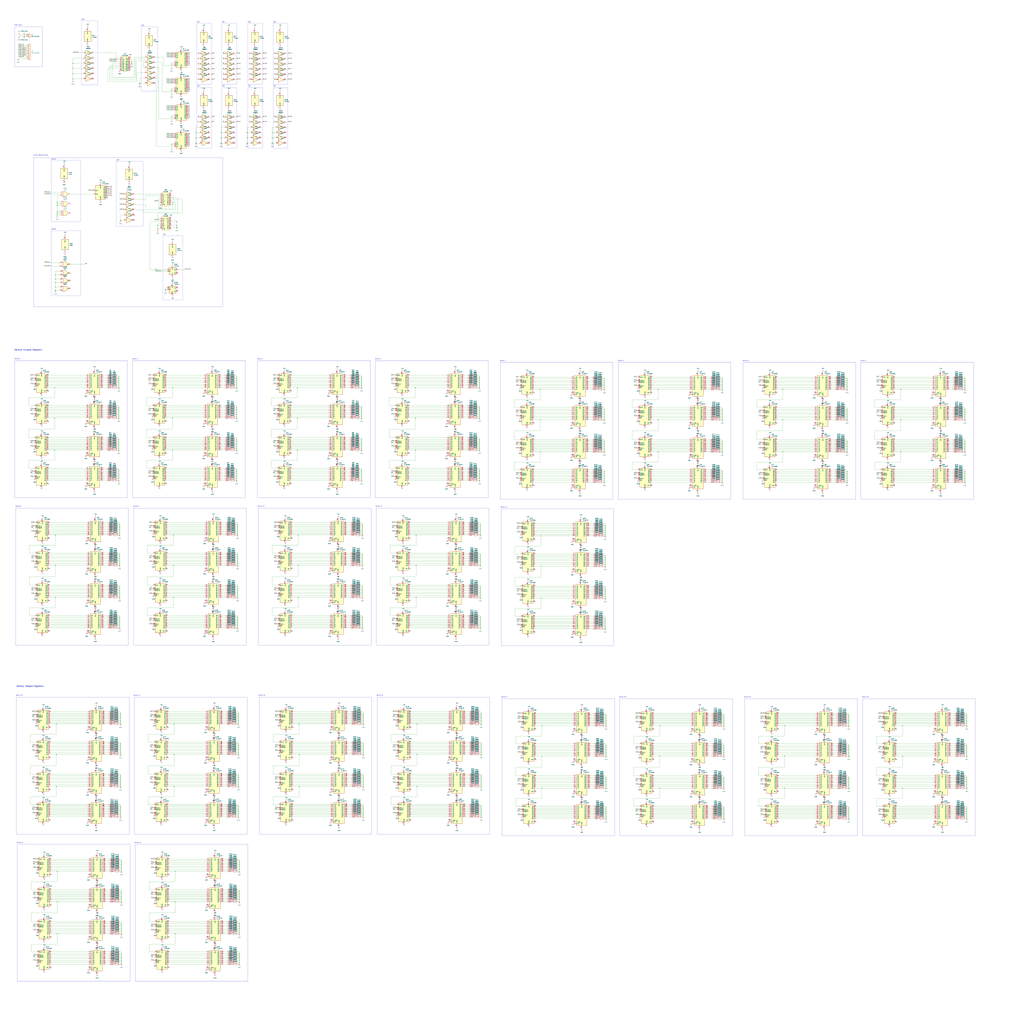
<source format=kicad_sch>
(kicad_sch (version 20231120) (generator "eeschema") (generator_version "8.0")
  (paper "User" 1500 1500)
  (junction (at 1416.05 1188.72))
  (junction (at 1057.91 567.69))
  (junction (at 1413.51 695.96))
  (junction (at 702.31 659.13))
  (junction (at 886.46 826.77))
  (junction (at 350.52 1313.18))
  (junction (at 885.19 612.14))
  (junction (at 704.85 1188.72))
  (junction (at 1243.33 1097.28))
  (junction (at 704.85 1047.75))
  (junction (at 259.08 332.74))
  (junction (at 176.53 1050.29))
  (junction (at 177.8 1315.72))
  (junction (at 885.19 701.04))
  (junction (at 1240.79 612.14))
  (junction (at 887.73 1193.8))
  (junction (at 251.46 171.45))
  (junction (at 81.28 414.02))
  (junction (at 231.14 335.28))
  (junction (at 398.78 194.31))
  (junction (at 349.25 1186.18))
  (junction (at 703.58 778.51))
  (junction (at 704.85 1181.1))
  (junction (at 529.59 690.88))
  (junction (at 1243.33 1151.89))
  (junction (at 887.73 1196.34))
  (junction (at 529.59 609.6))
  (junction (at 254 875.03))
  (junction (at 175.26 916.94))
  (junction (at 1240.79 554.99))
  (junction (at 347.98 904.24))
  (junction (at 530.86 909.32))
  (junction (at 886.46 915.67))
  (junction (at 1240.79 656.59))
  (junction (at 435.61 567.69))
  (junction (at 1060.45 1104.9))
  (junction (at 254 783.59))
  (junction (at 1240.79 567.69))
  (junction (at 1240.79 604.52))
  (junction (at 885.19 646.43))
  (junction (at 1413.51 654.05))
  (junction (at 347.98 815.34))
  (junction (at 530.86 828.04))
  (junction (at 529.59 656.59))
  (junction (at 702.31 557.53))
  (junction (at 530.86 914.4))
  (junction (at 887.73 1060.45))
  (junction (at 176.53 1191.26))
  (junction (at 1149.35 1154.43))
  (junction (at 530.86 778.51))
  (junction (at 1240.79 651.51))
  (junction (at 242.57 424.18))
  (junction (at 349.25 1196.34))
  (junction (at 346.71 565.15))
  (junction (at 1240.79 706.12))
  (junction (at 398.78 209.55))
  (junction (at 530.86 906.78))
  (junction (at 346.71 560.07))
  (junction (at 703.58 817.88))
  (junction (at 175.26 817.88))
  (junction (at 1146.81 661.67))
  (junction (at 532.13 1183.64))
  (junction (at 438.15 1104.9))
  (junction (at 175.26 822.96))
  (junction (at 1240.79 557.53))
  (junction (at 885.19 609.6))
  (junction (at 1240.79 701.04))
  (junction (at 177.8 1407.16))
  (junction (at 702.31 604.52))
  (junction (at 1416.05 1198.88))
  (junction (at 609.6 875.03))
  (junction (at 887.73 1151.89))
  (junction (at 530.86 862.33))
  (junction (at 529.59 607.06))
  (junction (at 885.19 698.5))
  (junction (at 176.53 1196.34))
  (junction (at 1413.51 609.6))
  (junction (at 1416.05 1047.75))
  (junction (at 529.59 565.15))
  (junction (at 1057.91 654.05))
  (junction (at 886.46 913.13))
  (junction (at 1243.33 1186.18))
  (junction (at 886.46 782.32))
  (junction (at 346.71 562.61))
  (junction (at 1243.33 1057.91))
  (junction (at 1416.05 1062.99))
  (junction (at 347.98 812.8))
  (junction (at 347.98 872.49))
  (junction (at 175.26 828.04))
  (junction (at 193.04 92.71))
  (junction (at 530.86 817.88))
  (junction (at 886.46 918.21))
  (junction (at 435.61 612.14))
  (junction (at 703.58 875.03))
  (junction (at 176.53 1057.91))
  (junction (at 702.31 609.6))
  (junction (at 176.53 1047.75))
  (junction (at 251.46 212.09))
  (junction (at 83.82 1367.79))
  (junction (at 173.99 554.99))
  (junction (at 704.85 1094.74))
  (junction (at 529.59 698.5))
  (junction (at 532.13 1191.26))
  (junction (at 81.28 425.45))
  (junction (at 704.85 1102.36))
  (junction (at 1060.45 1149.35))
  (junction (at 1060.45 1198.88))
  (junction (at 1243.33 1107.44))
  (junction (at 346.71 651.51))
  (junction (at 173.99 654.05))
  (junction (at 886.46 905.51))
  (junction (at 1413.51 698.5))
  (junction (at 704.85 1141.73))
  (junction (at 176.53 1186.18))
  (junction (at 532.13 1151.89))
  (junction (at 350.52 1263.65))
  (junction (at 175.26 862.33))
  (junction (at 1243.33 1047.75))
  (junction (at 530.86 859.79))
  (junction (at 704.85 1104.9))
  (junction (at 175.26 906.78))
  (junction (at 887.73 1104.9))
  (junction (at 349.25 1045.21))
  (junction (at 323.85 194.31))
  (junction (at 1413.51 554.99))
  (junction (at 176.53 1139.19))
  (junction (at 1416.05 1196.34))
  (junction (at 887.73 1146.81))
  (junction (at 1416.05 1151.89))
  (junction (at 175.26 867.41))
  (junction (at 350.52 1266.19))
  (junction (at 346.71 607.06))
  (junction (at 703.58 869.95))
  (junction (at 702.31 695.96))
  (junction (at 887.73 1047.75))
  (junction (at 80.01 567.69))
  (junction (at 176.53 1141.73))
  (junction (at 176.53 1188.72))
  (junction (at 1243.33 1191.26))
  (junction (at 703.58 820.42))
  (junction (at 887.73 1141.73))
  (junction (at 175.26 773.43))
  (junction (at 106.68 115.57))
  (junction (at 1240.79 609.6))
  (junction (at 703.58 828.04))
  (junction (at 347.98 911.86))
  (junction (at 347.98 909.32))
  (junction (at 347.98 825.5))
  (junction (at 887.73 1144.27))
  (junction (at 1243.33 1060.45))
  (junction (at 1057.91 609.6))
  (junction (at 532.13 1136.65))
  (junction (at 1060.45 1055.37))
  (junction (at 704.85 1099.82))
  (junction (at 173.99 656.59))
  (junction (at 350.52 1404.62))
  (junction (at 350.52 1310.64))
  (junction (at 963.93 661.67))
  (junction (at 532.13 1092.2))
  (junction (at 347.98 770.89))
  (junction (at 885.19 607.06))
  (junction (at 1240.79 698.5))
  (junction (at 349.25 1191.26))
  (junction (at 887.73 1055.37))
  (junction (at 1060.45 1102.36))
  (junction (at 791.21 570.23))
  (junction (at 529.59 646.43))
  (junction (at 886.46 868.68))
  (junction (at 83.82 1276.35))
  (junction (at 347.98 914.4))
  (junction (at 1243.33 1141.73))
  (junction (at 1060.45 1139.19))
  (junction (at 1057.91 599.44))
  (junction (at 1243.33 1188.72))
  (junction (at 173.99 567.69))
  (junction (at 791.21 614.68))
  (junction (at 346.71 567.69))
  (junction (at 530.86 904.24))
  (junction (at 529.59 562.61))
  (junction (at 1060.45 1196.34))
  (junction (at 885.19 570.23))
  (junction (at 1057.91 554.99))
  (junction (at 530.86 770.89))
  (junction (at 176.53 1089.66))
  (junction (at 80.01 612.14))
  (junction (at 1413.51 693.42))
  (junction (at 436.88 828.04))
  (junction (at 532.13 1057.91))
  (junction (at 704.85 1050.29))
  (junction (at 885.19 604.52))
  (junction (at 1240.79 614.68))
  (junction (at 173.99 552.45))
  (junction (at 347.98 916.94))
  (junction (at 529.59 599.44))
  (junction (at 346.71 604.52))
  (junction (at 532.13 1193.8))
  (junction (at 1243.33 1149.35))
  (junction (at 349.25 1092.2))
  (junction (at 83.82 1320.8))
  (junction (at 963.93 570.23))
  (junction (at 1240.79 654.05))
  (junction (at 529.59 643.89))
  (junction (at 346.71 701.04))
  (junction (at 702.31 643.89))
  (junction (at 704.85 1151.89))
  (junction (at 1240.79 599.44))
  (junction (at 1243.33 1055.37))
  (junction (at 1057.91 557.53))
  (junction (at 703.58 904.24))
  (junction (at 1060.45 1092.2))
  (junction (at 532.13 1186.18))
  (junction (at 532.13 1146.81))
  (junction (at 703.58 773.43))
  (junction (at 610.87 1151.89))
  (junction (at 887.73 1191.26))
  (junction (at 793.75 1062.99))
  (junction (at 702.31 567.69))
  (junction (at 532.13 1196.34))
  (junction (at 346.71 612.14))
  (junction (at 176.53 322.58))
  (junction (at 346.71 690.88))
  (junction (at 349.25 1097.28))
  (junction (at 532.13 1139.19))
  (junction (at 252.73 567.69))
  (junction (at 349.25 1102.36))
  (junction (at 887.73 1183.64))
  (junction (at 885.19 659.13))
  (junction (at 1413.51 601.98))
  (junction (at 1057.91 695.96))
  (junction (at 885.19 651.51))
  (junction (at 1413.51 562.61))
  (junction (at 702.31 690.88))
  (junction (at 1240.79 560.07))
  (junction (at 350.52 1399.54))
  (junction (at 792.48 876.3))
  (junction (at 323.85 209.55))
  (junction (at 886.46 861.06))
  (junction (at 1057.91 659.13))
  (junction (at 702.31 654.05))
  (junction (at 177.8 1365.25))
  (junction (at 704.85 1146.81))
  (junction (at 530.86 825.5))
  (junction (at 703.58 909.32))
  (junction (at 346.71 646.43))
  (junction (at 1243.33 1102.36))
  (junction (at 175.26 914.4))
  (junction (at 346.71 601.98))
  (junction (at 176.53 1151.89))
  (junction (at 1413.51 565.15))
  (junction (at 1060.45 1193.8))
  (junction (at 1413.51 646.43))
  (junction (at 361.95 194.31))
  (junction (at 885.19 599.44))
  (junction (at 1060.45 1141.73))
  (junction (at 885.19 654.05))
  (junction (at 1416.05 1193.8))
  (junction (at 350.52 1305.56))
  (junction (at 885.19 614.68))
  (junction (at 1322.07 1107.44))
  (junction (at 963.93 614.68))
  (junction (at 885.19 661.67))
  (junction (at 1240.79 690.88))
  (junction (at 703.58 916.94))
  (junction (at 702.31 552.45))
  (junction (at 175.26 770.89))
  (junction (at 175.26 909.32))
  (junction (at 361.95 201.93))
  (junction (at 886.46 863.6))
  (junction (at 703.58 768.35))
  (junction (at 347.98 820.42))
  (junction (at 176.53 1149.35))
  (junction (at 346.71 656.59))
  (junction (at 886.46 920.75))
  (junction (at 793.75 1154.43))
  (junction (at 175.26 904.24))
  (junction (at 702.31 612.14))
  (junction (at 1240.79 562.61))
  (junction (at 703.58 867.41))
  (junction (at 1060.45 1052.83))
  (junction (at 887.73 1052.83))
  (junction (at 173.99 701.04))
  (junction (at 792.48 784.86))
  (junction (at 1243.33 1198.88))
  (junction (at 177.8 1318.26))
  (junction (at 177.8 1320.8))
  (junction (at 703.58 770.89))
  (junction (at 886.46 779.78))
  (junction (at 1416.05 1183.64))
  (junction (at 704.85 1092.2))
  (junction (at 176.53 1052.83))
  (junction (at 887.73 1149.35))
  (junction (at 886.46 871.22))
  (junction (at 1057.91 661.67))
  (junction (at 347.98 768.35))
  (junction (at 1060.45 1057.91))
  (junction (at 529.59 560.07))
  (junction (at 793.75 1107.44))
  (junction (at 1060.45 1094.74))
  (junction (at 256.54 1276.35))
  (junction (at 173.99 703.58))
  (junction (at 1416.05 1144.27))
  (junction (at 173.99 612.14))
  (junction (at 1060.45 1097.28))
  (junction (at 350.52 1273.81))
  (junction (at 704.85 1193.8))
  (junction (at 346.71 609.6))
  (junction (at 529.59 651.51))
  (junction (at 1243.33 1154.43))
  (junction (at 1057.91 690.88))
  (junction (at 350.52 1268.73))
  (junction (at 1060.45 1154.43))
  (junction (at 529.59 612.14))
  (junction (at 702.31 688.34))
  (junction (at 1057.91 651.51))
  (junction (at 530.86 775.97))
  (junction (at 530.86 916.94))
  (junction (at 1057.91 648.97))
  (junction (at 81.28 783.59))
  (junction (at 287.02 209.55))
  (junction (at 702.31 648.97))
  (junction (at 1243.33 1104.9))
  (junction (at 346.71 599.44))
  (junction (at 530.86 822.96))
  (junction (at 347.98 783.59))
  (junction (at 175.26 875.03))
  (junction (at 703.58 775.97))
  (junction (at 83.82 314.96))
  (junction (at 532.13 1047.75))
  (junction (at 177.8 1355.09))
  (junction (at 177.8 1412.24))
  (junction (at 1060.45 1099.82))
  (junction (at 349.25 1094.74))
  (junction (at 1243.33 1050.29))
  (junction (at 702.31 701.04))
  (junction (at 176.53 1181.1))
  (junction (at 176.53 1045.21))
  (junction (at 82.55 1060.45))
  (junction (at 35.56 53.34))
  (junction (at 177.8 1305.56))
  (junction (at 529.59 688.34))
  (junction (at 349.25 1144.27))
  (junction (at 532.13 1099.82))
  (junction (at 177.8 1362.71))
  (junction (at 350.52 1315.72))
  (junction (at 529.59 552.45))
  (junction (at 887.73 1094.74))
  (junction (at 529.59 703.58))
  (junction (at 173.99 698.5))
  (junction (at 1319.53 570.23))
  (junction (at 1413.51 703.58))
  (junction (at 173.99 562.61))
  (junction (at 704.85 1089.66))
  (junction (at 532.13 1188.72))
  (junction (at 1413.51 612.14))
  (junction (at 346.71 654.05))
  (junction (at 703.58 919.48))
  (junction (at 347.98 773.43))
  (junction (at 887.73 1188.72))
  (junction (at 347.98 775.97))
  (junction (at 885.19 648.97))
  (junction (at 349.25 1141.73))
  (junction (at 704.85 1139.19))
  (junction (at 256.54 1367.79))
  (junction (at 1243.33 1193.8))
  (junction (at 176.53 1144.27))
  (junction (at 532.13 1104.9))
  (junction (at 177.8 1360.17))
  (junction (at 885.19 560.07))
  (junction (at 1243.33 1092.2))
  (junction (at 83.82 312.42))
  (junction (at 1416.05 1102.36))
  (junction (at 346.71 703.58))
  (junction (at 704.85 1057.91))
  (junction (at 1416.05 1191.26))
  (junction (at 347.98 864.87))
  (junction (at 346.71 688.34))
  (junction (at 1243.33 1099.82))
  (junction (at 346.71 596.9))
  (junction (at 1057.91 698.5))
  (junction (at 703.58 812.8))
  (junction (at 259.08 330.2))
  (junction (at 886.46 772.16))
  (junction (at 175.26 869.95))
  (junction (at 529.59 648.97))
  (junction (at 532.13 1052.83))
  (junction (at 887.73 1057.91))
  (junction (at 1240.79 703.58))
  (junction (at 532.13 1050.29))
  (junction (at 610.87 1104.9))
  (junction (at 791.21 661.67))
  (junction (at 436.88 875.03))
  (junction (at 350.52 1261.11))
  (junction (at 530.86 820.42))
  (junction (at 251.46 132.08))
  (junction (at 173.99 604.52))
  (junction (at 346.71 648.97))
  (junction (at 1240.79 601.98))
  (junction (at 175.26 768.35))
  (junction (at 350.52 1308.1))
  (junction (at 177.8 1397))
  (junction (at 704.85 1136.65))
  (junction (at 347.98 859.79))
  (junction (at 532.13 1144.27))
  (junction (at 702.31 656.59))
  (junction (at 1240.79 607.06))
  (junction (at 966.47 1154.43))
  (junction (at 175.26 812.8))
  (junction (at 1416.05 1050.29))
  (junction (at 1149.35 1107.44))
  (junction (at 530.86 875.03))
  (junction (at 1060.45 1146.81))
  (junction (at 350.52 1271.27))
  (junction (at 106.68 107.95))
  (junction (at 350.52 1402.08))
  (junction (at 83.82 300.99))
  (junction (at 1060.45 1186.18))
  (junction (at 350.52 1357.63))
  (junction (at 175.26 825.5))
  (junction (at 1413.51 701.04))
  (junction (at 349.25 1193.8))
  (junction (at 346.71 554.99))
  (junction (at 347.98 919.48))
  (junction (at 173.99 648.97))
  (junction (at 887.73 1062.99))
  (junction (at 176.53 1146.81))
  (junction (at 703.58 781.05))
  (junction (at 347.98 778.51))
  (junction (at 259.08 325.12))
  (junction (at 885.19 690.88))
  (junction (at 1243.33 1052.83))
  (junction (at 1060.45 1062.99))
  (junction (at 532.13 1149.35))
  (junction (at 1243.33 1146.81))
  (junction (at 1413.51 557.53))
  (junction (at 703.58 783.59))
  (junction (at 704.85 1191.26))
  (junction (at 529.59 554.99))
  (junction (at 887.73 1092.2))
  (junction (at 530.86 869.95))
  (junction (at 1416.05 1094.74))
  (junction (at 106.68 92.71))
  (junction (at 175.26 872.49))
  (junction (at 80.01 659.13))
  (junction (at 887.73 1097.28))
  (junction (at 35.56 50.8))
  (junction (at 704.85 1060.45))
  (junction (at 530.86 815.34))
  (junction (at 350.52 1318.26))
  (junction (at 346.71 557.53))
  (junction (at 1413.51 690.88))
  (junction (at 1243.33 1183.64))
  (junction (at 1057.91 646.43))
  (junction (at 703.58 872.49))
  (junction (at 887.73 1107.44))
  (junction (at 704.85 1144.27))
  (junction (at 346.71 693.42))
  (junction (at 1146.81 614.68))
  (junction (at 175.26 919.48))
  (junction (at 349.25 1139.19))
  (junction (at 1416.05 1146.81))
  (junction (at 176.53 1097.28))
  (junction (at 347.98 781.05))
  (junction (at 887.73 1198.88))
  (junction (at 1413.51 661.67))
  (junction (at 349.25 1089.66))
  (junction (at 346.71 698.5))
  (junction (at 177.8 1271.27))
  (junction (at 347.98 822.96))
  (junction (at 1413.51 560.07))
  (junction (at 1322.07 1154.43))
  (junction (at 1060.45 1144.27))
  (junction (at 1060.45 1188.72))
  (junction (at 347.98 906.78))
  (junction (at 1413.51 648.97))
  (junction (at 1413.51 570.23))
  (junction (at 349.25 1057.91))
  (junction (at 349.25 1149.35))
  (junction (at 529.59 701.04))
  (junction (at 702.31 599.44))
  (junction (at 1240.79 659.13))
  (junction (at 703.58 859.79))
  (junction (at 346.71 659.13))
  (junction (at 1060.45 1151.89))
  (junction (at 175.26 815.34))
  (junction (at 82.55 1151.89))
  (junction (at 1057.91 703.58))
  (junction (at 173.99 695.96))
  (junction (at 252.73 659.13))
  (junction (at 176.53 1094.74))
  (junction (at 1319.53 614.68))
  (junction (at 173.99 560.07))
  (junction (at 347.98 875.03))
  (junction (at 610.87 1060.45))
  (junction (at 530.86 768.35))
  (junction (at 887.73 1139.19))
  (junction (at 885.19 601.98))
  (junction (at 702.31 698.5))
  (junction (at 1416.05 1139.19))
  (junction (at 255.27 1060.45))
  (junction (at 83.82 295.91))
  (junction (at 887.73 1050.29))
  (junction (at 176.53 1193.8))
  (junction (at 1240.79 648.97))
  (junction (at 173.99 557.53))
  (junction (at 530.86 812.8))
  (junction (at 1413.51 651.51))
  (junction (at 703.58 914.4))
  (junction (at 349.25 1104.9))
  (junction (at 177.8 1276.35))
  (junction (at 349.25 1099.82))
  (junction (at 173.99 599.44))
  (junction (at 255.27 1104.9))
  (junction (at 532.13 1060.45))
  (junction (at 702.31 554.99))
  (junction (at 347.98 862.33))
  (junction (at 702.31 596.9))
  (junction (at 349.25 1151.89))
  (junction (at 177.8 1404.62))
  (junction (at 347.98 869.95))
  (junction (at 177.8 1266.19))
  (junction (at 350.52 1365.25))
  (junction (at 887.73 1102.36))
  (junction (at 349.25 1181.1))
  (junction (at 529.59 596.9))
  (junction (at 1240.79 693.42))
  (junction (at 529.59 695.96))
  (junction (at 173.99 607.06))
  (junction (at 435.61 659.13))
  (junction (at 1413.51 567.69))
  (junction (at 704.85 1052.83))
  (junction (at 1057.91 565.15))
  (junction (at 1416.05 1141.73))
  (junction (at 175.26 781.05))
  (junction (at 349.25 1146.81))
  (junction (at 349.25 1055.37))
  (junction (at 704.85 1186.18))
  (junction (at 886.46 821.69))
  (junction (at 1413.51 659.13))
  (junction (at 529.59 659.13))
  (junction (at 173.99 596.9))
  (junction (at 532.13 1089.66))
  (junction (at 231.14 330.2))
  (junction (at 1416.05 1052.83))
  (junction (at 886.46 774.7))
  (junction (at 349.25 1047.75))
  (junction (at 350.52 1409.7))
  (junction (at 1060.45 1050.29))
  (junction (at 1243.33 1196.34))
  (junction (at 175.26 783.59))
  (junction (at 175.26 911.86))
  (junction (at 175.26 775.97))
  (junction (at 885.19 554.99))
  (junction (at 1416.05 1057.91))
  (junction (at 323.85 201.93))
  (junction (at 703.58 815.34))
  (junction (at 886.46 814.07))
  (junction (at 1416.05 1097.28))
  (junction (at 1416.05 1055.37))
  (junction (at 1060.45 1191.26))
  (junction (at 1243.33 1062.99))
  (junction (at 886.46 829.31))
  (junction (at 1060.45 1107.44))
  (junction (at 177.8 1273.81))
  (junction (at 177.8 1352.55))
  (junction (at 349.25 1060.45))
  (junction (at 1416.05 1186.18))
  (junction (at 1322.07 1062.99))
  (junction (at 349.25 1052.83))
  (junction (at 885.19 656.59))
  (junction (at 529.59 601.98))
  (junction (at 886.46 777.24))
  (junction (at 703.58 825.5))
  (junction (at 436.88 783.59))
  (junction (at 175.26 864.87))
  (junction (at 532.13 1181.1))
  (junction (at 1057.91 562.61))
  (junction (at 176.53 1183.64))
  (junction (at 1149.35 1062.99))
  (junction (at 287.02 194.31))
  (junction (at 175.26 859.79))
  (junction (at 173.99 651.51))
  (junction (at 704.85 1055.37))
  (junction (at 886.46 908.05))
  (junction (at 1240.79 661.67))
  (junction (at 349.25 1183.64))
  (junction (at 1057.91 656.59))
  (junction (at 106.68 100.33))
  (junction (at 177.8 1399.54))
  (junction (at 529.59 567.69))
  (junction (at 1057.91 560.07))
  (junction (at 81.28 402.59))
  (junction (at 350.52 1276.35))
  (junction (at 704.85 1097.28))
  (junction (at 1416.05 1107.44))
  (junction (at 81.28 420.37))
  (junction (at 532.13 1097.28))
  (junction (at 176.53 1055.37))
  (junction (at 350.52 1407.16))
  (junction (at 256.54 1320.8))
  (junction (at 703.58 911.86))
  (junction (at 350.52 1412.24))
  (junction (at 177.8 1357.63))
  (junction (at 703.58 862.33))
  (junction (at 1413.51 656.59))
  (junction (at 702.31 601.98))
  (junction (at 1060.45 1183.64))
  (junction (at 530.86 773.43))
  (junction (at 177.8 1308.1))
  (junction (at 532.13 1045.21))
  (junction (at 702.31 562.61))
  (junction (at 350.52 1352.55))
  (junction (at 1057.91 604.52))
  (junction (at 349.25 1136.65))
  (junction (at 175.26 778.51))
  (junction (at 966.47 1062.99))
  (junction (at 251.46 93.98))
  (junction (at 176.53 1136.65))
  (junction (at 1057.91 706.12))
  (junction (at 530.86 911.86))
  (junction (at 966.47 1107.44))
  (junction (at 704.85 1196.34))
  (junction (at 530.86 781.05))
  (junction (at 609.6 783.59))
  (junction (at 886.46 819.15))
  (junction (at 173.99 646.43))
  (junction (at 608.33 567.69))
  (junction (at 83.82 298.45))
  (junction (at 529.59 654.05))
  (junction (at 177.8 1310.64))
  (junction (at 608.33 659.13))
  (junction (at 1057.91 612.14))
  (junction (at 175.26 820.42))
  (junction (at 885.19 557.53))
  (junction (at 350.52 1367.79))
  (junction (at 1240.79 695.96))
  (junction (at 204.47 121.92))
  (junction (at 346.71 643.89))
  (junction (at 177.8 1261.11))
  (junction (at 704.85 1045.21))
  (junction (at 885.19 565.15))
  (junction (at 361.95 209.55))
  (junction (at 1057.91 601.98))
  (junction (at 1243.33 1094.74))
  (junction (at 702.31 646.43))
  (junction (at 176.53 1092.2))
  (junction (at 173.99 688.34))
  (junction (at 350.52 1397))
  (junction (at 886.46 784.86))
  (junction (at 532.13 1055.37))
  (junction (at 529.59 693.42))
  (junction (at 177.8 1402.08))
  (junction (at 81.28 875.03))
  (junction (at 887.73 1186.18))
  (junction (at 346.71 695.96))
  (junction (at 1416.05 1149.35))
  (junction (at 886.46 769.62))
  (junction (at 885.19 703.58))
  (junction (at 177.8 1409.7))
  (junction (at 1057.91 607.06))
  (junction (at 1416.05 1060.45))
  (junction (at 1057.91 570.23))
  (junction (at 530.86 783.59))
  (junction (at 252.73 612.14))
  (junction (at 702.31 651.51))
  (junction (at 347.98 828.04))
  (junction (at 1060.45 1047.75))
  (junction (at 702.31 703.58))
  (junction (at 173.99 693.42))
  (junction (at 886.46 866.14))
  (junction (at 83.82 309.88))
  (junction (at 885.19 695.96))
  (junction (at 438.15 1060.45))
  (junction (at 703.58 822.96))
  (junction (at 1416.05 1092.2))
  (junction (at 1416.05 1099.82))
  (junction (at 349.25 1188.72))
  (junction (at 702.31 607.06))
  (junction (at 886.46 910.59))
  (junction (at 287.02 201.93))
  (junction (at 702.31 565.15))
  (junction (at 173.99 565.15))
  (junction (at 886.46 876.3))
  (junction (at 1240.79 646.43))
  (junction (at 254 828.04))
  (junction (at 1057.91 693.42))
  (junction (at 255.27 1151.89))
  (junction (at 438.15 1151.89))
  (junction (at 704.85 1149.35))
  (junction (at 1146.81 570.23))
  (junction (at 350.52 1355.09))
  (junction (at 532.13 1094.74))
  (junction (at 1319.53 661.67))
  (junction (at 173.99 609.6))
  (junction (at 1413.51 706.12))
  (junction (at 530.86 872.49))
  (junction (at 193.04 90.17))
  (junction (at 1057.91 701.04))
  (junction (at 173.99 601.98))
  (junction (at 792.48 829.31))
  (junction (at 885.19 693.42))
  (junction (at 530.86 919.48))
  (junction (at 1243.33 1139.19))
  (junction (at 176.53 1102.36))
  (junction (at 176.53 1099.82))
  (junction (at 885.19 567.69))
  (junction (at 349.25 1050.29))
  (junction (at 702.31 693.42))
  (junction (at 346.71 552.45))
  (junction (at 173.99 659.13))
  (junction (at 1416.05 1104.9))
  (junction (at 177.8 1263.65))
  (junction (at 81.28 828.04))
  (junction (at 350.52 1362.71))
  (junction (at 1240.79 565.15))
  (junction (at 173.99 690.88))
  (junction (at 1413.51 607.06))
  (junction (at 704.85 1183.64))
  (junction (at 529.59 604.52))
  (junction (at 177.8 1268.73))
  (junction (at 81.28 408.94))
  (junction (at 885.19 562.61))
  (junction (at 703.58 864.87))
  (junction (at 350.52 1320.8))
  (junction (at 530.86 867.41))
  (junction (at 176.53 1060.45))
  (junction (at 887.73 1099.82))
  (junction (at 176.53 1104.9))
  (junction (at 887.73 1154.43))
  (junction (at 1413.51 614.68))
  (junction (at 886.46 873.76))
  (junction (at 703.58 906.78))
  (junction (at 886.46 816.61))
  (junction (at 177.8 1313.18))
  (junction (at 173.99 643.89))
  (junction (at 82.55 1104.9))
  (junction (at 350.52 1360.17))
  (junction (at 1243.33 1144.27))
  (junction (at 530.86 864.87))
  (junction (at 1413.51 599.44))
  (junction (at 532.13 1141.73))
  (junction (at 885.19 706.12))
  (junction (at 609.6 828.04))
  (junction (at 1416.05 1154.43))
  (junction (at 398.78 201.93))
  (junction (at 1060.45 1060.45))
  (junction (at 886.46 824.23))
  (junction (at 1240.79 570.23))
  (junction (at 347.98 867.41))
  (junction (at 347.98 817.88))
  (junction (at 1413.51 604.52))
  (junction (at 177.8 1367.79))
  (junction (at 529.59 557.53))
  (junction (at 702.31 560.07))
  (junction (at 1057.91 614.68))
  (junction (at 532.13 1102.36))
  (junction (at 608.33 612.14))
  (no_connect (at 72.39 788.67))
  (no_connect (at 73.66 1109.98))
  (no_connect (at 74.93 1281.43))
  (no_connect (at 344.17 194.31))
  (no_connect (at 73.66 1065.53))
  (no_connect (at 1310.64 666.75))
  (no_connect (at 784.86 1112.52))
  (no_connect (at 137.16 115.57))
  (no_connect (at 1137.92 575.31))
  (no_connect (at 782.32 711.2))
  (no_connect (at 243.84 617.22))
  (no_connect (at 601.98 1065.53))
  (no_connect (at 246.38 1201.42))
  (no_connect (at 429.26 1109.98))
  (no_connect (at 419.1 209.55))
  (no_connect (at 234.95 332.74))
  (no_connect (at 600.71 833.12))
  (no_connect (at 247.65 1417.32))
  (no_connect (at 196.85 314.96))
  (no_connect (at 600.71 788.67))
  (no_connect (at 427.99 788.67))
  (no_connect (at 245.11 833.12))
  (no_connect (at 426.72 617.22))
  (no_connect (at 429.26 1065.53))
  (no_connect (at 419.1 194.31))
  (no_connect (at 1137.92 619.76))
  (no_connect (at 247.65 1372.87))
  (no_connect (at 1313.18 1112.52))
  (no_connect (at 599.44 708.66))
  (no_connect (at 382.27 194.31))
  (no_connect (at 955.04 575.31))
  (no_connect (at 102.87 400.05))
  (no_connect (at 783.59 925.83))
  (no_connect (at 782.32 666.75))
  (no_connect (at 382.27 201.93))
  (no_connect (at 74.93 1372.87))
  (no_connect (at 427.99 833.12))
  (no_connect (at 957.58 1203.96))
  (no_connect (at 137.16 100.33))
  (no_connect (at 71.12 617.22))
  (no_connect (at 307.34 186.69))
  (no_connect (at 246.38 1065.53))
  (no_connect (at 957.58 1159.51))
  (no_connect (at 227.33 121.92))
  (no_connect (at 102.87 422.91))
  (no_connect (at 344.17 201.93))
  (no_connect (at 1140.46 1112.52))
  (no_connect (at 246.38 1156.97))
  (no_connect (at 419.1 201.93))
  (no_connect (at 71.12 708.66))
  (no_connect (at 1313.18 1159.51))
  (no_connect (at 246.38 1109.98))
  (no_connect (at 599.44 617.22))
  (no_connect (at 782.32 575.31))
  (no_connect (at 137.16 85.09))
  (no_connect (at 72.39 880.11))
  (no_connect (at 247.65 1281.43))
  (no_connect (at 137.16 107.95))
  (no_connect (at 429.26 1156.97))
  (no_connect (at 599.44 664.21))
  (no_connect (at 243.84 664.21))
  (no_connect (at 344.17 209.55))
  (no_connect (at 1310.64 619.76))
  (no_connect (at 307.34 201.93))
  (no_connect (at 426.72 572.77))
  (no_connect (at 1137.92 711.2))
  (no_connect (at 784.86 1068.07))
  (no_connect (at 260.35 421.64))
  (no_connect (at 955.04 619.76))
  (no_connect (at 784.86 1203.96))
  (no_connect (at 1140.46 1203.96))
  (no_connect (at 102.87 411.48))
  (no_connect (at 429.26 1201.42))
  (no_connect (at 157.48 289.56))
  (no_connect (at 71.12 572.77))
  (no_connect (at 74.93 1417.32))
  (no_connect (at 1313.18 1068.07))
  (no_connect (at 102.87 298.45))
  (no_connect (at 1140.46 1068.07))
  (no_connect (at 955.04 666.75))
  (no_connect (at 957.58 1068.07))
  (no_connect (at 72.39 833.12))
  (no_connect (at 260.35 426.72))
  (no_connect (at 782.32 619.76))
  (no_connect (at 599.44 572.77))
  (no_connect (at 307.34 209.55))
  (no_connect (at 137.16 92.71))
  (no_connect (at 243.84 572.77))
  (no_connect (at 419.1 186.69))
  (no_connect (at 1313.18 1203.96))
  (no_connect (at 71.12 664.21))
  (no_connect (at 957.58 1112.52))
  (no_connect (at 190.5 102.87))
  (no_connect (at 600.71 924.56))
  (no_connect (at 382.27 186.69))
  (no_connect (at 1310.64 575.31))
  (no_connect (at 601.98 1109.98))
  (no_connect (at 955.04 711.2))
  (no_connect (at 190.5 100.33))
  (no_connect (at 247.65 1325.88))
  (no_connect (at 1310.64 711.2))
  (no_connect (at 245.11 924.56))
  (no_connect (at 245.11 880.11))
  (no_connect (at 307.34 194.31))
  (no_connect (at 190.5 95.25))
  (no_connect (at 601.98 1156.97))
  (no_connect (at 600.71 880.11))
  (no_connect (at 1140.46 1159.51))
  (no_connect (at 250.19 335.28))
  (no_connect (at 382.27 209.55))
  (no_connect (at 260.35 400.05))
  (no_connect (at 73.66 1156.97))
  (no_connect (at 426.72 664.21))
  (no_connect (at 1137.92 666.75))
  (no_connect (at 784.86 1159.51))
  (no_connect (at 196.85 322.58))
  (no_connect (at 427.99 880.11))
  (no_connect (at 102.87 312.42))
  (no_connect (at 783.59 881.38))
  (no_connect (at 426.72 708.66))
  (no_connect (at 227.33 114.3))
  (no_connect (at 783.59 789.94))
  (no_connect (at 601.98 1201.42))
  (no_connect (at 74.93 1325.88))
  (no_connect (at 427.99 924.56))
  (no_connect (at 344.17 186.69))
  (no_connect (at 243.84 708.66))
  (no_connect (at 783.59 834.39))
  (no_connect (at 73.66 1201.42))
  (no_connect (at 72.39 924.56))
  (no_connect (at 250.19 327.66))
  (no_connect (at 190.5 97.79))
  (no_connect (at 245.11 788.67))
  (wire (pts (xy 528.32 914.4) (xy 530.86 914.4)))
  (wire (pts (xy 1220.47 1047.75) (xy 1225.55 1047.75)))
  (wire (pts (xy 71.12 594.36) (xy 125.73 594.36)))
  (wire (pts (xy 530.86 911.86) (xy 530.86 914.4)))
  (wire (pts (xy 346.71 1097.28) (xy 349.25 1097.28)))
  (wire (pts (xy 175.26 85.09) (xy 170.18 85.09)))
  (wire (pts (xy 925.83 676.91) (xy 925.83 688.34)))
  (wire (pts (xy 1243.33 1139.19) (xy 1243.33 1141.73)))
  (wire (pts (xy 755.65 651.51) (xy 762 651.51)))
  (wire (pts (xy 863.6 905.51) (xy 868.68 905.51)))
  (wire (pts (xy 1413.51 1186.18) (xy 1416.05 1186.18)))
  (wire (pts (xy 702.31 701.04) (xy 702.31 703.58)))
  (wire (pts (xy 1416.05 1104.9) (xy 1416.05 1107.44)))
  (wire (pts (xy 782.32 651.51) (xy 836.93 651.51)))
  (wire (pts (xy 782.32 646.43) (xy 836.93 646.43)))
  (wire (pts (xy 599.44 654.05) (xy 654.05 654.05)))
  (wire (pts (xy 151.13 659.13) (xy 156.21 659.13)))
  (wire (pts (xy 1243.33 1188.72) (xy 1243.33 1191.26)))
  (wire (pts (xy 1055.37 570.23) (xy 1057.91 570.23)))
  (wire (pts (xy 1281.43 643.89) (xy 1290.32 643.89)))
  (wire (pts (xy 532.13 1047.75) (xy 532.13 1050.29)))
  (wire (pts (xy 955.04 562.61) (xy 1009.65 562.61)))
  (wire (pts (xy 528.32 906.78) (xy 530.86 906.78)))
  (wire (pts (xy 1416.05 1045.21) (xy 1416.05 1047.75)))
  (wire (pts (xy 73.66 1196.34) (xy 128.27 1196.34)))
  (wire (pts (xy 702.31 599.44) (xy 702.31 601.98)))
  (wire (pts (xy 427.99 872.49) (xy 482.6 872.49)))
  (wire (pts (xy 532.13 1097.28) (xy 532.13 1099.82)))
  (wire (pts (xy 350.52 1266.19) (xy 350.52 1268.73)))
  (wire (pts (xy 173.99 1102.36) (xy 176.53 1102.36)))
  (wire (pts (xy 1220.47 1149.35) (xy 1225.55 1149.35)))
  (wire (pts (xy 1146.81 661.67) (xy 1146.81 676.91)))
  (wire (pts (xy 529.59 1178.56) (xy 532.13 1178.56)))
  (wire (pts (xy 246.38 1178.56) (xy 300.99 1178.56)))
  (wire (pts (xy 702.31 594.36) (xy 702.31 596.9)))
  (wire (pts (xy 176.53 1047.75) (xy 176.53 1050.29)))
  (wire (pts (xy 886.46 902.97) (xy 886.46 905.51)))
  (wire (pts (xy 344.17 93.98) (xy 346.71 93.98)))
  (wire (pts (xy 886.46 782.32) (xy 886.46 784.86)))
  (wire (pts (xy 74.93 1355.09) (xy 129.54 1355.09)))
  (wire (pts (xy 887.73 1094.74) (xy 887.73 1097.28)))
  (wire (pts (xy 344.17 703.58) (xy 346.71 703.58)))
  (wire (pts (xy 701.04 911.86) (xy 703.58 911.86)))
  (wire (pts (xy 177.8 1271.27) (xy 177.8 1273.81)))
  (wire (pts (xy 429.26 1139.19) (xy 483.87 1139.19)))
  (wire (pts (xy 323.85 557.53) (xy 328.93 557.53)))
  (wire (pts (xy 508 825.5) (xy 513.08 825.5)))
  (wire (pts (xy 152.4 781.05) (xy 157.48 781.05)))
  (wire (pts (xy 426.72 567.69) (xy 435.61 567.69)))
  (wire (pts (xy 882.65 565.15) (xy 885.19 565.15)))
  (wire (pts (xy 154.94 1365.25) (xy 160.02 1365.25)))
  (wire (pts (xy 173.99 1089.66) (xy 176.53 1089.66)))
  (wire (pts (xy 346.71 646.43) (xy 346.71 648.97)))
  (wire (pts (xy 885.19 656.59) (xy 885.19 659.13)))
  (wire (pts (xy 173.99 654.05) (xy 173.99 656.59)))
  (wire (pts (xy 209.55 88.9) (xy 209.55 99.06)))
  (wire (pts (xy 755.65 565.15) (xy 762 565.15)))
  (wire (pts (xy 1393.19 1045.21) (xy 1398.27 1045.21)))
  (wire (pts (xy 839.47 1107.44) (xy 793.75 1107.44)))
  (wire (pts (xy 327.66 1365.25) (xy 332.74 1365.25)))
  (wire (pts (xy 323.85 646.43) (xy 328.93 646.43)))
  (wire (pts (xy 401.32 914.4) (xy 407.67 914.4)))
  (wire (pts (xy 1240.79 1139.19) (xy 1243.33 1139.19)))
  (wire (pts (xy 782.32 690.88) (xy 836.93 690.88)))
  (wire (pts (xy 782.32 706.12) (xy 836.93 706.12)))
  (wire (pts (xy 600.71 867.41) (xy 655.32 867.41)))
  (wire (pts (xy 1243.33 1136.65) (xy 1243.33 1139.19)))
  (wire (pts (xy 1055.37 648.97) (xy 1057.91 648.97)))
  (wire (pts (xy 509.27 1141.73) (xy 514.35 1141.73)))
  (wire (pts (xy 326.39 1055.37) (xy 331.47 1055.37)))
  (wire (pts (xy 1220.47 1183.64) (xy 1225.55 1183.64)))
  (wire (pts (xy 782.32 659.13) (xy 836.93 659.13)))
  (wire (pts (xy 791.21 631.19) (xy 753.11 631.19)))
  (wire (pts (xy 1111.25 1089.66) (xy 1120.14 1089.66)))
  (wire (pts (xy 46.99 1191.26) (xy 53.34 1191.26)))
  (wire (pts (xy 530.86 770.89) (xy 530.86 773.43)))
  (wire (pts (xy 702.31 685.8) (xy 702.31 688.34)))
  (wire (pts (xy 151.13 557.53) (xy 156.21 557.53)))
  (wire (pts (xy 863.6 814.07) (xy 868.68 814.07)))
  (wire (pts (xy 435.61 659.13) (xy 435.61 674.37)))
  (wire (pts (xy 1390.65 614.68) (xy 1395.73 614.68)))
  (wire (pts (xy 326.39 1045.21) (xy 331.47 1045.21)))
  (wire (pts (xy 74.93 1367.79) (xy 83.82 1367.79)))
  (wire (pts (xy 784.86 1136.65) (xy 839.47 1136.65)))
  (wire (pts (xy 955.04 648.97) (xy 1009.65 648.97)))
  (wire (pts (xy 702.31 1151.89) (xy 704.85 1151.89)))
  (wire (pts (xy 1238.25 651.51) (xy 1240.79 651.51)))
  (wire (pts (xy 758.19 1102.36) (xy 764.54 1102.36)))
  (wire (pts (xy 532.13 1193.8) (xy 532.13 1196.34)))
  (wire (pts (xy 704.85 1087.12) (xy 704.85 1089.66)))
  (wire (pts (xy 863.6 863.6) (xy 868.68 863.6)))
  (wire (pts (xy 783.59 767.08) (xy 838.2 767.08)))
  (wire (pts (xy 1286.51 1144.27) (xy 1292.86 1144.27)))
  (wire (pts (xy 81.28 875.03) (xy 81.28 890.27)))
  (wire (pts (xy 863.6 784.86) (xy 868.68 784.86)))
  (wire (pts (xy 601.98 1055.37) (xy 656.59 1055.37)))
  (wire (pts (xy 326.39 1186.18) (xy 331.47 1186.18)))
  (wire (pts (xy 756.92 824.23) (xy 763.27 824.23)))
  (wire (pts (xy 1057.91 1196.34) (xy 1060.45 1196.34)))
  (wire (pts (xy 483.87 1151.89) (xy 438.15 1151.89)))
  (wire (pts (xy 782.32 554.99) (xy 836.93 554.99)))
  (wire (pts (xy 1413.51 567.69) (xy 1413.51 570.23)))
  (wire (pts (xy 344.17 656.59) (xy 346.71 656.59)))
  (wire (pts (xy 885.19 565.15) (xy 885.19 567.69)))
  (wire (pts (xy 699.77 651.51) (xy 702.31 651.51)))
  (wire (pts (xy 344.17 651.51) (xy 346.71 651.51)))
  (wire (pts (xy 215.9 890.27) (xy 215.9 901.7)))
  (wire (pts (xy 326.39 1087.12) (xy 331.47 1087.12)))
  (wire (pts (xy 325.12 875.03) (xy 330.2 875.03)))
  (wire (pts (xy 862.33 552.45) (xy 867.41 552.45)))
  (wire (pts (xy 44.45 648.97) (xy 50.8 648.97)))
  (wire (pts (xy 1393.19 1094.74) (xy 1398.27 1094.74)))
  (wire (pts (xy 302.26 1276.35) (xy 256.54 1276.35)))
  (wire (pts (xy 574.04 869.95) (xy 580.39 869.95)))
  (wire (pts (xy 48.26 1355.09) (xy 54.61 1355.09)))
  (wire (pts (xy 1009.65 614.68) (xy 963.93 614.68)))
  (wire (pts (xy 361.95 194.31) (xy 367.03 194.31)))
  (wire (pts (xy 219.71 325.12) (xy 234.95 325.12)))
  (wire (pts (xy 1410.97 560.07) (xy 1413.51 560.07)))
  (wire (pts (xy 382.27 171.45) (xy 384.81 171.45)))
  (wire (pts (xy 217.17 693.42) (xy 223.52 693.42)))
  (wire (pts (xy 506.73 609.6) (xy 511.81 609.6)))
  (wire (pts (xy 599.44 698.5) (xy 654.05 698.5)))
  (wire (pts (xy 955.04 614.68) (xy 963.93 614.68)))
  (wire (pts (xy 783.59 782.32) (xy 838.2 782.32)))
  (wire (pts (xy 928.37 1078.23) (xy 928.37 1089.66)))
  (wire (pts (xy 1313.18 1196.34) (xy 1367.79 1196.34)))
  (wire (pts (xy 426.72 549.91) (xy 481.33 549.91)))
  (wire (pts (xy 601.98 1052.83) (xy 656.59 1052.83)))
  (wire (pts (xy 74.93 1263.65) (xy 129.54 1263.65)))
  (wire (pts (xy 885.19 688.34) (xy 885.19 690.88)))
  (wire (pts (xy 172.72 904.24) (xy 175.26 904.24)))
  (wire (pts (xy 963.93 676.91) (xy 925.83 676.91)))
  (wire (pts (xy 245.11 822.96) (xy 299.72 822.96)))
  (wire (pts (xy 326.39 1151.89) (xy 331.47 1151.89)))
  (wire (pts (xy 175.26 1268.73) (xy 177.8 1268.73)))
  (wire (pts (xy 1393.19 1060.45) (xy 1398.27 1060.45)))
  (wire (pts (xy 601.98 1139.19) (xy 656.59 1139.19)))
  (wire (pts (xy 1410.97 688.34) (xy 1413.51 688.34)))
  (wire (pts (xy 681.99 1178.56) (xy 687.07 1178.56)))
  (wire (pts (xy 41.91 582.93) (xy 41.91 594.36)))
  (wire (pts (xy 72.39 828.04) (xy 81.28 828.04)))
  (wire (pts (xy 402.59 1141.73) (xy 408.94 1141.73)))
  (wire (pts (xy 426.72 612.14) (xy 435.61 612.14)))
  (wire (pts (xy 64.77 284.48) (xy 87.63 284.48)))
  (wire (pts (xy 347.98 1271.27) (xy 350.52 1271.27)))
  (wire (pts (xy 243.84 701.04) (xy 298.45 701.04)))
  (wire (pts (xy 610.87 1075.69) (xy 572.77 1075.69)))
  (wire (pts (xy 599.44 659.13) (xy 608.33 659.13)))
  (wire (pts (xy 509.27 1183.64) (xy 514.35 1183.64)))
  (wire (pts (xy 153.67 1087.12) (xy 158.75 1087.12)))
  (wire (pts (xy 508 810.26) (xy 513.08 810.26)))
  (wire (pts (xy 1055.37 706.12) (xy 1057.91 706.12)))
  (wire (pts (xy 1410.97 651.51) (xy 1413.51 651.51)))
  (wire (pts (xy 323.85 609.6) (xy 328.93 609.6)))
  (wire (pts (xy 481.33 612.14) (xy 435.61 612.14)))
  (wire (pts (xy 152.4 919.48) (xy 157.48 919.48)))
  (wire (pts (xy 681.99 1134.11) (xy 687.07 1134.11)))
  (wire (pts (xy 1137.92 565.15) (xy 1192.53 565.15)))
  (wire (pts (xy 73.66 1060.45) (xy 82.55 1060.45)))
  (wire (pts (xy 245.11 778.51) (xy 299.72 778.51)))
  (wire (pts (xy 955.04 560.07) (xy 1009.65 560.07)))
  (wire (pts (xy 1217.93 604.52) (xy 1223.01 604.52)))
  (wire (pts (xy 72.39 768.35) (xy 127 768.35)))
  (wire (pts (xy 1243.33 1183.64) (xy 1243.33 1186.18)))
  (wire (pts (xy 175.26 1263.65) (xy 177.8 1263.65)))
  (wire (pts (xy 350.52 1402.08) (xy 350.52 1404.62)))
  (wire (pts (xy 426.72 693.42) (xy 481.33 693.42)))
  (wire (pts (xy 245.11 862.33) (xy 299.72 862.33)))
  (wire (pts (xy 323.85 594.36) (xy 328.93 594.36)))
  (wire (pts (xy 426.72 695.96) (xy 481.33 695.96)))
  (wire (pts (xy 930.91 1193.8) (xy 937.26 1193.8)))
  (wire (pts (xy 44.45 557.53) (xy 50.8 557.53)))
  (wire (pts (xy 1192.53 614.68) (xy 1146.81 614.68)))
  (wire (pts (xy 508 812.8) (xy 513.08 812.8)))
  (wire (pts (xy 679.45 604.52) (xy 684.53 604.52)))
  (wire (pts (xy 219.71 1099.82) (xy 226.06 1099.82)))
  (wire (pts (xy 784.86 1107.44) (xy 793.75 1107.44)))
  (wire (pts (xy 106.68 107.95) (xy 121.92 107.95)))
  (wire (pts (xy 885.19 554.99) (xy 885.19 557.53)))
  (wire (pts (xy 528.32 828.04) (xy 530.86 828.04)))
  (wire (pts (xy 344.17 612.14) (xy 346.71 612.14)))
  (wire (pts (xy 1240.79 1191.26) (xy 1243.33 1191.26)))
  (wire (pts (xy 754.38 800.1) (xy 754.38 811.53)))
  (wire (pts (xy 71.12 601.98) (xy 125.73 601.98)))
  (wire (pts (xy 1310.64 688.34) (xy 1365.25 688.34)))
  (wire (pts (xy 196.85 292.1) (xy 213.36 292.1)))
  (wire (pts (xy 1057.91 1136.65) (xy 1060.45 1136.65)))
  (wire (pts (xy 1220.47 1193.8) (xy 1225.55 1193.8)))
  (wire (pts (xy 326.39 1191.26) (xy 331.47 1191.26)))
  (wire (pts (xy 177.8 1310.64) (xy 177.8 1313.18)))
  (wire (pts (xy 885.19 1094.74) (xy 887.73 1094.74)))
  (wire (pts (xy 704.85 1146.81) (xy 704.85 1149.35)))
  (wire (pts (xy 44.45 1087.12) (xy 53.34 1087.12)))
  (wire (pts (xy 957.58 1198.88) (xy 1012.19 1198.88)))
  (wire (pts (xy 532.13 1186.18) (xy 532.13 1188.72)))
  (wire (pts (xy 784.86 1183.64) (xy 839.47 1183.64)))
  (wire (pts (xy 1281.43 676.91) (xy 1281.43 688.34)))
  (wire (pts (xy 327.66 1394.46) (xy 332.74 1394.46)))
  (wire (pts (xy 1390.65 661.67) (xy 1395.73 661.67)))
  (wire (pts (xy 570.23 628.65) (xy 570.23 641.35)))
  (wire (pts (xy 1055.37 688.34) (xy 1057.91 688.34)))
  (wire (pts (xy 210.82 307.34) (xy 210.82 311.15)))
  (wire (pts (xy 71.12 552.45) (xy 125.73 552.45)))
  (wire (pts (xy 176.53 1097.28) (xy 176.53 1099.82)))
  (wire (pts (xy 347.98 1407.16) (xy 350.52 1407.16)))
  (wire (pts (xy 885.19 701.04) (xy 885.19 703.58)))
  (wire (pts (xy 704.85 1136.65) (xy 704.85 1139.19)))
  (wire (pts (xy 1410.97 567.69) (xy 1413.51 567.69)))
  (wire (pts (xy 217.17 607.06) (xy 223.52 607.06)))
  (wire (pts (xy 680.72 911.86) (xy 685.8 911.86)))
  (wire (pts (xy 243.84 659.13) (xy 252.73 659.13)))
  (wire (pts (xy 245.11 875.03) (xy 254 875.03)))
  (wire (pts (xy 259.08 330.2) (xy 259.08 332.74)))
  (wire (pts (xy 45.72 770.89) (xy 52.07 770.89)))
  (wire (pts (xy 1390.65 695.96) (xy 1395.73 695.96)))
  (wire (pts (xy 571.5 857.25) (xy 580.39 857.25)))
  (wire (pts (xy 175.26 857.25) (xy 175.26 859.79)))
  (wire (pts (xy 887.73 1139.19) (xy 887.73 1141.73)))
  (wire (pts (xy 1217.93 656.59) (xy 1223.01 656.59)))
  (wire (pts (xy 680.72 859.79) (xy 685.8 859.79)))
  (wire (pts (xy 1140.46 1047.75) (xy 1195.07 1047.75)))
  (wire (pts (xy 1140.46 1181.1) (xy 1195.07 1181.1)))
  (wire (pts (xy 529.59 1104.9) (xy 532.13 1104.9)))
  (wire (pts (xy 243.84 643.89) (xy 298.45 643.89)))
  (wire (pts (xy 1057.91 1104.9) (xy 1060.45 1104.9)))
  (wire (pts (xy 1238.25 552.45) (xy 1240.79 552.45)))
  (wire (pts (xy 1416.05 1094.74) (xy 1416.05 1097.28)))
  (wire (pts (xy 1393.19 1055.37) (xy 1398.27 1055.37)))
  (wire (pts (xy 429.26 1151.89) (xy 438.15 1151.89)))
  (wire (pts (xy 704.85 1042.67) (xy 704.85 1045.21)))
  (wire (pts (xy 129.54 1367.79) (xy 83.82 1367.79)))
  (wire (pts (xy 45.72 914.4) (xy 52.07 914.4)))
  (wire (pts (xy 246.38 1087.12) (xy 300.99 1087.12)))
  (wire (pts (xy 151.13 701.04) (xy 156.21 701.04)))
  (wire (pts (xy 957.58 1191.26) (xy 1012.19 1191.26)))
  (wire (pts (xy 173.99 1057.91) (xy 176.53 1057.91)))
  (wire (pts (xy 402.59 1139.19) (xy 408.94 1139.19)))
  (wire (pts (xy 426.72 552.45) (xy 481.33 552.45)))
  (wire (pts (xy 400.05 698.5) (xy 406.4 698.5)))
  (wire (pts (xy 1037.59 1060.45) (xy 1042.67 1060.45)))
  (wire (pts (xy 217.17 601.98) (xy 223.52 601.98)))
  (wire (pts (xy 530.86 781.05) (xy 530.86 783.59)))
  (wire (pts (xy 219.71 394.97) (xy 245.11 394.97)))
  (wire (pts (xy 509.27 1060.45) (xy 514.35 1060.45)))
  (wire (pts (xy 886.46 814.07) (xy 886.46 816.61)))
  (wire (pts (xy 177.8 1402.08) (xy 177.8 1404.62)))
  (wire (pts (xy 863.6 811.53) (xy 868.68 811.53)))
  (wire (pts (xy 246.38 1099.82) (xy 300.99 1099.82)))
  (wire (pts (xy 209.55 99.06) (xy 212.09 99.06)))
  (wire (pts (xy 508 773.43) (xy 513.08 773.43)))
  (wire (pts (xy 323.85 209.55) (xy 328.93 209.55)))
  (wire (pts (xy 1413.51 1047.75) (xy 1416.05 1047.75)))
  (wire (pts (xy 885.19 646.43) (xy 885.19 648.97)))
  (wire (pts (xy 530.86 914.4) (xy 530.86 916.94)))
  (wire (pts (xy 255.27 1075.69) (xy 217.17 1075.69)))
  (wire (pts (xy 173.99 604.52) (xy 173.99 607.06)))
  (wire (pts (xy 955.04 565.15) (xy 1009.65 565.15)))
  (wire (pts (xy 74.93 1271.27) (xy 129.54 1271.27)))
  (wire (pts (xy 701.04 773.43) (xy 703.58 773.43)))
  (wire (pts (xy 702.31 1057.91) (xy 704.85 1057.91)))
  (wire (pts (xy 704.85 1139.19) (xy 704.85 1141.73)))
  (wire (pts (xy 1410.97 612.14) (xy 1413.51 612.14)))
  (wire (pts (xy 1390.65 607.06) (xy 1395.73 607.06)))
  (wire (pts (xy 251.46 171.45) (xy 255.27 171.45)))
  (wire (pts (xy 419.1 179.07) (xy 421.64 179.07)))
  (wire (pts (xy 679.45 643.89) (xy 684.53 643.89)))
  (wire (pts (xy 397.51 685.8) (xy 406.4 685.8)))
  (wire (pts (xy 1238.25 654.05) (xy 1240.79 654.05)))
  (wire (pts (xy 243.84 199.39) (xy 255.27 199.39)))
  (wire (pts (xy 681.99 1139.19) (xy 687.07 1139.19)))
  (wire (pts (xy 703.58 825.5) (xy 703.58 828.04)))
  (wire (pts (xy 755.65 695.96) (xy 762 695.96)))
  (wire (pts (xy 247.65 1268.73) (xy 302.26 1268.73)))
  (wire (pts (xy 930.91 1050.29) (xy 937.26 1050.29)))
  (wire (pts (xy 886.46 871.22) (xy 886.46 873.76)))
  (wire (pts (xy 177.8 1273.81) (xy 177.8 1276.35)))
  (wire (pts (xy 323.85 186.69) (xy 323.85 194.31)))
  (wire (pts (xy 1217.93 601.98) (xy 1223.01 601.98)))
  (wire (pts (xy 243.84 656.59) (xy 298.45 656.59)))
  (wire (pts (xy 783.59 819.15) (xy 838.2 819.15)))
  (wire (pts (xy 529.59 1089.66) (xy 532.13 1089.66)))
  (wire (pts (xy 232.41 99.06) (xy 232.41 173.99)))
  (wire (pts (xy 347.98 1399.54) (xy 350.52 1399.54)))
  (wire (pts (xy 701.04 914.4) (xy 703.58 914.4)))
  (wire (pts (xy 506.73 690.88) (xy 511.81 690.88)))
  (wire (pts (xy 349.25 1097.28) (xy 349.25 1099.82)))
  (wire (pts (xy 532.13 1094.74) (xy 532.13 1097.28)))
  (wire (pts (xy 784.86 1099.82) (xy 839.47 1099.82)))
  (wire (pts (xy 1243.33 1045.21) (xy 1243.33 1047.75)))
  (wire (pts (xy 173.99 599.44) (xy 173.99 601.98)))
  (wire (pts (xy 702.31 607.06) (xy 702.31 609.6)))
  (wire (pts (xy 38.1 68.58) (xy 26.67 68.58)))
  (wire (pts (xy 1035.05 703.58) (xy 1040.13 703.58)))
  (wire (pts (xy 347.98 1350.01) (xy 350.52 1350.01)))
  (wire (pts (xy 153.67 1104.9) (xy 158.75 1104.9)))
  (wire (pts (xy 350.52 1268.73) (xy 350.52 1271.27)))
  (wire (pts (xy 882.65 706.12) (xy 885.19 706.12)))
  (wire (pts (xy 1310.64 703.58) (xy 1365.25 703.58)))
  (wire (pts (xy 886.46 910.59) (xy 886.46 913.13)))
  (wire (pts (xy 703.58 906.78) (xy 703.58 909.32)))
  (wire (pts (xy 349.25 1136.65) (xy 349.25 1139.19)))
  (wire (pts (xy 81.28 425.45) (xy 87.63 425.45)))
  (wire (pts (xy 43.18 890.27) (xy 43.18 901.7)))
  (wire (pts (xy 792.48 784.86) (xy 792.48 800.1)))
  (wire (pts (xy 1240.79 1149.35) (xy 1243.33 1149.35)))
  (wire (pts (xy 1035.05 552.45) (xy 1040.13 552.45)))
  (wire (pts (xy 1217.93 565.15) (xy 1223.01 565.15)))
  (wire (pts (xy 530.86 904.24) (xy 530.86 906.78)))
  (wire (pts (xy 1037.59 1186.18) (xy 1042.67 1186.18)))
  (wire (pts (xy 863.6 861.06) (xy 868.68 861.06)))
  (wire (pts (xy 885.19 654.05) (xy 885.19 656.59)))
  (wire (pts (xy 508 775.97) (xy 513.08 775.97)))
  (wire (pts (xy 1313.18 1057.91) (xy 1367.79 1057.91)))
  (wire (pts (xy 1416.05 1055.37) (xy 1416.05 1057.91)))
  (wire (pts (xy 862.33 570.23) (xy 867.41 570.23)))
  (wire (pts (xy 243.84 690.88) (xy 298.45 690.88)))
  (wire (pts (xy 151.13 641.35) (xy 156.21 641.35)))
  (wire (pts (xy 200.66 106.68) (xy 212.09 106.68)))
  (wire (pts (xy 349.25 1188.72) (xy 349.25 1191.26)))
  (wire (pts (xy 1140.46 1183.64) (xy 1195.07 1183.64)))
  (wire (pts (xy 1055.37 651.51) (xy 1057.91 651.51)))
  (wire (pts (xy 784.86 1062.99) (xy 793.75 1062.99)))
  (wire (pts (xy 171.45 560.07) (xy 173.99 560.07)))
  (wire (pts (xy 73.66 1141.73) (xy 128.27 1141.73)))
  (wire (pts (xy 162.56 95.25) (xy 162.56 114.3)))
  (wire (pts (xy 883.92 769.62) (xy 886.46 769.62)))
  (wire (pts (xy 71.12 698.5) (xy 125.73 698.5)))
  (wire (pts (xy 681.99 1144.27) (xy 687.07 1144.27)))
  (wire (pts (xy 600.71 815.34) (xy 655.32 815.34)))
  (wire (pts (xy 528.32 783.59) (xy 530.86 783.59)))
  (wire (pts (xy 43.18 798.83) (xy 43.18 810.26)))
  (wire (pts (xy 252.73 659.13) (xy 252.73 674.37)))
  (wire (pts (xy 402.59 1183.64) (xy 408.94 1183.64)))
  (wire (pts (xy 701.04 919.48) (xy 703.58 919.48)))
  (wire (pts (xy 529.59 1141.73) (xy 532.13 1141.73)))
  (wire (pts (xy 600.71 781.05) (xy 655.32 781.05)))
  (wire (pts (xy 45.72 869.95) (xy 52.07 869.95)))
  (wire (pts (xy 930.91 1141.73) (xy 937.26 1141.73)))
  (wire (pts (xy 325.12 773.43) (xy 330.2 773.43)))
  (wire (pts (xy 610.87 1060.45) (xy 610.87 1075.69)))
  (wire (pts (xy 401.32 862.33) (xy 407.67 862.33)))
  (wire (pts (xy 506.73 693.42) (xy 511.81 693.42)))
  (wire (pts (xy 864.87 1149.35) (xy 869.95 1149.35)))
  (wire (pts (xy 575.31 1042.67) (xy 581.66 1042.67)))
  (wire (pts (xy 245.11 768.35) (xy 299.72 768.35)))
  (wire (pts (xy 154.94 1352.55) (xy 160.02 1352.55)))
  (wire (pts (xy 1057.91 1102.36) (xy 1060.45 1102.36)))
  (wire (pts (xy 885.19 1149.35) (xy 887.73 1149.35)))
  (wire (pts (xy 172.72 768.35) (xy 175.26 768.35)))
  (wire (pts (xy 255.27 1060.45) (xy 255.27 1075.69)))
  (wire (pts (xy 882.65 643.89) (xy 885.19 643.89)))
  (wire (pts (xy 885.19 1151.89) (xy 887.73 1151.89)))
  (wire (pts (xy 1111.25 701.04) (xy 1117.6 701.04)))
  (wire (pts (xy 345.44 773.43) (xy 347.98 773.43)))
  (wire (pts (xy 243.84 607.06) (xy 298.45 607.06)))
  (wire (pts (xy 955.04 701.04) (xy 1009.65 701.04)))
  (wire (pts (xy 1310.64 609.6) (xy 1365.25 609.6)))
  (wire (pts (xy 429.26 1191.26) (xy 483.87 1191.26)))
  (wire (pts (xy 527.05 643.89) (xy 529.59 643.89)))
  (wire (pts (xy 957.58 1196.34) (xy 1012.19 1196.34)))
  (wire (pts (xy 506.73 703.58) (xy 511.81 703.58)))
  (wire (pts (xy 45.72 1350.01) (xy 54.61 1350.01)))
  (wire (pts (xy 530.86 857.25) (xy 530.86 859.79)))
  (wire (pts (xy 508 822.96) (xy 513.08 822.96)))
  (wire (pts (xy 246.38 1042.67) (xy 300.99 1042.67)))
  (wire (pts (xy 349.25 1042.67) (xy 349.25 1045.21)))
  (wire (pts (xy 862.33 643.89) (xy 867.41 643.89)))
  (wire (pts (xy 756.92 816.61) (xy 763.27 816.61)))
  (wire (pts (xy 175.26 1318.26) (xy 177.8 1318.26)))
  (wire (pts (xy 1390.65 648.97) (xy 1395.73 648.97)))
  (wire (pts (xy 883.92 910.59) (xy 886.46 910.59)))
  (wire (pts (xy 599.44 688.34) (xy 654.05 688.34)))
  (wire (pts (xy 703.58 864.87) (xy 703.58 867.41)))
  (wire (pts (xy 784.86 1146.81) (xy 839.47 1146.81)))
  (wire (pts (xy 1240.79 1092.2) (xy 1243.33 1092.2)))
  (wire (pts (xy 886.46 821.69) (xy 886.46 824.23)))
  (wire (pts (xy 882.65 599.44) (xy 885.19 599.44)))
  (wire (pts (xy 226.06 294.64) (xy 234.95 294.64)))
  (wire (pts (xy 171.45 688.34) (xy 173.99 688.34)))
  (wire (pts (xy 1137.92 646.43) (xy 1192.53 646.43)))
  (wire (pts (xy 347.98 1318.26) (xy 350.52 1318.26)))
  (wire (pts (xy 45.72 765.81) (xy 52.07 765.81)))
  (wire (pts (xy 154.94 1409.7) (xy 160.02 1409.7)))
  (wire (pts (xy 599.44 599.44) (xy 654.05 599.44)))
  (wire (pts (xy 71.12 651.51) (xy 125.73 651.51)))
  (wire (pts (xy 247.65 1318.26) (xy 302.26 1318.26)))
  (wire (pts (xy 599.44 656.59) (xy 654.05 656.59)))
  (wire (pts (xy 46.99 1186.18) (xy 53.34 1186.18)))
  (wire (pts (xy 532.13 1139.19) (xy 532.13 1141.73)))
  (wire (pts (xy 74.93 1407.16) (xy 129.54 1407.16)))
  (wire (pts (xy 600.71 869.95) (xy 655.32 869.95)))
  (wire (pts (xy 426.72 609.6) (xy 481.33 609.6)))
  (wire (pts (xy 250.19 292.1) (xy 266.7 292.1)))
  (wire (pts (xy 930.91 1097.28) (xy 937.26 1097.28)))
  (wire (pts (xy 508 781.05) (xy 513.08 781.05)))
  (wire (pts (xy 532.13 1099.82) (xy 532.13 1102.36)))
  (wire (pts (xy 243.84 121.92) (xy 255.27 121.92)))
  (wire (pts (xy 530.86 869.95) (xy 530.86 872.49)))
  (wire (pts (xy 345.44 820.42) (xy 347.98 820.42)))
  (wire (pts (xy 1240.79 1136.65) (xy 1243.33 1136.65)))
  (wire (pts (xy 215.9 844.55) (xy 215.9 857.25)))
  (wire (pts (xy 228.6 214.63) (xy 255.27 214.63)))
  (wire (pts (xy 885.19 1144.27) (xy 887.73 1144.27)))
  (wire (pts (xy 529.59 1092.2) (xy 532.13 1092.2)))
  (wire (pts (xy 1390.65 659.13) (xy 1395.73 659.13)))
  (wire (pts (xy 1037.59 1141.73) (xy 1042.67 1141.73)))
  (wire (pts (xy 346.71 1055.37) (xy 349.25 1055.37)))
  (wire (pts (xy 401.32 909.32) (xy 407.67 909.32)))
  (wire (pts (xy 527.05 688.34) (xy 529.59 688.34)))
  (wire (pts (xy 1146.81 570.23) (xy 1146.81 585.47)))
  (wire (pts (xy 1410.97 659.13) (xy 1413.51 659.13)))
  (wire (pts (xy 171.45 641.35) (xy 173.99 641.35)))
  (wire (pts (xy 701.04 904.24) (xy 703.58 904.24)))
  (wire (pts (xy 323.85 612.14) (xy 328.93 612.14)))
  (wire (pts (xy 886.46 774.7) (xy 886.46 777.24)))
  (wire (pts (xy 344.17 648.97) (xy 346.71 648.97)))
  (wire (pts (xy 247.65 1315.72) (xy 302.26 1315.72)))
  (wire (pts (xy 349.25 1146.81) (xy 349.25 1149.35)))
  (wire (pts (xy 48.26 1310.64) (xy 54.61 1310.64)))
  (wire (pts (xy 506.73 552.45) (xy 511.81 552.45)))
  (wire (pts (xy 1240.79 1102.36) (xy 1243.33 1102.36)))
  (wire (pts (xy 1310.64 651.51) (xy 1365.25 651.51)))
  (wire (pts (xy 151.13 651.51) (xy 156.21 651.51)))
  (wire (pts (xy 529.59 1136.65) (xy 532.13 1136.65)))
  (wire (pts (xy 1037.59 1146.81) (xy 1042.67 1146.81)))
  (wire (pts (xy 154.94 1412.24) (xy 160.02 1412.24)))
  (wire (pts (xy 1035.05 661.67) (xy 1040.13 661.67)))
  (wire (pts (xy 73.66 1050.29) (xy 128.27 1050.29)))
  (wire (pts (xy 529.59 1047.75) (xy 532.13 1047.75)))
  (wire (pts (xy 862.33 690.88) (xy 867.41 690.88)))
  (wire (pts (xy 791.21 570.23) (xy 791.21 585.47)))
  (wire (pts (xy 426.72 601.98) (xy 481.33 601.98)))
  (wire (pts (xy 680.72 862.33) (xy 685.8 862.33)))
  (wire (pts (xy 71.12 554.99) (xy 125.73 554.99)))
  (wire (pts (xy 45.72 778.51) (xy 52.07 778.51)))
  (wire (pts (xy 173.99 1134.11) (xy 176.53 1134.11)))
  (wire (pts (xy 701.04 869.95) (xy 703.58 869.95)))
  (wire (pts (xy 171.45 703.58) (xy 173.99 703.58)))
  (wire (pts (xy 127 875.03) (xy 81.28 875.03)))
  (wire (pts (xy 177.8 1355.09) (xy 177.8 1357.63)))
  (wire (pts (xy 73.66 1151.89) (xy 82.55 1151.89)))
  (wire (pts (xy 74.93 1360.17) (xy 129.54 1360.17)))
  (wire (pts (xy 793.75 1169.67) (xy 755.65 1169.67)))
  (wire (pts (xy 175.26 1273.81) (xy 177.8 1273.81)))
  (wire (pts (xy 74.93 1315.72) (xy 129.54 1315.72)))
  (wire (pts (xy 862.33 656.59) (xy 867.41 656.59)))
  (wire (pts (xy 864.87 1144.27) (xy 869.95 1144.27)))
  (wire (pts (xy 1240.79 693.42) (xy 1240.79 695.96)))
  (wire (pts (xy 350.52 1407.16) (xy 350.52 1409.7)))
  (wire (pts (xy 1220.47 1198.88) (xy 1225.55 1198.88)))
  (wire (pts (xy 326.39 1094.74) (xy 331.47 1094.74)))
  (wire (pts (xy 326.39 1099.82) (xy 331.47 1099.82)))
  (wire (pts (xy 600.71 864.87) (xy 655.32 864.87)))
  (wire (pts (xy 1035.05 601.98) (xy 1040.13 601.98)))
  (wire (pts (xy 349.25 1047.75) (xy 349.25 1050.29)))
  (wire (pts (xy 1390.65 557.53) (xy 1395.73 557.53)))
  (wire (pts (xy 963.93 631.19) (xy 925.83 631.19)))
  (wire (pts (xy 83.82 309.88) (xy 87.63 309.88)))
  (wire (pts (xy 429.26 1178.56) (xy 483.87 1178.56)))
  (wire (pts (xy 83.82 298.45) (xy 87.63 298.45)))
  (wire (pts (xy 1113.79 1102.36) (xy 1120.14 1102.36)))
  (wire (pts (xy 46.99 1050.29) (xy 53.34 1050.29)))
  (wire (pts (xy 1220.47 1139.19) (xy 1225.55 1139.19)))
  (wire (pts (xy 530.86 862.33) (xy 530.86 864.87)))
  (wire (pts (xy 680.72 909.32) (xy 685.8 909.32)))
  (wire (pts (xy 347.98 1310.64) (xy 350.52 1310.64)))
  (wire (pts (xy 887.73 1104.9) (xy 887.73 1107.44)))
  (wire (pts (xy 72.39 825.5) (xy 127 825.5)))
  (wire (pts (xy 885.19 599.44) (xy 885.19 601.98)))
  (wire (pts (xy 655.32 783.59) (xy 609.6 783.59)))
  (wire (pts (xy 173.99 1097.28) (xy 176.53 1097.28)))
  (wire (pts (xy 171.45 698.5) (xy 173.99 698.5)))
  (wire (pts (xy 886.46 908.05) (xy 886.46 910.59)))
  (wire (pts (xy 436.88 798.83) (xy 398.78 798.83)))
  (wire (pts (xy 574.04 822.96) (xy 580.39 822.96)))
  (wire (pts (xy 1060.45 1146.81) (xy 1060.45 1149.35)))
  (wire (pts (xy 930.91 1149.35) (xy 937.26 1149.35)))
  (wire (pts (xy 44.45 646.43) (xy 50.8 646.43)))
  (wire (pts (xy 957.58 1099.82) (xy 1012.19 1099.82)))
  (wire (pts (xy 83.82 1337.31) (xy 45.72 1337.31)))
  (wire (pts (xy 347.98 1404.62) (xy 350.52 1404.62)))
  (wire (pts (xy 349.25 1149.35) (xy 349.25 1151.89)))
  (wire (pts (xy 327.66 1268.73) (xy 332.74 1268.73)))
  (wire (pts (xy 349.25 1134.11) (xy 349.25 1136.65)))
  (wire (pts (xy 171.45 685.8) (xy 173.99 685.8)))
  (wire (pts (xy 323.85 688.34) (xy 328.93 688.34)))
  (wire (pts (xy 1240.79 1094.74) (xy 1243.33 1094.74)))
  (wire (pts (xy 173.99 690.88) (xy 173.99 693.42)))
  (wire (pts (xy 527.05 609.6) (xy 529.59 609.6)))
  (wire (pts (xy 755.65 604.52) (xy 762 604.52)))
  (wire (pts (xy 957.58 1102.36) (xy 1012.19 1102.36)))
  (wire (pts (xy 173.99 1060.45) (xy 176.53 1060.45)))
  (wire (pts (xy 347.98 1394.46) (xy 350.52 1394.46)))
  (wire (pts (xy 153.67 1050.29) (xy 158.75 1050.29)))
  (wire (pts (xy 1243.33 1149.35) (xy 1243.33 1151.89)))
  (wire (pts (xy 323.85 607.06) (xy 328.93 607.06)))
  (wire (pts (xy 679.45 659.13) (xy 684.53 659.13)))
  (wire (pts (xy 401.32 765.81) (xy 407.67 765.81)))
  (wire (pts (xy 218.44 909.32) (xy 224.79 909.32)))
  (wire (pts (xy 571.5 810.26) (xy 580.39 810.26)))
  (wire (pts (xy 1416.05 1149.35) (xy 1416.05 1151.89)))
  (wire (pts (xy 506.73 648.97) (xy 511.81 648.97)))
  (wire (pts (xy 219.71 1186.18) (xy 226.06 1186.18)))
  (wire (pts (xy 1393.19 1139.19) (xy 1398.27 1139.19)))
  (wire (pts (xy 966.47 1107.44) (xy 966.47 1123.95)))
  (wire (pts (xy 252.73 612.14) (xy 252.73 628.65)))
  (wire (pts (xy 654.05 567.69) (xy 608.33 567.69)))
  (wire (pts (xy 177.8 1263.65) (xy 177.8 1266.19)))
  (wire (pts (xy 886.46 863.6) (xy 886.46 866.14)))
  (wire (pts (xy 966.47 1123.95) (xy 928.37 1123.95)))
  (wire (pts (xy 173.99 565.15) (xy 173.99 567.69)))
  (wire (pts (xy 153.67 1045.21) (xy 158.75 1045.21)))
  (wire (pts (xy 1390.65 554.99) (xy 1395.73 554.99)))
  (wire (pts (xy 1310.64 554.99) (xy 1365.25 554.99)))
  (wire (pts (xy 1037.59 1062.99) (xy 1042.67 1062.99)))
  (wire (pts (xy 529.59 656.59) (xy 529.59 659.13)))
  (wire (pts (xy 173.99 651.51) (xy 173.99 654.05)))
  (wire (pts (xy 529.59 1188.72) (xy 532.13 1188.72)))
  (wire (pts (xy 1240.79 609.6) (xy 1240.79 612.14)))
  (wire (pts (xy 307.34 171.45) (xy 309.88 171.45)))
  (wire (pts (xy 326.39 1060.45) (xy 331.47 1060.45)))
  (wire (pts (xy 862.33 604.52) (xy 867.41 604.52)))
  (wire (pts (xy 509.27 1191.26) (xy 514.35 1191.26)))
  (wire (pts (xy 1238.25 567.69) (xy 1240.79 567.69)))
  (wire (pts (xy 1410.97 604.52) (xy 1413.51 604.52)))
  (wire (pts (xy 574.04 773.43) (xy 580.39 773.43)))
  (wire (pts (xy 885.19 693.42) (xy 885.19 695.96)))
  (wire (pts (xy 217.17 1134.11) (xy 226.06 1134.11)))
  (wire (pts (xy 506.73 643.89) (xy 511.81 643.89)))
  (wire (pts (xy 1413.51 1149.35) (xy 1416.05 1149.35)))
  (wire (pts (xy 681.99 1104.9) (xy 687.07 1104.9)))
  (wire (pts (xy 1111.25 651.51) (xy 1117.6 651.51)))
  (wire (pts (xy 1037.59 1144.27) (xy 1042.67 1144.27)))
  (wire (pts (xy 152.4 904.24) (xy 157.48 904.24)))
  (wire (pts (xy 883.92 918.21) (xy 886.46 918.21)))
  (wire (pts (xy 177.8 1409.7) (xy 177.8 1412.24)))
  (wire (pts (xy 1137.92 648.97) (xy 1192.53 648.97)))
  (wire (pts (xy 955.04 659.13) (xy 1009.65 659.13)))
  (wire (pts (xy 400.05 557.53) (xy 406.4 557.53)))
  (wire (pts (xy 325.12 919.48) (xy 330.2 919.48)))
  (wire (pts (xy 106.68 115.57) (xy 106.68 118.11)))
  (wire (pts (xy 1319.53 585.47) (xy 1281.43 585.47)))
  (wire (pts (xy 154.94 1402.08) (xy 160.02 1402.08)))
  (wire (pts (xy 400.05 1087.12) (xy 408.94 1087.12)))
  (wire (pts (xy 1220.47 1188.72) (xy 1225.55 1188.72)))
  (wire (pts (xy 71.12 562.61) (xy 125.73 562.61)))
  (wire (pts (xy 438.15 1060.45) (xy 438.15 1075.69)))
  (wire (pts (xy 1313.18 1149.35) (xy 1367.79 1149.35)))
  (wire (pts (xy 1238.25 656.59) (xy 1240.79 656.59)))
  (wire (pts (xy 177.8 1305.56) (xy 177.8 1308.1)))
  (wire (pts (xy 349.25 1087.12) (xy 349.25 1089.66)))
  (wire (pts (xy 702.31 1141.73) (xy 704.85 1141.73)))
  (wire (pts (xy 1220.47 1186.18) (xy 1225.55 1186.18)))
  (wire (pts (xy 963.93 661.67) (xy 963.93 676.91)))
  (wire (pts (xy 429.26 1097.28) (xy 483.87 1097.28)))
  (wire (pts (xy 1240.79 1097.28) (xy 1243.33 1097.28)))
  (wire (pts (xy 214.63 594.36) (xy 223.52 594.36)))
  (wire (pts (xy 1192.53 661.67) (xy 1146.81 661.67)))
  (wire (pts (xy 1217.93 651.51) (xy 1223.01 651.51)))
  (wire (pts (xy 862.33 646.43) (xy 867.41 646.43)))
  (wire (pts (xy 72.39 867.41) (xy 127 867.41)))
  (wire (pts (xy 74.93 1310.64) (xy 129.54 1310.64)))
  (wire (pts (xy 172.72 862.33) (xy 175.26 862.33)))
  (wire (pts (xy 703.58 775.97) (xy 703.58 778.51)))
  (wire (pts (xy 883.92 863.6) (xy 886.46 863.6)))
  (wire (pts (xy 219.71 1094.74) (xy 226.06 1094.74)))
  (wire (pts (xy 1037.59 1052.83) (xy 1042.67 1052.83)))
  (wire (pts (xy 1313.18 1198.88) (xy 1367.79 1198.88)))
  (wire (pts (xy 1195.07 1062.99) (xy 1149.35 1062.99)))
  (wire (pts (xy 231.14 336.55) (xy 231.14 335.28)))
  (wire (pts (xy 326.39 1134.11) (xy 331.47 1134.11)))
  (wire (pts (xy 601.98 1136.65) (xy 656.59 1136.65)))
  (wire (pts (xy 1283.97 552.45) (xy 1290.32 552.45)))
  (wire (pts (xy 171.45 554.99) (xy 173.99 554.99)))
  (wire (pts (xy 218.44 914.4) (xy 224.79 914.4)))
  (wire (pts (xy 528.32 778.51) (xy 530.86 778.51)))
  (wire (pts (xy 427.99 862.33) (xy 482.6 862.33)))
  (wire (pts (xy 243.84 562.61) (xy 298.45 562.61)))
  (wire (pts (xy 783.59 858.52) (xy 838.2 858.52)))
  (wire (pts (xy 1137.92 609.6) (xy 1192.53 609.6)))
  (wire (pts (xy 703.58 820.42) (xy 703.58 822.96)))
  (wire (pts (xy 1410.97 554.99) (xy 1413.51 554.99)))
  (wire (pts (xy 154.94 1357.63) (xy 160.02 1357.63)))
  (wire (pts (xy 427.99 857.25) (xy 482.6 857.25)))
  (wire (pts (xy 699.77 594.36) (xy 702.31 594.36)))
  (wire (pts (xy 572.77 1087.12) (xy 581.66 1087.12)))
  (wire (pts (xy 240.03 96.52) (xy 255.27 96.52)))
  (wire (pts (xy 326.39 1188.72) (xy 331.47 1188.72)))
  (wire (pts (xy 1413.51 607.06) (xy 1413.51 609.6)))
  (wire (pts (xy 704.85 1193.8) (xy 704.85 1196.34)))
  (wire (pts (xy 679.45 695.96) (xy 684.53 695.96)))
  (wire (pts (xy 702.31 690.88) (xy 702.31 693.42)))
  (wire (pts (xy 151.13 643.89) (xy 156.21 643.89)))
  (wire (pts (xy 530.86 822.96) (xy 530.86 825.5)))
  (wire (pts (xy 344.17 604.52) (xy 346.71 604.52)))
  (wire (pts (xy 782.32 654.05) (xy 836.93 654.05)))
  (wire (pts (xy 247.65 1352.55) (xy 302.26 1352.55)))
  (wire (pts (xy 1220.47 1151.89) (xy 1225.55 1151.89)))
  (wire (pts (xy 482.6 783.59) (xy 436.88 783.59)))
  (wire (pts (xy 83.82 1367.79) (xy 83.82 1383.03)))
  (wire (pts (xy 1055.37 612.14) (xy 1057.91 612.14)))
  (wire (pts (xy 1217.93 698.5) (xy 1223.01 698.5)))
  (wire (pts (xy 171.45 656.59) (xy 173.99 656.59)))
  (wire (pts (xy 172.72 781.05) (xy 175.26 781.05)))
  (wire (pts (xy 347.98 867.41) (xy 347.98 869.95)))
  (wire (pts (xy 199.39 116.84) (xy 199.39 88.9)))
  (wire (pts (xy 509.27 1102.36) (xy 514.35 1102.36)))
  (wire (pts (xy 527.05 693.42) (xy 529.59 693.42)))
  (wire (pts (xy 350.52 1409.7) (xy 350.52 1412.24)))
  (wire (pts (xy 839.47 1062.99) (xy 793.75 1062.99)))
  (wire (pts (xy 885.19 1188.72) (xy 887.73 1188.72)))
  (wire (pts (xy 681.99 1060.45) (xy 687.07 1060.45)))
  (wire (pts (xy 171.45 565.15) (xy 173.99 565.15)))
  (wire (pts (xy 509.27 1149.35) (xy 514.35 1149.35)))
  (wire (pts (xy 172.72 817.88) (xy 175.26 817.88)))
  (wire (pts (xy 784.86 1154.43) (xy 793.75 1154.43)))
  (wire (pts (xy 350.52 1313.18) (xy 350.52 1315.72)))
  (wire (pts (xy 528.32 909.32) (xy 530.86 909.32)))
  (wire (pts (xy 955.04 570.23) (xy 963.93 570.23)))
  (wire (pts (xy 862.33 596.9) (xy 867.41 596.9)))
  (wire (pts (xy 529.59 688.34) (xy 529.59 690.88)))
  (wire (pts (xy 599.44 601.98) (xy 654.05 601.98)))
  (wire (pts (xy 198.12 114.3) (xy 198.12 86.36)))
  (wire (pts (xy 1057.91 1092.2) (xy 1060.45 1092.2)))
  (wire (pts (xy 1310.64 552.45) (xy 1365.25 552.45)))
  (wire (pts (xy 215.9 901.7) (xy 224.79 901.7)))
  (wire (pts (xy 175.26 1315.72) (xy 177.8 1315.72)))
  (wire (pts (xy 1055.37 562.61) (xy 1057.91 562.61)))
  (wire (pts (xy 793.75 1154.43) (xy 793.75 1169.67)))
  (wire (pts (xy 600.71 859.79) (xy 655.32 859.79)))
  (wire (pts (xy 601.98 1060.45) (xy 610.87 1060.45)))
  (wire (pts (xy 346.71 656.59) (xy 346.71 659.13)))
  (wire (pts (xy 137.16 77.47) (xy 170.18 77.47)))
  (wire (pts (xy 528.32 812.8) (xy 530.86 812.8)))
  (wire (pts (xy 106.68 115.57) (xy 121.92 115.57)))
  (wire (pts (xy 681.99 1191.26) (xy 687.07 1191.26)))
  (wire (pts (xy 838.2 829.31) (xy 792.48 829.31)))
  (wire (pts (xy 255.27 129.54) (xy 251.46 129.54)))
  (wire (pts (xy 218.44 1303.02) (xy 227.33 1303.02)))
  (wire (pts (xy 173.99 562.61) (xy 173.99 565.15)))
  (wire (pts (xy 1140.46 1188.72) (xy 1195.07 1188.72)))
  (wire (pts (xy 527.05 646.43) (xy 529.59 646.43)))
  (wire (pts (xy 72.39 765.81) (xy 127 765.81)))
  (wire (pts (xy 382.27 116.84) (xy 384.81 116.84)))
  (wire (pts (xy 782.32 596.9) (xy 836.93 596.9)))
  (wire (pts (xy 572.77 1178.56) (xy 581.66 1178.56)))
  (wire (pts (xy 175.26 906.78) (xy 175.26 909.32)))
  (wire (pts (xy 481.33 659.13) (xy 435.61 659.13)))
  (wire (pts (xy 243.84 83.82) (xy 255.27 83.82)))
  (wire (pts (xy 382.27 179.07) (xy 384.81 179.07)))
  (wire (pts (xy 864.87 1052.83) (xy 869.95 1052.83)))
  (wire (pts (xy 883.92 858.52) (xy 886.46 858.52)))
  (wire (pts (xy 791.21 585.47) (xy 753.11 585.47)))
  (wire (pts (xy 782.32 701.04) (xy 836.93 701.04)))
  (wire (pts (xy 323.85 659.13) (xy 328.93 659.13)))
  (wire (pts (xy 1057.91 1089.66) (xy 1060.45 1089.66)))
  (wire (pts (xy 246.38 1092.2) (xy 300.99 1092.2)))
  (wire (pts (xy 966.47 1154.43) (xy 966.47 1169.67)))
  (wire (pts (xy 509.27 1045.21) (xy 514.35 1045.21)))
  (wire (pts (xy 1140.46 1139.19) (xy 1195.07 1139.19)))
  (wire (pts (xy 529.59 1181.1) (xy 532.13 1181.1)))
  (wire (pts (xy 864.87 1055.37) (xy 869.95 1055.37)))
  (wire (pts (xy 219.71 1047.75) (xy 226.06 1047.75)))
  (wire (pts (xy 73.66 1089.66) (xy 128.27 1089.66)))
  (wire (pts (xy 121.92 92.71) (xy 106.68 92.71)))
  (wire (pts (xy 1310.64 643.89) (xy 1365.25 643.89)))
  (wire (pts (xy 175.26 1409.7) (xy 177.8 1409.7)))
  (wire (pts (xy 574.04 765.81) (xy 580.39 765.81)))
  (wire (pts (xy 1390.65 643.89) (xy 1395.73 643.89)))
  (wire (pts (xy 74.93 1266.19) (xy 129.54 1266.19)))
  (wire (pts (xy 73.66 1057.91) (xy 128.27 1057.91)))
  (wire (pts (xy 704.85 1097.28) (xy 704.85 1099.82)))
  (wire (pts (xy 41.91 594.36) (xy 50.8 594.36)))
  (wire (pts (xy 175.26 1360.17) (xy 177.8 1360.17)))
  (wire (pts (xy 784.86 1092.2) (xy 839.47 1092.2)))
  (wire (pts (xy 172.72 812.8) (xy 175.26 812.8)))
  (wire (pts (xy 758.19 1141.73) (xy 764.54 1141.73)))
  (wire (pts (xy 1037.59 1104.9) (xy 1042.67 1104.9)))
  (wire (pts (xy 83.82 314.96) (xy 87.63 314.96)))
  (wire (pts (xy 346.71 701.04) (xy 346.71 703.58)))
  (wire (pts (xy 703.58 911.86) (xy 703.58 914.4)))
  (wire (pts (xy 72.39 810.26) (xy 127 810.26)))
  (wire (pts (xy 1137.92 599.44) (xy 1192.53 599.44)))
  (wire (pts (xy 599.44 690.88) (xy 654.05 690.88)))
  (wire (pts (xy 350.52 1271.27) (xy 350.52 1273.81)))
  (wire (pts (xy 885.19 1060.45) (xy 887.73 1060.45)))
  (wire (pts (xy 600.71 901.7) (xy 655.32 901.7)))
  (wire (pts (xy 173.99 549.91) (xy 173.99 552.45)))
  (wire (pts (xy 177.8 1352.55) (xy 177.8 1355.09)))
  (wire (pts (xy 1313.18 1136.65) (xy 1367.79 1136.65)))
  (wire (pts (xy 1283.97 565.15) (xy 1290.32 565.15)))
  (wire (pts (xy 346.71 698.5) (xy 346.71 701.04)))
  (wire (pts (xy 231.14 320.04) (xy 234.95 320.04)))
  (wire (pts (xy 344.17 567.69) (xy 346.71 567.69)))
  (wire (pts (xy 251.46 212.09) (xy 255.27 212.09)))
  (wire (pts (xy 74.93 1261.11) (xy 129.54 1261.11)))
  (wire (pts (xy 680.72 822.96) (xy 685.8 822.96)))
  (wire (pts (xy 529.59 562.61) (xy 529.59 565.15)))
  (wire (pts (xy 882.65 567.69) (xy 885.19 567.69)))
  (wire (pts (xy 1055.37 643.89) (xy 1057.91 643.89)))
  (wire (pts (xy 529.59 685.8) (xy 529.59 688.34)))
  (wire (pts (xy 231.14 327.66) (xy 231.14 330.2)))
  (wire (pts (xy 346.71 601.98) (xy 346.71 604.52)))
  (wire (pts (xy 246.38 1188.72) (xy 300.99 1188.72)))
  (wire (pts (xy 327.66 1367.79) (xy 332.74 1367.79)))
  (wire (pts (xy 1390.65 703.58) (xy 1395.73 703.58)))
  (wire (pts (xy 1313.18 1047.75) (xy 1367.79 1047.75)))
  (wire (pts (xy 419.1 109.22) (xy 421.64 109.22)))
  (wire (pts (xy 243.84 567.69) (xy 252.73 567.69)))
  (wire (pts (xy 509.27 1144.27) (xy 514.35 1144.27)))
  (wire (pts (xy 887.73 1149.35) (xy 887.73 1151.89)))
  (wire (pts (xy 177.8 1365.25) (xy 177.8 1367.79)))
  (wire (pts (xy 1012.19 1107.44) (xy 966.47 1107.44)))
  (wire (pts (xy 435.61 612.14) (xy 435.61 628.65)))
  (wire (pts (xy 758.19 1057.91) (xy 764.54 1057.91)))
  (wire (pts (xy 81.28 414.02) (xy 81.28 420.37)))
  (wire (pts (xy 679.45 701.04) (xy 684.53 701.04)))
  (wire (pts (xy 783.59 816.61) (xy 838.2 816.61)))
  (wire (pts (xy 212.09 86.36) (xy 212.09 91.44)))
  (wire (pts (xy 151.13 690.88) (xy 156.21 690.88)))
  (wire (pts (xy 1319.53 570.23) (xy 1319.53 585.47)))
  (wire (pts (xy 427.99 904.24) (xy 482.6 904.24)))
  (wire (pts (xy 680.72 773.43) (xy 685.8 773.43)))
  (wire (pts (xy 1243.33 1151.89) (xy 1243.33 1154.43)))
  (wire (pts (xy 349.25 1183.64) (xy 349.25 1186.18)))
  (wire (pts (xy 599.44 594.36) (xy 654.05 594.36)))
  (wire (pts (xy 307.34 109.22) (xy 309.88 109.22)))
  (wire (pts (xy 403.86 78.74) (xy 401.32 78.74)))
  (wire (pts (xy 175.26 1266.19) (xy 177.8 1266.19)))
  (wire (pts (xy 680.72 906.78) (xy 685.8 906.78)))
  (wire (pts (xy 1416.05 1191.26) (xy 1416.05 1193.8)))
  (wire (pts (xy 1416.05 1139.19) (xy 1416.05 1141.73)))
  (wire (pts (xy 1283.97 656.59) (xy 1290.32 656.59)))
  (wire (pts (xy 346.71 1060.45) (xy 349.25 1060.45)))
  (wire (pts (xy 427.99 770.89) (xy 482.6 770.89)))
  (wire (pts (xy 48.26 1263.65) (xy 54.61 1263.65)))
  (wire (pts (xy 1146.81 614.68) (xy 1146.81 631.19)))
  (wire (pts (xy 570.23 582.93) (xy 570.23 594.36)))
  (wire (pts (xy 426.72 599.44) (xy 481.33 599.44)))
  (wire (pts (xy 930.91 1188.72) (xy 937.26 1188.72)))
  (wire (pts (xy 883.92 767.08) (xy 886.46 767.08)))
  (wire (pts (xy 1390.65 560.07) (xy 1395.73 560.07)))
  (wire (pts (xy 1217.93 646.43) (xy 1223.01 646.43)))
  (wire (pts (xy 177.8 1394.46) (xy 177.8 1397)))
  (wire (pts (xy 426.72 703.58) (xy 481.33 703.58)))
  (wire (pts (xy 218.44 822.96) (xy 224.79 822.96)))
  (wire (pts (xy 528.32 775.97) (xy 530.86 775.97)))
  (wire (pts (xy 699.77 552.45) (xy 702.31 552.45)))
  (wire (pts (xy 1313.18 1183.64) (xy 1367.79 1183.64)))
  (wire (pts (xy 64.77 384.81) (xy 87.63 384.81)))
  (wire (pts (xy 419.1 86.36) (xy 421.64 86.36)))
  (wire (pts (xy 702.31 654.05) (xy 702.31 656.59)))
  (wire (pts (xy 679.45 565.15) (xy 684.53 565.15)))
  (wire (pts (xy 600.71 765.81) (xy 655.32 765.81)))
  (wire (pts (xy 702.31 609.6) (xy 702.31 612.14)))
  (wire (pts (xy 572.77 646.43) (xy 579.12 646.43)))
  (wire (pts (xy 532.13 1102.36) (xy 532.13 1104.9)))
  (wire (pts (xy 793.75 1123.95) (xy 755.65 1123.95)))
  (wire (pts (xy 1057.91 609.6) (xy 1057.91 612.14)))
  (wire (pts (xy 228.6 106.68) (xy 228.6 214.63)))
  (wire (pts (xy 175.26 815.34) (xy 175.26 817.88)))
  (wire (pts (xy 885.19 1099.82) (xy 887.73 1099.82)))
  (wire (pts (xy 930.91 1102.36) (xy 937.26 1102.36)))
  (wire (pts (xy 128.27 1104.9) (xy 82.55 1104.9)))
  (wire (pts (xy 680.72 901.7) (xy 685.8 901.7)))
  (wire (pts (xy 1240.79 690.88) (xy 1240.79 693.42)))
  (wire (pts (xy 529.59 651.51) (xy 529.59 654.05)))
  (wire (pts (xy 791.21 661.67) (xy 791.21 676.91)))
  (wire (pts (xy 367.03 86.36) (xy 364.49 86.36)))
  (wire (pts (xy 154.94 1271.27) (xy 160.02 1271.27)))
  (wire (pts (xy 250.19 299.72) (xy 254 299.72)))
  (wire (pts (xy 177.8 1397) (xy 177.8 1399.54)))
  (wire (pts (xy 177.8 1357.63) (xy 177.8 1360.17)))
  (wire (pts (xy 243.84 119.38) (xy 255.27 119.38)))
  (wire (pts (xy 246.38 1052.83) (xy 300.99 1052.83)))
  (wire (pts (xy 243.84 688.34) (xy 298.45 688.34)))
  (wire (pts (xy 1217.93 554.99) (xy 1223.01 554.99)))
  (wire (pts (xy 243.84 78.74) (xy 255.27 78.74)))
  (wire (pts (xy 347.98 1357.63) (xy 350.52 1357.63)))
  (wire (pts (xy 883.92 913.13) (xy 886.46 913.13)))
  (wire (pts (xy 46.99 1146.81) (xy 53.34 1146.81)))
  (wire (pts (xy 171.45 549.91) (xy 173.99 549.91)))
  (wire (pts (xy 957.58 1188.72) (xy 1012.19 1188.72)))
  (wire (pts (xy 600.71 906.78) (xy 655.32 906.78)))
  (wire (pts (xy 1140.46 1151.89) (xy 1195.07 1151.89)))
  (wire (pts (xy 1240.79 703.58) (xy 1240.79 706.12)))
  (wire (pts (xy 1416.05 1057.91) (xy 1416.05 1060.45)))
  (wire (pts (xy 346.71 1092.2) (xy 349.25 1092.2)))
  (wire (pts (xy 509.27 1094.74) (xy 514.35 1094.74)))
  (wire (pts (xy 74.93 1305.56) (xy 129.54 1305.56)))
  (wire (pts (xy 345.44 875.03) (xy 347.98 875.03)))
  (wire (pts (xy 572.77 557.53) (xy 579.12 557.53)))
  (wire (pts (xy 243.84 641.35) (xy 298.45 641.35)))
  (wire (pts (xy 679.45 601.98) (xy 684.53 601.98)))
  (wire (pts (xy 1217.93 654.05) (xy 1223.01 654.05)))
  (wire (pts (xy 863.6 819.15) (xy 868.68 819.15)))
  (wire (pts (xy 783.59 769.62) (xy 838.2 769.62)))
  (wire (pts (xy 1410.97 599.44) (xy 1413.51 599.44)))
  (wire (pts (xy 1310.64 695.96) (xy 1365.25 695.96)))
  (wire (pts (xy 204.47 114.3) (xy 204.47 121.92)))
  (wire (pts (xy 403.86 109.22) (xy 401.32 109.22)))
  (wire (pts (xy 864.87 1193.8) (xy 869.95 1193.8)))
  (wire (pts (xy 703.58 768.35) (xy 703.58 770.89)))
  (wire (pts (xy 326.39 1052.83) (xy 331.47 1052.83)))
  (wire (pts (xy 1035.05 695.96) (xy 1040.13 695.96)))
  (wire (pts (xy 957.58 1089.66) (xy 1012.19 1089.66)))
  (wire (pts (xy 885.19 557.53) (xy 885.19 560.07)))
  (wire (pts (xy 327.66 1303.02) (xy 332.74 1303.02)))
  (wire (pts (xy 172.72 815.34) (xy 175.26 815.34)))
  (wire (pts (xy 681.99 1092.2) (xy 687.07 1092.2)))
  (wire (pts (xy 784.86 1151.89) (xy 839.47 1151.89)))
  (wire (pts (xy 792.48 829.31) (xy 792.48 845.82)))
  (wire (pts (xy 679.45 552.45) (xy 684.53 552.45)))
  (wire (pts (xy 344.17 643.89) (xy 346.71 643.89)))
  (wire (pts (xy 1390.65 562.61) (xy 1395.73 562.61)))
  (wire (pts (xy 1012.19 1154.43) (xy 966.47 1154.43)))
  (wire (pts (xy 243.84 651.51) (xy 298.45 651.51)))
  (wire (pts (xy 702.31 695.96) (xy 702.31 698.5)))
  (wire (pts (xy 1238.25 703.58) (xy 1240.79 703.58)))
  (wire (pts (xy 925.83 643.89) (xy 934.72 643.89)))
  (wire (pts (xy 527.05 599.44) (xy 529.59 599.44)))
  (wire (pts (xy 346.71 554.99) (xy 346.71 557.53)))
  (wire (pts (xy 345.44 817.88) (xy 347.98 817.88)))
  (wire (pts (xy 1390.65 698.5) (xy 1395.73 698.5)))
  (wire (pts (xy 245.11 901.7) (xy 299.72 901.7)))
  (wire (pts (xy 1413.51 596.9) (xy 1413.51 599.44)))
  (wire (pts (xy 220.98 1266.19) (xy 227.33 1266.19)))
  (wire (pts (xy 863.6 868.68) (xy 868.68 868.68)))
  (wire (pts (xy 298.45 659.13) (xy 252.73 659.13)))
  (wire (pts (xy 1217.93 557.53) (xy 1223.01 557.53)))
  (wire (pts (xy 699.77 609.6) (xy 702.31 609.6)))
  (wire (pts (xy 436.88 828.04) (xy 436.88 844.55)))
  (wire (pts (xy 756.92 910.59) (xy 763.27 910.59)))
  (wire (pts (xy 782.32 604.52) (xy 836.93 604.52)))
  (wire (pts (xy 528.32 815.34) (xy 530.86 815.34)))
  (wire (pts (xy 1140.46 1191.26) (xy 1195.07 1191.26)))
  (wire (pts (xy 753.11 585.47) (xy 753.11 596.9)))
  (wire (pts (xy 1240.79 1193.8) (xy 1243.33 1193.8)))
  (wire (pts (xy 175.26 100.33) (xy 157.48 100.33)))
  (wire (pts (xy 1060.45 1097.28) (xy 1060.45 1099.82)))
  (wire (pts (xy 175.26 1407.16) (xy 177.8 1407.16)))
  (wire (pts (xy 1035.05 557.53) (xy 1040.13 557.53)))
  (wire (pts (xy 44.45 1121.41) (xy 44.45 1134.11)))
  (wire (pts (xy 784.86 1193.8) (xy 839.47 1193.8)))
  (wire (pts (xy 152.4 857.25) (xy 157.48 857.25)))
  (wire (pts (xy 784.86 1050.29) (xy 839.47 1050.29)))
  (wire (pts (xy 655.32 828.04) (xy 609.6 828.04)))
  (wire (pts (xy 154.94 1261.11) (xy 160.02 1261.11)))
  (wire (pts (xy 1137.92 570.23) (xy 1146.81 570.23)))
  (wire (pts (xy 506.73 654.05) (xy 511.81 654.05)))
  (wire (pts (xy 1238.25 648.97) (xy 1240.79 648.97)))
  (wire (pts (xy 71.12 654.05) (xy 125.73 654.05)))
  (wire (pts (xy 862.33 661.67) (xy 867.41 661.67)))
  (wire (pts (xy 681.99 1188.72) (xy 687.07 1188.72)))
  (wire (pts (xy 1240.79 1107.44) (xy 1243.33 1107.44)))
  (wire (pts (xy 530.86 901.7) (xy 530.86 904.24)))
  (wire (pts (xy 175.26 909.32) (xy 175.26 911.86)))
  (wire (pts (xy 887.73 1188.72) (xy 887.73 1191.26)))
  (wire (pts (xy 885.19 601.98) (xy 885.19 604.52)))
  (wire (pts (xy 1416.05 1151.89) (xy 1416.05 1154.43)))
  (wire (pts (xy 326.39 1178.56) (xy 331.47 1178.56)))
  (wire (pts (xy 1413.51 701.04) (xy 1413.51 703.58)))
  (wire (pts (xy 227.33 91.44) (xy 237.49 91.44)))
  (wire (pts (xy 1060.45 1099.82) (xy 1060.45 1102.36)))
  (wire (pts (xy 245.11 864.87) (xy 299.72 864.87)))
  (wire (pts (xy 266.7 292.1) (xy 266.7 312.42)))
  (wire (pts (xy 701.04 770.89) (xy 703.58 770.89)))
  (wire (pts (xy 292.1 78.74) (xy 289.56 78.74)))
  (wire (pts (xy 532.13 1144.27) (xy 532.13 1146.81)))
  (wire (pts (xy 1310.64 659.13) (xy 1365.25 659.13)))
  (wire (pts (xy 702.31 1102.36) (xy 704.85 1102.36)))
  (wire (pts (xy 1240.79 1062.99) (xy 1243.33 1062.99)))
  (wire (pts (xy 1238.25 614.68) (xy 1240.79 614.68)))
  (wire (pts (xy 256.54 1367.79) (xy 256.54 1383.03)))
  (wire (pts (xy 887.73 1191.26) (xy 887.73 1193.8)))
  (wire (pts (xy 190.5 87.63) (xy 193.04 87.63)))
  (wire (pts (xy 702.31 601.98) (xy 702.31 604.52)))
  (wire (pts (xy 347.98 1402.08) (xy 350.52 1402.08)))
  (wire (pts (xy 1313.18 1144.27) (xy 1367.79 1144.27)))
  (wire (pts (xy 782.32 698.5) (xy 836.93 698.5)))
  (wire (pts (xy 885.19 1092.2) (xy 887.73 1092.2)))
  (wire (pts (xy 1313.18 1181.1) (xy 1367.79 1181.1)))
  (wire (pts (xy 74.93 1303.02) (xy 129.54 1303.02)))
  (wire (pts (xy 153.67 1060.45) (xy 158.75 1060.45)))
  (wire (pts (xy 254 828.04) (xy 254 844.55)))
  (wire (pts (xy 506.73 685.8) (xy 511.81 685.8)))
  (wire (pts (xy 793.75 1078.23) (xy 755.65 1078.23)))
  (wire (pts (xy 177.8 1407.16) (xy 177.8 1409.7)))
  (wire (pts (xy 71.12 648.97) (xy 125.73 648.97)))
  (wire (pts (xy 350.52 1310.64) (xy 350.52 1313.18)))
  (wire (pts (xy 680.72 914.4) (xy 685.8 914.4)))
  (wire (pts (xy 601.98 1092.2) (xy 656.59 1092.2)))
  (wire (pts (xy 529.59 565.15) (xy 529.59 567.69)))
  (wire (pts (xy 530.86 778.51) (xy 530.86 781.05)))
  (wire (pts (xy 1240.79 1104.9) (xy 1243.33 1104.9)))
  (wire (pts (xy 219.71 1139.19) (xy 226.06 1139.19)))
  (wire (pts (xy 247.65 1355.09) (xy 302.26 1355.09)))
  (wire (pts (xy 609.6 798.83) (xy 571.5 798.83)))
  (wire (pts (xy 247.65 1261.11) (xy 302.26 1261.11)))
  (wire (pts (xy 571.5 798.83) (xy 571.5 810.26)))
  (wire (pts (xy 73.66 1099.82) (xy 128.27 1099.82)))
  (wire (pts (xy 162.56 114.3) (xy 198.12 114.3)))
  (wire (pts (xy 783.59 871.22) (xy 838.2 871.22)))
  (wire (pts (xy 1238.25 688.34) (xy 1240.79 688.34)))
  (wire (pts (xy 46.99 1141.73) (xy 53.34 1141.73)))
  (wire (pts (xy 886.46 913.13) (xy 886.46 915.67)))
  (wire (pts (xy 1060.45 1141.73) (xy 1060.45 1144.27)))
  (wire (pts (xy 73.66 1193.8) (xy 128.27 1193.8)))
  (wire (pts (xy 173.99 688.34) (xy 173.99 690.88)))
  (wire (pts (xy 38.1 73.66) (xy 26.67 73.66)))
  (wire (pts (xy 106.68 107.95) (xy 106.68 115.57)))
  (wire (pts (xy 609.6 890.27) (xy 571.5 890.27)))
  (wire (pts (xy 1313.18 1139.19) (xy 1367.79 1139.19)))
  (wire (pts (xy 153.67 1196.34) (xy 158.75 1196.34)))
  (wire (pts (xy 599.44 607.06) (xy 654.05 607.06)))
  (wire (pts (xy 245.11 919.48) (xy 299.72 919.48)))
  (wire (pts (xy 175.26 307.34) (xy 181.61 307.34)))
  (wire (pts (xy 346.71 599.44) (xy 346.71 601.98)))
  (wire (pts (xy 346.71 552.45) (xy 346.71 554.99)))
  (wire (pts (xy 151.13 560.07) (xy 156.21 560.07)))
  (wire (pts (xy 427.99 768.35) (xy 482.6 768.35)))
  (wire (pts (xy 1060.45 1060.45) (xy 1060.45 1062.99)))
  (wire (pts (xy 1055.37 552.45) (xy 1057.91 552.45)))
  (wire (pts (xy 885.19 648.97) (xy 885.19 651.51)))
  (wire (pts (xy 701.04 909.32) (xy 703.58 909.32)))
  (wire (pts (xy 323.85 562.61) (xy 328.93 562.61)))
  (wire (pts (xy 172.72 906.78) (xy 175.26 906.78)))
  (wire (pts (xy 345.44 911.86) (xy 347.98 911.86)))
  (wire (pts (xy 173.99 693.42) (xy 173.99 695.96)))
  (wire (pts (xy 702.31 1146.81) (xy 704.85 1146.81)))
  (wire (pts (xy 347.98 781.05) (xy 347.98 783.59)))
  (wire (pts (xy 397.51 628.65) (xy 397.51 641.35)))
  (wire (pts (xy 152.4 825.5) (xy 157.48 825.5)))
  (wire (pts (xy 346.71 1146.81) (xy 349.25 1146.81)))
  (wire (pts (xy 401.32 906.78) (xy 407.67 906.78)))
  (wire (pts (xy 862.33 706.12) (xy 867.41 706.12)))
  (wire (pts (xy 227.33 397.51) (xy 245.11 397.51)))
  (wire (pts (xy 398.78 201.93) (xy 398.78 209.55)))
  (wire (pts (xy 177.8 1313.18) (xy 177.8 1315.72)))
  (wire (pts (xy 527.05 698.5) (xy 529.59 698.5)))
  (wire (pts (xy 246.38 1191.26) (xy 300.99 1191.26)))
  (wire (pts (xy 218.44 1394.46) (xy 227.33 1394.46)))
  (wire (pts (xy 1057.91 659.13) (xy 1057.91 661.67)))
  (wire (pts (xy 928.37 552.45) (xy 934.72 552.45)))
  (wire (pts (xy 885.19 1181.1) (xy 887.73 1181.1)))
  (wire (pts (xy 508 859.79) (xy 513.08 859.79)))
  (wire (pts (xy 1060.45 1050.29) (xy 1060.45 1052.83)))
  (wire (pts (xy 887.73 1050.29) (xy 887.73 1052.83)))
  (wire (pts (xy 527.05 596.9) (xy 529.59 596.9)))
  (wire (pts (xy 928.37 1181.1) (xy 937.26 1181.1)))
  (wire (pts (xy 289.56 116.84) (xy 292.1 116.84)))
  (wire (pts (xy 246.38 1045.21) (xy 300.99 1045.21)))
  (wire (pts (xy 1220.47 1107.44) (xy 1225.55 1107.44)))
  (wire (pts (xy 344.17 557.53) (xy 346.71 557.53)))
  (wire (pts (xy 529.59 701.04) (xy 529.59 703.58)))
  (wire (pts (xy 242.57 424.18) (xy 245.11 424.18)))
  (wire (pts (xy 175.26 901.7) (xy 175.26 904.24)))
  (wire (pts (xy 1410.97 557.53) (xy 1413.51 557.53)))
  (wire (pts (xy 349.25 1099.82) (xy 349.25 1102.36)))
  (wire (pts (xy 175.26 916.94) (xy 175.26 919.48)))
  (wire (pts (xy 527.05 703.58) (xy 529.59 703.58)))
  (wire (pts (xy 887.73 1141.73) (xy 887.73 1144.27)))
  (wire (pts (xy 344.17 562.61) (xy 346.71 562.61)))
  (wire (pts (xy 1035.05 690.88) (xy 1040.13 690.88)))
  (wire (pts (xy 529.59 1139.19) (xy 532.13 1139.19)))
  (wire (pts (xy 215.9 810.26) (xy 224.79 810.26)))
  (wire (pts (xy 125.73 659.13) (xy 80.01 659.13)))
  (wire (pts (xy 1149.35 1123.95) (xy 1111.25 1123.95)))
  (wire (pts (xy 401.32 171.45) (xy 403.86 171.45)))
  (wire (pts (xy 177.8 1261.11) (xy 177.8 1263.65)))
  (wire (pts (xy 885.19 1057.91) (xy 887.73 1057.91)))
  (wire (pts (xy 886.46 858.52) (xy 886.46 861.06)))
  (wire (pts (xy 73.66 1094.74) (xy 128.27 1094.74)))
  (wire (pts (xy 527.05 641.35) (xy 529.59 641.35)))
  (wire (pts (xy 83.82 1291.59) (xy 45.72 1291.59)))
  (wire (pts (xy 600.71 904.24) (xy 655.32 904.24)))
  (wire (pts (xy 1413.51 554.99) (xy 1413.51 557.53)))
  (wire (pts (xy 73.66 1092.2) (xy 128.27 1092.2)))
  (wire (pts (xy 1240.79 1089.66) (xy 1243.33 1089.66)))
  (wire (pts (xy 508 911.86) (xy 513.08 911.86)))
  (wire (pts (xy 680.72 768.35) (xy 685.8 768.35)))
  (wire (pts (xy 1060.45 1136.65) (xy 1060.45 1139.19)))
  (wire (pts (xy 347.98 1315.72) (xy 350.52 1315.72)))
  (wire (pts (xy 885.19 1050.29) (xy 887.73 1050.29)))
  (wire (pts (xy 1140.46 1094.74) (xy 1195.07 1094.74)))
  (wire (pts (xy 172.72 901.7) (xy 175.26 901.7)))
  (wire (pts (xy 44.45 607.06) (xy 50.8 607.06)))
  (wire (pts (xy 245.11 906.78) (xy 299.72 906.78)))
  (wire (pts (xy 152.4 909.32) (xy 157.48 909.32)))
  (wire (pts (xy 1413.51 1099.82) (xy 1416.05 1099.82)))
  (wire (pts (xy 1057.91 1188.72) (xy 1060.45 1188.72)))
  (wire (pts (xy 74.93 1412.24) (xy 129.54 1412.24)))
  (wire (pts (xy 251.46 93.98) (xy 251.46 99.06)))
  (wire (pts (xy 346.71 557.53) (xy 346.71 560.07)))
  (wire (pts (xy 680.72 810.26) (xy 685.8 810.26)))
  (wire (pts (xy 426.72 554.99) (xy 481.33 554.99)))
  (wire (pts (xy 350.52 1352.55) (xy 350.52 1355.09)))
  (wire (pts (xy 885.19 567.69) (xy 885.19 570.23)))
  (wire (pts (xy 1035.05 698.5) (xy 1040.13 698.5)))
  (wire (pts (xy 173.99 1196.34) (xy 176.53 1196.34)))
  (wire (pts (xy 791.21 614.68) (xy 791.21 631.19)))
  (wire (pts (xy 955.04 612.14) (xy 1009.65 612.14)))
  (wire (pts (xy 426.72 654.05) (xy 481.33 654.05)))
  (wire (pts (xy 346.71 1141.73) (xy 349.25 1141.73)))
  (wire (pts (xy 1057.91 1099.82) (xy 1060.45 1099.82)))
  (wire (pts (xy 883.92 816.61) (xy 886.46 816.61)))
  (wire (pts (xy 609.6 875.03) (xy 609.6 890.27)))
  (wire (pts (xy 1416.05 1183.64) (xy 1416.05 1186.18)))
  (wire (pts (xy 190.5 92.71) (xy 193.04 92.71)))
  (wire (pts (xy 530.86 810.26) (xy 530.86 812.8)))
  (wire (pts (xy 173.99 1139.19) (xy 176.53 1139.19)))
  (wire (pts (xy 176.53 1139.19) (xy 176.53 1141.73)))
  (wire (pts (xy 529.59 557.53) (xy 529.59 560.07)))
  (wire (pts (xy 756.92 772.16) (xy 763.27 772.16)))
  (wire (pts (xy 151.13 646.43) (xy 156.21 646.43)))
  (wire (pts (xy 599.44 641.35) (xy 654.05 641.35)))
  (wire (pts (xy 401.32 116.84) (xy 403.86 116.84)))
  (wire (pts (xy 152.4 783.59) (xy 157.48 783.59)))
  (wire (pts (xy 1220.47 1057.91) (xy 1225.55 1057.91)))
  (wire (pts (xy 1283.97 604.52) (xy 1290.32 604.52)))
  (wire (pts (xy 153.67 1094.74) (xy 158.75 1094.74)))
  (wire (pts (xy 175.26 775.97) (xy 175.26 778.51)))
  (wire (pts (xy 1283.97 701.04) (xy 1290.32 701.04)))
  (wire (pts (xy 173.99 643.89) (xy 173.99 646.43)))
  (wire (pts (xy 679.45 560.07) (xy 684.53 560.07)))
  (wire (pts (xy 398.78 209.55) (xy 403.86 209.55)))
  (wire (pts (xy 175.26 292.1) (xy 181.61 292.1)))
  (wire (pts (xy 247.65 1313.18) (xy 302.26 1313.18)))
  (wire (pts (xy 1220.47 1094.74) (xy 1225.55 1094.74)))
  (wire (pts (xy 327.66 1360.17) (xy 332.74 1360.17)))
  (wire (pts (xy 256.54 1276.35) (xy 256.54 1291.59)))
  (wire (pts (xy 782.32 648.97) (xy 836.93 648.97)))
  (wire (pts (xy 151.13 607.06) (xy 156.21 607.06)))
  (wire (pts (xy 955.04 695.96) (xy 1009.65 695.96)))
  (wire (pts (xy 885.19 612.14) (xy 885.19 614.68)))
  (wire (pts (xy 429.26 1060.45) (xy 438.15 1060.45)))
  (wire (pts (xy 71.12 612.14) (xy 80.01 612.14)))
  (wire (pts (xy 1283.97 609.6) (xy 1290.32 609.6)))
  (wire (pts (xy 429.26 1196.34) (xy 483.87 1196.34)))
  (wire (pts (xy 45.72 1394.46) (xy 54.61 1394.46)))
  (wire (pts (xy 885.19 1104.9) (xy 887.73 1104.9)))
  (wire (pts (xy 783.59 915.67) (xy 838.2 915.67)))
  (wire (pts (xy 252.73 628.65) (xy 214.63 628.65)))
  (wire (pts (xy 345.44 864.87) (xy 347.98 864.87)))
  (wire (pts (xy 345.44 869.95) (xy 347.98 869.95)))
  (wire (pts (xy 883.92 784.86) (xy 886.46 784.86)))
  (wire (pts (xy 528.32 857.25) (xy 530.86 857.25)))
  (wire (pts (xy 325.12 812.8) (xy 330.2 812.8)))
  (wire (pts (xy 1037.59 1055.37) (xy 1042.67 1055.37)))
  (wire (pts (xy 427.99 765.81) (xy 482.6 765.81)))
  (wire (pts (xy 527.05 560.07) (xy 529.59 560.07)))
  (wire (pts (xy 862.33 659.13) (xy 867.41 659.13)))
  (wire (pts (xy 681.99 1089.66) (xy 687.07 1089.66)))
  (wire (pts (xy 679.45 609.6) (xy 684.53 609.6)))
  (wire (pts (xy 398.78 901.7) (xy 407.67 901.7)))
  (wire (pts (xy 426.72 648.97) (xy 481.33 648.97)))
  (wire (pts (xy 864.87 1094.74) (xy 869.95 1094.74)))
  (wire (pts (xy 429.26 1188.72) (xy 483.87 1188.72)))
  (wire (pts (xy 1140.46 1060.45) (xy 1195.07 1060.45)))
  (wire (pts (xy 327.66 1409.7) (xy 332.74 1409.7)))
  (wire (pts (xy 175.26 914.4) (xy 175.26 916.94)))
  (wire (pts (xy 400.05 1121.41) (xy 400.05 1134.11)))
  (wire (pts (xy 575.31 1186.18) (xy 581.66 1186.18)))
  (wire (pts (xy 1393.19 1052.83) (xy 1398.27 1052.83)))
  (wire (pts (xy 887.73 1136.65) (xy 887.73 1139.19)))
  (wire (pts (xy 246.38 1183.64) (xy 300.99 1183.64)))
  (wire (pts (xy 1140.46 1062.99) (xy 1149.35 1062.99)))
  (wire (pts (xy 862.33 701.04) (xy 867.41 701.04)))
  (wire (pts (xy 702.31 557.53) (xy 702.31 560.07)))
  (wire (pts (xy 1313.18 1186.18) (xy 1367.79 1186.18)))
  (wire (pts (xy 864.87 1186.18) (xy 869.95 1186.18)))
  (wire (pts (xy 172.72 869.95) (xy 175.26 869.95)))
  (wire (pts (xy 345.44 867.41) (xy 347.98 867.41)))
  (wire (pts (xy 346.71 596.9) (xy 346.71 599.44)))
  (wire (pts (xy 347.98 1362.71) (xy 350.52 1362.71)))
  (wire (pts (xy 882.65 601.98) (xy 885.19 601.98)))
  (wire (pts (xy 176.53 1181.1) (xy 176.53 1183.64)))
  (wire (pts (xy 1410.97 690.88) (xy 1413.51 690.88)))
  (wire (pts (xy 1060.45 1144.27) (xy 1060.45 1146.81)))
  (wire (pts (xy 173.99 552.45) (xy 173.99 554.99)))
  (wire (pts (xy 247.65 1276.35) (xy 256.54 1276.35)))
  (wire (pts (xy 1137.92 693.42) (xy 1192.53 693.42)))
  (wire (pts (xy 1057.91 688.34) (xy 1057.91 690.88)))
  (wire (pts (xy 1238.25 661.67) (xy 1240.79 661.67)))
  (wire (pts (xy 154.94 1308.1) (xy 160.02 1308.1)))
  (wire (pts (xy 782.32 703.58) (xy 836.93 703.58)))
  (wire (pts (xy 702.31 646.43) (xy 702.31 648.97)))
  (wire (pts (xy 220.98 1355.09) (xy 227.33 1355.09)))
  (wire (pts (xy 792.48 876.3) (xy 792.48 891.54)))
  (wire (pts (xy 600.71 872.49) (xy 655.32 872.49)))
  (wire (pts (xy 1035.05 654.05) (xy 1040.13 654.05)))
  (wire (pts (xy 345.44 783.59) (xy 347.98 783.59)))
  (wire (pts (xy 529.59 604.52) (xy 529.59 607.06)))
  (wire (pts (xy 172.72 820.42) (xy 175.26 820.42)))
  (wire (pts (xy 1035.05 651.51) (xy 1040.13 651.51)))
  (wire (pts (xy 1319.53 631.19) (xy 1281.43 631.19)))
  (wire (pts (xy 608.33 582.93) (xy 570.23 582.93)))
  (wire (pts (xy 508 914.4) (xy 513.08 914.4)))
  (wire (pts (xy 173.99 607.06) (xy 173.99 609.6)))
  (wire (pts (xy 783.59 772.16) (xy 838.2 772.16)))
  (wire (pts (xy 887.73 1193.8) (xy 887.73 1196.34)))
  (wire (pts (xy 345.44 857.25) (xy 347.98 857.25)))
  (wire (pts (xy 243.84 646.43) (xy 298.45 646.43)))
  (wire (pts (xy 71.12 609.6) (xy 125.73 609.6)))
  (wire (pts (xy 928.37 565.15) (xy 934.72 565.15)))
  (wire (pts (xy 1037.59 1092.2) (xy 1042.67 1092.2)))
  (wire (pts (xy 323.85 599.44) (xy 328.93 599.44)))
  (wire (pts (xy 679.45 651.51) (xy 684.53 651.51)))
  (wire (pts (xy 154.94 1360.17) (xy 160.02 1360.17)))
  (wire (pts (xy 217.17 698.5) (xy 223.52 698.5)))
  (wire (pts (xy 401.32 179.07) (xy 403.86 179.07)))
  (wire (pts (xy 599.44 646.43) (xy 654.05 646.43)))
  (wire (pts (xy 346.71 651.51) (xy 346.71 654.05)))
  (wire (pts (xy 1243.33 1141.73) (xy 1243.33 1144.27)))
  (wire (pts (xy 792.48 800.1) (xy 754.38 800.1)))
  (wire (pts (xy 247.65 1402.08) (xy 302.26 1402.08)))
  (wire (pts (xy 862.33 557.53) (xy 867.41 557.53)))
  (wire (pts (xy 702.31 1060.45) (xy 704.85 1060.45)))
  (wire (pts (xy 218.44 817.88) (xy 224.79 817.88)))
  (wire (pts (xy 153.67 1191.26) (xy 158.75 1191.26)))
  (wire (pts (xy 347.98 1360.17) (xy 350.52 1360.17)))
  (wire (pts (xy 1240.79 654.05) (xy 1240.79 656.59)))
  (wire (pts (xy 702.31 604.52) (xy 702.31 607.06)))
  (wire (pts (xy 1416.05 1060.45) (xy 1416.05 1062.99)))
  (wire (pts (xy 1413.51 1183.64) (xy 1416.05 1183.64)))
  (wire (pts (xy 1217.93 562.61) (xy 1223.01 562.61)))
  (wire (pts (xy 783.59 811.53) (xy 838.2 811.53)))
  (wire (pts (xy 106.68 92.71) (xy 106.68 100.33)))
  (wire (pts (xy 237.49 91.44) (xy 237.49 134.62)))
  (wire (pts (xy 1140.46 1055.37) (xy 1195.07 1055.37)))
  (wire (pts (xy 1217.93 552.45) (xy 1223.01 552.45)))
  (wire (pts (xy 74.93 1394.46) (xy 129.54 1394.46)))
  (wire (pts (xy 247.65 1308.1) (xy 302.26 1308.1)))
  (wire (pts (xy 528.32 820.42) (xy 530.86 820.42)))
  (wire (pts (xy 243.84 698.5) (xy 298.45 698.5)))
  (wire (pts (xy 703.58 867.41) (xy 703.58 869.95)))
  (wire (pts (xy 72.39 916.94) (xy 127 916.94)))
  (wire (pts (xy 243.84 116.84) (xy 255.27 116.84)))
  (wire (pts (xy 1240.79 659.13) (xy 1240.79 661.67)))
  (wire (pts (xy 325.12 768.35) (xy 330.2 768.35)))
  (wire (pts (xy 347.98 1313.18) (xy 350.52 1313.18)))
  (wire (pts (xy 398.78 186.69) (xy 398.78 194.31)))
  (wire (pts (xy 783.59 814.07) (xy 838.2 814.07)))
  (wire (pts (xy 151.13 596.9) (xy 156.21 596.9)))
  (wire (pts (xy 1055.37 607.06) (xy 1057.91 607.06)))
  (wire (pts (xy 1055.37 661.67) (xy 1057.91 661.67)))
  (wire (pts (xy 864.87 1188.72) (xy 869.95 1188.72)))
  (wire (pts (xy 699.77 612.14) (xy 702.31 612.14)))
  (wire (pts (xy 214.63 582.93) (xy 214.63 594.36)))
  (wire (pts (xy 784.86 1102.36) (xy 839.47 1102.36)))
  (wire (pts (xy 863.6 782.32) (xy 868.68 782.32)))
  (wire (pts (xy 325.12 783.59) (xy 330.2 783.59)))
  (wire (pts (xy 218.44 1291.59) (xy 218.44 1303.02)))
  (wire (pts (xy 1217.93 609.6) (xy 1223.01 609.6)))
  (wire (pts (xy 1322.07 1062.99) (xy 1322.07 1078.23)))
  (wire (pts (xy 681.99 1087.12) (xy 687.07 1087.12)))
  (wire (pts (xy 1413.51 1097.28) (xy 1416.05 1097.28)))
  (wire (pts (xy 885.19 1141.73) (xy 887.73 1141.73)))
  (wire (pts (xy 782.32 562.61) (xy 836.93 562.61)))
  (wire (pts (xy 1055.37 604.52) (xy 1057.91 604.52)))
  (wire (pts (xy 151.13 552.45) (xy 156.21 552.45)))
  (wire (pts (xy 1060.45 1052.83) (xy 1060.45 1055.37)))
  (wire (pts (xy 259.08 325.12) (xy 259.08 330.2)))
  (wire (pts (xy 883.92 915.67) (xy 886.46 915.67)))
  (wire (pts (xy 1281.43 688.34) (xy 1290.32 688.34)))
  (wire (pts (xy 601.98 1089.66) (xy 656.59 1089.66)))
  (wire (pts (xy 220.98 1399.54) (xy 227.33 1399.54)))
  (wire (pts (xy 247.65 1258.57) (xy 302.26 1258.57)))
  (wire (pts (xy 325.12 810.26) (xy 330.2 810.26)))
  (wire (pts (xy 1055.37 596.9) (xy 1057.91 596.9)))
  (wire (pts (xy 1286.51 1188.72) (xy 1292.86 1188.72)))
  (wire (pts (xy 243.84 596.9) (xy 298.45 596.9)))
  (wire (pts (xy 1037.59 1099.82) (xy 1042.67 1099.82)))
  (wire (pts (xy 1238.25 557.53) (xy 1240.79 557.53)))
  (wire (pts (xy 73.66 1181.1) (xy 128.27 1181.1)))
  (wire (pts (xy 323.85 596.9) (xy 328.93 596.9)))
  (wire (pts (xy 574.04 778.51) (xy 580.39 778.51)))
  (wire (pts (xy 175.26 1313.18) (xy 177.8 1313.18)))
  (wire (pts (xy 601.98 1050.29) (xy 656.59 1050.29)))
  (wire (pts (xy 1240.79 604.52) (xy 1240.79 607.06)))
  (wire (pts (xy 784.86 1191.26) (xy 839.47 1191.26)))
  (wire (pts (xy 419.1 93.98) (xy 421.64 93.98)))
  (wire (pts (xy 508 867.41) (xy 513.08 867.41)))
  (wire (pts (xy 572.77 562.61) (xy 579.12 562.61)))
  (wire (pts (xy 71.12 695.96) (xy 125.73 695.96)))
  (wire (pts (xy 836.93 570.23) (xy 791.21 570.23)))
  (wire (pts (xy 529.59 1050.29) (xy 532.13 1050.29)))
  (wire (pts (xy 528.32 904.24) (xy 530.86 904.24)))
  (wire (pts (xy 347.98 857.25) (xy 347.98 859.79)))
  (wire (pts (xy 1413.51 656.59) (xy 1413.51 659.13)))
  (wire (pts (xy 151.13 562.61) (xy 156.21 562.61)))
  (wire (pts (xy 885.19 703.58) (xy 885.19 706.12)))
  (wire (pts (xy 509.27 1151.89) (xy 514.35 1151.89)))
  (wire (pts (xy 1310.64 596.9) (xy 1365.25 596.9)))
  (wire (pts (xy 1220.47 1062.99) (xy 1225.55 1062.99)))
  (wire (pts (xy 173.99 1191.26) (xy 176.53 1191.26)))
  (wire (pts (xy 350.52 1261.11) (xy 350.52 1263.65)))
  (wire (pts (xy 346.71 1186.18) (xy 349.25 1186.18)))
  (wire (pts (xy 601.98 1191.26) (xy 656.59 1191.26)))
  (wire (pts (xy 1240.79 1047.75) (xy 1243.33 1047.75)))
  (wire (pts (xy 245.11 872.49) (xy 299.72 872.49)))
  (wire (pts (xy 171.45 599.44) (xy 173.99 599.44)))
  (wire (pts (xy 529.59 609.6) (xy 529.59 612.14)))
  (wire (pts (xy 81.28 402.59) (xy 81.28 408.94)))
  (wire (pts (xy 175.26 284.48) (xy 181.61 284.48)))
  (wire (pts (xy 862.33 693.42) (xy 867.41 693.42)))
  (wire (pts (xy 172.72 773.43) (xy 175.26 773.43)))
  (wire (pts (xy 527.05 654.05) (xy 529.59 654.05)))
  (wire (pts (xy 1410.97 614.68) (xy 1413.51 614.68)))
  (wire (pts (xy 882.65 560.07) (xy 885.19 560.07)))
  (wire (pts (xy 1286.51 1097.28) (xy 1292.86 1097.28)))
  (wire (pts (xy 883.92 811.53) (xy 886.46 811.53)))
  (wire (pts (xy 204.47 114.3) (xy 212.09 114.3)))
  (wire (pts (xy 1140.46 1057.91) (xy 1195.07 1057.91)))
  (wire (pts (xy 529.59 1057.91) (xy 532.13 1057.91)))
  (wire (pts (xy 1365.25 614.68) (xy 1319.53 614.68)))
  (wire (pts (xy 508 864.87) (xy 513.08 864.87)))
  (wire (pts (xy 217.17 1087.12) (xy 226.06 1087.12)))
  (wire (pts (xy 426.72 656.59) (xy 481.33 656.59)))
  (wire (pts (xy 1220.47 1092.2) (xy 1225.55 1092.2)))
  (wire (pts (xy 530.86 916.94) (xy 530.86 919.48)))
  (wire (pts (xy 1313.18 1094.74) (xy 1367.79 1094.74)))
  (wire (pts (xy 886.46 819.15) (xy 886.46 821.69)))
  (wire (pts (xy 347.98 775.97) (xy 347.98 778.51)))
  (wire (pts (xy 242.57 421.64) (xy 242.57 424.18)))
  (wire (pts (xy 173.99 1188.72) (xy 176.53 1188.72)))
  (wire (pts (xy 1037.59 1139.19) (xy 1042.67 1139.19)))
  (wire (pts (xy 1238.25 659.13) (xy 1240.79 659.13)))
  (wire (pts (xy 171.45 701.04) (xy 173.99 701.04)))
  (wire (pts (xy 601.98 1196.34) (xy 656.59 1196.34)))
  (wire (pts (xy 1140.46 1193.8) (xy 1195.07 1193.8)))
  (wire (pts (xy 758.19 1097.28) (xy 764.54 1097.28)))
  (wire (pts (xy 863.6 866.14) (xy 868.68 866.14)))
  (wire (pts (xy 575.31 1055.37) (xy 581.66 1055.37)))
  (wire (pts (xy 753.11 596.9) (xy 762 596.9)))
  (wire (pts (xy 247.65 1305.56) (xy 302.26 1305.56)))
  (wire (pts (xy 862.33 560.07) (xy 867.41 560.07)))
  (wire (pts (xy 574.04 815.34) (xy 580.39 815.34)))
  (wire (pts (xy 679.45 557.53) (xy 684.53 557.53)))
  (wire (pts (xy 754.38 845.82) (xy 754.38 858.52)))
  (wire (pts (xy 882.65 690.88) (xy 885.19 690.88)))
  (wire (pts (xy 527.05 685.8) (xy 529.59 685.8)))
  (wire (pts (xy 600.71 919.48) (xy 655.32 919.48)))
  (wire (pts (xy 153.67 1097.28) (xy 158.75 1097.28)))
  (wire (pts (xy 254 875.03) (xy 254 890.27)))
  (wire (pts (xy 883.92 777.24) (xy 886.46 777.24)))
  (wire (pts (xy 532.13 1178.56) (xy 532.13 1181.1)))
  (wire (pts (xy 175.26 1310.64) (xy 177.8 1310.64)))
  (wire (pts (xy 508 815.34) (xy 513.08 815.34)))
  (wire (pts (xy 401.32 815.34) (xy 407.67 815.34)))
  (wire (pts (xy 347.98 1308.1) (xy 350.52 1308.1)))
  (wire (pts (xy 599.44 651.51) (xy 654.05 651.51)))
  (wire (pts (xy 323.85 201.93) (xy 323.85 209.55)))
  (wire (pts (xy 243.84 554.99) (xy 298.45 554.99)))
  (wire (pts (xy 127 828.04) (xy 81.28 828.04)))
  (wire (pts (xy 1390.65 567.69) (xy 1395.73 567.69)))
  (wire (pts (xy 1286.51 1052.83) (xy 1292.86 1052.83)))
  (wire (pts (xy 44.45 554.99) (xy 50.8 554.99)))
  (wire (pts (xy 72.39 864.87) (xy 127 864.87)))
  (wire (pts (xy 600.71 916.94) (xy 655.32 916.94)))
  (wire (pts (xy 171.45 690.88) (xy 173.99 690.88)))
  (wire (pts (xy 783.59 824.23) (xy 838.2 824.23)))
  (wire (pts (xy 699.77 554.99) (xy 702.31 554.99)))
  (wire (pts (xy 173.99 594.36) (xy 173.99 596.9)))
  (wire (pts (xy 1240.79 695.96) (xy 1240.79 698.5)))
  (wire (pts (xy 681.99 1146.81) (xy 687.07 1146.81)))
  (wire (pts (xy 701.04 864.87) (xy 703.58 864.87)))
  (wire (pts (xy 863.6 826.77) (xy 868.68 826.77)))
  (wire (pts (xy 361.95 186.69) (xy 361.95 194.31)))
  (wire (pts (xy 255.27 168.91) (xy 251.46 168.91)))
  (wire (pts (xy 1413.51 1102.36) (xy 1416.05 1102.36)))
  (wire (pts (xy 704.85 1141.73) (xy 704.85 1144.27)))
  (wire (pts (xy 862.33 695.96) (xy 867.41 695.96)))
  (wire (pts (xy 154.94 1263.65) (xy 160.02 1263.65)))
  (wire (pts (xy 1140.46 1102.36) (xy 1195.07 1102.36)))
  (wire (pts (xy 784.86 1094.74) (xy 839.47 1094.74)))
  (wire (pts (xy 153.67 1047.75) (xy 158.75 1047.75)))
  (wire (pts (xy 254 299.72) (xy 254 287.02)))
  (wire (pts (xy 325.12 817.88) (xy 330.2 817.88)))
  (wire (pts (xy 1140.46 1196.34) (xy 1195.07 1196.34)))
  (wire (pts (xy 608.33 659.13) (xy 608.33 674.37)))
  (wire (pts (xy 600.71 911.86) (xy 655.32 911.86)))
  (wire (pts (xy 680.72 820.42) (xy 685.8 820.42)))
  (wire (pts (xy 699.77 567.69) (xy 702.31 567.69)))
  (wire (pts (xy 367.03 109.22) (xy 364.49 109.22)))
  (wire (pts (xy 245.11 859.79) (xy 299.72 859.79)))
  (wire (pts (xy 323.85 604.52) (xy 328.93 604.52)))
  (wire (pts (xy 1037.59 1193.8) (xy 1042.67 1193.8)))
  (wire (pts (xy 704.85 1183.64) (xy 704.85 1186.18)))
  (wire (pts (xy 957.58 1047.75) (xy 1012.19 1047.75)))
  (wire (pts (xy 382.27 101.6) (xy 384.81 101.6)))
  (wire (pts (xy 125.73 567.69) (xy 80.01 567.69)))
  (wire (pts (xy 1416.05 1181.1) (xy 1416.05 1183.64)))
  (wire (pts (xy 73.66 1052.83) (xy 128.27 1052.83)))
  (wire (pts (xy 287.02 194.31) (xy 287.02 201.93)))
  (wire (pts (xy 45.72 1303.02) (xy 54.61 1303.02)))
  (wire (pts (xy 528.32 916.94) (xy 530.86 916.94)))
  (wire (pts (xy 1140.46 1146.81) (xy 1195.07 1146.81)))
  (wire (pts (xy 71.12 567.69) (xy 80.01 567.69)))
  (wire (pts (xy 863.6 876.3) (xy 868.68 876.3)))
  (wire (pts (xy 532.13 1141.73) (xy 532.13 1144.27)))
  (wire (pts (xy 400.05 607.06) (xy 406.4 607.06)))
  (wire (pts (xy 346.71 1134.11) (xy 349.25 1134.11)))
  (wire (pts (xy 572.77 1121.41) (xy 572.77 1134.11)))
  (wire (pts (xy 1322.07 1107.44) (xy 1322.07 1123.95)))
  (wire (pts (xy 957.58 1136.65) (xy 1012.19 1136.65)))
  (wire (pts (xy 528.32 770.89) (xy 530.86 770.89)))
  (wire (pts (xy 599.44 596.9) (xy 654.05 596.9)))
  (wire (pts (xy 74.93 1362.71) (xy 129.54 1362.71)))
  (wire (pts (xy 1238.25 554.99) (xy 1240.79 554.99)))
  (wire (pts (xy 217.17 554.99) (xy 223.52 554.99)))
  (wire (pts (xy 254 798.83) (xy 215.9 798.83)))
  (wire (pts (xy 402.59 1099.82) (xy 408.94 1099.82)))
  (wire (pts (xy 243.84 156.21) (xy 255.27 156.21)))
  (wire (pts (xy 328.93 109.22) (xy 326.39 109.22)))
  (wire (pts (xy 704.85 1186.18) (xy 704.85 1188.72)))
  (wire (pts (xy 121.92 85.09) (xy 106.68 85.09)))
  (wire (pts (xy 153.67 1057.91) (xy 158.75 1057.91)))
  (wire (pts (xy 245.11 815.34) (xy 299.72 815.34)))
  (wire (pts (xy 782.32 552.45) (xy 836.93 552.45)))
  (wire (pts (xy 1217.93 643.89) (xy 1223.01 643.89)))
  (wire (pts (xy 1057.91 1062.99) (xy 1060.45 1062.99)))
  (wire (pts (xy 151.13 612.14) (xy 156.21 612.14)))
  (wire (pts (xy 83.82 312.42) (xy 83.82 314.96)))
  (wire (pts (xy 529.59 1151.89) (xy 532.13 1151.89)))
  (wire (pts (xy 1137.92 706.12) (xy 1192.53 706.12)))
  (wire (pts (xy 784.86 1196.34) (xy 839.47 1196.34)))
  (wire (pts (xy 529.59 1060.45) (xy 532.13 1060.45)))
  (wire (pts (xy 349.25 1052.83) (xy 349.25 1055.37)))
  (wire (pts (xy 699.77 599.44) (xy 702.31 599.44)))
  (wire (pts (xy 427.99 820.42) (xy 482.6 820.42)))
  (wire (pts (xy 153.67 1149.35) (xy 158.75 1149.35)))
  (wire (pts (xy 1057.91 1141.73) (xy 1060.45 1141.73)))
  (wire (pts (xy 758.19 1186.18) (xy 764.54 1186.18)))
  (wire (pts (xy 703.58 916.94) (xy 703.58 919.48)))
  (wire (pts (xy 72.39 781.05) (xy 127 781.05)))
  (wire (pts (xy 572.77 601.98) (xy 579.12 601.98)))
  (wire (pts (xy 129.54 279.4) (xy 137.16 279.4)))
  (wire (pts (xy 530.86 909.32) (xy 530.86 911.86)))
  (wire (pts (xy 1111.25 1123.95) (xy 1111.25 1136.65)))
  (wire (pts (xy 1037.59 1089.66) (xy 1042.67 1089.66)))
  (wire (pts (xy 346.71 643.89) (xy 346.71 646.43)))
  (wire (pts (xy 679.45 549.91) (xy 684.53 549.91)))
  (wire (pts (xy 74.93 1318.26) (xy 129.54 1318.26)))
  (wire (pts (xy 601.98 1181.1) (xy 656.59 1181.1)))
  (wire (pts (xy 930.91 1094.74) (xy 937.26 1094.74)))
  (wire (pts (xy 35.56 50.8) (xy 38.1 50.8)))
  (wire (pts (xy 344.17 565.15) (xy 346.71 565.15)))
  (wire (pts (xy 863.6 769.62) (xy 868.68 769.62)))
  (wire (pts (xy 1037.59 1047.75) (xy 1042.67 1047.75)))
  (wire (pts (xy 1140.46 1141.73) (xy 1195.07 1141.73)))
  (wire (pts (xy 153.67 1134.11) (xy 158.75 1134.11)))
  (wire (pts (xy 400.05 1178.56) (xy 408.94 1178.56)))
  (wire (pts (xy 1390.65 706.12) (xy 1395.73 706.12)))
  (wire (pts (xy 963.93 570.23) (xy 963.93 585.47)))
  (wire (pts (xy 1310.64 557.53) (xy 1365.25 557.53)))
  (wire (pts (xy 344.17 688.34) (xy 346.71 688.34)))
  (wire (pts (xy 528.32 825.5) (xy 530.86 825.5)))
  (wire (pts (xy 361.95 201.93) (xy 367.03 201.93)))
  (wire (pts (xy 754.38 858.52) (xy 763.27 858.52)))
  (wire (pts (xy 245.11 914.4) (xy 299.72 914.4)))
  (wire (pts (xy 429.26 1089.66) (xy 483.87 1089.66)))
  (wire (pts (xy 129.54 1320.8) (xy 83.82 1320.8)))
  (wire (pts (xy 1137.92 688.34) (xy 1192.53 688.34)))
  (wire (pts (xy 256.54 297.18) (xy 250.19 297.18)))
  (wire (pts (xy 153.67 1102.36) (xy 158.75 1102.36)))
  (wire (pts (xy 755.65 701.04) (xy 762 701.04)))
  (wire (pts (xy 81.28 798.83) (xy 43.18 798.83)))
  (wire (pts (xy 885.19 1097.28) (xy 887.73 1097.28)))
  (wire (pts (xy 885.19 1146.81) (xy 887.73 1146.81)))
  (wire (pts (xy 71.12 690.88) (xy 125.73 690.88)))
  (wire (pts (xy 1057.91 1193.8) (xy 1060.45 1193.8)))
  (wire (pts (xy 326.39 1042.67) (xy 331.47 1042.67)))
  (wire (pts (xy 883.92 866.14) (xy 886.46 866.14)))
  (wire (pts (xy 346.71 1047.75) (xy 349.25 1047.75)))
  (wire (pts (xy 151.13 656.59) (xy 156.21 656.59)))
  (wire (pts (xy 400.05 690.88) (xy 406.4 690.88)))
  (wire (pts (xy 508 765.81) (xy 513.08 765.81)))
  (wire (pts (xy 325.12 911.86) (xy 330.2 911.86)))
  (wire (pts (xy 1240.79 688.34) (xy 1240.79 690.88)))
  (wire (pts (xy 599.44 560.07) (xy 654.05 560.07)))
  (wire (pts (xy 506.73 562.61) (xy 511.81 562.61)))
  (wire (pts (xy 246.38 1104.9) (xy 255.27 1104.9)))
  (wire (pts (xy 862.33 654.05) (xy 867.41 654.05)))
  (wire (pts (xy 703.58 904.24) (xy 703.58 906.78)))
  (wire (pts (xy 344.17 695.96) (xy 346.71 695.96)))
  (wire (pts (xy 1283.97 1078.23) (xy 1283.97 1089.66)))
  (wire (pts (xy 703.58 857.25) (xy 703.58 859.79)))
  (wire (pts (xy 782.32 643.89) (xy 836.93 643.89)))
  (wire (pts (xy 1243.33 1047.75) (xy 1243.33 1050.29)))
  (wire (pts (xy 245.11 909.32) (xy 299.72 909.32)))
  (wire (pts (xy 152.4 765.81) (xy 157.48 765.81)))
  (wire (pts (xy 152.4 778.51) (xy 157.48 778.51)))
  (wire (pts (xy 928.37 648.97) (xy 934.72 648.97)))
  (wire (pts (xy 532.13 1055.37) (xy 532.13 1057.91)))
  (wire (pts (xy 1243.33 1092.2) (xy 1243.33 1094.74)))
  (wire (pts (xy 346.71 1151.89) (xy 349.25 1151.89)))
  (wire (pts (xy 196.85 307.34) (xy 210.82 307.34)))
  (wire (pts (xy 429.26 1057.91) (xy 483.87 1057.91)))
  (wire (pts (xy 41.91 628.65) (xy 41.91 641.35)))
  (wire (pts (xy 680.72 869.95) (xy 685.8 869.95)))
  (wire (pts (xy 1390.65 701.04) (xy 1395.73 701.04)))
  (wire (pts (xy 397.51 674.37) (xy 397.51 685.8)))
  (wire (pts (xy 367.03 186.69) (xy 361.95 186.69)))
  (wire (pts (xy 172.72 828.04) (xy 175.26 828.04)))
  (wire (pts (xy 346.71 604.52) (xy 346.71 607.06)))
  (wire (pts (xy 509.27 1099.82) (xy 514.35 1099.82)))
  (wire (pts (xy 679.45 607.06) (xy 684.53 607.06)))
  (wire (pts (xy 219.71 1183.64) (xy 226.06 1183.64)))
  (wire (pts (xy 83.82 300.99) (xy 83.82 309.88)))
  (wire (pts (xy 930.91 1057.91) (xy 937.26 1057.91)))
  (wire (pts (xy 323.85 698.5) (xy 328.93 698.5)))
  (wire (pts (xy 398.78 844.55) (xy 398.78 857.25)))
  (wire (pts (xy 426.72 565.15) (xy 481.33 565.15)))
  (wire (pts (xy 218.44 1383.03) (xy 218.44 1394.46)))
  (wire (pts (xy 601.98 1183.64) (xy 656.59 1183.64)))
  (wire (pts (xy 325.12 872.49) (xy 330.2 872.49)))
  (wire (pts (xy 435.61 582.93) (xy 397.51 582.93)))
  (wire (pts (xy 1413.51 1191.26) (xy 1416.05 1191.26)))
  (wire (pts (xy 74.93 1365.25) (xy 129.54 1365.25)))
  (wire (pts (xy 246.38 1060.45) (xy 255.27 1060.45)))
  (wire (pts (xy 527.05 659.13) (xy 529.59 659.13)))
  (wire (pts (xy 398.78 810.26) (xy 407.67 810.26)))
  (wire (pts (xy 755.65 1181.1) (xy 764.54 1181.1)))
  (wire (pts (xy 347.98 1276.35) (xy 350.52 1276.35)))
  (wire (pts (xy 1393.19 1097.28) (xy 1398.27 1097.28)))
  (wire (pts (xy 251.46 171.45) (xy 251.46 176.53)))
  (wire (pts (xy 41.91 685.8) (xy 50.8 685.8)))
  (wire (pts (xy 349.25 1181.1) (xy 349.25 1183.64)))
  (wire (pts (xy 198.12 86.36) (xy 212.09 86.36)))
  (wire (pts (xy 783.59 777.24) (xy 838.2 777.24)))
  (wire (pts (xy 219.71 1042.67) (xy 226.06 1042.67)))
  (wire (pts (xy 782.32 661.67) (xy 791.21 661.67)))
  (wire (pts (xy 345.44 778.51) (xy 347.98 778.51)))
  (wire (pts (xy 863.6 767.08) (xy 868.68 767.08)))
  (wire (pts (xy 883.92 829.31) (xy 886.46 829.31)))
  (wire (pts (xy 575.31 1092.2) (xy 581.66 1092.2)))
  (wire (pts (xy 382.27 93.98) (xy 384.81 93.98)))
  (wire (pts (xy 345.44 768.35) (xy 347.98 768.35)))
  (wire (pts (xy 1060.45 1057.91) (xy 1060.45 1060.45)))
  (wire (pts (xy 783.59 863.6) (xy 838.2 863.6)))
  (wire (pts (xy 528.32 901.7) (xy 530.86 901.7)))
  (wire (pts (xy 887.73 1151.89) (xy 887.73 1154.43)))
  (wire (pts (xy 681.99 1141.73) (xy 687.07 1141.73)))
  (wire (pts (xy 325.12 906.78) (xy 330.2 906.78)))
  (wire (pts (xy 323.85 685.8) (xy 328.93 685.8)))
  (wire (pts (xy 529.59 690.88) (xy 529.59 693.42)))
  (wire (pts (xy 701.04 859.79) (xy 703.58 859.79)))
  (wire (pts (xy 1367.79 1107.44) (xy 1322.07 1107.44)))
  (wire (pts (xy 864.87 1099.82) (xy 869.95 1099.82)))
  (wire (pts (xy 703.58 778.51) (xy 703.58 781.05)))
  (wire (pts (xy 71.12 685.8) (xy 125.73 685.8)))
  (wire (pts (xy 344.17 685.8) (xy 346.71 685.8)))
  (wire (pts (xy 1060.45 1094.74) (xy 1060.45 1097.28)))
  (wire (pts (xy 177.8 1258.57) (xy 177.8 1261.11)))
  (wire (pts (xy 72.39 909.32) (xy 127 909.32)))
  (wire (pts (xy 152.4 828.04) (xy 157.48 828.04)))
  (wire (pts (xy 153.67 1052.83) (xy 158.75 1052.83)))
  (wire (pts (xy 45.72 909.32) (xy 52.07 909.32)))
  (wire (pts (xy 175.26 299.72) (xy 181.61 299.72)))
  (wire (pts (xy 529.59 1144.27) (xy 532.13 1144.27)))
  (wire (pts (xy 528.32 817.88) (xy 530.86 817.88)))
  (wire (pts (xy 955.04 688.34) (xy 1009.65 688.34)))
  (wire (pts (xy 245.11 810.26) (xy 299.72 810.26)))
  (wire (pts (xy 527.05 648.97) (xy 529.59 648.97)))
  (wire (pts (xy 154.94 1350.01) (xy 160.02 1350.01)))
  (wire (pts (xy 226.06 322.58) (xy 234.95 322.58)))
  (wire (pts (xy 966.47 1169.67) (xy 928.37 1169.67)))
  (wire (pts (xy 1057.91 1045.21) (xy 1060.45 1045.21)))
  (wire (pts (xy 608.33 567.69) (xy 608.33 582.93)))
  (wire (pts (xy 1310.64 701.04) (xy 1365.25 701.04)))
  (wire (pts (xy 483.87 1060.45) (xy 438.15 1060.45)))
  (wire (pts (xy 532.13 1042.67) (xy 532.13 1045.21)))
  (wire (pts (xy 508 916.94) (xy 513.08 916.94)))
  (wire (pts (xy 81.28 397.51) (xy 81.28 402.59)))
  (wire (pts (xy 45.72 864.87) (xy 52.07 864.87)))
  (wire (pts (xy 887.73 1092.2) (xy 887.73 1094.74)))
  (wire (pts (xy 48.26 1407.16) (xy 54.61 1407.16)))
  (wire (pts (xy 758.19 1094.74) (xy 764.54 1094.74)))
  (wire (pts (xy 243.84 81.28) (xy 255.27 81.28)))
  (wire (pts (xy 196.85 83.82) (xy 212.09 83.82)))
  (wire (pts (xy 530.86 906.78) (xy 530.86 909.32)))
  (wire (pts (xy 702.31 1134.11) (xy 704.85 1134.11)))
  (wire (pts (xy 482.6 828.04) (xy 436.88 828.04)))
  (wire (pts (xy 245.11 783.59) (xy 254 783.59)))
  (wire (pts (xy 1057.91 596.9) (xy 1057.91 599.44)))
  (wire (pts (xy 1313.18 1060.45) (xy 1367.79 1060.45)))
  (wire (pts (xy 1286.51 1149.35) (xy 1292.86 1149.35)))
  (wire (pts (xy 175.26 822.96) (xy 175.26 825.5)))
  (wire (pts (xy 1035.05 570.23) (xy 1040.13 570.23)))
  (wire (pts (xy 702.31 1099.82) (xy 704.85 1099.82)))
  (wire (pts (xy 243.84 552.45) (xy 298.45 552.45)))
  (wire (pts (xy 1057.91 1198.88) (xy 1060.45 1198.88)))
  (wire (pts (xy 217.17 1178.56) (xy 226.06 1178.56)))
  (wire (pts (xy 367.03 93.98) (xy 364.49 93.98)))
  (wire (pts (xy 175.26 859.79) (xy 175.26 862.33)))
  (wire (pts (xy 601.98 1102.36) (xy 656.59 1102.36)))
  (wire (pts (xy 347.98 810.26) (xy 347.98 812.8)))
  (wire (pts (xy 74.93 1308.1) (xy 129.54 1308.1)))
  (wire (pts (xy 346.71 562.61) (xy 346.71 565.15)))
  (wire (pts (xy 755.65 557.53) (xy 762 557.53)))
  (wire (pts (xy 220.98 1357.63) (xy 227.33 1357.63)))
  (wire (pts (xy 1313.18 1154.43) (xy 1322.07 1154.43)))
  (wire (pts (xy 755.65 552.45) (xy 762 552.45)))
  (wire (pts (xy 1413.51 609.6) (xy 1413.51 612.14)))
  (wire (pts (xy 680.72 916.94) (xy 685.8 916.94)))
  (wire (pts (xy 681.99 1045.21) (xy 687.07 1045.21)))
  (wire (pts (xy 527.05 607.06) (xy 529.59 607.06)))
  (wire (pts (xy 73.66 1097.28) (xy 128.27 1097.28)))
  (wire (pts (xy 1238.25 599.44) (xy 1240.79 599.44)))
  (wire (pts (xy 173.99 1193.8) (xy 176.53 1193.8)))
  (wire (pts (xy 509.27 1139.19) (xy 514.35 1139.19)))
  (wire (pts (xy 608.33 674.37) (xy 570.23 674.37)))
  (wire (pts (xy 48.26 1399.54) (xy 54.61 1399.54)))
  (wire (pts (xy 957.58 1154.43) (xy 966.47 1154.43)))
  (wire (pts (xy 173.99 1099.82) (xy 176.53 1099.82)))
  (wire (pts (xy 246.38 1146.81) (xy 300.99 1146.81)))
  (wire (pts (xy 957.58 1060.45) (xy 1012.19 1060.45)))
  (wire (pts (xy 1060.45 1149.35) (xy 1060.45 1151.89)))
  (wire (pts (xy 1410.97 562.61) (xy 1413.51 562.61)))
  (wire (pts (xy 326.39 1057.91) (xy 331.47 1057.91)))
  (wire (pts (xy 346.71 1149.35) (xy 349.25 1149.35)))
  (wire (pts (xy 1310.64 570.23) (xy 1319.53 570.23)))
  (wire (pts (xy 704.85 1178.56) (xy 704.85 1181.1)))
  (wire (pts (xy 887.73 1183.64) (xy 887.73 1186.18)))
  (wire (pts (xy 1220.47 1181.1) (xy 1225.55 1181.1)))
  (wire (pts (xy 784.86 1047.75) (xy 839.47 1047.75)))
  (wire (pts (xy 529.59 1087.12) (xy 532.13 1087.12)))
  (wire (pts (xy 326.39 1139.19) (xy 331.47 1139.19)))
  (wire (pts (xy 575.31 1141.73) (xy 581.66 1141.73)))
  (wire (pts (xy 74.93 1276.35) (xy 83.82 1276.35)))
  (wire (pts (xy 426.72 560.07) (xy 481.33 560.07)))
  (wire (pts (xy 397.51 594.36) (xy 406.4 594.36)))
  (wire (pts (xy 570.23 594.36) (xy 579.12 594.36)))
  (wire (pts (xy 347.98 914.4) (xy 347.98 916.94)))
  (wire (pts (xy 245.11 911.86) (xy 299.72 911.86)))
  (wire (pts (xy 1057.91 565.15) (xy 1057.91 567.69)))
  (wire (pts (xy 955.04 567.69) (xy 1009.65 567.69)))
  (wire (pts (xy 325.12 765.81) (xy 330.2 765.81)))
  (wire (pts (xy 1057.91 1055.37) (xy 1060.45 1055.37)))
  (wire (pts (xy 885.19 1191.26) (xy 887.73 1191.26)))
  (wire (pts (xy 1240.79 1196.34) (xy 1243.33 1196.34)))
  (wire (pts (xy 885.19 1196.34) (xy 887.73 1196.34)))
  (wire (pts (xy 173.99 1136.65) (xy 176.53 1136.65)))
  (wire (pts (xy 1238.25 607.06) (xy 1240.79 607.06)))
  (wire (pts (xy 1055.37 557.53) (xy 1057.91 557.53)))
  (wire (pts (xy 508 828.04) (xy 513.08 828.04)))
  (wire (pts (xy 73.66 1188.72) (xy 128.27 1188.72)))
  (wire (pts (xy 1313.18 1107.44) (xy 1322.07 1107.44)))
  (wire (pts (xy 1240.79 1141.73) (xy 1243.33 1141.73)))
  (wire (pts (xy 610.87 1167.13) (xy 572.77 1167.13)))
  (wire (pts (xy 882.65 570.23) (xy 885.19 570.23)))
  (wire (pts (xy 210.82 311.15) (xy 260.35 311.15)))
  (wire (pts (xy 400.05 599.44) (xy 406.4 599.44)))
  (wire (pts (xy 325.12 859.79) (xy 330.2 859.79)))
  (wire (pts (xy 703.58 812.8) (xy 703.58 815.34)))
  (wire (pts (xy 839.47 1154.43) (xy 793.75 1154.43)))
  (wire (pts (xy 175.26 1394.46) (xy 177.8 1394.46)))
  (wire (pts (xy 172.72 875.03) (xy 175.26 875.03)))
  (wire (pts (xy 863.6 772.16) (xy 868.68 772.16)))
  (wire (pts (xy 48.26 1258.57) (xy 54.61 1258.57)))
  (wire (pts (xy 346.71 1139.19) (xy 349.25 1139.19)))
  (wire (pts (xy 326.39 1097.28) (xy 331.47 1097.28)))
  (wire (pts (xy 882.65 552.45) (xy 885.19 552.45)))
  (wire (pts (xy 885.19 1047.75) (xy 887.73 1047.75)))
  (wire (pts (xy 572.77 648.97) (xy 579.12 648.97)))
  (wire (pts (xy 886.46 772.16) (xy 886.46 774.7)))
  (wire (pts (xy 427.99 815.34) (xy 482.6 815.34)))
  (wire (pts (xy 81.28 828.04) (xy 81.28 844.55)))
  (wire (pts (xy 882.65 654.05) (xy 885.19 654.05)))
  (wire (pts (xy 572.77 698.5) (xy 579.12 698.5)))
  (wire (pts (xy 426.72 688.34) (xy 481.33 688.34)))
  (wire (pts (xy 246.38 1057.91) (xy 300.99 1057.91)))
  (wire (pts (xy 755.65 560.07) (xy 762 560.07)))
  (wire (pts (xy 251.46 93.98) (xy 255.27 93.98)))
  (wire (pts (xy 883.92 774.7) (xy 886.46 774.7)))
  (wire (pts (xy 1111.25 604.52) (xy 1117.6 604.52)))
  (wire (pts (xy 1060.45 1045.21) (xy 1060.45 1047.75)))
  (wire (pts (xy 1243.33 1193.8) (xy 1243.33 1196.34)))
  (wire (pts (xy 327.66 1350.01) (xy 332.74 1350.01)))
  (wire (pts (xy 1243.33 1089.66) (xy 1243.33 1092.2)))
  (wire (pts (xy 74.93 1268.73) (xy 129.54 1268.73)))
  (wire (pts (xy 1137.92 562.61) (xy 1192.53 562.61)))
  (wire (pts (xy 255.27 91.44) (xy 251.46 91.44)))
  (wire (pts (xy 1413.51 1193.8) (xy 1416.05 1193.8)))
  (wire (pts (xy 483.87 1104.9) (xy 438.15 1104.9)))
  (wire (pts (xy 1393.19 1149.35) (xy 1398.27 1149.35)))
  (wire (pts (xy 1037.59 1094.74) (xy 1042.67 1094.74)))
  (wire (pts (xy 1313.18 1092.2) (xy 1367.79 1092.2)))
  (wire (pts (xy 530.86 817.88) (xy 530.86 820.42)))
  (wire (pts (xy 72.39 911.86) (xy 127 911.86)))
  (wire (pts (xy 1240.79 596.9) (xy 1240.79 599.44)))
  (wire (pts (xy 176.53 1178.56) (xy 176.53 1181.1)))
  (wire (pts (xy 1057.91 607.06) (xy 1057.91 609.6)))
  (wire (pts (xy 506.73 688.34) (xy 511.81 688.34)))
  (wire (pts (xy 344.17 101.6) (xy 346.71 101.6)))
  (wire (pts (xy 681.99 1050.29) (xy 687.07 1050.29)))
  (wire (pts (xy 1310.64 654.05) (xy 1365.25 654.05)))
  (wire (pts (xy 426.72 646.43) (xy 481.33 646.43)))
  (wire (pts (xy 401.32 770.89) (xy 407.67 770.89)))
  (wire (pts (xy 783.59 866.14) (xy 838.2 866.14)))
  (wire (pts (xy 1146.81 676.91) (xy 1108.71 676.91)))
  (wire (pts (xy 957.58 1050.29) (xy 1012.19 1050.29)))
  (wire (pts (xy 153.67 1181.1) (xy 158.75 1181.1)))
  (wire (pts (xy 1060.45 1196.34) (xy 1060.45 1198.88)))
  (wire (pts (xy 1009.65 661.67) (xy 963.93 661.67)))
  (wire (pts (xy 382.27 78.74) (xy 384.81 78.74)))
  (wire (pts (xy 1393.19 1062.99) (xy 1398.27 1062.99)))
  (wire (pts (xy 1410.97 648.97) (xy 1413.51 648.97)))
  (wire (pts (xy 1313.18 1045.21) (xy 1367.79 1045.21)))
  (wire (pts (xy 930.91 1186.18) (xy 937.26 1186.18)))
  (wire (pts (xy 509.27 1186.18) (xy 514.35 1186.18)))
  (wire (pts (xy 699.77 695.96) (xy 702.31 695.96)))
  (wire (pts (xy 1137.92 552.45) (xy 1192.53 552.45)))
  (wire (pts (xy 427.99 916.94) (xy 482.6 916.94)))
  (wire (pts (xy 344.17 171.45) (xy 346.71 171.45)))
  (wire (pts (xy 509.27 1104.9) (xy 514.35 1104.9)))
  (wire (pts (xy 438.15 1167.13) (xy 400.05 1167.13)))
  (wire (pts (xy 83.82 312.42) (xy 87.63 312.42)))
  (wire (pts (xy 1057.91 562.61) (xy 1057.91 565.15)))
  (wire (pts (xy 234.95 297.18) (xy 232.41 297.18)))
  (wire (pts (xy 171.45 607.06) (xy 173.99 607.06)))
  (wire (pts (xy 1037.59 1183.64) (xy 1042.67 1183.64)))
  (wire (pts (xy 1037.59 1154.43) (xy 1042.67 1154.43)))
  (wire (pts (xy 1238.25 612.14) (xy 1240.79 612.14)))
  (wire (pts (xy 1413.51 601.98) (xy 1413.51 604.52)))
  (wire (pts (xy 885.19 1102.36) (xy 887.73 1102.36)))
  (wire (pts (xy 680.72 817.88) (xy 685.8 817.88)))
  (wire (pts (xy 1217.93 659.13) (xy 1223.01 659.13)))
  (wire (pts (xy 327.66 1357.63) (xy 332.74 1357.63)))
  (wire (pts (xy 175.26 1357.63) (xy 177.8 1357.63)))
  (wire (pts (xy 509.27 1050.29) (xy 514.35 1050.29)))
  (wire (pts (xy 175.26 867.41) (xy 175.26 869.95)))
  (wire (pts (xy 701.04 901.7) (xy 703.58 901.7)))
  (wire (pts (xy 527.05 601.98) (xy 529.59 601.98)))
  (wire (pts (xy 173.99 1052.83) (xy 176.53 1052.83)))
  (wire (pts (xy 601.98 1144.27) (xy 656.59 1144.27)))
  (wire (pts (xy 680.72 857.25) (xy 685.8 857.25)))
  (wire (pts (xy 883.92 814.07) (xy 886.46 814.07)))
  (wire (pts (xy 1108.71 585.47) (xy 1108.71 596.9)))
  (wire (pts (xy 679.45 567.69) (xy 684.53 567.69)))
  (wire (pts (xy 957.58 1107.44) (xy 966.47 1107.44)))
  (wire (pts (xy 349.25 1141.73) (xy 349.25 1144.27)))
  (wire (pts (xy 699.77 562.61) (xy 702.31 562.61)))
  (wire (pts (xy 887.73 1099.82) (xy 887.73 1102.36)))
  (wire (pts (xy 782.32 614.68) (xy 791.21 614.68)))
  (wire (pts (xy 173.99 656.59) (xy 173.99 659.13)))
  (wire (pts (xy 703.58 815.34) (xy 703.58 817.88)))
  (wire (pts (xy 928.37 1136.65) (xy 937.26 1136.65)))
  (wire (pts (xy 247.65 1357.63) (xy 302.26 1357.63)))
  (wire (pts (xy 862.33 703.58) (xy 867.41 703.58)))
  (wire (pts (xy 247.65 1350.01) (xy 302.26 1350.01)))
  (wire (pts (xy 71.12 659.13) (xy 80.01 659.13)))
  (wire (pts (xy 48.26 1266.19) (xy 54.61 1266.19)))
  (wire (pts (xy 704.85 1181.1) (xy 704.85 1183.64)))
  (wire (pts (xy 957.58 1186.18) (xy 1012.19 1186.18)))
  (wire (pts (xy 326.39 1146.81) (xy 331.47 1146.81)))
  (wire (pts (xy 1413.51 1104.9) (xy 1416.05 1104.9)))
  (wire (pts (xy 326.39 171.45) (xy 328.93 171.45)))
  (wire (pts (xy 702.31 651.51) (xy 702.31 654.05)))
  (wire (pts (xy 71.12 599.44) (xy 125.73 599.44)))
  (wire (pts (xy 401.32 864.87) (xy 407.67 864.87)))
  (wire (pts (xy 190.5 90.17) (xy 193.04 90.17)))
  (wire (pts (xy 883.92 868.68) (xy 886.46 868.68)))
  (wire (pts (xy 152.4 775.97) (xy 157.48 775.97)))
  (wire (pts (xy 957.58 1181.1) (xy 1012.19 1181.1)))
  (wire (pts (xy 289.56 171.45) (xy 292.1 171.45)))
  (wire (pts (xy 1390.65 688.34) (xy 1395.73 688.34)))
  (wire (pts (xy 302.26 1367.79) (xy 256.54 1367.79)))
  (wire (pts (xy 506.73 659.13) (xy 511.81 659.13)))
  (wire (pts (xy 885.19 698.5) (xy 885.19 701.04)))
  (wire (pts (xy 218.44 906.78) (xy 224.79 906.78)))
  (wire (pts (xy 610.87 1104.9) (xy 610.87 1121.41)))
  (wire (pts (xy 1416.05 1141.73) (xy 1416.05 1144.27)))
  (wire (pts (xy 325.12 857.25) (xy 330.2 857.25)))
  (wire (pts (xy 152.4 862.33) (xy 157.48 862.33)))
  (wire (pts (xy 1393.19 1099.82) (xy 1398.27 1099.82)))
  (wire (pts (xy 349.25 1089.66) (xy 349.25 1092.2)))
  (wire (pts (xy 175.26 1258.57) (xy 177.8 1258.57)))
  (wire (pts (xy 1037.59 1191.26) (xy 1042.67 1191.26)))
  (wire (pts (xy 704.85 1094.74) (xy 704.85 1097.28)))
  (wire (pts (xy 508 906.78) (xy 513.08 906.78)))
  (wire (pts (xy 699.77 565.15) (xy 702.31 565.15)))
  (wire (pts (xy 173.99 1151.89) (xy 176.53 1151.89)))
  (wire (pts (xy 219.71 1092.2) (xy 226.06 1092.2)))
  (wire (pts (xy 1137.92 607.06) (xy 1192.53 607.06)))
  (wire (pts (xy 1240.79 1188.72) (xy 1243.33 1188.72)))
  (wire (pts (xy 1057.91 1139.19) (xy 1060.45 1139.19)))
  (wire (pts (xy 176.53 1057.91) (xy 176.53 1060.45)))
  (wire (pts (xy 345.44 901.7) (xy 347.98 901.7)))
  (wire (pts (xy 1238.25 706.12) (xy 1240.79 706.12)))
  (wire (pts (xy 243.84 565.15) (xy 298.45 565.15)))
  (wire (pts (xy 81.28 844.55) (xy 43.18 844.55)))
  (wire (pts (xy 887.73 1196.34) (xy 887.73 1198.88)))
  (wire (pts (xy 509.27 1097.28) (xy 514.35 1097.28)))
  (wire (pts (xy 862.33 601.98) (xy 867.41 601.98)))
  (wire (pts (xy 1313.18 1062.99) (xy 1322.07 1062.99)))
  (wire (pts (xy 426.72 701.04) (xy 481.33 701.04)))
  (wire (pts (xy 176.53 1134.11) (xy 176.53 1136.65)))
  (wire (pts (xy 426.72 562.61) (xy 481.33 562.61)))
  (wire (pts (xy 862.33 612.14) (xy 867.41 612.14)))
  (wire (pts (xy 886.46 868.68) (xy 886.46 871.22)))
  (wire (pts (xy 1416.05 1092.2) (xy 1416.05 1094.74)))
  (wire (pts (xy 1413.51 688.34) (xy 1413.51 690.88)))
  (wire (pts (xy 81.28 420.37) (xy 81.28 425.45)))
  (wire (pts (xy 250.19 325.12) (xy 259.08 325.12)))
  (wire (pts (xy 1310.64 648.97) (xy 1365.25 648.97)))
  (wire (pts (xy 527.05 554.99) (xy 529.59 554.99)))
  (wire (pts (xy 1057.91 612.14) (xy 1057.91 614.68)))
  (wire (pts (xy 172.72 916.94) (xy 175.26 916.94)))
  (wire (pts (xy 426.72 643.89) (xy 481.33 643.89)))
  (wire (pts (xy 350.52 1273.81) (xy 350.52 1276.35)))
  (wire (pts (xy 600.71 857.25) (xy 655.32 857.25)))
  (wire (pts (xy 1240.79 1183.64) (xy 1243.33 1183.64)))
  (wire (pts (xy 957.58 1144.27) (xy 1012.19 1144.27)))
  (wire (pts (xy 307.34 101.6) (xy 309.88 101.6)))
  (wire (pts (xy 27.94 50.8) (xy 35.56 50.8)))
  (wire (pts (xy 680.72 919.48) (xy 685.8 919.48)))
  (wire (pts (xy 344.17 594.36) (xy 346.71 594.36)))
  (wire (pts (xy 599.44 609.6) (xy 654.05 609.6)))
  (wire (pts (xy 1035.05 659.13) (xy 1040.13 659.13)))
  (wire (pts (xy 864.87 1191.26) (xy 869.95 1191.26)))
  (wire (pts (xy 102.87 387.35) (xy 124.46 387.35)))
  (wire (pts (xy 506.73 641.35) (xy 511.81 641.35)))
  (wire (pts (xy 679.45 646.43) (xy 684.53 646.43)))
  (wire (pts (xy 175.26 1352.55) (xy 177.8 1352.55)))
  (wire (pts (xy 793.75 1062.99) (xy 793.75 1078.23)))
  (wire (pts (xy 925.83 688.34) (xy 934.72 688.34)))
  (wire (pts (xy 153.67 1136.65) (xy 158.75 1136.65)))
  (wire (pts (xy 71.12 646.43) (xy 125.73 646.43)))
  (wire (pts (xy 701.04 775.97) (xy 703.58 775.97)))
  (wire (pts (xy 152.4 810.26) (xy 157.48 810.26)))
  (wire (pts (xy 862.33 651.51) (xy 867.41 651.51)))
  (wire (pts (xy 427.99 812.8) (xy 482.6 812.8)))
  (wire (pts (xy 957.58 1094.74) (xy 1012.19 1094.74)))
  (wire (pts (xy 957.58 1193.8) (xy 1012.19 1193.8)))
  (wire (pts (xy 171.45 594.36) (xy 173.99 594.36)))
  (wire (pts (xy 1060.45 1191.26) (xy 1060.45 1193.8)))
  (wire (pts (xy 783.59 774.7) (xy 838.2 774.7)))
  (wire (pts (xy 702.31 1089.66) (xy 704.85 1089.66)))
  (wire (pts (xy 326.39 1183.64) (xy 331.47 1183.64)))
  (wire (pts (xy 702.31 1047.75) (xy 704.85 1047.75)))
  (wire (pts (xy 173.99 1042.67) (xy 176.53 1042.67)))
  (wire (pts (xy 346.71 1087.12) (xy 349.25 1087.12)))
  (wire (pts (xy 783.59 908.05) (xy 838.2 908.05)))
  (wire (pts (xy 361.95 209.55) (xy 367.03 209.55)))
  (wire (pts (xy 419.1 78.74) (xy 421.64 78.74)))
  (wire (pts (xy 429.26 1042.67) (xy 483.87 1042.67)))
  (wire (pts (xy 529.59 1094.74) (xy 532.13 1094.74)))
  (wire (pts (xy 350.52 1397) (xy 350.52 1399.54)))
  (wire (pts (xy 1149.35 1169.67) (xy 1111.25 1169.67)))
  (wire (pts (xy 957.58 1139.19) (xy 1012.19 1139.19)))
  (wire (pts (xy 574.04 862.33) (xy 580.39 862.33)))
  (wire (pts (xy 509.27 1181.1) (xy 514.35 1181.1)))
  (wire (pts (xy 325.12 770.89) (xy 330.2 770.89)))
  (wire (pts (xy 1060.45 1092.2) (xy 1060.45 1094.74)))
  (wire (pts (xy 1057.91 1146.81) (xy 1060.45 1146.81)))
  (wire (pts (xy 1057.91 651.51) (xy 1057.91 654.05)))
  (wire (pts (xy 154.94 1355.09) (xy 160.02 1355.09)))
  (wire (pts (xy 701.04 916.94) (xy 703.58 916.94)))
  (wire (pts (xy 256.54 1320.8) (xy 256.54 1337.31)))
  (wire (pts (xy 1137.92 695.96) (xy 1192.53 695.96)))
  (wire (pts (xy 1243.33 1097.28) (xy 1243.33 1099.82)))
  (wire (pts (xy 72.39 914.4) (xy 127 914.4)))
  (wire (pts (xy 886.46 873.76) (xy 886.46 876.3)))
  (wire (pts (xy 864.87 1089.66) (xy 869.95 1089.66)))
  (wire (pts (xy 260.35 394.97) (xy 270.51 394.97)))
  (wire (pts (xy 1240.79 601.98) (xy 1240.79 604.52)))
  (wire (pts (xy 73.66 1055.37) (xy 128.27 1055.37)))
  (wire (pts (xy 171.45 648.97) (xy 173.99 648.97)))
  (wire (pts (xy 702.31 552.45) (xy 702.31 554.99)))
  (wire (pts (xy 347.98 1409.7) (xy 350.52 1409.7)))
  (wire (pts (xy 27.94 53.34) (xy 35.56 53.34)))
  (wire (pts (xy 382.27 109.22) (xy 384.81 109.22)))
  (wire (pts (xy 81.28 408.94) (xy 81.28 414.02)))
  (wire (pts (xy 702.31 549.91) (xy 702.31 552.45)))
  (wire (pts (xy 575.31 1146.81) (xy 581.66 1146.81)))
  (wire (pts (xy 1416.05 1188.72) (xy 1416.05 1191.26)))
  (wire (pts (xy 1413.51 1181.1) (xy 1416.05 1181.1)))
  (wire (pts (xy 217.17 1121.41) (xy 217.17 1134.11)))
  (wire (pts (xy 1057.91 690.88) (xy 1057.91 693.42)))
  (wire (pts (xy 601.98 1193.8) (xy 656.59 1193.8)))
  (wire (pts (xy 571.5 844.55) (xy 571.5 857.25)))
  (wire (pts (xy 1057.91 648.97) (xy 1057.91 651.51)))
  (wire (pts (xy 307.34 86.36) (xy 309.88 86.36)))
  (wire (pts (xy 151.13 698.5) (xy 156.21 698.5)))
  (wire (pts (xy 784.86 1188.72) (xy 839.47 1188.72)))
  (wire (pts (xy 508 768.35) (xy 513.08 768.35)))
  (wire (pts (xy 784.86 1141.73) (xy 839.47 1141.73)))
  (wire (pts (xy 176.53 1144.27) (xy 176.53 1146.81)))
  (wire (pts (xy 426.72 641.35) (xy 481.33 641.35)))
  (wire (pts (xy 151.13 654.05) (xy 156.21 654.05)))
  (wire (pts (xy 704.85 1047.75) (xy 704.85 1050.29)))
  (wire (pts (xy 528.32 768.35) (xy 530.86 768.35)))
  (wire (pts (xy 196.85 284.48) (xy 234.95 284.48)))
  (wire (pts (xy 703.58 901.7) (xy 703.58 904.24)))
  (wire (pts (xy 1286.51 1057.91) (xy 1292.86 1057.91)))
  (wire (pts (xy 307.34 78.74) (xy 309.88 78.74)))
  (wire (pts (xy 887.73 1045.21) (xy 887.73 1047.75)))
  (wire (pts (xy 862.33 567.69) (xy 867.41 567.69)))
  (wire (pts (xy 755.65 1089.66) (xy 764.54 1089.66)))
  (wire (pts (xy 1113.79 1057.91) (xy 1120.14 1057.91)))
  (wire (pts (xy 681.99 1052.83) (xy 687.07 1052.83)))
  (wire (pts (xy 400.05 562.61) (xy 406.4 562.61)))
  (wire (pts (xy 599.44 554.99) (xy 654.05 554.99)))
  (wire (pts (xy 838.2 784.86) (xy 792.48 784.86)))
  (wire (pts (xy 1137.92 656.59) (xy 1192.53 656.59)))
  (wire (pts (xy 73.66 1045.21) (xy 128.27 1045.21)))
  (wire (pts (xy 882.65 688.34) (xy 885.19 688.34)))
  (wire (pts (xy 231.14 330.2) (xy 231.14 335.28)))
  (wire (pts (xy 231.14 335.28) (xy 234.95 335.28)))
  (wire (pts (xy 782.32 565.15) (xy 836.93 565.15)))
  (wire (pts (xy 599.44 612.14) (xy 608.33 612.14)))
  (wire (pts (xy 885.19 1139.19) (xy 887.73 1139.19)))
  (wire (pts (xy 1137.92 596.9) (xy 1192.53 596.9)))
  (wire (pts (xy 703.58 909.32) (xy 703.58 911.86)))
  (wire (pts (xy 886.46 811.53) (xy 886.46 814.07)))
  (wire (pts (xy 427.99 875.03) (xy 436.88 875.03)))
  (wire (pts (xy 1243.33 1186.18) (xy 1243.33 1188.72)))
  (wire (pts (xy 529.59 552.45) (xy 529.59 554.99)))
  (wire (pts (xy 1108.71 596.9) (xy 1117.6 596.9)))
  (wire (pts (xy 346.71 565.15) (xy 346.71 567.69)))
  (wire (pts (xy 326.39 1092.2) (xy 331.47 1092.2)))
  (wire (pts (xy 217.17 562.61) (xy 223.52 562.61)))
  (wire (pts (xy 1035.05 701.04) (xy 1040.13 701.04)))
  (wire (pts (xy 599.44 685.8) (xy 654.05 685.8)))
  (wire (pts (xy 64.77 281.94) (xy 87.63 281.94)))
  (wire (pts (xy 863.6 824.23) (xy 868.68 824.23)))
  (wire (pts (xy 367.03 78.74) (xy 364.49 78.74)))
  (wire (pts (xy 679.45 596.9) (xy 684.53 596.9)))
  (wire (pts (xy 1220.47 1055.37) (xy 1225.55 1055.37)))
  (wire (pts (xy 1055.37 698.5) (xy 1057.91 698.5)))
  (wire (pts (xy 681.99 1186.18) (xy 687.07 1186.18)))
  (wire (pts (xy 679.45 690.88) (xy 684.53 690.88)))
  (wire (pts (xy 599.44 565.15) (xy 654.05 565.15)))
  (wire (pts (xy 1055.37 565.15) (xy 1057.91 565.15)))
  (wire (pts (xy 83.82 1383.03) (xy 45.72 1383.03)))
  (wire (pts (xy 575.31 1047.75) (xy 581.66 1047.75)))
  (wire (pts (xy 1416.05 1146.81) (xy 1416.05 1149.35)))
  (wire (pts (xy 756.92 819.15) (xy 763.27 819.15)))
  (wire (pts (xy 106.68 85.09) (xy 106.68 92.71)))
  (wire (pts (xy 530.86 765.81) (xy 530.86 768.35)))
  (wire (pts (xy 887.73 1047.75) (xy 887.73 1050.29)))
  (wire (pts (xy 400.05 554.99) (xy 406.4 554.99)))
  (wire (pts (xy 80.01 582.93) (xy 41.91 582.93)))
  (wire (pts (xy 172.72 825.5) (xy 175.26 825.5)))
  (wire (pts (xy 885.19 1055.37) (xy 887.73 1055.37)))
  (wire (pts (xy 323.85 601.98) (xy 328.93 601.98)))
  (wire (pts (xy 1060.45 1089.66) (xy 1060.45 1092.2)))
  (wire (pts (xy 154.94 1303.02) (xy 160.02 1303.02)))
  (wire (pts (xy 957.58 1045.21) (xy 1012.19 1045.21)))
  (wire (pts (xy 220.98 1407.16) (xy 227.33 1407.16)))
  (wire (pts (xy 1057.91 1144.27) (xy 1060.45 1144.27)))
  (wire (pts (xy 955.04 554.99) (xy 1009.65 554.99)))
  (wire (pts (xy 527.05 695.96) (xy 529.59 695.96)))
  (wire (pts (xy 864.87 1104.9) (xy 869.95 1104.9)))
  (wire (pts (xy 240.03 83.82) (xy 240.03 96.52)))
  (wire (pts (xy 1283.97 560.07) (xy 1290.32 560.07)))
  (wire (pts (xy 702.31 1104.9) (xy 704.85 1104.9)))
  (wire (pts (xy 1055.37 703.58) (xy 1057.91 703.58)))
  (wire (pts (xy 838.2 876.3) (xy 792.48 876.3)))
  (wire (pts (xy 681.99 1196.34) (xy 687.07 1196.34)))
  (wire (pts (xy 886.46 816.61) (xy 886.46 819.15)))
  (wire (pts (xy 1243.33 1099.82) (xy 1243.33 1102.36)))
  (wire (pts (xy 1057.91 567.69) (xy 1057.91 570.23)))
  (wire (pts (xy 347.98 1355.09) (xy 350.52 1355.09)))
  (wire (pts (xy 955.04 654.05) (xy 1009.65 654.05)))
  (wire (pts (xy 204.47 121.92) (xy 212.09 121.92)))
  (wire (pts (xy 509.27 1042.67) (xy 514.35 1042.67)))
  (wire (pts (xy 429.26 1094.74) (xy 483.87 1094.74)))
  (wire (pts (xy 44.45 1167.13) (xy 44.45 1178.56)))
  (wire (pts (xy 1146.81 631.19) (xy 1108.71 631.19)))
  (wire (pts (xy 175.26 812.8) (xy 175.26 815.34)))
  (wire (pts (xy 175.26 768.35) (xy 175.26 770.89)))
  (wire (pts (xy 71.12 607.06) (xy 125.73 607.06)))
  (wire (pts (xy 963.93 614.68) (xy 963.93 631.19)))
  (wire (pts (xy 254 287.02) (xy 250.19 287.02)))
  (wire (pts (xy 681.99 1094.74) (xy 687.07 1094.74)))
  (wire (pts (xy 532.13 1191.26) (xy 532.13 1193.8)))
  (wire (pts (xy 350.52 1365.25) (xy 350.52 1367.79)))
  (wire (pts (xy 1310.64 656.59) (xy 1365.25 656.59)))
  (wire (pts (xy 245.11 904.24) (xy 299.72 904.24)))
  (wire (pts (xy 601.98 1047.75) (xy 656.59 1047.75)))
  (wire (pts (xy 755.65 656.59) (xy 762 656.59)))
  (wire (pts (xy 71.12 604.52) (xy 125.73 604.52)))
  (wire (pts (xy 1140.46 1097.28) (xy 1195.07 1097.28)))
  (wire (pts (xy 1283.97 651.51) (xy 1290.32 651.51)))
  (wire (pts (xy 1146.81 585.47) (xy 1108.71 585.47)))
  (wire (pts (xy 252.73 582.93) (xy 214.63 582.93)))
  (wire (pts (xy 175.26 1305.56) (xy 177.8 1305.56)))
  (wire (pts (xy 885.19 1062.99) (xy 887.73 1062.99)))
  (wire (pts (xy 1137.92 554.99) (xy 1192.53 554.99)))
  (wire (pts (xy 154.94 1367.79) (xy 160.02 1367.79)))
  (wire (pts (xy 176.53 1087.12) (xy 176.53 1089.66)))
  (wire (pts (xy 1238.25 698.5) (xy 1240.79 698.5)))
  (wire (pts (xy 429.26 1104.9) (xy 438.15 1104.9)))
  (wire (pts (xy 1243.33 1055.37) (xy 1243.33 1057.91)))
  (wire (pts (xy 529.59 594.36) (xy 529.59 596.9)))
  (wire (pts (xy 1310.64 646.43) (xy 1365.25 646.43)))
  (wire (pts (xy 173.99 1094.74) (xy 176.53 1094.74)))
  (wire (pts (xy 200.66 119.38) (xy 200.66 106.68)))
  (wire (pts (xy 887.73 1052.83) (xy 887.73 1055.37)))
  (wire (pts (xy 254 783.59) (xy 254 798.83)))
  (wire (pts (xy 1310.64 599.44) (xy 1365.25 599.44)))
  (wire (pts (xy 701.04 857.25) (xy 703.58 857.25)))
  (wire (pts (xy 48.26 1315.72) (xy 54.61 1315.72)))
  (wire (pts (xy 345.44 822.96) (xy 347.98 822.96)))
  (wire (pts (xy 574.04 770.89) (xy 580.39 770.89)))
  (wire (pts (xy 323.85 567.69) (xy 328.93 567.69)))
  (wire (pts (xy 151.13 693.42) (xy 156.21 693.42)))
  (wire (pts (xy 702.31 560.07) (xy 702.31 562.61)))
  (wire (pts (xy 246.38 1144.27) (xy 300.99 1144.27)))
  (wire (pts (xy 345.44 770.89) (xy 347.98 770.89)))
  (wire (pts (xy 71.12 688.34) (xy 125.73 688.34)))
  (wire (pts (xy 259.08 322.58) (xy 259.08 325.12)))
  (wire (pts (xy 1393.19 1136.65) (xy 1398.27 1136.65)))
  (wire (pts (xy 153.67 1186.18) (xy 158.75 1186.18)))
  (wire (pts (xy 1240.79 648.97) (xy 1240.79 651.51)))
  (wire (pts (xy 600.71 817.88) (xy 655.32 817.88)))
  (wire (pts (xy 246.38 1094.74) (xy 300.99 1094.74)))
  (wire (pts (xy 252.73 567.69) (xy 252.73 582.93)))
  (wire (pts (xy 1238.25 565.15) (xy 1240.79 565.15)))
  (wire (pts (xy 427.99 775.97) (xy 482.6 775.97)))
  (wire (pts (xy 702.31 596.9) (xy 702.31 599.44)))
  (wire (pts (xy 1217.93 612.14) (xy 1223.01 612.14)))
  (wire (pts (xy 46.99 1094.74) (xy 53.34 1094.74)))
  (wire (pts (xy 347.98 869.95) (xy 347.98 872.49)))
  (wire (pts (xy 1035.05 565.15) (xy 1040.13 565.15)))
  (wire (pts (xy 863.6 871.22) (xy 868.68 871.22)))
  (wire (pts (xy 397.51 641.35) (xy 406.4 641.35)))
  (wire (pts (xy 426.72 557.53) (xy 481.33 557.53)))
  (wire (pts (xy 72.39 822.96) (xy 127 822.96)))
  (wire (pts (xy 699.77 560.07) (xy 702.31 560.07)))
  (wire (pts (xy 957.58 1097.28) (xy 1012.19 1097.28)))
  (wire (pts (xy 154.94 1310.64) (xy 160.02 1310.64)))
  (wire (pts (xy 87.63 414.02) (xy 81.28 414.02)))
  (wire (pts (xy 928.37 701.04) (xy 934.72 701.04)))
  (wire (pts (xy 71.12 693.42) (xy 125.73 693.42)))
  (wire (pts (xy 528.32 773.43) (xy 530.86 773.43)))
  (wire (pts (xy 783.59 918.21) (xy 838.2 918.21)))
  (wire (pts (xy 46.99 1092.2) (xy 53.34 1092.2)))
  (wire (pts (xy 347.98 778.51) (xy 347.98 781.05)))
  (wire (pts (xy 679.45 656.59) (xy 684.53 656.59)))
  (wire (pts (xy 928.37 557.53) (xy 934.72 557.53)))
  (wire (pts (xy 886.46 777.24) (xy 886.46 779.78)))
  (wire (pts (xy 782.32 695.96) (xy 836.93 695.96)))
  (wire (pts (xy 1313.18 1193.8) (xy 1367.79 1193.8)))
  (wire (pts (xy 955.04 557.53) (xy 1009.65 557.53)))
  (wire (pts (xy 72.39 775.97) (xy 127 775.97)))
  (wire (pts (xy 529.59 1193.8) (xy 532.13 1193.8)))
  (wire (pts (xy 885.19 1183.64) (xy 887.73 1183.64)))
  (wire (pts (xy 171.45 643.89) (xy 173.99 643.89)))
  (wire (pts (xy 233.68 292.1) (xy 234.95 292.1)))
  (wire (pts (xy 784.86 1060.45) (xy 839.47 1060.45)))
  (wire (pts (xy 1413.51 646.43) (xy 1413.51 648.97)))
  (wire (pts (xy 1137.92 643.89) (xy 1192.53 643.89)))
  (wire (pts (xy 152.4 864.87) (xy 157.48 864.87)))
  (wire (pts (xy 1057.91 1149.35) (xy 1060.45 1149.35)))
  (wire (pts (xy 1111.25 609.6) (xy 1117.6 609.6)))
  (wire (pts (xy 758.19 1193.8) (xy 764.54 1193.8)))
  (wire (pts (xy 427.99 822.96) (xy 482.6 822.96)))
  (wire (pts (xy 231.14 312.42) (xy 231.14 320.04)))
  (wire (pts (xy 1035.05 560.07) (xy 1040.13 560.07)))
  (wire (pts (xy 702.31 565.15) (xy 702.31 567.69)))
  (wire (pts (xy 429.26 1102.36) (xy 483.87 1102.36)))
  (wire (pts (xy 1220.47 1102.36) (xy 1225.55 1102.36)))
  (wire (pts (xy 171.45 562.61) (xy 173.99 562.61)))
  (wire (pts (xy 656.59 1060.45) (xy 610.87 1060.45)))
  (wire (pts (xy 326.39 1089.66) (xy 331.47 1089.66)))
  (wire (pts (xy 176.53 1141.73) (xy 176.53 1144.27)))
  (wire (pts (xy 346.71 594.36) (xy 346.71 596.9)))
  (wire (pts (xy 46.99 1099.82) (xy 53.34 1099.82)))
  (wire (pts (xy 346.71 1042.67) (xy 349.25 1042.67)))
  (wire (pts (xy 1413.51 1050.29) (xy 1416.05 1050.29)))
  (wire (pts (xy 82.55 1075.69) (xy 44.45 1075.69)))
  (wire (pts (xy 175.26 904.24) (xy 175.26 906.78)))
  (wire (pts (xy 43.18 810.26) (xy 52.07 810.26)))
  (wire (pts (xy 925.83 585.47) (xy 925.83 596.9)))
  (wire (pts (xy 71.12 560.07) (xy 125.73 560.07)))
  (wire (pts (xy 836.93 661.67) (xy 791.21 661.67)))
  (wire (pts (xy 883.92 772.16) (xy 886.46 772.16)))
  (wire (pts (xy 1057.91 643.89) (xy 1057.91 646.43)))
  (wire (pts (xy 325.12 822.96) (xy 330.2 822.96)))
  (wire (pts (xy 327.66 1355.09) (xy 332.74 1355.09)))
  (wire (pts (xy 81.28 890.27) (xy 43.18 890.27)))
  (wire (pts (xy 346.71 654.05) (xy 346.71 656.59)))
  (wire (pts (xy 325.12 864.87) (xy 330.2 864.87)))
  (wire (pts (xy 151.13 594.36) (xy 156.21 594.36)))
  (wire (pts (xy 153.67 1183.64) (xy 158.75 1183.64)))
  (wire (pts (xy 701.04 828.04) (xy 703.58 828.04)))
  (wire (pts (xy 243.84 604.52) (xy 298.45 604.52)))
  (wire (pts (xy 171.45 646.43) (xy 173.99 646.43)))
  (wire (pts (xy 176.53 1045.21) (xy 176.53 1047.75)))
  (wire (pts (xy 1140.46 1154.43) (xy 1149.35 1154.43)))
  (wire (pts (xy 364.49 116.84) (xy 367.03 116.84)))
  (wire (pts (xy 176.53 1191.26) (xy 176.53 1193.8)))
  (wire (pts (xy 1057.91 604.52) (xy 1057.91 607.06)))
  (wire (pts (xy 1240.79 1099.82) (xy 1243.33 1099.82)))
  (wire (pts (xy 173.99 1181.1) (xy 176.53 1181.1)))
  (wire (pts (xy 325.12 820.42) (xy 330.2 820.42)))
  (wire (pts (xy 74.93 1320.8) (xy 83.82 1320.8)))
  (wire (pts (xy 299.72 828.04) (xy 254 828.04)))
  (wire (pts (xy 1243.33 1050.29) (xy 1243.33 1052.83)))
  (wire (pts (xy 1410.97 654.05) (xy 1413.51 654.05)))
  (wire (pts (xy 957.58 1052.83) (xy 1012.19 1052.83)))
  (wire (pts (xy 793.75 1107.44) (xy 793.75 1123.95)))
  (wire (pts (xy 73.66 1183.64) (xy 128.27 1183.64)))
  (wire (pts (xy 218.44 815.34) (xy 224.79 815.34)))
  (wire (pts (xy 1416.05 1047.75) (xy 1416.05 1050.29)))
  (wire (pts (xy 1240.79 1186.18) (xy 1243.33 1186.18)))
  (wire (pts (xy 704.85 1099.82) (xy 704.85 1102.36)))
  (wire (pts (xy 756.92 774.7) (xy 763.27 774.7)))
  (wire (pts (xy 325.12 778.51) (xy 330.2 778.51)))
  (wire (pts (xy 347.98 770.89) (xy 347.98 773.43)))
  (wire (pts (xy 699.77 698.5) (xy 702.31 698.5)))
  (wire (pts (xy 246.38 1181.1) (xy 300.99 1181.1)))
  (wire (pts (xy 300.99 1104.9) (xy 255.27 1104.9)))
  (wire (pts (xy 1217.93 570.23) (xy 1223.01 570.23)))
  (wire (pts (xy 243.84 685.8) (xy 298.45 685.8)))
  (wire (pts (xy 403.86 101.6) (xy 401.32 101.6)))
  (wire (pts (xy 402.59 1094.74) (xy 408.94 1094.74)))
  (wire (pts (xy 482.6 875.03) (xy 436.88 875.03)))
  (wire (pts (xy 529.59 654.05) (xy 529.59 656.59)))
  (wire (pts (xy 1035.05 562.61) (xy 1040.13 562.61)))
  (wire (pts (xy 679.45 554.99) (xy 684.53 554.99)))
  (wire (pts (xy 1393.19 1191.26) (xy 1398.27 1191.26)))
  (wire (pts (xy 756.92 871.22) (xy 763.27 871.22)))
  (wire (pts (xy 885.19 596.9) (xy 885.19 599.44)))
  (wire (pts (xy 251.46 129.54) (xy 251.46 132.08)))
  (wire (pts (xy 175.26 1397) (xy 177.8 1397)))
  (wire (pts (xy 702.31 1087.12) (xy 704.85 1087.12)))
  (wire (pts (xy 599.44 695.96) (xy 654.05 695.96)))
  (wire (pts (xy 346.71 695.96) (xy 346.71 698.5)))
  (wire (pts (xy 864.87 1136.65) (xy 869.95 1136.65)))
  (wire (pts (xy 401.32 778.51) (xy 407.67 778.51)))
  (wire (pts (xy 429.26 1141.73) (xy 483.87 1141.73)))
  (wire (pts (xy 218.44 1350.01) (xy 227.33 1350.01)))
  (wire (pts (xy 784.86 1139.19) (xy 839.47 1139.19)))
  (wire (pts (xy 151.13 609.6) (xy 156.21 609.6)))
  (wire (pts (xy 572.77 654.05) (xy 579.12 654.05)))
  (wire (pts (xy 1057.91 654.05) (xy 1057.91 656.59)))
  (wire (pts (xy 38.1 81.28) (xy 26.67 81.28)))
  (wire (pts (xy 679.45 562.61) (xy 684.53 562.61)))
  (wire (pts (xy 171.45 659.13) (xy 173.99 659.13)))
  (wire (pts (xy 243.84 693.42) (xy 298.45 693.42)))
  (wire (pts (xy 72.39 869.95) (xy 127 869.95)))
  (wire (pts (xy 529.59 1042.67) (xy 532.13 1042.67)))
  (wire (pts (xy 702.31 1045.21) (xy 704.85 1045.21)))
  (wire (pts (xy 175.26 911.86) (xy 175.26 914.4)))
  (wire (pts (xy 419.1 101.6) (xy 421.64 101.6)))
  (wire (pts (xy 701.04 906.78) (xy 703.58 906.78)))
  (wire (pts (xy 755.65 693.42) (xy 762 693.42)))
  (wire (pts (xy 702.31 554.99) (xy 702.31 557.53)))
  (wire (pts (xy 247.65 1404.62) (xy 302.26 1404.62)))
  (wire (pts (xy 1055.37 567.69) (xy 1057.91 567.69)))
  (wire (pts (xy 863.6 908.05) (xy 868.68 908.05)))
  (wire (pts (xy 1410.97 609.6) (xy 1413.51 609.6)))
  (wire (pts (xy 1217.93 661.67) (xy 1223.01 661.67)))
  (wire (pts (xy 323.85 651.51) (xy 328.93 651.51)))
  (wire (pts (xy 532.13 1183.64) (xy 532.13 1186.18)))
  (wire (pts (xy 509.27 1146.81) (xy 514.35 1146.81)))
  (wire (pts (xy 172.72 872.49) (xy 175.26 872.49)))
  (wire (pts (xy 1037.59 1181.1) (xy 1042.67 1181.1)))
  (wire (pts (xy 213.36 287.02) (xy 213.36 292.1)))
  (wire (pts (xy 346.71 1050.29) (xy 349.25 1050.29)))
  (wire (pts (xy 1060.45 1188.72) (xy 1060.45 1191.26)))
  (wire (pts (xy 220.98 1362.71) (xy 227.33 1362.71)))
  (wire (pts (xy 325.12 901.7) (xy 330.2 901.7)))
  (wire (pts (xy 1410.97 695.96) (xy 1413.51 695.96)))
  (wire (pts (xy 599.44 648.97) (xy 654.05 648.97)))
  (wire (pts (xy 217.17 690.88) (xy 223.52 690.88)))
  (wire (pts (xy 323.85 549.91) (xy 328.93 549.91)))
  (wire (pts (xy 256.54 1291.59) (xy 218.44 1291.59)))
  (wire (pts (xy 699.77 646.43) (xy 702.31 646.43)))
  (wire (pts (xy 886.46 918.21) (xy 886.46 920.75)))
  (wire (pts (xy 882.65 614.68) (xy 885.19 614.68)))
  (wire (pts (xy 400.05 1075.69) (xy 400.05 1087.12)))
  (wire (pts (xy 45.72 1291.59) (xy 45.72 1303.02)))
  (wire (pts (xy 287.02 201.93) (xy 292.1 201.93)))
  (wire (pts (xy 679.45 698.5) (xy 684.53 698.5)))
  (wire (pts (xy 44.45 599.44) (xy 50.8 599.44)))
  (wire (pts (xy 532.13 1149.35) (xy 532.13 1151.89)))
  (wire (pts (xy 347.98 859.79) (xy 347.98 862.33)))
  (wire (pts (xy 83.82 287.02) (xy 83.82 295.91)))
  (wire (pts (xy 83.82 314.96) (xy 83.82 316.23)))
  (wire (pts (xy 153.67 1042.67) (xy 158.75 1042.67)))
  (wire (pts (xy 429.26 1045.21) (xy 483.87 1045.21)))
  (wire (pts (xy 346.71 1089.66) (xy 349.25 1089.66)))
  (wire (pts (xy 1310.64 607.06) (xy 1365.25 607.06)))
  (wire (pts (xy 527.05 562.61) (xy 529.59 562.61)))
  (wire (pts (xy 246.38 1097.28) (xy 300.99 1097.28)))
  (wire (pts (xy 292.1 109.22) (xy 289.56 109.22)))
  (wire (pts (xy 599.44 552.45) (xy 654.05 552.45)))
  (wire (pts (xy 528.32 872.49) (xy 530.86 872.49)))
  (wire (pts (xy 429.26 1099.82) (xy 483.87 1099.82)))
  (wire (pts (xy 1283.97 1169.67) (xy 1283.97 1181.1)))
  (wire (pts (xy 344.17 646.43) (xy 346.71 646.43)))
  (wire (pts (xy 346.71 1104.9) (xy 349.25 1104.9)))
  (wire (pts (xy 1416.05 1052.83) (xy 1416.05 1055.37)))
  (wire (pts (xy 401.32 822.96) (xy 407.67 822.96)))
  (wire (pts (xy 1313.18 1099.82) (xy 1367.79 1099.82)))
  (wire (pts (xy 403.86 93.98) (xy 401.32 93.98)))
  (wire (pts (xy 72.39 862.33) (xy 127 862.33)))
  (wire (pts (xy 955.04 609.6) (xy 1009.65 609.6)))
  (wire (pts (xy 1240.79 1055.37) (xy 1243.33 1055.37)))
  (wire (pts (xy 175.26 781.05) (xy 175.26 783.59)))
  (wire (pts (xy 217.17 599.44) (xy 223.52 599.44)))
  (wire (pts (xy 1238.25 695.96) (xy 1240.79 695.96)))
  (wire (pts (xy 72.39 919.48) (xy 127 919.48)))
  (wire (pts (xy 1192.53 570.23) (xy 1146.81 570.23)))
  (wire (pts (xy 349.25 1050.29) (xy 349.25 1052.83)))
  (wire (pts (xy 1035.05 614.68) (xy 1040.13 614.68)))
  (wire (pts (xy 227.33 99.06) (xy 232.41 99.06)))
  (wire (pts (xy 154.94 1276.35) (xy 160.02 1276.35)))
  (wire (pts (xy 426.72 596.9) (xy 481.33 596.9)))
  (wire (pts (xy 247.65 1362.71) (xy 302.26 1362.71)))
  (wire (pts (xy 327.66 1258.57) (xy 332.74 1258.57)))
  (wire (pts (xy 402.59 1186.18) (xy 408.94 1186.18)))
  (wire (pts (xy 572.77 1075.69) (xy 572.77 1087.12)))
  (wire (pts (xy 429.26 1092.2) (xy 483.87 1092.2)))
  (wire (pts (xy 243.84 549.91) (xy 298.45 549.91)))
  (wire (pts (xy 435.61 674.37) (xy 397.51 674.37)))
  (wire (pts (xy 575.31 1139.19) (xy 581.66 1139.19)))
  (wire (pts (xy 1057.91 646.43) (xy 1057.91 648.97)))
  (wire (pts (xy 83.82 1320.8) (xy 83.82 1337.31)))
  (wire (pts (xy 530.86 859.79) (xy 530.86 862.33)))
  (wire (pts (xy 344.17 596.9) (xy 346.71 596.9)))
  (wire (pts (xy 1060.45 1139.19) (xy 1060.45 1141.73)))
  (wire (pts (xy 327.66 1402.08) (xy 332.74 1402.08)))
  (wire (pts (xy 350.52 1318.26) (xy 350.52 1320.8)))
  (wire (pts (xy 83.82 295.91) (xy 87.63 295.91)))
  (wire (pts (xy 863.6 873.76) (xy 868.68 873.76)))
  (wire (pts (xy 508 909.32) (xy 513.08 909.32)))
  (wire (pts (xy 152.4 812.8) (xy 157.48 812.8)))
  (wire (pts (xy 152.4 815.34) (xy 157.48 815.34)))
  (wire (pts (xy 506.73 565.15) (xy 511.81 565.15)))
  (wire (pts (xy 1035.05 612.14) (xy 1040.13 612.14)))
  (wire (pts (xy 601.98 1087.12) (xy 656.59 1087.12)))
  (wire (pts (xy 171.45 612.14) (xy 173.99 612.14)))
  (wire (pts (xy 608.33 612.14) (xy 608.33 628.65)))
  (wire (pts (xy 1390.65 690.88) (xy 1395.73 690.88)))
  (wire (pts (xy 1283.97 695.96) (xy 1290.32 695.96)))
  (wire (pts (xy 955.04 601.98) (xy 1009.65 601.98)))
  (wire (pts (xy 963.93 585.47) (xy 925.83 585.47)))
  (wire (pts (xy 600.71 914.4) (xy 655.32 914.4)))
  (wire (pts (xy 1060.45 1183.64) (xy 1060.45 1186.18)))
  (wire (pts (xy 1416.05 1050.29) (xy 1416.05 1052.83)))
  (wire (pts (xy 220.98 1315.72) (xy 227.33 1315.72)))
  (wire (pts (xy 427.99 869.95) (xy 482.6 869.95)))
  (wire (pts (xy 326.39 1136.65) (xy 331.47 1136.65)))
  (wire (pts (xy 45.72 862.33) (xy 52.07 862.33)))
  (wire (pts (xy 175.26 825.5) (xy 175.26 828.04)))
  (wire (pts (xy 172.72 822.96) (xy 175.26 822.96)))
  (wire (pts (xy 73.66 1104.9) (xy 82.55 1104.9)))
  (wire (pts (xy 600.71 862.33) (xy 655.32 862.33)))
  (wire (pts (xy 1410.97 552.45) (xy 1413.51 552.45)))
  (wire (pts (xy 1057.91 701.04) (xy 1057.91 703.58)))
  (wire (pts (xy 703.58 914.4) (xy 703.58 916.94)))
  (wire (pts (xy 1410.97 706.12) (xy 1413.51 706.12)))
  (wire (pts (xy 509.27 1087.12) (xy 514.35 1087.12)))
  (wire (pts (xy 527.05 690.88) (xy 529.59 690.88)))
  (wire (pts (xy 955.04 607.06) (xy 1009.65 607.06)))
  (wire (pts (xy 756.92 908.05) (xy 763.27 908.05)))
  (wire (pts (xy 154.94 1315.72) (xy 160.02 1315.72)))
  (wire (pts (xy 702.31 1139.19) (xy 704.85 1139.19)))
  (wire (pts (xy 172.72 857.25) (xy 175.26 857.25)))
  (wire (pts (xy 1057.91 1154.43) (xy 1060.45 1154.43)))
  (wire (pts (xy 574.04 914.4) (xy 580.39 914.4)))
  (wire (pts (xy 347.98 1268.73) (xy 350.52 1268.73)))
  (wire (pts (xy 783.59 910.59) (xy 838.2 910.59)))
  (wire (pts (xy 175.26 1350.01) (xy 177.8 1350.01)))
  (wire (pts (xy 1217.93 596.9) (xy 1223.01 596.9)))
  (wire (pts (xy 863.6 821.69) (xy 868.68 821.69)))
  (wire (pts (xy 429.26 1055.37) (xy 483.87 1055.37)))
  (wire (pts (xy 572.77 549.91) (xy 579.12 549.91)))
  (wire (pts (xy 246.38 1196.34) (xy 300.99 1196.34)))
  (wire (pts (xy 1319.53 661.67) (xy 1319.53 676.91)))
  (wire (pts (xy 344.17 701.04) (xy 346.71 701.04)))
  (wire (pts (xy 214.63 685.8) (xy 223.52 685.8)))
  (wire (pts (xy 82.55 1151.89) (xy 82.55 1167.13)))
  (wire (pts (xy 1037.59 1097.28) (xy 1042.67 1097.28)))
  (wire (pts (xy 1111.25 1169.67) (xy 1111.25 1181.1)))
  (wire (pts (xy 344.17 109.22) (xy 346.71 109.22)))
  (wire (pts (xy 45.72 773.43) (xy 52.07 773.43)))
  (wire (pts (xy 152.4 817.88) (xy 157.48 817.88)))
  (wire (pts (xy 175.26 1261.11) (xy 177.8 1261.11)))
  (wire (pts (xy 349.25 1102.36) (xy 349.25 1104.9)))
  (wire (pts (xy 1137.92 567.69) (xy 1192.53 567.69)))
  (wire (pts (xy 83.82 1276.35) (xy 83.82 1291.59)))
  (wire (pts (xy 1413.51 1055.37) (xy 1416.05 1055.37)))
  (wire (pts (xy 347.98 904.24) (xy 347.98 906.78)))
  (wire (pts (xy 429.26 1146.81) (xy 483.87 1146.81)))
  (wire (pts (xy 349.25 1045.21) (xy 349.25 1047.75)))
  (wire (pts (xy 429.26 1050.29) (xy 483.87 1050.29)))
  (wire (pts (xy 701.04 815.34) (xy 703.58 815.34)))
  (wire (pts (xy 508 872.49) (xy 513.08 872.49)))
  (wire (pts (xy 151.13 688.34) (xy 156.21 688.34)))
  (wire (pts (xy 600.71 820.42) (xy 655.32 820.42)))
  (wire (pts (xy 1113.79 1141.73) (xy 1120.14 1141.73)))
  (wire (pts (xy 1113.79 1050.29) (xy 1120.14 1050.29)))
  (wire (pts (xy 48.26 1271.27) (xy 54.61 1271.27)))
  (wire (pts (xy 347.98 817.88) (xy 347.98 820.42)))
  (wire (pts (xy 218.44 864.87) (xy 224.79 864.87)))
  (wire (pts (xy 1393.19 1183.64) (xy 1398.27 1183.64)))
  (wire (pts (xy 323.85 656.59) (xy 328.93 656.59)))
  (wire (pts (xy 883.92 824.23) (xy 886.46 824.23)))
  (wire (pts (xy 528.32 869.95) (xy 530.86 869.95)))
  (wire (pts (xy 681.99 1042.67) (xy 687.07 1042.67)))
  (wire (pts (xy 529.59 549.91) (xy 529.59 552.45)))
  (wire (pts (xy 679.45 612.14) (xy 684.53 612.14)))
  (wire (pts (xy 325.12 914.4) (xy 330.2 914.4)))
  (wire (pts (xy 429.26 1181.1) (xy 483.87 1181.1)))
  (wire (pts (xy 83.82 300.99) (xy 87.63 300.99)))
  (wire (pts (xy 1313.18 1188.72) (xy 1367.79 1188.72)))
  (wire (pts (xy 506.73 594.36) (xy 511.81 594.36)))
  (wire (pts (xy 1037.59 1196.34) (xy 1042.67 1196.34)))
  (wire (pts (xy 703.58 862.33) (xy 703.58 864.87)))
  (wire (pts (xy 214.63 628.65) (xy 214.63 641.35)))
  (wire (pts (xy 863.6 913.13) (xy 868.68 913.13)))
  (wire (pts (xy 346.71 1193.8) (xy 349.25 1193.8)))
  (wire (pts (xy 151.13 601.98) (xy 156.21 601.98)))
  (wire (pts (xy 701.04 768.35) (xy 703.58 768.35)))
  (wire (pts (xy 1149.35 1078.23) (xy 1111.25 1078.23)))
  (wire (pts (xy 398.78 798.83) (xy 398.78 810.26)))
  (wire (pts (xy 438.15 1104.9) (xy 438.15 1121.41)))
  (wire (pts (xy 44.45 601.98) (xy 50.8 601.98)))
  (wire (pts (xy 74.93 1409.7) (xy 129.54 1409.7)))
  (wire (pts (xy 172.72 864.87) (xy 175.26 864.87)))
  (wire (pts (xy 532.13 1188.72) (xy 532.13 1191.26)))
  (wire (pts (xy 400.05 646.43) (xy 406.4 646.43)))
  (wire (pts (xy 863.6 920.75) (xy 868.68 920.75)))
  (wire (pts (xy 575.31 1099.82) (xy 581.66 1099.82)))
  (wire (pts (xy 71.12 703.58) (xy 125.73 703.58)))
  (wire (pts (xy 1310.64 706.12) (xy 1365.25 706.12)))
  (wire (pts (xy 755.65 1078.23) (xy 755.65 1089.66)))
  (wire (pts (xy 680.72 783.59) (xy 685.8 783.59)))
  (wire (pts (xy 509.27 1188.72) (xy 514.35 1188.72)))
  (wire (pts (xy 529.59 607.06) (xy 529.59 609.6)))
  (wire (pts (xy 1240.79 646.43) (xy 1240.79 648.97)))
  (wire (pts (xy 754.38 811.53) (xy 763.27 811.53)))
  (wire (pts (xy 1055.37 646.43) (xy 1057.91 646.43)))
  (wire (pts (xy 758.19 1188.72) (xy 764.54 1188.72)))
  (wire (pts (xy 1310.64 690.88) (xy 1365.25 690.88)))
  (wire (pts (xy 176.53 1099.82) (xy 176.53 1102.36)))
  (wire (pts (xy 1220.47 1099.82) (xy 1225.55 1099.82)))
  (wire (pts (xy 955.04 604.52) (xy 1009.65 604.52)))
  (wire (pts (xy 38.1 76.2) (xy 26.67 76.2)))
  (wire (pts (xy 154.94 1266.19) (xy 160.02 1266.19)))
  (wire (pts (xy 955.04 706.12) (xy 1009.65 706.12)))
  (wire (pts (xy 1240.79 1144.27) (xy 1243.33 1144.27)))
  (wire (pts (xy 1240.79 560.07) (xy 1240.79 562.61)))
  (wire (pts (xy 756.92 779.78) (xy 763.27 779.78)))
  (wire (pts (xy 157.48 100.33) (xy 157.48 119.38)))
  (wire (pts (xy 572.77 693.42) (xy 579.12 693.42)))
  (wire (pts (xy 679.45 654.05) (xy 684.53 654.05)))
  (wire (pts (xy 152.4 770.89) (xy 157.48 770.89)))
  (wire (pts (xy 703.58 869.95) (xy 703.58 872.49)))
  (wire (pts (xy 1413.51 1139.19) (xy 1416.05 1139.19)))
  (wire (pts (xy 1413.51 1141.73) (xy 1416.05 1141.73)))
  (wire (pts (xy 344.17 607.06) (xy 346.71 607.06)))
  (wire (pts (xy 153.67 1139.19) (xy 158.75 1139.19)))
  (wire (pts (xy 1037.59 1102.36) (xy 1042.67 1102.36)))
  (wire (pts (xy 1111.25 1181.1) (xy 1120.14 1181.1)))
  (wire (pts (xy 327.66 1276.35) (xy 332.74 1276.35)))
  (wire (pts (xy 1149.35 1062.99) (xy 1149.35 1078.23)))
  (wire (pts (xy 402.59 1055.37) (xy 408.94 1055.37)))
  (wire (pts (xy 506.73 549.91) (xy 511.81 549.91)))
  (wire (pts (xy 1057.91 599.44) (xy 1057.91 601.98)))
  (wire (pts (xy 349.25 1178.56) (xy 349.25 1181.1)))
  (wire (pts (xy 346.71 1102.36) (xy 349.25 1102.36)))
  (wire (pts (xy 153.67 1178.56) (xy 158.75 1178.56)))
  (wire (pts (xy 1140.46 1045.21) (xy 1195.07 1045.21)))
  (wire (pts (xy 1057.91 552.45) (xy 1057.91 554.99)))
  (wire (pts (xy 106.68 100.33) (xy 106.68 107.95)))
  (wire (pts (xy 153.67 1089.66) (xy 158.75 1089.66)))
  (wire (pts (xy 128.27 1060.45) (xy 82.55 1060.45)))
  (wire (pts (xy 1111.25 1136.65) (xy 1120.14 1136.65)))
  (wire (pts (xy 152.4 869.95) (xy 157.48 869.95)))
  (wire (pts (xy 73.66 1134.11) (xy 128.27 1134.11)))
  (wire (pts (xy 1035.05 607.06) (xy 1040.13 607.06)))
  (wire (pts (xy 43.18 901.7) (xy 52.07 901.7)))
  (wire (pts (xy 347.98 825.5) (xy 347.98 828.04)))
  (wire (pts (xy 1137.92 601.98) (xy 1192.53 601.98)))
  (wire (pts (xy 601.98 1151.89) (xy 610.87 1151.89)))
  (wire (pts (xy 783.59 821.69) (xy 838.2 821.69)))
  (wire (pts (xy 1390.65 693.42) (xy 1395.73 693.42)))
  (wire (pts (xy 176.53 1094.74) (xy 176.53 1097.28)))
  (wire (pts (xy 245.11 775.97) (xy 299.72 775.97)))
  (wire (pts (xy 426.72 685.8) (xy 481.33 685.8)))
  (wire (pts (xy 328.93 101.6) (xy 326.39 101.6)))
  (wire (pts (xy 783.59 829.31) (xy 792.48 829.31)))
  (wire (pts (xy 246.38 1089.66) (xy 300.99 1089.66)))
  (wire (pts (xy 681.99 1183.64) (xy 687.07 1183.64)))
  (wire (pts (xy 1243.33 1196.34) (xy 1243.33 1198.88)))
  (wire (pts (xy 1240.79 701.04) (xy 1240.79 703.58)))
  (wire (pts (xy 298.45 567.69) (xy 252.73 567.69)))
  (wire (pts (xy 1113.79 1045.21) (xy 1120.14 1045.21)))
  (wire (pts (xy 699.77 703.58) (xy 702.31 703.58)))
  (wire (pts (xy 71.12 643.89) (xy 125.73 643.89)))
  (wire (pts (xy 243.84 648.97) (xy 298.45 648.97)))
  (wire (pts (xy 529.59 1052.83) (xy 532.13 1052.83)))
  (wire (pts (xy 600.71 875.03) (xy 609.6 875.03)))
  (wire (pts (xy 44.45 693.42) (xy 50.8 693.42)))
  (wire (pts (xy 171.45 596.9) (xy 173.99 596.9)))
  (wire (pts (xy 436.88 783.59) (xy 436.88 798.83)))
  (wire (pts (xy 220.98 1402.08) (xy 227.33 1402.08)))
  (wire (pts (xy 1243.33 1191.26) (xy 1243.33 1193.8)))
  (wire (pts (xy 247.65 1407.16) (xy 302.26 1407.16)))
  (wire (pts (xy 680.72 781.05) (xy 685.8 781.05)))
  (wire (pts (xy 171.45 552.45) (xy 173.99 552.45)))
  (wire (pts (xy 1055.37 560.07) (xy 1057.91 560.07)))
  (wire (pts (xy 1060.45 1193.8) (xy 1060.45 1196.34)))
  (wire (pts (xy 572.77 554.99) (xy 579.12 554.99)))
  (wire (pts (xy 251.46 132.08) (xy 251.46 137.16)))
  (wire (pts (xy 701.04 867.41) (xy 703.58 867.41)))
  (wire (pts (xy 1390.65 596.9) (xy 1395.73 596.9)))
  (wire (pts (xy 173.99 1149.35) (xy 176.53 1149.35)))
  (wire (pts (xy 251.46 212.09) (xy 251.46 217.17)))
  (wire (pts (xy 1238.25 604.52) (xy 1240.79 604.52)))
  (wire (pts (xy 213.36 307.34) (xy 256.54 307.34)))
  (wire (pts (xy 326.39 1193.8) (xy 331.47 1193.8)))
  (wire (pts (xy 699.77 688.34) (xy 702.31 688.34)))
  (wire (pts (xy 73.66 1149.35) (xy 128.27 1149.35)))
  (wire (pts (xy 1416.05 1196.34) (xy 1416.05 1198.88)))
  (wire (pts (xy 701.04 810.26) (xy 703.58 810.26)))
  (wire (pts (xy 323.85 703.58) (xy 328.93 703.58)))
  (wire (pts (xy 782.32 557.53) (xy 836.93 557.53)))
  (wire (pts (xy 758.19 1144.27) (xy 764.54 1144.27)))
  (wire (pts (xy 885.19 643.89) (xy 885.19 646.43)))
  (wire (pts (xy 1140.46 1149.35) (xy 1195.07 1149.35)))
  (wire (pts (xy 1149.35 1154.43) (xy 1149.35 1169.67)))
  (wire (pts (xy 702.31 693.42) (xy 702.31 695.96)))
  (wire (pts (xy 438.15 1075.69) (xy 400.05 1075.69)))
  (wire (pts (xy 1322.07 1123.95) (xy 1283.97 1123.95)))
  (wire (pts (xy 529.59 1186.18) (xy 532.13 1186.18)))
  (wire (pts (xy 529.59 648.97) (xy 529.59 651.51)))
  (wire (pts (xy 1012.19 1062.99) (xy 966.47 1062.99)))
  (wire (pts (xy 1035.05 643.89) (xy 1040.13 643.89)))
  (wire (pts (xy 176.53 1186.18) (xy 176.53 1188.72)))
  (wire (pts (xy 429.26 1193.8) (xy 483.87 1193.8)))
  (wire (pts (xy 1055.37 654.05) (xy 1057.91 654.05)))
  (wire (pts (xy 151.13 567.69) (xy 156.21 567.69)))
  (wire (pts (xy 1220.47 1196.34) (xy 1225.55 1196.34)))
  (wire (pts (xy 346.71 560.07) (xy 346.71 562.61)))
  (wire (pts (xy 599.44 693.42) (xy 654.05 693.42)))
  (wire (pts (xy 574.04 864.87) (xy 580.39 864.87)))
  (wire (pts (xy 1137.92 560.07) (xy 1192.53 560.07)))
  (wire (pts (xy 426.72 604.52) (xy 481.33 604.52)))
  (wire (pts (xy 398.78 890.27) (xy 398.78 901.7)))
  (wire (pts (xy 344.17 549.91) (xy 346.71 549.91)))
  (wire (pts (xy 217.17 1167.13) (xy 217.17 1178.56)))
  (wire (pts (xy 1365.25 570.23) (xy 1319.53 570.23)))
  (wire (pts (xy 72.39 875.03) (xy 81.28 875.03)))
  (wire (pts (xy 153.67 1141.73) (xy 158.75 1141.73)))
  (wire (pts (xy 572.77 607.06) (xy 579.12 607.06)))
  (wire (pts (xy 152.4 822.96) (xy 157.48 822.96)))
  (wire (pts (xy 344.17 601.98) (xy 346.71 601.98)))
  (wire (pts (xy 1413.51 693.42) (xy 1413.51 695.96)))
  (wire (pts (xy 429.26 1087.12) (xy 483.87 1087.12)))
  (wire (pts (xy 83.82 298.45) (xy 83.82 300.99)))
  (wire (pts (xy 528.32 859.79) (xy 530.86 859.79)))
  (wire (pts (xy 1137.92 612.14) (xy 1192.53 612.14)))
  (wire (pts (xy 509.27 1089.66) (xy 514.35 1089.66)))
  (wire (pts (xy 1140.46 1099.82) (xy 1195.07 1099.82)))
  (wire (pts (xy 1413.51 654.05) (xy 1413.51 656.59)))
  (wire (pts (xy 1390.65 654.05) (xy 1395.73 654.05)))
  (wire (pts (xy 325.12 904.24) (xy 330.2 904.24)))
  (wire (pts (xy 326.39 1102.36) (xy 331.47 1102.36)))
  (wire (pts (xy 699.77 685.8) (xy 702.31 685.8)))
  (wire (pts (xy 173.99 685.8) (xy 173.99 688.34)))
  (wire (pts (xy 292.1 86.36) (xy 289.56 86.36)))
  (wire (pts (xy 1108.71 643.89) (xy 1117.6 643.89)))
  (wire (pts (xy 1240.79 1198.88) (xy 1243.33 1198.88)))
  (wire (pts (xy 1413.51 1107.44) (xy 1416.05 1107.44)))
  (wire (pts (xy 702.31 1055.37) (xy 704.85 1055.37)))
  (wire (pts (xy 574.04 906.78) (xy 580.39 906.78)))
  (wire (pts (xy 784.86 1149.35) (xy 839.47 1149.35)))
  (wire (pts (xy 172.72 783.59) (xy 175.26 783.59)))
  (wire (pts (xy 426.72 659.13) (xy 435.61 659.13)))
  (wire (pts (xy 506.73 612.14) (xy 511.81 612.14)))
  (wire (pts (xy 1413.51 1062.99) (xy 1416.05 1062.99)))
  (wire (pts (xy 599.44 562.61) (xy 654.05 562.61)))
  (wire (pts (xy 1140.46 1104.9) (xy 1195.07 1104.9)))
  (wire (pts (xy 784.86 1181.1) (xy 839.47 1181.1)))
  (wire (pts (xy 509.27 1178.56) (xy 514.35 1178.56)))
  (wire (pts (xy 1410.97 570.23) (xy 1413.51 570.23)))
  (wire (pts (xy 509.27 1052.83) (xy 514.35 1052.83)))
  (wire (pts (xy 957.58 1141.73) (xy 1012.19 1141.73)))
  (wire (pts (xy 173.99 601.98) (xy 173.99 604.52)))
  (wire (pts (xy 681.99 1055.37) (xy 687.07 1055.37)))
  (wire (pts (xy 245.11 916.94) (xy 299.72 916.94)))
  (wire (pts (xy 154.94 1320.8) (xy 160.02 1320.8)))
  (wire (pts (xy 882.65 562.61) (xy 885.19 562.61)))
  (wire (pts (xy 1035.05 688.34) (xy 1040.13 688.34)))
  (wire (pts (xy 43.18 844.55) (xy 43.18 857.25)))
  (wire (pts (xy 600.71 909.32) (xy 655.32 909.32)))
  (wire (pts (xy 506.73 695.96) (xy 511.81 695.96)))
  (wire (pts (xy 344.17 86.36) (xy 346.71 86.36)))
  (wire (pts (xy 74.93 1357.63) (xy 129.54 1357.63)))
  (wire (pts (xy 44.45 698.5) (xy 50.8 698.5)))
  (wire (pts (xy 80.01 567.69) (xy 80.01 582.93)))
  (wire (pts (xy 702.31 1092.2) (xy 704.85 1092.2)))
  (wire (pts (xy 323.85 701.04) (xy 328.93 701.04)))
  (wire (pts (xy 173.99 1045.21) (xy 176.53 1045.21)))
  (wire (pts (xy 173.99 701.04) (xy 173.99 703.58)))
  (wire (pts (xy 401.32 773.43) (xy 407.67 773.43)))
  (wire (pts (xy 1217.93 614.68) (xy 1223.01 614.68)))
  (wire (pts (xy 328.93 186.69) (xy 323.85 186.69)))
  (wire (pts (xy 217.17 648.97) (xy 223.52 648.97)))
  (wire (pts (xy 1035.05 554.99) (xy 1040.13 554.99)))
  (wire (pts (xy 327.66 1261.11) (xy 332.74 1261.11)))
  (wire (pts (xy 681.99 1099.82) (xy 687.07 1099.82)))
  (wire (pts (xy 346.71 1191.26) (xy 349.25 1191.26)))
  (wire (pts (xy 220.98 1271.27) (xy 227.33 1271.27)))
  (wire (pts (xy 1410.97 693.42) (xy 1413.51 693.42)))
  (wire (pts (xy 347.98 916.94) (xy 347.98 919.48)))
  (wire (pts (xy 251.46 168.91) (xy 251.46 171.45)))
  (wire (pts (xy 702.31 1144.27) (xy 704.85 1144.27)))
  (wire (pts (xy 1057.91 557.53) (xy 1057.91 560.07)))
  (wire (pts (xy 46.99 1042.67) (xy 53.34 1042.67)))
  (wire (pts (xy 1055.37 701.04) (xy 1057.91 701.04)))
  (wire (pts (xy 1137.92 703.58) (xy 1192.53 703.58)))
  (wire (pts (xy 427.99 911.86) (xy 482.6 911.86)))
  (wire (pts (xy 72.39 820.42) (xy 127 820.42)))
  (wire (pts (xy 1140.46 1107.44) (xy 1149.35 1107.44)))
  (wire (pts (xy 171.45 693.42) (xy 173.99 693.42)))
  (wire (pts (xy 173.99 1087.12) (xy 176.53 1087.12)))
  (wire (pts (xy 1137.92 604.52) (xy 1192.53 604.52)))
  (wire (pts (xy 527.05 557.53) (xy 529.59 557.53)))
  (wire (pts (xy 883.92 782.32) (xy 886.46 782.32)))
  (wire (pts (xy 883.92 920.75) (xy 886.46 920.75)))
  (wire (pts (xy 233.68 289.56) (xy 233.68 292.1)))
  (wire (pts (xy 71.12 656.59) (xy 125.73 656.59)))
  (wire (pts (xy 955.04 552.45) (xy 1009.65 552.45)))
  (wire (pts (xy 44.45 1178.56) (xy 53.34 1178.56)))
  (wire (pts (xy 173.99 646.43) (xy 173.99 648.97)))
  (wire (pts (xy 247.65 1409.7) (xy 302.26 1409.7)))
  (wire (pts (xy 172.72 775.97) (xy 175.26 775.97)))
  (wire (pts (xy 527.05 656.59) (xy 529.59 656.59)))
  (wire (pts (xy 1413.51 1196.34) (xy 1416.05 1196.34)))
  (wire (pts (xy 175.26 1365.25) (xy 177.8 1365.25)))
  (wire (pts (xy 327.66 1352.55) (xy 332.74 1352.55)))
  (wire (pts (xy 1319.53 676.91) (xy 1281.43 676.91)))
  (wire (pts (xy 400.05 549.91) (xy 406.4 549.91)))
  (wire (pts (xy 928.37 560.07) (xy 934.72 560.07)))
  (wire (pts (xy 397.51 582.93) (xy 397.51 594.36)))
  (wire (pts (xy 350.52 1360.17) (xy 350.52 1362.71)))
  (wire (pts (xy 344.17 560.07) (xy 346.71 560.07)))
  (wire (pts (xy 398.78 194.31) (xy 398.78 201.93)))
  (wire (pts (xy 175.26 1308.1) (xy 177.8 1308.1)))
  (wire (pts (xy 1240.79 1151.89) (xy 1243.33 1151.89)))
  (wire (pts (xy 246.38 1149.35) (xy 300.99 1149.35)))
  (wire (pts (xy 1413.51 1060.45) (xy 1416.05 1060.45)))
  (wire (pts (xy 87.63 402.59) (xy 81.28 402.59)))
  (wire (pts (xy 154.94 1362.71) (xy 160.02 1362.71)))
  (wire (pts (xy 1055.37 656.59) (xy 1057.91 656.59)))
  (wire (pts (xy 344.17 654.05) (xy 346.71 654.05)))
  (wire (pts (xy 930.91 1144.27) (xy 937.26 1144.27)))
  (wire (pts (xy 177.8 1315.72) (xy 177.8 1318.26)))
  (wire (pts (xy 345.44 914.4) (xy 347.98 914.4)))
  (wire (pts (xy 323.85 565.15) (xy 328.93 565.15)))
  (wire (pts (xy 176.53 1042.67) (xy 176.53 1045.21)))
  (wire (pts (xy 1410.97 643.89) (xy 1413.51 643.89)))
  (wire (pts (xy 1413.51 1092.2) (xy 1416.05 1092.2)))
  (wire (pts (xy 1240.79 698.5) (xy 1240.79 701.04)))
  (wire (pts (xy 886.46 769.62) (xy 886.46 772.16)))
  (wire (pts (xy 702.31 1186.18) (xy 704.85 1186.18)))
  (wire (pts (xy 350.52 1404.62) (xy 350.52 1407.16)))
  (wire (pts (xy 1240.79 599.44) (xy 1240.79 601.98)))
  (wire (pts (xy 1393.19 1104.9) (xy 1398.27 1104.9)))
  (wire (pts (xy 292.1 93.98) (xy 289.56 93.98)))
  (wire (pts (xy 885.19 562.61) (xy 885.19 565.15)))
  (wire (pts (xy 173.99 1092.2) (xy 176.53 1092.2)))
  (wire (pts (xy 1240.79 567.69) (xy 1240.79 570.23)))
  (wire (pts (xy 758.19 1050.29) (xy 764.54 1050.29)))
  (wire (pts (xy 106.68 100.33) (xy 121.92 100.33)))
  (wire (pts (xy 702.31 1149.35) (xy 704.85 1149.35)))
  (wire (pts (xy 326.39 1149.35) (xy 331.47 1149.35)))
  (wire (pts (xy 599.44 557.53) (xy 654.05 557.53)))
  (wire (pts (xy 527.05 604.52) (xy 529.59 604.52)))
  (wire (pts (xy 529.59 646.43) (xy 529.59 648.97)))
  (wire (pts (xy 72.39 817.88) (xy 127 817.88)))
  (wire (pts (xy 81.28 783.59) (xy 81.28 798.83)))
  (wire (pts (xy 347.98 1261.11) (xy 350.52 1261.11)))
  (wire (pts (xy 231.14 330.2) (xy 234.95 330.2)))
  (wire (pts (xy 245.11 828.04) (xy 254 828.04)))
  (wire (pts (xy 528.32 919.48) (xy 530.86 919.48)))
  (wire (pts (xy 701.04 825.5) (xy 703.58 825.5)))
  (wire (pts (xy 173.99 1047.75) (xy 176.53 1047.75)))
  (wire (pts (xy 247.65 1310.64) (xy 302.26 1310.64)))
  (wire (pts (xy 509.27 1193.8) (xy 514.35 1193.8)))
  (wire (pts (xy 199.39 88.9) (xy 209.55 88.9)))
  (wire (pts (xy 152.4 914.4) (xy 157.48 914.4)))
  (wire (pts (xy 1140.46 1144.27) (xy 1195.07 1144.27)))
  (wire (pts (xy 1286.51 1141.73) (xy 1292.86 1141.73)))
  (wire (pts (xy 171.45 609.6) (xy 173.99 609.6)))
  (wire (pts (xy 702.31 688.34) (xy 702.31 690.88)))
  (wire (pts (xy 175.26 1276.35) (xy 177.8 1276.35)))
  (wire (pts (xy 175.26 1399.54) (xy 177.8 1399.54)))
  (wire (pts (xy 72.39 773.43) (xy 127 773.43)))
  (wire (pts (xy 38.1 78.74) (xy 26.67 78.74)))
  (wire (pts (xy 48.26 1362.71) (xy 54.61 1362.71)))
  (wire (pts (xy 1111.25 601.98) (xy 1117.6 601.98)))
  (wire (pts (xy 349.25 1193.8) (xy 349.25 1196.34)))
  (wire (pts (xy 71.12 557.53) (xy 125.73 557.53)))
  (wire (pts (xy 1243.33 1102.36) (xy 1243.33 1104.9)))
  (wire (pts (xy 699.77 656.59) (xy 702.31 656.59)))
  (wire (pts (xy 1220.47 1045.21) (xy 1225.55 1045.21)))
  (wire (pts (xy 679.45 599.44) (xy 684.53 599.44)))
  (wire (pts (xy 172.72 911.86) (xy 175.26 911.86)))
  (wire (pts (xy 175.26 864.87) (xy 175.26 867.41)))
  (wire (pts (xy 655.32 875.03) (xy 609.6 875.03)))
  (wire (pts (xy 608.33 628.65) (xy 570.23 628.65)))
  (wire (pts (xy 246.38 1139.19) (xy 300.99 1139.19)))
  (wire (pts (xy 1057.91 1060.45) (xy 1060.45 1060.45)))
  (wire (pts (xy 601.98 1094.74) (xy 656.59 1094.74)))
  (wire (pts (xy 154.94 1258.57) (xy 160.02 1258.57)))
  (wire (pts (xy 74.93 1350.01) (xy 129.54 1350.01)))
  (wire (pts (xy 254 890.27) (xy 215.9 890.27)))
  (wire (pts (xy 1057.91 560.07) (xy 1057.91 562.61)))
  (wire (pts (xy 350.52 1357.63) (xy 350.52 1360.17)))
  (wire (pts (xy 753.11 688.34) (xy 762 688.34)))
  (wire (pts (xy 323.85 654.05) (xy 328.93 654.05)))
  (wire (pts (xy 530.86 872.49) (xy 530.86 875.03)))
  (wire (pts (xy 532.13 1136.65) (xy 532.13 1139.19)))
  (wire (pts (xy 601.98 1099.82) (xy 656.59 1099.82)))
  (wire (pts (xy 247.65 1320.8) (xy 256.54 1320.8)))
  (wire (pts (xy 600.71 810.26) (xy 655.32 810.26)))
  (wire (pts (xy 217.17 646.43) (xy 223.52 646.43)))
  (wire (pts (xy 1243.33 1146.81) (xy 1243.33 1149.35)))
  (wire (pts (xy 1238.25 609.6) (xy 1240.79 609.6)))
  (wire (pts (xy 350.52 1303.02) (xy 350.52 1305.56)))
  (wire (pts (xy 177.8 1399.54) (xy 177.8 1402.08)))
  (wire (pts (xy 344.17 554.99) (xy 346.71 554.99)))
  (wire (pts (xy 153.67 1144.27) (xy 158.75 1144.27)))
  (wire (pts (xy 152.4 875.03) (xy 157.48 875.03)))
  (wire (pts (xy 247.65 1394.46) (xy 302.26 1394.46)))
  (wire (pts (xy 599.44 567.69) (xy 608.33 567.69)))
  (wire (pts (xy 1413.51 703.58) (xy 1413.51 706.12)))
  (wire (pts (xy 347.98 768.35) (xy 347.98 770.89)))
  (wire (pts (xy 323.85 201.93) (xy 328.93 201.93)))
  (wire (pts (xy 72.39 901.7) (xy 127 901.7)))
  (wire (pts (xy 349.25 1191.26) (xy 349.25 1193.8)))
  (wire (pts (xy 73.66 1144.27) (xy 128.27 1144.27)))
  (wire (pts (xy 175.26 872.49) (xy 175.26 875.03)))
  (wire (pts (xy 1220.47 1191.26) (xy 1225.55 1191.26)))
  (wire (pts (xy 1413.51 552.45) (xy 1413.51 554.99)))
  (wire (pts (xy 171.45 654.05) (xy 173.99 654.05)))
  (wire (pts (xy 755.65 609.6) (xy 762 609.6)))
  (wire (pts (xy 1240.79 565.15) (xy 1240.79 567.69)))
  (wire (pts (xy 255.27 1121.41) (xy 217.17 1121.41)))
  (wire (pts (xy 1140.46 1052.83) (xy 1195.07 1052.83)))
  (wire (pts (xy 600.71 783.59) (xy 609.6 783.59)))
  (wire (pts (xy 243.84 612.14) (xy 252.73 612.14)))
  (wire (pts (xy 883.92 819.15) (xy 886.46 819.15)))
  (wire (pts (xy 681.99 1047.75) (xy 687.07 1047.75)))
  (wire (pts (xy 173.99 1050.29) (xy 176.53 1050.29)))
  (wire (pts (xy 506.73 646.43) (xy 511.81 646.43)))
  (wire (pts (xy 346.71 549.91) (xy 346.71 552.45)))
  (wire (pts (xy 509.27 1047.75) (xy 514.35 1047.75)))
  (wire (pts (xy 864.87 1154.43) (xy 869.95 1154.43)))
  (wire (pts (xy 885.19 1154.43) (xy 887.73 1154.43)))
  (wire (pts (xy 1057.91 1052.83) (xy 1060.45 1052.83)))
  (wire (pts (xy 1393.19 1196.34) (xy 1398.27 1196.34)))
  (wire (pts (xy 1283.97 1123.95) (xy 1283.97 1136.65)))
  (wire (pts (xy 753.11 643.89) (xy 762 643.89)))
  (wire (pts (xy 680.72 815.34) (xy 685.8 815.34)))
  (wire (pts (xy 175.26 1367.79) (xy 177.8 1367.79)))
  (wire (pts (xy 1310.64 614.68) (xy 1319.53 614.68)))
  (wire (pts (xy 347.98 911.86) (xy 347.98 914.4)))
  (wire (pts (xy 883.92 821.69) (xy 886.46 821.69)))
  (wire (pts (xy 245.11 857.25) (xy 299.72 857.25)))
  (wire (pts (xy 220.98 1258.57) (xy 227.33 1258.57)))
  (wire (pts (xy 346.71 1196.34) (xy 349.25 1196.34)))
  (wire (pts (xy 151.13 695.96) (xy 156.21 695.96)))
  (wire (pts (xy 307.34 179.07) (xy 309.88 179.07)))
  (wire (pts (xy 172.72 867.41) (xy 175.26 867.41)))
  (wire (pts (xy 218.44 862.33) (xy 224.79 862.33)))
  (wire (pts (xy 349.25 1144.27) (xy 349.25 1146.81)))
  (wire (pts (xy 250.19 294.64) (xy 252.73 294.64)))
  (wire (pts (xy 701.04 817.88) (xy 703.58 817.88)))
  (wire (pts (xy 574.04 817.88) (xy 580.39 817.88)))
  (wire (pts (xy 885.19 1045.21) (xy 887.73 1045.21)))
  (wire (pts (xy 1416.05 1089.66) (xy 1416.05 1092.2)))
  (wire (pts (xy 427.99 867.41) (xy 482.6 867.41)))
  (wire (pts (xy 528.32 862.33) (xy 530.86 862.33)))
  (wire (pts (xy 1238.25 701.04) (xy 1240.79 701.04)))
  (wire (pts (xy 1240.79 1057.91) (xy 1243.33 1057.91)))
  (wire (pts (xy 323.85 194.31) (xy 328.93 194.31)))
  (wire (pts (xy 679.45 688.34) (xy 684.53 688.34)))
  (wire (pts (xy 102.87 284.48) (xy 137.16 284.48)))
  (wire (pts (xy 1393.19 1198.88) (xy 1398.27 1198.88)))
  (wire (pts (xy 175.26 1402.08) (xy 177.8 1402.08)))
  (wire (pts (xy 172.72 909.32) (xy 175.26 909.32)))
  (wire (pts (xy 323.85 552.45) (xy 328.93 552.45)))
  (wire (pts (xy 1313.18 1097.28) (xy 1367.79 1097.28)))
  (wire (pts (xy 1390.65 609.6) (xy 1395.73 609.6)))
  (wire (pts (xy 1393.19 1188.72) (xy 1398.27 1188.72)))
  (wire (pts (xy 783.59 905.51) (xy 838.2 905.51)))
  (wire (pts (xy 530.86 820.42) (xy 530.86 822.96)))
  (wire (pts (xy 1240.79 612.14) (xy 1240.79 614.68)))
  (wire (pts (xy 1113.79 1052.83) (xy 1120.14 1052.83)))
  (wire (pts (xy 506.73 554.99) (xy 511.81 554.99)))
  (wire (pts (xy 344.17 659.13) (xy 346.71 659.13)))
  (wire (pts (xy 71.12 565.15) (xy 125.73 565.15)))
  (wire (pts (xy 177.8 1360.17) (xy 177.8 1362.71)))
  (wire (pts (xy 864.87 1151.89) (xy 869.95 1151.89)))
  (wire (pts (xy 402.59 1146.81) (xy 408.94 1146.81)))
  (wire (pts (xy 247.65 1303.02) (xy 302.26 1303.02)))
  (wire (pts (xy 1111.25 648.97) (xy 1117.6 648.97)))
  (wire (pts (xy 1140.46 1186.18) (xy 1195.07 1186.18)))
  (wire (pts (xy 885.19 552.45) (xy 885.19 554.99)))
  (wire (pts (xy 74.93 1273.81) (xy 129.54 1273.81)))
  (wire (pts (xy 45.72 906.78) (xy 52.07 906.78)))
  (wire (pts (xy 346.71 1136.65) (xy 349.25 1136.65)))
  (wire (pts (xy 885.19 1136.65) (xy 887.73 1136.65)))
  (wire (pts (xy 349.25 1094.74) (xy 349.25 1097.28)))
  (wire (pts (xy 266.7 312.42) (xy 231.14 312.42)))
  (wire (pts (xy 1137.92 651.51) (xy 1192.53 651.51)))
  (wire (pts (xy 218.44 765.81) (xy 224.79 765.81)))
  (wire (pts (xy 245.11 867.41) (xy 299.72 867.41)))
  (wire (pts (xy 74.93 1402.08) (xy 129.54 1402.08)))
  (wire (pts (xy 883.92 905.51) (xy 886.46 905.51)))
  (wire (pts (xy 1057.91 1151.89) (xy 1060.45 1151.89)))
  (wire (pts (xy 528.32 781.05) (xy 530.86 781.05)))
  (wire (pts (xy 782.32 570.23) (xy 791.21 570.23)))
  (wire (pts (xy 246.38 1136.65) (xy 300.99 1136.65)))
  (wire (pts (xy 327.66 1273.81) (xy 332.74 1273.81)))
  (wire (pts (xy 350.52 1394.46) (xy 350.52 1397)))
  (wire (pts (xy 1217.93 703.58) (xy 1223.01 703.58)))
  (wire (pts (xy 165.1 92.71) (xy 165.1 113.03)))
  (wire (pts (xy 1413.51 695.96) (xy 1413.51 698.5)))
  (wire (pts (xy 704.85 1089.66) (xy 704.85 1092.2)))
  (wire (pts (xy 528.32 810.26) (xy 530.86 810.26)))
  (wire (pts (xy 601.98 1149.35) (xy 656.59 1149.35)))
  (wire (pts (xy 1035.05 609.6) (xy 1040.13 609.6)))
  (wire (pts (xy 527.05 594.36) (xy 529.59 594.36)))
  (wire (pts (xy 863.6 902.97) (xy 868.68 902.97)))
  (wire (pts (xy 345.44 828.04) (xy 347.98 828.04)))
  (wire (pts (xy 1217.93 695.96) (xy 1223.01 695.96)))
  (wire (pts (xy 955.04 651.51) (xy 1009.65 651.51)))
  (wire (pts (xy 347.98 864.87) (xy 347.98 867.41)))
  (wire (pts (xy 509.27 1136.65) (xy 514.35 1136.65)))
  (wire (pts (xy 41.91 674.37) (xy 41.91 685.8)))
  (wire (pts (xy 864.87 1092.2) (xy 869.95 1092.2)))
  (wire (pts (xy 1413.51 604.52) (xy 1413.51 607.06)))
  (wire (pts (xy 928.37 1123.95) (xy 928.37 1136.65)))
  (wire (pts (xy 429.26 1149.35) (xy 483.87 1149.35)))
  (wire (pts (xy 1137.92 654.05) (xy 1192.53 654.05)))
  (wire (pts (xy 1283.97 1089.66) (xy 1292.86 1089.66)))
  (wire (pts (xy 783.59 876.3) (xy 792.48 876.3)))
  (wire (pts (xy 245.11 770.89) (xy 299.72 770.89)))
  (wire (pts (xy 1055.37 690.88) (xy 1057.91 690.88)))
  (wire (pts (xy 176.53 314.96) (xy 176.53 322.58)))
  (wire (pts (xy 327.66 1407.16) (xy 332.74 1407.16)))
  (wire (pts (xy 427.99 909.32) (xy 482.6 909.32)))
  (wire (pts (xy 1035.05 567.69) (xy 1040.13 567.69)))
  (wire (pts (xy 784.86 1055.37) (xy 839.47 1055.37)))
  (wire (pts (xy 346.71 685.8) (xy 346.71 688.34)))
  (wire (pts (xy 532.13 1050.29) (xy 532.13 1052.83)))
  (wire (pts (xy 247.65 1271.27) (xy 302.26 1271.27)))
  (wire (pts (xy 782.32 601.98) (xy 836.93 601.98)))
  (wire (pts (xy 1217.93 701.04) (xy 1223.01 701.04)))
  (wire (pts (xy 176.53 1052.83) (xy 176.53 1055.37)))
  (wire (pts (xy 175.26 810.26) (xy 175.26 812.8)))
  (wire (pts (xy 1365.25 661.67) (xy 1319.53 661.67)))
  (wire (pts (xy 600.71 812.8) (xy 655.32 812.8)))
  (wire (pts (xy 327.66 1362.71) (xy 332.74 1362.71)))
  (wire (pts (xy 346.71 690.88) (xy 346.71 693.42)))
  (wire (pts (xy 527.05 612.14) (xy 529.59 612.14)))
  (wire (pts (xy 1057.91 693.42) (xy 1057.91 695.96)))
  (wire (pts (xy 1313.18 1052.83) (xy 1367.79 1052.83)))
  (wire (pts (xy 1413.51 560.07) (xy 1413.51 562.61)))
  (wire (pts (xy 46.99 1055.37) (xy 53.34 1055.37)))
  (wire (pts (xy 44.45 1075.69) (xy 44.45 1087.12)))
  (wire (pts (xy 1390.65 651.51) (xy 1395.73 651.51)))
  (wire (pts (xy 600.71 770.89) (xy 655.32 770.89)))
  (wire (pts (xy 886.46 767.08) (xy 886.46 769.62)))
  (wire (pts (xy 46.99 1139.19) (xy 53.34 1139.19)))
  (wire (pts (xy 925.83 631.19) (xy 925.83 643.89)))
  (wire (pts (xy 1057.91 1050.29) (xy 1060.45 1050.29)))
  (wire (pts (xy 80.01 674.37) (xy 41.91 674.37)))
  (wire (pts (xy 346.71 1188.72) (xy 349.25 1188.72)))
  (wire (pts (xy 45.72 817.88) (xy 52.07 817.88)))
  (wire (pts (xy 882.65 596.9) (xy 885.19 596.9)))
  (wire (pts (xy 328.93 78.74) (xy 326.39 78.74)))
  (wire (pts (xy 1410.97 661.67) (xy 1413.51 661.67)))
  (wire (pts (xy 704.85 1052.83) (xy 704.85 1055.37)))
  (wire (pts (xy 72.39 906.78) (xy 127 906.78)))
  (wire (pts (xy 1113.79 1144.27) (xy 1120.14 1144.27)))
  (wire (pts (xy 1413.51 1198.88) (xy 1416.05 1198.88)))
  (wire (pts (xy 154.94 1305.56) (xy 160.02 1305.56)))
  (wire (pts (xy 350.52 1258.57) (xy 350.52 1261.11)))
  (wire (pts (xy 528.32 911.86) (xy 530.86 911.86)))
  (wire (pts (xy 400.05 654.05) (xy 406.4 654.05)))
  (wire (pts (xy 1149.35 1107.44) (xy 1149.35 1123.95)))
  (wire (pts (xy 175.26 1362.71) (xy 177.8 1362.71)))
  (wire (pts (xy 527.05 567.69) (xy 529.59 567.69)))
  (wire (pts (xy 44.45 690.88) (xy 50.8 690.88)))
  (wire (pts (xy 883.92 876.3) (xy 886.46 876.3)))
  (wire (pts (xy 1137.92 701.04) (xy 1192.53 701.04)))
  (wire (pts (xy 1057.91 1181.1) (xy 1060.45 1181.1)))
  (wire (pts (xy 327.66 1399.54) (xy 332.74 1399.54)))
  (wire (pts (xy 703.58 810.26) (xy 703.58 812.8)))
  (wire (pts (xy 862.33 698.5) (xy 867.41 698.5)))
  (wire (pts (xy 46.99 1047.75) (xy 53.34 1047.75)))
  (wire (pts (xy 323.85 194.31) (xy 323.85 201.93)))
  (wire (pts (xy 232.41 173.99) (xy 255.27 173.99)))
  (wire (pts (xy 1310.64 562.61) (xy 1365.25 562.61)))
  (wire (pts (xy 863.6 779.78) (xy 868.68 779.78)))
  (wire (pts (xy 287.02 186.69) (xy 287.02 194.31)))
  (wire (pts (xy 529.59 554.99) (xy 529.59 557.53)))
  (wire (pts (xy 44.45 549.91) (xy 50.8 549.91)))
  (wire (pts (xy 1240.79 1181.1) (xy 1243.33 1181.1)))
  (wire (pts (xy 955.04 599.44) (xy 1009.65 599.44)))
  (wire (pts (xy 1111.25 1078.23) (xy 1111.25 1089.66)))
  (wire (pts (xy 401.32 817.88) (xy 407.67 817.88)))
  (wire (pts (xy 864.87 1146.81) (xy 869.95 1146.81)))
  (wire (pts (xy 704.85 1188.72) (xy 704.85 1191.26)))
  (wire (pts (xy 72.39 859.79) (xy 127 859.79)))
  (wire (pts (xy 506.73 601.98) (xy 511.81 601.98)))
  (wire (pts (xy 784.86 1198.88) (xy 839.47 1198.88)))
  (wire (pts (xy 175.26 1320.8) (xy 177.8 1320.8)))
  (wire (pts (xy 887.73 1089.66) (xy 887.73 1092.2)))
  (wire (pts (xy 344.17 693.42) (xy 346.71 693.42)))
  (wire (pts (xy 429.26 1134.11) (xy 483.87 1134.11)))
  (wire (pts (xy 323.85 693.42) (xy 328.93 693.42)))
  (wire (pts (xy 175.26 1271.27) (xy 177.8 1271.27)))
  (wire (pts (xy 175.26 773.43) (xy 175.26 775.97)))
  (wire (pts (xy 532.13 1089.66) (xy 532.13 1092.2)))
  (wire (pts (xy 247.65 1367.79) (xy 256.54 1367.79)))
  (wire (pts (xy 530.86 825.5) (xy 530.86 828.04)))
  (wire (pts (xy 1140.46 1198.88) (xy 1195.07 1198.88)))
  (wire (pts (xy 532.13 1087.12) (xy 532.13 1089.66)))
  (wire (pts (xy 575.31 1050.29) (xy 581.66 1050.29)))
  (wire (pts (xy 530.86 773.43) (xy 530.86 775.97)))
  (wire (pts (xy 1413.51 1089.66) (xy 1416.05 1089.66)))
  (wire (pts (xy 217.17 549.91) (xy 223.52 549.91)))
  (wire (pts (xy 347.98 872.49) (xy 347.98 875.03)))
  (wire (pts (xy 1416.05 1193.8) (xy 1416.05 1196.34)))
  (wire (pts (xy 215.9 798.83) (xy 215.9 810.26)))
  (wire (pts (xy 1281.43 631.19) (xy 1281.43 643.89)))
  (wire (pts (xy 885.19 604.52) (xy 885.19 607.06)))
  (wire (pts (xy 125.73 612.14) (xy 80.01 612.14)))
  (wire (pts (xy 231.14 327.66) (xy 234.95 327.66)))
  (wire (pts (xy 74.93 1399.54) (xy 129.54 1399.54)))
  (wire (pts (xy 506.73 557.53) (xy 511.81 557.53)))
  (wire (pts (xy 346.71 648.97) (xy 346.71 651.51)))
  (wire (pts (xy 256.54 307.34) (xy 256.54 297.18)))
  (wire (pts (xy 1057.91 1107.44) (xy 1060.45 1107.44)))
  (wire (pts (xy 882.65 648.97) (xy 885.19 648.97)))
  (wire (pts (xy 1220.47 1144.27) (xy 1225.55 1144.27)))
  (wire (pts (xy 38.1 66.04) (xy 26.67 66.04)))
  (wire (pts (xy 127 783.59) (xy 81.28 783.59)))
  (wire (pts (xy 1055.37 614.68) (xy 1057.91 614.68)))
  (wire (pts (xy 1057.91 703.58) (xy 1057.91 706.12)))
  (wire (pts (xy 349.25 1186.18) (xy 349.25 1188.72)))
  (wire (pts (xy 887.73 1060.45) (xy 887.73 1062.99)))
  (wire (pts (xy 152.4 768.35) (xy 157.48 768.35)))
  (wire (pts (xy 887.73 1186.18) (xy 887.73 1188.72)))
  (wire (pts (xy 1413.51 1154.43) (xy 1416.05 1154.43)))
  (wire (pts (xy 1137.92 614.68) (xy 1146.81 614.68)))
  (wire (pts (xy 347.98 901.7) (xy 347.98 904.24)))
  (wire (pts (xy 245.11 773.43) (xy 299.72 773.43)))
  (wire (pts (xy 681.99 1097.28) (xy 687.07 1097.28)))
  (wire (pts (xy 702.31 1196.34) (xy 704.85 1196.34)))
  (wire (pts (xy 1286.51 1102.36) (xy 1292.86 1102.36)))
  (wire (pts (xy 426.72 607.06) (xy 481.33 607.06)))
  (wire (pts (xy 506.73 656.59) (xy 511.81 656.59)))
  (wire (pts (xy 532.13 1092.2) (xy 532.13 1094.74)))
  (wire (pts (xy 680.72 875.03) (xy 685.8 875.03)))
  (wire (pts (xy 220.98 1310.64) (xy 227.33 1310.64)))
  (wire (pts (xy 177.8 1318.26) (xy 177.8 1320.8)))
  (wire (pts (xy 74.93 1397) (xy 129.54 1397)))
  (wire (pts (xy 508 817.88) (xy 513.08 817.88)))
  (wire (pts (xy 530.86 775.97) (xy 530.86 778.51)))
  (wire (pts (xy 349.25 1055.37) (xy 349.25 1057.91)))
  (wire (pts (xy 702.31 1097.28) (xy 704.85 1097.28)))
  (wire (pts (xy 346.71 641.35) (xy 346.71 643.89)))
  (wire (pts (xy 160.02 87.63) (xy 175.26 87.63)))
  (wire (pts (xy 323.85 690.88) (xy 328.93 690.88)))
  (wire (pts (xy 255.27 1104.9) (xy 255.27 1121.41)))
  (wire (pts (xy 882.65 604.52) (xy 885.19 604.52)))
  (wire (pts (xy 35.56 53.34) (xy 38.1 53.34)))
  (wire (pts (xy 176.53 1149.35) (xy 176.53 1151.89)))
  (wire (pts (xy 250.19 330.2) (xy 259.08 330.2)))
  (wire (pts (xy 783.59 826.77) (xy 838.2 826.77)))
  (wire (pts (xy 154.94 1404.62) (xy 160.02 1404.62)))
  (wire (pts (xy 255.27 1167.13) (xy 217.17 1167.13)))
  (wire (pts (xy 429.26 1047.75) (xy 483.87 1047.75)))
  (wire (pts (xy 1286.51 1050.29) (xy 1292.86 1050.29)))
  (wire (pts (xy 401.32 869.95) (xy 407.67 869.95)))
  (wire (pts (xy 966.47 1078.23) (xy 928.37 1078.23)))
  (wire (pts (xy 1393.19 1151.89) (xy 1398.27 1151.89)))
  (wire (pts (xy 704.85 1144.27) (xy 704.85 1146.81)))
  (wire (pts (xy 1060.45 1104.9) (xy 1060.45 1107.44)))
  (wire (pts (xy 1108.71 688.34) (xy 1117.6 688.34)))
  (wire (pts (xy 955.04 693.42) (xy 1009.65 693.42)))
  (wire (pts (xy 427.99 919.48) (xy 482.6 919.48)))
  (wire (pts (xy 1413.51 651.51) (xy 1413.51 654.05)))
  (wire (pts (xy 527.05 549.91) (xy 529.59 549.91)))
  (wire (pts (xy 702.31 641.35) (xy 702.31 643.89)))
  (wire (pts (xy 529.59 1045.21) (xy 532.13 1045.21)))
  (wire (pts (xy 783.59 861.06) (xy 838.2 861.06)))
  (wire (pts (xy 173.99 596.9) (xy 173.99 599.44)))
  (wire (pts (xy 1060.45 1186.18) (xy 1060.45 1188.72)))
  (wire (pts (xy 1413.51 612.14) (xy 1413.51 614.68)))
  (wire (pts (xy 1111.25 552.45) (xy 1117.6 552.45)))
  (wire (pts (xy 217.17 557.53) (xy 223.52 557.53)))
  (wire (pts (xy 44.45 654.05) (xy 50.8 654.05)))
  (wire (pts (xy 402.59 1047.75) (xy 408.94 1047.75)))
  (wire (pts (xy 885.19 1089.66) (xy 887.73 1089.66)))
  (wire (pts (xy 883.92 873.76) (xy 886.46 873.76)))
  (wire (pts (xy 699.77 693.42) (xy 702.31 693.42)))
  (wire (pts (xy 529.59 1196.34) (xy 532.13 1196.34)))
  (wire (pts (xy 784.86 1045.21) (xy 839.47 1045.21)))
  (wire (pts (xy 529.59 1183.64) (xy 532.13 1183.64)))
  (wire (pts (xy 784.86 1186.18) (xy 839.47 1186.18)))
  (wire (pts (xy 1413.51 599.44) (xy 1413.51 601.98)))
  (wire (pts (xy 1220.47 1136.65) (xy 1225.55 1136.65)))
  (wire (pts (xy 1410.97 596.9) (xy 1413.51 596.9)))
  (wire (pts (xy 1220.47 1052.83) (xy 1225.55 1052.83)))
  (wire (pts (xy 402.59 1191.26) (xy 408.94 1191.26)))
  (wire (pts (xy 702.31 1188.72) (xy 704.85 1188.72)))
  (wire (pts (xy 702.31 1052.83) (xy 704.85 1052.83)))
  (wire (pts (xy 601.98 1134.11) (xy 656.59 1134.11)))
  (wire (pts (xy 529.59 1097.28) (xy 532.13 1097.28)))
  (wire (pts (xy 571.5 901.7) (xy 580.39 901.7)))
  (wire (pts (xy 427.99 810.26) (xy 482.6 810.26)))
  (wire (pts (xy 1217.93 693.42) (xy 1223.01 693.42)))
  (wire (pts (xy 599.44 643.89) (xy 654.05 643.89)))
  (wire (pts (xy 680.72 765.81) (xy 685.8 765.81)))
  (wire (pts (xy 344.17 641.35) (xy 346.71 641.35)))
  (wire (pts (xy 1413.51 565.15) (xy 1413.51 567.69)))
  (wire (pts (xy 350.52 1308.1) (xy 350.52 1310.64)))
  (wire (pts (xy 128.27 1151.89) (xy 82.55 1151.89)))
  (wire (pts (xy 346.71 1094.74) (xy 349.25 1094.74)))
  (wire (pts (xy 426.72 594.36) (xy 481.33 594.36)))
  (wire (pts (xy 1240.79 552.45) (xy 1240.79 554.99)))
  (wire (pts (xy 429.26 1144.27) (xy 483.87 1144.27)))
  (wire (pts (xy 699.77 641.35) (xy 702.31 641.35)))
  (wire (pts (xy 532.13 1045.21) (xy 532.13 1047.75)))
  (wire (pts (xy 882.65 695.96) (xy 885.19 695.96)))
  (wire (pts (xy 292.1 101.6) (xy 289.56 101.6)))
  (wire (pts (xy 1322.07 1154.43) (xy 1322.07 1169.67)))
  (wire (pts (xy 173.99 560.07) (xy 173.99 562.61)))
  (wire (pts (xy 72.39 812.8) (xy 127 812.8)))
  (wire (pts (xy 699.77 549.91) (xy 702.31 549.91)))
  (wire (pts (xy 426.72 690.88) (xy 481.33 690.88)))
  (wire (pts (xy 928.37 609.6) (xy 934.72 609.6)))
  (wire (pts (xy 152.4 859.79) (xy 157.48 859.79)))
  (wire (pts (xy 885.19 690.88) (xy 885.19 693.42)))
  (wire (pts (xy 327.66 1305.56) (xy 332.74 1305.56)))
  (wire (pts (xy 527.05 701.04) (xy 529.59 701.04)))
  (wire (pts (xy 246.38 1134.11) (xy 300.99 1134.11)))
  (wire (pts (xy 1283.97 1136.65) (xy 1292.86 1136.65)))
  (wire (pts (xy 347.98 1303.02) (xy 350.52 1303.02)))
  (wire (pts (xy 325.12 862.33) (xy 330.2 862.33)))
  (wire (pts (xy 82.55 1121.41) (xy 44.45 1121.41)))
  (wire (pts (xy 1410.97 646.43) (xy 1413.51 646.43)))
  (wire (pts (xy 287.02 201.93) (xy 287.02 209.55)))
  (wire (pts (xy 345.44 812.8) (xy 347.98 812.8)))
  (wire (pts (xy 1057.91 695.96) (xy 1057.91 698.5)))
  (wire (pts (xy 681.99 1193.8) (xy 687.07 1193.8)))
  (wire (pts (xy 175.26 770.89) (xy 175.26 773.43)))
  (wire (pts (xy 955.04 690.88) (xy 1009.65 690.88)))
  (wire (pts (xy 1238.25 643.89) (xy 1240.79 643.89)))
  (wire (pts (xy 1238.25 560.07) (xy 1240.79 560.07)))
  (wire (pts (xy 887.73 1102.36) (xy 887.73 1104.9)))
  (wire (pts (xy 862.33 565.15) (xy 867.41 565.15)))
  (wire (pts (xy 701.04 820.42) (xy 703.58 820.42)))
  (wire (pts (xy 508 857.25) (xy 513.08 857.25)))
  (wire (pts (xy 1140.46 1136.65) (xy 1195.07 1136.65)))
  (wire (pts (xy 400.05 601.98) (xy 406.4 601.98)))
  (wire (pts (xy 529.59 695.96) (xy 529.59 698.5)))
  (wire (pts (xy 247.65 1360.17) (xy 302.26 1360.17)))
  (wire (pts (xy 1035.05 596.9) (xy 1040.13 596.9)))
  (wire (pts (xy 72.39 815.34) (xy 127 815.34)))
  (wire (pts (xy 400.05 1134.11) (xy 408.94 1134.11)))
  (wire (pts (xy 1113.79 1188.72) (xy 1120.14 1188.72)))
  (wire (pts (xy 681.99 1181.1) (xy 687.07 1181.1)))
  (wire (pts (xy 347.98 1305.56) (xy 350.52 1305.56)))
  (wire (pts (xy 1111.25 565.15) (xy 1117.6 565.15)))
  (wire (pts (xy 243.84 560.07) (xy 298.45 560.07)))
  (wire (pts (xy 886.46 905.51) (xy 886.46 908.05)))
  (wire (pts (xy 327.66 1313.18) (xy 332.74 1313.18)))
  (wire (pts (xy 245.11 765.81) (xy 299.72 765.81)))
  (wire (pts (xy 250.19 322.58) (xy 259.08 322.58)))
  (wire (pts (xy 176.53 322.58) (xy 181.61 322.58)))
  (wire (pts (xy 349.25 1092.2) (xy 349.25 1094.74)))
  (wire (pts (xy 784.86 1052.83) (xy 839.47 1052.83)))
  (wire (pts (xy 699.77 654.05) (xy 702.31 654.05)))
  (wire (pts (xy 38.1 86.36) (xy 26.67 86.36)))
  (wire (pts (xy 882.65 607.06) (xy 885.19 607.06)))
  (wire (pts (xy 299.72 875.03) (xy 254 875.03)))
  (wire (pts (xy 252.73 306.07) (xy 252.73 294.64)))
  (wire (pts (xy 196.85 299.72) (xy 213.36 299.72)))
  (wire (pts (xy 506.73 560.07) (xy 511.81 560.07)))
  (wire (pts (xy 347.98 1263.65) (xy 350.52 1263.65)))
  (wire (pts (xy 247.65 1365.25) (xy 302.26 1365.25)))
  (wire (pts (xy 323.85 695.96) (xy 328.93 695.96)))
  (wire (pts (xy 702.31 643.89) (xy 702.31 646.43)))
  (wire (pts (xy 883.92 902.97) (xy 886.46 902.97)))
  (wire (pts (xy 882.65 554.99) (xy 885.19 554.99)))
  (wire (pts (xy 173.99 1186.18) (xy 176.53 1186.18)))
  (wire (pts (xy 243.84 654.05) (xy 298.45 654.05)))
  (wire (pts (xy 214.63 641.35) (xy 223.52 641.35)))
  (wire (pts (xy 1413.51 643.89) (xy 1413.51 646.43)))
  (wire (pts (xy 1240.79 562.61) (xy 1240.79 565.15)))
  (wire (pts (xy 864.87 1139.19) (xy 869.95 1139.19)))
  (wire (pts (xy 347.98 1365.25) (xy 350.52 1365.25)))
  (wire (pts (xy 243.84 201.93) (xy 255.27 201.93)))
  (wire (pts (xy 346.71 609.6) (xy 346.71 612.14)))
  (wire (pts (xy 246.38 1047.75) (xy 300.99 1047.75)))
  (wire (pts (xy 217.17 654.05) (xy 223.52 654.05)))
  (wire (pts (xy 1313.18 1055.37) (xy 1367.79 1055.37)))
  (wire (pts (xy 882.65 557.53) (xy 885.19 557.53)))
  (wire (pts (xy 427.99 773.43) (xy 482.6 773.43)))
  (wire (pts (xy 327.66 1318.26) (xy 332.74 1318.26)))
  (wire (pts (xy 1390.65 599.44) (xy 1395.73 599.44)))
  (wire (pts (xy 175.26 1412.24) (xy 177.8 1412.24)))
  (wire (pts (xy 347.98 1258.57) (xy 350.52 1258.57)))
  (wire (pts (xy 1243.33 1060.45) (xy 1243.33 1062.99)))
  (wire (pts (xy 154.94 1397) (xy 160.02 1397)))
  (wire (pts (xy 325.12 828.04) (xy 330.2 828.04)))
  (wire (pts (xy 345.44 909.32) (xy 347.98 909.32)))
  (wire (pts (xy 347.98 773.43) (xy 347.98 775.97)))
  (wire (pts (xy 928.37 1169.67) (xy 928.37 1181.1)))
  (wire (pts (xy 702.31 648.97) (xy 702.31 651.51)))
  (wire (pts (xy 702.31 1050.29) (xy 704.85 1050.29)))
  (wire (pts (xy 1393.19 1057.91) (xy 1398.27 1057.91)))
  (wire (pts (xy 80.01 628.65) (xy 41.91 628.65)))
  (wire (pts (xy 151.13 685.8) (xy 156.21 685.8)))
  (wire (pts (xy 529.59 698.5) (xy 529.59 701.04)))
  (wire (pts (xy 1111.25 560.07) (xy 1117.6 560.07)))
  (wire (pts (xy 382.27 86.36) (xy 384.81 86.36)))
  (wire (pts (xy 403.86 186.69) (xy 398.78 186.69)))
  (wire (pts (xy 1240.79 643.89) (xy 1240.79 646.43)))
  (wire (pts (xy 1060.45 1102.36) (xy 1060.45 1104.9)))
  (wire (pts (xy 172.72 770.89) (xy 175.26 770.89)))
  (wire (pts (xy 1313.18 1050.29) (xy 1367.79 1050.29)))
  (wire (pts (xy 928.37 604.52) (xy 934.72 604.52)))
  (wire (pts (xy 680.72 825.5) (xy 685.8 825.5)))
  (wire (pts (xy 1140.46 1050.29) (xy 1195.07 1050.29)))
  (wire (pts (xy 572.77 1134.11) (xy 581.66 1134.11)))
  (wire (pts (xy 1113.79 1149.35) (xy 1120.14 1149.35)))
  (wire (pts (xy 530.86 867.41) (xy 530.86 869.95)))
  (wire (pts (xy 601.98 1146.81) (xy 656.59 1146.81)))
  (wire (pts (xy 1310.64 693.42) (xy 1365.25 693.42)))
  (wire (pts (xy 173.99 554.99) (xy 173.99 557.53)))
  (wire (pts (xy 80.01 659.13) (xy 80.01 674.37)))
  (wire (pts (xy 601.98 1042.67) (xy 656.59 1042.67)))
  (wire (pts (xy 323.85 641.35) (xy 328.93 641.35)))
  (wire (pts (xy 350.52 1355.09) (xy 350.52 1357.63)))
  (wire (pts (xy 71.12 596.9) (xy 125.73 596.9)))
  (wire (pts (xy 1393.19 1186.18) (xy 1398.27 1186.18)))
  (wire (pts (xy 83.82 295.91) (xy 83.82 298.45)))
  (wire (pts (xy 246.38 1050.29) (xy 300.99 1050.29)))
  (wire (pts (xy 782.32 607.06) (xy 836.93 607.06)))
  (wire (pts (xy 882.65 609.6) (xy 885.19 609.6)))
  (wire (pts (xy 72.39 770.89) (xy 127 770.89)))
  (wire (pts (xy 427.99 817.88) (xy 482.6 817.88)))
  (wire (pts (xy 1037.59 1045.21) (xy 1042.67 1045.21)))
  (wire (pts (xy 346.71 1099.82) (xy 349.25 1099.82)))
  (wire (pts (xy 885.19 1198.88) (xy 887.73 1198.88)))
  (wire (pts (xy 300.99 1060.45) (xy 255.27 1060.45)))
  (wire (pts (xy 1240.79 557.53) (xy 1240.79 560.07)))
  (wire (pts (xy 237.49 134.62) (xy 255.27 134.62)))
  (wire (pts (xy 783.59 868.68) (xy 838.2 868.68)))
  (wire (pts (xy 435.61 628.65) (xy 397.51 628.65)))
  (wire (pts (xy 219.71 325.12) (xy 219.71 394.97)))
  (wire (pts (xy 529.59 1055.37) (xy 532.13 1055.37)))
  (wire (pts (xy 864.87 1060.45) (xy 869.95 1060.45)))
  (wire (pts (xy 218.44 1337.31) (xy 218.44 1350.01)))
  (wire (pts (xy 218.44 770.89) (xy 224.79 770.89)))
  (wire (pts (xy 1220.47 1060.45) (xy 1225.55 1060.45)))
  (wire (pts (xy 928.37 651.51) (xy 934.72 651.51)))
  (wire (pts (xy 928.37 656.59) (xy 934.72 656.59)))
  (wire (pts (xy 171.45 557.53) (xy 173.99 557.53)))
  (wire (pts (xy 1393.19 1050.29) (xy 1398.27 1050.29)))
  (wire (pts (xy 699.77 643.89) (xy 702.31 643.89)))
  (wire (pts (xy 1238.25 596.9) (xy 1240.79 596.9)))
  (wire (pts (xy 402.59 1092.2) (xy 408.94 1092.2)))
  (wire (pts (xy 508 770.89) (xy 513.08 770.89)))
  (wire (pts (xy 756.92 863.6) (xy 763.27 863.6)))
  (wire (pts (xy 251.46 209.55) (xy 251.46 212.09)))
  (wire (pts (xy 783.59 920.75) (xy 838.2 920.75)))
  (wire (pts (xy 885.19 659.13) (xy 885.19 661.67)))
  (wire (pts (xy 256.54 1383.03) (xy 218.44 1383.03)))
  (wire (pts (xy 955.04 656.59) (xy 1009.65 656.59)))
  (wire (pts (xy 1238.25 601.98) (xy 1240.79 601.98)))
  (wire (pts (xy 196.85 113.03) (xy 196.85 83.82)))
  (wire (pts (xy 1217.93 706.12) (xy 1223.01 706.12)))
  (wire (pts (xy 152.4 901.7) (xy 157.48 901.7)))
  (wire (pts (xy 427.99 859.79) (xy 482.6 859.79)))
  (wire (pts (xy 1410.97 703.58) (xy 1413.51 703.58)))
  (wire (pts (xy 176.53 1089.66) (xy 176.53 1092.2)))
  (wire (pts (xy 862.33 562.61) (xy 867.41 562.61)))
  (wire (pts (xy 227.33 83.82) (xy 240.03 83.82)))
  (wire (pts (xy 753.11 631.19) (xy 753.11 643.89)))
  (wire (pts (xy 172.72 919.48) (xy 175.26 919.48)))
  (wire (pts (xy 153.67 1055.37) (xy 158.75 1055.37)))
  (wire (pts (xy 345.44 815.34) (xy 347.98 815.34)))
  (wire (pts (xy 154.94 1407.16) (xy 160.02 1407.16)))
  (wire (pts (xy 532.13 1052.83) (xy 532.13 1055.37)))
  (wire (pts (xy 307.34 93.98) (xy 309.88 93.98)))
  (wire (pts (xy 756.92 866.14) (xy 763.27 866.14)))
  (wire (pts (xy 429.26 1183.64) (xy 483.87 1183.64)))
  (wire (pts (xy 177.8 1350.01) (xy 177.8 1352.55)))
  (wire (pts (xy 419.1 171.45) (xy 421.64 171.45)))
  (wire (pts (xy 152.4 867.41) (xy 157.48 867.41)))
  (wire (pts (xy 326.39 1196.34) (xy 331.47 1196.34)))
  (wire (pts (xy 864.87 1045.21) (xy 869.95 1045.21)))
  (wire (pts (xy 193.04 90.17) (xy 193.04 92.71)))
  (wire (pts (xy 955.04 646.43) (xy 1009.65 646.43)))
  (wire (pts (xy 175.26 1303.02) (xy 177.8 1303.02)))
  (wire (pts (xy 175.26 817.88) (xy 175.26 820.42)))
  (wire (pts (xy 346.71 693.42) (xy 346.71 695.96)))
  (wire (pts (xy 701.04 862.33) (xy 703.58 862.33)))
  (wire (pts (xy 232.41 297.18) (xy 232.41 306.07)))
  (wire (pts (xy 1283.97 693.42) (xy 1290.32 693.42)))
  (wire (pts (xy 885.19 1193.8) (xy 887.73 1193.8)))
  (wire (pts (xy 72.39 783.59) (xy 81.28 783.59)))
  (wire (pts (xy 427.99 783.59) (xy 436.88 783.59)))
  (wire (pts (xy 784.86 1057.91) (xy 839.47 1057.91)))
  (wire (pts (xy 509.27 1055.37) (xy 514.35 1055.37)))
  (wire (pts (xy 704.85 1191.26) (xy 704.85 1193.8)))
  (wire (pts (xy 702.31 656.59) (xy 702.31 659.13)))
  (wire (pts (xy 570.23 685.8) (xy 579.12 685.8)))
  (wire (pts (xy 364.49 171.45) (xy 367.03 171.45)))
  (wire (pts (xy 882.65 646.43) (xy 885.19 646.43)))
  (wire (pts (xy 1393.19 1107.44) (xy 1398.27 1107.44)))
  (wire (pts (xy 680.72 864.87) (xy 685.8 864.87)))
  (wire (pts (xy 783.59 902.97) (xy 838.2 902.97)))
  (wire (pts (xy 326.39 1050.29) (xy 331.47 1050.29)))
  (wire (pts (xy 326.39 1047.75) (xy 331.47 1047.75)))
  (wire (pts (xy 703.58 773.43) (xy 703.58 775.97)))
  (wire (pts (xy 600.71 775.97) (xy 655.32 775.97)))
  (wire (pts (xy 532.13 1146.81) (xy 532.13 1149.35)))
  (wire (pts (xy 1140.46 1092.2) (xy 1195.07 1092.2)))
  (wire (pts (xy 48.26 1308.1) (xy 54.61 1308.1)))
  (wire (pts (xy 680.72 904.24) (xy 685.8 904.24)))
  (wire (pts (xy 702.31 1181.1) (xy 704.85 1181.1)))
  (wire (pts (xy 680.72 867.41) (xy 685.8 867.41)))
  (wire (pts (xy 302.26 1320.8) (xy 256.54 1320.8)))
  (wire (pts (xy 1111.25 656.59) (xy 1117.6 656.59)))
  (wire (pts (xy 176.53 1136.65) (xy 176.53 1139.19)))
  (wire (pts (xy 1367.79 1154.43) (xy 1322.07 1154.43)))
  (wire (pts (xy 1113.79 1094.74) (xy 1120.14 1094.74)))
  (wire (pts (xy 157.48 119.38) (xy 200.66 119.38)))
  (wire (pts (xy 887.73 1181.1) (xy 887.73 1183.64)))
  (wire (pts (xy 243.84 703.58) (xy 298.45 703.58)))
  (wire (pts (xy 883.92 861.06) (xy 886.46 861.06)))
  (wire (pts (xy 1057.91 1183.64) (xy 1060.45 1183.64)))
  (wire (pts (xy 327.66 1263.65) (xy 332.74 1263.65)))
  (wire (pts (xy 601.98 1045.21) (xy 656.59 1045.21)))
  (wire (pts (xy 45.72 1337.31) (xy 45.72 1350.01)))
  (wire (pts (xy 704.85 1134.11) (xy 704.85 1136.65)))
  (wire (pts (xy 173.99 1055.37) (xy 176.53 1055.37)))
  (wire (pts (xy 419.1 116.84) (xy 421.64 116.84)))
  (wire (pts (xy 863.6 918.21) (xy 868.68 918.21)))
  (wire (pts (xy 1037.59 1136.65) (xy 1042.67 1136.65)))
  (wire (pts (xy 508 820.42) (xy 513.08 820.42)))
  (wire (pts (xy 326.39 1141.73) (xy 331.47 1141.73)))
  (wire (pts (xy 1413.51 1146.81) (xy 1416.05 1146.81)))
  (wire (pts (xy 1057.91 1094.74) (xy 1060.45 1094.74)))
  (wire (pts (xy 862.33 607.06) (xy 867.41 607.06)))
  (wire (pts (xy 529.59 1191.26) (xy 532.13 1191.26)))
  (wire (pts (xy 325.12 781.05) (xy 330.2 781.05)))
  (wire (pts (xy 1220.47 1104.9) (xy 1225.55 1104.9)))
  (wire (pts (xy 220.98 1308.1) (xy 227.33 1308.1)))
  (wire (pts (xy 325.12 867.41) (xy 330.2 867.41)))
  (wire (pts (xy 427.99 864.87) (xy 482.6 864.87)))
  (wire (pts (xy 957.58 1183.64) (xy 1012.19 1183.64)))
  (wire (pts (xy 175.26 820.42) (xy 175.26 822.96)))
  (wire (pts (xy 680.72 778.51) (xy 685.8 778.51)))
  (wire (pts (xy 864.87 1057.91) (xy 869.95 1057.91)))
  (wire (pts (xy 783.59 779.78) (xy 838.2 779.78)))
  (wire (pts (xy 1310.64 612.14) (xy 1365.25 612.14)))
  (wire (pts (xy 1243.33 1181.1) (xy 1243.33 1183.64)))
  (wire (pts (xy 1313.18 1191.26) (xy 1367.79 1191.26)))
  (wire (pts (xy 177.8 1266.19) (xy 177.8 1268.73)))
  (wire (pts (xy 681.99 1057.91) (xy 687.07 1057.91)))
  (wire (pts (xy 299.72 783.59) (xy 254 783.59)))
  (wire (pts (xy 1410.97 607.06) (xy 1413.51 607.06)))
  (wire (pts (xy 1111.25 693.42) (xy 1117.6 693.42)))
  (wire (pts (xy 1035.05 656.59) (xy 1040.13 656.59)))
  (wire (pts (xy 38.1 71.12) (xy 26.67 71.12)))
  (wire (pts (xy 702.31 1193.8) (xy 704.85 1193.8)))
  (wire (pts (xy 1240.79 1050.29) (xy 1243.33 1050.29)))
  (wire (pts (xy 1413.51 648.97) (xy 1413.51 651.51)))
  (wire (pts (xy 699.77 659.13) (xy 702.31 659.13)))
  (wire (pts (xy 1057.91 554.99) (xy 1057.91 557.53)))
  (wire (pts (xy 1220.47 1154.43) (xy 1225.55 1154.43)))
  (wire (pts (xy 345.44 781.05) (xy 347.98 781.05)))
  (wire (pts (xy 287.02 194.31) (xy 292.1 194.31)))
  (wire (pts (xy 152.4 820.42) (xy 157.48 820.42)))
  (wire (pts (xy 508 875.03) (xy 513.08 875.03)))
  (wire (pts (xy 402.59 1050.29) (xy 408.94 1050.29)))
  (wire (pts (xy 193.04 87.63) (xy 193.04 90.17)))
  (wire (pts (xy 347.98 1352.55) (xy 350.52 1352.55)))
  (wire (pts (xy 699.77 604.52) (xy 702.31 604.52)))
  (wire (pts (xy 153.67 1188.72) (xy 158.75 1188.72)))
  (wire (pts (xy 886.46 779.78) (xy 886.46 782.32)))
  (wire (pts (xy 345.44 810.26) (xy 347.98 810.26)))
  (wire (pts (xy 152.4 916.94) (xy 157.48 916.94)))
  (wire (pts (xy 350.52 1263.65) (xy 350.52 1266.19)))
  (wire (pts (xy 345.44 825.5) (xy 347.98 825.5)))
  (wire (pts (xy 882.65 612.14) (xy 885.19 612.14)))
  (wire (pts (xy 1035.05 646.43) (xy 1040.13 646.43)))
  (wire (pts (xy 679.45 641.35) (xy 684.53 641.35)))
  (wire (pts (xy 792.48 845.82) (xy 754.38 845.82)))
  (wire (pts (xy 792.48 891.54) (xy 754.38 891.54)))
  (wire (pts (xy 862.33 614.68) (xy 867.41 614.68)))
  (wire (pts (xy 862.33 599.44) (xy 867.41 599.44)))
  (wire (pts (xy 681.99 1136.65) (xy 687.07 1136.65)))
  (wire (pts (xy 955.04 698.5) (xy 1009.65 698.5)))
  (wire (pts (xy 327.66 1404.62) (xy 332.74 1404.62)))
  (wire (pts (xy 1243.33 1144.27) (xy 1243.33 1146.81)))
  (wire (pts (xy 783.59 913.13) (xy 838.2 913.13)))
  (wire (pts (xy 44.45 1134.11) (xy 53.34 1134.11)))
  (wire (pts (xy 701.04 783.59) (xy 703.58 783.59)))
  (wire (pts (xy 702.31 562.61) (xy 702.31 565.15)))
  (wire (pts (xy 251.46 132.08) (xy 255.27 132.08)))
  (wire (pts (xy 151.13 599.44) (xy 156.21 599.44)))
  (wire (pts (xy 699.77 601.98) (xy 702.31 601.98)))
  (wire (pts (xy 928.37 695.96) (xy 934.72 695.96)))
  (wire (pts (xy 1055.37 554.99) (xy 1057.91 554.99)))
  (wire (pts (xy 1393.19 1102.36) (xy 1398.27 1102.36)))
  (wire (pts (xy 882.65 693.42) (xy 885.19 693.42)))
  (wire (pts (xy 782.32 560.07) (xy 836.93 560.07)))
  (wire (pts (xy 176.53 1146.81) (xy 176.53 1149.35)))
  (wire (pts (xy 529.59 1149.35) (xy 532.13 1149.35)))
  (wire (pts (xy 64.77 389.89) (xy 87.63 389.89)))
  (wire (pts (xy 1313.18 1141.73) (xy 1367.79 1141.73)))
  (wire (pts (xy 176.53 1055.37) (xy 176.53 1057.91)))
  (wire (pts (xy 701.04 875.03) (xy 703.58 875.03)))
  (wire (pts (xy 1240.79 1060.45) (xy 1243.33 1060.45)))
  (wire (pts (xy 863.6 858.52) (xy 868.68 858.52)))
  (wire (pts (xy 245.11 825.5) (xy 299.72 825.5)))
  (wire (pts (xy 346.71 1057.91) (xy 349.25 1057.91)))
  (wire (pts (xy 345.44 906.78) (xy 347.98 906.78)))
  (wire (pts (xy 217.17 1075.69) (xy 217.17 1087.12)))
  (wire (pts (xy 438.15 1121.41) (xy 400.05 1121.41)))
  (wire (pts (xy 887.73 1097.28) (xy 887.73 1099.82)))
  (wire (pts (xy 887.73 1057.91) (xy 887.73 1060.45)))
  (wire (pts (xy 1410.97 656.59) (xy 1413.51 656.59)))
  (wire (pts (xy 1238.25 570.23) (xy 1240.79 570.23)))
  (wire (pts (xy 73.66 1139.19) (xy 128.27 1139.19)))
  (wire (pts (xy 350.52 1362.71) (xy 350.52 1365.25)))
  (wire (pts (xy 702.31 1094.74) (xy 704.85 1094.74)))
  (wire (pts (xy 885.19 695.96) (xy 885.19 698.5)))
  (wire (pts (xy 246.38 1141.73) (xy 300.99 1141.73)))
  (wire (pts (xy 1413.51 562.61) (xy 1413.51 565.15)))
  (wire (pts (xy 528.32 867.41) (xy 530.86 867.41)))
  (wire (pts (xy 1283.97 1181.1) (xy 1292.86 1181.1)))
  (wire (pts (xy 347.98 820.42) (xy 347.98 822.96)))
  (wire (pts (xy 1240.79 607.06) (xy 1240.79 609.6)))
  (wire (pts (xy 783.59 784.86) (xy 792.48 784.86)))
  (wire (pts (xy 699.77 690.88) (xy 702.31 690.88)))
  (wire (pts (xy 260.35 311.15) (xy 260.35 289.56)))
  (wire (pts (xy 327.66 1271.27) (xy 332.74 1271.27)))
  (wire (pts (xy 344.17 599.44) (xy 346.71 599.44)))
  (wire (pts (xy 508 904.24) (xy 513.08 904.24)))
  (wire (pts (xy 347.98 812.8) (xy 347.98 815.34)))
  (wire (pts (xy 247.65 1397) (xy 302.26 1397)))
  (wire (pts (xy 173.99 1178.56) (xy 176.53 1178.56)))
  (wire (pts (xy 783.59 873.76) (xy 838.2 873.76)))
  (wire (pts (xy 173.99 1104.9) (xy 176.53 1104.9)))
  (wire (pts (xy 247.65 1266.19) (xy 302.26 1266.19)))
  (wire (pts (xy 882.65 661.67) (xy 885.19 661.67)))
  (wire (pts (xy 175.26 95.25) (xy 162.56 95.25)))
  (wire (pts (xy 863.6 915.67) (xy 868.68 915.67)))
  (wire (pts (xy 1035.05 706.12) (xy 1040.13 706.12)))
  (wire (pts (xy 48.26 1402.08) (xy 54.61 1402.08)))
  (wire (pts (xy 175.26 869.95) (xy 175.26 872.49)))
  (wire (pts (xy 753.11 676.91) (xy 753.11 688.34)))
  (wire (pts (xy 609.6 844.55) (xy 571.5 844.55)))
  (wire (pts (xy 756.92 767.08) (xy 763.27 767.08)))
  (wire (pts (xy 292.1 186.69) (xy 287.02 186.69)))
  (wire (pts (xy 234.95 289.56) (xy 233.68 289.56)))
  (wire (pts (xy 38.1 83.82) (xy 26.67 83.82)))
  (wire (pts (xy 529.59 643.89) (xy 529.59 646.43)))
  (wire (pts (xy 427.99 914.4) (xy 482.6 914.4)))
  (wire (pts (xy 702.31 1136.65) (xy 704.85 1136.65)))
  (wire (pts (xy 754.38 902.97) (xy 763.27 902.97)))
  (wire (pts (xy 703.58 859.79) (xy 703.58 862.33)))
  (wire (pts (xy 532.13 1134.11) (xy 532.13 1136.65)))
  (wire (pts (xy 1413.51 1057.91) (xy 1416.05 1057.91)))
  (wire (pts (xy 699.77 557.53) (xy 702.31 557.53)))
  (wire (pts (xy 1057.91 1097.28) (xy 1060.45 1097.28)))
  (wire (pts (xy 427.99 828.04) (xy 436.88 828.04)))
  (wire (pts (xy 243.84 609.6) (xy 298.45 609.6)))
  (wire (pts (xy 1283.97 557.53) (xy 1290.32 557.53)))
  (wire (pts (xy 243.84 557.53) (xy 298.45 557.53)))
  (wire (pts (xy 883.92 871.22) (xy 886.46 871.22)))
  (wire (pts (xy 1286.51 1193.8) (xy 1292.86 1193.8)))
  (wire (pts (xy 862.33 688.34) (xy 867.41 688.34)))
  (wire (pts (xy 219.71 1050.29) (xy 226.06 1050.29)))
  (wire (pts (xy 1413.51 1151.89) (xy 1416.05 1151.89)))
  (wire (pts (xy 886.46 915.67) (xy 886.46 918.21)))
  (wire (pts (xy 782.32 599.44) (xy 836.93 599.44)))
  (wire (pts (xy 73.66 1191.26) (xy 128.27 1191.26)))
  (wire (pts (xy 930.91 1045.21) (xy 937.26 1045.21)))
  (wire (pts (xy 529.59 1146.81) (xy 532.13 1146.81)))
  (wire (pts (xy 1390.65 565.15) (xy 1395.73 565.15)))
  (wire (pts (xy 1220.47 1146.81) (xy 1225.55 1146.81)))
  (wire (pts (xy 93.98 265.43) (xy 93.98 266.7)))
  (wire (pts (xy 864.87 1196.34) (xy 869.95 1196.34)))
  (wire (pts (xy 481.33 567.69) (xy 435.61 567.69)))
  (wire (pts (xy 1108.71 676.91) (xy 1108.71 688.34)))
  (wire (pts (xy 925.83 596.9) (xy 934.72 596.9)))
  (wire (pts (xy 345.44 916.94) (xy 347.98 916.94)))
  (wire (pts (xy 882.65 651.51) (xy 885.19 651.51)))
  (wire (pts (xy 1322.07 1169.67) (xy 1283.97 1169.67)))
  (wire (pts (xy 784.86 1144.27) (xy 839.47 1144.27)))
  (wire (pts (xy 572.77 690.88) (xy 579.12 690.88)))
  (wire (pts (xy 73.66 1047.75) (xy 128.27 1047.75)))
  (wire (pts (xy 1310.64 604.52) (xy 1365.25 604.52)))
  (wire (pts (xy 327.66 1412.24) (xy 332.74 1412.24)))
  (wire (pts (xy 176.53 1188.72) (xy 176.53 1191.26)))
  (wire (pts (xy 1416.05 1186.18) (xy 1416.05 1188.72)))
  (wire (pts (xy 173.99 648.97) (xy 173.99 651.51)))
  (wire (pts (xy 1393.19 1181.1) (xy 1398.27 1181.1)))
  (wire (pts (xy 173.99 695.96) (xy 173.99 698.5)))
  (wire (pts (xy 87.63 397.51) (xy 81.28 397.51)))
  (wire (pts (xy 864.87 1047.75) (xy 869.95 1047.75)))
  (wire (pts (xy 152.4 911.86) (xy 157.48 911.86)))
  (wire (pts (xy 171.45 601.98) (xy 173.99 601.98)))
  (wire (pts (xy 887.73 1144.27) (xy 887.73 1146.81)))
  (wire (pts (xy 153.67 1151.89) (xy 158.75 1151.89)))
  (wire (pts (xy 327.66 1310.64) (xy 332.74 1310.64)))
  (wire (pts (xy 176.53 1183.64) (xy 176.53 1186.18)))
  (wire (pts (xy 680.72 812.8) (xy 685.8 812.8)))
  (wire (pts (xy 506.73 698.5) (xy 511.81 698.5)))
  (wire (pts (xy 151.13 554.99) (xy 156.21 554.99)))
  (wire (pts (xy 83.82 309.88) (xy 83.82 312.42)))
  (wire (pts (xy 398.78 857.25) (xy 407.67 857.25)))
  (wire (pts (xy 326.39 116.84) (xy 328.93 116.84)))
  (wire (pts (xy 782.32 609.6) (xy 836.93 609.6)))
  (wire (pts (xy 160.02 90.17) (xy 175.26 90.17)))
  (wire (pts (xy 699.77 596.9) (xy 702.31 596.9)))
  (wire (pts (xy 1313.18 1102.36) (xy 1367.79 1102.36)))
  (wire (pts (xy 955.04 703.58) (xy 1009.65 703.58)))
  (wire (pts (xy 1413.51 1045.21) (xy 1416.05 1045.21)))
  (wire (pts (xy 529.59 1134.11) (xy 532.13 1134.11)))
  (wire (pts (xy 1055.37 693.42) (xy 1057.91 693.42)))
  (wire (pts (xy 758.19 1149.35) (xy 764.54 1149.35)))
  (wire (pts (xy 575.31 1094.74) (xy 581.66 1094.74)))
  (wire (pts (xy 246.38 1151.89) (xy 255.27 1151.89)))
  (wire (pts (xy 345.44 872.49) (xy 347.98 872.49)))
  (wire (pts (xy 367.03 101.6) (xy 364.49 101.6)))
  (wire (pts (xy 1240.79 1052.83) (xy 1243.33 1052.83)))
  (wire (pts (xy 245.11 820.42) (xy 299.72 820.42)))
  (wire (pts (xy 529.59 1099.82) (xy 532.13 1099.82)))
  (wire (pts (xy 1413.51 1144.27) (xy 1416.05 1144.27)))
  (wire (pts (xy 530.86 812.8) (xy 530.86 815.34)))
  (wire (pts (xy 438.15 1151.89) (xy 438.15 1167.13)))
  (wire (pts (xy 427.99 825.5) (xy 482.6 825.5)))
  (wire (pts (xy 886.46 826.77) (xy 886.46 829.31)))
  (wire (pts (xy 530.86 864.87) (xy 530.86 867.41)))
  (wire (pts (xy 864.87 1062.99) (xy 869.95 1062.99)))
  (wire (pts (xy 73.66 1186.18) (xy 128.27 1186.18)))
  (wire (pts (xy 681.99 1149.35) (xy 687.07 1149.35)))
  (wire (pts (xy 153.67 1193.8) (xy 158.75 1193.8)))
  (wire (pts (xy 72.39 872.49) (xy 127 872.49)))
  (wire (pts (xy 175.26 1355.09) (xy 177.8 1355.09)))
  (wire (pts (xy 247.65 1263.65) (xy 302.26 1263.65)))
  (wire (pts (xy 600.71 822.96) (xy 655.32 822.96)))
  (wire (pts (xy 1035.05 648.97) (xy 1040.13 648.97)))
  (wire (pts (xy 1111.25 695.96) (xy 1117.6 695.96)))
  (wire (pts (xy 325.12 825.5) (xy 330.2 825.5)))
  (wire (pts (xy 679.45 703.58) (xy 684.53 703.58)))
  (wire (pts (xy 219.71 1146.81) (xy 226.06 1146.81)))
  (wire (pts (xy 508 862.33) (xy 513.08 862.33)))
  (wire (pts (xy 361.95 201.93) (xy 361.95 209.55)))
  (wire (pts (xy 1393.19 1092.2) (xy 1398.27 1092.2)))
  (wire (pts (xy 654.05 659.13) (xy 608.33 659.13)))
  (wire (pts (xy 175.26 1404.62) (xy 177.8 1404.62)))
  (wire (pts (xy 1416.05 1102.36) (xy 1416.05 1104.9)))
  (wire (pts (xy 289.56 179.07) (xy 292.1 179.07)))
  (wire (pts (xy 784.86 1104.9) (xy 839.47 1104.9)))
  (wire (pts (xy 172.72 765.81) (xy 175.26 765.81)))
  (wire (pts (xy 599.44 701.04) (xy 654.05 701.04)))
  (wire (pts (xy 73.66 1087.12) (xy 128.27 1087.12)))
  (wire (pts (xy 219.71 1055.37) (xy 226.06 1055.37)))
  (wire (pts (xy 703.58 872.49) (xy 703.58 875.03)))
  (wire (pts (xy 326.39 1104.9) (xy 331.47 1104.9)))
  (wire (pts (xy 327.66 1397) (xy 332.74 1397)))
  (wire (pts (xy 1009.65 570.23) (xy 963.93 570.23)))
  (wire (pts (xy 350.52 1305.56) (xy 350.52 1308.1)))
  (wire (pts (xy 345.44 904.24) (xy 347.98 904.24)))
  (wire (pts (xy 1137.92 690.88) (xy 1192.53 690.88)))
  (wire (pts (xy 755.65 601.98) (xy 762 601.98)))
  (wire (pts (xy 175.26 778.51) (xy 175.26 781.05)))
  (wire (pts (xy 347.98 862.33) (xy 347.98 864.87)))
  (wire (pts (xy 213.36 299.72) (xy 213.36 307.34)))
  (wire (pts (xy 610.87 1121.41) (xy 572.77 1121.41)))
  (wire (pts (xy 1240.79 1045.21) (xy 1243.33 1045.21)))
  (wire (pts (xy 836.93 614.68) (xy 791.21 614.68)))
  (wire (pts (xy 755.65 1123.95) (xy 755.65 1136.65)))
  (wire (pts (xy 506.73 567.69) (xy 511.81 567.69)))
  (wire (pts (xy 575.31 1191.26) (xy 581.66 1191.26)))
  (wire (pts (xy 1319.53 614.68) (xy 1319.53 631.19)))
  (wire (pts (xy 791.21 676.91) (xy 753.11 676.91)))
  (wire (pts (xy 784.86 1089.66) (xy 839.47 1089.66)))
  (wire (pts (xy 862.33 648.97) (xy 867.41 648.97)))
  (wire (pts (xy 610.87 1151.89) (xy 610.87 1167.13)))
  (wire (pts (xy 575.31 1183.64) (xy 581.66 1183.64)))
  (wire (pts (xy 245.11 421.64) (xy 242.57 421.64)))
  (wire (pts (xy 347.98 1367.79) (xy 350.52 1367.79)))
  (wire (pts (xy 350.52 1315.72) (xy 350.52 1318.26)))
  (wire (pts (xy 41.91 641.35) (xy 50.8 641.35)))
  (wire (pts (xy 527.05 565.15) (xy 529.59 565.15)))
  (wire (pts (xy 887.73 1146.81) (xy 887.73 1149.35)))
  (wire (pts (xy 1220.47 1097.28) (xy 1225.55 1097.28)))
  (wire (pts (xy 506.73 599.44) (xy 511.81 599.44)))
  (wire (pts (xy 346.71 1183.64) (xy 349.25 1183.64)))
  (wire (pts (xy 1220.47 1089.66) (xy 1225.55 1089.66)))
  (wire (pts (xy 758.19 1045.21) (xy 764.54 1045.21)))
  (wire (pts (xy 957.58 1151.89) (xy 1012.19 1151.89)))
  (wire (pts (xy 885.19 560.07) (xy 885.19 562.61)))
  (wire (pts (xy 864.87 1097.28) (xy 869.95 1097.28)))
  (wire (pts (xy 361.95 194.31) (xy 361.95 201.93)))
  (wire (pts (xy 1390.65 570.23) (xy 1395.73 570.23)))
  (wire (pts (xy 570.23 674.37) (xy 570.23 685.8)))
  (wire (pts (xy 1035.05 693.42) (xy 1040.13 693.42)))
  (wire (pts (xy 1310.64 560.07) (xy 1365.25 560.07)))
  (wire (pts (xy 87.63 420.37) (xy 81.28 420.37)))
  (wire (pts (xy 349.25 1057.91) (xy 349.25 1060.45)))
  (wire (pts (xy 756.92 915.67) (xy 763.27 915.67)))
  (wire (pts (xy 245.11 781.05) (xy 299.72 781.05)))
  (wire (pts (xy 1238.25 646.43) (xy 1240.79 646.43)))
  (wire (pts (xy 175.26 97.79) (xy 160.02 97.79)))
  (wire (pts (xy 151.13 604.52) (xy 156.21 604.52)))
  (wire (pts (xy 246.38 1055.37) (xy 300.99 1055.37)))
  (wire (pts (xy 325.12 916.94) (xy 330.2 916.94)))
  (wire (pts (xy 172.72 859.79) (xy 175.26 859.79)))
  (wire (pts (xy 1393.19 1047.75) (xy 1398.27 1047.75)))
  (wire (pts (xy 1137.92 698.5) (xy 1192.53 698.5)))
  (wire (pts (xy 245.11 817.88) (xy 299.72 817.88)))
  (wire (pts (xy 1390.65 601.98) (xy 1395.73 601.98)))
  (wire (pts (xy 177.8 1308.1) (xy 177.8 1310.64)))
  (wire (pts (xy 1413.51 698.5) (xy 1413.51 701.04)))
  (wire (pts (xy 172.72 810.26) (xy 175.26 810.26)))
  (wire (pts (xy 957.58 1146.81) (xy 1012.19 1146.81)))
  (wire (pts (xy 72.39 778.51) (xy 127 778.51)))
  (wire (pts (xy 246.38 1102.36) (xy 300.99 1102.36)))
  (wire (pts (xy 758.19 1052.83) (xy 764.54 1052.83)))
  (wire (pts (xy 43.18 857.25) (xy 52.07 857.25)))
  (wire (pts (xy 427.99 778.51) (xy 482.6 778.51)))
  (wire (pts (xy 506.73 701.04) (xy 511.81 701.04)))
  (wire (pts (xy 1060.45 1151.89) (xy 1060.45 1154.43)))
  (wire (pts (xy 427.99 901.7) (xy 482.6 901.7)))
  (wire (pts (xy 680.72 770.89) (xy 685.8 770.89)))
  (wire (pts (xy 429.26 1186.18) (xy 483.87 1186.18)))
  (wire (pts (xy 509.27 1134.11) (xy 514.35 1134.11)))
  (wire (pts (xy 782.32 656.59) (xy 836.93 656.59)))
  (wire (pts (xy 704.85 1057.91) (xy 704.85 1060.45)))
  (wire (pts (xy 246.38 1193.8) (xy 300.99 1193.8)))
  (wire (pts (xy 1410.97 701.04) (xy 1413.51 701.04)))
  (wire (pts (xy 704.85 1149.35) (xy 704.85 1151.89)))
  (wire (pts (xy 864.87 1050.29) (xy 869.95 1050.29)))
  (wire (pts (xy 701.04 872.49) (xy 703.58 872.49)))
  (wire (pts (xy 82.55 1104.9) (xy 82.55 1121.41)))
  (wire (pts (xy 572.77 599.44) (xy 579.12 599.44)))
  (wire (pts (xy 1217.93 648.97) (xy 1223.01 648.97)))
  (wire (pts (xy 325.12 909.32) (xy 330.2 909.32)))
  (wire (pts (xy 347.98 906.78) (xy 347.98 909.32)))
  (wire (pts (xy 346.71 607.06) (xy 346.71 609.6)))
  (wire (pts (xy 45.72 815.34) (xy 52.07 815.34)))
  (wire (pts (xy 173.99 641.35) (xy 173.99 643.89)))
  (wire (pts (xy 345.44 862.33) (xy 347.98 862.33)))
  (wire (pts (xy 176.53 1092.2) (xy 176.53 1094.74)))
  (wire (pts (xy 601.98 1141.73) (xy 656.59 1141.73)))
  (wire (pts (xy 181.61 314.96) (xy 176.53 314.96)))
  (wire (pts (xy 704.85 1045.21) (xy 704.85 1047.75)))
  (wire (pts (xy 177.8 1268.73) (xy 177.8 1271.27)))
  (wire (pts (xy 508 919.48) (xy 513.08 919.48)))
  (wire (pts (xy 882.65 656.59) (xy 885.19 656.59)))
  (wire (pts (xy 702.31 1183.64) (xy 704.85 1183.64)))
  (wire (pts (xy 175.26 92.71) (xy 165.1 92.71)))
  (wire (pts (xy 154.94 1399.54) (xy 160.02 1399.54)))
  (wire (pts (xy 863.6 910.59) (xy 868.68 910.59)))
  (wire (pts (xy 782.32 567.69) (xy 836.93 567.69)))
  (wire (pts (xy 177.8 1362.71) (xy 177.8 1365.25)))
  (wire (pts (xy 882.65 703.58) (xy 885.19 703.58)))
  (wire (pts (xy 1113.79 1186.18) (xy 1120.14 1186.18)))
  (wire (pts (xy 703.58 822.96) (xy 703.58 825.5)))
  (wire (pts (xy 345.44 859.79) (xy 347.98 859.79)))
  (wire (pts (xy 1283.97 648.97) (xy 1290.32 648.97)))
  (wire (pts (xy 886.46 861.06) (xy 886.46 863.6)))
  (wire (pts (xy 175.26 862.33) (xy 175.26 864.87)))
  (wire (pts (xy 1310.64 567.69) (xy 1365.25 567.69)))
  (wire (pts (xy 346.71 1045.21) (xy 349.25 1045.21)))
  (wire (pts (xy 45.72 822.96) (xy 52.07 822.96)))
  (wire (pts (xy 1037.59 1188.72) (xy 1042.67 1188.72)))
  (wire (pts (xy 245.11 869.95) (xy 299.72 869.95)))
  (wire (pts (xy 1055.37 695.96) (xy 1057.91 695.96)))
  (wire (pts (xy 528.32 875.03) (xy 530.86 875.03)))
  (wire (pts (xy 601.98 1188.72) (xy 656.59 1188.72)))
  (wire (pts (xy 1390.65 604.52) (xy 1395.73 604.52)))
  (wire (pts (xy 1286.51 1045.21) (xy 1292.86 1045.21)))
  (wire (pts (xy 154.94 1394.46) (xy 160.02 1394.46)))
  (wire (pts (xy 1393.19 1089.66) (xy 1398.27 1089.66)))
  (wire (pts (xy 1413.51 659.13) (xy 1413.51 661.67)))
  (wire (pts (xy 1217.93 607.06) (xy 1223.01 607.06)))
  (wire (pts (xy 601.98 1057.91) (xy 656.59 1057.91)))
  (wire (pts (xy 885.19 1186.18) (xy 887.73 1186.18)))
  (wire (pts (xy 328.93 93.98) (xy 326.39 93.98)))
  (wire (pts (xy 252.73 674.37) (xy 214.63 674.37)))
  (wire (pts (xy 218.44 778.51) (xy 224.79 778.51)))
  (wire (pts (xy 323.85 560.07) (xy 328.93 560.07)))
  (wire (pts (xy 529.59 641.35) (xy 529.59 643.89)))
  (wire (pts (xy 1310.64 601.98) (xy 1365.25 601.98)))
  (wire (pts (xy 1057.91 656.59) (xy 1057.91 659.13)))
  (wire (pts (xy 427.99 906.78) (xy 482.6 906.78)))
  (wire (pts (xy 928.37 693.42) (xy 934.72 693.42)))
  (wire (pts (xy 1286.51 1094.74) (xy 1292.86 1094.74)))
  (wire (pts (xy 680.72 828.04) (xy 685.8 828.04)))
  (wire (pts (xy 177.8 1404.62) (xy 177.8 1407.16)))
  (wire (pts (xy 345.44 919.48) (xy 347.98 919.48)))
  (wire (pts (xy 704.85 1055.37) (xy 704.85 1057.91)))
  (wire (pts (xy 701.04 812.8) (xy 703.58 812.8)))
  (wire (pts (xy 71.12 701.04) (xy 125.73 701.04)))
  (wire (pts (xy 427.99 781.05) (xy 482.6 781.05)))
  (wire (pts (xy 957.58 1092.2) (xy 1012.19 1092.2)))
  (wire (pts (xy 1416.05 1097.28) (xy 1416.05 1099.82)))
  (wire (pts (xy 349.25 1139.19) (xy 349.25 1141.73)))
  (wire (pts (xy 1037.59 1149.35) (xy 1042.67 1149.35)))
  (wire (pts (xy 601.98 1097.28) (xy 656.59 1097.28)))
  (wire (pts (xy 702.31 1191.26) (xy 704.85 1191.26)))
  (wire (pts (xy 227.33 106.68) (xy 228.6 106.68)))
  (wire (pts (xy 1060.45 1047.75) (xy 1060.45 1050.29)))
  (wire (pts (xy 243.84 599.44) (xy 298.45 599.44)))
  (wire (pts (xy 1035.05 599.44) (xy 1040.13 599.44)))
  (wire (pts (xy 347.98 1266.19) (xy 350.52 1266.19)))
  (wire (pts (xy 701.04 765.81) (xy 703.58 765.81)))
  (wire (pts (xy 863.6 829.31) (xy 868.68 829.31)))
  (wire (pts (xy 347.98 815.34) (xy 347.98 817.88)))
  (wire (pts (xy 243.84 161.29) (xy 255.27 161.29)))
  (wire (pts (xy 601.98 1186.18) (xy 656.59 1186.18)))
  (wire (pts (xy 429.26 1136.65) (xy 483.87 1136.65)))
  (wire (pts (xy 435.61 567.69) (xy 435.61 582.93)))
  (wire (pts (xy 1313.18 1104.9) (xy 1367.79 1104.9)))
  (wire (pts (xy 1243.33 1057.91) (xy 1243.33 1060.45)))
  (wire (pts (xy 1057.91 1057.91) (xy 1060.45 1057.91)))
  (wire (pts (xy 260.35 289.56) (xy 250.19 289.56)))
  (wire (pts (xy 1310.64 661.67) (xy 1319.53 661.67)))
  (wire (pts (xy 73.66 1178.56) (xy 128.27 1178.56)))
  (wire (pts (xy 1410.97 565.15) (xy 1413.51 565.15)))
  (wire (pts (xy 436.88 875.03) (xy 436.88 890.27)))
  (wire (pts (xy 171.45 651.51) (xy 173.99 651.51)))
  (wire (pts (xy 154.94 1273.81) (xy 160.02 1273.81)))
  (wire (pts (xy 654.05 612.14) (xy 608.33 612.14)))
  (wire (pts (xy 1310.64 698.5) (xy 1365.25 698.5)))
  (wire (pts (xy 173.99 609.6) (xy 173.99 612.14)))
  (wire (pts (xy 74.93 1404.62) (xy 129.54 1404.62)))
  (wire (pts (xy 529.59 1102.36) (xy 532.13 1102.36)))
  (wire (pts (xy 436.88 844.55) (xy 398.78 844.55)))
  (wire (pts (xy 1281.43 596.9) (xy 1290.32 596.9)))
  (wire (pts (xy 1113.79 1193.8) (xy 1120.14 1193.8)))
  (wire (pts (xy 1413.51 1052.83) (xy 1416.05 1052.83)))
  (wire (pts (xy 506.73 596.9) (xy 511.81 596.9)))
  (wire (pts (xy 508 869.95) (xy 513.08 869.95)))
  (wire (pts (xy 885.19 651.51) (xy 885.19 654.05)))
  (wire (pts (xy 570.23 641.35) (xy 579.12 641.35)))
  (wire (pts (xy 1367.79 1062.99) (xy 1322.07 1062.99)))
  (wire (pts (xy 1037.59 1151.89) (xy 1042.67 1151.89)))
  (wire (pts (xy 171.45 567.69) (xy 173.99 567.69)))
  (wire (pts (xy 243.84 594.36) (xy 298.45 594.36)))
  (wire (pts (xy 863.6 777.24) (xy 868.68 777.24)))
  (wire (pts (xy 656.59 1104.9) (xy 610.87 1104.9)))
  (wire (pts (xy 400.05 648.97) (xy 406.4 648.97)))
  (wire (pts (xy 347.98 1273.81) (xy 350.52 1273.81)))
  (wire (pts (xy 1055.37 659.13) (xy 1057.91 659.13)))
  (wire (pts (xy 882.65 701.04) (xy 885.19 701.04)))
  (wire (pts (xy 345.44 775.97) (xy 347.98 775.97)))
  (wire (pts (xy 699.77 607.06) (xy 702.31 607.06)))
  (wire (pts (xy 755.65 1136.65) (xy 764.54 1136.65)))
  (wire (pts (xy 784.86 1097.28) (xy 839.47 1097.28)))
  (wire (pts (xy 1217.93 599.44) (xy 1223.01 599.44)))
  (wire (pts (xy 885.19 609.6) (xy 885.19 612.14)))
  (wire (pts (xy 957.58 1055.37) (xy 1012.19 1055.37)))
  (wire (pts (xy 243.84 158.75) (xy 255.27 158.75)))
  (wire (pts (xy 259.08 332.74) (xy 250.19 332.74)))
  (wire (pts (xy 74.93 1258.57) (xy 129.54 1258.57)))
  (wire (pts (xy 883.92 908.05) (xy 886.46 908.05)))
  (wire (pts (xy 609.6 828.04) (xy 609.6 844.55)))
  (wire (pts (xy 1393.19 1193.8) (xy 1398.27 1193.8)))
  (wire (pts (xy 703.58 770.89) (xy 703.58 773.43)))
  (wire (pts (xy 151.13 549.91) (xy 156.21 549.91)))
  (wire (pts (xy 154.94 1313.18) (xy 160.02 1313.18)))
  (wire (pts (xy 347.98 822.96) (xy 347.98 825.5)))
  (wire (pts (xy 1037.59 1050.29) (xy 1042.67 1050.29)))
  (wire (pts (xy 506.73 607.06) (xy 511.81 607.06)))
  (wire (pts (xy 509.27 1057.91) (xy 514.35 1057.91)))
  (wire (pts (xy 1313.18 1089.66) (xy 1367.79 1089.66)))
  (wire (pts (xy 44.45 562.61) (xy 50.8 562.61)))
  (wire (pts (xy 701.04 781.05) (xy 703.58 781.05)))
  (wire (pts (xy 346.71 1144.27) (xy 349.25 1144.27)))
  (wire (pts (xy 529.59 693.42) (xy 529.59 695.96)))
  (wire (pts (xy 1313.18 1151.89) (xy 1367.79 1151.89)))
  (wire (pts (xy 214.63 674.37) (xy 214.63 685.8)))
  (wire (pts (xy 344.17 179.07) (xy 346.71 179.07)))
  (wire (pts (xy 928.37 601.98) (xy 934.72 601.98)))
  (wire (pts (xy 957.58 1057.91) (xy 1012.19 1057.91)))
  (wire (pts (xy 165.1 113.03) (xy 196.85 113.03)))
  (wire (pts (xy 1413.51 1094.74) (xy 1416.05 1094.74)))
  (wire (pts (xy 1393.19 1146.81) (xy 1398.27 1146.81)))
  (wire (pts (xy 508 778.51) (xy 513.08 778.51)))
  (wire (pts (xy 600.71 773.43) (xy 655.32 773.43)))
  (wire (pts (xy 1217.93 688.34) (xy 1223.01 688.34)))
  (wire (pts (xy 323.85 554.99) (xy 328.93 554.99)))
  (wire (pts (xy 347.98 1412.24) (xy 350.52 1412.24)))
  (wire (pts (xy 347.98 765.81) (xy 347.98 768.35)))
  (wire (pts (xy 1413.51 1188.72) (xy 1416.05 1188.72)))
  (wire (pts (xy 1240.79 1146.81) (xy 1243.33 1146.81)))
  (wire (pts (xy 1057.91 1047.75) (xy 1060.45 1047.75)))
  (wire (pts (xy 506.73 651.51) (xy 511.81 651.51)))
  (wire (pts (xy 1243.33 1052.83) (xy 1243.33 1055.37)))
  (wire (pts (xy 527.05 651.51) (xy 529.59 651.51)))
  (wire (pts (xy 346.71 1181.1) (xy 349.25 1181.1)))
  (wire (pts (xy 600.71 768.35) (xy 655.32 768.35)))
  (wire (pts (xy 601.98 1104.9) (xy 610.87 1104.9)))
  (wire (pts (xy 219.71 1191.26) (xy 226.06 1191.26)))
  (wire (pts (xy 1057.91 1186.18) (xy 1060.45 1186.18)))
  (wire (pts (xy 529.59 596.9) (xy 529.59 599.44)))
  (wire (pts (xy 1416.05 1144.27) (xy 1416.05 1146.81)))
  (wire (pts (xy 509.27 1092.2) (xy 514.35 1092.2)))
  (wire (pts (xy 572.77 1167.13) (xy 572.77 1178.56)))
  (wire (pts (xy 1240.79 1154.43) (xy 1243.33 1154.43)))
  (wire (pts (xy 129.54 1276.35) (xy 83.82 1276.35)))
  (wire (pts (xy 1310.64 565.15) (xy 1365.25 565.15)))
  (wire (pts (xy 403.86 86.36) (xy 401.32 86.36)))
  (wire (pts (xy 1313.18 1146.81) (xy 1367.79 1146.81)))
  (wire (pts (xy 344.17 690.88) (xy 346.71 690.88)))
  (wire (pts (xy 1413.51 1136.65) (xy 1416.05 1136.65)))
  (wire (pts (xy 1283.97 601.98) (xy 1290.32 601.98)))
  (wire (pts (xy 1243.33 1094.74) (xy 1243.33 1097.28)))
  (wire (pts (xy 1055.37 601.98) (xy 1057.91 601.98)))
  (wire (pts (xy 599.44 703.58) (xy 654.05 703.58)))
  (wire (pts (xy 703.58 781.05) (xy 703.58 783.59)))
  (wire (pts (xy 154.94 1268.73) (xy 160.02 1268.73)))
  (wire (pts (xy 247.65 1273.81) (xy 302.26 1273.81)))
  (wire (pts (xy 702.31 1178.56) (xy 704.85 1178.56)))
  (wire (pts (xy 160.02 116.84) (xy 199.39 116.84)))
  (wire (pts (xy 1060.45 1055.37) (xy 1060.45 1057.91)))
  (wire (pts (xy 171.45 695.96) (xy 173.99 695.96)))
  (wire (pts (xy 153.67 1099.82) (xy 158.75 1099.82)))
  (wire (pts (xy 151.13 648.97) (xy 156.21 648.97)))
  (wire (pts (xy 344.17 78.74) (xy 346.71 78.74)))
  (wire (pts (xy 532.13 1057.91) (xy 532.13 1060.45)))
  (wire (pts (xy 1140.46 1089.66) (xy 1195.07 1089.66)))
  (wire (pts (xy 436.88 890.27) (xy 398.78 890.27)))
  (wire (pts (xy 254 844.55) (xy 215.9 844.55)))
  (wire (pts (xy 955.04 596.9) (xy 1009.65 596.9)))
  (wire (pts (xy 681.99 1102.36) (xy 687.07 1102.36)))
  (wire (pts (xy 87.63 287.02) (xy 83.82 287.02)))
  (wire (pts (xy 864.87 1141.73) (xy 869.95 1141.73)))
  (wire (pts (xy 173.99 1141.73) (xy 176.53 1141.73)))
  (wire (pts (xy 1243.33 1104.9) (xy 1243.33 1107.44)))
  (wire (pts (xy 325.12 775.97) (xy 330.2 775.97)))
  (wire (pts (xy 1240.79 651.51) (xy 1240.79 654.05)))
  (wire (pts (xy 251.46 91.44) (xy 251.46 93.98)))
  (wire (pts (xy 345.44 765.81) (xy 347.98 765.81)))
  (wire (pts (xy 1113.79 1097.28) (xy 1120.14 1097.28)))
  (wire (pts (xy 46.99 1183.64) (xy 53.34 1183.64)))
  (wire (pts (xy 1055.37 609.6) (xy 1057.91 609.6)))
  (wire (pts (xy 326.39 1144.27) (xy 331.47 1144.27)))
  (wire (pts (xy 782.32 693.42) (xy 836.93 693.42)))
  (wire (pts (xy 703.58 817.88) (xy 703.58 820.42)))
  (wire (pts (xy 173.99 698.5) (xy 173.99 701.04)))
  (wire (pts (xy 1195.07 1107.44) (xy 1149.35 1107.44)))
  (wire (pts (xy 298.45 612.14) (xy 252.73 612.14)))
  (wire (pts (xy 782.32 612.14) (xy 836.93 612.14)))
  (wire (pts (xy 1057.91 698.5) (xy 1057.91 701.04)))
  (wire (pts (xy 176.53 1050.29) (xy 176.53 1052.83)))
  (wire (pts (xy 755.65 648.97) (xy 762 648.97)))
  (wire (pts (xy 346.71 1052.83) (xy 349.25 1052.83)))
  (wire (pts (xy 701.04 822.96) (xy 703.58 822.96)))
  (wire (pts (xy 45.72 1383.03) (xy 45.72 1394.46)))
  (wire (pts (xy 599.44 604.52) (xy 654.05 604.52)))
  (wire (pts (xy 599.44 549.91) (xy 654.05 549.91)))
  (wire (pts (xy 1322.07 1078.23) (xy 1283.97 1078.23)))
  (wire (pts (xy 243.84 601.98) (xy 298.45 601.98)))
  (wire (pts (xy 532.13 1181.1) (xy 532.13 1183.64)))
  (wire (pts (xy 1410.97 698.5) (xy 1413.51 698.5)))
  (wire (pts (xy 1060.45 1181.1) (xy 1060.45 1183.64)))
  (wire (pts (xy 153.67 1092.2) (xy 158.75 1092.2)))
  (wire (pts (xy 218.44 773.43) (xy 224.79 773.43)))
  (wire (pts (xy 426.72 651.51) (xy 481.33 651.51)))
  (wire (pts (xy 885.19 1107.44) (xy 887.73 1107.44)))
  (wire (pts (xy 601.98 1178.56) (xy 656.59 1178.56)))
  (wire (pts (xy 966.47 1062.99) (xy 966.47 1078.23)))
  (wire (pts (xy 400.05 1167.13) (xy 400.05 1178.56)))
  (wire (pts (xy 344.17 609.6) (xy 346.71 609.6)))
  (wire (pts (xy 177.8 1303.02) (xy 177.8 1305.56)))
  (wire (pts (xy 508 783.59) (xy 513.08 783.59)))
  (wire (pts (xy 170.18 77.47) (xy 170.18 85.09)))
  (wire (pts (xy 173.99 1144.27) (xy 176.53 1144.27)))
  (wire (pts (xy 326.39 179.07) (xy 328.93 179.07)))
  (wire (pts (xy 300.99 1151.89) (xy 255.27 1151.89)))
  (wire (pts (xy 600.71 825.5) (xy 655.32 825.5)))
  (wire (pts (xy 885.19 607.06) (xy 885.19 609.6)))
  (wire (pts (xy 328.93 86.36) (xy 326.39 86.36)))
  (wire (pts (xy 323.85 643.89) (xy 328.93 643.89)))
  (wire (pts (xy 679.45 693.42) (xy 684.53 693.42)))
  (wire (pts (xy 1238.25 690.88) (xy 1240.79 690.88)))
  (wire (pts (xy 702.31 1042.67) (xy 704.85 1042.67)))
  (wire (pts (xy 247.65 1412.24) (xy 302.26 1412.24)))
  (wire (pts (xy 323.85 648.97) (xy 328.93 648.97)))
  (wire (pts (xy 883.92 826.77) (xy 886.46 826.77)))
  (wire (pts (xy 704.85 1050.29) (xy 704.85 1052.83)))
  (wire (pts (xy 528.32 864.87) (xy 530.86 864.87)))
  (wire (pts (xy 364.49 179.07) (xy 367.03 179.07)))
  (wire (pts (xy 1137.92 661.67) (xy 1146.81 661.67)))
  (wire (pts (xy 176.53 1193.8) (xy 176.53 1196.34)))
  (wire (pts (xy 1057.91 601.98) (xy 1057.91 604.52)))
  (wire (pts (xy 529.59 560.07) (xy 529.59 562.61)))
  (wire (pts (xy 74.93 1313.18) (xy 129.54 1313.18)))
  (wire (pts (xy 1393.19 1144.27) (xy 1398.27 1144.27)))
  (wire (pts (xy 957.58 1149.35) (xy 1012.19 1149.35)))
  (wire (pts (xy 256.54 1337.31) (xy 218.44 1337.31)))
  (wire (pts (xy 1410.97 601.98) (xy 1413.51 601.98)))
  (wire (pts (xy 1111.25 557.53) (xy 1117.6 557.53)))
  (wire (pts (xy 704.85 1102.36) (xy 704.85 1104.9)))
  (wire (pts (xy 153.67 1146.81) (xy 158.75 1146.81)))
  (wire (pts (xy 1137.92 659.13) (xy 1192.53 659.13)))
  (wire (pts (xy 1390.65 552.45) (xy 1395.73 552.45)))
  (wire (pts (xy 679.45 648.97) (xy 684.53 648.97)))
  (wire (pts (xy 219.71 1141.73) (xy 226.06 1141.73)))
  (wire (pts (xy 681.99 1151.89) (xy 687.07 1151.89)))
  (wire (pts (xy 255.27 209.55) (xy 251.46 209.55)))
  (wire (pts (xy 571.5 890.27) (xy 571.5 901.7)))
  (wire (pts (xy 106.68 77.47) (xy 121.92 77.47)))
  (wire (pts (xy 1286.51 1186.18) (xy 1292.86 1186.18)))
  (wire (pts (xy 508 901.7) (xy 513.08 901.7)))
  (wire (pts (xy 864.87 1181.1) (xy 869.95 1181.1)))
  (wire (pts (xy 1390.65 646.43) (xy 1395.73 646.43)))
  (wire (pts (xy 528.32 765.81) (xy 530.86 765.81)))
  (wire (pts (xy 151.13 565.15) (xy 156.21 565.15)))
  (wire (pts (xy 71.12 549.91) (xy 125.73 549.91)))
  (wire (pts (xy 1220.47 1050.29) (xy 1225.55 1050.29)))
  (wire (pts (xy 327.66 1320.8) (xy 332.74 1320.8)))
  (wire (pts (xy 1217.93 567.69) (xy 1223.01 567.69)))
  (wire (pts (xy 1108.71 631.19) (xy 1108.71 643.89)))
  (wire (pts (xy 701.04 778.51) (xy 703.58 778.51)))
  (wire (pts (xy 574.04 909.32) (xy 580.39 909.32)))
  (wire (pts (xy 243.84 196.85) (xy 255.27 196.85)))
  (wire (pts (xy 1416.05 1136.65) (xy 1416.05 1139.19)))
  (wire (pts (xy 160.02 97.79) (xy 160.02 116.84)))
  (wire (pts (xy 347.98 909.32) (xy 347.98 911.86)))
  (wire (pts (xy 243.84 695.96) (xy 298.45 695.96)))
  (wire (pts (xy 864.87 1198.88) (xy 869.95 1198.88)))
  (wire (pts (xy 886.46 824.23) (xy 886.46 826.77)))
  (wire (pts (xy 325.12 869.95) (xy 330.2 869.95)))
  (wire (pts (xy 1195.07 1154.43) (xy 1149.35 1154.43)))
  (wire (pts (xy 863.6 816.61) (xy 868.68 816.61)))
  (wire (pts (xy 429.26 1052.83) (xy 483.87 1052.83)))
  (wire (pts (xy 957.58 1062.99) (xy 966.47 1062.99)))
  (wire (pts (xy 287.02 209.55) (xy 292.1 209.55)))
  (wire (pts (xy 1035.05 604.52) (xy 1040.13 604.52)))
  (wire (pts (xy 152.4 906.78) (xy 157.48 906.78)))
  (wire (pts (xy 246.38 1186.18) (xy 300.99 1186.18)))
  (wire (pts (xy 1037.59 1198.88) (xy 1042.67 1198.88)))
  (wire (pts (xy 527.05 552.45) (xy 529.59 552.45)))
  (wire (pts (xy 347.98 1397) (xy 350.52 1397)))
  (wire (pts (xy 327.66 1266.19) (xy 332.74 1266.19)))
  (wire (pts (xy 346.71 1178.56) (xy 349.25 1178.56)))
  (wire (pts (xy 344.17 116.84) (xy 346.71 116.84)))
  (wire (pts (xy 1217.93 560.07) (xy 1223.01 560.07)))
  (wire (pts (xy 702.31 698.5) (xy 702.31 701.04)))
  (wire (pts (xy 529.59 599.44) (xy 529.59 601.98)))
  (wire (pts (xy 326.39 1181.1) (xy 331.47 1181.1)))
  (wire (pts (xy 679.45 594.36) (xy 684.53 594.36)))
  (wire (pts (xy 307.34 116.84) (xy 309.88 116.84)))
  (wire (pts (xy 862.33 609.6) (xy 867.41 609.6)))
  (wire (pts (xy 704.85 1092.2) (xy 704.85 1094.74)))
  (wire (pts (xy 864.87 1183.64) (xy 869.95 1183.64)))
  (wire (pts (xy 1240.79 656.59) (xy 1240.79 659.13)))
  (wire (pts (xy 1220.47 1141.73) (xy 1225.55 1141.73)))
  (wire (pts (xy 1238.25 562.61) (xy 1240.79 562.61)))
  (wire (pts (xy 754.38 891.54) (xy 754.38 902.97)))
  (wire (pts (xy 171.45 604.52) (xy 173.99 604.52)))
  (wire (pts (xy 864.87 1107.44) (xy 869.95 1107.44)))
  (wire (pts (xy 398.78 201.93) (xy 403.86 201.93)))
  (wire (pts (xy 1137.92 557.53) (xy 1192.53 557.53)))
  (wire (pts (xy 680.72 775.97) (xy 685.8 775.97)))
  (wire (pts (xy 1390.65 612.14) (xy 1395.73 612.14)))
  (wire (pts (xy 232.41 306.07) (xy 252.73 306.07)))
  (wire (pts (xy 72.39 857.25) (xy 127 857.25)))
  (wire (pts (xy 1416.05 1099.82) (xy 1416.05 1102.36)))
  (wire (pts (xy 344.17 552.45) (xy 346.71 552.45)))
  (wire (pts (xy 247.65 1399.54) (xy 302.26 1399.54)))
  (wire (pts (xy 82.55 1167.13) (xy 44.45 1167.13)))
  (wire (pts (xy 955.04 643.89) (xy 1009.65 643.89)))
  (wire (pts (xy 73.66 1042.67) (xy 128.27 1042.67)))
  (wire (pts (xy 152.4 773.43) (xy 157.48 773.43)))
  (wire (pts (xy 530.86 815.34) (xy 530.86 817.88)))
  (wire (pts (xy 173.99 557.53) (xy 173.99 560.07)))
  (wire (pts (xy 220.98 1263.65) (xy 227.33 1263.65)))
  (wire (pts (xy 426.72 698.5) (xy 481.33 698.5)))
  (wire (pts (xy 255.27 1151.89) (xy 255.27 1167.13)))
  (wire (pts (xy 883.92 779.78) (xy 886.46 779.78)))
  (wire (pts (xy 782.32 688.34) (xy 836.93 688.34)))
  (wire (pts (xy 882.65 659.13) (xy 885.19 659.13)))
  (wire (pts (xy 755.65 1169.67) (xy 755.65 1181.1)))
  (wire (pts (xy 1037.59 1107.44) (xy 1042.67 1107.44)))
  (wire (pts (xy 347.98 1320.8) (xy 350.52 1320.8)))
  (wire (pts (xy 350.52 1350.01) (xy 350.52 1352.55)))
  (wire (pts (xy 344.17 698.5) (xy 346.71 698.5)))
  (wire (pts (xy 863.6 774.7) (xy 868.68 774.7)))
  (wire (pts (xy 73.66 1102.36) (xy 128.27 1102.36)))
  (wire (pts (xy 402.59 1042.67) (xy 408.94 1042.67)))
  (wire (pts (xy 74.93 1352.55) (xy 129.54 1352.55)))
  (wire (pts (xy 955.04 661.67) (xy 963.93 661.67)))
  (wire (pts (xy 679.45 685.8) (xy 684.53 685.8)))
  (wire (pts (xy 887.73 1055.37) (xy 887.73 1057.91)))
  (wire (pts (xy 72.39 904.24) (xy 127 904.24)))
  (wire (pts (xy 1413.51 690.88) (xy 1413.51 693.42)))
  (wire (pts (xy 1055.37 599.44) (xy 1057.91 599.44)))
  (wire (pts (xy 1057.91 1191.26) (xy 1060.45 1191.26)))
  (wire (pts (xy 346.71 688.34) (xy 346.71 690.88)))
  (wire (pts (xy 152.4 872.49) (xy 157.48 872.49)))
  (wire (pts (xy 245.11 812.8) (xy 299.72 812.8)))
  (wire (pts (xy 327.66 1308.1) (xy 332.74 1308.1)))
  (wire (pts (xy 176.53 1102.36) (xy 176.53 1104.9)))
  (wire (pts (xy 173.99 1146.81) (xy 176.53 1146.81)))
  (wire (pts (xy 885.19 1052.83) (xy 887.73 1052.83)))
  (wire (pts (xy 218.44 869.95) (xy 224.79 869.95)))
  (wire (pts (xy 930.91 1052.83) (xy 937.26 1052.83)))
  (wire (pts (xy 699.77 701.04) (xy 702.31 701.04)))
  (wire (pts (xy 215.9 857.25) (xy 224.79 857.25)))
  (wire (pts (xy 600.71 778.51) (xy 655.32 778.51)))
  (wire (pts (xy 325.12 815.34) (xy 330.2 815.34)))
  (wire (pts (xy 928.37 1089.66) (xy 937.26 1089.66)))
  (wire (pts (xy 71.12 641.35) (xy 125.73 641.35)))
  (wire (pts (xy 82.55 1060.45) (xy 82.55 1075.69)))
  (wire (pts (xy 1037.59 1057.91) (xy 1042.67 1057.91)))
  (wire (pts (xy 1393.19 1141.73) (xy 1398.27 1141.73)))
  (wire (pts (xy 80.01 612.14) (xy 80.01 628.65)))
  (wire (pts (xy 1390.65 656.59) (xy 1395.73 656.59)))
  (wire (pts (xy 886.46 866.14) (xy 886.46 868.68)))
  (wire (pts (xy 506.73 604.52) (xy 511.81 604.52)))
  (wire (pts (xy 680.72 872.49) (xy 685.8 872.49)))
  (wire (pts (xy 600.71 828.04) (xy 609.6 828.04)))
  (wire (pts (xy 699.77 648.97) (xy 702.31 648.97)))
  (wire (pts (xy 154.94 1318.26) (xy 160.02 1318.26)))
  (wire (pts (xy 1413.51 557.53) (xy 1413.51 560.07)))
  (wire (pts (xy 151.13 703.58) (xy 156.21 703.58)))
  (wire (pts (xy 1393.19 1154.43) (xy 1398.27 1154.43)))
  (wire (pts (xy 48.26 1357.63) (xy 54.61 1357.63)))
  (wire (pts (xy 87.63 408.94) (xy 81.28 408.94)))
  (wire (pts (xy 528.32 822.96) (xy 530.86 822.96)))
  (wire (pts (xy 327.66 1315.72) (xy 332.74 1315.72)))
  (wire (pts (xy 1281.43 585.47) (xy 1281.43 596.9)))
  (wire (pts (xy 73.66 1146.81) (xy 128.27 1146.81)))
  (wire (pts (xy 400.05 693.42) (xy 406.4 693.42)))
  (wire (pts (xy 957.58 1104.9) (xy 1012.19 1104.9)))
  (wire (pts (xy 398.78 194.31) (xy 403.86 194.31)))
  (wire (pts (xy 234.95 287.02) (xy 213.36 287.02)))
  (wire (pts (xy 530.86 768.35) (xy 530.86 770.89)))
  (wire (pts (xy 529.59 601.98) (xy 529.59 604.52)))
  (wire (pts (xy 172.72 778.51) (xy 175.26 778.51)))
  (wire (pts (xy 703.58 765.81) (xy 703.58 768.35)))
  (wire (pts (xy 656.59 1151.89) (xy 610.87 1151.89)))
  (wire (pts (xy 509.27 1196.34) (xy 514.35 1196.34)))
  (wire (pts (xy 175.26 765.81) (xy 175.26 768.35)))
  (wire (pts (xy 1217.93 690.88) (xy 1223.01 690.88)))
  (wire (pts (xy 864.87 1102.36) (xy 869.95 1102.36)))
  (wire (pts (xy 1240.79 554.99) (xy 1240.79 557.53)))
  (wire (pts (xy 350.52 1399.54) (xy 350.52 1402.08)))
  (wire (pts (xy 172.72 914.4) (xy 175.26 914.4)))
  (wire (pts (xy 609.6 783.59) (xy 609.6 798.83)))
  (wire (pts (xy 882.65 698.5) (xy 885.19 698.5)))
  (wire (pts (xy 1238.25 693.42) (xy 1240.79 693.42)))
  (wire (pts (xy 173.99 1183.64) (xy 176.53 1183.64)))
  (wire (pts (xy 73.66 1136.65) (xy 128.27 1136.65)))
  (wire (pts (xy 862.33 554.99) (xy 867.41 554.99)))
  (rectangle (start 363.22 128.27) (end 384.81 217.17) (stroke (width 0) (type dash)))
  (rectangle (start 562.61 528.32) (end 562.61 528.32))
  (rectangle (start 552.45 1021.08) (end 717.55 1221.74))
  (rectangle (start 170.18 236.22) (end 209.55 331.47) (stroke (width 0) (type dash)))
  (rectangle (start 379.73 1021.08) (end 544.83 1221.74))
  (rectangle (start 24.13 1021.08) (end 189.23 1221.74))
  (rectangle (start 194.31 528.32) (end 359.41 728.98))
  (rectangle (start 288.29 128.27) (end 309.88 217.17) (stroke (width 0) (type dash)))
  (rectangle (start 748.03 1023.62) (end 748.03 1023.62))
  (rectangle (start 208.28 744.22) (end 208.28 744.22))
  (rectangle (start 565.15 1021.08) (end 565.15 1021.08))
  (rectangle (start 735.33 1023.62) (end 900.43 1224.28))
  (rectangle (start 392.43 1021.08) (end 392.43 1021.08))
  (rectangle (start 551.18 744.22) (end 716.28 944.88))
  (rectangle (start 325.12 34.29) (end 346.71 123.19) (stroke (width 0) (type dash)))
  (rectangle (start 391.16 744.22) (end 391.16 744.22))
  (rectangle (start 1276.35 1023.62) (end 1276.35 1023.62))
  (rectangle (start 1263.65 1023.62) (end 1428.75 1224.28))
  (rectangle (start 210.82 1236.98) (end 210.82 1236.98))
  (rectangle (start 118.11 270.51) (end 118.11 270.51))
  (rectangle (start 920.75 1023.62) (end 920.75 1023.62))
  (rectangle (start 363.22 34.29) (end 384.81 123.19) (stroke (width 0) (type dash)))
  (rectangle (start 209.55 1021.08) (end 209.55 1021.08))
  (rectangle (start 734.06 745.49) (end 899.16 946.15))
  (rectangle (start 196.85 1021.08) (end 361.95 1221.74))
  (rectangle (start 195.58 744.22) (end 360.68 944.88))
  (rectangle (start 288.29 34.29) (end 309.88 123.19) (stroke (width 0) (type dash)))
  (rectangle (start 1088.39 530.86) (end 1253.49 731.52))
  (rectangle (start 905.51 530.86) (end 1070.61 731.52))
  (rectangle (start 74.93 234.95) (end 118.11 325.12) (stroke (width 0) (type dash)))
  (rectangle (start 745.49 530.86) (end 745.49 530.86))
  (rectangle (start 207.01 528.32) (end 207.01 528.32))
  (rectangle (start 21.59 39.37) (end 62.23 97.79))
  (rectangle (start 238.76 345.44) (end 267.97 439.42) (stroke (width 0) (type dash)))
  (rectangle (start 377.19 528.32) (end 542.29 728.98))
  (rectangle (start 908.05 1023.62) (end 1073.15 1224.28))
  (rectangle (start 36.83 1021.08) (end 36.83 1021.08))
  (rectangle (start 35.56 744.22) (end 35.56 744.22))
  (rectangle (start 38.1 1236.98) (end 38.1 1236.98))
  (rectangle (start 1103.63 1023.62) (end 1103.63 1023.62))
  (rectangle (start 49.53 231.14) (end 326.39 449.58))
  (rectangle (start 918.21 530.86) (end 918.21 530.86))
  (rectangle (start 378.46 744.22) (end 543.56 944.88))
  (rectangle (start 119.38 30.48) (end 143.51 124.46) (stroke (width 0) (type dash)))
  (rectangle (start 389.89 528.32) (end 389.89 528.32))
  (rectangle (start 563.88 744.22) (end 563.88 744.22))
  (rectangle (start 22.86 744.22) (end 187.96 944.88))
  (rectangle (start 21.59 528.32) (end 186.69 728.98))
  (rectangle (start 732.79 530.86) (end 897.89 731.52))
  (rectangle (start 1273.81 530.86) (end 1273.81 530.86))
  (rectangle (start 34.29 528.32) (end 34.29 528.32))
  (rectangle (start 746.76 745.49) (end 746.76 745.49))
  (rectangle (start 549.91 528.32) (end 715.01 728.98))
  (rectangle (start 400.05 34.29) (end 421.64 123.19) (stroke (width 0) (type dash)))
  (rectangle (start 1261.11 530.86) (end 1426.21 731.52))
  (rectangle (start 198.12 1236.98) (end 363.22 1437.64))
  (rectangle (start 325.12 128.27) (end 346.71 217.17) (stroke (width 0) (type dash)))
  (rectangle (start 400.05 128.27) (end 421.64 217.17) (stroke (width 0) (type dash)))
  (rectangle (start 1101.09 530.86) (end 1101.09 530.86))
  (rectangle (start 25.4 1236.98) (end 190.5 1437.64))
  (rectangle (start 74.93 337.82) (end 118.11 433.07) (stroke (width 0) (type dash)))
  (rectangle (start 1090.93 1023.62) (end 1256.03 1224.28))
  (rectangle (start 207.01 39.37) (end 231.14 133.35) (stroke (width 0) (type dash)))
  (text "LS04\n" (at 290.322 125.984 0) (effects (font (size 1.27 1.27))))
  (text "Device 0" (at 25.4 525.78 0) (effects (font (size 1.27 1.27))))
  (text "Device Reset Circuitry" (at 59.944 227.33 0) (effects (font (size 1.27 1.27))))
  (text "Device 18" (at 911.86 1021.08 0) (effects (font (size 1.27 1.27))))
  (text "PCB Inputs\n" (at 26.67 36.83 0) (effects (font (size 1.27 1.27))))
  (text "Memory Mapped Registers" (at 43.942 1005.332 0) (effects (font (size 2 2) (thickness 0.254) (bold yes))))
  (text "Device 11" (at 554.99 741.68 0) (effects (font (size 1.27 1.27))))
  (text "LS04\n" (at 402.082 125.984 0) (effects (font (size 1.27 1.27))))
  (text "Device 15" (at 383.54 1018.54 0) (effects (font (size 1.27 1.27))))
  (text "Device 2\n" (at 381 525.78 0) (effects (font (size 1.27 1.27))))
  (text "LS04\n" (at 209.042 37.338 0) (effects (font (size 1.27 1.27))))
  (text "LS04\n" (at 327.152 32.258 0) (effects (font (size 1.27 1.27))))
  (text "General Purpose Registers" (at 41.402 512.572 0) (effects (font (size 2 2) (thickness 0.254) (bold yes))))
  (text "Device 22\n" (at 201.93 1234.44 0) (effects (font (size 1.27 1.27))))
  (text "Device 14" (at 200.66 1018.54 0) (effects (font (size 1.27 1.27))))
  (text "Device 20\n" (at 1267.46 1021.08 0) (effects (font (size 1.27 1.27))))
  (text "Device 5" (at 909.32 528.32 0) (effects (font (size 1.27 1.27))))
  (text "Device 13" (at 27.94 1018.54 0) (effects (font (size 1.27 1.27))))
  (text "Device 16" (at 556.26 1018.54 0) (effects (font (size 1.27 1.27))))
  (text "Device 21" (at 29.21 1234.44 0) (effects (font (size 1.27 1.27))))
  (text "Device 1" (at 198.12 525.78 0) (effects (font (size 1.27 1.27))))
  (text "Device 4" (at 736.6 528.32 0) (effects (font (size 1.27 1.27))))
  (text "LS04\n" (at 402.082 32.258 0) (effects (font (size 1.27 1.27))))
  (text "Device 12" (at 737.87 742.95 0) (effects (font (size 1.27 1.27))))
  (text "CD4075" (at 78.486 233.172 0) (effects (font (size 1.27 1.27))))
  (text "LS04\n" (at 121.412 28.448 0) (effects (font (size 1.27 1.27))))
  (text "CD4001\n" (at 78.486 335.788 0) (effects (font (size 1.27 1.27))))
  (text "Device 3" (at 553.72 525.78 0) (effects (font (size 1.27 1.27))))
  (text "LS74\n" (at 240.792 343.662 0) (effects (font (size 1.27 1.27))))
  (text "Device 6" (at 1092.2 528.32 0) (effects (font (size 1.27 1.27))))
  (text "Device 9" (at 199.39 741.68 0) (effects (font (size 1.27 1.27))))
  (text "Device 7" (at 1264.92 528.32 0) (effects (font (size 1.27 1.27))))
  (text "LS04\n" (at 327.152 125.984 0) (effects (font (size 1.27 1.27))))
  (text "Device 10" (at 382.27 741.68 0) (effects (font (size 1.27 1.27))))
  (text "Device 8" (at 26.67 741.68 0) (effects (font (size 1.27 1.27))))
  (text "Device 17" (at 739.14 1021.08 0) (effects (font (size 1.27 1.27))))
  (text "LS04\n" (at 365.252 125.984 0) (effects (font (size 1.27 1.27))))
  (text "Device 19" (at 1094.74 1021.08 0) (effects (font (size 1.27 1.27))))
  (text "LS04\n" (at 290.322 32.258 0) (effects (font (size 1.27 1.27))))
  (text "LS04\n" (at 365.252 32.258 0) (effects (font (size 1.27 1.27))))
  (text "LS04" (at 172.72 234.442 0) (effects (font (size 1.27 1.27))))
  (label "dev0" (at 44.45 549.91 0))
  (label "B7" (at 326.39 179.07 0))
  (label "MR" (at 401.32 773.43 0))
  (label "FPGA_clk" (at 218.44 770.89 0))
  (label "FPGA_clk" (at 1111.25 565.15 0))
  (label "MR" (at 401.32 817.88 0))
  (label "B2" (at 326.39 93.98 0))
  (label "MR" (at 217.17 648.97 0))
  (label "FPGA_clk" (at 1111.25 601.98 0))
  (label "MR" (at 1113.79 1097.28 0))
  (label "FPGA_clk" (at 401.32 770.89 0))
  (label "FPGA_clk" (at 400.05 607.06 0))
  (label "FPGA_clk" (at 575.31 1191.26 0))
  (label "MR" (at 755.65 651.51 0))
  (label "FPGA_clk" (at 401.32 822.96 0))
  (label "dev11" (at 346.71 101.6 0))
  (label "MR" (at 400.05 693.42 0))
  (label "LE" (at 127 833.12 0))
  (label "LE" (at 128.27 1156.97 0))
  (label "MR" (at 1283.97 560.07 0))
  (label "FPGA_rst" (at 64.77 384.81 0))
  (label "dev2" (at 309.88 93.98 0))
  (label "LE" (at 654.05 572.77 0))
  (label "LE" (at 654.05 708.66 0))
  (label "count2" (at 175.26 292.1 0))
  (label "MR" (at 928.37 560.07 0))
  (label "LE" (at 656.59 1201.42 0))
  (label "MR" (at 755.65 560.07 0))
  (label "FPGA_clk" (at 400.05 599.44 0))
  (label "FPGA_clk" (at 1113.79 1186.18 0))
  (label "dev4" (at 309.88 109.22 0))
  (label "MR" (at 1111.25 604.52 0))
  (label "MR" (at 756.92 866.14 0))
  (label "MR" (at 401.32 909.32 0))
  (label "LE" (at 300.99 1065.53 0))
  (label "FPGA_clk" (at 218.44 815.34 0))
  (label "FPGA_clk" (at 400.05 690.88 0))
  (label "LE" (at 298.45 708.66 0))
  (label "D6" (at 401.32 171.45 0))
  (label "B3" (at 326.39 101.6 0))
  (label "A4" (at 289.56 109.22 0))
  (label "MR" (at 930.91 1144.27 0))
  (label "FPGA_clk" (at 928.37 609.6 0))
  (label "FPGA_clk" (at 219.71 1047.75 0))
  (label "FPGA_clk" (at 1113.79 1057.91 0))
  (label "MR" (at 45.72 817.88 0))
  (label "C5" (at 275.59 168.91 0))
  (label "FPGA_clk" (at 402.59 1183.64 0))
  (label "FPGA_clk" (at 44.45 654.05 0))
  (label "FPGA_clk" (at 44.45 646.43 0))
  (label "FPGA_clk" (at 755.65 609.6 0))
  (label "D0" (at 275.59 196.85 0))
  (label "dev19" (at 384.81 101.6 0))
  (label "FPGA_clk" (at 1283.97 601.98 0))
  (label "LE" (at 128.27 1065.53 0))
  (label "MR" (at 217.17 693.42 0))
  (label "FPGA_clk" (at 930.91 1057.91 0))
  (label "FPGA_addr1" (at 243.84 199.39 0))
  (label "FPGA_clk" (at 218.44 822.96 0))
  (label "FPGA_clk" (at 928.37 656.59 0))
  (label "FPGA_clk" (at 48.26 1308.1 0))
  (label "FPGA_addr4" (at 26.67 71.12 0))
  (label "count2" (at 157.48 279.4 0))
  (label "FPGA_clk" (at 44.45 554.99 0))
  (label "FPGA_clk" (at 217.17 607.06 0))
  (label "FPGA_clk" (at 45.72 869.95 0))
  (label "D1" (at 275.59 199.39 0))
  (label "MR" (at 575.31 1141.73 0))
  (label "D3" (at 275.59 204.47 0))
  (label "FPGA_clk" (at 755.65 701.04 0))
  (label "FPGA_clk" (at 1111.25 609.6 0))
  (label "MR" (at 575.31 1094.74 0))
  (label "LE" (at 299.72 833.12 0))
  (label "LE" (at 300.99 1201.42 0))
  (label "A3" (at 289.56 101.6 0))
  (label "FPGA_clk" (at 572.77 698.5 0))
  (label "A5" (at 275.59 91.44 0))
  (label "FPGA_clk" (at 1111.25 656.59 0))
  (label "FPGA_clk" (at 401.32 906.78 0))
  (label "FPGA_clk" (at 219.71 1092.2 0))
  (label "MR" (at 1113.79 1144.27 0))
  (label "LE" (at 1012.19 1068.07 0))
  (label "MR" (at 1111.25 695.96 0))
  (label "MR" (at 572.77 557.53 0))
  (label "FPGA_clk" (at 928.37 565.15 0))
  (label "FPGA_clk" (at 48.26 1355.09 0))
  (label "FPGA_clk" (at 575.31 1055.37 0))
  (label "FPGA_clk" (at 220.98 1399.54 0))
  (label "FPGA_clk" (at 758.19 1193.8 0))
  (label "FPGA_clk" (at 930.91 1193.8 0))
  (label "MR" (at 572.77 693.42 0))
  (label "FPGA_clk" (at 756.92 908.05 0))
  (label "MR" (at 44.45 557.53 0))
  (label "MR" (at 1283.97 695.96 0))
  (label "FPGA_clk" (at 930.91 1050.29 0))
  (label "FPGA_clk" (at 758.19 1094.74 0))
  (label "MR" (at 220.98 1310.64 0))
  (label "B6" (at 275.59 132.08 0))
  (label "rst_count" (at 64.77 284.48 0))
  (label "FPGA_clk" (at 401.32 914.4 0))
  (label "MR" (at 1111.25 651.51 0))
  (label "B3" (at 275.59 124.46 0))
  (label "FPGA_addr2" (at 26.67 76.2 0))
  (label "FPGA_clk" (at 45.72 862.33 0))
  (label "FPGA_clk" (at 575.31 1139.19 0))
  (label "FPGA_clk" (at 928.37 701.04 0))
  (label "FPGA_clk" (at 572.77 562.61 0))
  (label "dev17" (at 384.81 86.36 0))
  (label "MR" (at 48.26 1357.63 0))
  (label "FPGA_clk" (at 758.19 1141.73 0))
  (label "D5" (at 275.59 209.55 0))
  (label "C6" (at 364.49 171.45 0))
  (label "FPGA_clk" (at 219.71 1139.19 0))
  (label "B0" (at 275.59 116.84 0))
  (label "MR" (at 1113.79 1188.72 0))
  (label "MR" (at 400.05 557.53 0))
  (label "FPGA_clk" (at 218.44 914.4 0))
  (label "LE" (at 227.33 394.97 0))
  (label "LE" (at 298.45 664.21 0))
  (label "FPGA_clk" (at 46.99 1047.75 0))
  (label "FPGA_clk" (at 227.33 397.51 0))
  (label "FPGA_addr2" (at 243.84 161.29 0))
  (label "D5" (at 401.32 116.84 0))
  (label "FPGA_clk" (at 574.04 869.95 0))
  (label "MR" (at 218.44 773.43 0))
  (label "FPGA_clk" (at 44.45 599.44 0))
  (label "FPGA_clk" (at 1111.25 557.53 0))
  (label "MR" (at 45.72 773.43 0))
  (label "LE" (at 656.59 1109.98 0))
  (label "LE" (at 127 880.11 0))
  (label "FPGA_clk" (at 572.77 554.99 0))
  (label "FPGA_clk" (at 756.92 871.22 0))
  (label "LE" (at 1192.53 666.75 0))
  (label "FPGA_clk" (at 26.67 68.58 0))
  (label "LE" (at 1012.19 1203.96 0))
  (label "FPGA_clk" (at 45.72 906.78 0))
  (label "FPGA_clk" (at 48.26 1271.27 0))
  (label "LE" (at 1367.79 1203.96 0))
  (label "dev10" (at 401.32 765.81 0))
  (label "FPGA_clk" (at 45.72 815.34 0))
  (label "FPGA_clk" (at 756.92 772.16 0))
  (label "LE" (at 655.32 880.11 0))
  (label "MR" (at 928.37 604.52 0))
  (label "LE" (at 481.33 664.21 0))
  (label "LE" (at 1367.79 1112.52 0))
  (label "MR" (at 124.46 387.35 0))
  (label "MR" (at 574.04 864.87 0))
  (label "MR" (at 930.91 1097.28 0))
  (label "LE" (at 302.26 1325.88 0))
  (label "FPGA_clk" (at 402.59 1099.82 0))
  (label "FPGA_clk" (at 1286.51 1057.91 0))
  (label "MR" (at 44.45 601.98 0))
  (label "LE" (at 125.73 708.66 0))
  (label "MR" (at 218.44 909.32 0))
  (label "dev20" (at 384.81 109.22 0))
  (label "count4" (at 157.48 284.48 0))
  (label "MR" (at 218.44 817.88 0))
  (label "FPGA_clk" (at 45.72 822.96 0))
  (label "FPGA_clk" (at 1283.97 648.97 0))
  (label "FPGA_clk" (at 930.91 1186.18 0))
  (label "FPGA_clk" (at 48.26 1399.54 0))
  (label "FPGA_clk" (at 755.65 557.53 0))
  (label "LE" (at 654.05 664.21 0))
  (label "MR" (at 48.26 1310.64 0))
  (label "dev12" (at 756.92 767.08 0))
  (label "dev1" (at 309.88 86.36 0))
  (label "LE" (at 299.72 924.56 0))
  (label "FPGA_clk" (at 930.91 1149.35 0))
  (label "FPGA_clk" (at 574.04 778.51 0))
  (label "FPGA_clk" (at 219.71 1099.82 0))
  (label "FPGA_clk" (at 217.17 654.05 0))
  (label "LE" (at 656.59 1065.53 0))
  (label "LE" (at 1195.07 1068.07 0))
  (label "dev11" (at 574.04 765.81 0))
  (label "FPGA_clk" (at 220.98 1362.71 0))
  (label "D2" (at 275.59 201.93 0))
  (label "LE" (at 128.27 1201.42 0))
  (label "FPGA_clk" (at 46.99 1092.2 0))
  (label "FPGA_clk" (at 930.91 1141.73 0))
  (label "dev22" (at 384.81 171.45 0))
  (label "FPGA_rst" (at 26.67 66.04 0))
  (label "D1" (at 401.32 86.36 0))
  (label "C2" (at 364.49 93.98 0))
  (label "FPGA_addr1" (at 243.84 119.38 0))
  (label "FPGA_clk" (at 44.45 698.5 0))
  (label "FPGA_clk" (at 572.77 599.44 0))
  (label "FPGA_clk" (at 574.04 862.33 0))
  (label "MR" (at 401.32 864.87 0))
  (label "MR" (at 46.99 1186.18 0))
  (label "A1" (at 289.56 86.36 0))
  (label "FPGA_clk" (at 48.26 1407.16 0))
  (label "FPGA_clk" (at 755.65 601.98 0))
  (label "FPGA_clk" (at 48.26 1362.71 0))
  (label "FPGA_clk" (at 572.77 690.88 0))
  (label "MR" (at 402.59 1141.73 0))
  (label "FPGA_clk" (at 1113.79 1193.8 0))
  (label "FPGA_clk" (at 45.72 914.4 0))
  (label "FPGA_clk" (at 575.31 1047.75 0))
  (label "MR" (at 756.92 910.59 0))
  (label "MR" (at 400.05 648.97 0))
  (label "FPGA_clk" (at 218.44 906.78 0))
  (label "LE" (at 129.54 1417.32 0))
  (label "dev30" (at 421.64 171.45 0))
  (label "FPGA_clk" (at 1286.51 1094.74 0))
  (label "FPGA_clk" (at 400.05 554.99 0))
  (label "LE" (at 482.6 788.67 0))
  (label "FPGA_addr0" (at 243.84 78.74 0))
  (label "FPGA_addr1" (at 243.84 81.28 0))
  (label "LE" (at 655.32 924.56 0))
  (label "count1" (at 157.48 276.86 0))
  (label "MR" (at 46.99 1050.29 0))
  (label "dev6" (at 1111.25 552.45 0))
  (label "dev9" (at 346.71 86.36 0))
  (label "FPGA_clk" (at 1283.97 693.42 0))
  (label "FPGA_clk" (at 1113.79 1094.74 0))
  (label "LE" (at 836.93 575.31 0))
  (label "LE" (at 1195.07 1112.52 0))
  (label "MR" (at 758.19 1144.27 0))
  (label "LE" (at 129.54 1281.43 0))
  (label "count1" (at 226.06 294.64 0))
  (label "LE" (at 129.54 1325.88 0))
  (label "dev3" (at 572.77 549.91 0))
  (label "FPGA_clk" (at 217.17 554.99 0))
  (label "FPGA_clk" (at 1286.51 1050.29 0))
  (label "FPGA_clk" (at 44.45 562.61 0))
  (label "FPGA_clk" (at 220.98 1315.72 0))
  (label "LE" (at 656.59 1156.97 0))
  (label "dev21" (at 48.26 1258.57 0))
  (label "count0" (at 157.48 274.32 0))
  (label "FPGA_clk" (at 930.91 1094.74 0))
  (label "FPGA_clk" (at 574.04 822.96 0))
  (label "LE" (at 483.87 1201.42 0))
  (label "FPGA_clk" (at 1283.97 557.53 0))
  (label "MR" (at 930.91 1188.72 0))
  (label "FPGA_clk" (at 758.19 1186.18 0))
  (label "MR" (at 1286.51 1144.27 0))
  (label "LE" (at 654.05 617.22 0))
  (label "dev27" (at 421.64 101.6 0))
  (label "FPGA_clk" (at 756.92 824.23 0))
  (label "dev8" (at 45.72 765.81 0))
  (label "FPGA_DS" (at 26.67 83.82 0))
  (label "dev1" (at 217.17 549.91 0))
  (label "D7" (at 401.32 179.07 0))
  (label "FPGA_clk" (at 1283.97 656.59 0))
  (label "MR" (at 1286.51 1097.28 0))
  (label "FPGA_clk" (at 756.92 779.78 0))
  (label "MR" (at 574.04 773.43 0))
  (label "LE" (at 129.54 1372.87 0))
  (label "LE" (at 655.32 833.12 0))
  (label "FPGA_clk" (at 930.91 1102.36 0))
  (label "FPGA_clk" (at 44.45 690.88 0))
  (label "FPGA_clk" (at 575.31 1183.64 0))
  (label "dev13" (at 346.71 116.84 0))
  (label "LE" (at 298.45 572.77 0))
  (label "dev5" (at 928.37 552.45 0))
  (label "FPGA_clk" (at 400.05 562.61 0))
  (label "MR" (at 44.45 693.42 0))
  (label "FPGA_clk" (at 928.37 557.53 0))
  (label "FPGA_clk" (at 46.99 1183.64 0))
  (label "LE" (at 1009.65 711.2 0))
  (label "FPGA_clk" (at 756.92 863.6 0))
  (label "LE" (at 1195.07 1203.96 0))
  (label "LE" (at 483.87 1065.53 0))
  (label "LE" (at 125.73 572.77 0))
  (label "LE" (at 836.93 666.75 0))
  (label "FPGA_clk" (at 220.98 1271.27 0))
  (label "LE" (at 1012.19 1159.51 0))
  (label "FPGA_clk" (at 755.65 648.97 0))
  (label "LE" (at 838.2 834.39 0))
  (label "LE" (at 302.26 1372.87 0))
  (label "FPGA_clk" (at 755.65 656.59 0))
  (label "MR" (at 758.19 1188.72 0))
  (label "B4" (at 326.39 109.22 0))
  (label "MR" (at 1111.25 560.07 0))
  (label "C0" (at 275.59 156.21 0))
  (label "FPGA_clk" (at 218.44 869.95 0))
  (label "FPGA_clk" (at 758.19 1149.35 0))
  (label "LE" (at 481.33 708.66 0))
  (label "D6" (at 275.59 212.09 0))
  (label "FPGA_clk" (at 46.99 1146.81 0))
  (label "FPGA_clk" (at 756.92 915.67 0))
  (label "FPGA_clk" (at 1113.79 1102.36 0))
  (label "FPGA_clk" (at 402.59 1146.81 0))
  (label "FPGA_clk" (at 574.04 914.4 0))
  (label "FPGA_clk" (at 1286.51 1149.35 0))
  (label "MR" (at 1286.51 1188.72 0))
  (label "FPGA_clk" (at 755.65 565.15 0))
  (label "FPGA_addr0" (at 26.67 81.28 0))
  (label "MR" (at 402.59 1186.18 0))
  (label "dev16" (at 384.81 78.74 0))
  (label "FPGA_clk" (at 217.17 698.5 0))
  (label "count3" (at 175.26 299.72 0))
  (label "MR" (at 755.65 604.52 0))
  (label "FPGA_DS" (at 106.68 77.47 0))
  (label "MR" (at 217.17 601.98 0))
  (label "LE" (at 125.73 664.21 0))
  (label "dev19" (at 1113.79 1045.21 0))
  (label "LE" (at 839.47 1068.07 0))
  (label "C4" (at 275.59 166.37 0))
  (label "LE" (at 1009.65 619.76 0))
  (label "LE" (at 302.26 1417.32 0))
  (label "FPGA_clk" (at 574.04 906.78 0))
  (label "B2" (at 275.59 121.92 0))
  (label "FPGA_addr0" (at 243.84 156.21 0))
  (label "MR" (at 756.92 774.7 0))
  (label "A7" (at 275.59 96.52 0))
  (label "FPGA_addr2" (at 243.84 83.82 0))
  (label "C0" (at 364.49 78.74 0))
  (label "D0" (at 401.32 78.74 0))
  (label "FPGA_addr1" (at 243.84 158.75 0))
  (label "LE" (at 300.99 1156.97 0))
  (label "MR" (at 758.19 1097.28 0))
  (label "B1" (at 326.39 86.36 0))
  (label "FPGA_clk" (at 1111.25 701.04 0))
  (label "FPGA_clk" (at 1111.25 648.97 0))
  (label "FPGA_clk" (at 402.59 1092.2 0))
  (label "dev7" (at 1283.97 552.45 0))
  (label "dev26" (at 421.64 93.98 0))
  (label "FPGA_clk" (at 402.59 1139.19 0))
  (label "FPGA_clk" (at 402.59 1055.37 0))
  (label "FPGA_clk" (at 574.04 770.89 0))
  (label "D3" (at 401.32 101.6 0))
  (label "LE" (at 300.99 1109.98 0))
  (label "FPGA_clk" (at 758.19 1050.29 0))
  (label "LE" (at 482.6 924.56 0))
  (label "dev20" (at 1286.51 1045.21 0))
  (label "LE" (at 1365.25 575.31 0))
  (label "FPGA_clk" (at 400.05 698.5 0))
  (label "rst_count" (at 270.51 394.97 0))
  (label "A1" (at 275.59 81.28 0))
  (label "LE" (at 838.2 789.94 0))
  (label "FPGA_addr0" (at 243.84 116.84 0))
  (label "LE" (at 127 788.67 0))
  (label "FPGA_clk" (at 401.32 862.33 0))
  (label "MR" (at 575.31 1050.29 0))
  (label "LE" (at 128.27 1109.98 0))
  (label "dev18" (at 930.91 1045.21 0))
  (label "FPGA_clk" (at 218.44 778.51 0))
  (label "LE" (at 836.93 711.2 0))
  (label "MR" (at 1283.97 651.51 0))
  (label "FPGA_clk" (at 1286.51 1186.18 0))
  (label "MR" (at 45.72 909.32 0))
  (label "LE" (at 483.87 1109.98 0))
  (label "LE" (at 1365.25 619.76 0))
  (label "MR" (at 400.05 601.98 0))
  (label "FPGA_clk" (at 217.17 646.43 0))
  (label "FPGA_clk" (at 755.65 693.42 0))
  (label "MR" (at 402.59 1094.74 0))
  (label "FPGA_clk" (at 217.17 599.44 0))
  (label "MR" (at 402.59 1050.29 0))
  (label "C1" (at 364.49 86.36 0))
  (label "dev14" (at 219.71 1042.67 0))
  (label "LE" (at 839.47 1112.52 0))
  (label "LE" (at 1195.07 1159.51 0))
  (label "LE" (at 299.72 788.67 0))
  (label "MR" (at 755.65 695.96 0))
  (label "dev9" (at 218.44 765.81 0))
  (label "dev2" (at 400.05 549.91 0))
  (label "FPGA_addr0" (at 243.84 196.85 0))
  (label "FPGA_clk" (at 572.77 607.06 0))
  (label "FPGA_clk" (at 217.17 690.88 0))
  (label "LE" (at 839.47 1159.51 0))
  (label "MR" (at 928.37 695.96 0))
  (label "LE" (at 838.2 925.83 0))
  (label "C6" (at 275.59 171.45 0))
  (label "MR" (at 1113.79 1052.83 0))
  (label "FPGA_clk" (at 572.77 654.05 0))
  (label "MR" (at 220.98 1266.19 0))
  (label "C7" (at 275.59 173.99 0))
  (label "C4" (at 364.49 109.22 0))
  (label "FPGA_clk" (at 46.99 1191.26 0))
  (label "B7" (at 275.59 134.62 0))
  (label "LE" (at 839.47 1203.96 0))
  (label "MR" (at 44.45 648.97 0))
  (label "FPGA_clk" (at 1286.51 1102.36 0))
  (label "FPGA_clk" (at 45.72 778.51 0))
  (label "count0" (at 175.26 284.48 0))
  (label "LE" (at 1009.65 666.75 0))
  (label "MR" (at 219.71 1141.73 0))
  (label "dev21" (at 384.81 116.84 0))
  (label "B4" (at 275.59 127 0))
  (label "count3" (at 157.48 281.94 0))
  (label "FPGA_clk" (at 1283.97 565.15 0))
  (label "LE" (at 1365.25 711.2 0))
  (label "MR" (at 46.99 1094.74 0))
  (label "FPGA_clk" (at 1286.51 1141.73 0))
  (label "MR" (at 572.77 601.98 0))
  (label "FPGA_clk" (at 1113.79 1141.73 0))
  (label "dev5" (at 309.88 116.84 0))
  (label "LE" (at 483.87 1156.97 0))
  (label "FPGA_clk" (at 44.45 607.06 0))
  (label "MR" (at 758.19 1052.83 0))
  (label "MR" (at 45.72 864.87 0))
  (label "FPGA_clk" (at 928.37 693.42 0))
  (label "B0" (at 326.39 78.74 0))
  (label "MR" (at 219.71 1186.18 0))
  (label "MR" (at 575.31 1186.18 0))
  (label "FPGA_clk" (at 1111.25 693.42 0))
  (label "FPGA_addr4" (at 160.02 90.17 0))
  (label "dev15" (at 402.59 1042.67 0))
  (label "LE" (at 482.6 880.11 0))
  (label "count5" (at 157.48 287.02 0))
  (label "FPGA_clk" (at 1283.97 609.6 0))
  (label "FPGA_clk" (at 46.99 1055.37 0))
  (label "A6" (at 289.56 171.45 0))
  (label "FPGA_clk" (at 45.72 770.89 0))
  (label "MR" (at 1283.97 604.52 0))
  (label "dev10" (at 346.71 93.98 0))
  (label "count4" (at 175.26 307.34 0))
  (label "LE" (at 127 924.56 0))
  (label "dev28" (at 421.64 109.22 0))
  (label "FPGA_clk" (at 48.26 1263.65 0))
  (label "dev25" (at 421.64 86.36 0))
  (label "FPGA_clk" (at 928.37 648.97 0))
  (label "FPGA_clk" (at 758.19 1102.36 0))
  (label "LE" (at 838.2 881.38 0))
  (label "C2" (at 275.59 161.29 0))
  (label "FPGA_clk" (at 219.71 1183.64 0))
  (label "MR" (at 930.91 1052.83 0))
  (label "C3" (at 275.59 163.83 0))
  (label "LE" (at 655.32 788.67 0))
  (label "MR" (at 218.44 864.87 0))
  (label "FPGA_clk" (at 219.71 1146.81 0))
  (label "A7" (at 289.56 179.07 0))
  (label "D4" (at 401.32 109.22 0))
  (label "C1" (at 275.59 158.75 0))
  (label "dev29" (at 421.64 116.84 0))
  (label "dev12" (at 346.71 109.22 0))
  (label "FPGA_clk" (at 220.98 1407.16 0))
  (label "LE" (at 1012.19 1112.52 0))
  (label "FPGA_addr3" (at 160.02 87.63 0))
  (label "A2" (at 275.59 83.82 0))
  (label "C3" (at 364.49 101.6 0))
  (label "dev0" (at 309.88 78.74 0))
  (label "MR" (at 217.17 557.53 0))
  (label "FPGA_clk" (at 218.44 862.33 0))
  (label "LE" (at 1367.79 1068.07 0))
  (label "LE" (at 1009.65 575.31 0))
  (label "FPGA_clk" (at 219.71 1055.37 0))
  (label "A6" (at 275.59 93.98 0))
  (label "MR" (at 46.99 1141.73 0))
  (label "A0" (at 289.56 78.74 0))
  (label "FPGA_clk" (at 400.05 646.43 0))
  (label "A0" (at 275.59 78.74 0))
  (label "MR" (at 220.98 1402.08 0))
  (label "C7" (at 364.49 179.07 0))
  (label "D4" (at 275.59 207.01 0))
  (label "FPGA_clk" (at 1113.79 1149.35 0))
  (label "rst_count" (at 64.77 389.89 0))
  (label "FPGA_clk" (at 400.05 654.05 0))
  (label "FPGA_addr1" (at 26.67 78.74 0))
  (label "FPGA_clk" (at 572.77 646.43 0))
  (label "dev16" (at 575.31 1042.67 0))
  (label "FPGA_clk" (at 401.32 869.95 0))
  (label "FPGA_clk" (at 756.92 816.61 0))
  (label "FPGA_clk" (at 220.98 1355.09 0))
  (label "D7" (at 275.59 214.63 0))
  (label "B5" (at 275.59 129.54 0))
  (label "FPGA_clk" (at 575.31 1099.82 0))
  (label "LE" (at 481.33 617.22 0))
  (label "FPGA_clk" (at 574.04 815.34 0))
  (label "FPGA_clk" (at 401.32 815.34 0))
  (label "LE" (at 302.26 1281.43 0))
  (label "LE" (at 1192.53 575.31 0))
  (label "A4" (at 275.59 88.9 0))
  (label "dev8" (at 346.71 78.74 0))
  (label "B6" (at 326.39 171.45 0))
  (label "LE" (at 482.6 833.12 0))
  (label "dev14" (at 346.71 171.45 0))
  (label "MR" (at 572.77 648.97 0))
  (label "FPGA_clk" (at 46.99 1099.82 0))
  (label "LE" (at 1192.53 711.2 0))
  (label "C5" (at 364.49 116.84 0))
  (label "MR" (at 574.04 817.88 0))
  (label "FPGA_rst" (at 64.77 281.94 0))
  (label "MR" (at 219.71 1094.74 0))
  (label "LE" (at 299.72 880.11 0))
  (label "B5" (at 326.39 116.84 0))
  (label "MR" (at 756.92 819.15 0))
  (label "MR" (at 48.26 1402.08 0))
  (label "MR" (at 1286.51 1052.83 0))
  (label "A5" (at 289.56 116.84 0))
  (label "MR" (at 220.98 1357.63 0))
  (label "dev23" (at 384.81 179.07 0))
  (label "LE" (at 481.33 572.77 0))
  (label "FPGA_addr2" (at 243.84 201.93 0))
  (label "FPGA_clk" (at 1113.79 1050.29 0))
  (label "LE" (at 836.93 619.76 0))
  (label "dev22" (at 220.98 1258.57 0))
  (label "A2" (at 289.56 93.98 0))
  (label "dev17" (at 758.19 1045.21 0))
  (label "dev4" (at 755.65 552.45 0))
  (label "LE" (at 1367.79 1159.51 0))
  (label "A3" (at 275.59 86.36 0))
  (label "FPGA_clk" (at 401.32 778.51 0))
  (label "MR" (at 219.71 1050.29 0))
  (label "dev13" (at 46.99 1042.67 0))
  (label "LE" (at 298.45 617.22 0))
  (label "dev18" (at 384.81 93.98 0))
  (label "FPGA_clk" (at 46.99 1139.19 0))
  (label "count5" (at 226.06 322.58 0))
  (label "LE" (at 125.73 617.22 0))
  (label "MR" (at 928.37 651.51 0))
  (label "LE" (at 1192.53 619.76 0))
  (label "dev31" (at 421.64 179.07 0))
  (label "FPGA_clk" (at 758.19 1057.91 0))
  (label "D2" (at 401.32 93.98 0))
  (label "MR" (at 48.26 1266.19 0))
  (label "B1" (at 275.59 119.38 0))
  (label "dev3" (at 309.88 101.6 0))
  (label "dev7" (at 309.88 179.07 0))
  (label "FPGA_clk" (at 1286.51 1193.8 0))
  (label "MR" (at 574.04 909.32 0))
  (label "FPGA_clk" (at 220.98 1308.1 0))
  (label "FPGA_clk" (at 928.37 601.98 0))
  (label "FPGA_clk" (at 219.71 1191.26 0))
  (label "LE" (at 1365.25 666.75 0))
  (label "FPGA_clk" (at 575.31 1092.2 0))
  (label "FPGA_clk" (at 402.59 1047.75 0))
  (label "FPGA_clk" (at 48.26 1315.72 0))
  (label "dev6" (at 309.88 171.45 0))
  (label "FPGA_clk" (at 220.98 1263.65 0))
  (label "dev24" (at 421.64 78.74 0))
  (label "FPGA_addr2" (at 243.84 121.92 0))
  (label "FPGA_clk" (at 217.17 562.61 0))
  (label "FPGA_addr3" (at 26.67 73.66 0))
  (label "FPGA_clk" (at 575.31 1146.81 0))
  (label "dev15" (at 346.71 179.07 0))
  (label "FPGA_clk" (at 129.54 279.4 0))
  (label "FPGA_clk" (at 402.59 1191.26 0))
  (label "FPGA_clk" (at 1283.97 701.04 0))
  (symbol (lib_id "power:GND") (at 579.12 656.59 0) (unit 1)
    (property "Reference" "#PWR0151" (effects (hide yes)))
    (property "Value" "GND" (at 579.12 661.67 0))
    (property "Description" "Power symbol creates a global label with name \"GND\" , ground" (effects (hide yes)))
  )
  (symbol (lib_id "Device:LED") (at 1046.48 1055.37 180) (unit 1)
    (property "Reference" "D741" (at 1048.0675 1047.75 0))
    (property "Value" "LED" (at 1048.0675 1050.29 0))
    (property "Footprint" "LED_SMD:LED_1206_3216Metric" (effects (hide yes)))
    (property "Description" "Light emitting diode" (effects (hide yes)))
  )
  (symbol (lib_id "Device:LED") (at 873.76 1052.83 180) (unit 1)
    (property "Reference" "D676" (at 875.3475 1045.21 0))
    (property "Value" "LED" (at 875.3475 1047.75 0))
    (property "Footprint" "LED_SMD:LED_1206_3216Metric" (effects (hide yes)))
    (property "Description" "Light emitting diode" (effects (hide yes)))
  )
  (symbol (lib_id "power:GND") (at 654.05 575.31 0) (unit 1)
    (property "Reference" "#PWR0161" (effects (hide yes)))
    (property "Value" "GND" (at 654.05 580.39 0))
    (property "Description" "Power symbol creates a global label with name \"GND\" , ground" (effects (hide yes)))
  )
  (symbol (lib_id "Device:R") (at 1234.44 656.59 90) (unit 1)
    (property "Reference" "R214" (at 1234.44 650.24 90))
    (property "Value" "620R" (at 1234.44 652.78 90))
    (property "Footprint" "Resistor_SMD:R_1206_3216Metric" (effects (hide yes)))
    (property "Description" "Resistor" (effects (hide yes)))
  )
  (symbol (lib_id "power:GND") (at 60.96 669.29 0) (unit 1)
    (property "Reference" "#PWR059" (effects (hide yes)))
    (property "Value" "GND" (effects (hide yes)))
    (property "Description" "Power symbol creates a global label with name \"GND\" , ground" (effects (hide yes)))
  )
  (symbol (lib_id "Device:R") (at 340.36 654.05 90) (unit 1)
    (property "Reference" "R54" (at 340.36 647.7 90))
    (property "Value" "620R" (at 340.36 650.24 90))
    (property "Footprint" "Resistor_SMD:R_1206_3216Metric" (effects (hide yes)))
    (property "Description" "Resistor" (effects (hide yes)))
  )
  (symbol (lib_id "Device:LED") (at 690.88 1104.9 180) (unit 1)
    (property "Reference" "D624" (at 692.4675 1097.28 0))
    (property "Value" "LED" (at 692.4675 1099.82 0))
    (property "Footprint" "LED_SMD:LED_1206_3216Metric" (effects (hide yes)))
    (property "Description" "Light emitting diode" (effects (hide yes)))
  )
  (symbol (lib_id "Device:LED") (at 873.76 1099.82 180) (unit 1)
    (property "Reference" "D685" (at 875.3475 1092.2 0))
    (property "Value" "LED" (at 875.3475 1094.74 0))
    (property "Footprint" "LED_SMD:LED_1206_3216Metric" (effects (hide yes)))
    (property "Description" "Light emitting diode" (effects (hide yes)))
  )
  (symbol (lib_id "power:GND") (at 125.73 711.2 0) (unit 1)
    (property "Reference" "#PWR069" (effects (hide yes)))
    (property "Value" "GND" (at 125.73 716.28 0))
    (property "Description" "Power symbol creates a global label with name \"GND\" , ground" (effects (hide yes)))
  )
  (symbol (lib_id "Device:R") (at 1234.44 654.05 90) (unit 1)
    (property "Reference" "R213" (at 1234.44 647.7 90))
    (property "Value" "620R" (at 1234.44 650.24 90))
    (property "Footprint" "Resistor_SMD:R_1206_3216Metric" (effects (hide yes)))
    (property "Description" "Resistor" (effects (hide yes)))
  )
  (symbol (lib_id "Device:R") (at 1051.56 557.53 90) (unit 1)
    (property "Reference" "R163" (at 1051.56 551.18 90))
    (property "Value" "620R" (at 1051.56 553.72 90))
    (property "Footprint" "Resistor_SMD:R_1206_3216Metric" (effects (hide yes)))
    (property "Description" "Resistor" (effects (hide yes)))
  )
  (symbol (lib_id "Device:R") (at 168.91 817.88 90) (unit 1)
    (property "Reference" "R268" (at 168.91 811.53 90))
    (property "Value" "620R" (at 168.91 814.07 90))
    (property "Footprint" "Resistor_SMD:R_1206_3216Metric" (effects (hide yes)))
    (property "Description" "Resistor" (effects (hide yes)))
  )
  (symbol (lib_id "Device:LED") (at 871.22 659.13 180) (unit 1)
    (property "Reference" "D151" (at 872.8075 651.51 0))
    (property "Value" "LED" (at 872.8075 654.05 0))
    (property "Footprint" "LED_SMD:LED_1206_3216Metric" (effects (hide yes)))
    (property "Description" "Light emitting diode" (effects (hide yes)))
  )
  (symbol (lib_id "Device:R") (at 698.5 1146.81 90) (unit 1)
    (property "Reference" "R630" (at 698.5 1140.46 90))
    (property "Value" "620R" (at 698.5 1143 90))
    (property "Footprint" "Resistor_SMD:R_1206_3216Metric" (effects (hide yes)))
    (property "Description" "Resistor" (effects (hide yes)))
  )
  (symbol (lib_id "power:GND") (at 1120.14 1104.9 0) (unit 1)
    (property "Reference" "#PWR0738" (effects (hide yes)))
    (property "Value" "GND" (at 1120.14 1109.98 0))
    (property "Description" "Power symbol creates a global label with name \"GND\" , ground" (effects (hide yes)))
  )
  (symbol (lib_id "74xx:74HC138") (at 265.43 88.9 0) (unit 1)
    (property "Reference" "U4" (at 267.6241 71.12 0) (effects (justify left)))
    (property "Value" "74HC138" (at 267.6241 73.66 0) (effects (justify left)))
    (property "Footprint" "Package_DIP:DIP-16_W7.62mm" (effects (hide yes)))
    (property "Datasheet" "http://www.ti.com/lit/ds/symlink/cd74hc238.pdf" (effects (hide yes)))
    (property "Description" "3-to-8 line decoder/multiplexer inverting, DIP-16/SOIC-16/SSOP-16" (effects (hide yes)))
  )
  (symbol (lib_id "Device:R") (at 695.96 695.96 90) (unit 1)
    (property "Reference" "R125" (at 695.96 689.61 90))
    (property "Value" "620R" (at 695.96 692.15 90))
    (property "Footprint" "Resistor_SMD:R_1206_3216Metric" (effects (hide yes)))
    (property "Description" "Resistor" (effects (hide yes)))
  )
  (symbol (lib_id "power:GND") (at 482.6 835.66 0) (unit 1)
    (property "Reference" "#PWR0358" (effects (hide yes)))
    (property "Value" "GND" (at 482.6 840.74 0))
    (property "Description" "Power symbol creates a global label with name \"GND\" , ground" (effects (hide yes)))
  )
  (symbol (lib_id "Device:LED") (at 873.76 1149.35 180) (unit 1)
    (property "Reference" "D694" (at 875.3475 1141.73 0))
    (property "Value" "LED" (at 875.3475 1144.27 0))
    (property "Footprint" "LED_SMD:LED_1206_3216Metric" (effects (hide yes)))
    (property "Description" "Light emitting diode" (effects (hide yes)))
  )
  (symbol (lib_id "power:+5V") (at 668.02 894.08 0) (unit 1)
    (property "Reference" "#PWR0395" (effects (hide yes)))
    (property "Value" "+5V" (at 668.02 889 0))
    (property "Description" "Power symbol creates a global label with name \"+5V\"" (effects (hide yes)))
  )
  (symbol (lib_id "Device:LED") (at 332.74 698.5 180) (unit 1)
    (property "Reference" "D62" (at 334.3275 690.88 0))
    (property "Value" "LED" (at 334.3275 693.42 0))
    (property "Footprint" "LED_SMD:LED_1206_3216Metric" (effects (hide yes)))
    (property "Description" "Light emitting diode" (effects (hide yes)))
  )
  (symbol (lib_id "power:GND") (at 532.13 1196.34 0) (unit 1)
    (property "Reference" "#PWR0592" (effects (hide yes)))
    (property "Value" "GND" (at 532.13 1201.42 0))
    (property "Description" "Power symbol creates a global label with name \"GND\" , ground" (effects (hide yes)))
  )
  (symbol (lib_id "power:GND") (at 669.29 1167.13 0) (unit 1)
    (property "Reference" "#PWR0634" (effects (hide yes)))
    (property "Value" "GND" (at 669.29 1172.21 0))
    (property "Description" "Power symbol creates a global label with name \"GND\" , ground" (effects (hide yes)))
  )
  (symbol (lib_id "Device:LED") (at 1229.36 1186.18 180) (unit 1)
    (property "Reference" "D795" (at 1230.9475 1178.56 0))
    (property "Value" "LED" (at 1230.9475 1181.1 0))
    (property "Footprint" "LED_SMD:LED_1206_3216Metric" (effects (hide yes)))
    (property "Description" "Light emitting diode" (effects (hide yes)))
  )
  (symbol (lib_id "74xx:74LS573") (at 1024.89 1193.8 0) (unit 1)
    (property "Reference" "U217" (at 1027.0841 1173.48 0) (effects (justify left)))
    (property "Value" "74LS573" (at 1027.0841 1176.02 0) (effects (justify left)))
    (property "Footprint" "Package_DIP:DIP-20_W7.62mm" (effects (hide yes)))
    (property "Datasheet" "74xx/74hc573.pdf" (effects (hide yes)))
    (property "Description" "8-bit Latch 3-state outputs" (effects (hide yes)))
  )
  (symbol (lib_id "power:GND") (at 300.99 1068.07 0) (unit 1)
    (property "Reference" "#PWR0509" (effects (hide yes)))
    (property "Value" "GND" (at 300.99 1073.15 0))
    (property "Description" "Power symbol creates a global label with name \"GND\" , ground" (effects (hide yes)))
  )
  (symbol (lib_id "power:GND") (at 885.19 706.12 0) (unit 1)
    (property "Reference" "#PWR0204" (effects (hide yes)))
    (property "Value" "GND" (at 885.19 711.2 0))
    (property "Description" "Power symbol creates a global label with name \"GND\" , ground" (effects (hide yes)))
  )
  (symbol (lib_id "power:GND") (at 349.25 1196.34 0) (unit 1)
    (property "Reference" "#PWR0536" (effects (hide yes)))
    (property "Value" "GND" (at 349.25 1201.42 0))
    (property "Description" "Power symbol creates a global label with name \"GND\" , ground" (effects (hide yes)))
  )
  (symbol (lib_id "power:+5V") (at 1127.76 638.81 0) (unit 1)
    (property "Reference" "#PWR0241" (effects (hide yes)))
    (property "Value" "+5V" (at 1127.76 633.73 0))
    (property "Description" "Power symbol creates a global label with name \"+5V\"" (effects (hide yes)))
  )
  (symbol (lib_id "Device:LED") (at 688.34 703.58 180) (unit 1)
    (property "Reference" "D128" (at 689.9275 695.96 0))
    (property "Value" "LED" (at 689.9275 698.5 0))
    (property "Footprint" "LED_SMD:LED_1206_3216Metric" (effects (hide yes)))
    (property "Description" "Light emitting diode" (effects (hide yes)))
  )
  (symbol (lib_id "Device:LED") (at 1229.36 1057.91 180) (unit 1)
    (property "Reference" "D774" (at 1230.9475 1050.29 0))
    (property "Value" "LED" (at 1230.9475 1052.83 0))
    (property "Footprint" "LED_SMD:LED_1206_3216Metric" (effects (hide yes)))
    (property "Description" "Light emitting diode" (effects (hide yes)))
  )
  (symbol (lib_id "Device:R") (at 171.45 1407.16 90) (unit 1)
    (property "Reference" "R478" (at 171.45 1400.81 90))
    (property "Value" "620R" (at 171.45 1403.35 90))
    (property "Footprint" "Resistor_SMD:R_1206_3216Metric" (effects (hide yes)))
    (property "Description" "Resistor" (effects (hide yes)))
  )
  (symbol (lib_id "Device:R") (at 695.96 594.36 90) (unit 1)
    (property "Reference" "R105" (at 695.96 588.01 90))
    (property "Value" "620R" (at 695.96 590.55 90))
    (property "Footprint" "Resistor_SMD:R_1206_3216Metric" (effects (hide yes)))
    (property "Description" "Resistor" (effects (hide yes)))
  )
  (symbol (lib_id "Device:LED") (at 1226.82 706.12 180) (unit 1)
    (property "Reference" "D224" (at 1228.4075 698.5 0))
    (property "Value" "LED" (at 1228.4075 701.04 0))
    (property "Footprint" "LED_SMD:LED_1206_3216Metric" (effects (hide yes)))
    (property "Description" "Light emitting diode" (effects (hide yes)))
  )
  (symbol (lib_id "power:GND") (at 529.59 612.14 0) (unit 1)
    (property "Reference" "#PWR0146" (effects (hide yes)))
    (property "Value" "GND" (at 529.59 617.22 0))
    (property "Description" "Power symbol creates a global label with name \"GND\" , ground" (effects (hide yes)))
  )
  (symbol (lib_id "power:+5V") (at 298.45 41.91 0) (unit 1)
    (property "Reference" "#PWR06" (effects (hide yes)))
    (property "Value" "+5V" (at 298.45 36.83 0))
    (property "Description" "Power symbol creates a global label with name \"+5V\"" (effects (hide yes)))
  )
  (symbol (lib_id "Device:R") (at 880.11 868.68 90) (unit 1)
    (property "Reference" "R405" (at 880.11 862.33 90))
    (property "Value" "620R" (at 880.11 864.87 90))
    (property "Footprint" "Resistor_SMD:R_1206_3216Metric" (effects (hide yes)))
    (property "Description" "Resistor" (effects (hide yes)))
  )
  (symbol (lib_id "74xx:74LS573") (at 494.03 562.61 0) (unit 1)
    (property "Reference" "U46" (at 496.2241 542.29 0) (effects (justify left)))
    (property "Value" "74LS573" (at 496.2241 544.83 0) (effects (justify left)))
    (property "Footprint" "Package_DIP:DIP-20_W7.62mm" (effects (hide yes)))
    (property "Datasheet" "74xx/74hc573.pdf" (effects (hide yes)))
    (property "Description" "8-bit Latch 3-state outputs" (effects (hide yes)))
  )
  (symbol (lib_id "Device:LED") (at 872.49 829.31 180) (unit 1)
    (property "Reference" "D400" (at 874.0775 821.69 0))
    (property "Value" "LED" (at 874.0775 824.23 0))
    (property "Footprint" "LED_SMD:LED_1206_3216Metric" (effects (hide yes)))
    (property "Description" "Light emitting diode" (effects (hide yes)))
  )
  (symbol (lib_id "power:GND") (at 237.49 1286.51 0) (unit 1)
    (property "Reference" "#PWR0502" (effects (hide yes)))
    (property "Value" "GND" (effects (hide yes)))
    (property "Description" "Power symbol creates a global label with name \"GND\" , ground" (effects (hide yes)))
  )
  (symbol (lib_id "Device:LED") (at 688.34 557.53 180) (unit 1)
    (property "Reference" "D100" (at 689.9275 549.91 0))
    (property "Value" "LED" (at 689.9275 552.45 0))
    (property "Footprint" "LED_SMD:LED_1206_3216Metric" (effects (hide yes)))
    (property "Description" "Light emitting diode" (effects (hide yes)))
  )
  (symbol (lib_id "power:+5V") (at 1207.77 1173.48 0) (unit 1)
    (property "Reference" "#PWR0759" (effects (hide yes)))
    (property "Value" "+5V" (at 1207.77 1168.4 0))
    (property "Description" "Power symbol creates a global label with name \"+5V\"" (effects (hide yes)))
  )
  (symbol (lib_id "Device:R") (at 695.96 641.35 90) (unit 1)
    (property "Reference" "R113" (at 695.96 635 90))
    (property "Value" "620R" (at 695.96 637.54 90))
    (property "Footprint" "Resistor_SMD:R_1206_3216Metric" (effects (hide yes)))
    (property "Description" "Resistor" (effects (hide yes)))
  )
  (symbol (lib_id "Device:R") (at 697.23 828.04 90) (unit 1)
    (property "Reference" "R368" (at 697.23 821.69 90))
    (property "Value" "620R" (at 697.23 824.23 90))
    (property "Footprint" "Resistor_SMD:R_1206_3216Metric" (effects (hide yes)))
    (property "Description" "Resistor" (effects (hide yes)))
  )
  (symbol (lib_id "Device:LED") (at 1226.82 570.23 180) (unit 1)
    (property "Reference" "D200" (at 1228.4075 562.61 0))
    (property "Value" "LED" (at 1228.4075 565.15 0))
    (property "Footprint" "LED_SMD:LED_1206_3216Metric" (effects (hide yes)))
    (property "Description" "Light emitting diode" (effects (hide yes)))
  )
  (symbol (lib_id "Device:R") (at 1054.1 1181.1 90) (unit 1)
    (property "Reference" "R761" (at 1054.1 1174.75 90))
    (property "Value" "620R" (at 1054.1 1177.29 90))
    (property "Footprint" "Resistor_SMD:R_1206_3216Metric" (effects (hide yes)))
    (property "Description" "Resistor" (effects (hide yes)))
  )
  (symbol (lib_id "Device:LED") (at 690.88 1183.64 180) (unit 1)
    (property "Reference" "D635" (at 692.4675 1176.02 0))
    (property "Value" "LED" (at 692.4675 1178.56 0))
    (property "Footprint" "LED_SMD:LED_1206_3216Metric" (effects (hide yes)))
    (property "Description" "Light emitting diode" (effects (hide yes)))
  )
  (symbol (lib_id "4xxx:4075") (at 93.98 254 0) (unit 4)
    (property "Reference" "U17" (at 100.33 252.7299 0) (effects (justify left)))
    (property "Value" "4075" (at 100.33 255.2699 0) (effects (justify left)))
    (property "Footprint" "Package_DIP:DIP-14_W7.62mm" (effects (hide yes)))
    (property "Datasheet" "http://www.intersil.com/content/dam/Intersil/documents/cd40/cd4071bms-72bms-75bms.pdf" (effects (hide yes)))
    (property "Description" "Triple Or 3 inputs" (effects (hide yes)))
  )
  (symbol (lib_id "Device:R") (at 341.63 817.88 90) (unit 1)
    (property "Reference" "R300" (at 341.63 811.53 90))
    (property "Value" "620R" (at 341.63 814.07 90))
    (property "Footprint" "Resistor_SMD:R_1206_3216Metric" (effects (hide yes)))
    (property "Description" "Resistor" (effects (hide yes)))
  )
  (symbol (lib_id "Device:LED") (at 1399.54 612.14 180) (unit 1)
    (property "Reference" "D239" (at 1401.1275 604.52 0))
    (property "Value" "LED" (at 1401.1275 607.06 0))
    (property "Footprint" "LED_SMD:LED_1206_3216Metric" (effects (hide yes)))
    (property "Description" "Light emitting diode" (effects (hide yes)))
  )
  (symbol (lib_id "Device:LED") (at 162.56 1141.73 180) (unit 1)
    (property "Reference" "D436" (at 164.1475 1134.11 0))
    (property "Value" "LED" (at 164.1475 1136.65 0))
    (property "Footprint" "LED_SMD:LED_1206_3216Metric" (effects (hide yes)))
    (property "Description" "Light emitting diode" (effects (hide yes)))
  )
  (symbol (lib_id "power:GND") (at 1243.33 1107.44 0) (unit 1)
    (property "Reference" "#PWR0762" (effects (hide yes)))
    (property "Value" "GND" (at 1243.33 1112.52 0))
    (property "Description" "Power symbol creates a global label with name \"GND\" , ground" (effects (hide yes)))
  )
  (symbol (lib_id "power:+5V") (at 250.19 320.04 0) (unit 1)
    (property "Reference" "#PWR084" (effects (hide yes)))
    (property "Value" "+5V" (at 250.19 314.96 0))
    (property "Description" "Power symbol creates a global label with name \"+5V\"" (effects (hide yes)))
  )
  (symbol (lib_id "Device:LED") (at 518.16 1144.27 180) (unit 1)
    (property "Reference" "D565" (at 519.7475 1136.65 0))
    (property "Value" "LED" (at 519.7475 1139.19 0))
    (property "Footprint" "LED_SMD:LED_1206_3216Metric" (effects (hide yes)))
    (property "Description" "Light emitting diode" (effects (hide yes)))
  )
  (symbol (lib_id "Device:R") (at 1054.1 1144.27 90) (unit 1)
    (property "Reference" "R756" (at 1054.1 1137.92 90))
    (property "Value" "620R" (at 1054.1 1140.46 90))
    (property "Footprint" "Resistor_SMD:R_1206_3216Metric" (effects (hide yes)))
    (property "Description" "Resistor" (effects (hide yes)))
  )
  (symbol (lib_id "power:GND") (at 773.43 795.02 0) (unit 1)
    (property "Reference" "#PWR0406" (effects (hide yes)))
    (property "Value" "GND" (effects (hide yes)))
    (property "Description" "Power symbol creates a global label with name \"GND\" , ground" (effects (hide yes)))
  )
  (symbol (lib_id "power:GND") (at 251.46 99.06 0) (unit 1)
    (property "Reference" "#PWR034" (effects (hide yes)))
    (property "Value" "GND" (at 251.46 104.14 0))
    (property "Description" "Power symbol creates a global label with name \"GND\" , ground" (effects (hide yes)))
  )
  (symbol (lib_id "Device:R") (at 1234.44 648.97 90) (unit 1)
    (property "Reference" "R211" (at 1234.44 642.62 90))
    (property "Value" "620R" (at 1234.44 645.16 90))
    (property "Footprint" "Resistor_SMD:R_1206_3216Metric" (effects (hide yes)))
    (property "Description" "Resistor" (effects (hide yes)))
  )
  (symbol (lib_id "power:GND") (at 1192.53 577.85 0) (unit 1)
    (property "Reference" "#PWR0245" (effects (hide yes)))
    (property "Value" "GND" (at 1192.53 582.93 0))
    (property "Description" "Power symbol creates a global label with name \"GND\" , ground" (effects (hide yes)))
  )
  (symbol (lib_id "power:+5V") (at 494.03 586.74 0) (unit 1)
    (property "Reference" "#PWR0139" (effects (hide yes)))
    (property "Value" "+5V" (at 494.03 581.66 0))
    (property "Description" "Power symbol creates a global label with name \"+5V\"" (effects (hide yes)))
  )
  (symbol (lib_id "74xx:74LS04") (at 189.23 307.34 0) (unit 4)
    (property "Reference" "U27" (at 189.23 298.45 0))
    (property "Value" "74LS04" (at 189.23 300.99 0))
    (property "Footprint" "Package_DIP:DIP-14_W7.62mm" (effects (hide yes)))
    (property "Datasheet" "http://www.ti.com/lit/gpn/sn74LS04" (effects (hide yes)))
    (property "Description" "Hex Inverter" (effects (hide yes)))
  )
  (symbol (lib_id "Device:LED") (at 518.16 1149.35 180) (unit 1)
    (property "Reference" "D567" (at 519.7475 1141.73 0))
    (property "Value" "LED" (at 519.7475 1144.27 0))
    (property "Footprint" "LED_SMD:LED_1206_3216Metric" (effects (hide yes)))
    (property "Description" "Light emitting diode" (effects (hide yes)))
  )
  (symbol (lib_id "Device:LED") (at 336.55 1276.35 180) (unit 1)
    (property "Reference" "D520" (at 338.1375 1268.73 0))
    (property "Value" "LED" (at 338.1375 1271.27 0))
    (property "Footprint" "LED_SMD:LED_1206_3216Metric" (effects (hide yes)))
    (property "Description" "Light emitting diode" (effects (hide yes)))
  )
  (symbol (lib_id "power:+5V") (at 236.22 1173.48 0) (unit 1)
    (property "Reference" "#PWR0499" (effects (hide yes)))
    (property "Value" "+5V" (at 236.22 1168.4 0))
    (property "Description" "Power symbol creates a global label with name \"+5V\"" (effects (hide yes)))
  )
  (symbol (lib_id "power:PWR_FLAG") (at 35.56 53.34 180) (unit 1)
    (property "Reference" "#FLG02" (effects (hide yes)))
    (property "Value" "PWR_FLAG" (at 35.56 58.42 0))
    (property "Description" "Special symbol for telling ERC where power comes from" (effects (hide yes)))
  )
  (symbol (lib_id "Device:LED") (at 688.34 549.91 180) (unit 1)
    (property "Reference" "D97" (at 689.9275 542.29 0))
    (property "Value" "LED" (at 689.9275 544.83 0))
    (property "Footprint" "LED_SMD:LED_1206_3216Metric" (effects (hide yes)))
    (property "Description" "Light emitting diode" (effects (hide yes)))
  )
  (symbol (lib_id "74xx:74HC595") (at 419.1 1097.28 0) (unit 1)
    (property "Reference" "U163" (at 421.2941 1079.5 0) (effects (justify left)))
    (property "Value" "74HC595" (at 421.2941 1082.04 0) (effects (justify left)))
    (property "Footprint" "Package_DIP:DIP-16_W7.62mm" (effects (hide yes)))
    (property "Datasheet" "http://www.ti.com/lit/ds/symlink/sn74hc595.pdf" (effects (hide yes)))
    (property "Description" "8-bit serial in/out Shift Register 3-State Outputs" (effects (hide yes)))
  )
  (symbol (lib_id "Device:LED") (at 161.29 778.51 180) (unit 1)
    (property "Reference" "D262" (at 162.8775 770.89 0))
    (property "Value" "LED" (at 162.8775 773.43 0))
    (property "Footprint" "LED_SMD:LED_1206_3216Metric" (effects (hide yes)))
    (property "Description" "Light emitting diode" (effects (hide yes)))
  )
  (symbol (lib_id "Device:LED") (at 518.16 1099.82 180) (unit 1)
    (property "Reference" "D558" (at 519.7475 1092.2 0))
    (property "Value" "LED" (at 519.7475 1094.74 0))
    (property "Footprint" "LED_SMD:LED_1206_3216Metric" (effects (hide yes)))
    (property "Description" "Light emitting diode" (effects (hide yes)))
  )
  (symbol (lib_id "Device:LED") (at 518.16 1047.75 180) (unit 1)
    (property "Reference" "D547" (at 519.7475 1040.13 0))
    (property "Value" "LED" (at 519.7475 1042.67 0))
    (property "Footprint" "LED_SMD:LED_1206_3216Metric" (effects (hide yes)))
    (property "Description" "Light emitting diode" (effects (hide yes)))
  )
  (symbol (lib_id "Device:R") (at 342.9 1151.89 90) (unit 1)
    (property "Reference" "R504" (at 342.9 1145.54 90))
    (property "Value" "620R" (at 342.9 1148.08 90))
    (property "Footprint" "Resistor_SMD:R_1206_3216Metric" (effects (hide yes)))
    (property "Description" "Resistor" (effects (hide yes)))
  )
  (symbol (lib_id "power:GND") (at 1195.07 1206.5 0) (unit 1)
    (property "Reference" "#PWR0752" (effects (hide yes)))
    (property "Value" "GND" (at 1195.07 1211.58 0))
    (property "Description" "Power symbol creates a global label with name \"GND\" , ground" (effects (hide yes)))
  )
  (symbol (lib_id "Device:LED") (at 1229.36 1104.9 180) (unit 1)
    (property "Reference" "D783" (at 1230.9475 1097.28 0))
    (property "Value" "LED" (at 1230.9475 1099.82 0))
    (property "Footprint" "LED_SMD:LED_1206_3216Metric" (effects (hide yes)))
    (property "Description" "Light emitting diode" (effects (hide yes)))
  )
  (symbol (lib_id "power:GND") (at 63.5 1206.5 0) (unit 1)
    (property "Reference" "#PWR0444" (effects (hide yes)))
    (property "Value" "GND" (effects (hide yes)))
    (property "Description" "Power symbol creates a global label with name \"GND\" , ground" (effects (hide yes)))
  )
  (symbol (lib_id "Device:R") (at 342.9 1057.91 90) (unit 1)
    (property "Reference" "R487" (at 342.9 1051.56 90))
    (property "Value" "620R" (at 342.9 1054.1 90))
    (property "Footprint" "Resistor_SMD:R_1206_3216Metric" (effects (hide yes)))
    (property "Description" "Resistor" (effects (hide yes)))
  )
  (symbol (lib_id "Device:LED") (at 336.55 1350.01 180) (unit 1)
    (property "Reference" "D529" (at 338.1375 1342.39 0))
    (property "Value" "LED" (at 338.1375 1344.93 0))
    (property "Footprint" "LED_SMD:LED_1206_3216Metric" (effects (hide yes)))
    (property "Description" "Light emitting diode" (effects (hide yes)))
  )
  (symbol (lib_id "power:+5V") (at 666.75 678.18 0) (unit 1)
    (property "Reference" "#PWR0171" (effects (hide yes)))
    (property "Value" "+5V" (at 666.75 673.1 0))
    (property "Description" "Power symbol creates a global label with name \"+5V\"" (effects (hide yes)))
  )
  (symbol (lib_id "Device:LED") (at 871.22 562.61 180) (unit 1)
    (property "Reference" "D133" (at 872.8075 554.99 0))
    (property "Value" "LED" (at 872.8075 557.53 0))
    (property "Footprint" "LED_SMD:LED_1206_3216Metric" (effects (hide yes)))
    (property "Description" "Light emitting diode" (effects (hide yes)))
  )
  (symbol (lib_id "Device:LED") (at 871.22 560.07 180) (unit 1)
    (property "Reference" "D132" (at 872.8075 552.45 0))
    (property "Value" "LED" (at 872.8075 554.99 0))
    (property "Footprint" "LED_SMD:LED_1206_3216Metric" (effects (hide yes)))
    (property "Description" "Light emitting diode" (effects (hide yes)))
  )
  (symbol (lib_id "Device:LED") (at 515.62 552.45 180) (unit 1)
    (property "Reference" "D66" (at 517.2075 544.83 0))
    (property "Value" "LED" (at 517.2075 547.37 0))
    (property "Footprint" "LED_SMD:LED_1206_3216Metric" (effects (hide yes)))
    (property "Description" "Light emitting diode" (effects (hide yes)))
  )
  (symbol (lib_id "power:GND") (at 139.7 843.28 0) (unit 1)
    (property "Reference" "#PWR0308" (effects (hide yes)))
    (property "Value" "GND" (at 139.7 848.36 0))
    (property "Description" "Power symbol creates a global label with name \"GND\" , ground" (effects (hide yes)))
  )
  (symbol (lib_id "Device:LED") (at 690.88 1196.34 180) (unit 1)
    (property "Reference" "D640" (at 692.4675 1188.72 0))
    (property "Value" "LED" (at 692.4675 1191.26 0))
    (property "Footprint" "LED_SMD:LED_1206_3216Metric" (effects (hide yes)))
    (property "Description" "Light emitting diode" (effects (hide yes)))
  )
  (symbol (lib_id "74xx:74HC595") (at 1127.76 698.5 0) (unit 1)
    (property "Reference" "U77" (at 1129.9541 680.72 0) (effects (justify left)))
    (property "Value" "74HC595" (at 1129.9541 683.26 0) (effects (justify left)))
    (property "Footprint" "Package_DIP:DIP-16_W7.62mm" (effects (hide yes)))
    (property "Datasheet" "http://www.ti.com/lit/ds/symlink/sn74hc595.pdf" (effects (hide yes)))
    (property "Description" "8-bit serial in/out Shift Register 3-State Outputs" (effects (hide yes)))
  )
  (symbol (lib_id "Device:R") (at 1409.7 1062.99 90) (unit 1)
    (property "Reference" "R808" (at 1409.7 1056.64 90))
    (property "Value" "620R" (at 1409.7 1059.18 90))
    (property "Footprint" "Resistor_SMD:R_1206_3216Metric" (effects (hide yes)))
    (property "Description" "Resistor" (effects (hide yes)))
  )
  (symbol (lib_id "Device:R") (at 523.24 651.51 90) (unit 1)
    (property "Reference" "R85" (at 523.24 645.16 90))
    (property "Value" "620R" (at 523.24 647.7 90))
    (property "Footprint" "Resistor_SMD:R_1206_3216Metric" (effects (hide yes)))
    (property "Description" "Resistor" (effects (hide yes)))
  )
  (symbol (lib_id "Device:R") (at 523.24 688.34 90) (unit 1)
    (property "Reference" "R90" (at 523.24 681.99 90))
    (property "Value" "620R" (at 523.24 684.53 90))
    (property "Footprint" "Resistor_SMD:R_1206_3216Metric" (effects (hide yes)))
    (property "Description" "Resistor" (effects (hide yes)))
  )
  (symbol (lib_id "Device:R") (at 168.91 820.42 90) (unit 1)
    (property "Reference" "R269" (at 168.91 814.07 90))
    (property "Value" "620R" (at 168.91 816.61 90))
    (property "Footprint" "Resistor_SMD:R_1206_3216Metric" (effects (hide yes)))
    (property "Description" "Resistor" (effects (hide yes)))
  )
  (symbol (lib_id "Device:R") (at 1234.44 661.67 90) (unit 1)
    (property "Reference" "R216" (at 1234.44 655.32 90))
    (property "Value" "620R" (at 1234.44 657.86 90))
    (property "Footprint" "Resistor_SMD:R_1206_3216Metric" (effects (hide yes)))
    (property "Description" "Resistor" (effects (hide yes)))
  )
  (symbol (lib_id "Device:LED") (at 872.49 767.08 180) (unit 1)
    (property "Reference" "D385" (at 874.0775 759.46 0))
    (property "Value" "LED" (at 874.0775 762 0))
    (property "Footprint" "LED_SMD:LED_1206_3216Metric" (effects (hide yes)))
    (property "Description" "Light emitting diode" (effects (hide yes)))
  )
  (symbol (lib_id "Device:LED") (at 873.76 1193.8 180) (unit 1)
    (property "Reference" "D702" (at 875.3475 1186.18 0))
    (property "Value" "LED" (at 875.3475 1188.72 0))
    (property "Footprint" "LED_SMD:LED_1206_3216Metric" (effects (hide yes)))
    (property "Description" "Light emitting diode" (effects (hide yes)))
  )
  (symbol (lib_id "Device:LED") (at 872.49 866.14 180) (unit 1)
    (property "Reference" "D404" (at 874.0775 858.52 0))
    (property "Value" "LED" (at 874.0775 861.06 0))
    (property "Footprint" "LED_SMD:LED_1206_3216Metric" (effects (hide yes)))
    (property "Description" "Light emitting diode" (effects (hide yes)))
  )
  (symbol (lib_id "Device:R") (at 523.24 646.43 90) (unit 1)
    (property "Reference" "R83" (at 523.24 640.08 90))
    (property "Value" "620R" (at 523.24 642.62 90))
    (property "Footprint" "Resistor_SMD:R_1206_3216Metric" (effects (hide yes)))
    (property "Description" "Resistor" (effects (hide yes)))
  )
  (symbol (lib_id "Device:LED") (at 1046.48 1154.43 180) (unit 1)
    (property "Reference" "D760" (at 1048.0675 1146.81 0))
    (property "Value" "LED" (at 1048.0675 1149.35 0))
    (property "Footprint" "LED_SMD:LED_1206_3216Metric" (effects (hide yes)))
    (property "Description" "Light emitting diode" (effects (hide yes)))
  )
  (symbol (lib_id "Device:LED") (at 689.61 909.32 180) (unit 1)
    (property "Reference" "D380" (at 691.1975 901.7 0))
    (property "Value" "LED" (at 691.1975 904.24 0))
    (property "Footprint" "LED_SMD:LED_1206_3216Metric" (effects (hide yes)))
    (property "Description" "Light emitting diode" (effects (hide yes)))
  )
  (symbol (lib_id "power:GND") (at 142.24 1336.04 0) (unit 1)
    (property "Reference" "#PWR0472" (effects (hide yes)))
    (property "Value" "GND" (at 142.24 1341.12 0))
    (property "Description" "Power symbol creates a global label with name \"GND\" , ground" (effects (hide yes)))
  )
  (symbol (lib_id "74xx:74LS04") (at 189.23 322.58 0) (unit 6)
    (property "Reference" "U27" (at 189.23 313.69 0))
    (property "Value" "74LS04" (at 189.23 316.23 0))
    (property "Footprint" "Package_DIP:DIP-14_W7.62mm" (effects (hide yes)))
    (property "Datasheet" "http://www.ti.com/lit/gpn/sn74LS04" (effects (hide yes)))
    (property "Description" "Hex Inverter" (effects (hide yes)))
  )
  (symbol (lib_id "Device:R") (at 881.38 1193.8 90) (unit 1)
    (property "Reference" "R702" (at 881.38 1187.45 90))
    (property "Value" "620R" (at 881.38 1189.99 90))
    (property "Footprint" "Resistor_SMD:R_1206_3216Metric" (effects (hide yes)))
    (property "Description" "Resistor" (effects (hide yes)))
  )
  (symbol (lib_id "Device:LED") (at 1043.94 565.15 180) (unit 1)
    (property "Reference" "D166" (at 1045.5275 557.53 0))
    (property "Value" "LED" (at 1045.5275 560.07 0))
    (property "Footprint" "LED_SMD:LED_1206_3216Metric" (effects (hide yes)))
    (property "Description" "Light emitting diode" (effects (hide yes)))
  )
  (symbol (lib_id "Device:R") (at 524.51 914.4 90) (unit 1)
    (property "Reference" "R350" (at 524.51 908.05 90))
    (property "Value" "620R" (at 524.51 910.59 90))
    (property "Footprint" "Resistor_SMD:R_1206_3216Metric" (effects (hide yes)))
    (property "Description" "Resistor" (effects (hide yes)))
  )
  (symbol (lib_id "Device:LED") (at 161.29 810.26 180) (unit 1)
    (property "Reference" "D265" (at 162.8775 802.64 0))
    (property "Value" "LED" (at 162.8775 805.18 0))
    (property "Footprint" "LED_SMD:LED_1206_3216Metric" (effects (hide yes)))
    (property "Description" "Light emitting diode" (effects (hide yes)))
  )
  (symbol (lib_id "74xx:74LS573") (at 852.17 1193.8 0) (unit 1)
    (property "Reference" "U205" (at 854.3641 1173.48 0) (effects (justify left)))
    (property "Value" "74LS573" (at 854.3641 1176.02 0) (effects (justify left)))
    (property "Footprint" "Package_DIP:DIP-20_W7.62mm" (effects (hide yes)))
    (property "Datasheet" "74xx/74hc573.pdf" (effects (hide yes)))
    (property "Description" "8-bit Latch 3-state outputs" (effects (hide yes)))
  )
  (symbol (lib_id "Device:R") (at 170.18 1094.74 90) (unit 1)
    (property "Reference" "R428" (at 170.18 1088.39 90))
    (property "Value" "620R" (at 170.18 1090.93 90))
    (property "Footprint" "Resistor_SMD:R_1206_3216Metric" (effects (hide yes)))
    (property "Description" "Resistor" (effects (hide yes)))
  )
  (symbol (lib_id "Device:R") (at 1236.98 1050.29 90) (unit 1)
    (property "Reference" "R771" (at 1236.98 1043.94 90))
    (property "Value" "620R" (at 1236.98 1046.48 90))
    (property "Footprint" "Resistor_SMD:R_1206_3216Metric" (effects (hide yes)))
    (property "Description" "Resistor" (effects (hide yes)))
  )
  (symbol (lib_id "Device:LED") (at 1229.36 1139.19 180) (unit 1)
    (property "Reference" "D786" (at 1230.9475 1131.57 0))
    (property "Value" "LED" (at 1230.9475 1134.11 0))
    (property "Footprint" "LED_SMD:LED_1206_3216Metric" (effects (hide yes)))
    (property "Description" "Light emitting diode" (effects (hide yes)))
  )
  (symbol (lib_id "Device:LED") (at 335.28 1042.67 180) (unit 1)
    (property "Reference" "D481" (at 336.8675 1035.05 0))
    (property "Value" "LED" (at 336.8675 1037.59 0))
    (property "Footprint" "LED_SMD:LED_1206_3216Metric" (effects (hide yes)))
    (property "Description" "Light emitting diode" (effects (hide yes)))
  )
  (symbol (lib_id "power:GND") (at 204.47 121.92 0) (unit 1)
    (property "Reference" "#PWR033" (effects (hide yes)))
    (property "Value" "GND" (at 204.47 127 0))
    (property "Description" "Power symbol creates a global label with name \"GND\" , ground" (effects (hide yes)))
  )
  (symbol (lib_id "power:GND") (at 1303.02 1073.15 0) (unit 1)
    (property "Reference" "#PWR0770" (effects (hide yes)))
    (property "Value" "GND" (effects (hide yes)))
    (property "Description" "Power symbol creates a global label with name \"GND\" , ground" (effects (hide yes)))
  )
  (symbol (lib_id "Device:LED") (at 515.62 609.6 180) (unit 1)
    (property "Reference" "D79" (at 517.2075 601.98 0))
    (property "Value" "LED" (at 517.2075 604.52 0))
    (property "Footprint" "LED_SMD:LED_1206_3216Metric" (effects (hide yes)))
    (property "Description" "Light emitting diode" (effects (hide yes)))
  )
  (symbol (lib_id "power:GND") (at 496.57 1211.58 0) (unit 1)
    (property "Reference" "#PWR0580" (effects (hide yes)))
    (property "Value" "GND" (at 496.57 1216.66 0))
    (property "Description" "Power symbol creates a global label with name \"GND\" , ground" (effects (hide yes)))
  )
  (symbol (lib_id "Device:R") (at 881.38 1052.83 90) (unit 1)
    (property "Reference" "R676" (at 881.38 1046.48 90))
    (property "Value" "620R" (at 881.38 1049.02 90))
    (property "Footprint" "Resistor_SMD:R_1206_3216Metric" (effects (hide yes)))
    (property "Description" "Resistor" (effects (hide yes)))
  )
  (symbol (lib_id "Device:R") (at 344.17 1273.81 90) (unit 1)
    (property "Reference" "R519" (at 344.17 1267.46 90))
    (property "Value" "620R" (at 344.17 1270 90))
    (property "Footprint" "Resistor_SMD:R_1206_3216Metric" (effects (hide yes)))
    (property "Description" "Resistor" (effects (hide yes)))
  )
  (symbol (lib_id "Device:R") (at 170.18 1139.19 90) (unit 1)
    (property "Reference" "R435" (at 170.18 1132.84 90))
    (property "Value" "620R" (at 170.18 1135.38 90))
    (property "Footprint" "Resistor_SMD:R_1206_3216Metric" (effects (hide yes)))
    (property "Description" "Resistor" (effects (hide yes)))
  )
  (symbol (lib_id "power:+5V") (at 313.69 1170.94 0) (unit 1)
    (property "Reference" "#PWR0523" (effects (hide yes)))
    (property "Value" "+5V" (at 313.69 1165.86 0))
    (property "Description" "Power symbol creates a global label with name \"+5V\"" (effects (hide yes)))
  )
  (symbol (lib_id "Device:R") (at 698.5 1047.75 90) (unit 1)
    (property "Reference" "R611" (at 698.5 1041.4 90))
    (property "Value" "620R" (at 698.5 1043.94 90))
    (property "Footprint" "Resistor_SMD:R_1206_3216Metric" (effects (hide yes)))
    (property "Description" "Resistor" (effects (hide yes)))
  )
  (symbol (lib_id "Device:LED") (at 515.62 685.8 180) (unit 1)
    (property "Reference" "D89" (at 517.2075 678.18 0))
    (property "Value" "LED" (at 517.2075 680.72 0))
    (property "Footprint" "LED_SMD:LED_1206_3216Metric" (effects (hide yes)))
    (property "Description" "Light emitting diode" (effects (hide yes)))
  )
  (symbol (lib_id "Device:R") (at 697.23 773.43 90) (unit 1)
    (property "Reference" "R356" (at 697.23 767.08 90))
    (property "Value" "620R" (at 697.23 769.62 90))
    (property "Footprint" "Resistor_SMD:R_1206_3216Metric" (effects (hide yes)))
    (property "Description" "Resistor" (effects (hide yes)))
  )
  (symbol (lib_id "Device:LED") (at 163.83 1397 180) (unit 1)
    (property "Reference" "D474" (at 165.4175 1389.38 0))
    (property "Value" "LED" (at 165.4175 1391.92 0))
    (property "Footprint" "LED_SMD:LED_1206_3216Metric" (effects (hide yes)))
    (property "Description" "Light emitting diode" (effects (hide yes)))
  )
  (symbol (lib_id "Device:LED") (at 690.88 1193.8 180) (unit 1)
    (property "Reference" "D639" (at 692.4675 1186.18 0))
    (property "Value" "LED" (at 692.4675 1188.72 0))
    (property "Footprint" "LED_SMD:LED_1206_3216Metric" (effects (hide yes)))
    (property "Description" "Light emitting diode" (effects (hide yes)))
  )
  (symbol (lib_id "Device:R") (at 880.11 824.23 90) (unit 1)
    (property "Reference" "R398" (at 880.11 817.88 90))
    (property "Value" "620R" (at 880.11 820.42 90))
    (property "Footprint" "Resistor_SMD:R_1206_3216Metric" (effects (hide yes)))
    (property "Description" "Resistor" (effects (hide yes)))
  )
  (symbol (lib_id "74xx:74LS04") (at 189.23 292.1 0) (unit 2)
    (property "Reference" "U27" (at 189.23 283.21 0))
    (property "Value" "74LS04" (at 189.23 285.75 0))
    (property "Footprint" "Package_DIP:DIP-14_W7.62mm" (effects (hide yes)))
    (property "Datasheet" "http://www.ti.com/lit/gpn/sn74LS04" (effects (hide yes)))
    (property "Description" "Hex Inverter" (effects (hide yes)))
  )
  (symbol (lib_id "Device:LED") (at 515.62 560.07 180) (unit 1)
    (property "Reference" "D69" (at 517.2075 552.45 0))
    (property "Value" "LED" (at 517.2075 554.99 0))
    (property "Footprint" "LED_SMD:LED_1206_3216Metric" (effects (hide yes)))
    (property "Description" "Light emitting diode" (effects (hide yes)))
  )
  (symbol (lib_id "Device:R") (at 697.23 820.42 90) (unit 1)
    (property "Reference" "R365" (at 697.23 814.07 90))
    (property "Value" "620R" (at 697.23 816.61 90))
    (property "Footprint" "Resistor_SMD:R_1206_3216Metric" (effects (hide yes)))
    (property "Description" "Resistor" (effects (hide yes)))
  )
  (symbol (lib_id "power:GND") (at 774.7 1073.15 0) (unit 1)
    (property "Reference" "#PWR0662" (effects (hide yes)))
    (property "Value" "GND" (effects (hide yes)))
    (property "Description" "Power symbol creates a global label with name \"GND\" , ground" (effects (hide yes)))
  )
  (symbol (lib_id "Device:R") (at 698.5 1188.72 90) (unit 1)
    (property "Reference" "R637" (at 698.5 1182.37 90))
    (property "Value" "620R" (at 698.5 1184.91 90))
    (property "Footprint" "Resistor_SMD:R_1206_3216Metric" (effects (hide yes)))
    (property "Description" "Resistor" (effects (hide yes)))
  )
  (symbol (lib_id "74xx:74LS04") (at 410.21 147.32 0) (unit 7)
    (property "Reference" "U15" (at 416.56 146.0499 0) (effects (justify left)))
    (property "Value" "74LS04" (at 416.56 148.5899 0) (effects (justify left)))
    (property "Footprint" "Package_DIP:DIP-14_W7.62mm" (effects (hide yes)))
    (property "Datasheet" "http://www.ti.com/lit/gpn/sn74LS04" (effects (hide yes)))
    (property "Description" "Hex Inverter" (effects (hide yes)))
  )
  (symbol (lib_id "Device:LED") (at 1399.54 651.51 180) (unit 1)
    (property "Reference" "D244" (at 1401.1275 643.89 0))
    (property "Value" "LED" (at 1401.1275 646.43 0))
    (property "Footprint" "LED_SMD:LED_1206_3216Metric" (effects (hide yes)))
    (property "Description" "Light emitting diode" (effects (hide yes)))
  )
  (symbol (lib_id "Device:LED") (at 1046.48 1097.28 180) (unit 1)
    (property "Reference" "D748" (at 1048.0675 1089.66 0))
    (property "Value" "LED" (at 1048.0675 1092.2 0))
    (property "Footprint" "LED_SMD:LED_1206_3216Metric" (effects (hide yes)))
    (property "Description" "Light emitting diode" (effects (hide yes)))
  )
  (symbol (lib_id "Device:LED") (at 160.02 695.96 180) (unit 1)
    (property "Reference" "D29" (at 161.6075 688.34 0))
    (property "Value" "LED" (at 161.6075 690.88 0))
    (property "Footprint" "LED_SMD:LED_1206_3216Metric" (effects (hide yes)))
    (property "Description" "Light emitting diode" (effects (hide yes)))
  )
  (symbol (lib_id "Device:LED") (at 332.74 596.9 180) (unit 1)
    (property "Reference" "D42" (at 334.3275 589.28 0))
    (property "Value" "LED" (at 334.3275 591.82 0))
    (property "Footprint" "LED_SMD:LED_1206_3216Metric" (effects (hide yes)))
    (property "Description" "Light emitting diode" (effects (hide yes)))
  )
  (symbol (lib_id "Device:R") (at 1407.16 661.67 90) (unit 1)
    (property "Reference" "R248" (at 1407.16 655.32 90))
    (property "Value" "620R" (at 1407.16 657.86 90))
    (property "Footprint" "Resistor_SMD:R_1206_3216Metric" (effects (hide yes)))
    (property "Description" "Resistor" (effects (hide yes)))
  )
  (symbol (lib_id "74xx:74LS04") (at 336.55 179.07 0) (unit 2)
    (property "Reference" "U11" (at 336.55 170.18 0))
    (property "Value" "74LS04" (at 336.55 172.72 0))
    (property "Footprint" "Package_DIP:DIP-14_W7.62mm" (effects (hide yes)))
    (property "Datasheet" "http://www.ti.com/lit/gpn/sn74LS04" (effects (hide yes)))
    (property "Description" "Hex Inverter" (effects (hide yes)))
  )
  (symbol (lib_id "Device:R") (at 171.45 1303.02 90) (unit 1)
    (property "Reference" "R457" (at 171.45 1296.67 90))
    (property "Value" "620R" (at 171.45 1299.21 90))
    (property "Footprint" "Resistor_SMD:R_1206_3216Metric" (effects (hide yes)))
    (property "Description" "Resistor" (effects (hide yes)))
  )
  (symbol (lib_id "Device:R") (at 342.9 1193.8 90) (unit 1)
    (property "Reference" "R511" (at 342.9 1187.45 90))
    (property "Value" "620R" (at 342.9 1189.99 90))
    (property "Footprint" "Resistor_SMD:R_1206_3216Metric" (effects (hide yes)))
    (property "Description" "Resistor" (effects (hide yes)))
  )
  (symbol (lib_id "Device:R") (at 1054.1 1107.44 90) (unit 1)
    (property "Reference" "R752" (at 1054.1 1101.09 90))
    (property "Value" "620R" (at 1054.1 1103.63 90))
    (property "Footprint" "Resistor_SMD:R_1206_3216Metric" (effects (hide yes)))
    (property "Description" "Resistor" (effects (hide yes)))
  )
  (symbol (lib_id "Device:LED") (at 690.88 1102.36 180) (unit 1)
    (property "Reference" "D623" (at 692.4675 1094.74 0))
    (property "Value" "LED" (at 692.4675 1097.28 0))
    (property "Footprint" "LED_SMD:LED_1206_3216Metric" (effects (hide yes)))
    (property "Description" "Light emitting diode" (effects (hide yes)))
  )
  (symbol (lib_id "power:GND") (at 668.02 890.27 0) (unit 1)
    (property "Reference" "#PWR0394" (effects (hide yes)))
    (property "Value" "GND" (at 668.02 895.35 0))
    (property "Description" "Power symbol creates a global label with name \"GND\" , ground" (effects (hide yes)))
  )
  (symbol (lib_id "Device:LED") (at 872.49 876.3 180) (unit 1)
    (property "Reference" "D408" (at 874.0775 868.68 0))
    (property "Value" "LED" (at 874.0775 871.22 0))
    (property "Footprint" "LED_SMD:LED_1206_3216Metric" (effects (hide yes)))
    (property "Description" "Light emitting diode" (effects (hide yes)))
  )
  (symbol (lib_id "Device:R") (at 167.64 656.59 90) (unit 1)
    (property "Reference" "R23" (at 167.64 650.24 90))
    (property "Value" "620R" (at 167.64 652.78 90))
    (property "Footprint" "Resistor_SMD:R_1206_3216Metric" (effects (hide yes)))
    (property "Description" "Resistor" (effects (hide yes)))
  )
  (symbol (lib_id "Device:LED") (at 688.34 688.34 180) (unit 1)
    (property "Reference" "D122" (at 689.9275 680.72 0))
    (property "Value" "LED" (at 689.9275 683.26 0))
    (property "Footprint" "LED_SMD:LED_1206_3216Metric" (effects (hide yes)))
    (property "Description" "Light emitting diode" (effects (hide yes)))
  )
  (symbol (lib_id "Device:R") (at 1054.1 1149.35 90) (unit 1)
    (property "Reference" "R758" (at 1054.1 1143 90))
    (property "Value" "620R" (at 1054.1 1145.54 90))
    (property "Footprint" "Resistor_SMD:R_1206_3216Metric" (effects (hide yes)))
    (property "Description" "Resistor" (effects (hide yes)))
  )
  (symbol (lib_id "Device:R") (at 342.9 1183.64 90) (unit 1)
    (property "Reference" "R507" (at 342.9 1177.29 90))
    (property "Value" "620R" (at 342.9 1179.83 90))
    (property "Footprint" "Resistor_SMD:R_1206_3216Metric" (effects (hide yes)))
    (property "Description" "Resistor" (effects (hide yes)))
  )
  (symbol (lib_id "74xx:74HC595") (at 60.96 560.07 0) (unit 1)
    (property "Reference" "U16" (at 63.1541 542.29 0) (effects (justify left)))
    (property "Value" "74HC595" (at 63.1541 544.83 0) (effects (justify left)))
    (property "Footprint" "Package_DIP:DIP-16_W7.62mm" (effects (hide yes)))
    (property "Datasheet" "http://www.ti.com/lit/ds/symlink/sn74hc595.pdf" (effects (hide yes)))
    (property "Description" "8-bit serial in/out Shift Register 3-State Outputs" (effects (hide yes)))
  )
  (symbol (lib_id "Device:LED") (at 160.02 693.42 180) (unit 1)
    (property "Reference" "D28" (at 161.6075 685.8 0))
    (property "Value" "LED" (at 161.6075 688.34 0))
    (property "Footprint" "LED_SMD:LED_1206_3216Metric" (effects (hide yes)))
    (property "Description" "Light emitting diode" (effects (hide yes)))
  )
  (symbol (lib_id "Device:R") (at 523.24 643.89 90) (unit 1)
    (property "Reference" "R82" (at 523.24 637.54 90))
    (property "Value" "620R" (at 523.24 640.08 90))
    (property "Footprint" "Resistor_SMD:R_1206_3216Metric" (effects (hide yes)))
    (property "Description" "Resistor" (effects (hide yes)))
  )
  (symbol (lib_id "power:+5V") (at 1130.3 1176.02 0) (unit 1)
    (property "Reference" "#PWR0747" (effects (hide yes)))
    (property "Value" "+5V" (at 1130.3 1170.94 0))
    (property "Description" "Power symbol creates a global label with name \"+5V\"" (effects (hide yes)))
  )
  (symbol (lib_id "Device:LED") (at 160.02 562.61 180) (unit 1)
    (property "Reference" "D6" (at 161.6075 554.99 0))
    (property "Value" "LED" (at 161.6075 557.53 0))
    (property "Footprint" "LED_SMD:LED_1206_3216Metric" (effects (hide yes)))
    (property "Description" "Light emitting diode" (effects (hide yes)))
  )
  (symbol (lib_id "Device:LED") (at 161.29 820.42 180) (unit 1)
    (property "Reference" "D269" (at 162.8775 812.8 0))
    (property "Value" "LED" (at 162.8775 815.34 0))
    (property "Footprint" "LED_SMD:LED_1206_3216Metric" (effects (hide yes)))
    (property "Description" "Light emitting diode" (effects (hide yes)))
  )
  (symbol (lib_id "Device:LED") (at 336.55 1365.25 180) (unit 1)
    (property "Reference" "D535" (at 338.1375 1357.63 0))
    (property "Value" "LED" (at 338.1375 1360.17 0))
    (property "Footprint" "LED_SMD:LED_1206_3216Metric" (effects (hide yes)))
    (property "Description" "Light emitting diode" (effects (hide yes)))
  )
  (symbol (lib_id "74xx:74LS573") (at 311.15 607.06 0) (unit 1)
    (property "Reference" "U39" (at 313.3441 586.74 0) (effects (justify left)))
    (property "Value" "74LS573" (at 313.3441 589.28 0) (effects (justify left)))
    (property "Footprint" "Package_DIP:DIP-20_W7.62mm" (effects (hide yes)))
    (property "Datasheet" "74xx/74hc573.pdf" (effects (hide yes)))
    (property "Description" "8-bit Latch 3-state outputs" (effects (hide yes)))
  )
  (symbol (lib_id "74xx:74LS04") (at 336.55 201.93 0) (unit 5)
    (property "Reference" "U11" (at 336.55 193.04 0))
    (property "Value" "74LS04" (at 336.55 195.58 0))
    (property "Footprint" "Package_DIP:DIP-14_W7.62mm" (effects (hide yes)))
    (property "Datasheet" "http://www.ti.com/lit/gpn/sn74LS04" (effects (hide yes)))
    (property "Description" "Hex Inverter" (effects (hide yes)))
  )
  (symbol (lib_id "power:GND") (at 947.42 1164.59 0) (unit 1)
    (property "Reference" "#PWR0718" (effects (hide yes)))
    (property "Value" "GND" (effects (hide yes)))
    (property "Description" "Power symbol creates a global label with name \"GND\" , ground" (effects (hide yes)))
  )
  (symbol (lib_id "Device:LED") (at 1043.94 688.34 180) (unit 1)
    (property "Reference" "D185" (at 1045.5275 680.72 0))
    (property "Value" "LED" (at 1045.5275 683.26 0))
    (property "Footprint" "LED_SMD:LED_1206_3216Metric" (effects (hide yes)))
    (property "Description" "Light emitting diode" (effects (hide yes)))
  )
  (symbol (lib_id "Device:R") (at 340.36 599.44 90) (unit 1)
    (property "Reference" "R43" (at 340.36 593.09 90))
    (property "Value" "620R" (at 340.36 595.63 90))
    (property "Footprint" "Resistor_SMD:R_1206_3216Metric" (effects (hide yes)))
    (property "Description" "Resistor" (effects (hide yes)))
  )
  (symbol (lib_id "power:GND") (at 654.05 666.75 0) (unit 1)
    (property "Reference" "#PWR0163" (effects (hide yes)))
    (property "Value" "GND" (at 654.05 671.83 0))
    (property "Description" "Power symbol creates a global label with name \"GND\" , ground" (effects (hide yes)))
  )
  (symbol (lib_id "power:GND") (at 176.53 1151.89 0) (unit 1)
    (property "Reference" "#PWR0479" (effects (hide yes)))
    (property "Value" "GND" (at 176.53 1156.97 0))
    (property "Description" "Power symbol creates a global label with name \"GND\" , ground" (effects (hide yes)))
  )
  (symbol (lib_id "Device:R") (at 1051.56 646.43 90) (unit 1)
    (property "Reference" "R178" (at 1051.56 640.08 90))
    (property "Value" "620R" (at 1051.56 642.62 90))
    (property "Footprint" "Resistor_SMD:R_1206_3216Metric" (effects (hide yes)))
    (property "Description" "Resistor" (effects (hide yes)))
  )
  (symbol (lib_id "MyLibrary:74HC08") (at 242.57 317.5 0) (unit 1)
    (property "Reference" "U29" (at 242.57 313.69 0))
    (property "Value" "74HC08" (at 242.57 316.23 0))
    (property "Footprint" "Package_DIP:DIP-14_W7.62mm" (effects (hide yes)))
  )
  (symbol (lib_id "Device:R") (at 523.24 604.52 90) (unit 1)
    (property "Reference" "R77" (at 523.24 598.17 90))
    (property "Value" "620R" (at 523.24 600.71 90))
    (property "Footprint" "Resistor_SMD:R_1206_3216Metric" (effects (hide yes)))
    (property "Description" "Resistor" (effects (hide yes)))
  )
  (symbol (lib_id "Device:R") (at 695.96 648.97 90) (unit 1)
    (property "Reference" "R116" (at 695.96 642.62 90))
    (property "Value" "620R" (at 695.96 645.16 90))
    (property "Footprint" "Resistor_SMD:R_1206_3216Metric" (effects (hide yes)))
    (property "Description" "Resistor" (effects (hide yes)))
  )
  (symbol (lib_id "Device:LED") (at 336.55 1308.1 180) (unit 1)
    (property "Reference" "D523" (at 338.1375 1300.48 0))
    (property "Value" "LED" (at 338.1375 1303.02 0))
    (property "Footprint" "LED_SMD:LED_1206_3216Metric" (effects (hide yes)))
    (property "Description" "Light emitting diode" (effects (hide yes)))
  )
  (symbol (lib_id "Device:LED") (at 690.88 1055.37 180) (unit 1)
    (property "Reference" "D614" (at 692.4675 1047.75 0))
    (property "Value" "LED" (at 692.4675 1050.29 0))
    (property "Footprint" "LED_SMD:LED_1206_3216Metric" (effects (hide yes)))
    (property "Description" "Light emitting diode" (effects (hide yes)))
  )
  (symbol (lib_id "Device:LED") (at 873.76 1057.91 180) (unit 1)
    (property "Reference" "D678" (at 875.3475 1050.29 0))
    (property "Value" "LED" (at 875.3475 1052.83 0))
    (property "Footprint" "LED_SMD:LED_1206_3216Metric" (effects (hide yes)))
    (property "Description" "Light emitting diode" (effects (hide yes)))
  )
  (symbol (lib_id "power:GND") (at 1290.32 567.69 0) (unit 1)
    (property "Reference" "#PWR0261" (effects (hide yes)))
    (property "Value" "GND" (at 1290.32 572.77 0))
    (property "Description" "Power symbol creates a global label with name \"GND\" , ground" (effects (hide yes)))
  )
  (symbol (lib_id "Device:R") (at 1236.98 1089.66 90) (unit 1)
    (property "Reference" "R777" (at 1236.98 1083.31 90))
    (property "Value" "620R" (at 1236.98 1085.85 90))
    (property "Footprint" "Resistor_SMD:R_1206_3216Metric" (effects (hide yes)))
    (property "Description" "Resistor" (effects (hide yes)))
  )
  (symbol (lib_id "Device:LED") (at 518.16 1181.1 180) (unit 1)
    (property "Reference" "D570" (at 519.7475 1173.48 0))
    (property "Value" "LED" (at 519.7475 1176.02 0))
    (property "Footprint" "LED_SMD:LED_1206_3216Metric" (effects (hide yes)))
    (property "Description" "Light emitting diode" (effects (hide yes)))
  )
  (symbol (lib_id "Device:R") (at 342.9 1052.83 90) (unit 1)
    (property "Reference" "R485" (at 342.9 1046.48 90))
    (property "Value" "620R" (at 342.9 1049.02 90))
    (property "Footprint" "Resistor_SMD:R_1206_3216Metric" (effects (hide yes)))
    (property "Description" "Resistor" (effects (hide yes)))
  )
  (symbol (lib_id "Device:R") (at 170.18 1045.21 90) (unit 1)
    (property "Reference" "R418" (at 170.18 1038.86 90))
    (property "Value" "620R" (at 170.18 1041.4 90))
    (property "Footprint" "Resistor_SMD:R_1206_3216Metric" (effects (hide yes)))
    (property "Description" "Resistor" (effects (hide yes)))
  )
  (symbol (lib_id "Device:R") (at 695.96 688.34 90) (unit 1)
    (property "Reference" "R122" (at 695.96 681.99 90))
    (property "Value" "620R" (at 695.96 684.53 90))
    (property "Footprint" "Resistor_SMD:R_1206_3216Metric" (effects (hide yes)))
    (property "Description" "Resistor" (effects (hide yes)))
  )
  (symbol (lib_id "74xx:74HC595") (at 233.68 651.51 0) (unit 1)
    (property "Reference" "U36" (at 235.8741 633.73 0) (effects (justify left)))
    (property "Value" "74HC595" (at 235.8741 636.27 0) (effects (justify left)))
    (property "Footprint" "Package_DIP:DIP-16_W7.62mm" (effects (hide yes)))
    (property "Datasheet" "http://www.ti.com/lit/ds/symlink/sn74hc595.pdf" (effects (hide yes)))
    (property "Description" "8-bit serial in/out Shift Register 3-State Outputs" (effects (hide yes)))
  )
  (symbol (lib_id "Device:LED") (at 160.02 549.91 180) (unit 1)
    (property "Reference" "D1" (at 161.6075 542.29 0))
    (property "Value" "LED" (at 161.6075 544.83 0))
    (property "Footprint" "LED_SMD:LED_1206_3216Metric" (effects (hide yes)))
    (property "Description" "Light emitting diode" (effects (hide yes)))
  )
  (symbol (lib_id "power:+5V") (at 62.23 760.73 0) (unit 1)
    (property "Reference" "#PWR0293" (effects (hide yes)))
    (property "Value" "+5V" (at 62.23 755.65 0))
    (property "Description" "Power symbol creates a global label with name \"+5V\"" (effects (hide yes)))
  )
  (symbol (lib_id "Device:R") (at 1234.44 599.44 90) (unit 1)
    (property "Reference" "R202" (at 1234.44 593.09 90))
    (property "Value" "620R" (at 1234.44 595.63 90))
    (property "Footprint" "Resistor_SMD:R_1206_3216Metric" (effects (hide yes)))
    (property "Description" "Resistor" (effects (hide yes)))
  )
  (symbol (lib_id "power:GND") (at 347.98 875.03 0) (unit 1)
    (property "Reference" "#PWR0343" (effects (hide yes)))
    (property "Value" "GND" (at 347.98 880.11 0))
    (property "Description" "Power symbol creates a global label with name \"GND\" , ground" (effects (hide yes)))
  )
  (symbol (lib_id "power:GND") (at 417.83 929.64 0) (unit 1)
    (property "Reference" "#PWR0356" (effects (hide yes)))
    (property "Value" "GND" (effects (hide yes)))
    (property "Description" "Power symbol creates a global label with name \"GND\" , ground" (effects (hide yes)))
  )
  (symbol (lib_id "Device:LED") (at 336.55 1397 180) (unit 1)
    (property "Reference" "D538" (at 338.1375 1389.38 0))
    (property "Value" "LED" (at 338.1375 1391.92 0))
    (property "Footprint" "LED_SMD:LED_1206_3216Metric" (effects (hide yes)))
    (property "Description" "Light emitting diode" (effects (hide yes)))
  )
  (symbol (lib_id "power:GND") (at 852.17 1169.67 0) (unit 1)
    (property "Reference" "#PWR0690" (effects (hide yes)))
    (property "Value" "GND" (at 852.17 1174.75 0))
    (property "Description" "Power symbol creates a global label with name \"GND\" , ground" (effects (hide yes)))
  )
  (symbol (lib_id "Device:R") (at 344.17 1412.24 90) (unit 1)
    (property "Reference" "R544" (at 344.17 1405.89 90))
    (property "Value" "620R" (at 344.17 1408.43 90))
    (property "Footprint" "Resistor_SMD:R_1206_3216Metric" (effects (hide yes)))
    (property "Description" "Resistor" (effects (hide yes)))
  )
  (symbol (lib_id "Device:LED") (at 1402.08 1057.91 180) (unit 1)
    (property "Reference" "D806" (at 1403.6675 1050.29 0))
    (property "Value" "LED" (at 1403.6675 1052.83 0))
    (property "Footprint" "LED_SMD:LED_1206_3216Metric" (effects (hide yes)))
    (property "Description" "Light emitting diode" (effects (hide yes)))
  )
  (symbol (lib_id "74xx:74HC595") (at 419.1 1144.27 0) (unit 1)
    (property "Reference" "U164" (at 421.2941 1126.49 0) (effects (justify left)))
    (property "Value" "74HC595" (at 421.2941 1129.03 0) (effects (justify left)))
    (property "Footprint" "Package_DIP:DIP-16_W7.62mm" (effects (hide yes)))
    (property "Datasheet" "http://www.ti.com/lit/ds/symlink/sn74hc595.pdf" (effects (hide yes)))
    (property "Description" "8-bit serial in/out Shift Register 3-State Outputs" (effects (hide yes)))
  )
  (symbol (lib_id "Device:R") (at 342.9 1099.82 90) (unit 1)
    (property "Reference" "R494" (at 342.9 1093.47 90))
    (property "Value" "620R" (at 342.9 1096.01 90))
    (property "Footprint" "Resistor_SMD:R_1206_3216Metric" (effects (hide yes)))
    (property "Description" "Resistor" (effects (hide yes)))
  )
  (symbol (lib_id "Device:LED") (at 518.16 1151.89 180) (unit 1)
    (property "Reference" "D568" (at 519.7475 1144.27 0))
    (property "Value" "LED" (at 519.7475 1146.81 0))
    (property "Footprint" "LED_SMD:LED_1206_3216Metric" (effects (hide yes)))
    (property "Description" "Light emitting diode" (effects (hide yes)))
  )
  (symbol (lib_id "74xx:74LS04") (at 373.38 54.61 0) (unit 7)
    (property "Reference" "U12" (at 379.73 53.3399 0) (effects (justify left)))
    (property "Value" "74LS04" (at 379.73 55.8799 0) (effects (justify left)))
    (property "Footprint" "Package_DIP:DIP-14_W7.62mm" (effects (hide yes)))
    (property "Datasheet" "http://www.ti.com/lit/gpn/sn74LS04" (effects (hide yes)))
    (property "Description" "Hex Inverter" (effects (hide yes)))
  )
  (symbol (lib_id "Device:R") (at 1051.56 554.99 90) (unit 1)
    (property "Reference" "R162" (at 1051.56 548.64 90))
    (property "Value" "620R" (at 1051.56 551.18 90))
    (property "Footprint" "Resistor_SMD:R_1206_3216Metric" (effects (hide yes)))
    (property "Description" "Resistor" (effects (hide yes)))
  )
  (symbol (lib_id "power:GND") (at 703.58 919.48 0) (unit 1)
    (property "Reference" "#PWR0400" (effects (hide yes)))
    (property "Value" "GND" (at 703.58 924.56 0))
    (property "Description" "Power symbol creates a global label with name \"GND\" , ground" (effects (hide yes)))
  )
  (symbol (lib_id "power:GND") (at 1127.76 624.84 0) (unit 1)
    (property "Reference" "#PWR0240" (effects (hide yes)))
    (property "Value" "GND" (effects (hide yes)))
    (property "Description" "Power symbol creates a global label with name \"GND\" , ground" (effects (hide yes)))
  )
  (symbol (lib_id "Device:LED") (at 334.01 783.59 180) (unit 1)
    (property "Reference" "D296" (at 335.5975 775.97 0))
    (property "Value" "LED" (at 335.5975 778.51 0))
    (property "Footprint" "LED_SMD:LED_1206_3216Metric" (effects (hide yes)))
    (property "Description" "Light emitting diode" (effects (hide yes)))
  )
  (symbol (lib_id "4xxx:4001") (at 95.25 422.91 0) (unit 4)
    (property "Reference" "U19" (at 95.25 414.02 0))
    (property "Value" "4001" (at 95.25 416.56 0))
    (property "Footprint" "Package_DIP:DIP-14_W7.62mm" (effects (hide yes)))
    (property "Datasheet" "http://www.intersil.com/content/dam/Intersil/documents/cd40/cd4000bms-01bms-02bms-25bms.pdf" (effects (hide yes)))
    (property "Description" "Quad Nor 2 inputs" (effects (hide yes)))
  )
  (symbol (lib_id "74xx:74LS04") (at 218.44 59.69 0) (unit 7)
    (property "Reference" "U3" (at 224.79 58.4199 0) (effects (justify left)))
    (property "Value" "74LS04" (at 224.79 60.9599 0) (effects (justify left)))
    (property "Footprint" "Package_DIP:DIP-14_W7.62mm" (effects (hide yes)))
    (property "Datasheet" "http://www.ti.com/lit/gpn/sn74LS04" (effects (hide yes)))
    (property "Description" "Hex Inverter" (effects (hide yes)))
  )
  (symbol (lib_id "Device:LED") (at 516.89 783.59 180) (unit 1)
    (property "Reference" "D328" (at 518.4775 775.97 0))
    (property "Value" "LED" (at 518.4775 778.51 0))
    (property "Footprint" "LED_SMD:LED_1206_3216Metric" (effects (hide yes)))
    (property "Description" "Light emitting diode" (effects (hide yes)))
  )
  (symbol (lib_id "Device:LED") (at 872.49 910.59 180) (unit 1)
    (property "Reference" "D412" (at 874.0775 902.97 0))
    (property "Value" "LED" (at 874.0775 905.51 0))
    (property "Footprint" "LED_SMD:LED_1206_3216Metric" (effects (hide yes)))
    (property "Description" "Light emitting diode" (effects (hide yes)))
  )
  (symbol (lib_id "power:GND") (at 482.6 882.65 0) (unit 1)
    (property "Reference" "#PWR0359" (effects (hide yes)))
    (property "Value" "GND" (at 482.6 887.73 0))
    (property "Description" "Power symbol creates a global label with name \"GND\" , ground" (effects (hide yes)))
  )
  (symbol (lib_id "Device:LED") (at 335.28 1045.21 180) (unit 1)
    (property "Reference" "D482" (at 336.8675 1037.59 0))
    (property "Value" "LED" (at 336.8675 1040.13 0))
    (property "Footprint" "LED_SMD:LED_1206_3216Metric" (effects (hide yes)))
    (property "Description" "Light emitting diode" (effects (hide yes)))
  )
  (symbol (lib_id "Device:LED") (at 515.62 654.05 180) (unit 1)
    (property "Reference" "D86" (at 517.2075 646.43 0))
    (property "Value" "LED" (at 517.2075 648.97 0))
    (property "Footprint" "LED_SMD:LED_1206_3216Metric" (effects (hide yes)))
    (property "Description" "Light emitting diode" (effects (hide yes)))
  )
  (symbol (lib_id "Device:R") (at 1409.7 1099.82 90) (unit 1)
    (property "Reference" "R813" (at 1409.7 1093.47 90))
    (property "Value" "620R" (at 1409.7 1096.01 90))
    (property "Footprint" "Resistor_SMD:R_1206_3216Metric" (effects (hide yes)))
    (property "Description" "Resistor" (effects (hide yes)))
  )
  (symbol (lib_id "power:GND") (at 773.43 839.47 0) (unit 1)
    (property "Reference" "#PWR0408" (effects (hide yes)))
    (property "Value" "GND" (effects (hide yes)))
    (property "Description" "Power symbol creates a global label with name \"GND\" , ground" (effects (hide yes)))
  )
  (symbol (lib_id "Device:LED") (at 690.88 1149.35 180) (unit 1)
    (property "Reference" "D631" (at 692.4675 1141.73 0))
    (property "Value" "LED" (at 692.4675 1144.27 0))
    (property "Footprint" "LED_SMD:LED_1206_3216Metric" (effects (hide yes)))
    (property "Description" "Light emitting diode" (effects (hide yes)))
  )
  (symbol (lib_id "Device:R") (at 523.24 599.44 90) (unit 1)
    (property "Reference" "R75" (at 523.24 593.09 90))
    (property "Value" "620R" (at 523.24 595.63 90))
    (property "Footprint" "Resistor_SMD:R_1206_3216Metric" (effects (hide yes)))
    (property "Description" "Resistor" (effects (hide yes)))
  )
  (symbol (lib_id "Device:LED") (at 163.83 1303.02 180) (unit 1)
    (property "Reference" "D457" (at 165.4175 1295.4 0))
    (property "Value" "LED" (at 165.4175 1297.94 0))
    (property "Footprint" "LED_SMD:LED_1206_3216Metric" (effects (hide yes)))
    (property "Description" "Light emitting diode" (effects (hide yes)))
  )
  (symbol (lib_id "power:GND") (at 836.93 713.74 0) (unit 1)
    (property "Reference" "#PWR0192" (effects (hide yes)))
    (property "Value" "GND" (at 836.93 718.82 0))
    (property "Description" "Power symbol creates a global label with name \"GND\" , ground" (effects (hide yes)))
  )
  (symbol (lib_id "power:GND") (at 302.26 1283.97 0) (unit 1)
    (property "Reference" "#PWR0513" (effects (hide yes)))
    (property "Value" "GND" (at 302.26 1289.05 0))
    (property "Description" "Power symbol creates a global label with name \"GND\" , ground" (effects (hide yes)))
  )
  (symbol (lib_id "Device:R") (at 1409.7 1097.28 90) (unit 1)
    (property "Reference" "R812" (at 1409.7 1090.93 90))
    (property "Value" "620R" (at 1409.7 1093.47 90))
    (property "Footprint" "Resistor_SMD:R_1206_3216Metric" (effects (hide yes)))
    (property "Description" "Resistor" (effects (hide yes)))
  )
  (symbol (lib_id "power:+5V") (at 669.29 1079.5 0) (unit 1)
    (property "Reference" "#PWR0631" (effects (hide yes)))
    (property "Value" "+5V" (at 669.29 1074.42 0))
    (property "Description" "Power symbol creates a global label with name \"+5V\"" (effects (hide yes)))
  )
  (symbol (lib_id "power:GND") (at 702.31 567.69 0) (unit 1)
    (property "Reference" "#PWR0173" (effects (hide yes)))
    (property "Value" "GND" (at 702.31 572.77 0))
    (property "Description" "Power symbol creates a global label with name \"GND\" , ground" (effects (hide yes)))
  )
  (symbol (lib_id "Device:R") (at 340.36 601.98 90) (unit 1)
    (property "Reference" "R44" (at 340.36 595.63 90))
    (property "Value" "620R" (at 340.36 598.17 90))
    (property "Footprint" "Resistor_SMD:R_1206_3216Metric" (effects (hide yes)))
    (property "Description" "Resistor" (effects (hide yes)))
  )
  (symbol (lib_id "power:GND") (at 579.12 701.04 0) (unit 1)
    (property "Reference" "#PWR0152" (effects (hide yes)))
    (property "Value" "GND" (at 579.12 706.12 0))
    (property "Description" "Power symbol creates a global label with name \"GND\" , ground" (effects (hide yes)))
  )
  (symbol (lib_id "Device:R") (at 344.17 1310.64 90) (unit 1)
    (property "Reference" "R524" (at 344.17 1304.29 90))
    (property "Value" "620R" (at 344.17 1306.83 90))
    (property "Footprint" "Resistor_SMD:R_1206_3216Metric" (effects (hide yes)))
    (property "Description" "Resistor" (effects (hide yes)))
  )
  (symbol (lib_id "power:GND") (at 772.16 716.28 0) (unit 1)
    (property "Reference" "#PWR0188" (effects (hide yes)))
    (property "Value" "GND" (effects (hide yes)))
    (property "Description" "Power symbol creates a global label with name \"GND\" , ground" (effects (hide yes)))
  )
  (symbol (lib_id "74xx:74LS04") (at 129.54 92.71 0) (unit 3)
    (property "Reference" "U1" (at 129.54 83.82 0))
    (property "Value" "74LS04" (at 129.54 86.36 0))
    (property "Footprint" "Package_DIP:DIP-14_W7.62mm" (effects (hide yes)))
    (property "Datasheet" "http://www.ti.com/lit/gpn/sn74LS04" (effects (hide yes)))
    (property "Description" "Hex Inverter" (effects (hide yes)))
  )
  (symbol (lib_id "Device:R") (at 523.24 693.42 90) (unit 1)
    (property "Reference" "R92" (at 523.24 687.07 90))
    (property "Value" "620R" (at 523.24 689.61 90))
    (property "Footprint" "Resistor_SMD:R_1206_3216Metric" (effects (hide yes)))
    (property "Description" "Resistor" (effects (hide yes)))
  )
  (symbol (lib_id "power:GND") (at 655.32 927.1 0) (unit 1)
    (property "Reference" "#PWR0388" (effects (hide yes)))
    (property "Value" "GND" (at 655.32 932.18 0))
    (property "Description" "Power symbol creates a global label with name \"GND\" , ground" (effects (hide yes)))
  )
  (symbol (lib_id "Device:LED") (at 334.01 815.34 180) (unit 1)
    (property "Reference" "D299" (at 335.5975 807.72 0))
    (property "Value" "LED" (at 335.5975 810.26 0))
    (property "Footprint" "LED_SMD:LED_1206_3216Metric" (effects (hide yes)))
    (property "Description" "Light emitting diode" (effects (hide yes)))
  )
  (symbol (lib_id "Device:R") (at 1407.16 688.34 90) (unit 1)
    (property "Reference" "R249" (at 1407.16 681.99 90))
    (property "Value" "620R" (at 1407.16 684.53 90))
    (property "Footprint" "Resistor_SMD:R_1206_3216Metric" (effects (hide yes)))
    (property "Description" "Resistor" (effects (hide yes)))
  )
  (symbol (lib_id "Device:R") (at 342.9 1050.29 90) (unit 1)
    (property "Reference" "R484" (at 342.9 1043.94 90))
    (property "Value" "620R" (at 342.9 1046.48 90))
    (property "Footprint" "Resistor_SMD:R_1206_3216Metric" (effects (hide yes)))
    (property "Description" "Resistor" (effects (hide yes)))
  )
  (symbol (lib_id "Device:R") (at 1234.44 698.5 90) (unit 1)
    (property "Reference" "R221" (at 1234.44 692.15 90))
    (property "Value" "620R" (at 1234.44 694.69 90))
    (property "Footprint" "Resistor_SMD:R_1206_3216Metric" (effects (hide yes)))
    (property "Description" "Resistor" (effects (hide yes)))
  )
  (symbol (lib_id "power:GND") (at 406.4 565.15 0) (unit 1)
    (property "Reference" "#PWR0121" (effects (hide yes)))
    (property "Value" "GND" (at 406.4 570.23 0))
    (property "Description" "Power symbol creates a global label with name \"GND\" , ground" (effects (hide yes)))
  )
  (symbol (lib_id "power:+5V") (at 1207.77 1129.03 0) (unit 1)
    (property "Reference" "#PWR0757" (effects (hide yes)))
    (property "Value" "+5V" (at 1207.77 1123.95 0))
    (property "Description" "Power symbol creates a global label with name \"+5V\"" (effects (hide yes)))
  )
  (symbol (lib_id "Device:R") (at 344.17 1350.01 90) (unit 1)
    (property "Reference" "R529" (at 344.17 1343.66 90))
    (property "Value" "620R" (at 344.17 1346.2 90))
    (property "Footprint" "Resistor_SMD:R_1206_3216Metric" (effects (hide yes)))
    (property "Description" "Resistor" (effects (hide yes)))
  )
  (symbol (lib_id "Device:R") (at 695.96 693.42 90) (unit 1)
    (property "Reference" "R124" (at 695.96 687.07 90))
    (property "Value" "620R" (at 695.96 689.61 90))
    (property "Footprint" "Resistor_SMD:R_1206_3216Metric" (effects (hide yes)))
    (property "Description" "Resistor" (effects (hide yes)))
  )
  (symbol (lib_id "Device:LED") (at 1402.08 1052.83 180) (unit 1)
    (property "Reference" "D804" (at 1403.6675 1045.21 0))
    (property "Value" "LED" (at 1403.6675 1047.75 0))
    (property "Footprint" "LED_SMD:LED_1206_3216Metric" (effects (hide yes)))
    (property "Description" "Light emitting diode" (effects (hide yes)))
  )
  (symbol (lib_id "Device:R") (at 1409.7 1186.18 90) (unit 1)
    (property "Reference" "R827" (at 1409.7 1179.83 90))
    (property "Value" "620R" (at 1409.7 1182.37 90))
    (property "Footprint" "Resistor_SMD:R_1206_3216Metric" (effects (hide yes)))
    (property "Description" "Resistor" (effects (hide yes)))
  )
  (symbol (lib_id "Device:LED") (at 688.34 562.61 180) (unit 1)
    (property "Reference" "D102" (at 689.9275 554.99 0))
    (property "Value" "LED" (at 689.9275 557.53 0))
    (property "Footprint" "LED_SMD:LED_1206_3216Metric" (effects (hide yes)))
    (property "Description" "Light emitting diode" (effects (hide yes)))
  )
  (symbol (lib_id "Device:LED") (at 872.49 868.68 180) (unit 1)
    (property "Reference" "D405" (at 874.0775 861.06 0))
    (property "Value" "LED" (at 874.0775 863.6 0))
    (property "Footprint" "LED_SMD:LED_1206_3216Metric" (effects (hide yes)))
    (property "Description" "Light emitting diode" (effects (hide yes)))
  )
  (symbol (lib_id "power:+5V") (at 138.43 586.74 0) (unit 1)
    (property "Reference" "#PWR066" (effects (hide yes)))
    (property "Value" "+5V" (at 138.43 581.66 0))
    (property "Description" "Power symbol creates a global label with name \"+5V\"" (effects (hide yes)))
  )
  (symbol (lib_id "Device:LED") (at 688.34 643.89 180) (unit 1)
    (property "Reference" "D114" (at 689.9275 636.27 0))
    (property "Value" "LED" (at 689.9275 638.81 0))
    (property "Footprint" "LED_SMD:LED_1206_3216Metric" (effects (hide yes)))
    (property "Description" "Light emitting diode" (effects (hide yes)))
  )
  (symbol (lib_id "power:GND") (at 311.15 718.82 0) (unit 1)
    (property "Reference" "#PWR0116" (effects (hide yes)))
    (property "Value" "GND" (at 311.15 723.9 0))
    (property "Description" "Power symbol creates a global label with name \"GND\" , ground" (effects (hide yes)))
  )
  (symbol (lib_id "Device:LED") (at 1229.36 1136.65 180) (unit 1)
    (property "Reference" "D785" (at 1230.9475 1129.03 0))
    (property "Value" "LED" (at 1230.9475 1131.57 0))
    (property "Footprint" "LED_SMD:LED_1206_3216Metric" (effects (hide yes)))
    (property "Description" "Light emitting diode" (effects (hide yes)))
  )
  (symbol (lib_id "74xx:74LS573") (at 496.57 1099.82 0) (unit 1)
    (property "Reference" "U171" (at 498.7641 1079.5 0) (effects (justify left)))
    (property "Value" "74LS573" (at 498.7641 1082.04 0) (effects (justify left)))
    (property "Footprint" "Package_DIP:DIP-20_W7.62mm" (effects (hide yes)))
    (property "Datasheet" "74xx/74hc573.pdf" (effects (hide yes)))
    (property "Description" "8-bit Latch 3-state outputs" (effects (hide yes)))
  )
  (symbol (lib_id "power:GND") (at 53.34 1193.8 0) (unit 1)
    (property "Reference" "#PWR0432" (effects (hide yes)))
    (property "Value" "GND" (at 53.34 1198.88 0))
    (property "Description" "Power symbol creates a global label with name \"GND\" , ground" (effects (hide yes)))
  )
  (symbol (lib_id "74xx:74LS04") (at 219.71 121.92 0) (unit 6)
    (property "Reference" "U3" (at 219.71 113.03 0))
    (property "Value" "74LS04" (at 219.71 115.57 0))
    (property "Footprint" "Package_DIP:DIP-14_W7.62mm" (effects (hide yes)))
    (property "Datasheet" "http://www.ti.com/lit/gpn/sn74LS04" (effects (hide yes)))
    (property "Description" "Hex Inverter" (effects (hide yes)))
  )
  (symbol (lib_id "74xx:74HC595") (at 233.68 695.96 0) (unit 1)
    (property "Reference" "U37" (at 235.8741 678.18 0) (effects (justify left)))
    (property "Value" "74HC595" (at 235.8741 680.72 0) (effects (justify left)))
    (property "Footprint" "Package_DIP:DIP-16_W7.62mm" (effects (hide yes)))
    (property "Datasheet" "http://www.ti.com/lit/ds/symlink/sn74hc595.pdf" (effects (hide yes)))
    (property "Description" "8-bit serial in/out Shift Register 3-State Outputs" (effects (hide yes)))
  )
  (symbol (lib_id "Device:LED") (at 690.88 1050.29 180) (unit 1)
    (property "Reference" "D612" (at 692.4675 1042.67 0))
    (property "Value" "LED" (at 692.4675 1045.21 0))
    (property "Footprint" "LED_SMD:LED_1206_3216Metric" (effects (hide yes)))
    (property "Description" "Light emitting diode" (effects (hide yes)))
  )
  (symbol (lib_id "Device:LED") (at 1226.82 648.97 180) (unit 1)
    (property "Reference" "D211" (at 1228.4075 641.35 0))
    (property "Value" "LED" (at 1228.4075 643.89 0))
    (property "Footprint" "LED_SMD:LED_1206_3216Metric" (effects (hide yes)))
    (property "Description" "Light emitting diode" (effects (hide yes)))
  )
  (symbol (lib_id "Device:LED") (at 873.76 1094.74 180) (unit 1)
    (property "Reference" "D683" (at 875.3475 1087.12 0))
    (property "Value" "LED" (at 875.3475 1089.66 0))
    (property "Footprint" "LED_SMD:LED_1206_3216Metric" (effects (hide yes)))
    (property "Description" "Light emitting diode" (effects (hide yes)))
  )
  (symbol (lib_id "Device:LED") (at 162.56 1102.36 180) (unit 1)
    (property "Reference" "D431" (at 164.1475 1094.74 0))
    (property "Value" "LED" (at 164.1475 1097.28 0))
    (property "Footprint" "LED_SMD:LED_1206_3216Metric" (effects (hide yes)))
    (property "Description" "Light emitting diode" (effects (hide yes)))
  )
  (symbol (lib_id "power:+5V") (at 190.5 85.09 0) (unit 1)
    (property "Reference" "#PWR03" (effects (hide yes)))
    (property "Value" "+5V" (at 190.5 80.01 0))
    (property "Description" "Power symbol creates a global label with name \"+5V\"" (effects (hide yes)))
  )
  (symbol (lib_id "Device:R") (at 1051.56 562.61 90) (unit 1)
    (property "Reference" "R165" (at 1051.56 556.26 90))
    (property "Value" "620R" (at 1051.56 558.8 90))
    (property "Footprint" "Resistor_SMD:R_1206_3216Metric" (effects (hide yes)))
    (property "Description" "Resistor" (effects (hide yes)))
  )
  (symbol (lib_id "power:GND") (at 373.38 160.02 0) (unit 1)
    (property "Reference" "#PWR026" (effects (hide yes)))
    (property "Value" "GND" (at 373.38 165.1 0))
    (property "Description" "Power symbol creates a global label with name \"GND\" , ground" (effects (hide yes)))
  )
  (symbol (lib_id "Device:R") (at 881.38 1047.75 90) (unit 1)
    (property "Reference" "R674" (at 881.38 1041.4 90))
    (property "Value" "620R" (at 881.38 1043.94 90))
    (property "Footprint" "Resistor_SMD:R_1206_3216Metric" (effects (hide yes)))
    (property "Description" "Resistor" (effects (hide yes)))
  )
  (symbol (lib_id "Device:R") (at 171.45 1357.63 90) (unit 1)
    (property "Reference" "R468" (at 171.45 1351.28 90))
    (property "Value" "620R" (at 171.45 1353.82 90))
    (property "Footprint" "Resistor_SMD:R_1206_3216Metric" (effects (hide yes)))
    (property "Description" "Resistor" (effects (hide yes)))
  )
  (symbol (lib_id "Device:LED") (at 1043.94 557.53 180) (unit 1)
    (property "Reference" "D163" (at 1045.5275 549.91 0))
    (property "Value" "LED" (at 1045.5275 552.45 0))
    (property "Footprint" "LED_SMD:LED_1206_3216Metric" (effects (hide yes)))
    (property "Description" "Light emitting diode" (effects (hide yes)))
  )
  (symbol (lib_id "Device:R") (at 171.45 1404.62 90) (unit 1)
    (property "Reference" "R477" (at 171.45 1398.27 90))
    (property "Value" "620R" (at 171.45 1400.81 90))
    (property "Footprint" "Resistor_SMD:R_1206_3216Metric" (effects (hide yes)))
    (property "Description" "Resistor" (effects (hide yes)))
  )
  (symbol (lib_id "power:+5V") (at 590.55 805.18 0) (unit 1)
    (property "Reference" "#PWR0379" (effects (hide yes)))
    (property "Value" "+5V" (at 590.55 800.1 0))
    (property "Description" "Power symbol creates a global label with name \"+5V\"" (effects (hide yes)))
  )
  (symbol (lib_id "Device:LED") (at 1229.36 1097.28 180) (unit 1)
    (property "Reference" "D780" (at 1230.9475 1089.66 0))
    (property "Value" "LED" (at 1230.9475 1092.2 0))
    (property "Footprint" "LED_SMD:LED_1206_3216Metric" (effects (hide yes)))
    (property "Description" "Light emitting diode" (effects (hide yes)))
  )
  (symbol (lib_id "74xx:74LS04") (at 298.45 54.61 0) (unit 7)
    (property "Reference" "U8" (at 304.8 53.3399 0) (effects (justify left)))
    (property "Value" "74LS04" (at 304.8 55.8799 0) (effects (justify left)))
    (property "Footprint" "Package_DIP:DIP-14_W7.62mm" (effects (hide yes)))
    (property "Datasheet" "http://www.ti.com/lit/gpn/sn74LS04" (effects (hide yes)))
    (property "Description" "Hex Inverter" (effects (hide yes)))
  )
  (symbol (lib_id "Device:LED") (at 518.16 1196.34 180) (unit 1)
    (property "Reference" "D576" (at 519.7475 1188.72 0))
    (property "Value" "LED" (at 519.7475 1191.26 0))
    (property "Footprint" "LED_SMD:LED_1206_3216Metric" (effects (hide yes)))
    (property "Description" "Light emitting diode" (effects (hide yes)))
  )
  (symbol (lib_id "power:GND") (at 406.4 656.59 0) (unit 1)
    (property "Reference" "#PWR0123" (effects (hide yes)))
    (property "Value" "GND" (at 406.4 661.67 0))
    (property "Description" "Power symbol creates a global label with name \"GND\" , ground" (effects (hide yes)))
  )
  (symbol (lib_id "Device:R") (at 342.9 1186.18 90) (unit 1)
    (property "Reference" "R508" (at 342.9 1179.83 90))
    (property "Value" "620R" (at 342.9 1182.37 90))
    (property "Footprint" "Resistor_SMD:R_1206_3216Metric" (effects (hide yes)))
    (property "Description" "Resistor" (effects (hide yes)))
  )
  (symbol (lib_id "Device:R") (at 341.63 810.26 90) (unit 1)
    (property "Reference" "R297" (at 341.63 803.91 90))
    (property "Value" "620R" (at 341.63 806.45 90))
    (property "Footprint" "Resistor_SMD:R_1206_3216Metric" (effects (hide yes)))
    (property "Description" "Resistor" (effects (hide yes)))
  )
  (symbol (lib_id "Device:R") (at 524.51 859.79 90) (unit 1)
    (property "Reference" "R338" (at 524.51 853.44 90))
    (property "Value" "620R" (at 524.51 855.98 90))
    (property "Footprint" "Resistor_SMD:R_1206_3216Metric" (effects (hide yes)))
    (property "Description" "Resistor" (effects (hide yes)))
  )
  (symbol (lib_id "Device:LED") (at 1226.82 693.42 180) (unit 1)
    (property "Reference" "D219" (at 1228.4075 685.8 0))
    (property "Value" "LED" (at 1228.4075 688.34 0))
    (property "Footprint" "LED_SMD:LED_1206_3216Metric" (effects (hide yes)))
    (property "Description" "Light emitting diode" (effects (hide yes)))
  )
  (symbol (lib_id "power:+5V") (at 668.02 849.63 0) (unit 1)
    (property "Reference" "#PWR0393" (effects (hide yes)))
    (property "Value" "+5V" (at 668.02 844.55 0))
    (property "Description" "Power symbol creates a global label with name \"+5V\"" (effects (hide yes)))
  )
  (symbol (lib_id "Device:R") (at 344.17 1320.8 90) (unit 1)
    (property "Reference" "R528" (at 344.17 1314.45 90))
    (property "Value" "620R" (at 344.17 1316.99 90))
    (property "Footprint" "Resistor_SMD:R_1206_3216Metric" (effects (hide yes)))
    (property "Description" "Resistor" (effects (hide yes)))
  )
  (symbol (lib_id "Device:LED") (at 516.89 770.89 180) (unit 1)
    (property "Reference" "D323" (at 518.4775 763.27 0))
    (property "Value" "LED" (at 518.4775 765.81 0))
    (property "Footprint" "LED_SMD:LED_1206_3216Metric" (effects (hide yes)))
    (property "Description" "Light emitting diode" (effects (hide yes)))
  )
  (symbol (lib_id "Device:R") (at 1236.98 1188.72 90) (unit 1)
    (property "Reference" "R796" (at 1236.98 1182.37 90))
    (property "Value" "620R" (at 1236.98 1184.91 90))
    (property "Footprint" "Resistor_SMD:R_1206_3216Metric" (effects (hide yes)))
    (property "Description" "Resistor" (effects (hide yes)))
  )
  (symbol (lib_id "Device:R") (at 525.78 1089.66 90) (unit 1)
    (property "Reference" "R554" (at 525.78 1083.31 90))
    (property "Value" "620R" (at 525.78 1085.85 90))
    (property "Footprint" "Resistor_SMD:R_1206_3216Metric" (effects (hide yes)))
    (property "Description" "Resistor" (effects (hide yes)))
  )
  (symbol (lib_id "Device:R") (at 1236.98 1136.65 90) (unit 1)
    (property "Reference" "R785" (at 1236.98 1130.3 90))
    (property "Value" "620R" (at 1236.98 1132.84 90))
    (property "Footprint" "Resistor_SMD:R_1206_3216Metric" (effects (hide yes)))
    (property "Description" "Resistor" (effects (hide yes)))
  )
  (symbol (lib_id "Device:LED") (at 1402.08 1181.1 180) (unit 1)
    (property "Reference" "D825" (at 1403.6675 1173.48 0))
    (property "Value" "LED" (at 1403.6675 1176.02 0))
    (property "Footprint" "LED_SMD:LED_1206_3216Metric" (effects (hide yes)))
    (property "Description" "Light emitting diode" (effects (hide yes)))
  )
  (symbol (lib_id "74xx:74HC595") (at 417.83 867.41 0) (unit 1)
    (property "Reference" "U108" (at 420.0241 849.63 0) (effects (justify left)))
    (property "Value" "74HC595" (at 420.0241 852.17 0) (effects (justify left)))
    (property "Footprint" "Package_DIP:DIP-16_W7.62mm" (effects (hide yes)))
    (property "Datasheet" "http://www.ti.com/lit/ds/symlink/sn74hc595.pdf" (effects (hide yes)))
    (property "Description" "8-bit serial in/out Shift Register 3-State Outputs" (effects (hide yes)))
  )
  (symbol (lib_id "Device:LED") (at 873.76 1136.65 180) (unit 1)
    (property "Reference" "D689" (at 875.3475 1129.03 0))
    (property "Value" "LED" (at 875.3475 1131.57 0))
    (property "Footprint" "LED_SMD:LED_1206_3216Metric" (effects (hide yes)))
    (property "Description" "Light emitting diode" (effects (hide yes)))
  )
  (symbol (lib_id "Device:R") (at 1407.16 599.44 90) (unit 1)
    (property "Reference" "R234" (at 1407.16 593.09 90))
    (property "Value" "620R" (at 1407.16 595.63 90))
    (property "Footprint" "Resistor_SMD:R_1206_3216Metric" (effects (hide yes)))
    (property "Description" "Resistor" (effects (hide yes)))
  )
  (symbol (lib_id "Device:R") (at 880.11 876.3 90) (unit 1)
    (property "Reference" "R408" (at 880.11 869.95 90))
    (property "Value" "620R" (at 880.11 872.49 90))
    (property "Footprint" "Resistor_SMD:R_1206_3216Metric" (effects (hide yes)))
    (property "Description" "Resistor" (effects (hide yes)))
  )
  (symbol (lib_id "power:GND") (at 580.39 825.5 0) (unit 1)
    (property "Reference" "#PWR0374" (effects (hide yes)))
    (property "Value" "GND" (at 580.39 830.58 0))
    (property "Description" "Power symbol creates a global label with name \"GND\" , ground" (effects (hide yes)))
  )
  (symbol (lib_id "74xx:74HC595") (at 590.55 820.42 0) (unit 1)
    (property "Reference" "U115" (at 592.7441 802.64 0) (effects (justify left)))
    (property "Value" "74HC595" (at 592.7441 805.18 0) (effects (justify left)))
    (property "Footprint" "Package_DIP:DIP-16_W7.62mm" (effects (hide yes)))
    (property "Datasheet" "http://www.ti.com/lit/ds/symlink/sn74hc595.pdf" (effects (hide yes)))
    (property "Description" "8-bit serial in/out Shift Register 3-State Outputs" (effects (hide yes)))
  )
  (symbol (lib_id "power:GND") (at 852.17 1078.23 0) (unit 1)
    (property "Reference" "#PWR0686" (effects (hide yes)))
    (property "Value" "GND" (at 852.17 1083.31 0))
    (property "Description" "Power symbol creates a global label with name \"GND\" , ground" (effects (hide yes)))
  )
  (symbol (lib_id "74xx:74LS04") (at 374.65 86.36 0) (unit 2)
    (property "Reference" "U12" (at 374.65 77.47 0))
    (property "Value" "74LS04" (at 374.65 80.01 0))
    (property "Footprint" "Package_DIP:DIP-14_W7.62mm" (effects (hide yes)))
    (property "Datasheet" "http://www.ti.com/lit/gpn/sn74LS04" (effects (hide yes)))
    (property "Description" "Hex Inverter" (effects (hide yes)))
  )
  (symbol (lib_id "Device:R") (at 341.63 862.33 90) (unit 1)
    (property "Reference" "R307" (at 341.63 855.98 90))
    (property "Value" "620R" (at 341.63 858.52 90))
    (property "Footprint" "Resistor_SMD:R_1206_3216Metric" (effects (hide yes)))
    (property "Description" "Resistor" (effects (hide yes)))
  )
  (symbol (lib_id "Device:LED") (at 689.61 914.4 180) (unit 1)
    (property "Reference" "D382" (at 691.1975 906.78 0))
    (property "Value" "LED" (at 691.1975 909.32 0))
    (property "Footprint" "LED_SMD:LED_1206_3216Metric" (effects (hide yes)))
    (property "Description" "Light emitting diode" (effects (hide yes)))
  )
  (symbol (lib_id "Device:LED") (at 334.01 812.8 180) (unit 1)
    (property "Reference" "D298" (at 335.5975 805.18 0))
    (property "Value" "LED" (at 335.5975 807.72 0))
    (property "Footprint" "LED_SMD:LED_1206_3216Metric" (effects (hide yes)))
    (property "Description" "Light emitting diode" (effects (hide yes)))
  )
  (symbol (lib_id "74xx:74HC595") (at 233.68 560.07 0) (unit 1)
    (property "Reference" "U34" (at 235.8741 542.29 0) (effects (justify left)))
    (property "Value" "74HC595" (at 235.8741 544.83 0) (effects (justify left)))
    (property "Footprint" "Package_DIP:DIP-16_W7.62mm" (effects (hide yes)))
    (property "Datasheet" "http://www.ti.com/lit/ds/symlink/sn74hc595.pdf" (effects (hide yes)))
    (property "Description" "8-bit serial in/out Shift Register 3-State Outputs" (effects (hide yes)))
  )
  (symbol (lib_id "power:GND") (at 408.94 1057.91 0) (unit 1)
    (property "Reference" "#PWR0541" (effects (hide yes)))
    (property "Value" "GND" (at 408.94 1062.99 0))
    (property "Description" "Power symbol creates a global label with name \"GND\" , ground" (effects (hide yes)))
  )
  (symbol (lib_id "74xx:74LS04") (at 335.28 54.61 0) (unit 7)
    (property "Reference" "U9" (at 341.63 53.3399 0) (effects (justify left)))
    (property "Value" "74LS04" (at 341.63 55.8799 0) (effects (justify left)))
    (property "Footprint" "Package_DIP:DIP-14_W7.62mm" (effects (hide yes)))
    (property "Datasheet" "http://www.ti.com/lit/gpn/sn74LS04" (effects (hide yes)))
    (property "Description" "Hex Inverter" (effects (hide yes)))
  )
  (symbol (lib_id "power:GND") (at 589.28 713.74 0) (unit 1)
    (property "Reference" "#PWR0160" (effects (hide yes)))
    (property "Value" "GND" (effects (hide yes)))
    (property "Description" "Power symbol creates a global label with name \"GND\" , ground" (effects (hide yes)))
  )
  (symbol (lib_id "power:GND") (at 129.54 1419.86 0) (unit 1)
    (property "Reference" "#PWR0460" (effects (hide yes)))
    (property "Value" "GND" (at 129.54 1424.94 0))
    (property "Description" "Power symbol creates a global label with name \"GND\" , ground" (effects (hide yes)))
  )
  (symbol (lib_id "74xx:74LS573") (at 142.24 1362.71 0) (unit 1)
    (property "Reference" "U144" (at 144.4341 1342.39 0) (effects (justify left)))
    (property "Value" "74LS573" (at 144.4341 1344.93 0) (effects (justify left)))
    (property "Footprint" "Package_DIP:DIP-20_W7.62mm" (effects (hide yes)))
    (property "Datasheet" "74xx/74hc573.pdf" (effects (hide yes)))
    (property "Description" "8-bit Latch 3-state outputs" (effects (hide yes)))
  )
  (symbol (lib_id "Device:LED") (at 160.02 599.44 180) (unit 1)
    (property "Reference" "D11" (at 161.6075 591.82 0))
    (property "Value" "LED" (at 161.6075 594.36 0))
    (property "Footprint" "LED_SMD:LED_1206_3216Metric" (effects (hide yes)))
    (property "Description" "Light emitting diode" (effects (hide yes)))
  )
  (symbol (lib_id "Device:LED") (at 518.16 1139.19 180) (unit 1)
    (property "Reference" "D563" (at 519.7475 1131.57 0))
    (property "Value" "LED" (at 519.7475 1134.11 0))
    (property "Footprint" "LED_SMD:LED_1206_3216Metric" (effects (hide yes)))
    (property "Description" "Light emitting diode" (effects (hide yes)))
  )
  (symbol (lib_id "Device:R") (at 695.96 656.59 90) (unit 1)
    (property "Reference" "R119" (at 695.96 650.24 90))
    (property "Value" "620R" (at 695.96 652.78 90))
    (property "Footprint" "Resistor_SMD:R_1206_3216Metric" (effects (hide yes)))
    (property "Description" "Resistor" (effects (hide yes)))
  )
  (symbol (lib_id "Device:R") (at 1234.44 688.34 90) (unit 1)
    (property "Reference" "R217" (at 1234.44 681.99 90))
    (property "Value" "620R" (at 1234.44 684.53 90))
    (property "Footprint" "Resistor_SMD:R_1206_3216Metric" (effects (hide yes)))
    (property "Description" "Resistor" (effects (hide yes)))
  )
  (symbol (lib_id "power:GND") (at 702.31 659.13 0) (unit 1)
    (property "Reference" "#PWR0175" (effects (hide yes)))
    (property "Value" "GND" (at 702.31 664.21 0))
    (property "Description" "Power symbol creates a global label with name \"GND\" , ground" (effects (hide yes)))
  )
  (symbol (lib_id "74xx:74HC595") (at 234.95 867.41 0) (unit 1)
    (property "Reference" "U100" (at 237.1441 849.63 0) (effects (justify left)))
    (property "Value" "74HC595" (at 237.1441 852.17 0) (effects (justify left)))
    (property "Footprint" "Package_DIP:DIP-16_W7.62mm" (effects (hide yes)))
    (property "Datasheet" "http://www.ti.com/lit/ds/symlink/sn74hc595.pdf" (effects (hide yes)))
    (property "Description" "8-bit serial in/out Shift Register 3-State Outputs" (effects (hide yes)))
  )
  (symbol (lib_id "74xx:74LS04") (at 336.55 109.22 0) (unit 5)
    (property "Reference" "U9" (at 336.55 100.33 0))
    (property "Value" "74LS04" (at 336.55 102.87 0))
    (property "Footprint" "Package_DIP:DIP-14_W7.62mm" (effects (hide yes)))
    (property "Datasheet" "http://www.ti.com/lit/gpn/sn74LS04" (effects (hide yes)))
    (property "Description" "Hex Inverter" (effects (hide yes)))
  )
  (symbol (lib_id "Device:LED") (at 334.01 768.35 180) (unit 1)
    (property "Reference" "D290" (at 335.5975 760.73 0))
    (property "Value" "LED" (at 335.5975 763.27 0))
    (property "Footprint" "LED_SMD:LED_1206_3216Metric" (effects (hide yes)))
    (property "Description" "Light emitting diode" (effects (hide yes)))
  )
  (symbol (lib_id "Device:LED") (at 1046.48 1193.8 180) (unit 1)
    (property "Reference" "D766" (at 1048.0675 1186.18 0))
    (property "Value" "LED" (at 1048.0675 1188.72 0))
    (property "Footprint" "LED_SMD:LED_1206_3216Metric" (effects (hide yes)))
    (property "Description" "Light emitting diode" (effects (hide yes)))
  )
  (symbol (lib_id "power:GND") (at 64.77 1330.96 0) (unit 1)
    (property "Reference" "#PWR0448" (effects (hide yes)))
    (property "Value" "GND" (effects (hide yes)))
    (property "Description" "Power symbol creates a global label with name \"GND\" , ground" (effects (hide yes)))
  )
  (symbol (lib_id "74xx:74HC595") (at 236.22 1188.72 0) (unit 1)
    (property "Reference" "U149" (at 238.4141 1170.94 0) (effects (justify left)))
    (property "Value" "74HC595" (at 238.4141 1173.48 0) (effects (justify left)))
    (property "Footprint" "Package_DIP:DIP-16_W7.62mm" (effects (hide yes)))
    (property "Datasheet" "http://www.ti.com/lit/ds/symlink/sn74hc595.pdf" (effects (hide yes)))
    (property "Description" "8-bit serial in/out Shift Register 3-State Outputs" (effects (hide yes)))
  )
  (symbol (lib_id "Device:LED") (at 163.83 1268.73 180) (unit 1)
    (property "Reference" "D453" (at 165.4175 1261.11 0))
    (property "Value" "LED" (at 165.4175 1263.65 0))
    (property "Footprint" "LED_SMD:LED_1206_3216Metric" (effects (hide yes)))
    (property "Description" "Light emitting diode" (effects (hide yes)))
  )
  (symbol (lib_id "Device:R") (at 880.11 826.77 90) (unit 1)
    (property "Reference" "R399" (at 880.11 820.42 90))
    (property "Value" "620R" (at 880.11 822.96 90))
    (property "Footprint" "Resistor_SMD:R_1206_3216Metric" (effects (hide yes)))
    (property "Description" "Resistor" (effects (hide yes)))
  )
  (symbol (lib_id "74xx:74LS573") (at 1022.35 701.04 0) (unit 1)
    (property "Reference" "U73" (at 1024.5441 680.72 0) (effects (justify left)))
    (property "Value" "74LS573" (at 1024.5441 683.26 0) (effects (justify left)))
    (property "Footprint" "Package_DIP:DIP-20_W7.62mm" (effects (hide yes)))
    (property "Datasheet" "74xx/74hc573.pdf" (effects (hide yes)))
    (property "Description" "8-bit Latch 3-state outputs" (effects (hide yes)))
  )
  (symbol (lib_id "Device:R") (at 171.45 1308.1 90) (unit 1)
    (property "Reference" "R459" (at 171.45 1301.75 90))
    (property "Value" "620R" (at 171.45 1304.29 90))
    (property "Footprint" "Resistor_SMD:R_1206_3216Metric" (effects (hide yes)))
    (property "Description" "Resistor" (effects (hide yes)))
  )
  (symbol (lib_id "74xx:74LS04") (at 336.55 171.45 0) (unit 1)
    (property "Reference" "U11" (at 336.55 162.56 0))
    (property "Value" "74LS04" (at 336.55 165.1 0))
    (property "Footprint" "Package_DIP:DIP-14_W7.62mm" (effects (hide yes)))
    (property "Datasheet" "http://www.ti.com/lit/gpn/sn74LS04" (effects (hide yes)))
    (property "Description" "Hex Inverter" (effects (hide yes)))
  )
  (symbol (lib_id "power:GND") (at 231.14 336.55 0) (unit 1)
    (property "Reference" "#PWR083" (effects (hide yes)))
    (property "Value" "GND" (at 231.14 341.63 0))
    (property "Description" "Power symbol creates a global label with name \"GND\" , ground" (effects (hide yes)))
  )
  (symbol (lib_id "Device:R") (at 881.38 1089.66 90) (unit 1)
    (property "Reference" "R681" (at 881.38 1083.31 90))
    (property "Value" "620R" (at 881.38 1085.85 90))
    (property "Footprint" "Resistor_SMD:R_1206_3216Metric" (effects (hide yes)))
    (property "Description" "Resistor" (effects (hide yes)))
  )
  (symbol (lib_id "Device:R") (at 1234.44 557.53 90) (unit 1)
    (property "Reference" "R195" (at 1234.44 551.18 90))
    (property "Value" "620R" (at 1234.44 553.72 90))
    (property "Footprint" "Resistor_SMD:R_1206_3216Metric" (effects (hide yes)))
    (property "Description" "Resistor" (effects (hide yes)))
  )
  (symbol (lib_id "Device:LED") (at 690.88 1141.73 180) (unit 1)
    (property "Reference" "D628" (at 692.4675 1134.11 0))
    (property "Value" "LED" (at 692.4675 1136.65 0))
    (property "Footprint" "LED_SMD:LED_1206_3216Metric" (effects (hide yes)))
    (property "Description" "Light emitting diode" (effects (hide yes)))
  )
  (symbol (lib_id "power:GND") (at 236.22 1070.61 0) (unit 1)
    (property "Reference" "#PWR0494" (effects (hide yes)))
    (property "Value" "GND" (effects (hide yes)))
    (property "Description" "Power symbol creates a global label with name \"GND\" , ground" (effects (hide yes)))
  )
  (symbol (lib_id "Device:LED") (at 332.74 567.69 180) (unit 1)
    (property "Reference" "D40" (at 334.3275 560.07 0))
    (property "Value" "LED" (at 334.3275 562.61 0))
    (property "Footprint" "LED_SMD:LED_1206_3216Metric" (effects (hide yes)))
    (property "Description" "Light emitting diode" (effects (hide yes)))
  )
  (symbol (lib_id "Device:LED") (at 1043.94 614.68 180) (unit 1)
    (property "Reference" "D176" (at 1045.5275 607.06 0))
    (property "Value" "LED" (at 1045.5275 609.6 0))
    (property "Footprint" "LED_SMD:LED_1206_3216Metric" (effects (hide yes)))
    (property "Description" "Light emitting diode" (effects (hide yes)))
  )
  (symbol (lib_id "74xx:74LS573") (at 669.29 1055.37 0) (unit 1)
    (property "Reference" "U186" (at 671.4841 1035.05 0) (effects (justify left)))
    (property "Value" "74LS573" (at 671.4841 1037.59 0) (effects (justify left)))
    (property "Footprint" "Package_DIP:DIP-20_W7.62mm" (effects (hide yes)))
    (property "Datasheet" "74xx/74hc573.pdf" (effects (hide yes)))
    (property "Description" "8-bit Latch 3-state outputs" (effects (hide yes)))
  )
  (symbol (lib_id "power:+5V") (at 1024.89 1037.59 0) (unit 1)
    (property "Reference" "#PWR0725" (effects (hide yes)))
    (property "Value" "+5V" (at 1024.89 1032.51 0))
    (property "Description" "Power symbol creates a global label with name \"+5V\"" (effects (hide yes)))
  )
  (symbol (lib_id "Device:LED") (at 1229.36 1198.88 180) (unit 1)
    (property "Reference" "D800" (at 1230.9475 1191.26 0))
    (property "Value" "LED" (at 1230.9475 1193.8 0))
    (property "Footprint" "LED_SMD:LED_1206_3216Metric" (effects (hide yes)))
    (property "Description" "Light emitting diode" (effects (hide yes)))
  )
  (symbol (lib_id "power:GND") (at 764.54 1104.9 0) (unit 1)
    (property "Reference" "#PWR0654" (effects (hide yes)))
    (property "Value" "GND" (at 764.54 1109.98 0))
    (property "Description" "Power symbol creates a global label with name \"GND\" , ground" (effects (hide yes)))
  )
  (symbol (lib_id "Device:R") (at 524.51 916.94 90) (unit 1)
    (property "Reference" "R351" (at 524.51 910.59 90))
    (property "Value" "620R" (at 524.51 913.13 90))
    (property "Footprint" "Resistor_SMD:R_1206_3216Metric" (effects (hide yes)))
    (property "Description" "Resistor" (effects (hide yes)))
  )
  (symbol (lib_id "Device:R") (at 698.5 1092.2 90) (unit 1)
    (property "Reference" "R619" (at 698.5 1085.85 90))
    (property "Value" "620R" (at 698.5 1088.39 90))
    (property "Footprint" "Resistor_SMD:R_1206_3216Metric" (effects (hide yes)))
    (property "Description" "Resistor" (effects (hide yes)))
  )
  (symbol (lib_id "power:GND") (at 176.53 1104.9 0) (unit 1)
    (property "Reference" "#PWR0478" (effects (hide yes)))
    (property "Value" "GND" (at 176.53 1109.98 0))
    (property "Description" "Power symbol creates a global label with name \"GND\" , ground" (effects (hide yes)))
  )
  (symbol (lib_id "Device:R") (at 1236.98 1097.28 90) (unit 1)
    (property "Reference" "R780" (at 1236.98 1090.93 90))
    (property "Value" "620R" (at 1236.98 1093.47 90))
    (property "Footprint" "Resistor_SMD:R_1206_3216Metric" (effects (hide yes)))
    (property "Description" "Resistor" (effects (hide yes)))
  )
  (symbol (lib_id "Device:LED") (at 160.02 656.59 180) (unit 1)
    (property "Reference" "D23" (at 161.6075 648.97 0))
    (property "Value" "LED" (at 161.6075 651.51 0))
    (property "Footprint" "LED_SMD:LED_1206_3216Metric" (effects (hide yes)))
    (property "Description" "Light emitting diode" (effects (hide yes)))
  )
  (symbol (lib_id "power:GND") (at 482.6 791.21 0) (unit 1)
    (property "Reference" "#PWR0357" (effects (hide yes)))
    (property "Value" "GND" (at 482.6 796.29 0))
    (property "Description" "Power symbol creates a global label with name \"GND\" , ground" (effects (hide yes)))
  )
  (symbol (lib_id "power:GND") (at 1192.53 713.74 0) (unit 1)
    (property "Reference" "#PWR0248" (effects (hide yes)))
    (property "Value" "GND" (at 1192.53 718.82 0))
    (property "Description" "Power symbol creates a global label with name \"GND\" , ground" (effects (hide yes)))
  )
  (symbol (lib_id "Device:LED") (at 516.89 862.33 180) (unit 1)
    (property "Reference" "D339" (at 518.4775 854.71 0))
    (property "Value" "LED" (at 518.4775 857.25 0))
    (property "Footprint" "LED_SMD:LED_1206_3216Metric" (effects (hide yes)))
    (property "Description" "Light emitting diode" (effects (hide yes)))
  )
  (symbol (lib_id "Device:R") (at 1234.44 703.58 90) (unit 1)
    (property "Reference" "R223" (at 1234.44 697.23 90))
    (property "Value" "620R" (at 1234.44 699.77 90))
    (property "Footprint" "Resistor_SMD:R_1206_3216Metric" (effects (hide yes)))
    (property "Description" "Resistor" (effects (hide yes)))
  )
  (symbol (lib_id "power:+5V") (at 93.98 241.3 0) (unit 1)
    (property "Reference" "#PWR043" (effects (hide yes)))
    (property "Value" "+5V" (at 93.98 236.22 0))
    (property "Description" "Power symbol creates a global label with name \"+5V\"" (effects (hide yes)))
  )
  (symbol (lib_id "power:+5V") (at 237.49 1344.93 0) (unit 1)
    (property "Reference" "#PWR0505" (effects (hide yes)))
    (property "Value" "+5V" (at 237.49 1339.85 0))
    (property "Description" "Power symbol creates a global label with name \"+5V\"" (effects (hide yes)))
  )
  (symbol (lib_id "power:GND") (at 93.98 265.43 0) (unit 1)
    (property "Reference" "#PWR044" (effects (hide yes)))
    (property "Value" "GND" (at 93.98 270.51 0))
    (property "Description" "Power symbol creates a global label with name \"GND\" , ground" (effects (hide yes)))
  )
  (symbol (lib_id "power:GND") (at 483.87 1068.07 0) (unit 1)
    (property "Reference" "#PWR0565" (effects (hide yes)))
    (property "Value" "GND" (at 483.87 1073.15 0))
    (property "Description" "Power symbol creates a global label with name \"GND\" , ground" (effects (hide yes)))
  )
  (symbol (lib_id "Device:R") (at 881.38 1055.37 90) (unit 1)
    (property "Reference" "R677" (at 881.38 1049.02 90))
    (property "Value" "620R" (at 881.38 1051.56 90))
    (property "Footprint" "Resistor_SMD:R_1206_3216Metric" (effects (hide yes)))
    (property "Description" "Resistor" (effects (hide yes)))
  )
  (symbol (lib_id "Device:LED") (at 1402.08 1097.28 180) (unit 1)
    (property "Reference" "D812" (at 1403.6675 1089.66 0))
    (property "Value" "LED" (at 1403.6675 1092.2 0))
    (property "Footprint" "LED_SMD:LED_1206_3216Metric" (effects (hide yes)))
    (property "Description" "Light emitting diode" (effects (hide yes)))
  )
  (symbol (lib_id "power:+5V") (at 236.22 1129.03 0) (unit 1)
    (property "Reference" "#PWR0497" (effects (hide yes)))
    (property "Value" "+5V" (at 236.22 1123.95 0))
    (property "Description" "Power symbol creates a global label with name \"+5V\"" (effects (hide yes)))
  )
  (symbol (lib_id "Device:R") (at 171.45 1266.19 90) (unit 1)
    (property "Reference" "R452" (at 171.45 1259.84 90))
    (property "Value" "620R" (at 171.45 1262.38 90))
    (property "Footprint" "Resistor_SMD:R_1206_3216Metric" (effects (hide yes)))
    (property "Description" "Resistor" (effects (hide yes)))
  )
  (symbol (lib_id "Device:LED") (at 161.29 909.32 180) (unit 1)
    (property "Reference" "D284" (at 162.8775 901.7 0))
    (property "Value" "LED" (at 162.8775 904.24 0))
    (property "Footprint" "LED_SMD:LED_1206_3216Metric" (effects (hide yes)))
    (property "Description" "Light emitting diode" (effects (hide yes)))
  )
  (symbol (lib_id "power:+5V") (at 250.19 284.48 0) (unit 1)
    (property "Reference" "#PWR082" (effects (hide yes)))
    (property "Value" "+5V" (at 250.19 279.4 0))
    (property "Description" "Power symbol creates a global label with name \"+5V\"" (effects (hide yes)))
  )
  (symbol (lib_id "Device:R") (at 878.84 596.9 90) (unit 1)
    (property "Reference" "R137" (at 878.84 590.55 90))
    (property "Value" "620R" (at 878.84 593.09 90))
    (property "Footprint" "Resistor_SMD:R_1206_3216Metric" (effects (hide yes)))
    (property "Description" "Resistor" (effects (hide yes)))
  )
  (symbol (lib_id "Device:R") (at 1407.16 560.07 90) (unit 1)
    (property "Reference" "R228" (at 1407.16 553.72 90))
    (property "Value" "620R" (at 1407.16 556.26 90))
    (property "Footprint" "Resistor_SMD:R_1206_3216Metric" (effects (hide yes)))
    (property "Description" "Resistor" (effects (hide yes)))
  )
  (symbol (lib_id "74xx:74LS573") (at 666.75 698.5 0) (unit 1)
    (property "Reference" "U57" (at 668.9441 678.18 0) (effects (justify left)))
    (property "Value" "74LS573" (at 668.9441 680.72 0) (effects (justify left)))
    (property "Footprint" "Package_DIP:DIP-20_W7.62mm" (effects (hide yes)))
    (property "Datasheet" "74xx/74hc573.pdf" (effects (hide yes)))
    (property "Description" "8-bit Latch 3-state outputs" (effects (hide yes)))
  )
  (symbol (lib_id "Device:LED") (at 1402.08 1151.89 180) (unit 1)
    (property "Reference" "D823" (at 1403.6675 1144.27 0))
    (property "Value" "LED" (at 1403.6675 1146.81 0))
    (property "Footprint" "LED_SMD:LED_1206_3216Metric" (effects (hide yes)))
    (property "Description" "Light emitting diode" (effects (hide yes)))
  )
  (symbol (lib_id "Device:R") (at 1234.44 646.43 90) (unit 1)
    (property "Reference" "R210" (at 1234.44 640.08 90))
    (property "Value" "620R" (at 1234.44 642.62 90))
    (property "Footprint" "Resistor_SMD:R_1206_3216Metric" (effects (hide yes)))
    (property "Description" "Resistor" (effects (hide yes)))
  )
  (symbol (lib_id "Device:LED") (at 1399.54 560.07 180) (unit 1)
    (property "Reference" "D228" (at 1401.1275 552.45 0))
    (property "Value" "LED" (at 1401.1275 554.99 0))
    (property "Footprint" "LED_SMD:LED_1206_3216Metric" (effects (hide yes)))
    (property "Description" "Light emitting diode" (effects (hide yes)))
  )
  (symbol (lib_id "Device:R") (at 525.78 1139.19 90) (unit 1)
    (property "Reference" "R563" (at 525.78 1132.84 90))
    (property "Value" "620R" (at 525.78 1135.38 90))
    (property "Footprint" "Resistor_SMD:R_1206_3216Metric" (effects (hide yes)))
    (property "Description" "Resistor" (effects (hide yes)))
  )
  (symbol (lib_id "Device:LED") (at 335.28 1047.75 180) (unit 1)
    (property "Reference" "D483" (at 336.8675 1040.13 0))
    (property "Value" "LED" (at 336.8675 1042.67 0))
    (property "Footprint" "LED_SMD:LED_1206_3216Metric" (effects (hide yes)))
    (property "Description" "Light emitting diode" (effects (hide yes)))
  )
  (symbol (lib_id "Device:LED") (at 160.02 609.6 180) (unit 1)
    (property "Reference" "D15" (at 161.6075 601.98 0))
    (property "Value" "LED" (at 161.6075 604.52 0))
    (property "Footprint" "LED_SMD:LED_1206_3216Metric" (effects (hide yes)))
    (property "Description" "Light emitting diode" (effects (hide yes)))
  )
  (symbol (lib_id "Device:LED") (at 162.56 1188.72 180) (unit 1)
    (property "Reference" "D445" (at 164.1475 1181.1 0))
    (property "Value" "LED" (at 164.1475 1183.64 0))
    (property "Footprint" "LED_SMD:LED_1206_3216Metric" (effects (hide yes)))
    (property "Description" "Light emitting diode" (effects (hide yes)))
  )
  (symbol (lib_id "Device:R") (at 340.36 596.9 90) (unit 1)
    (property "Reference" "R42" (at 340.36 590.55 90))
    (property "Value" "620R" (at 340.36 593.09 90))
    (property "Footprint" "Resistor_SMD:R_1206_3216Metric" (effects (hide yes)))
    (property "Description" "Resistor" (effects (hide yes)))
  )
  (symbol (lib_id "Device:LED") (at 160.02 690.88 180) (unit 1)
    (property "Reference" "D27" (at 161.6075 683.26 0))
    (property "Value" "LED" (at 161.6075 685.8 0))
    (property "Footprint" "LED_SMD:LED_1206_3216Metric" (effects (hide yes)))
    (property "Description" "Light emitting diode" (effects (hide yes)))
  )
  (symbol (lib_id "Device:LED") (at 336.55 1320.8 180) (unit 1)
    (property "Reference" "D528" (at 338.1375 1313.18 0))
    (property "Value" "LED" (at 338.1375 1315.72 0))
    (property "Footprint" "LED_SMD:LED_1206_3216Metric" (effects (hide yes)))
    (property "Description" "Light emitting diode" (effects (hide yes)))
  )
  (symbol (lib_id "Device:R") (at 695.96 562.61 90) (unit 1)
    (property "Reference" "R102" (at 695.96 556.26 90))
    (property "Value" "620R" (at 695.96 558.8 90))
    (property "Footprint" "Resistor_SMD:R_1206_3216Metric" (effects (hide yes)))
    (property "Description" "Resistor" (effects (hide yes)))
  )
  (symbol (lib_id "Device:R") (at 340.36 646.43 90) (unit 1)
    (property "Reference" "R51" (at 340.36 640.08 90))
    (property "Value" "620R" (at 340.36 642.62 90))
    (property "Footprint" "Resistor_SMD:R_1206_3216Metric" (effects (hide yes)))
    (property "Description" "Resistor" (effects (hide yes)))
  )
  (symbol (lib_id "Device:LED") (at 689.61 862.33 180) (unit 1)
    (property "Reference" "D371" (at 691.1975 854.71 0))
    (property "Value" "LED" (at 691.1975 857.25 0))
    (property "Footprint" "LED_SMD:LED_1206_3216Metric" (effects (hide yes)))
    (property "Description" "Light emitting diode" (effects (hide yes)))
  )
  (symbol (lib_id "Device:LED") (at 689.61 778.51 180) (unit 1)
    (property "Reference" "D358" (at 691.1975 770.89 0))
    (property "Value" "LED" (at 691.1975 773.43 0))
    (property "Footprint" "LED_SMD:LED_1206_3216Metric" (effects (hide yes)))
    (property "Description" "Light emitting diode" (effects (hide yes)))
  )
  (symbol (lib_id "Device:R") (at 1407.16 656.59 90) (unit 1)
    (property "Reference" "R246" (at 1407.16 650.24 90))
    (property "Value" "620R" (at 1407.16 652.78 90))
    (property "Footprint" "Resistor_SMD:R_1206_3216Metric" (effects (hide yes)))
    (property "Description" "Resistor" (effects (hide yes)))
  )
  (symbol (lib_id "Device:LED") (at 518.16 1087.12 180) (unit 1)
    (property "Reference" "D553" (at 519.7475 1079.5 0))
    (property "Value" "LED" (at 519.7475 1082.04 0))
    (property "Footprint" "LED_SMD:LED_1206_3216Metric" (effects (hide yes)))
    (property "Description" "Light emitting diode" (effects (hide yes)))
  )
  (symbol (lib_id "Device:R") (at 340.36 565.15 90) (unit 1)
    (property "Reference" "R39" (at 340.36 558.8 90))
    (property "Value" "620R" (at 340.36 561.34 90))
    (property "Footprint" "Resistor_SMD:R_1206_3216Metric" (effects (hide yes)))
    (property "Description" "Resistor" (effects (hide yes)))
  )
  (symbol (lib_id "Device:LED") (at 690.88 1188.72 180) (unit 1)
    (property "Reference" "D637" (at 692.4675 1181.1 0))
    (property "Value" "LED" (at 692.4675 1183.64 0))
    (property "Footprint" "LED_SMD:LED_1206_3216Metric" (effects (hide yes)))
    (property "Description" "Light emitting diode" (effects (hide yes)))
  )
  (symbol (lib_id "Device:R") (at 878.84 565.15 90) (unit 1)
    (property "Reference" "R134" (at 878.84 558.8 90))
    (property "Value" "620R" (at 878.84 561.34 90))
    (property "Footprint" "Resistor_SMD:R_1206_3216Metric" (effects (hide yes)))
    (property "Description" "Resistor" (effects (hide yes)))
  )
  (symbol (lib_id "power:GND") (at 494.03 627.38 0) (unit 1)
    (property "Reference" "#PWR0140" (effects (hide yes)))
    (property "Value" "GND" (at 494.03 632.46 0))
    (property "Description" "Power symbol creates a global label with name \"GND\" , ground" (effects (hide yes)))
  )
  (symbol (lib_id "power:+5V") (at 236.22 1037.59 0) (unit 1)
    (property "Reference" "#PWR0493" (effects (hide yes)))
    (property "Value" "+5V" (at 236.22 1032.51 0))
    (property "Description" "Power symbol creates a global label with name \"+5V\"" (effects (hide yes)))
  )
  (symbol (lib_id "Device:R") (at 342.9 1042.67 90) (unit 1)
    (property "Reference" "R481" (at 342.9 1036.32 90))
    (property "Value" "620R" (at 342.9 1038.86 90))
    (property "Footprint" "Resistor_SMD:R_1206_3216Metric" (effects (hide yes)))
    (property "Description" "Resistor" (effects (hide yes)))
  )
  (symbol (lib_id "power:GND") (at 53.34 1057.91 0) (unit 1)
    (property "Reference" "#PWR0429" (effects (hide yes)))
    (property "Value" "GND" (at 53.34 1062.99 0))
    (property "Description" "Power symbol creates a global label with name \"GND\" , ground" (effects (hide yes)))
  )
  (symbol (lib_id "Device:R") (at 697.23 781.05 90) (unit 1)
    (property "Reference" "R359" (at 697.23 774.7 90))
    (property "Value" "620R" (at 697.23 777.24 90))
    (property "Footprint" "Resistor_SMD:R_1206_3216Metric" (effects (hide yes)))
    (property "Description" "Resistor" (effects (hide yes)))
  )
  (symbol (lib_id "Device:LED") (at 334.01 862.33 180) (unit 1)
    (property "Reference" "D307" (at 335.5975 854.71 0))
    (property "Value" "LED" (at 335.5975 857.25 0))
    (property "Footprint" "LED_SMD:LED_1206_3216Metric" (effects (hide yes)))
    (property "Description" "Light emitting diode" (effects (hide yes)))
  )
  (symbol (lib_id "Device:R") (at 697.23 825.5 90) (unit 1)
    (property "Reference" "R367" (at 697.23 819.15 90))
    (property "Value" "620R" (at 697.23 821.69 90))
    (property "Footprint" "Resistor_SMD:R_1206_3216Metric" (effects (hide yes)))
    (property "Description" "Resistor" (effects (hide yes)))
  )
  (symbol (lib_id "Device:LED") (at 516.89 911.86 180) (unit 1)
    (property "Reference" "D349" (at 518.4775 904.24 0))
    (property "Value" "LED" (at 518.4775 906.78 0))
    (property "Footprint" "LED_SMD:LED_1206_3216Metric" (effects (hide yes)))
    (property "Description" "Light emitting diode" (effects (hide yes)))
  )
  (symbol (lib_id "Device:LED") (at 162.56 1092.2 180) (unit 1)
    (property "Reference" "D427" (at 164.1475 1084.58 0))
    (property "Value" "LED" (at 164.1475 1087.12 0))
    (property "Footprint" "LED_SMD:LED_1206_3216Metric" (effects (hide yes)))
    (property "Description" "Light emitting diode" (effects (hide yes)))
  )
  (symbol (lib_id "Device:R") (at 1409.7 1198.88 90) (unit 1)
    (property "Reference" "R832" (at 1409.7 1192.53 90))
    (property "Value" "620R" (at 1409.7 1195.07 90))
    (property "Footprint" "Resistor_SMD:R_1206_3216Metric" (effects (hide yes)))
    (property "Description" "Resistor" (effects (hide yes)))
  )
  (symbol (lib_id "Device:LED") (at 873.76 1055.37 180) (unit 1)
    (property "Reference" "D677" (at 875.3475 1047.75 0))
    (property "Value" "LED" (at 875.3475 1050.29 0))
    (property "Footprint" "LED_SMD:LED_1206_3216Metric" (effects (hide yes)))
    (property "Description" "Light emitting diode" (effects (hide yes)))
  )
  (symbol (lib_id "Device:LED") (at 334.01 781.05 180) (unit 1)
    (property "Reference" "D295" (at 335.5975 773.43 0))
    (property "Value" "LED" (at 335.5975 775.97 0))
    (property "Footprint" "LED_SMD:LED_1206_3216Metric" (effects (hide yes)))
    (property "Description" "Light emitting diode" (effects (hide yes)))
  )
  (symbol (lib_id "Device:R") (at 167.64 646.43 90) (unit 1)
    (property "Reference" "R19" (at 167.64 640.08 90))
    (property "Value" "620R" (at 167.64 642.62 90))
    (property "Footprint" "Resistor_SMD:R_1206_3216Metric" (effects (hide yes)))
    (property "Description" "Resistor" (effects (hide yes)))
  )
  (symbol (lib_id "Device:LED") (at 1402.08 1183.64 180) (unit 1)
    (property "Reference" "D826" (at 1403.6675 1176.02 0))
    (property "Value" "LED" (at 1403.6675 1178.56 0))
    (property "Footprint" "LED_SMD:LED_1206_3216Metric" (effects (hide yes)))
    (property "Description" "Light emitting diode" (effects (hide yes)))
  )
  (symbol (lib_id "Device:LED") (at 872.49 769.62 180) (unit 1)
    (property "Reference" "D386" (at 874.0775 762 0))
    (property "Value" "LED" (at 874.0775 764.54 0))
    (property "Footprint" "LED_SMD:LED_1206_3216Metric" (effects (hide yes)))
    (property "Description" "Light emitting diode" (effects (hide yes)))
  )
  (symbol (lib_id "Device:R") (at 170.18 1188.72 90) (unit 1)
    (property "Reference" "R445" (at 170.18 1182.37 90))
    (property "Value" "620R" (at 170.18 1184.91 90))
    (property "Footprint" "Resistor_SMD:R_1206_3216Metric" (effects (hide yes)))
    (property "Description" "Resistor" (effects (hide yes)))
  )
  (symbol (lib_id "Device:R") (at 1051.56 565.15 90) (unit 1)
    (property "Reference" "R166" (at 1051.56 558.8 90))
    (property "Value" "620R" (at 1051.56 561.34 90))
    (property "Footprint" "Resistor_SMD:R_1206_3216Metric" (effects (hide yes)))
    (property "Description" "Resistor" (effects (hide yes)))
  )
  (symbol (lib_id "Device:LED") (at 1399.54 695.96 180) (unit 1)
    (property "Reference" "D252" (at 1401.1275 688.34 0))
    (property "Value" "LED" (at 1401.1275 690.88 0))
    (property "Footprint" "LED_SMD:LED_1206_3216Metric" (effects (hide yes)))
    (property "Description" "Light emitting diode" (effects (hide yes)))
  )
  (symbol (lib_id "power:+5V") (at 947.42 1131.57 0) (unit 1)
    (property "Reference" "#PWR0717" (effects (hide yes)))
    (property "Value" "+5V" (at 947.42 1126.49 0))
    (property "Description" "Power symbol creates a global label with name \"+5V\"" (effects (hide yes)))
  )
  (symbol (lib_id "Device:LED") (at 1226.82 596.9 180) (unit 1)
    (property "Reference" "D201" (at 1228.4075 589.28 0))
    (property "Value" "LED" (at 1228.4075 591.82 0))
    (property "Footprint" "LED_SMD:LED_1206_3216Metric" (effects (hide yes)))
    (property "Description" "Light emitting diode" (effects (hide yes)))
  )
  (symbol (lib_id "Device:LED") (at 332.74 643.89 180) (unit 1)
    (property "Reference" "D50" (at 334.3275 636.27 0))
    (property "Value" "LED" (at 334.3275 638.81 0))
    (property "Footprint" "LED_SMD:LED_1206_3216Metric" (effects (hide yes)))
    (property "Description" "Light emitting diode" (effects (hide yes)))
  )
  (symbol (lib_id "Device:LED") (at 1229.36 1193.8 180) (unit 1)
    (property "Reference" "D798" (at 1230.9475 1186.18 0))
    (property "Value" "LED" (at 1230.9475 1188.72 0))
    (property "Footprint" "LED_SMD:LED_1206_3216Metric" (effects (hide yes)))
    (property "Description" "Light emitting diode" (effects (hide yes)))
  )
  (symbol (lib_id "power:GND") (at 773.43 930.91 0) (unit 1)
    (property "Reference" "#PWR0412" (effects (hide yes)))
    (property "Value" "GND" (effects (hide yes)))
    (property "Description" "Power symbol creates a global label with name \"GND\" , ground" (effects (hide yes)))
  )
  (symbol (lib_id "Device:LED") (at 1229.36 1062.99 180) (unit 1)
    (property "Reference" "D776" (at 1230.9475 1055.37 0))
    (property "Value" "LED" (at 1230.9475 1057.91 0))
    (property "Footprint" "LED_SMD:LED_1206_3216Metric" (effects (hide yes)))
    (property "Description" "Light emitting diode" (effects (hide yes)))
  )
  (symbol (lib_id "Device:LED") (at 873.76 1183.64 180) (unit 1)
    (property "Reference" "D698" (at 875.3475 1176.02 0))
    (property "Value" "LED" (at 875.3475 1178.56 0))
    (property "Footprint" "LED_SMD:LED_1206_3216Metric" (effects (hide yes)))
    (property "Description" "Light emitting diode" (effects (hide yes)))
  )
  (symbol (lib_id "Device:R") (at 880.11 908.05 90) (unit 1)
    (property "Reference" "R411" (at 880.11 901.7 90))
    (property "Value" "620R" (at 880.11 904.24 90))
    (property "Footprint" "Resistor_SMD:R_1206_3216Metric" (effects (hide yes)))
    (property "Description" "Resistor" (effects (hide yes)))
  )
  (symbol (lib_id "Device:LED") (at 163.83 1261.11 180) (unit 1)
    (property "Reference" "D450" (at 165.4175 1253.49 0))
    (property "Value" "LED" (at 165.4175 1256.03 0))
    (property "Footprint" "LED_SMD:LED_1206_3216Metric" (effects (hide yes)))
    (property "Description" "Light emitting diode" (effects (hide yes)))
  )
  (symbol (lib_id "Device:R") (at 524.51 875.03 90) (unit 1)
    (property "Reference" "R344" (at 524.51 868.68 90))
    (property "Value" "620R" (at 524.51 871.22 90))
    (property "Footprint" "Resistor_SMD:R_1206_3216Metric" (effects (hide yes)))
    (property "Description" "Resistor" (effects (hide yes)))
  )
  (symbol (lib_id "74xx:74HC595") (at 237.49 1268.73 0) (unit 1)
    (property "Reference" "U150" (at 239.6841 1250.95 0) (effects (justify left)))
    (property "Value" "74HC595" (at 239.6841 1253.49 0) (effects (justify left)))
    (property "Footprint" "Package_DIP:DIP-16_W7.62mm" (effects (hide yes)))
    (property "Datasheet" "http://www.ti.com/lit/ds/symlink/sn74hc595.pdf" (effects (hide yes)))
    (property "Description" "8-bit serial in/out Shift Register 3-State Outputs" (effects (hide yes)))
  )
  (symbol (lib_id "power:+5V") (at 849.63 680.72 0) (unit 1)
    (property "Reference" "#PWR0199" (effects (hide yes)))
    (property "Value" "+5V" (at 849.63 675.64 0))
    (property "Description" "Power symbol creates a global label with name \"+5V\"" (effects (hide yes)))
  )
  (symbol (lib_id "power:GND") (at 227.33 1365.25 0) (unit 1)
    (property "Reference" "#PWR0491" (effects (hide yes)))
    (property "Value" "GND" (at 227.33 1370.33 0))
    (property "Description" "Power symbol creates a global label with name \"GND\" , ground" (effects (hide yes)))
  )
  (symbol (lib_id "74xx:74LS573") (at 849.63 609.6 0) (unit 1)
    (property "Reference" "U63" (at 851.8241 589.28 0) (effects (justify left)))
    (property "Value" "74LS573" (at 851.8241 591.82 0) (effects (justify left)))
    (property "Footprint" "Package_DIP:DIP-20_W7.62mm" (effects (hide yes)))
    (property "Datasheet" "74xx/74hc573.pdf" (effects (hide yes)))
    (property "Description" "8-bit Latch 3-state outputs" (effects (hide yes)))
  )
  (symbol (lib_id "Device:LED") (at 162.56 1047.75 180) (unit 1)
    (property "Reference" "D419" (at 164.1475 1040.13 0))
    (property "Value" "LED" (at 164.1475 1042.67 0))
    (property "Footprint" "LED_SMD:LED_1206_3216Metric" (effects (hide yes)))
    (property "Description" "Light emitting diode" (effects (hide yes)))
  )
  (symbol (lib_id "power:GND") (at 347.98 919.48 0) (unit 1)
    (property "Reference" "#PWR0344" (effects (hide yes)))
    (property "Value" "GND" (at 347.98 924.56 0))
    (property "Description" "Power symbol creates a global label with name \"GND\" , ground" (effects (hide yes)))
  )
  (symbol (lib_id "Device:LED") (at 515.62 567.69 180) (unit 1)
    (property "Reference" "D72" (at 517.2075 560.07 0))
    (property "Value" "LED" (at 517.2075 562.61 0))
    (property "Footprint" "LED_SMD:LED_1206_3216Metric" (effects (hide yes)))
    (property "Description" "Light emitting diode" (effects (hide yes)))
  )
  (symbol (lib_id "74xx:74LS04") (at 411.48 101.6 0) (unit 4)
    (property "Reference" "U14" (at 411.48 92.71 0))
    (property "Value" "74LS04" (at 411.48 95.25 0))
    (property "Footprint" "Package_DIP:DIP-14_W7.62mm" (effects (hide yes)))
    (property "Datasheet" "http://www.ti.com/lit/gpn/sn74LS04" (effects (hide yes)))
    (property "Description" "Hex Inverter" (effects (hide yes)))
  )
  (symbol (lib_id "Device:R") (at 525.78 1045.21 90) (unit 1)
    (property "Reference" "R546" (at 525.78 1038.86 90))
    (property "Value" "620R" (at 525.78 1041.4 90))
    (property "Footprint" "Resistor_SMD:R_1206_3216Metric" (effects (hide yes)))
    (property "Description" "Resistor" (effects (hide yes)))
  )
  (symbol (lib_id "Device:LED") (at 162.56 1099.82 180) (unit 1)
    (property "Reference" "D430" (at 164.1475 1092.2 0))
    (property "Value" "LED" (at 164.1475 1094.74 0))
    (property "Footprint" "LED_SMD:LED_1206_3216Metric" (effects (hide yes)))
    (property "Description" "Light emitting diode" (effects (hide yes)))
  )
  (symbol (lib_id "power:GND") (at 95.25 370.84 0) (unit 1)
    (property "Reference" "#PWR051" (effects (hide yes)))
    (property "Value" "GND" (at 95.25 375.92 0))
    (property "Description" "Power symbol creates a global label with name \"GND\" , ground" (effects (hide yes)))
  )
  (symbol (lib_id "Device:LED") (at 1229.36 1188.72 180) (unit 1)
    (property "Reference" "D796" (at 1230.9475 1181.1 0))
    (property "Value" "LED" (at 1230.9475 1183.64 0))
    (property "Footprint" "LED_SMD:LED_1206_3216Metric" (effects (hide yes)))
    (property "Description" "Light emitting diode" (effects (hide yes)))
  )
  (symbol (lib_id "Device:R") (at 1409.7 1055.37 90) (unit 1)
    (property "Reference" "R805" (at 1409.7 1049.02 90))
    (property "Value" "620R" (at 1409.7 1051.56 90))
    (property "Footprint" "Resistor_SMD:R_1206_3216Metric" (effects (hide yes)))
    (property "Description" "Resistor" (effects (hide yes)))
  )
  (symbol (lib_id "power:+5V") (at 1300.48 547.37 0) (unit 1)
    (property "Reference" "#PWR0265" (effects (hide yes)))
    (property "Value" "+5V" (at 1300.48 542.29 0))
    (property "Description" "Power symbol creates a global label with name \"+5V\"" (effects (hide yes)))
  )
  (symbol (lib_id "Device:LED") (at 1402.08 1055.37 180) (unit 1)
    (property "Reference" "D805" (at 1403.6675 1047.75 0))
    (property "Value" "LED" (at 1403.6675 1050.29 0))
    (property "Footprint" "LED_SMD:LED_1206_3216Metric" (effects (hide yes)))
    (property "Description" "Light emitting diode" (effects (hide yes)))
  )
  (symbol (lib_id "power:GND") (at 234.95 299.72 0) (unit 1)
    (property "Reference" "#PWR081" (effects (hide yes)))
    (property "Value" "GND" (at 234.95 304.8 0))
    (property "Description" "Power symbol creates a global label with name \"GND\" , ground" (effects (hide yes)))
  )
  (symbol (lib_id "power:GND") (at 579.12 609.6 0) (unit 1)
    (property "Reference" "#PWR0150" (effects (hide yes)))
    (property "Value" "GND" (at 579.12 614.68 0))
    (property "Description" "Power symbol creates a global label with name \"GND\" , ground" (effects (hide yes)))
  )
  (symbol (lib_id "Device:R") (at 168.91 828.04 90) (unit 1)
    (property "Reference" "R272" (at 168.91 821.69 90))
    (property "Value" "620R" (at 168.91 824.23 90))
    (property "Footprint" "Resistor_SMD:R_1206_3216Metric" (effects (hide yes)))
    (property "Description" "Resistor" (effects (hide yes)))
  )
  (symbol (lib_id "Device:LED") (at 516.89 775.97 180) (unit 1)
    (property "Reference" "D325" (at 518.4775 768.35 0))
    (property "Value" "LED" (at 518.4775 770.89 0))
    (property "Footprint" "LED_SMD:LED_1206_3216Metric" (effects (hide yes)))
    (property "Description" "Light emitting diode" (effects (hide yes)))
  )
  (symbol (lib_id "power:GND") (at 236.22 1115.06 0) (unit 1)
    (property "Reference" "#PWR0496" (effects (hide yes)))
    (property "Value" "GND" (effects (hide yes)))
    (property "Description" "Power symbol creates a global label with name \"GND\" , ground" (effects (hide yes)))
  )
  (symbol (lib_id "Device:R") (at 524.51 825.5 90) (unit 1)
    (property "Reference" "R335" (at 524.51 819.15 90))
    (property "Value" "620R" (at 524.51 821.69 90))
    (property "Footprint" "Resistor_SMD:R_1206_3216Metric" (effects (hide yes)))
    (property "Description" "Resistor" (effects (hide yes)))
  )
  (symbol (lib_id "Device:R") (at 344.17 1360.17 90) (unit 1)
    (property "Reference" "R533" (at 344.17 1353.82 90))
    (property "Value" "620R" (at 344.17 1356.36 90))
    (property "Footprint" "Resistor_SMD:R_1206_3216Metric" (effects (hide yes)))
    (property "Description" "Resistor" (effects (hide yes)))
  )
  (symbol (lib_id "Device:R") (at 344.17 1397 90) (unit 1)
    (property "Reference" "R538" (at 344.17 1390.65 90))
    (property "Value" "620R" (at 344.17 1393.19 90))
    (property "Footprint" "Resistor_SMD:R_1206_3216Metric" (effects (hide yes)))
    (property "Description" "Resistor" (effects (hide yes)))
  )
  (symbol (lib_id "power:GND") (at 224.79 872.49 0) (unit 1)
    (property "Reference" "#PWR0319" (effects (hide yes)))
    (property "Value" "GND" (at 224.79 877.57 0))
    (property "Description" "Power symbol creates a global label with name \"GND\" , ground" (effects (hide yes)))
  )
  (symbol (lib_id "Device:R") (at 523.24 554.99 90) (unit 1)
    (property "Reference" "R67" (at 523.24 548.64 90))
    (property "Value" "620R" (at 523.24 551.18 90))
    (property "Footprint" "Resistor_SMD:R_1206_3216Metric" (effects (hide yes)))
    (property "Description" "Resistor" (effects (hide yes)))
  )
  (symbol (lib_id "Device:LED") (at 689.61 916.94 180) (unit 1)
    (property "Reference" "D383" (at 691.1975 909.32 0))
    (property "Value" "LED" (at 691.1975 911.86 0))
    (property "Footprint" "LED_SMD:LED_1206_3216Metric" (effects (hide yes)))
    (property "Description" "Light emitting diode" (effects (hide yes)))
  )
  (symbol (lib_id "Device:R") (at 168.91 778.51 90) (unit 1)
    (property "Reference" "R262" (at 168.91 772.16 90))
    (property "Value" "620R" (at 168.91 774.7 90))
    (property "Footprint" "Resistor_SMD:R_1206_3216Metric" (effects (hide yes)))
    (property "Description" "Resistor" (effects (hide yes)))
  )
  (symbol (lib_id "power:GND") (at 1205.23 629.92 0) (unit 1)
    (property "Reference" "#PWR0252" (effects (hide yes)))
    (property "Value" "GND" (at 1205.23 635 0))
    (property "Description" "Power symbol creates a global label with name \"GND\" , ground" (effects (hide yes)))
  )
  (symbol (lib_id "power:GND") (at 1413.51 706.12 0) (unit 1)
    (property "Reference" "#PWR0288" (effects (hide yes)))
    (property "Value" "GND" (at 1413.51 711.2 0))
    (property "Description" "Power symbol creates a global label with name \"GND\" , ground" (effects (hide yes)))
  )
  (symbol (lib_id "Device:R") (at 697.23 904.24 90) (unit 1)
    (property "Reference" "R378" (at 697.23 897.89 90))
    (property "Value" "620R" (at 697.23 900.43 90))
    (property "Footprint" "Resistor_SMD:R_1206_3216Metric" (effects (hide yes)))
    (property "Description" "Resistor" (effects (hide yes)))
  )
  (symbol (lib_id "Device:LED") (at 334.01 864.87 180) (unit 1)
    (property "Reference" "D308" (at 335.5975 857.25 0))
    (property "Value" "LED" (at 335.5975 859.79 0))
    (property "Footprint" "LED_SMD:LED_1206_3216Metric" (effects (hide yes)))
    (property "Description" "Light emitting diode" (effects (hide yes)))
  )
  (symbol (lib_id "power:GND") (at 655.32 882.65 0) (unit 1)
    (property "Reference" "#PWR0387" (effects (hide yes)))
    (property "Value" "GND" (at 655.32 887.73 0))
    (property "Description" "Power symbol creates a global label with name \"GND\" , ground" (effects (hide yes)))
  )
  (symbol (lib_id "power:GND") (at 1127.76 716.28 0) (unit 1)
    (property "Reference" "#PWR0244" (effects (hide yes)))
    (property "Value" "GND" (effects (hide yes)))
    (property "Description" "Power symbol creates a global label with name \"GND\" , ground" (effects (hide yes)))
  )
  (symbol (lib_id "74xx:74HC138") (at 265.43 207.01 0) (unit 1)
    (property "Reference" "U7" (at 267.6241 189.23 0) (effects (justify left)))
    (property "Value" "74HC138" (at 267.6241 191.77 0) (effects (justify left)))
    (property "Footprint" "Package_DIP:DIP-16_W7.62mm" (effects (hide yes)))
    (property "Datasheet" "http://www.ti.com/lit/ds/symlink/cd74hc238.pdf" (effects (hide yes)))
    (property "Description" "3-to-8 line decoder/multiplexer inverting, DIP-16/SOIC-16/SSOP-16" (effects (hide yes)))
  )
  (symbol (lib_id "74xx:74LS04") (at 336.55 101.6 0) (unit 4)
    (property "Reference" "U9" (at 336.55 92.71 0))
    (property "Value" "74LS04" (at 336.55 95.25 0))
    (property "Footprint" "Package_DIP:DIP-14_W7.62mm" (effects (hide yes)))
    (property "Datasheet" "http://www.ti.com/lit/gpn/sn74LS04" (effects (hide yes)))
    (property "Description" "Hex Inverter" (effects (hide yes)))
  )
  (symbol (lib_id "power:+5V") (at 772.16 683.26 0) (unit 1)
    (property "Reference" "#PWR0187" (effects (hide yes)))
    (property "Value" "+5V" (at 772.16 678.18 0))
    (property "Description" "Power symbol creates a global label with name \"+5V\"" (effects (hide yes)))
  )
  (symbol (lib_id "power:GND") (at 50.8 656.59 0) (unit 1)
    (property "Reference" "#PWR056" (effects (hide yes)))
    (property "Value" "GND" (at 50.8 661.67 0))
    (property "Description" "Power symbol creates a global label with name \"GND\" , ground" (effects (hide yes)))
  )
  (symbol (lib_id "4xxx:4075") (at 95.25 312.42 0) (unit 3)
    (property "Reference" "U17" (at 95.25 303.53 0))
    (property "Value" "4075" (at 95.25 306.07 0))
    (property "Footprint" "Package_DIP:DIP-14_W7.62mm" (effects (hide yes)))
    (property "Datasheet" "http://www.intersil.com/content/dam/Intersil/documents/cd40/cd4071bms-72bms-75bms.pdf" (effects (hide yes)))
    (property "Description" "Triple Or 3 inputs" (effects (hide yes)))
  )
  (symbol (lib_id "power:GND") (at 772.16 671.83 0) (unit 1)
    (property "Reference" "#PWR0186" (effects (hide yes)))
    (property "Value" "GND" (effects (hide yes)))
    (property "Description" "Power symbol creates a global label with name \"GND\" , ground" (effects (hide yes)))
  )
  (symbol (lib_id "74xx:74LS573") (at 850.9 779.78 0) (unit 1)
    (property "Reference" "U126" (at 853.0941 759.46 0) (effects (justify left)))
    (property "Value" "74LS573" (at 853.0941 762 0) (effects (justify left)))
    (property "Footprint" "Package_DIP:DIP-20_W7.62mm" (effects (hide yes)))
    (property "Datasheet" "74xx/74hc573.pdf" (effects (hide yes)))
    (property "Description" "8-bit Latch 3-state outputs" (effects (hide yes)))
  )
  (symbol (lib_id "Device:R") (at 880.11 861.06 90) (unit 1)
    (property "Reference" "R402" (at 880.11 854.71 90))
    (property "Value" "620R" (at 880.11 857.25 90))
    (property "Footprint" "Resistor_SMD:R_1206_3216Metric" (effects (hide yes)))
    (property "Description" "Resistor" (effects (hide yes)))
  )
  (symbol (lib_id "74xx:74HC595") (at 590.55 911.86 0) (unit 1)
    (property "Reference" "U117" (at 592.7441 894.08 0) (effects (justify left)))
    (property "Value" "74HC595" (at 592.7441 896.62 0) (effects (justify left)))
    (property "Footprint" "Package_DIP:DIP-16_W7.62mm" (effects (hide yes)))
    (property "Datasheet" "http://www.ti.com/lit/ds/symlink/sn74hc595.pdf" (effects (hide yes)))
    (property "Description" "8-bit serial in/out Shift Register 3-State Outputs" (effects (hide yes)))
  )
  (symbol (lib_id "Device:R") (at 880.11 918.21 90) (unit 1)
    (property "Reference" "R415" (at 880.11 911.86 90))
    (property "Value" "620R" (at 880.11 914.4 90))
    (property "Footprint" "Resistor_SMD:R_1206_3216Metric" (effects (hide yes)))
    (property "Description" "Resistor" (effects (hide yes)))
  )
  (symbol (lib_id "power:GND") (at 417.83 885.19 0) (unit 1)
    (property "Reference" "#PWR0354" (effects (hide yes)))
    (property "Value" "GND" (effects (hide yes)))
    (property "Description" "Power symbol creates a global label with name \"GND\" , ground" (effects (hide yes)))
  )
  (symbol (lib_id "Device:LED") (at 688.34 698.5 180) (unit 1)
    (property "Reference" "D126" (at 689.9275 690.88 0))
    (property "Value" "LED" (at 689.9275 693.42 0))
    (property "Footprint" "LED_SMD:LED_1206_3216Metric" (effects (hide yes)))
    (property "Description" "Light emitting diode" (effects (hide yes)))
  )
  (symbol (lib_id "Device:LED") (at 872.49 902.97 180) (unit 1)
    (property "Reference" "D409" (at 874.0775 895.35 0))
    (property "Value" "LED" (at 874.0775 897.89 0))
    (property "Footprint" "LED_SMD:LED_1206_3216Metric" (effects (hide yes)))
    (property "Description" "Light emitting diode" (effects (hide yes)))
  )
  (symbol (lib_id "Device:R") (at 168.91 857.25 90) (unit 1)
    (property "Reference" "R273" (at 168.91 850.9 90))
    (property "Value" "620R" (at 168.91 853.44 90))
    (property "Footprint" "Resistor_SMD:R_1206_3216Metric" (effects (hide yes)))
    (property "Description" "Resistor" (effects (hide yes)))
  )
  (symbol (lib_id "power:GND") (at 703.58 828.04 0) (unit 1)
    (property "Reference" "#PWR0398" (effects (hide yes)))
    (property "Value" "GND" (at 703.58 833.12 0))
    (property "Description" "Power symbol creates a global label with name \"GND\" , ground" (effects (hide yes)))
  )
  (symbol (lib_id "Device:R") (at 1234.44 570.23 90) (unit 1)
    (property "Reference" "R200" (at 1234.44 563.88 90))
    (property "Value" "620R" (at 1234.44 566.42 90))
    (property "Footprint" "Resistor_SMD:R_1206_3216Metric" (effects (hide yes)))
    (property "Description" "Resistor" (effects (hide yes)))
  )
  (symbol (lib_id "Device:LED") (at 873.76 1097.28 180) (unit 1)
    (property "Reference" "D684" (at 875.3475 1089.66 0))
    (property "Value" "LED" (at 875.3475 1092.2 0))
    (property "Footprint" "LED_SMD:LED_1206_3216Metric" (effects (hide yes)))
    (property "Description" "Light emitting diode" (effects (hide yes)))
  )
  (symbol (lib_id "power:GND") (at 64.77 1286.51 0) (unit 1)
    (property "Reference" "#PWR0446" (effects (hide yes)))
    (property "Value" "GND" (effects (hide yes)))
    (property "Description" "Power symbol creates a global label with name \"GND\" , ground" (effects (hide yes)))
  )
  (symbol (lib_id "power:GND") (at 1377.95 721.36 0) (unit 1)
    (property "Reference" "#PWR0284" (effects (hide yes)))
    (property "Value" "GND" (at 1377.95 726.44 0))
    (property "Description" "Power symbol creates a global label with name \"GND\" , ground" (effects (hide yes)))
  )
  (symbol (lib_id "Device:LED") (at 332.74 554.99 180) (unit 1)
    (property "Reference" "D35" (at 334.3275 547.37 0))
    (property "Value" "LED" (at 334.3275 549.91 0))
    (property "Footprint" "LED_SMD:LED_1206_3216Metric" (effects (hide yes)))
    (property "Description" "Light emitting diode" (effects (hide yes)))
  )
  (symbol (lib_id "Device:LED") (at 873.76 1181.1 180) (unit 1)
    (property "Reference" "D697" (at 875.3475 1173.48 0))
    (property "Value" "LED" (at 875.3475 1176.02 0))
    (property "Footprint" "LED_SMD:LED_1206_3216Metric" (effects (hide yes)))
    (property "Description" "Light emitting diode" (effects (hide yes)))
  )
  (symbol (lib_id "Device:LED") (at 162.56 1191.26 180) (unit 1)
    (property "Reference" "D446" (at 164.1475 1183.64 0))
    (property "Value" "LED" (at 164.1475 1186.18 0))
    (property "Footprint" "LED_SMD:LED_1206_3216Metric" (effects (hide yes)))
    (property "Description" "Light emitting diode" (effects (hide yes)))
  )
  (symbol (lib_id "Device:LED") (at 335.28 1186.18 180) (unit 1)
    (property "Reference" "D508" (at 336.8675 1178.56 0))
    (property "Value" "LED" (at 336.8675 1181.1 0))
    (property "Footprint" "LED_SMD:LED_1206_3216Metric" (effects (hide yes)))
    (property "Description" "Light emitting diode" (effects (hide yes)))
  )
  (symbol (lib_id "Device:R") (at 523.24 601.98 90) (unit 1)
    (property "Reference" "R76" (at 523.24 595.63 90))
    (property "Value" "620R" (at 523.24 598.17 90))
    (property "Footprint" "Resistor_SMD:R_1206_3216Metric" (effects (hide yes)))
    (property "Description" "Resistor" (effects (hide yes)))
  )
  (symbol (lib_id "Device:LED") (at 689.61 781.05 180) (unit 1)
    (property "Reference" "D359" (at 691.1975 773.43 0))
    (property "Value" "LED" (at 691.1975 775.97 0))
    (property "Footprint" "LED_SMD:LED_1206_3216Metric" (effects (hide yes)))
    (property "Description" "Light emitting diode" (effects (hide yes)))
  )
  (symbol (lib_id "74xx:74LS573") (at 1377.95 565.15 0) (unit 1)
    (property "Reference" "U86" (at 1380.1441 544.83 0) (effects (justify left)))
    (property "Value" "74LS573" (at 1380.1441 547.37 0) (effects (justify left)))
    (property "Footprint" "Package_DIP:DIP-20_W7.62mm" (effects (hide yes)))
    (property "Datasheet" "74xx/74hc573.pdf" (effects (hide yes)))
    (property "Description" "8-bit Latch 3-state outputs" (effects (hide yes)))
  )
  (symbol (lib_id "Device:R") (at 340.36 552.45 90) (unit 1)
    (property "Reference" "R34" (at 340.36 546.1 90))
    (property "Value" "620R" (at 340.36 548.64 90))
    (property "Footprint" "Resistor_SMD:R_1206_3216Metric" (effects (hide yes)))
    (property "Description" "Resistor" (effects (hide yes)))
  )
  (symbol (lib_id "74xx:74LS573") (at 494.03 654.05 0) (unit 1)
    (property "Reference" "U48" (at 496.2241 633.73 0) (effects (justify left)))
    (property "Value" "74LS573" (at 496.2241 636.27 0) (effects (justify left)))
    (property "Footprint" "Package_DIP:DIP-20_W7.62mm" (effects (hide yes)))
    (property "Datasheet" "74xx/74hc573.pdf" (effects (hide yes)))
    (property "Description" "8-bit Latch 3-state outputs" (effects (hide yes)))
  )
  (symbol (lib_id "power:+5V") (at 495.3 894.08 0) (unit 1)
    (property "Reference" "#PWR0367" (effects (hide yes)))
    (property "Value" "+5V" (at 495.3 889 0))
    (property "Description" "Power symbol creates a global label with name \"+5V\"" (effects (hide yes)))
  )
  (symbol (lib_id "Device:LED") (at 332.74 609.6 180) (unit 1)
    (property "Reference" "D47" (at 334.3275 601.98 0))
    (property "Value" "LED" (at 334.3275 604.52 0))
    (property "Footprint" "LED_SMD:LED_1206_3216Metric" (effects (hide yes)))
    (property "Description" "Light emitting diode" (effects (hide yes)))
  )
  (symbol (lib_id "Device:R") (at 344.17 1271.27 90) (unit 1)
    (property "Reference" "R518" (at 344.17 1264.92 90))
    (property "Value" "620R" (at 344.17 1267.46 90))
    (property "Footprint" "Resistor_SMD:R_1206_3216Metric" (effects (hide yes)))
    (property "Description" "Resistor" (effects (hide yes)))
  )
  (symbol (lib_id "74xx:74LS573") (at 495.3 869.95 0) (unit 1)
    (property "Reference" "U112" (at 497.4941 849.63 0) (effects (justify left)))
    (property "Value" "74LS573" (at 497.4941 852.17 0) (effects (justify left)))
    (property "Footprint" "Package_DIP:DIP-20_W7.62mm" (effects (hide yes)))
    (property "Datasheet" "74xx/74hc573.pdf" (effects (hide yes)))
    (property "Description" "8-bit Latch 3-state outputs" (effects (hide yes)))
  )
  (symbol (lib_id "Device:R") (at 1409.7 1191.26 90) (unit 1)
    (property "Reference" "R829" (at 1409.7 1184.91 90))
    (property "Value" "620R" (at 1409.7 1187.45 90))
    (property "Footprint" "Resistor_SMD:R_1206_3216Metric" (effects (hide yes)))
    (property "Description" "Resistor" (effects (hide yes)))
  )
  (symbol (lib_id "Device:R") (at 1234.44 690.88 90) (unit 1)
    (property "Reference" "R218" (at 1234.44 684.53 90))
    (property "Value" "620R" (at 1234.44 687.07 90))
    (property "Footprint" "Resistor_SMD:R_1206_3216Metric" (effects (hide yes)))
    (property "Description" "Resistor" (effects (hide yes)))
  )
  (symbol (lib_id "Device:LED") (at 163.83 1355.09 180) (unit 1)
    (property "Reference" "D467" (at 165.4175 1347.47 0))
    (property "Value" "LED" (at 165.4175 1350.01 0))
    (property "Footprint" "LED_SMD:LED_1206_3216Metric" (effects (hide yes)))
    (property "Description" "Light emitting diode" (effects (hide yes)))
  )
  (symbol (lib_id "Device:R") (at 525.78 1188.72 90) (unit 1)
    (property "Reference" "R573" (at 525.78 1182.37 90))
    (property "Value" "620R" (at 525.78 1184.91 90))
    (property "Footprint" "Resistor_SMD:R_1206_3216Metric" (effects (hide yes)))
    (property "Description" "Resistor" (effects (hide yes)))
  )
  (symbol (lib_id "power:GND") (at 495.3 890.27 0) (unit 1)
    (property "Reference" "#PWR0366" (effects (hide yes)))
    (property "Value" "GND" (at 495.3 895.35 0))
    (property "Description" "Power symbol creates a global label with name \"GND\" , ground" (effects (hide yes)))
  )
  (symbol (lib_id "Device:LED") (at 872.49 908.05 180) (unit 1)
    (property "Reference" "D411" (at 874.0775 900.43 0))
    (property "Value" "LED" (at 874.0775 902.97 0))
    (property "Footprint" "LED_SMD:LED_1206_3216Metric" (effects (hide yes)))
    (property "Description" "Light emitting diode" (effects (hide yes)))
  )
  (symbol (lib_id "Device:LED") (at 1399.54 706.12 180) (unit 1)
    (property "Reference" "D256" (at 1401.1275 698.5 0))
    (property "Value" "LED" (at 1401.1275 701.04 0))
    (property "Footprint" "LED_SMD:LED_1206_3216Metric" (effects (hide yes)))
    (property "Description" "Light emitting diode" (effects (hide yes)))
  )
  (symbol (lib_id "Device:LED") (at 1402.08 1104.9 180) (unit 1)
    (property "Reference" "D815" (at 1403.6675 1097.28 0))
    (property "Value" "LED" (at 1403.6675 1099.82 0))
    (property "Footprint" "LED_SMD:LED_1206_3216Metric" (effects (hide yes)))
    (property "Description" "Light emitting diode" (effects (hide yes)))
  )
  (symbol (lib_id "Device:R") (at 167.64 654.05 90) (unit 1)
    (property "Reference" "R22" (at 167.64 647.7 90))
    (property "Value" "620R" (at 167.64 650.24 90))
    (property "Footprint" "Resistor_SMD:R_1206_3216Metric" (effects (hide yes)))
    (property "Description" "Resistor" (effects (hide yes)))
  )
  (symbol (lib_id "power:GND") (at 1127.76 671.83 0) (unit 1)
    (property "Reference" "#PWR0242" (effects (hide yes)))
    (property "Value" "GND" (effects (hide yes)))
    (property "Description" "Power symbol creates a global label with name \"GND\" , ground" (effects (hide yes)))
  )
  (symbol (lib_id "Device:LED") (at 1046.48 1183.64 180) (unit 1)
    (property "Reference" "D762" (at 1048.0675 1176.02 0))
    (property "Value" "LED" (at 1048.0675 1178.56 0))
    (property "Footprint" "LED_SMD:LED_1206_3216Metric" (effects (hide yes)))
    (property "Description" "Light emitting diode" (effects (hide yes)))
  )
  (symbol (lib_id "power:GND") (at 1240.79 614.68 0) (unit 1)
    (property "Reference" "#PWR0258" (effects (hide yes)))
    (property "Value" "GND" (at 1240.79 619.76 0))
    (property "Description" "Power symbol creates a global label with name \"GND\" , ground" (effects (hide yes)))
  )
  (symbol (lib_id "Device:R") (at 340.36 609.6 90) (unit 1)
    (property "Reference" "R47" (at 340.36 603.25 90))
    (property "Value" "620R" (at 340.36 605.79 90))
    (property "Footprint" "Resistor_SMD:R_1206_3216Metric" (effects (hide yes)))
    (property "Description" "Resistor" (effects (hide yes)))
  )
  (symbol (lib_id "74xx:74HC595") (at 64.77 1268.73 0) (unit 1)
    (property "Reference" "U134" (at 66.9641 1250.95 0) (effects (justify left)))
    (property "Value" "74HC595" (at 66.9641 1253.49 0) (effects (justify left)))
    (property "Footprint" "Package_DIP:DIP-16_W7.62mm" (effects (hide yes)))
    (property "Datasheet" "http://www.ti.com/lit/ds/symlink/sn74hc595.pdf" (effects (hide yes)))
    (property "Description" "8-bit serial in/out Shift Register 3-State Outputs" (effects (hide yes)))
  )
  (symbol (lib_id "power:+5V") (at 589.28 544.83 0) (unit 1)
    (property "Reference" "#PWR0153" (effects (hide yes)))
    (property "Value" "+5V" (at 589.28 539.75 0))
    (property "Description" "Power symbol creates a global label with name \"+5V\"" (effects (hide yes)))
  )
  (symbol (lib_id "power:+5V") (at 234.95 896.62 0) (unit 1)
    (property "Reference" "#PWR0327" (effects (hide yes)))
    (property "Value" "+5V" (at 234.95 891.54 0))
    (property "Description" "Power symbol creates a global label with name \"+5V\"" (effects (hide yes)))
  )
  (symbol (lib_id "power:GND") (at 1060.45 1107.44 0) (unit 1)
    (property "Reference" "#PWR0734" (effects (hide yes)))
    (property "Value" "GND" (at 1060.45 1112.52 0))
    (property "Description" "Power symbol creates a global label with name \"GND\" , ground" (effects (hide yes)))
  )
  (symbol (lib_id "Device:LED") (at 163.83 1360.17 180) (unit 1)
    (property "Reference" "D469" (at 165.4175 1352.55 0))
    (property "Value" "LED" (at 165.4175 1355.09 0))
    (property "Footprint" "LED_SMD:LED_1206_3216Metric" (effects (hide yes)))
    (property "Description" "Light emitting diode" (effects (hide yes)))
  )
  (symbol (lib_id "Device:LED") (at 1226.82 651.51 180) (unit 1)
    (property "Reference" "D212" (at 1228.4075 643.89 0))
    (property "Value" "LED" (at 1228.4075 646.43 0))
    (property "Footprint" "LED_SMD:LED_1206_3216Metric" (effects (hide yes)))
    (property "Description" "Light emitting diode" (effects (hide yes)))
  )
  (symbol (lib_id "Device:R") (at 524.51 864.87 90) (unit 1)
    (property "Reference" "R340" (at 524.51 858.52 90))
    (property "Value" "620R" (at 524.51 861.06 90))
    (property "Footprint" "Resistor_SMD:R_1206_3216Metric" (effects (hide yes)))
    (property "Description" "Resistor" (effects (hide yes)))
  )
  (symbol (lib_id "power:GND") (at 887.73 1198.88 0) (unit 1)
    (property "Reference" "#PWR0704" (effects (hide yes)))
    (property "Value" "GND" (at 887.73 1203.96 0))
    (property "Description" "Power symbol creates a global label with name \"GND\" , ground" (effects (hide yes)))
  )
  (symbol (lib_id "power:GND") (at 252.73 375.92 0) (unit 1)
    (property "Reference" "#PWR087" (effects (hide yes)))
    (property "Value" "GND" (at 252.73 381 0))
    (property "Description" "Power symbol creates a global label with name \"GND\" , ground" (effects (hide yes)))
  )
  (symbol (lib_id "Device:LED") (at 1399.54 654.05 180) (unit 1)
    (property "Reference" "D245" (at 1401.1275 646.43 0))
    (property "Value" "LED" (at 1401.1275 648.97 0))
    (property "Footprint" "LED_SMD:LED_1206_3216Metric" (effects (hide yes)))
    (property "Description" "Light emitting diode" (effects (hide yes)))
  )
  (symbol (lib_id "Device:LED") (at 871.22 695.96 180) (unit 1)
    (property "Reference" "D156" (at 872.8075 688.34 0))
    (property "Value" "LED" (at 872.8075 690.88 0))
    (property "Footprint" "LED_SMD:LED_1206_3216Metric" (effects (hide yes)))
    (property "Description" "Light emitting diode" (effects (hide yes)))
  )
  (symbol (lib_id "Device:R") (at 168.91 916.94 90) (unit 1)
    (property "Reference" "R287" (at 168.91 910.59 90))
    (property "Value" "620R" (at 168.91 913.13 90))
    (property "Footprint" "Resistor_SMD:R_1206_3216Metric" (effects (hide yes)))
    (property "Description" "Resistor" (effects (hide yes)))
  )
  (symbol (lib_id "74xx:74LS04") (at 219.71 106.68 0) (unit 4)
    (property "Reference" "U3" (at 219.71 97.79 0))
    (property "Value" "74LS04" (at 219.71 100.33 0))
    (property "Footprint" "Package_DIP:DIP-14_W7.62mm" (effects (hide yes)))
    (property "Datasheet" "http://www.ti.com/lit/gpn/sn74LS04" (effects (hide yes)))
    (property "Description" "Hex Inverter" (effects (hide yes)))
  )
  (symbol (lib_id "power:GND") (at 704.85 1196.34 0) (unit 1)
    (property "Reference" "#PWR0648" (effects (hide yes)))
    (property "Value" "GND" (at 704.85 1201.42 0))
    (property "Description" "Power symbol creates a global label with name \"GND\" , ground" (effects (hide yes)))
  )
  (symbol (lib_id "power:GND") (at 300.99 1203.96 0) (unit 1)
    (property "Reference" "#PWR0512" (effects (hide yes)))
    (property "Value" "GND" (at 300.99 1209.04 0))
    (property "Description" "Power symbol creates a global label with name \"GND\" , ground" (effects (hide yes)))
  )
  (symbol (lib_id "Device:R") (at 697.23 768.35 90) (unit 1)
    (property "Reference" "R354" (at 697.23 762 90))
    (property "Value" "620R" (at 697.23 764.54 90))
    (property "Footprint" "Resistor_SMD:R_1206_3216Metric" (effects (hide yes)))
    (property "Description" "Resistor" (effects (hide yes)))
  )
  (symbol (lib_id "power:GND") (at 1365.25 669.29 0) (unit 1)
    (property "Reference" "#PWR0275" (effects (hide yes)))
    (property "Value" "GND" (at 1365.25 674.37 0))
    (property "Description" "Power symbol creates a global label with name \"GND\" , ground" (effects (hide yes)))
  )
  (symbol (lib_id "Device:LED") (at 334.01 770.89 180) (unit 1)
    (property "Reference" "D291" (at 335.5975 763.27 0))
    (property "Value" "LED" (at 335.5975 765.81 0))
    (property "Footprint" "LED_SMD:LED_1206_3216Metric" (effects (hide yes)))
    (property "Description" "Light emitting diode" (effects (hide yes)))
  )
  (symbol (lib_id "74xx:74HC595") (at 64.77 1404.62 0) (unit 1)
    (property "Reference" "U137" (at 66.9641 1386.84 0) (effects (justify left)))
    (property "Value" "74HC595" (at 66.9641 1389.38 0) (effects (justify left)))
    (property "Footprint" "Package_DIP:DIP-16_W7.62mm" (effects (hide yes)))
    (property "Datasheet" "http://www.ti.com/lit/ds/symlink/sn74hc595.pdf" (effects (hide yes)))
    (property "Description" "8-bit serial in/out Shift Register 3-State Outputs" (effects (hide yes)))
  )
  (symbol (lib_id "Connector_Generic:Conn_01x09") (at 43.18 76.2 0) (unit 1)
    (property "Reference" "J2" (at 45.72 74.9299 0) (effects (justify left)))
    (property "Value" "Conn_01x09" (at 45.72 77.4699 0) (effects (justify left)))
    (property "Footprint" "Connector_Molex:Molex_KK-254_AE-6410-09A_1x09_P2.54mm_Vertical" (effects (hide yes)))
    (property "Description" "Generic connector, single row, 01x09, script generated (kicad-library-utils/schlib/autogen/connector/)" (effects (hide yes)))
  )
  (symbol (lib_id "Device:R") (at 697.23 916.94 90) (unit 1)
    (property "Reference" "R383" (at 697.23 910.59 90))
    (property "Value" "620R" (at 697.23 913.13 90))
    (property "Footprint" "Resistor_SMD:R_1206_3216Metric" (effects (hide yes)))
    (property "Description" "Resistor" (effects (hide yes)))
  )
  (symbol (lib_id "Device:R") (at 171.45 1273.81 90) (unit 1)
    (property "Reference" "R455" (at 171.45 1267.46 90))
    (property "Value" "620R" (at 171.45 1270 90))
    (property "Footprint" "Resistor_SMD:R_1206_3216Metric" (effects (hide yes)))
    (property "Description" "Resistor" (effects (hide yes)))
  )
  (symbol (lib_id "power:GND") (at 251.46 137.16 0) (unit 1)
    (property "Reference" "#PWR035" (effects (hide yes)))
    (property "Value" "GND" (at 251.46 142.24 0))
    (property "Description" "Power symbol creates a global label with name \"GND\" , ground" (effects (hide yes)))
  )
  (symbol (lib_id "Device:LED") (at 160.02 659.13 180) (unit 1)
    (property "Reference" "D24" (at 161.6075 651.51 0))
    (property "Value" "LED" (at 161.6075 654.05 0))
    (property "Footprint" "LED_SMD:LED_1206_3216Metric" (effects (hide yes)))
    (property "Description" "Light emitting diode" (effects (hide yes)))
  )
  (symbol (lib_id "Device:R") (at 698.5 1104.9 90) (unit 1)
    (property "Reference" "R624" (at 698.5 1098.55 90))
    (property "Value" "620R" (at 698.5 1101.09 90))
    (property "Footprint" "Resistor_SMD:R_1206_3216Metric" (effects (hide yes)))
    (property "Description" "Resistor" (effects (hide yes)))
  )
  (symbol (lib_id "Device:R") (at 171.45 1367.79 90) (unit 1)
    (property "Reference" "R472" (at 171.45 1361.44 90))
    (property "Value" "620R" (at 171.45 1363.98 90))
    (property "Footprint" "Resistor_SMD:R_1206_3216Metric" (effects (hide yes)))
    (property "Description" "Resistor" (effects (hide yes)))
  )
  (symbol (lib_id "power:GND") (at 226.06 1057.91 0) (unit 1)
    (property "Reference" "#PWR0485" (effects (hide yes)))
    (property "Value" "GND" (at 226.06 1062.99 0))
    (property "Description" "Power symbol creates a global label with name \"GND\" , ground" (effects (hide yes)))
  )
  (symbol (lib_id "Device:R") (at 1051.56 698.5 90) (unit 1)
    (property "Reference" "R189" (at 1051.56 692.15 90))
    (property "Value" "620R" (at 1051.56 694.69 90))
    (property "Footprint" "Resistor_SMD:R_1206_3216Metric" (effects (hide yes)))
    (property "Description" "Resistor" (effects (hide yes)))
  )
  (symbol (lib_id "power:+5V") (at 63.5 1129.03 0) (unit 1)
    (property "Reference" "#PWR0441" (effects (hide yes)))
    (property "Value" "+5V" (at 63.5 1123.95 0))
    (property "Description" "Power symbol creates a global label with name \"+5V\"" (effects (hide yes)))
  )
  (symbol (lib_id "power:+5V") (at 668.02 802.64 0) (unit 1)
    (property "Reference" "#PWR0391" (effects (hide yes)))
    (property "Value" "+5V" (at 668.02 797.56 0))
    (property "Description" "Power symbol creates a global label with name \"+5V\"" (effects (hide yes)))
  )
  (symbol (lib_id "Device:LED") (at 160.02 552.45 180) (unit 1)
    (property "Reference" "D2" (at 161.6075 544.83 0))
    (property "Value" "LED" (at 161.6075 547.37 0))
    (property "Footprint" "LED_SMD:LED_1206_3216Metric" (effects (hide yes)))
    (property "Description" "Light emitting diode" (effects (hide yes)))
  )
  (symbol (lib_id "Device:LED") (at 161.29 875.03 180) (unit 1)
    (property "Reference" "D280" (at 162.8775 867.41 0))
    (property "Value" "LED" (at 162.8775 869.95 0))
    (property "Footprint" "LED_SMD:LED_1206_3216Metric" (effects (hide yes)))
    (property "Description" "Light emitting diode" (effects (hide yes)))
  )
  (symbol (lib_id "power:GND") (at 529.59 659.13 0) (unit 1)
    (property "Reference" "#PWR0147" (effects (hide yes)))
    (property "Value" "GND" (at 529.59 664.21 0))
    (property "Description" "Power symbol creates a global label with name \"GND\" , ground" (effects (hide yes)))
  )
  (symbol (lib_id "74xx:74HC595") (at 947.42 1055.37 0) (unit 1)
    (property "Reference" "U210" (at 949.6141 1037.59 0) (effects (justify left)))
    (property "Value" "74HC595" (at 949.6141 1040.13 0) (effects (justify left)))
    (property "Footprint" "Package_DIP:DIP-16_W7.62mm" (effects (hide yes)))
    (property "Datasheet" "http://www.ti.com/lit/ds/symlink/sn74hc595.pdf" (effects (hide yes)))
    (property "Description" "8-bit serial in/out Shift Register 3-State Outputs" (effects (hide yes)))
  )
  (symbol (lib_id "74xx:74LS573") (at 495.3 778.51 0) (unit 1)
    (property "Reference" "U110" (at 497.4941 758.19 0) (effects (justify left)))
    (property "Value" "74LS573" (at 497.4941 760.73 0) (effects (justify left)))
    (property "Footprint" "Package_DIP:DIP-20_W7.62mm" (effects (hide yes)))
    (property "Datasheet" "74xx/74hc573.pdf" (effects (hide yes)))
    (property "Description" "8-bit Latch 3-state outputs" (effects (hide yes)))
  )
  (symbol (lib_id "Device:LED") (at 689.61 768.35 180) (unit 1)
    (property "Reference" "D354" (at 691.1975 760.73 0))
    (property "Value" "LED" (at 691.1975 763.27 0))
    (property "Footprint" "LED_SMD:LED_1206_3216Metric" (effects (hide yes)))
    (property "Description" "Light emitting diode" (effects (hide yes)))
  )
  (symbol (lib_id "Device:R") (at 1051.56 693.42 90) (unit 1)
    (property "Reference" "R187" (at 1051.56 687.07 90))
    (property "Value" "620R" (at 1051.56 689.61 90))
    (property "Footprint" "Resistor_SMD:R_1206_3216Metric" (effects (hide yes)))
    (property "Description" "Resistor" (effects (hide yes)))
  )
  (symbol (lib_id "power:GND") (at 590.55 929.64 0) (unit 1)
    (property "Reference" "#PWR0384" (effects (hide yes)))
    (property "Value" "GND" (effects (hide yes)))
    (property "Description" "Power symbol creates a global label with name \"GND\" , ground" (effects (hide yes)))
  )
  (symbol (lib_id "74xx:74HC595") (at 64.77 1313.18 0) (unit 1)
    (property "Reference" "U135" (at 66.9641 1295.4 0) (effects (justify left)))
    (property "Value" "74HC595" (at 66.9641 1297.94 0) (effects (justify left)))
    (property "Footprint" "Package_DIP:DIP-16_W7.62mm" (effects (hide yes)))
    (property "Datasheet" "http://www.ti.com/lit/ds/symlink/sn74hc595.pdf" (effects (hide yes)))
    (property "Description" "8-bit serial in/out Shift Register 3-State Outputs" (effects (hide yes)))
  )
  (symbol (lib_id "power:+5V") (at 666.75 542.29 0) (unit 1)
    (property "Reference" "#PWR0165" (effects (hide yes)))
    (property "Value" "+5V" (at 666.75 537.21 0))
    (property "Description" "Power symbol creates a global label with name \"+5V\"" (effects (hide yes)))
  )
  (symbol (lib_id "power:GND") (at 406.4 609.6 0) (unit 1)
    (property "Reference" "#PWR0122" (effects (hide yes)))
    (property "Value" "GND" (at 406.4 614.68 0))
    (property "Description" "Power symbol creates a global label with name \"GND\" , ground" (effects (hide yes)))
  )
  (symbol (lib_id "Device:R") (at 1409.7 1052.83 90) (unit 1)
    (property "Reference" "R804" (at 1409.7 1046.48 90))
    (property "Value" "620R" (at 1409.7 1049.02 90))
    (property "Footprint" "Resistor_SMD:R_1206_3216Metric" (effects (hide yes)))
    (property "Description" "Resistor" (effects (hide yes)))
  )
  (symbol (lib_id "power:GND") (at 852.17 1214.12 0) (unit 1)
    (property "Reference" "#PWR0692" (effects (hide yes)))
    (property "Value" "GND" (at 852.17 1219.2 0))
    (property "Description" "Power symbol creates a global label with name \"GND\" , ground" (effects (hide yes)))
  )
  (symbol (lib_id "power:+5V") (at 233.68 680.72 0) (unit 1)
    (property "Reference" "#PWR0103" (effects (hide yes)))
    (property "Value" "+5V" (at 233.68 675.64 0))
    (property "Description" "Power symbol creates a global label with name \"+5V\"" (effects (hide yes)))
  )
  (symbol (lib_id "Device:R") (at 1236.98 1094.74 90) (unit 1)
    (property "Reference" "R779" (at 1236.98 1088.39 90))
    (property "Value" "620R" (at 1236.98 1090.93 90))
    (property "Footprint" "Resistor_SMD:R_1206_3216Metric" (effects (hide yes)))
    (property "Description" "Resistor" (effects (hide yes)))
  )
  (symbol (lib_id "power:GND") (at 838.2 928.37 0) (unit 1)
    (property "Reference" "#PWR0416" (effects (hide yes)))
    (property "Value" "GND" (at 838.2 933.45 0))
    (property "Description" "Power symbol creates a global label with name \"GND\" , ground" (effects (hide yes)))
  )
  (symbol (lib_id "Device:R") (at 878.84 706.12 90) (unit 1)
    (property "Reference" "R160" (at 878.84 699.77 90))
    (property "Value" "620R" (at 878.84 702.31 90))
    (property "Footprint" "Resistor_SMD:R_1206_3216Metric" (effects (hide yes)))
    (property "Description" "Resistor" (effects (hide yes)))
  )
  (symbol (lib_id "power:GND") (at 579.12 565.15 0) (unit 1)
    (property "Reference" "#PWR0149" (effects (hide yes)))
    (property "Value" "GND" (at 579.12 570.23 0))
    (property "Description" "Power symbol creates a global label with name \"GND\" , ground" (effects (hide yes)))
  )
  (symbol (lib_id "74xx:74LS573") (at 311.15 562.61 0) (unit 1)
    (property "Reference" "U38" (at 313.3441 542.29 0) (effects (justify left)))
    (property "Value" "74LS573" (at 313.3441 544.83 0) (effects (justify left)))
    (property "Footprint" "Package_DIP:DIP-20_W7.62mm" (effects (hide yes)))
    (property "Datasheet" "74xx/74hc573.pdf" (effects (hide yes)))
    (property "Description" "8-bit Latch 3-state outputs" (effects (hide yes)))
  )
  (symbol (lib_id "power:+5V") (at 1205.23 544.83 0) (unit 1)
    (property "Reference" "#PWR0249" (effects (hide yes)))
    (property "Value" "+5V" (at 1205.23 539.75 0))
    (property "Description" "Power symbol creates a global label with name \"+5V\"" (effects (hide yes)))
  )
  (symbol (lib_id "Device:R") (at 1234.44 695.96 90) (unit 1)
    (property "Reference" "R220" (at 1234.44 689.61 90))
    (property "Value" "620R" (at 1234.44 692.15 90))
    (property "Footprint" "Resistor_SMD:R_1206_3216Metric" (effects (hide yes)))
    (property "Description" "Resistor" (effects (hide yes)))
  )
  (symbol (lib_id "Device:R") (at 698.5 1151.89 90) (unit 1)
    (property "Reference" "R632" (at 698.5 1145.54 90))
    (property "Value" "620R" (at 698.5 1148.08 90))
    (property "Footprint" "Resistor_SMD:R_1206_3216Metric" (effects (hide yes)))
    (property "Description" "Resistor" (effects (hide yes)))
  )
  (symbol (lib_id "74xx:74HC595") (at 237.49 1313.18 0) (unit 1)
    (property "Reference" "U151" (at 239.6841 1295.4 0) (effects (justify left)))
    (property "Value" "74HC595" (at 239.6841 1297.94 0) (effects (justify left)))
    (property "Footprint" "Package_DIP:DIP-16_W7.62mm" (effects (hide yes)))
    (property "Datasheet" "http://www.ti.com/lit/ds/symlink/sn74hc595.pdf" (effects (hide yes)))
    (property "Description" "8-bit serial in/out Shift Register 3-State Outputs" (effects (hide yes)))
  )
  (symbol (lib_id "Device:R") (at 167.64 552.45 90) (unit 1)
    (property "Reference" "R2" (at 167.64 546.1 90))
    (property "Value" "620R" (at 167.64 548.64 90))
    (property "Footprint" "Resistor_SMD:R_1206_3216Metric" (effects (hide yes)))
    (property "Description" "Resistor" (effects (hide yes)))
  )
  (symbol (lib_id "Device:R") (at 342.9 1144.27 90) (unit 1)
    (property "Reference" "R501" (at 342.9 1137.92 90))
    (property "Value" "620R" (at 342.9 1140.46 90))
    (property "Footprint" "Resistor_SMD:R_1206_3216Metric" (effects (hide yes)))
    (property "Description" "Resistor" (effects (hide yes)))
  )
  (symbol (lib_id "Device:LED") (at 516.89 909.32 180) (unit 1)
    (property "Reference" "D348" (at 518.4775 901.7 0))
    (property "Value" "LED" (at 518.4775 904.24 0))
    (property "Footprint" "LED_SMD:LED_1206_3216Metric" (effects (hide yes)))
    (property "Description" "Light emitting diode" (effects (hide yes)))
  )
  (symbol (lib_id "power:GND") (at 496.57 1075.69 0) (unit 1)
    (property "Reference" "#PWR0574" (effects (hide yes)))
    (property "Value" "GND" (at 496.57 1080.77 0))
    (property "Description" "Power symbol creates a global label with name \"GND\" , ground" (effects (hide yes)))
  )
  (symbol (lib_id "Device:R") (at 341.63 906.78 90) (unit 1)
    (property "Reference" "R315" (at 341.63 900.43 90))
    (property "Value" "620R" (at 341.63 902.97 90))
    (property "Footprint" "Resistor_SMD:R_1206_3216Metric" (effects (hide yes)))
    (property "Description" "Resistor" (effects (hide yes)))
  )
  (symbol (lib_id "power:GND") (at 1416.05 1198.88 0) (unit 1)
    (property "Reference" "#PWR0792" (effects (hide yes)))
    (property "Value" "GND" (at 1416.05 1203.96 0))
    (property "Description" "Power symbol creates a global label with name \"GND\" , ground" (effects (hide yes)))
  )
  (symbol (lib_id "Device:R") (at 170.18 1183.64 90) (unit 1)
    (property "Reference" "R443" (at 170.18 1177.29 90))
    (property "Value" "620R" (at 170.18 1179.83 90))
    (property "Footprint" "Resistor_SMD:R_1206_3216Metric" (effects (hide yes)))
    (property "Description" "Resistor" (effects (hide yes)))
  )
  (symbol (lib_id "Device:LED") (at 163.83 1320.8 180) (unit 1)
    (property "Reference" "D464" (at 165.4175 1313.18 0))
    (property "Value" "LED" (at 165.4175 1315.72 0))
    (property "Footprint" "LED_SMD:LED_1206_3216Metric" (effects (hide yes)))
    (property "Description" "Light emitting diode" (effects (hide yes)))
  )
  (symbol (lib_id "power:GND") (at 495.3 843.28 0) (unit 1)
    (property "Reference" "#PWR0364" (effects (hide yes)))
    (property "Value" "GND" (at 495.3 848.36 0))
    (property "Description" "Power symbol creates a global label with name \"GND\" , ground" (effects (hide yes)))
  )
  (symbol (lib_id "power:GND") (at 494.03 674.37 0) (unit 1)
    (property "Reference" "#PWR0142" (effects (hide yes)))
    (property "Value" "GND" (at 494.03 679.45 0))
    (property "Description" "Power symbol creates a global label with name \"GND\" , ground" (effects (hide yes)))
  )
  (symbol (lib_id "Device:R") (at 1409.7 1094.74 90) (unit 1)
    (property "Reference" "R811" (at 1409.7 1088.39 90))
    (property "Value" "620R" (at 1409.7 1090.93 90))
    (property "Footprint" "Resistor_SMD:R_1206_3216Metric" (effects (hide yes)))
    (property "Description" "Resistor" (effects (hide yes)))
  )
  (symbol (lib_id "Device:R") (at 1054.1 1193.8 90) (unit 1)
    (property "Reference" "R766" (at 1054.1 1187.45 90))
    (property "Value" "620R" (at 1054.1 1189.99 90))
    (property "Footprint" "Resistor_SMD:R_1206_3216Metric" (effects (hide yes)))
    (property "Description" "Resistor" (effects (hide yes)))
  )
  (symbol (lib_id "74xx:74HC595") (at 773.43 777.24 0) (unit 1)
    (property "Reference" "U122" (at 775.6241 759.46 0) (effects (justify left)))
    (property "Value" "74HC595" (at 775.6241 762 0) (effects (justify left)))
    (property "Footprint" "Package_DIP:DIP-16_W7.62mm" (effects (hide yes)))
    (property "Datasheet" "http://www.ti.com/lit/ds/symlink/sn74hc595.pdf" (effects (hide yes)))
    (property "Description" "8-bit serial in/out Shift Register 3-State Outputs" (effects (hide yes)))
  )
  (symbol (lib_id "Device:R") (at 525.78 1193.8 90) (unit 1)
    (property "Reference" "R575" (at 525.78 1187.45 90))
    (property "Value" "620R" (at 525.78 1189.99 90))
    (property "Footprint" "Resistor_SMD:R_1206_3216Metric" (effects (hide yes)))
    (property "Description" "Resistor" (effects (hide yes)))
  )
  (symbol (lib_id "Device:R") (at 880.11 905.51 90) (unit 1)
    (property "Reference" "R410" (at 880.11 899.16 90))
    (property "Value" "620R" (at 880.11 901.7 90))
    (property "Footprint" "Resistor_SMD:R_1206_3216Metric" (effects (hide yes)))
    (property "Description" "Resistor" (effects (hide yes)))
  )
  (symbol (lib_id "Device:R") (at 1409.7 1154.43 90) (unit 1)
    (property "Reference" "R824" (at 1409.7 1148.08 90))
    (property "Value" "620R" (at 1409.7 1150.62 90))
    (property "Footprint" "Resistor_SMD:R_1206_3216Metric" (effects (hide yes)))
    (property "Description" "Resistor" (effects (hide yes)))
  )
  (symbol (lib_id "power:+5V") (at 1377.95 589.28 0) (unit 1)
    (property "Reference" "#PWR0279" (effects (hide yes)))
    (property "Value" "+5V" (at 1377.95 584.2 0))
    (property "Description" "Power symbol creates a global label with name \"+5V\"" (effects (hide yes)))
  )
  (symbol (lib_id "power:GND") (at 419.1 1115.06 0) (unit 1)
    (property "Reference" "#PWR0552" (effects (hide yes)))
    (property "Value" "GND" (effects (hide yes)))
    (property "Description" "Power symbol creates a global label with name \"GND\" , ground" (effects (hide yes)))
  )
  (symbol (lib_id "Device:LED") (at 1402.08 1154.43 180) (unit 1)
    (property "Reference" "D824" (at 1403.6675 1146.81 0))
    (property "Value" "LED" (at 1403.6675 1149.35 0))
    (property "Footprint" "LED_SMD:LED_1206_3216Metric" (effects (hide yes)))
    (property "Description" "Light emitting diode" (effects (hide yes)))
  )
  (symbol (lib_id "Device:LED") (at 515.62 648.97 180) (unit 1)
    (property "Reference" "D84" (at 517.2075 641.35 0))
    (property "Value" "LED" (at 517.2075 643.89 0))
    (property "Footprint" "LED_SMD:LED_1206_3216Metric" (effects (hide yes)))
    (property "Description" "Light emitting diode" (effects (hide yes)))
  )
  (symbol (lib_id "Device:R") (at 341.63 916.94 90) (unit 1)
    (property "Reference" "R319" (at 341.63 910.59 90))
    (property "Value" "620R" (at 341.63 913.13 90))
    (property "Footprint" "Resistor_SMD:R_1206_3216Metric" (effects (hide yes)))
    (property "Description" "Resistor" (effects (hide yes)))
  )
  (symbol (lib_id "74xx:74LS04") (at 129.54 77.47 0) (unit 1)
    (property "Reference" "U1" (at 129.54 68.58 0))
    (property "Value" "74LS04" (at 129.54 71.12 0))
    (property "Footprint" "Package_DIP:DIP-14_W7.62mm" (effects (hide yes)))
    (property "Datasheet" "http://www.ti.com/lit/gpn/sn74LS04" (effects (hide yes)))
    (property "Description" "Hex Inverter" (effects (hide yes)))
  )
  (symbol (lib_id "Device:R") (at 170.18 1141.73 90) (unit 1)
    (property "Reference" "R436" (at 170.18 1135.38 90))
    (property "Value" "620R" (at 170.18 1137.92 90))
    (property "Footprint" "Resistor_SMD:R_1206_3216Metric" (effects (hide yes)))
    (property "Description" "Resistor" (effects (hide yes)))
  )
  (symbol (lib_id "74xx:74LS573") (at 313.69 1055.37 0) (unit 1)
    (property "Reference" "U154" (at 315.8841 1035.05 0) (effects (justify left)))
    (property "Value" "74LS573" (at 315.8841 1037.59 0) (effects (justify left)))
    (property "Footprint" "Package_DIP:DIP-20_W7.62mm" (effects (hide yes)))
    (property "Datasheet" "74xx/74hc573.pdf" (effects (hide yes)))
    (property "Description" "8-bit Latch 3-state outputs" (effects (hide yes)))
  )
  (symbol (lib_id "74xx:74LS573") (at 495.3 822.96 0) (unit 1)
    (property "Reference" "U111" (at 497.4941 802.64 0) (effects (justify left)))
    (property "Value" "74LS573" (at 497.4941 805.18 0) (effects (justify left)))
    (property "Footprint" "Package_DIP:DIP-20_W7.62mm" (effects (hide yes)))
    (property "Datasheet" "74xx/74hc573.pdf" (effects (hide yes)))
    (property "Description" "8-bit Latch 3-state outputs" (effects (hide yes)))
  )
  (symbol (lib_id "Device:LED") (at 515.62 599.44 180) (unit 1)
    (property "Reference" "D75" (at 517.2075 591.82 0))
    (property "Value" "LED" (at 517.2075 594.36 0))
    (property "Footprint" "LED_SMD:LED_1206_3216Metric" (effects (hide yes)))
    (property "Description" "Light emitting diode" (effects (hide yes)))
  )
  (symbol (lib_id "74xx:74LS04") (at 299.72 86.36 0) (unit 2)
    (property "Reference" "U8" (at 299.72 77.47 0))
    (property "Value" "74LS04" (at 299.72 80.01 0))
    (property "Footprint" "Package_DIP:DIP-14_W7.62mm" (effects (hide yes)))
    (property "Datasheet" "http://www.ti.com/lit/gpn/sn74LS04" (effects (hide yes)))
    (property "Description" "Hex Inverter" (effects (hide yes)))
  )
  (symbol (lib_id "Device:R") (at 525.78 1055.37 90) (unit 1)
    (property "Reference" "R550" (at 525.78 1049.02 90))
    (property "Value" "620R" (at 525.78 1051.56 90))
    (property "Footprint" "Resistor_SMD:R_1206_3216Metric" (effects (hide yes)))
    (property "Description" "Resistor" (effects (hide yes)))
  )
  (symbol (lib_id "Device:R") (at 695.96 685.8 90) (unit 1)
    (property "Reference" "R121" (at 695.96 679.45 90))
    (property "Value" "620R" (at 695.96 681.99 90))
    (property "Footprint" "Resistor_SMD:R_1206_3216Metric" (effects (hide yes)))
    (property "Description" "Resistor" (effects (hide yes)))
  )
  (symbol (lib_id "Device:R") (at 342.9 1089.66 90) (unit 1)
    (property "Reference" "R490" (at 342.9 1083.31 90))
    (property "Value" "620R" (at 342.9 1085.85 90))
    (property "Footprint" "Resistor_SMD:R_1206_3216Metric" (effects (hide yes)))
    (property "Description" "Resistor" (effects (hide yes)))
  )
  (symbol (lib_id "Device:R") (at 1234.44 701.04 90) (unit 1)
    (property "Reference" "R222" (at 1234.44 694.69 90))
    (property "Value" "620R" (at 1234.44 697.23 90))
    (property "Footprint" "Resistor_SMD:R_1206_3216Metric" (effects (hide yes)))
    (property "Description" "Resistor" (effects (hide yes)))
  )
  (symbol (lib_id "Device:LED") (at 871.22 646.43 180) (unit 1)
    (property "Reference" "D146" (at 872.8075 638.81 0))
    (property "Value" "LED" (at 872.8075 641.35 0))
    (property "Footprint" "LED_SMD:LED_1206_3216Metric" (effects (hide yes)))
    (property "Description" "Light emitting diode" (effects (hide yes)))
  )
  (symbol (lib_id "Device:R") (at 342.9 1097.28 90) (unit 1)
    (property "Reference" "R493" (at 342.9 1090.93 90))
    (property "Value" "620R" (at 342.9 1093.47 90))
    (property "Footprint" "Resistor_SMD:R_1206_3216Metric" (effects (hide yes)))
    (property "Description" "Resistor" (effects (hide yes)))
  )
  (symbol (lib_id "Device:LED") (at 332.74 693.42 180) (unit 1)
    (property "Reference" "D60" (at 334.3275 685.8 0))
    (property "Value" "LED" (at 334.3275 688.34 0))
    (property "Footprint" "LED_SMD:LED_1206_3216Metric" (effects (hide yes)))
    (property "Description" "Light emitting diode" (effects (hide yes)))
  )
  (symbol (lib_id "Device:R") (at 698.5 1183.64 90) (unit 1)
    (property "Reference" "R635" (at 698.5 1177.29 90))
    (property "Value" "620R" (at 698.5 1179.83 90))
    (property "Footprint" "Resistor_SMD:R_1206_3216Metric" (effects (hide yes)))
    (property "Description" "Resistor" (effects (hide yes)))
  )
  (symbol (lib_id "Device:LED") (at 332.74 651.51 180) (unit 1)
    (property "Reference" "D53" (at 334.3275 643.89 0))
    (property "Value" "LED" (at 334.3275 646.43 0))
    (property "Footprint" "LED_SMD:LED_1206_3216Metric" (effects (hide yes)))
    (property "Description" "Light emitting diode" (effects (hide yes)))
  )
  (symbol (lib_id "power:GND") (at 764.54 1196.34 0) (unit 1)
    (property "Reference" "#PWR0656" (effects (hide yes)))
    (property "Value" "GND" (at 764.54 1201.42 0))
    (property "Description" "Power symbol creates a global label with name \"GND\" , ground" (effects (hide yes)))
  )
  (symbol (lib_id "Device:R") (at 344.17 1404.62 90) (unit 1)
    (property "Reference" "R541" (at 344.17 1398.27 90))
    (property "Value" "620R" (at 344.17 1400.81 90))
    (property "Footprint" "Resistor_SMD:R_1206_3216Metric" (effects (hide yes)))
    (property "Description" "Resistor" (effects (hide yes)))
  )
  (symbol (lib_id "Device:R") (at 342.9 1047.75 90) (unit 1)
    (property "Reference" "R483" (at 342.9 1041.4 90))
    (property "Value" "620R" (at 342.9 1043.94 90))
    (property "Footprint" "Resistor_SMD:R_1206_3216Metric" (effects (hide yes)))
    (property "Description" "Resistor" (effects (hide yes)))
  )
  (symbol (lib_id "power:GND") (at 1380.49 1078.23 0) (unit 1)
    (property "Reference" "#PWR0782" (effects (hide yes)))
    (property "Value" "GND" (at 1380.49 1083.31 0))
    (property "Description" "Power symbol creates a global label with name \"GND\" , ground" (effects (hide yes)))
  )
  (symbol (lib_id "Device:R") (at 697.23 812.8 90) (unit 1)
    (property "Reference" "R362" (at 697.23 806.45 90))
    (property "Value" "620R" (at 697.23 808.99 90))
    (property "Footprint" "Resistor_SMD:R_1206_3216Metric" (effects (hide yes)))
    (property "Description" "Resistor" (effects (hide yes)))
  )
  (symbol (lib_id "power:+5V") (at 417.83 805.18 0) (unit 1)
    (property "Reference" "#PWR0351" (effects (hide yes)))
    (property "Value" "+5V" (at 417.83 800.1 0))
    (property "Description" "Power symbol creates a global label with name \"+5V\"" (effects (hide yes)))
  )
  (symbol (lib_id "Device:LED") (at 872.49 772.16 180) (unit 1)
    (property "Reference" "D387" (at 874.0775 764.54 0))
    (property "Value" "LED" (at 874.0775 767.08 0))
    (property "Footprint" "LED_SMD:LED_1206_3216Metric" (effects (hide yes)))
    (property "Description" "Light emitting diode" (effects (hide yes)))
  )
  (symbol (lib_id "Device:R") (at 698.5 1181.1 90) (unit 1)
    (property "Reference" "R634" (at 698.5 1174.75 90))
    (property "Value" "620R" (at 698.5 1177.29 90))
    (property "Footprint" "Resistor_SMD:R_1206_3216Metric" (effects (hide yes)))
    (property "Description" "Resistor" (effects (hide yes)))
  )
  (symbol (lib_id "power:+5V") (at 850.9 759.46 0) (unit 1)
    (property "Reference" "#PWR0417" (effects (hide yes)))
    (property "Value" "+5V" (at 850.9 754.38 0))
    (property "Description" "Power symbol creates a global label with name \"+5V\"" (effects (hide yes)))
  )
  (symbol (lib_id "Device:LED") (at 1226.82 646.43 180) (unit 1)
    (property "Reference" "D210" (at 1228.4075 638.81 0))
    (property "Value" "LED" (at 1228.4075 641.35 0))
    (property "Footprint" "LED_SMD:LED_1206_3216Metric" (effects (hide yes)))
    (property "Description" "Light emitting diode" (effects (hide yes)))
  )
  (symbol (lib_id "Device:R") (at 1236.98 1149.35 90) (unit 1)
    (property "Reference" "R790" (at 1236.98 1143 90))
    (property "Value" "620R" (at 1236.98 1145.54 90))
    (property "Footprint" "Resistor_SMD:R_1206_3216Metric" (effects (hide yes)))
    (property "Description" "Resistor" (effects (hide yes)))
  )
  (symbol (lib_id "Device:R") (at 170.18 1151.89 90) (unit 1)
    (property "Reference" "R440" (at 170.18 1145.54 90))
    (property "Value" "620R" (at 170.18 1148.08 90))
    (property "Footprint" "Resistor_SMD:R_1206_3216Metric" (effects (hide yes)))
    (property "Description" "Resistor" (effects (hide yes)))
  )
  (symbol (lib_id "Device:R") (at 1236.98 1047.75 90) (unit 1)
    (property "Reference" "R770" (at 1236.98 1041.4 90))
    (property "Value" "620R" (at 1236.98 1043.94 90))
    (property "Footprint" "Resistor_SMD:R_1206_3216Metric" (effects (hide yes)))
    (property "Description" "Resistor" (effects (hide yes)))
  )
  (symbol (lib_id "Device:LED") (at 160.02 698.5 180) (unit 1)
    (property "Reference" "D30" (at 161.6075 690.88 0))
    (property "Value" "LED" (at 161.6075 693.42 0))
    (property "Footprint" "LED_SMD:LED_1206_3216Metric" (effects (hide yes)))
    (property "Description" "Light emitting diode" (effects (hide yes)))
  )
  (symbol (lib_id "Device:R") (at 523.24 701.04 90) (unit 1)
    (property "Reference" "R95" (at 523.24 694.69 90))
    (property "Value" "620R" (at 523.24 697.23 90))
    (property "Footprint" "Resistor_SMD:R_1206_3216Metric" (effects (hide yes)))
    (property "Description" "Resistor" (effects (hide yes)))
  )
  (symbol (lib_id "Device:R") (at 881.38 1102.36 90) (unit 1)
    (property "Reference" "R686" (at 881.38 1096.01 90))
    (property "Value" "620R" (at 881.38 1098.55 90))
    (property "Footprint" "Resistor_SMD:R_1206_3216Metric" (effects (hide yes)))
    (property "Description" "Resistor" (effects (hide yes)))
  )
  (symbol (lib_id "Device:LED") (at 688.34 654.05 180) (unit 1)
    (property "Reference" "D118" (at 689.9275 646.43 0))
    (property "Value" "LED" (at 689.9275 648.97 0))
    (property "Footprint" "LED_SMD:LED_1206_3216Metric" (effects (hide yes)))
    (property "Description" "Light emitting diode" (effects (hide yes)))
  )
  (symbol (lib_id "power:+5V") (at 774.7 1176.02 0) (unit 1)
    (property "Reference" "#PWR0667" (effects (hide yes)))
    (property "Value" "+5V" (at 774.7 1170.94 0))
    (property "Description" "Power symbol creates a global label with name \"+5V\"" (effects (hide yes)))
  )
  (symbol (lib_id "power:+5V") (at 252.73 355.6 0) (unit 1)
    (property "Reference" "#PWR086" (effects (hide yes)))
    (property "Value" "+5V" (at 252.73 350.52 0))
    (property "Description" "Power symbol creates a global label with name \"+5V\"" (effects (hide yes)))
  )
  (symbol (lib_id "power:+5V") (at 590.55 852.17 0) (unit 1)
    (property "Reference" "#PWR0381" (effects (hide yes)))
    (property "Value" "+5V" (at 590.55 847.09 0))
    (property "Description" "Power symbol creates a global label with name \"+5V\"" (effects (hide yes)))
  )
  (symbol (lib_id "power:GND") (at 774.7 1164.59 0) (unit 1)
    (property "Reference" "#PWR0666" (effects (hide yes)))
    (property "Value" "GND" (effects (hide yes)))
    (property "Description" "Power symbol creates a global label with name \"GND\" , ground" (effects (hide yes)))
  )
  (symbol (lib_id "74xx:74LS04") (at 336.55 86.36 0) (unit 2)
    (property "Reference" "U9" (at 336.55 77.47 0))
    (property "Value" "74LS04" (at 336.55 80.01 0))
    (property "Footprint" "Package_DIP:DIP-14_W7.62mm" (effects (hide yes)))
    (property "Datasheet" "http://www.ti.com/lit/gpn/sn74LS04" (effects (hide yes)))
    (property "Description" "Hex Inverter" (effects (hide yes)))
  )
  (symbol (lib_id "power:GND") (at 314.96 1383.03 0) (unit 1)
    (property "Reference" "#PWR0530" (effects (hide yes)))
    (property "Value" "GND" (at 314.96 1388.11 0))
    (property "Description" "Power symbol creates a global label with name \"GND\" , ground" (effects (hide yes)))
  )
  (symbol (lib_id "74xx:74LS74") (at 252.73 397.51 0) (unit 1)
    (property "Reference" "U30" (at 254.9241 387.35 0) (effects (justify left)))
    (property "Value" "74LS74" (at 254.9241 389.89 0) (effects (justify left)))
    (property "Footprint" "Package_DIP:DIP-14_W7.62mm" (effects (hide yes)))
    (property "Datasheet" "74xx/74hc_hct74.pdf" (effects (hide yes)))
    (property "Description" "Dual D Flip-flop, Set & Reset" (effects (hide yes)))
  )
  (symbol (lib_id "Device:R") (at 525.78 1134.11 90) (unit 1)
    (property "Reference" "R561" (at 525.78 1127.76 90))
    (property "Value" "620R" (at 525.78 1130.3 90))
    (property "Footprint" "Resistor_SMD:R_1206_3216Metric" (effects (hide yes)))
    (property "Description" "Resistor" (effects (hide yes)))
  )
  (symbol (lib_id "74xx:74LS573") (at 852.17 1057.91 0) (unit 1)
    (property "Reference" "U202" (at 854.3641 1037.59 0) (effects (justify left)))
    (property "Value" "74LS573" (at 854.3641 1040.13 0) (effects (justify left)))
    (property "Footprint" "Package_DIP:DIP-20_W7.62mm" (effects (hide yes)))
    (property "Datasheet" "74xx/74hc573.pdf" (effects (hide yes)))
    (property "Description" "8-bit Latch 3-state outputs" (effects (hide yes)))
  )
  (symbol (lib_id "Device:LED") (at 332.74 557.53 180) (unit 1)
    (property "Reference" "D36" (at 334.3275 549.91 0))
    (property "Value" "LED" (at 334.3275 552.45 0))
    (property "Footprint" "LED_SMD:LED_1206_3216Metric" (effects (hide yes)))
    (property "Description" "Light emitting diode" (effects (hide yes)))
  )
  (symbol (lib_id "Device:LED") (at 336.55 1360.17 180) (unit 1)
    (property "Reference" "D533" (at 338.1375 1352.55 0))
    (property "Value" "LED" (at 338.1375 1355.09 0))
    (property "Footprint" "LED_SMD:LED_1206_3216Metric" (effects (hide yes)))
    (property "Description" "Light emitting diode" (effects (hide yes)))
  )
  (symbol (lib_id "Device:R") (at 1409.7 1141.73 90) (unit 1)
    (property "Reference" "R819" (at 1409.7 1135.38 90))
    (property "Value" "620R" (at 1409.7 1137.92 90))
    (property "Footprint" "Resistor_SMD:R_1206_3216Metric" (effects (hide yes)))
    (property "Description" "Resistor" (effects (hide yes)))
  )
  (symbol (lib_id "Device:R") (at 1236.98 1045.21 90) (unit 1)
    (property "Reference" "R769" (at 1236.98 1038.86 90))
    (property "Value" "620R" (at 1236.98 1041.4 90))
    (property "Footprint" "Resistor_SMD:R_1206_3216Metric" (effects (hide yes)))
    (property "Description" "Resistor" (effects (hide yes)))
  )
  (symbol (lib_id "Device:R") (at 342.9 1087.12 90) (unit 1)
    (property "Reference" "R489" (at 342.9 1080.77 90))
    (property "Value" "620R" (at 342.9 1083.31 90))
    (property "Footprint" "Resistor_SMD:R_1206_3216Metric" (effects (hide yes)))
    (property "Description" "Resistor" (effects (hide yes)))
  )
  (symbol (lib_id "Device:R") (at 344.17 1261.11 90) (unit 1)
    (property "Reference" "R514" (at 344.17 1254.76 90))
    (property "Value" "620R" (at 344.17 1257.3 90))
    (property "Footprint" "Resistor_SMD:R_1206_3216Metric" (effects (hide yes)))
    (property "Description" "Resistor" (effects (hide yes)))
  )
  (symbol (lib_id "Device:LED") (at 1226.82 607.06 180) (unit 1)
    (property "Reference" "D205" (at 1228.4075 599.44 0))
    (property "Value" "LED" (at 1228.4075 601.98 0))
    (property "Footprint" "LED_SMD:LED_1206_3216Metric" (effects (hide yes)))
    (property "Description" "Light emitting diode" (effects (hide yes)))
  )
  (symbol (lib_id "Device:R") (at 171.45 1305.56 90) (unit 1)
    (property "Reference" "R458" (at 171.45 1299.21 90))
    (property "Value" "620R" (at 171.45 1301.75 90))
    (property "Footprint" "Resistor_SMD:R_1206_3216Metric" (effects (hide yes)))
    (property "Description" "Resistor" (effects (hide yes)))
  )
  (symbol (lib_id "Device:LED") (at 688.34 659.13 180) (unit 1)
    (property "Reference" "D120" (at 689.9275 651.51 0))
    (property "Value" "LED" (at 689.9275 654.05 0))
    (property "Footprint" "LED_SMD:LED_1206_3216Metric" (effects (hide yes)))
    (property "Description" "Light emitting diode" (effects (hide yes)))
  )
  (symbol (lib_id "power:+5V") (at 666.75 586.74 0) (unit 1)
    (property "Reference" "#PWR0167" (effects (hide yes)))
    (property "Value" "+5V" (at 666.75 581.66 0))
    (property "Description" "Power symbol creates a global label with name \"+5V\"" (effects (hide yes)))
  )
  (symbol (lib_id "power:GND") (at 772.16 580.39 0) (unit 1)
    (property "Reference" "#PWR0182" (effects (hide yes)))
    (property "Value" "GND" (effects (hide yes)))
    (property "Description" "Power symbol creates a global label with name \"GND\" , ground" (effects (hide yes)))
  )
  (symbol (lib_id "Device:LED") (at 689.61 828.04 180) (unit 1)
    (property "Reference" "D368" (at 691.1975 820.42 0))
    (property "Value" "LED" (at 691.1975 822.96 0))
    (property "Footprint" "LED_SMD:LED_1206_3216Metric" (effects (hide yes)))
    (property "Description" "Light emitting diode" (effects (hide yes)))
  )
  (symbol (lib_id "Device:LED") (at 1226.82 604.52 180) (unit 1)
    (property "Reference" "D204" (at 1228.4075 596.9 0))
    (property "Value" "LED" (at 1228.4075 599.44 0))
    (property "Footprint" "LED_SMD:LED_1206_3216Metric" (effects (hide yes)))
    (property "Description" "Light emitting diode" (effects (hide yes)))
  )
  (symbol (lib_id "Device:LED") (at 162.56 1094.74 180) (unit 1)
    (property "Reference" "D428" (at 164.1475 1087.12 0))
    (property "Value" "LED" (at 164.1475 1089.66 0))
    (property "Footprint" "LED_SMD:LED_1206_3216Metric" (effects (hide yes)))
    (property "Description" "Light emitting diode" (effects (hide yes)))
  )
  (symbol (lib_id "power:GND") (at 1367.79 1070.61 0) (unit 1)
    (property "Reference" "#PWR0777" (effects (hide yes)))
    (property "Value" "GND" (at 1367.79 1075.69 0))
    (property "Description" "Power symbol creates a global label with name \"GND\" , ground" (effects (hide yes)))
  )
  (symbol (lib_id "power:GND") (at 233.68 669.29 0) (unit 1)
    (property "Reference" "#PWR0102" (effects (hide yes)))
    (property "Value" "GND" (effects (hide yes)))
    (property "Description" "Power symbol creates a global label with name \"GND\" , ground" (effects (hide yes)))
  )
  (symbol (lib_id "Device:R") (at 523.24 596.9 90) (unit 1)
    (property "Reference" "R74" (at 523.24 590.55 90))
    (property "Value" "620R" (at 523.24 593.09 90))
    (property "Footprint" "Resistor_SMD:R_1206_3216Metric" (effects (hide yes)))
    (property "Description" "Resistor" (effects (hide yes)))
  )
  (symbol (lib_id "power:GND") (at 839.47 1115.06 0) (unit 1)
    (property "Reference" "#PWR0678" (effects (hide yes)))
    (property "Value" "GND" (at 839.47 1120.14 0))
    (property "Description" "Power symbol creates a global label with name \"GND\" , ground" (effects (hide yes)))
  )
  (symbol (lib_id "Device:LED") (at 1399.54 646.43 180) (unit 1)
    (property "Reference" "D242" (at 1401.1275 638.81 0))
    (property "Value" "LED" (at 1401.1275 641.35 0))
    (property "Footprint" "LED_SMD:LED_1206_3216Metric" (effects (hide yes)))
    (property "Description" "Light emitting diode" (effects (hide yes)))
  )
  (symbol (lib_id "Device:LED") (at 690.88 1045.21 180) (unit 1)
    (property "Reference" "D610" (at 692.4675 1037.59 0))
    (property "Value" "LED" (at 692.4675 1040.13 0))
    (property "Footprint" "LED_SMD:LED_1206_3216Metric" (effects (hide yes)))
    (property "Description" "Light emitting diode" (effects (hide yes)))
  )
  (symbol (lib_id "power:+5V") (at 773.43 806.45 0) (unit 1)
    (property "Reference" "#PWR0407" (effects (hide yes)))
    (property "Value" "+5V" (at 773.43 801.37 0))
    (property "Description" "Power symbol creates a global label with name \"+5V\"" (effects (hide yes)))
  )
  (symbol (lib_id "power:+5V") (at 419.1 1129.03 0) (unit 1)
    (property "Reference" "#PWR0553" (effects (hide yes)))
    (property "Value" "+5V" (at 419.1 1123.95 0))
    (property "Description" "Power symbol creates a global label with name \"+5V\"" (effects (hide yes)))
  )
  (symbol (lib_id "Device:R") (at 1409.7 1139.19 90) (unit 1)
    (property "Reference" "R818" (at 1409.7 1132.84 90))
    (property "Value" "620R" (at 1409.7 1135.38 90))
    (property "Footprint" "Resistor_SMD:R_1206_3216Metric" (effects (hide yes)))
    (property "Description" "Resistor" (effects (hide yes)))
  )
  (symbol (lib_id "Device:R") (at 341.63 820.42 90) (unit 1)
    (property "Reference" "R301" (at 341.63 814.07 90))
    (property "Value" "620R" (at 341.63 816.61 90))
    (property "Footprint" "Resistor_SMD:R_1206_3216Metric" (effects (hide yes)))
    (property "Description" "Resistor" (effects (hide yes)))
  )
  (symbol (lib_id "Device:LED") (at 1399.54 643.89 180) (unit 1)
    (property "Reference" "D241" (at 1401.1275 636.27 0))
    (property "Value" "LED" (at 1401.1275 638.81 0))
    (property "Footprint" "LED_SMD:LED_1206_3216Metric" (effects (hide yes)))
    (property "Description" "Light emitting diode" (effects (hide yes)))
  )
  (symbol (lib_id "74xx:74HC595") (at 234.95 911.86 0) (unit 1)
    (property "Reference" "U101" (at 237.1441 894.08 0) (effects (justify left)))
    (property "Value" "74HC595" (at 237.1441 896.62 0) (effects (justify left)))
    (property "Footprint" "Package_DIP:DIP-16_W7.62mm" (effects (hide yes)))
    (property "Datasheet" "http://www.ti.com/lit/ds/symlink/sn74hc595.pdf" (effects (hide yes)))
    (property "Description" "8-bit serial in/out Shift Register 3-State Outputs" (effects (hide yes)))
  )
  (symbol (lib_id "74xx:74LS573") (at 139.7 869.95 0) (unit 1)
    (property "Reference" "U96" (at 141.8941 849.63 0) (effects (justify left)))
    (property "Value" "74LS573" (at 141.8941 852.17 0) (effects (justify left)))
    (property "Footprint" "Package_DIP:DIP-20_W7.62mm" (effects (hide yes)))
    (property "Datasheet" "74xx/74hc573.pdf" (effects (hide yes)))
    (property "Description" "8-bit Latch 3-state outputs" (effects (hide yes)))
  )
  (symbol (lib_id "Device:R") (at 1407.16 570.23 90) (unit 1)
    (property "Reference" "R232" (at 1407.16 563.88 90))
    (property "Value" "620R" (at 1407.16 566.42 90))
    (property "Footprint" "Resistor_SMD:R_1206_3216Metric" (effects (hide yes)))
    (property "Description" "Resistor" (effects (hide yes)))
  )
  (symbol (lib_id "Device:R") (at 170.18 1050.29 90) (unit 1)
    (property "Reference" "R420" (at 170.18 1043.94 90))
    (property "Value" "620R" (at 170.18 1046.48 90))
    (property "Footprint" "Resistor_SMD:R_1206_3216Metric" (effects (hide yes)))
    (property "Description" "Resistor" (effects (hide yes)))
  )
  (symbol (lib_id "power:GND") (at 50.8 609.6 0) (unit 1)
    (property "Reference" "#PWR053" (effects (hide yes)))
    (property "Value" "GND" (at 50.8 614.68 0))
    (property "Description" "Power symbol creates a global label with name \"GND\" , ground" (effects (hide yes)))
  )
  (symbol (lib_id "Device:LED") (at 518.16 1146.81 180) (unit 1)
    (property "Reference" "D566" (at 519.7475 1139.19 0))
    (property "Value" "LED" (at 519.7475 1141.73 0))
    (property "Footprint" "LED_SMD:LED_1206_3216Metric" (effects (hide yes)))
    (property "Description" "Light emitting diode" (effects (hide yes)))
  )
  (symbol (lib_id "power:+5V") (at 265.43 73.66 0) (unit 1)
    (property "Reference" "#PWR05" (effects (hide yes)))
    (property "Value" "+5V" (at 265.43 68.58 0))
    (property "Description" "Power symbol creates a global label with name \"+5V\"" (effects (hide yes)))
  )
  (symbol (lib_id "Device:LED") (at 334.01 909.32 180) (unit 1)
    (property "Reference" "D316" (at 335.5975 901.7 0))
    (property "Value" "LED" (at 335.5975 904.24 0))
    (property "Footprint" "LED_SMD:LED_1206_3216Metric" (effects (hide yes)))
    (property "Description" "Light emitting diode" (effects (hide yes)))
  )
  (symbol (lib_id "74xx:74HC595") (at 416.56 604.52 0) (unit 1)
    (property "Reference" "U43" (at 418.7541 586.74 0) (effects (justify left)))
    (property "Value" "74HC595" (at 418.7541 589.28 0) (effects (justify left)))
    (property "Footprint" "Package_DIP:DIP-16_W7.62mm" (effects (hide yes)))
    (property "Datasheet" "http://www.ti.com/lit/ds/symlink/sn74hc595.pdf" (effects (hide yes)))
    (property "Description" "8-bit serial in/out Shift Register 3-State Outputs" (effects (hide yes)))
  )
  (symbol (lib_id "power:GND") (at 407.67 781.05 0) (unit 1)
    (property "Reference" "#PWR0345" (effects (hide yes)))
    (property "Value" "GND" (at 407.67 786.13 0))
    (property "Description" "Power symbol creates a global label with name \"GND\" , ground" (effects (hide yes)))
  )
  (symbol (lib_id "Device:R") (at 1051.56 612.14 90) (unit 1)
    (property "Reference" "R175" (at 1051.56 605.79 90))
    (property "Value" "620R" (at 1051.56 608.33 90))
    (property "Footprint" "Resistor_SMD:R_1206_3216Metric" (effects (hide yes)))
    (property "Description" "Resistor" (effects (hide yes)))
  )
  (symbol (lib_id "Device:LED") (at 1229.36 1050.29 180) (unit 1)
    (property "Reference" "D771" (at 1230.9475 1042.67 0))
    (property "Value" "LED" (at 1230.9475 1045.21 0))
    (property "Footprint" "LED_SMD:LED_1206_3216Metric" (effects (hide yes)))
    (property "Description" "Light emitting diode" (effects (hide yes)))
  )
  (symbol (lib_id "Device:R") (at 1407.16 690.88 90) (unit 1)
    (property "Reference" "R250" (at 1407.16 684.53 90))
    (property "Value" "620R" (at 1407.16 687.07 90))
    (property "Footprint" "Resistor_SMD:R_1206_3216Metric" (effects (hide yes)))
    (property "Description" "Resistor" (effects (hide yes)))
  )
  (symbol (lib_id "Device:LED") (at 871.22 607.06 180) (unit 1)
    (property "Reference" "D141" (at 872.8075 599.44 0))
    (property "Value" "LED" (at 872.8075 601.98 0))
    (property "Footprint" "LED_SMD:LED_1206_3216Metric" (effects (hide yes)))
    (property "Description" "Light emitting diode" (effects (hide yes)))
  )
  (symbol (lib_id "Device:LED") (at 1046.48 1062.99 180) (unit 1)
    (property "Reference" "D744" (at 1048.0675 1055.37 0))
    (property "Value" "LED" (at 1048.0675 1057.91 0))
    (property "Footprint" "LED_SMD:LED_1206_3216Metric" (effects (hide yes)))
    (property "Description" "Light emitting diode" (effects (hide yes)))
  )
  (symbol (lib_id "Device:R") (at 1407.16 562.61 90) (unit 1)
    (property "Reference" "R229" (at 1407.16 556.26 90))
    (property "Value" "620R" (at 1407.16 558.8 90))
    (property "Footprint" "Resistor_SMD:R_1206_3216Metric" (effects (hide yes)))
    (property "Description" "Resistor" (effects (hide yes)))
  )
  (symbol (lib_id "Device:LED") (at 162.56 1089.66 180) (unit 1)
    (property "Reference" "D426" (at 164.1475 1082.04 0))
    (property "Value" "LED" (at 164.1475 1084.58 0))
    (property "Footprint" "LED_SMD:LED_1206_3216Metric" (effects (hide yes)))
    (property "Description" "Light emitting diode" (effects (hide yes)))
  )
  (symbol (lib_id "74xx:74LS573") (at 668.02 869.95 0) (unit 1)
    (property "Reference" "U120" (at 670.2141 849.63 0) (effects (justify left)))
    (property "Value" "74LS573" (at 670.2141 852.17 0) (effects (justify left)))
    (property "Footprint" "Package_DIP:DIP-20_W7.62mm" (effects (hide yes)))
    (property "Datasheet" "74xx/74hc573.pdf" (effects (hide yes)))
    (property "Description" "8-bit Latch 3-state outputs" (effects (hide yes)))
  )
  (symbol (lib_id "power:GND") (at 666.75 718.82 0) (unit 1)
    (property "Reference" "#PWR0172" (effects (hide yes)))
    (property "Value" "GND" (at 666.75 723.9 0))
    (property "Description" "Power symbol creates a global label with name \"GND\" , ground" (effects (hide yes)))
  )
  (symbol (lib_id "Device:R") (at 170.18 1193.8 90) (unit 1)
    (property "Reference" "R447" (at 170.18 1187.45 90))
    (property "Value" "620R" (at 170.18 1189.99 90))
    (property "Footprint" "Resistor_SMD:R_1206_3216Metric" (effects (hide yes)))
    (property "Description" "Resistor" (effects (hide yes)))
  )
  (symbol (lib_id "Device:R") (at 1407.16 695.96 90) (unit 1)
    (property "Reference" "R252" (at 1407.16 689.61 90))
    (property "Value" "620R" (at 1407.16 692.15 90))
    (property "Footprint" "Resistor_SMD:R_1206_3216Metric" (effects (hide yes)))
    (property "Description" "Resistor" (effects (hide yes)))
  )
  (symbol (lib_id "power:GND") (at 1300.48 580.39 0) (unit 1)
    (property "Reference" "#PWR0266" (effects (hide yes)))
    (property "Value" "GND" (effects (hide yes)))
    (property "Description" "Power symbol creates a global label with name \"GND\" , ground" (effects (hide yes)))
  )
  (symbol (lib_id "Device:R") (at 171.45 1365.25 90) (unit 1)
    (property "Reference" "R471" (at 171.45 1358.9 90))
    (property "Value" "620R" (at 171.45 1361.44 90))
    (property "Footprint" "Resistor_SMD:R_1206_3216Metric" (effects (hide yes)))
    (property "Description" "Resistor" (effects (hide yes)))
  )
  (symbol (lib_id "power:GND") (at 299.72 882.65 0) (unit 1)
    (property "Reference" "#PWR0331" (effects (hide yes)))
    (property "Value" "GND" (at 299.72 887.73 0))
    (property "Description" "Power symbol creates a global label with name \"GND\" , ground" (effects (hide yes)))
  )
  (symbol (lib_id "Device:R") (at 1407.16 609.6 90) (unit 1)
    (property "Reference" "R238" (at 1407.16 603.25 90))
    (property "Value" "620R" (at 1407.16 605.79 90))
    (property "Footprint" "Resistor_SMD:R_1206_3216Metric" (effects (hide yes)))
    (property "Description" "Resistor" (effects (hide yes)))
  )
  (symbol (lib_id "Device:LED") (at 873.76 1198.88 180) (unit 1)
    (property "Reference" "D704" (at 875.3475 1191.26 0))
    (property "Value" "LED" (at 875.3475 1193.8 0))
    (property "Footprint" "LED_SMD:LED_1206_3216Metric" (effects (hide yes)))
    (property "Description" "Light emitting diode" (effects (hide yes)))
  )
  (symbol (lib_id "power:GND") (at 50.8 701.04 0) (unit 1)
    (property "Reference" "#PWR057" (effects (hide yes)))
    (property "Value" "GND" (at 50.8 706.12 0))
    (property "Description" "Power symbol creates a global label with name \"GND\" , ground" (effects (hide yes)))
  )
  (symbol (lib_id "power:GND") (at 142.24 1427.48 0) (unit 1)
    (property "Reference" "#PWR0476" (effects (hide yes)))
    (property "Value" "GND" (at 142.24 1432.56 0))
    (property "Description" "Power symbol creates a global label with name \"GND\" , ground" (effects (hide yes)))
  )
  (symbol (lib_id "Device:R") (at 878.84 661.67 90) (unit 1)
    (property "Reference" "R152" (at 878.84 655.32 90))
    (property "Value" "620R" (at 878.84 657.86 90))
    (property "Footprint" "Resistor_SMD:R_1206_3216Metric" (effects (hide yes)))
    (property "Description" "Resistor" (effects (hide yes)))
  )
  (symbol (lib_id "Device:LED") (at 518.16 1057.91 180) (unit 1)
    (property "Reference" "D551" (at 519.7475 1050.29 0))
    (property "Value" "LED" (at 519.7475 1052.83 0))
    (property "Footprint" "LED_SMD:LED_1206_3216Metric" (effects (hide yes)))
    (property "Description" "Light emitting diode" (effects (hide yes)))
  )
  (symbol (lib_id "power:GND") (at 944.88 716.28 0) (unit 1)
    (property "Reference" "#PWR0216" (effects (hide yes)))
    (property "Value" "GND" (effects (hide yes)))
    (property "Description" "Power symbol creates a global label with name \"GND\" , ground" (effects (hide yes)))
  )
  (symbol (lib_id "Device:R") (at 340.36 557.53 90) (unit 1)
    (property "Reference" "R36" (at 340.36 551.18 90))
    (property "Value" "620R" (at 340.36 553.72 90))
    (property "Footprint" "Resistor_SMD:R_1206_3216Metric" (effects (hide yes)))
    (property "Description" "Resistor" (effects (hide yes)))
  )
  (symbol (lib_id "Device:R") (at 342.9 1092.2 90) (unit 1)
    (property "Reference" "R491" (at 342.9 1085.85 90))
    (property "Value" "620R" (at 342.9 1088.39 90))
    (property "Footprint" "Resistor_SMD:R_1206_3216Metric" (effects (hide yes)))
    (property "Description" "Resistor" (effects (hide yes)))
  )
  (symbol (lib_id "74xx:74LS573") (at 1207.77 1193.8 0) (unit 1)
    (property "Reference" "U225" (at 1209.9641 1173.48 0) (effects (justify left)))
    (property "Value" "74LS573" (at 1209.9641 1176.02 0) (effects (justify left)))
    (property "Footprint" "Package_DIP:DIP-20_W7.62mm" (effects (hide yes)))
    (property "Datasheet" "74xx/74hc573.pdf" (effects (hide yes)))
    (property "Description" "8-bit Latch 3-state outputs" (effects (hide yes)))
  )
  (symbol (lib_id "74xx:74LS74") (at 252.73 365.76 0) (unit 3)
    (property "Reference" "U30" (at 259.08 364.4899 0) (effects (justify left)))
    (property "Value" "74LS74" (at 259.08 367.0299 0) (effects (justify left)))
    (property "Footprint" "Package_DIP:DIP-14_W7.62mm" (effects (hide yes)))
    (property "Datasheet" "74xx/74hc_hct74.pdf" (effects (hide yes)))
    (property "Description" "Dual D Flip-flop, Set & Reset" (effects (hide yes)))
  )
  (symbol (lib_id "power:GND") (at 483.87 1112.52 0) (unit 1)
    (property "Reference" "#PWR0566" (effects (hide yes)))
    (property "Value" "GND" (at 483.87 1117.6 0))
    (property "Description" "Power symbol creates a global label with name \"GND\" , ground" (effects (hide yes)))
  )
  (symbol (lib_id "power:+5V") (at 313.69 1035.05 0) (unit 1)
    (property "Reference" "#PWR0517" (effects (hide yes)))
    (property "Value" "+5V" (at 313.69 1029.97 0))
    (property "Description" "Power symbol creates a global label with name \"+5V\"" (effects (hide yes)))
  )
  (symbol (lib_id "74xx:74HC595") (at 773.43 913.13 0) (unit 1)
    (property "Reference" "U125" (at 775.6241 895.35 0) (effects (justify left)))
    (property "Value" "74HC595" (at 775.6241 897.89 0) (effects (justify left)))
    (property "Footprint" "Package_DIP:DIP-16_W7.62mm" (effects (hide yes)))
    (property "Datasheet" "http://www.ti.com/lit/ds/symlink/sn74hc595.pdf" (effects (hide yes)))
    (property "Description" "8-bit serial in/out Shift Register 3-State Outputs" (effects (hide yes)))
  )
  (symbol (lib_id "74xx:74HC595") (at 774.7 1191.26 0) (unit 1)
    (property "Reference" "U197" (at 776.8941 1173.48 0) (effects (justify left)))
    (property "Value" "74HC595" (at 776.8941 1176.02 0) (effects (justify left)))
    (property "Footprint" "Package_DIP:DIP-16_W7.62mm" (effects (hide yes)))
    (property "Datasheet" "http://www.ti.com/lit/ds/symlink/sn74hc595.pdf" (effects (hide yes)))
    (property "Description" "8-bit serial in/out Shift Register 3-State Outputs" (effects (hide yes)))
  )
  (symbol (lib_id "Device:R") (at 167.64 596.9 90) (unit 1)
    (property "Reference" "R10" (at 167.64 590.55 90))
    (property "Value" "620R" (at 167.64 593.09 90))
    (property "Footprint" "Resistor_SMD:R_1206_3216Metric" (effects (hide yes)))
    (property "Description" "Resistor" (effects (hide yes)))
  )
  (symbol (lib_id "74xx:74LS04") (at 374.65 201.93 0) (unit 5)
    (property "Reference" "U13" (at 374.65 193.04 0))
    (property "Value" "74LS04" (at 374.65 195.58 0))
    (property "Footprint" "Package_DIP:DIP-14_W7.62mm" (effects (hide yes)))
    (property "Datasheet" "http://www.ti.com/lit/gpn/sn74LS04" (effects (hide yes)))
    (property "Description" "Hex Inverter" (effects (hide yes)))
  )
  (symbol (lib_id "Device:R") (at 525.78 1146.81 90) (unit 1)
    (property "Reference" "R566" (at 525.78 1140.46 90))
    (property "Value" "620R" (at 525.78 1143 90))
    (property "Footprint" "Resistor_SMD:R_1206_3216Metric" (effects (hide yes)))
    (property "Description" "Resistor" (effects (hide yes)))
  )
  (symbol (lib_id "power:+5V") (at 494.03 542.29 0) (unit 1)
    (property "Reference" "#PWR0137" (effects (hide yes)))
    (property "Value" "+5V" (at 494.03 537.21 0))
    (property "Description" "Power symbol creates a global label with name \"+5V\"" (effects (hide yes)))
  )
  (symbol (lib_id "Device:LED") (at 163.83 1271.27 180) (unit 1)
    (property "Reference" "D454" (at 165.4175 1263.65 0))
    (property "Value" "LED" (at 165.4175 1266.19 0))
    (property "Footprint" "LED_SMD:LED_1206_3216Metric" (effects (hide yes)))
    (property "Description" "Light emitting diode" (effects (hide yes)))
  )
  (symbol (lib_id "Device:R") (at 524.51 862.33 90) (unit 1)
    (property "Reference" "R339" (at 524.51 855.98 90))
    (property "Value" "620R" (at 524.51 858.52 90))
    (property "Footprint" "Resistor_SMD:R_1206_3216Metric" (effects (hide yes)))
    (property "Description" "Resistor" (effects (hide yes)))
  )
  (symbol (lib_id "Device:R") (at 341.63 869.95 90) (unit 1)
    (property "Reference" "R310" (at 341.63 863.6 90))
    (property "Value" "620R" (at 341.63 866.14 90))
    (property "Footprint" "Resistor_SMD:R_1206_3216Metric" (effects (hide yes)))
    (property "Description" "Resistor" (effects (hide yes)))
  )
  (symbol (lib_id "Device:R") (at 342.9 1060.45 90) (unit 1)
    (property "Reference" "R488" (at 342.9 1054.1 90))
    (property "Value" "620R" (at 342.9 1056.64 90))
    (property "Footprint" "Resistor_SMD:R_1206_3216Metric" (effects (hide yes)))
    (property "Description" "Resistor" (effects (hide yes)))
  )
  (symbol (lib_id "power:+5V") (at 590.55 760.73 0) (unit 1)
    (property "Reference" "#PWR0377" (effects (hide yes)))
    (property "Value" "+5V" (at 590.55 755.65 0))
    (property "Description" "Power symbol creates a global label with name \"+5V\"" (effects (hide yes)))
  )
  (symbol (lib_id "74xx:74LS04") (at 374.65 116.84 0) (unit 6)
    (property "Reference" "U12" (at 374.65 107.95 0))
    (property "Value" "74LS04" (at 374.65 110.49 0))
    (property "Footprint" "Package_DIP:DIP-14_W7.62mm" (effects (hide yes)))
    (property "Datasheet" "http://www.ti.com/lit/gpn/sn74LS04" (effects (hide yes)))
    (property "Description" "Hex Inverter" (effects (hide yes)))
  )
  (symbol (lib_id "power:GND") (at 62.23 885.19 0) (unit 1)
    (property "Reference" "#PWR0298" (effects (hide yes)))
    (property "Value" "GND" (effects (hide yes)))
    (property "Description" "Power symbol creates a global label with name \"GND\" , ground" (effects (hide yes)))
  )
  (symbol (lib_id "power:GND") (at 1292.86 1151.89 0) (unit 1)
    (property "Reference" "#PWR0767" (effects (hide yes)))
    (property "Value" "GND" (at 1292.86 1156.97 0))
    (property "Description" "Power symbol creates a global label with name \"GND\" , ground" (effects (hide yes)))
  )
  (symbol (lib_id "74xx:74LS04") (at 374.65 78.74 0) (unit 1)
    (property "Reference" "U12" (at 374.65 69.85 0))
    (property "Value" "74LS04" (at 374.65 72.39 0))
    (property "Footprint" "Package_DIP:DIP-14_W7.62mm" (effects (hide yes)))
    (property "Datasheet" "http://www.ti.com/lit/gpn/sn74LS04" (effects (hide yes)))
    (property "Description" "Hex Inverter" (effects (hide yes)))
  )
  (symbol (lib_id "power:GND") (at 1012.19 1162.05 0) (unit 1)
    (property "Reference" "#PWR0723" (effects (hide yes)))
    (property "Value" "GND" (at 1012.19 1167.13 0))
    (property "Description" "Power symbol creates a global label with name \"GND\" , ground" (effects (hide yes)))
  )
  (symbol (lib_id "Device:R") (at 525.78 1087.12 90) (unit 1)
    (property "Reference" "R553" (at 525.78 1080.77 90))
    (property "Value" "620R" (at 525.78 1083.31 90))
    (property "Footprint" "Resistor_SMD:R_1206_3216Metric" (effects (hide yes)))
    (property "Description" "Resistor" (effects (hide yes)))
  )
  (symbol (lib_id "power:+5V") (at 27.94 50.8 0) (unit 1)
    (property "Reference" "#PWR0545" (effects (hide yes)))
    (property "Value" "+5V" (at 27.94 45.72 0))
    (property "Description" "Power symbol creates a global label with name \"+5V\"" (effects (hide yes)))
  )
  (symbol (lib_id "Device:R") (at 878.84 648.97 90) (unit 1)
    (property "Reference" "R147" (at 878.84 642.62 90))
    (property "Value" "620R" (at 878.84 645.16 90))
    (property "Footprint" "Resistor_SMD:R_1206_3216Metric" (effects (hide yes)))
    (property "Description" "Resistor" (effects (hide yes)))
  )
  (symbol (lib_id "Device:R") (at 1236.98 1099.82 90) (unit 1)
    (property "Reference" "R781" (at 1236.98 1093.47 90))
    (property "Value" "620R" (at 1236.98 1096.01 90))
    (property "Footprint" "Resistor_SMD:R_1206_3216Metric" (effects (hide yes)))
    (property "Description" "Resistor" (effects (hide yes)))
  )
  (symbol (lib_id "power:GND") (at 838.2 836.93 0) (unit 1)
    (property "Reference" "#PWR0414" (effects (hide yes)))
    (property "Value" "GND" (at 838.2 842.01 0))
    (property "Description" "Power symbol creates a global label with name \"GND\" , ground" (effects (hide yes)))
  )
  (symbol (lib_id "Device:R") (at 1234.44 706.12 90) (unit 1)
    (property "Reference" "R224" (at 1234.44 699.77 90))
    (property "Value" "620R" (at 1234.44 702.31 90))
    (property "Footprint" "Resistor_SMD:R_1206_3216Metric" (effects (hide yes)))
    (property "Description" "Resistor" (effects (hide yes)))
  )
  (symbol (lib_id "Device:R") (at 342.9 1055.37 90) (unit 1)
    (property "Reference" "R486" (at 342.9 1049.02 90))
    (property "Value" "620R" (at 342.9 1051.56 90))
    (property "Footprint" "Resistor_SMD:R_1206_3216Metric" (effects (hide yes)))
    (property "Description" "Resistor" (effects (hide yes)))
  )
  (symbol (lib_id "power:+5V") (at 417.83 760.73 0) (unit 1)
    (property "Reference" "#PWR0349" (effects (hide yes)))
    (property "Value" "+5V" (at 417.83 755.65 0))
    (property "Description" "Power symbol creates a global label with name \"+5V\"" (effects (hide yes)))
  )
  (symbol (lib_id "Device:LED") (at 1043.94 643.89 180) (unit 1)
    (property "Reference" "D177" (at 1045.5275 636.27 0))
    (property "Value" "LED" (at 1045.5275 638.81 0))
    (property "Footprint" "LED_SMD:LED_1206_3216Metric" (effects (hide yes)))
    (property "Description" "Light emitting diode" (effects (hide yes)))
  )
  (symbol (lib_id "power:+5V") (at 852.17 1173.48 0) (unit 1)
    (property "Reference" "#PWR0691" (effects (hide yes)))
    (property "Value" "+5V" (at 852.17 1168.4 0))
    (property "Description" "Power symbol creates a global label with name \"+5V\"" (effects (hide yes)))
  )
  (symbol (lib_id "power:GND") (at 408.94 1149.35 0) (unit 1)
    (property "Reference" "#PWR0543" (effects (hide yes)))
    (property "Value" "GND" (at 408.94 1154.43 0))
    (property "Description" "Power symbol creates a global label with name \"GND\" , ground" (effects (hide yes)))
  )
  (symbol (lib_id "74xx:74LS573") (at 142.24 1271.27 0) (unit 1)
    (property "Reference" "U142" (at 144.4341 1250.95 0) (effects (justify left)))
    (property "Value" "74LS573" (at 144.4341 1253.49 0) (effects (justify left)))
    (property "Footprint" "Package_DIP:DIP-20_W7.62mm" (effects (hide yes)))
    (property "Datasheet" "74xx/74hc573.pdf" (effects (hide yes)))
    (property "Description" "8-bit Latch 3-state outputs" (effects (hide yes)))
  )
  (symbol (lib_id "Device:LED") (at 688.34 604.52 180) (unit 1)
    (property "Reference" "D109" (at 689.9275 596.9 0))
    (property "Value" "LED" (at 689.9275 599.44 0))
    (property "Footprint" "LED_SMD:LED_1206_3216Metric" (effects (hide yes)))
    (property "Description" "Light emitting diode" (effects (hide yes)))
  )
  (symbol (lib_id "Device:R") (at 695.96 549.91 90) (unit 1)
    (property "Reference" "R97" (at 695.96 543.56 90))
    (property "Value" "620R" (at 695.96 546.1 90))
    (property "Footprint" "Resistor_SMD:R_1206_3216Metric" (effects (hide yes)))
    (property "Description" "Resistor" (effects (hide yes)))
  )
  (symbol (lib_id "Device:LED") (at 162.56 1144.27 180) (unit 1)
    (property "Reference" "D437" (at 164.1475 1136.65 0))
    (property "Value" "LED" (at 164.1475 1139.19 0))
    (property "Footprint" "LED_SMD:LED_1206_3216Metric" (effects (hide yes)))
    (property "Description" "Light emitting diode" (effects (hide yes)))
  )
  (symbol (lib_id "Device:R") (at 697.23 919.48 90) (unit 1)
    (property "Reference" "R384" (at 697.23 913.13 90))
    (property "Value" "620R" (at 697.23 915.67 90))
    (property "Footprint" "Resistor_SMD:R_1206_3216Metric" (effects (hide yes)))
    (property "Description" "Resistor" (effects (hide yes)))
  )
  (symbol (lib_id "Device:R") (at 881.38 1198.88 90) (unit 1)
    (property "Reference" "R704" (at 881.38 1192.53 90))
    (property "Value" "620R" (at 881.38 1195.07 90))
    (property "Footprint" "Resistor_SMD:R_1206_3216Metric" (effects (hide yes)))
    (property "Description" "Resistor" (effects (hide yes)))
  )
  (symbol (lib_id "Device:LED") (at 1399.54 659.13 180) (unit 1)
    (property "Reference" "D247" (at 1401.1275 651.51 0))
    (property "Value" "LED" (at 1401.1275 654.05 0))
    (property "Footprint" "LED_SMD:LED_1206_3216Metric" (effects (hide yes)))
    (property "Description" "Light emitting diode" (effects (hide yes)))
  )
  (symbol (lib_id "Device:R") (at 1234.44 643.89 90) (unit 1)
    (property "Reference" "R209" (at 1234.44 637.54 90))
    (property "Value" "620R" (at 1234.44 640.08 90))
    (property "Footprint" "Resistor_SMD:R_1206_3216Metric" (effects (hide yes)))
    (property "Description" "Resistor" (effects (hide yes)))
  )
  (symbol (lib_id "power:GND") (at 1290.32 703.58 0) (unit 1)
    (property "Reference" "#PWR0264" (effects (hide yes)))
    (property "Value" "GND" (at 1290.32 708.66 0))
    (property "Description" "Power symbol creates a global label with name \"GND\" , ground" (effects (hide yes)))
  )
  (symbol (lib_id "Device:LED") (at 1226.82 688.34 180) (unit 1)
    (property "Reference" "D217" (at 1228.4075 680.72 0))
    (property "Value" "LED" (at 1228.4075 683.26 0))
    (property "Footprint" "LED_SMD:LED_1206_3216Metric" (effects (hide yes)))
    (property "Description" "Light emitting diode" (effects (hide yes)))
  )
  (symbol (lib_id "Device:R") (at 695.96 643.89 90) (unit 1)
    (property "Reference" "R114" (at 695.96 637.54 90))
    (property "Value" "620R" (at 695.96 640.08 90))
    (property "Footprint" "Resistor_SMD:R_1206_3216Metric" (effects (hide yes)))
    (property "Description" "Resistor" (effects (hide yes)))
  )
  (symbol (lib_id "Device:R") (at 167.64 641.35 90) (unit 1)
    (property "Reference" "R17" (at 167.64 635 90))
    (property "Value" "620R" (at 167.64 637.54 90))
    (property "Footprint" "Resistor_SMD:R_1206_3216Metric" (effects (hide yes)))
    (property "Description" "Resistor" (effects (hide yes)))
  )
  (symbol (lib_id "Device:LED") (at 871.22 604.52 180) (unit 1)
    (property "Reference" "D140" (at 872.8075 596.9 0))
    (property "Value" "LED" (at 872.8075 599.44 0))
    (property "Footprint" "LED_SMD:LED_1206_3216Metric" (effects (hide yes)))
    (property "Description" "Light emitting diode" (effects (hide yes)))
  )
  (symbol (lib_id "74xx:74LS04") (at 336.55 209.55 0) (unit 6)
    (property "Reference" "U11" (at 336.55 200.66 0))
    (property "Value" "74LS04" (at 336.55 203.2 0))
    (property "Footprint" "Package_DIP:DIP-14_W7.62mm" (effects (hide yes)))
    (property "Datasheet" "http://www.ti.com/lit/gpn/sn74LS04" (effects (hide yes)))
    (property "Description" "Hex Inverter" (effects (hide yes)))
  )
  (symbol (lib_id "74xx:74HC595") (at 1300.48 562.61 0) (unit 1)
    (property "Reference" "U82" (at 1302.6741 544.83 0) (effects (justify left)))
    (property "Value" "74HC595" (at 1302.6741 547.37 0) (effects (justify left)))
    (property "Footprint" "Package_DIP:DIP-16_W7.62mm" (effects (hide yes)))
    (property "Datasheet" "http://www.ti.com/lit/ds/symlink/sn74hc595.pdf" (effects (hide yes)))
    (property "Description" "8-bit serial in/out Shift Register 3-State Outputs" (effects (hide yes)))
  )
  (symbol (lib_id "Device:LED") (at 516.89 822.96 180) (unit 1)
    (property "Reference" "D334" (at 518.4775 815.34 0))
    (property "Value" "LED" (at 518.4775 817.88 0))
    (property "Footprint" "LED_SMD:LED_1206_3216Metric" (effects (hide yes)))
    (property "Description" "Light emitting diode" (effects (hide yes)))
  )
  (symbol (lib_id "Device:R") (at 167.64 693.42 90) (unit 1)
    (property "Reference" "R28" (at 167.64 687.07 90))
    (property "Value" "620R" (at 167.64 689.61 90))
    (property "Footprint" "Resistor_SMD:R_1206_3216Metric" (effects (hide yes)))
    (property "Description" "Resistor" (effects (hide yes)))
  )
  (symbol (lib_id "Device:LED") (at 518.16 1055.37 180) (unit 1)
    (property "Reference" "D550" (at 519.7475 1047.75 0))
    (property "Value" "LED" (at 519.7475 1050.29 0))
    (property "Footprint" "LED_SMD:LED_1206_3216Metric" (effects (hide yes)))
    (property "Description" "Light emitting diode" (effects (hide yes)))
  )
  (symbol (lib_id "Device:R") (at 1051.56 659.13 90) (unit 1)
    (property "Reference" "R183" (at 1051.56 652.78 90))
    (property "Value" "620R" (at 1051.56 655.32 90))
    (property "Footprint" "Resistor_SMD:R_1206_3216Metric" (effects (hide yes)))
    (property "Description" "Resistor" (effects (hide yes)))
  )
  (symbol (lib_id "Device:LED") (at 335.28 1188.72 180) (unit 1)
    (property "Reference" "D509" (at 336.8675 1181.1 0))
    (property "Value" "LED" (at 336.8675 1183.64 0))
    (property "Footprint" "LED_SMD:LED_1206_3216Metric" (effects (hide yes)))
    (property "Description" "Light emitting diode" (effects (hide yes)))
  )
  (symbol (lib_id "power:+5V") (at 140.97 1079.5 0) (unit 1)
    (property "Reference" "#PWR0463" (effects (hide yes)))
    (property "Value" "+5V" (at 140.97 1074.42 0))
    (property "Description" "Power symbol creates a global label with name \"+5V\"" (effects (hide yes)))
  )
  (symbol (lib_id "Device:R") (at 1409.7 1193.8 90) (unit 1)
    (property "Reference" "R830" (at 1409.7 1187.45 90))
    (property "Value" "620R" (at 1409.7 1189.99 90))
    (property "Footprint" "Resistor_SMD:R_1206_3216Metric" (effects (hide yes)))
    (property "Description" "Resistor" (effects (hide yes)))
  )
  (symbol (lib_id "power:PWR_FLAG") (at 35.56 50.8 0) (unit 1)
    (property "Reference" "#FLG01" (effects (hide yes)))
    (property "Value" "PWR_FLAG" (at 35.56 45.72 0))
    (property "Description" "Special symbol for telling ERC where power comes from" (effects (hide yes)))
  )
  (symbol (lib_id "power:GND") (at 138.43 582.93 0) (unit 1)
    (property "Reference" "#PWR064" (effects (hide yes)))
    (property "Value" "GND" (at 138.43 588.01 0))
    (property "Description" "Power symbol creates a global label with name \"GND\" , ground" (effects (hide yes)))
  )
  (symbol (lib_id "power:+5V") (at 252.73 389.89 0) (unit 1)
    (property "Reference" "#PWR091" (effects (hide yes)))
    (property "Value" "+5V" (at 252.73 384.81 0))
    (property "Description" "Power symbol creates a global label with name \"+5V\"" (effects (hide yes)))
  )
  (symbol (lib_id "74xx:74LS04") (at 374.65 171.45 0) (unit 1)
    (property "Reference" "U13" (at 374.65 162.56 0))
    (property "Value" "74LS04" (at 374.65 165.1 0))
    (property "Footprint" "Package_DIP:DIP-14_W7.62mm" (effects (hide yes)))
    (property "Datasheet" "http://www.ti.com/lit/gpn/sn74LS04" (effects (hide yes)))
    (property "Description" "Hex Inverter" (effects (hide yes)))
  )
  (symbol (lib_id "Device:R") (at 881.38 1144.27 90) (unit 1)
    (property "Reference" "R692" (at 881.38 1137.92 90))
    (property "Value" "620R" (at 881.38 1140.46 90))
    (property "Footprint" "Resistor_SMD:R_1206_3216Metric" (effects (hide yes)))
    (property "Description" "Resistor" (effects (hide yes)))
  )
  (symbol (lib_id "power:GND") (at 313.69 1167.13 0) (unit 1)
    (property "Reference" "#PWR0522" (effects (hide yes)))
    (property "Value" "GND" (at 313.69 1172.21 0))
    (property "Description" "Power symbol creates a global label with name \"GND\" , ground" (effects (hide yes)))
  )
  (symbol (lib_id "Device:R") (at 1407.16 607.06 90) (unit 1)
    (property "Reference" "R237" (at 1407.16 600.71 90))
    (property "Value" "620R" (at 1407.16 603.25 90))
    (property "Footprint" "Resistor_SMD:R_1206_3216Metric" (effects (hide yes)))
    (property "Description" "Resistor" (effects (hide yes)))
  )
  (symbol (lib_id "Device:LED") (at 515.62 557.53 180) (unit 1)
    (property "Reference" "D68" (at 517.2075 549.91 0))
    (property "Value" "LED" (at 517.2075 552.45 0))
    (property "Footprint" "LED_SMD:LED_1206_3216Metric" (effects (hide yes)))
    (property "Description" "Light emitting diode" (effects (hide yes)))
  )
  (symbol (lib_id "Device:R") (at 697.23 775.97 90) (unit 1)
    (property "Reference" "R357" (at 697.23 769.62 90))
    (property "Value" "620R" (at 697.23 772.16 90))
    (property "Footprint" "Resistor_SMD:R_1206_3216Metric" (effects (hide yes)))
    (property "Description" "Resistor" (effects (hide yes)))
  )
  (symbol (lib_id "Device:R") (at 167.64 703.58 90) (unit 1)
    (property "Reference" "R32" (at 167.64 697.23 90))
    (property "Value" "620R" (at 167.64 699.77 90))
    (property "Footprint" "Resistor_SMD:R_1206_3216Metric" (effects (hide yes)))
    (property "Description" "Resistor" (effects (hide yes)))
  )
  (symbol (lib_id "Device:R") (at 344.17 1313.18 90) (unit 1)
    (property "Reference" "R525" (at 344.17 1306.83 90))
    (property "Value" "620R" (at 344.17 1309.37 90))
    (property "Footprint" "Resistor_SMD:R_1206_3216Metric" (effects (hide yes)))
    (property "Description" "Resistor" (effects (hide yes)))
  )
  (symbol (lib_id "power:GND") (at 142.24 1291.59 0) (unit 1)
    (property "Reference" "#PWR0470" (effects (hide yes)))
    (property "Value" "GND" (at 142.24 1296.67 0))
    (property "Description" "Power symbol creates a global label with name \"GND\" , ground" (effects (hide yes)))
  )
  (symbol (lib_id "Device:R") (at 1234.44 614.68 90) (unit 1)
    (property "Reference" "R208" (at 1234.44 608.33 90))
    (property "Value" "620R" (at 1234.44 610.87 90))
    (property "Footprint" "Resistor_SMD:R_1206_3216Metric" (effects (hide yes)))
    (property "Description" "Resistor" (effects (hide yes)))
  )
  (symbol (lib_id "Device:LED") (at 332.74 701.04 180) (unit 1)
    (property "Reference" "D63" (at 334.3275 693.42 0))
    (property "Value" "LED" (at 334.3275 695.96 0))
    (property "Footprint" "LED_SMD:LED_1206_3216Metric" (effects (hide yes)))
    (property "Description" "Light emitting diode" (effects (hide yes)))
  )
  (symbol (lib_id "Device:LED") (at 688.34 646.43 180) (unit 1)
    (property "Reference" "D115" (at 689.9275 638.81 0))
    (property "Value" "LED" (at 689.9275 641.35 0))
    (property "Footprint" "LED_SMD:LED_1206_3216Metric" (effects (hide yes)))
    (property "Description" "Light emitting diode" (effects (hide yes)))
  )
  (symbol (lib_id "Device:LED") (at 518.16 1094.74 180) (unit 1)
    (property "Reference" "D556" (at 519.7475 1087.12 0))
    (property "Value" "LED" (at 519.7475 1089.66 0))
    (property "Footprint" "LED_SMD:LED_1206_3216Metric" (effects (hide yes)))
    (property "Description" "Light emitting diode" (effects (hide yes)))
  )
  (symbol (lib_id "Device:LED") (at 161.29 864.87 180) (unit 1)
    (property "Reference" "D276" (at 162.8775 857.25 0))
    (property "Value" "LED" (at 162.8775 859.79 0))
    (property "Footprint" "LED_SMD:LED_1206_3216Metric" (effects (hide yes)))
    (property "Description" "Light emitting diode" (effects (hide yes)))
  )
  (symbol (lib_id "Device:R") (at 698.5 1045.21 90) (unit 1)
    (property "Reference" "R610" (at 698.5 1038.86 90))
    (property "Value" "620R" (at 698.5 1041.4 90))
    (property "Footprint" "Resistor_SMD:R_1206_3216Metric" (effects (hide yes)))
    (property "Description" "Resistor" (effects (hide yes)))
  )
  (symbol (lib_id "power:+5V") (at 64.77 1389.38 0) (unit 1)
    (property "Reference" "#PWR0451" (effects (hide yes)))
    (property "Value" "+5V" (at 64.77 1384.3 0))
    (property "Description" "Power symbol creates a global label with name \"+5V\"" (effects (hide yes)))
  )
  (symbol (lib_id "power:+5V") (at 314.96 1250.95 0) (unit 1)
    (property "Reference" "#PWR0525" (effects (hide yes)))
    (property "Value" "+5V" (at 314.96 1245.87 0))
    (property "Description" "Power symbol creates a global label with name \"+5V\"" (effects (hide yes)))
  )
  (symbol (lib_id "power:GND") (at 666.75 674.37 0) (unit 1)
    (property "Reference" "#PWR0170" (effects (hide yes)))
    (property "Value" "GND" (at 666.75 679.45 0))
    (property "Description" "Power symbol creates a global label with name \"GND\" , ground" (effects (hide yes)))
  )
  (symbol (lib_id "power:GND") (at 838.2 792.48 0) (unit 1)
    (property "Reference" "#PWR0413" (effects (hide yes)))
    (property "Value" "GND" (at 838.2 797.56 0))
    (property "Description" "Power symbol creates a global label with name \"GND\" , ground" (effects (hide yes)))
  )
  (symbol (lib_id "Device:R") (at 695.96 601.98 90) (unit 1)
    (property "Reference" "R108" (at 695.96 595.63 90))
    (property "Value" "620R" (at 695.96 598.17 90))
    (property "Footprint" "Resistor_SMD:R_1206_3216Metric" (effects (hide yes)))
    (property "Description" "Resistor" (effects (hide yes)))
  )
  (symbol (lib_id "power:GND") (at 236.22 1206.5 0) (unit 1)
    (property "Reference" "#PWR0500" (effects (hide yes)))
    (property "Value" "GND" (effects (hide yes)))
    (property "Description" "Power symbol creates a global label with name \"GND\" , ground" (effects (hide yes)))
  )
  (symbol (lib_id "power:+5V") (at 60.96 544.83 0) (unit 1)
    (property "Reference" "#PWR042" (effects (hide yes)))
    (property "Value" "+5V" (at 60.96 539.75 0))
    (property "Description" "Power symbol creates a global label with name \"+5V\"" (effects (hide yes)))
  )
  (symbol (lib_id "Device:LED") (at 335.28 1092.2 180) (unit 1)
    (property "Reference" "D491" (at 336.8675 1084.58 0))
    (property "Value" "LED" (at 336.8675 1087.12 0))
    (property "Footprint" "LED_SMD:LED_1206_3216Metric" (effects (hide yes)))
    (property "Description" "Light emitting diode" (effects (hide yes)))
  )
  (symbol (lib_id "power:GND") (at 1009.65 713.74 0) (unit 1)
    (property "Reference" "#PWR0220" (effects (hide yes)))
    (property "Value" "GND" (at 1009.65 718.82 0))
    (property "Description" "Power symbol creates a global label with name \"GND\" , ground" (effects (hide yes)))
  )
  (symbol (lib_id "Device:R") (at 523.24 562.61 90) (unit 1)
    (property "Reference" "R70" (at 523.24 556.26 90))
    (property "Value" "620R" (at 523.24 558.8 90))
    (property "Footprint" "Resistor_SMD:R_1206_3216Metric" (effects (hide yes)))
    (property "Description" "Resistor" (effects (hide yes)))
  )
  (symbol (lib_id "power:+5V") (at 947.42 1084.58 0) (unit 1)
    (property "Reference" "#PWR0715" (effects (hide yes)))
    (property "Value" "+5V" (at 947.42 1079.5 0))
    (property "Description" "Power symbol creates a global label with name \"+5V\"" (effects (hide yes)))
  )
  (symbol (lib_id "power:GND") (at 654.05 711.2 0) (unit 1)
    (property "Reference" "#PWR0164" (effects (hide yes)))
    (property "Value" "GND" (at 654.05 716.28 0))
    (property "Description" "Power symbol creates a global label with name \"GND\" , ground" (effects (hide yes)))
  )
  (symbol (lib_id "Device:R") (at 168.91 909.32 90) (unit 1)
    (property "Reference" "R284" (at 168.91 902.97 90))
    (property "Value" "620R" (at 168.91 905.51 90))
    (property "Footprint" "Resistor_SMD:R_1206_3216Metric" (effects (hide yes)))
    (property "Description" "Resistor" (effects (hide yes)))
  )
  (symbol (lib_id "Device:LED") (at 1402.08 1149.35 180) (unit 1)
    (property "Reference" "D822" (at 1403.6675 1141.73 0))
    (property "Value" "LED" (at 1403.6675 1144.27 0))
    (property "Footprint" "LED_SMD:LED_1206_3216Metric" (effects (hide yes)))
    (property "Description" "Light emitting diode" (effects (hide yes)))
  )
  (symbol (lib_id "power:GND") (at 849.63 585.47 0) (unit 1)
    (property "Reference" "#PWR0194" (effects (hide yes)))
    (property "Value" "GND" (at 849.63 590.55 0))
    (property "Description" "Power symbol creates a global label with name \"GND\" , ground" (effects (hide yes)))
  )
  (symbol (lib_id "74xx:74HC595") (at 774.7 1146.81 0) (unit 1)
    (property "Reference" "U196" (at 776.8941 1129.03 0) (effects (justify left)))
    (property "Value" "74HC595" (at 776.8941 1131.57 0) (effects (justify left)))
    (property "Footprint" "Package_DIP:DIP-16_W7.62mm" (effects (hide yes)))
    (property "Datasheet" "http://www.ti.com/lit/ds/symlink/sn74hc595.pdf" (effects (hide yes)))
    (property "Description" "8-bit serial in/out Shift Register 3-State Outputs" (effects (hide yes)))
  )
  (symbol (lib_id "Device:LED") (at 336.55 1273.81 180) (unit 1)
    (property "Reference" "D519" (at 338.1375 1266.19 0))
    (property "Value" "LED" (at 338.1375 1268.73 0))
    (property "Footprint" "LED_SMD:LED_1206_3216Metric" (effects (hide yes)))
    (property "Description" "Light emitting diode" (effects (hide yes)))
  )
  (symbol (lib_id "power:+5V") (at 252.73 431.8 180) (unit 1)
    (property "Reference" "#PWR089" (effects (hide yes)))
    (property "Value" "+5V" (at 252.73 436.88 0))
    (property "Description" "Power symbol creates a global label with name \"+5V\"" (effects (hide yes)))
  )
  (symbol (lib_id "Device:LED") (at 688.34 693.42 180) (unit 1)
    (property "Reference" "D124" (at 689.9275 685.8 0))
    (property "Value" "LED" (at 689.9275 688.34 0))
    (property "Footprint" "LED_SMD:LED_1206_3216Metric" (effects (hide yes)))
    (property "Description" "Light emitting diode" (effects (hide yes)))
  )
  (symbol (lib_id "74xx:74LS573") (at 669.29 1191.26 0) (unit 1)
    (property "Reference" "U189" (at 671.4841 1170.94 0) (effects (justify left)))
    (property "Value" "74LS573" (at 671.4841 1173.48 0) (effects (justify left)))
    (property "Footprint" "Package_DIP:DIP-20_W7.62mm" (effects (hide yes)))
    (property "Datasheet" "74xx/74hc573.pdf" (effects (hide yes)))
    (property "Description" "8-bit Latch 3-state outputs" (effects (hide yes)))
  )
  (symbol (lib_id "74xx:74LS04") (at 374.65 186.69 0) (unit 3)
    (property "Reference" "U13" (at 374.65 177.8 0))
    (property "Value" "74LS04" (at 374.65 180.34 0))
    (property "Footprint" "Package_DIP:DIP-14_W7.62mm" (effects (hide yes)))
    (property "Datasheet" "http://www.ti.com/lit/gpn/sn74LS04" (effects (hide yes)))
    (property "Description" "Hex Inverter" (effects (hide yes)))
  )
  (symbol (lib_id "74xx:74HC595") (at 944.88 654.05 0) (unit 1)
    (property "Reference" "U68" (at 947.0741 636.27 0) (effects (justify left)))
    (property "Value" "74HC595" (at 947.0741 638.81 0) (effects (justify left)))
    (property "Footprint" "Package_DIP:DIP-16_W7.62mm" (effects (hide yes)))
    (property "Datasheet" "http://www.ti.com/lit/ds/symlink/sn74hc595.pdf" (effects (hide yes)))
    (property "Description" "8-bit serial in/out Shift Register 3-State Outputs" (effects (hide yes)))
  )
  (symbol (lib_id "Device:R") (at 340.36 703.58 90) (unit 1)
    (property "Reference" "R64" (at 340.36 697.23 90))
    (property "Value" "620R" (at 340.36 699.77 90))
    (property "Footprint" "Resistor_SMD:R_1206_3216Metric" (effects (hide yes)))
    (property "Description" "Resistor" (effects (hide yes)))
  )
  (symbol (lib_id "Device:LED") (at 1043.94 701.04 180) (unit 1)
    (property "Reference" "D190" (at 1045.5275 693.42 0))
    (property "Value" "LED" (at 1045.5275 695.96 0))
    (property "Footprint" "LED_SMD:LED_1206_3216Metric" (effects (hide yes)))
    (property "Description" "Light emitting diode" (effects (hide yes)))
  )
  (symbol (lib_id "power:GND") (at 947.42 1209.04 0) (unit 1)
    (property "Reference" "#PWR0720" (effects (hide yes)))
    (property "Value" "GND" (effects (hide yes)))
    (property "Description" "Power symbol creates a global label with name \"GND\" , ground" (effects (hide yes)))
  )
  (symbol (lib_id "Device:LED") (at 518.16 1092.2 180) (unit 1)
    (property "Reference" "D555" (at 519.7475 1084.58 0))
    (property "Value" "LED" (at 519.7475 1087.12 0))
    (property "Footprint" "LED_SMD:LED_1206_3216Metric" (effects (hide yes)))
    (property "Description" "Light emitting diode" (effects (hide yes)))
  )
  (symbol (lib_id "power:GND") (at 177.8 1412.24 0) (unit 1)
    (property "Reference" "#PWR0484" (effects (hide yes)))
    (property "Value" "GND" (at 177.8 1417.32 0))
    (property "Description" "Power symbol creates a global label with name \"GND\" , ground" (effects (hide yes)))
  )
  (symbol (lib_id "Device:LED") (at 690.88 1060.45 180) (unit 1)
    (property "Reference" "D616" (at 692.4675 1052.83 0))
    (property "Value" "LED" (at 692.4675 1055.37 0))
    (property "Footprint" "LED_SMD:LED_1206_3216Metric" (effects (hide yes)))
    (property "Description" "Light emitting diode" (effects (hide yes)))
  )
  (symbol (lib_id "Device:R") (at 698.5 1196.34 90) (unit 1)
    (property "Reference" "R640" (at 698.5 1189.99 90))
    (property "Value" "620R" (at 698.5 1192.53 90))
    (property "Footprint" "Resistor_SMD:R_1206_3216Metric" (effects (hide yes)))
    (property "Description" "Resistor" (effects (hide yes)))
  )
  (symbol (lib_id "power:GND") (at 1024.89 1122.68 0) (unit 1)
    (property "Reference" "#PWR0728" (effects (hide yes)))
    (property "Value" "GND" (at 1024.89 1127.76 0))
    (property "Description" "Power symbol creates a global label with name \"GND\" , ground" (effects (hide yes)))
  )
  (symbol (lib_id "Device:R") (at 523.24 698.5 90) (unit 1)
    (property "Reference" "R94" (at 523.24 692.15 90))
    (property "Value" "620R" (at 523.24 694.69 90))
    (property "Footprint" "Resistor_SMD:R_1206_3216Metric" (effects (hide yes)))
    (property "Description" "Resistor" (effects (hide yes)))
  )
  (symbol (lib_id "power:+5V") (at 147.32 269.24 0) (unit 1)
    (property "Reference" "#PWR047" (effects (hide yes)))
    (property "Value" "+5V" (at 147.32 264.16 0))
    (property "Description" "Power symbol creates a global label with name \"+5V\"" (effects (hide yes)))
  )
  (symbol (lib_id "Device:R") (at 1409.7 1057.91 90) (unit 1)
    (property "Reference" "R806" (at 1409.7 1051.56 90))
    (property "Value" "620R" (at 1409.7 1054.1 90))
    (property "Footprint" "Resistor_SMD:R_1206_3216Metric" (effects (hide yes)))
    (property "Description" "Resistor" (effects (hide yes)))
  )
  (symbol (lib_id "Device:LED") (at 515.62 549.91 180) (unit 1)
    (property "Reference" "D65" (at 517.2075 542.29 0))
    (property "Value" "LED" (at 517.2075 544.83 0))
    (property "Footprint" "LED_SMD:LED_1206_3216Metric" (effects (hide yes)))
    (property "Description" "Light emitting diode" (effects (hide yes)))
  )
  (symbol (lib_id "power:+5V") (at 140.97 1170.94 0) (unit 1)
    (property "Reference" "#PWR0467" (effects (hide yes)))
    (property "Value" "+5V" (at 140.97 1165.86 0))
    (property "Description" "Power symbol creates a global label with name \"+5V\"" (effects (hide yes)))
  )
  (symbol (lib_id "power:GND") (at 1377.95 629.92 0) (unit 1)
    (property "Reference" "#PWR0280" (effects (hide yes)))
    (property "Value" "GND" (at 1377.95 635 0))
    (property "Description" "Power symbol creates a global label with name \"GND\" , ground" (effects (hide yes)))
  )
  (symbol (lib_id "Device:R") (at 695.96 698.5 90) (unit 1)
    (property "Reference" "R126" (at 695.96 692.15 90))
    (property "Value" "620R" (at 695.96 694.69 90))
    (property "Footprint" "Resistor_SMD:R_1206_3216Metric" (effects (hide yes)))
    (property "Description" "Resistor" (effects (hide yes)))
  )
  (symbol (lib_id "Device:R") (at 697.23 914.4 90) (unit 1)
    (property "Reference" "R382" (at 697.23 908.05 90))
    (property "Value" "620R" (at 697.23 910.59 90))
    (property "Footprint" "Resistor_SMD:R_1206_3216Metric" (effects (hide yes)))
    (property "Description" "Resistor" (effects (hide yes)))
  )
  (symbol (lib_id "power:GND") (at 704.85 1151.89 0) (unit 1)
    (property "Reference" "#PWR0647" (effects (hide yes)))
    (property "Value" "GND" (at 704.85 1156.97 0))
    (property "Description" "Power symbol creates a global label with name \"GND\" , ground" (effects (hide yes)))
  )
  (symbol (lib_id "Device:R") (at 170.18 1089.66 90) (unit 1)
    (property "Reference" "R426" (at 170.18 1083.31 90))
    (property "Value" "620R" (at 170.18 1085.85 90))
    (property "Footprint" "Resistor_SMD:R_1206_3216Metric" (effects (hide yes)))
    (property "Description" "Resistor" (effects (hide yes)))
  )
  (symbol (lib_id "power:+5V") (at 669.29 1126.49 0) (unit 1)
    (property "Reference" "#PWR0633" (effects (hide yes)))
    (property "Value" "+5V" (at 669.29 1121.41 0))
    (property "Description" "Power symbol creates a global label with name \"+5V\"" (effects (hide yes)))
  )
  (symbol (lib_id "74xx:74LS573") (at 138.43 562.61 0) (unit 1)
    (property "Reference" "U23" (at 140.6241 542.29 0) (effects (justify left)))
    (property "Value" "74LS573" (at 140.6241 544.83 0) (effects (justify left)))
    (property "Footprint" "Package_DIP:DIP-20_W7.62mm" (effects (hide yes)))
    (property "Datasheet" "74xx/74hc573.pdf" (effects (hide yes)))
    (property "Description" "8-bit Latch 3-state outputs" (effects (hide yes)))
  )
  (symbol (lib_id "Device:R") (at 340.36 690.88 90) (unit 1)
    (property "Reference" "R59" (at 340.36 684.53 90))
    (property "Value" "620R" (at 340.36 687.07 90))
    (property "Footprint" "Resistor_SMD:R_1206_3216Metric" (effects (hide yes)))
    (property "Description" "Resistor" (effects (hide yes)))
  )
  (symbol (lib_id "power:GND") (at 62.23 793.75 0) (unit 1)
    (property "Reference" "#PWR0294" (effects (hide yes)))
    (property "Value" "GND" (effects (hide yes)))
    (property "Description" "Power symbol creates a global label with name \"GND\" , ground" (effects (hide yes)))
  )
  (symbol (lib_id "Device:R") (at 878.84 688.34 90) (unit 1)
    (property "Reference" "R153" (at 878.84 681.99 90))
    (property "Value" "620R" (at 878.84 684.53 90))
    (property "Footprint" "Resistor_SMD:R_1206_3216Metric" (effects (hide yes)))
    (property "Description" "Resistor" (effects (hide yes)))
  )
  (symbol (lib_id "power:GND") (at 125.73 575.31 0) (unit 1)
    (property "Reference" "#PWR062" (effects (hide yes)))
    (property "Value" "GND" (at 125.73 580.39 0))
    (property "Description" "Power symbol creates a global label with name \"GND\" , ground" (effects (hide yes)))
  )
  (symbol (lib_id "Connector_Generic:Conn_01x02") (at 43.18 50.8 0) (unit 1)
    (property "Reference" "J1" (at 45.72 50.7999 0) (effects (justify left)))
    (property "Value" "Conn_01x02" (at 45.72 53.3399 0) (effects (justify left)))
    (property "Footprint" "Connector_Molex:Molex_KK-254_AE-6410-02A_1x02_P2.54mm_Vertical" (effects (hide yes)))
    (property "Description" "Generic connector, single row, 01x02, script generated (kicad-library-utils/schlib/autogen/connector/)" (effects (hide yes)))
  )
  (symbol (lib_id "74xx:74LS573") (at 850.9 824.23 0) (unit 1)
    (property "Reference" "U127" (at 853.0941 803.91 0) (effects (justify left)))
    (property "Value" "74LS573" (at 853.0941 806.45 0) (effects (justify left)))
    (property "Footprint" "Package_DIP:DIP-20_W7.62mm" (effects (hide yes)))
    (property "Datasheet" "74xx/74hc573.pdf" (effects (hide yes)))
    (property "Description" "8-bit Latch 3-state outputs" (effects (hide yes)))
  )
  (symbol (lib_id "Device:LED") (at 1229.36 1055.37 180) (unit 1)
    (property "Reference" "D773" (at 1230.9475 1047.75 0))
    (property "Value" "LED" (at 1230.9475 1050.29 0))
    (property "Footprint" "LED_SMD:LED_1206_3216Metric" (effects (hide yes)))
    (property "Description" "Light emitting diode" (effects (hide yes)))
  )
  (symbol (lib_id "Device:R") (at 524.51 778.51 90) (unit 1)
    (property "Reference" "R326" (at 524.51 772.16 90))
    (property "Value" "620R" (at 524.51 774.7 90))
    (property "Footprint" "Resistor_SMD:R_1206_3216Metric" (effects (hide yes)))
    (property "Description" "Resistor" (effects (hide yes)))
  )
  (symbol (lib_id "Device:R") (at 1054.1 1055.37 90) (unit 1)
    (property "Reference" "R741" (at 1054.1 1049.02 90))
    (property "Value" "620R" (at 1054.1 1051.56 90))
    (property "Footprint" "Resistor_SMD:R_1206_3216Metric" (effects (hide yes)))
    (property "Description" "Resistor" (effects (hide yes)))
  )
  (symbol (lib_id "Device:R") (at 344.17 1352.55 90) (unit 1)
    (property "Reference" "R530" (at 344.17 1346.2 90))
    (property "Value" "620R" (at 344.17 1348.74 90))
    (property "Footprint" "Resistor_SMD:R_1206_3216Metric" (effects (hide yes)))
    (property "Description" "Resistor" (effects (hide yes)))
  )
  (symbol (lib_id "Device:LED") (at 332.74 560.07 180) (unit 1)
    (property "Reference" "D37" (at 334.3275 552.45 0))
    (property "Value" "LED" (at 334.3275 554.99 0))
    (property "Footprint" "LED_SMD:LED_1206_3216Metric" (effects (hide yes)))
    (property "Description" "Light emitting diode" (effects (hide yes)))
  )
  (symbol (lib_id "Device:R") (at 341.63 828.04 90) (unit 1)
    (property "Reference" "R304" (at 341.63 821.69 90))
    (property "Value" "620R" (at 341.63 824.23 90))
    (property "Footprint" "Resistor_SMD:R_1206_3216Metric" (effects (hide yes)))
    (property "Description" "Resistor" (effects (hide yes)))
  )
  (symbol (lib_id "Device:R") (at 342.9 1149.35 90) (unit 1)
    (property "Reference" "R503" (at 342.9 1143 90))
    (property "Value" "620R" (at 342.9 1145.54 90))
    (property "Footprint" "Resistor_SMD:R_1206_3216Metric" (effects (hide yes)))
    (property "Description" "Resistor" (effects (hide yes)))
  )
  (symbol (lib_id "Device:R") (at 168.91 859.79 90) (unit 1)
    (property "Reference" "R274" (at 168.91 853.44 90))
    (property "Value" "620R" (at 168.91 855.98 90))
    (property "Footprint" "Resistor_SMD:R_1206_3216Metric" (effects (hide yes)))
    (property "Description" "Resistor" (effects (hide yes)))
  )
  (symbol (lib_id "Device:R") (at 341.63 765.81 90) (unit 1)
    (property "Reference" "R289" (at 341.63 759.46 90))
    (property "Value" "620R" (at 341.63 762 90))
    (property "Footprint" "Resistor_SMD:R_1206_3216Metric" (effects (hide yes)))
    (property "Description" "Resistor" (effects (hide yes)))
  )
  (symbol (lib_id "power:GND") (at 1207.77 1122.68 0) (unit 1)
    (property "Reference" "#PWR0756" (effects (hide yes)))
    (property "Value" "GND" (at 1207.77 1127.76 0))
    (property "Description" "Power symbol creates a global label with name \"GND\" , ground" (effects (hide yes)))
  )
  (symbol (lib_id "74xx:74HC595") (at 947.42 1146.81 0) (unit 1)
    (property "Reference" "U212" (at 949.6141 1129.03 0) (effects (justify left)))
    (property "Value" "74HC595" (at 949.6141 1131.57 0) (effects (justify left)))
    (property "Footprint" "Package_DIP:DIP-16_W7.62mm" (effects (hide yes)))
    (property "Datasheet" "http://www.ti.com/lit/ds/symlink/sn74hc595.pdf" (effects (hide yes)))
    (property "Description" "8-bit serial in/out Shift Register 3-State Outputs" (effects (hide yes)))
  )
  (symbol (lib_id "Device:R") (at 697.23 911.86 90) (unit 1)
    (property "Reference" "R381" (at 697.23 905.51 90))
    (property "Value" "620R" (at 697.23 908.05 90))
    (property "Footprint" "Resistor_SMD:R_1206_3216Metric" (effects (hide yes)))
    (property "Description" "Resistor" (effects (hide yes)))
  )
  (symbol (lib_id "power:GND") (at 481.33 666.75 0) (unit 1)
    (property "Reference" "#PWR0135" (effects (hide yes)))
    (property "Value" "GND" (at 481.33 671.83 0))
    (property "Description" "Power symbol creates a global label with name \"GND\" , ground" (effects (hide yes)))
  )
  (symbol (lib_id "Device:LED") (at 1046.48 1089.66 180) (unit 1)
    (property "Reference" "D745" (at 1048.0675 1082.04 0))
    (property "Value" "LED" (at 1048.0675 1084.58 0))
    (property "Footprint" "LED_SMD:LED_1206_3216Metric" (effects (hide yes)))
    (property "Description" "Light emitting diode" (effects (hide yes)))
  )
  (symbol (lib_id "Device:R") (at 523.24 607.06 90) (unit 1)
    (property "Reference" "R78" (at 523.24 600.71 90))
    (property "Value" "620R" (at 523.24 603.25 90))
    (property "Footprint" "Resistor_SMD:R_1206_3216Metric" (effects (hide yes)))
    (property "Description" "Resistor" (effects (hide yes)))
  )
  (symbol (lib_id "Device:LED") (at 162.56 1186.18 180) (unit 1)
    (property "Reference" "D444" (at 164.1475 1178.56 0))
    (property "Value" "LED" (at 164.1475 1181.1 0))
    (property "Footprint" "LED_SMD:LED_1206_3216Metric" (effects (hide yes)))
    (property "Description" "Light emitting diode" (effects (hide yes)))
  )
  (symbol (lib_id "power:GND") (at 934.72 567.69 0) (unit 1)
    (property "Reference" "#PWR0205" (effects (hide yes)))
    (property "Value" "GND" (at 934.72 572.77 0))
    (property "Description" "Power symbol creates a global label with name \"GND\" , ground" (effects (hide yes)))
  )
  (symbol (lib_id "power:+5V") (at 335.28 134.62 0) (unit 1)
    (property "Reference" "#PWR012" (effects (hide yes)))
    (property "Value" "+5V" (at 335.28 129.54 0))
    (property "Description" "Power symbol creates a global label with name \"+5V\"" (effects (hide yes)))
  )
  (symbol (lib_id "Device:R") (at 524.51 815.34 90) (unit 1)
    (property "Reference" "R331" (at 524.51 808.99 90))
    (property "Value" "620R" (at 524.51 811.53 90))
    (property "Footprint" "Resistor_SMD:R_1206_3216Metric" (effects (hide yes)))
    (property "Description" "Resistor" (effects (hide yes)))
  )
  (symbol (lib_id "Device:LED") (at 516.89 768.35 180) (unit 1)
    (property "Reference" "D322" (at 518.4775 760.73 0))
    (property "Value" "LED" (at 518.4775 763.27 0))
    (property "Footprint" "LED_SMD:LED_1206_3216Metric" (effects (hide yes)))
    (property "Description" "Light emitting diode" (effects (hide yes)))
  )
  (symbol (lib_id "74xx:74HC595") (at 1303.02 1146.81 0) (unit 1)
    (property "Reference" "U228" (at 1305.2141 1129.03 0) (effects (justify left)))
    (property "Value" "74HC595" (at 1305.2141 1131.57 0) (effects (justify left)))
    (property "Footprint" "Package_DIP:DIP-16_W7.62mm" (effects (hide yes)))
    (property "Datasheet" "http://www.ti.com/lit/ds/symlink/sn74hc595.pdf" (effects (hide yes)))
    (property "Description" "8-bit serial in/out Shift Register 3-State Outputs" (effects (hide yes)))
  )
  (symbol (lib_id "Device:R") (at 171.45 1271.27 90) (unit 1)
    (property "Reference" "R454" (at 171.45 1264.92 90))
    (property "Value" "620R" (at 171.45 1267.46 90))
    (property "Footprint" "Resistor_SMD:R_1206_3216Metric" (effects (hide yes)))
    (property "Description" "Resistor" (effects (hide yes)))
  )
  (symbol (lib_id "Device:LED") (at 518.16 1136.65 180) (unit 1)
    (property "Reference" "D562" (at 519.7475 1129.03 0))
    (property "Value" "LED" (at 519.7475 1131.57 0))
    (property "Footprint" "LED_SMD:LED_1206_3216Metric" (effects (hide yes)))
    (property "Description" "Light emitting diode" (effects (hide yes)))
  )
  (symbol (lib_id "Device:LED") (at 1046.48 1052.83 180) (unit 1)
    (property "Reference" "D740" (at 1048.0675 1045.21 0))
    (property "Value" "LED" (at 1048.0675 1047.75 0))
    (property "Footprint" "LED_SMD:LED_1206_3216Metric" (effects (hide yes)))
    (property "Description" "Light emitting diode" (effects (hide yes)))
  )
  (symbol (lib_id "Device:LED") (at 1226.82 552.45 180) (unit 1)
    (property "Reference" "D193" (at 1228.4075 544.83 0))
    (property "Value" "LED" (at 1228.4075 547.37 0))
    (property "Footprint" "LED_SMD:LED_1206_3216Metric" (effects (hide yes)))
    (property "Description" "Light emitting diode" (effects (hide yes)))
  )
  (symbol (lib_id "74xx:74HC595") (at 944.88 562.61 0) (unit 1)
    (property "Reference" "U66" (at 947.0741 544.83 0) (effects (justify left)))
    (property "Value" "74HC595" (at 947.0741 547.37 0) (effects (justify left)))
    (property "Footprint" "Package_DIP:DIP-16_W7.62mm" (effects (hide yes)))
    (property "Datasheet" "http://www.ti.com/lit/ds/symlink/sn74hc595.pdf" (effects (hide yes)))
    (property "Description" "8-bit serial in/out Shift Register 3-State Outputs" (effects (hide yes)))
  )
  (symbol (lib_id "74xx:74LS04") (at 335.28 147.32 0) (unit 7)
    (property "Reference" "U11" (at 341.63 146.0499 0) (effects (justify left)))
    (property "Value" "74LS04" (at 341.63 148.5899 0) (effects (justify left)))
    (property "Footprint" "Package_DIP:DIP-14_W7.62mm" (effects (hide yes)))
    (property "Datasheet" "http://www.ti.com/lit/gpn/sn74LS04" (effects (hide yes)))
    (property "Description" "Hex Inverter" (effects (hide yes)))
  )
  (symbol (lib_id "74xx:74HC595") (at 1303.02 1055.37 0) (unit 1)
    (property "Reference" "U226" (at 1305.2141 1037.59 0) (effects (justify left)))
    (property "Value" "74HC595" (at 1305.2141 1040.13 0) (effects (justify left)))
    (property "Footprint" "Package_DIP:DIP-16_W7.62mm" (effects (hide yes)))
    (property "Datasheet" "http://www.ti.com/lit/ds/symlink/sn74hc595.pdf" (effects (hide yes)))
    (property "Description" "8-bit serial in/out Shift Register 3-State Outputs" (effects (hide yes)))
  )
  (symbol (lib_id "power:GND") (at 589.28 622.3 0) (unit 1)
    (property "Reference" "#PWR0156" (effects (hide yes)))
    (property "Value" "GND" (effects (hide yes)))
    (property "Description" "Power symbol creates a global label with name \"GND\" , ground" (effects (hide yes)))
  )
  (symbol (lib_id "Device:R") (at 341.63 815.34 90) (unit 1)
    (property "Reference" "R299" (at 341.63 808.99 90))
    (property "Value" "620R" (at 341.63 811.53 90))
    (property "Footprint" "Resistor_SMD:R_1206_3216Metric" (effects (hide yes)))
    (property "Description" "Resistor" (effects (hide yes)))
  )
  (symbol (lib_id "power:GND") (at 416.56 669.29 0) (unit 1)
    (property "Reference" "#PWR0130" (effects (hide yes)))
    (property "Value" "GND" (effects (hide yes)))
    (property "Description" "Power symbol creates a global label with name \"GND\" , ground" (effects (hide yes)))
  )
  (symbol (lib_id "Device:LED") (at 516.89 859.79 180) (unit 1)
    (property "Reference" "D338" (at 518.4775 852.17 0))
    (property "Value" "LED" (at 518.4775 854.71 0))
    (property "Footprint" "LED_SMD:LED_1206_3216Metric" (effects (hide yes)))
    (property "Description" "Light emitting diode" (effects (hide yes)))
  )
  (symbol (lib_id "power:+5V") (at 138.43 542.29 0) (unit 1)
    (property "Reference" "#PWR063" (effects (hide yes)))
    (property "Value" "+5V" (at 138.43 537.21 0))
    (property "Description" "Power symbol creates a global label with name \"+5V\"" (effects (hide yes)))
  )
  (symbol (lib_id "power:GND") (at 298.45 619.76 0) (unit 1)
    (property "Reference" "#PWR0106" (effects (hide yes)))
    (property "Value" "GND" (at 298.45 624.84 0))
    (property "Description" "Power symbol creates a global label with name \"GND\" , ground" (effects (hide yes)))
  )
  (symbol (lib_id "Device:R") (at 1234.44 552.45 90) (unit 1)
    (property "Reference" "R193" (at 1234.44 546.1 90))
    (property "Value" "620R" (at 1234.44 548.64 90))
    (property "Footprint" "Resistor_SMD:R_1206_3216Metric" (effects (hide yes)))
    (property "Description" "Resistor" (effects (hide yes)))
  )
  (symbol (lib_id "Device:LED") (at 1043.94 661.67 180) (unit 1)
    (property "Reference" "D184" (at 1045.5275 654.05 0))
    (property "Value" "LED" (at 1045.5275 656.59 0))
    (property "Footprint" "LED_SMD:LED_1206_3216Metric" (effects (hide yes)))
    (property "Description" "Light emitting diode" (effects (hide yes)))
  )
  (symbol (lib_id "74xx:74HC595") (at 60.96 651.51 0) (unit 1)
    (property "Reference" "U21" (at 63.1541 633.73 0) (effects (justify left)))
    (property "Value" "74HC595" (at 63.1541 636.27 0) (effects (justify left)))
    (property "Footprint" "Package_DIP:DIP-16_W7.62mm" (effects (hide yes)))
    (property "Datasheet" "http://www.ti.com/lit/ds/symlink/sn74hc595.pdf" (effects (hide yes)))
    (property "Description" "8-bit serial in/out Shift Register 3-State Outputs" (effects (hide yes)))
  )
  (symbol (lib_id "Device:LED") (at 518.16 1134.11 180) (unit 1)
    (property "Reference" "D561" (at 519.7475 1126.49 0))
    (property "Value" "LED" (at 519.7475 1129.03 0))
    (property "Footprint" "LED_SMD:LED_1206_3216Metric" (effects (hide yes)))
    (property "Description" "Light emitting diode" (effects (hide yes)))
  )
  (symbol (lib_id "Device:R") (at 1051.56 607.06 90) (unit 1)
    (property "Reference" "R173" (at 1051.56 600.71 90))
    (property "Value" "620R" (at 1051.56 603.25 90))
    (property "Footprint" "Resistor_SMD:R_1206_3216Metric" (effects (hide yes)))
    (property "Description" "Resistor" (effects (hide yes)))
  )
  (symbol (lib_id "Device:LED") (at 1229.36 1191.26 180) (unit 1)
    (property "Reference" "D797" (at 1230.9475 1183.64 0))
    (property "Value" "LED" (at 1230.9475 1186.18 0))
    (property "Footprint" "LED_SMD:LED_1206_3216Metric" (effects (hide yes)))
    (property "Description" "Light emitting diode" (effects (hide yes)))
  )
  (symbol (lib_id "Device:R") (at 525.78 1092.2 90) (unit 1)
    (property "Reference" "R555" (at 525.78 1085.85 90))
    (property "Value" "620R" (at 525.78 1088.39 90))
    (property "Footprint" "Resistor_SMD:R_1206_3216Metric" (effects (hide yes)))
    (property "Description" "Resistor" (effects (hide yes)))
  )
  (symbol (lib_id "power:+5V") (at 313.69 1126.49 0) (unit 1)
    (property "Reference" "#PWR0521" (effects (hide yes)))
    (property "Value" "+5V" (at 313.69 1121.41 0))
    (property "Description" "Power symbol creates a global label with name \"+5V\"" (effects (hide yes)))
  )
  (symbol (lib_id "Device:LED") (at 161.29 867.41 180) (unit 1)
    (property "Reference" "D277" (at 162.8775 859.79 0))
    (property "Value" "LED" (at 162.8775 862.33 0))
    (property "Footprint" "LED_SMD:LED_1206_3216Metric" (effects (hide yes)))
    (property "Description" "Light emitting diode" (effects (hide yes)))
  )
  (symbol (lib_id "Device:R") (at 523.24 659.13 90) (unit 1)
    (property "Reference" "R88" (at 523.24 652.78 90))
    (property "Value" "620R" (at 523.24 655.32 90))
    (property "Footprint" "Resistor_SMD:R_1206_3216Metric" (effects (hide yes)))
    (property "Description" "Resistor" (effects (hide yes)))
  )
  (symbol (lib_id "power:GND") (at 299.72 835.66 0) (unit 1)
    (property "Reference" "#PWR0330" (effects (hide yes)))
    (property "Value" "GND" (at 299.72 840.74 0))
    (property "Description" "Power symbol creates a global label with name \"GND\" , ground" (effects (hide yes)))
  )
  (symbol (lib_id "Device:R") (at 880.11 819.15 90) (unit 1)
    (property "Reference" "R396" (at 880.11 812.8 90))
    (property "Value" "620R" (at 880.11 815.34 90))
    (property "Footprint" "Resistor_SMD:R_1206_3216Metric" (effects (hide yes)))
    (property "Description" "Resistor" (effects (hide yes)))
  )
  (symbol (lib_id "power:+5V") (at 142.24 1295.4 0) (unit 1)
    (property "Reference" "#PWR0471" (effects (hide yes)))
    (property "Value" "+5V" (at 142.24 1290.32 0))
    (property "Description" "Power symbol creates a global label with name \"+5V\"" (effects (hide yes)))
  )
  (symbol (lib_id "Device:R") (at 340.36 656.59 90) (unit 1)
    (property "Reference" "R55" (at 340.36 650.24 90))
    (property "Value" "620R" (at 340.36 652.78 90))
    (property "Footprint" "Resistor_SMD:R_1206_3216Metric" (effects (hide yes)))
    (property "Description" "Resistor" (effects (hide yes)))
  )
  (symbol (lib_id "Device:LED") (at 335.28 1149.35 180) (unit 1)
    (property "Reference" "D503" (at 336.8675 1141.73 0))
    (property "Value" "LED" (at 336.8675 1144.27 0))
    (property "Footprint" "LED_SMD:LED_1206_3216Metric" (effects (hide yes)))
    (property "Description" "Light emitting diode" (effects (hide yes)))
  )
  (symbol (lib_id "Device:LED") (at 1226.82 612.14 180) (unit 1)
    (property "Reference" "D207" (at 1228.4075 604.52 0))
    (property "Value" "LED" (at 1228.4075 607.06 0))
    (property "Footprint" "LED_SMD:LED_1206_3216Metric" (effects (hide yes)))
    (property "Description" "Light emitting diode" (effects (hide yes)))
  )
  (symbol (lib_id "power:GND") (at 934.72 659.13 0) (unit 1)
    (property "Reference" "#PWR0207" (effects (hide yes)))
    (property "Value" "GND" (at 934.72 664.21 0))
    (property "Description" "Power symbol creates a global label with name \"GND\" , ground" (effects (hide yes)))
  )
  (symbol (lib_id "Device:R") (at 525.78 1047.75 90) (unit 1)
    (property "Reference" "R547" (at 525.78 1041.4 90))
    (property "Value" "620R" (at 525.78 1043.94 90))
    (property "Footprint" "Resistor_SMD:R_1206_3216Metric" (effects (hide yes)))
    (property "Description" "Resistor" (effects (hide yes)))
  )
  (symbol (lib_id "power:+5V") (at 1130.3 1131.57 0) (unit 1)
    (property "Reference" "#PWR0745" (effects (hide yes)))
    (property "Value" "+5V" (at 1130.3 1126.49 0))
    (property "Description" "Power symbol creates a global label with name \"+5V\"" (effects (hide yes)))
  )
  (symbol (lib_id "Device:R") (at 1236.98 1141.73 90) (unit 1)
    (property "Reference" "R787" (at 1236.98 1135.38 90))
    (property "Value" "620R" (at 1236.98 1137.92 90))
    (property "Footprint" "Resistor_SMD:R_1206_3216Metric" (effects (hide yes)))
    (property "Description" "Resistor" (effects (hide yes)))
  )
  (symbol (lib_id "power:GND") (at 850.9 935.99 0) (unit 1)
    (property "Reference" "#PWR0424" (effects (hide yes)))
    (property "Value" "GND" (at 850.9 941.07 0))
    (property "Description" "Power symbol creates a global label with name \"GND\" , ground" (effects (hide yes)))
  )
  (symbol (lib_id "power:+5V") (at 1127.76 591.82 0) (unit 1)
    (property "Reference" "#PWR0239" (effects (hide yes)))
    (property "Value" "+5V" (at 1127.76 586.74 0))
    (property "Description" "Power symbol creates a global label with name \"+5V\"" (effects (hide yes)))
  )
  (symbol (lib_id "Device:LED") (at 1226.82 557.53 180) (unit 1)
    (property "Reference" "D195" (at 1228.4075 549.91 0))
    (property "Value" "LED" (at 1228.4075 552.45 0))
    (property "Footprint" "LED_SMD:LED_1206_3216Metric" (effects (hide yes)))
    (property "Description" "Light emitting diode" (effects (hide yes)))
  )
  (symbol (lib_id "Device:LED") (at 1046.48 1060.45 180) (unit 1)
    (property "Reference" "D743" (at 1048.0675 1052.83 0))
    (property "Value" "LED" (at 1048.0675 1055.37 0))
    (property "Footprint" "LED_SMD:LED_1206_3216Metric" (effects (hide yes)))
    (property "Description" "Light emitting diode" (effects (hide yes)))
  )
  (symbol (lib_id "Device:R") (at 698.5 1186.18 90) (unit 1)
    (property "Reference" "R636" (at 698.5 1179.83 90))
    (property "Value" "620R" (at 698.5 1182.37 90))
    (property "Footprint" "Resistor_SMD:R_1206_3216Metric" (effects (hide yes)))
    (property "Description" "Resistor" (effects (hide yes)))
  )
  (symbol (lib_id "Device:LED") (at 688.34 565.15 180) (unit 1)
    (property "Reference" "D103" (at 689.9275 557.53 0))
    (property "Value" "LED" (at 689.9275 560.07 0))
    (property "Footprint" "LED_SMD:LED_1206_3216Metric" (effects (hide yes)))
    (property "Description" "Light emitting diode" (effects (hide yes)))
  )
  (symbol (lib_id "74xx:74LS573") (at 1022.35 565.15 0) (unit 1)
    (property "Reference" "U70" (at 1024.5441 544.83 0) (effects (justify left)))
    (property "Value" "74LS573" (at 1024.5441 547.37 0) (effects (justify left)))
    (property "Footprint" "Package_DIP:DIP-20_W7.62mm" (effects (hide yes)))
    (property "Datasheet" "74xx/74hc573.pdf" (effects (hide yes)))
    (property "Description" "8-bit Latch 3-state outputs" (effects (hide yes)))
  )
  (symbol (lib_id "Device:LED") (at 688.34 552.45 180) (unit 1)
    (property "Reference" "D98" (at 689.9275 544.83 0))
    (property "Value" "LED" (at 689.9275 547.37 0))
    (property "Footprint" "LED_SMD:LED_1206_3216Metric" (effects (hide yes)))
    (property "Description" "Light emitting diode" (effects (hide yes)))
  )
  (symbol (lib_id "Device:R") (at 341.63 768.35 90) (unit 1)
    (property "Reference" "R290" (at 341.63 762 90))
    (property "Value" "620R" (at 341.63 764.54 90))
    (property "Footprint" "Resistor_SMD:R_1206_3216Metric" (effects (hide yes)))
    (property "Description" "Resistor" (effects (hide yes)))
  )
  (symbol (lib_id "74xx:74HC595") (at 589.28 695.96 0) (unit 1)
    (property "Reference" "U53" (at 591.4741 678.18 0) (effects (justify left)))
    (property "Value" "74HC595" (at 591.4741 680.72 0) (effects (justify left)))
    (property "Footprint" "Package_DIP:DIP-16_W7.62mm" (effects (hide yes)))
    (property "Datasheet" "http://www.ti.com/lit/ds/symlink/sn74hc595.pdf" (effects (hide yes)))
    (property "Description" "8-bit serial in/out Shift Register 3-State Outputs" (effects (hide yes)))
  )
  (symbol (lib_id "74xx:74LS04") (at 411.48 78.74 0) (unit 1)
    (property "Reference" "U14" (at 411.48 69.85 0))
    (property "Value" "74LS04" (at 411.48 72.39 0))
    (property "Footprint" "Package_DIP:DIP-14_W7.62mm" (effects (hide yes)))
    (property "Datasheet" "http://www.ti.com/lit/gpn/sn74LS04" (effects (hide yes)))
    (property "Description" "Hex Inverter" (effects (hide yes)))
  )
  (symbol (lib_id "Device:LED") (at 872.49 905.51 180) (unit 1)
    (property "Reference" "D410" (at 874.0775 897.89 0))
    (property "Value" "LED" (at 874.0775 900.43 0))
    (property "Footprint" "LED_SMD:LED_1206_3216Metric" (effects (hide yes)))
    (property "Description" "Light emitting diode" (effects (hide yes)))
  )
  (symbol (lib_id "Device:R") (at 1236.98 1193.8 90) (unit 1)
    (property "Reference" "R798" (at 1236.98 1187.45 90))
    (property "Value" "620R" (at 1236.98 1189.99 90))
    (property "Footprint" "Resistor_SMD:R_1206_3216Metric" (effects (hide yes)))
    (property "Description" "Resistor" (effects (hide yes)))
  )
  (symbol (lib_id "Device:R") (at 525.78 1050.29 90) (unit 1)
    (property "Reference" "R548" (at 525.78 1043.94 90))
    (property "Value" "620R" (at 525.78 1046.48 90))
    (property "Footprint" "Resistor_SMD:R_1206_3216Metric" (effects (hide yes)))
    (property "Description" "Resistor" (effects (hide yes)))
  )
  (symbol (lib_id "power:GND") (at 704.85 1060.45 0) (unit 1)
    (property "Reference" "#PWR0645" (effects (hide yes)))
    (property "Value" "GND" (at 704.85 1065.53 0))
    (property "Description" "Power symbol creates a global label with name \"GND\" , ground" (effects (hide yes)))
  )
  (symbol (lib_id "Device:LED") (at 516.89 765.81 180) (unit 1)
    (property "Reference" "D321" (at 518.4775 758.19 0))
    (property "Value" "LED" (at 518.4775 760.73 0))
    (property "Footprint" "LED_SMD:LED_1206_3216Metric" (effects (hide yes)))
    (property "Description" "Light emitting diode" (effects (hide yes)))
  )
  (symbol (lib_id "power:GND") (at 762 567.69 0) (unit 1)
    (property "Reference" "#PWR0177" (effects (hide yes)))
    (property "Value" "GND" (at 762 572.77 0))
    (property "Description" "Power symbol creates a global label with name \"GND\" , ground" (effects (hide yes)))
  )
  (symbol (lib_id "Device:LED") (at 1226.82 609.6 180) (unit 1)
    (property "Reference" "D206" (at 1228.4075 601.98 0))
    (property "Value" "LED" (at 1228.4075 604.52 0))
    (property "Footprint" "LED_SMD:LED_1206_3216Metric" (effects (hide yes)))
    (property "Description" "Light emitting diode" (effects (hide yes)))
  )
  (symbol (lib_id "Device:LED") (at 515.62 659.13 180) (unit 1)
    (property "Reference" "D88" (at 517.2075 651.51 0))
    (property "Value" "LED" (at 517.2075 654.05 0))
    (property "Footprint" "LED_SMD:LED_1206_3216Metric" (effects (hide yes)))
    (property "Description" "Light emitting diode" (effects (hide yes)))
  )
  (symbol (lib_id "Device:LED") (at 1226.82 560.07 180) (unit 1)
    (property "Reference" "D196" (at 1228.4075 552.45 0))
    (property "Value" "LED" (at 1228.4075 554.99 0))
    (property "Footprint" "LED_SMD:LED_1206_3216Metric" (effects (hide yes)))
    (property "Description" "Light emitting diode" (effects (hide yes)))
  )
  (symbol (lib_id "Device:LED") (at 518.16 1178.56 180) (unit 1)
    (property "Reference" "D569" (at 519.7475 1170.94 0))
    (property "Value" "LED" (at 519.7475 1173.48 0))
    (property "Footprint" "LED_SMD:LED_1206_3216Metric" (effects (hide yes)))
    (property "Description" "Light emitting diode" (effects (hide yes)))
  )
  (symbol (lib_id "power:GND") (at 836.93 577.85 0) (unit 1)
    (property "Reference" "#PWR0189" (effects (hide yes)))
    (property "Value" "GND" (at 836.93 582.93 0))
    (property "Description" "Power symbol creates a global label with name \"GND\" , ground" (effects (hide yes)))
  )
  (symbol (lib_id "power:+5V") (at 189.23 242.57 0) (unit 1)
    (property "Reference" "#PWR078" (effects (hide yes)))
    (property "Value" "+5V" (at 189.23 237.49 0))
    (property "Description" "Power symbol creates a global label with name \"+5V\"" (effects (hide yes)))
  )
  (symbol (lib_id "power:+5V") (at 1205.23 589.28 0) (unit 1)
    (property "Reference" "#PWR0251" (effects (hide yes)))
    (property "Value" "+5V" (at 1205.23 584.2 0))
    (property "Description" "Power symbol creates a global label with name \"+5V\"" (effects (hide yes)))
  )
  (symbol (lib_id "Device:LED") (at 872.49 821.69 180) (unit 1)
    (property "Reference" "D397" (at 874.0775 814.07 0))
    (property "Value" "LED" (at 874.0775 816.61 0))
    (property "Footprint" "LED_SMD:LED_1206_3216Metric" (effects (hide yes)))
    (property "Description" "Light emitting diode" (effects (hide yes)))
  )
  (symbol (lib_id "Device:R") (at 167.64 648.97 90) (unit 1)
    (property "Reference" "R20" (at 167.64 642.62 90))
    (property "Value" "620R" (at 167.64 645.16 90))
    (property "Footprint" "Resistor_SMD:R_1206_3216Metric" (effects (hide yes)))
    (property "Description" "Resistor" (effects (hide yes)))
  )
  (symbol (lib_id "power:GND") (at 177.8 1276.35 0) (unit 1)
    (property "Reference" "#PWR0481" (effects (hide yes)))
    (property "Value" "GND" (at 177.8 1281.43 0))
    (property "Description" "Power symbol creates a global label with name \"GND\" , ground" (effects (hide yes)))
  )
  (symbol (lib_id "power:GND") (at 265.43 139.7 0) (unit 1)
    (property "Reference" "#PWR017" (effects (hide yes)))
    (property "Value" "GND" (at 265.43 144.78 0))
    (property "Description" "Power symbol creates a global label with name \"GND\" , ground" (effects (hide yes)))
  )
  (symbol (lib_id "Device:R") (at 880.11 779.78 90) (unit 1)
    (property "Reference" "R390" (at 880.11 773.43 90))
    (property "Value" "620R" (at 880.11 775.97 90))
    (property "Footprint" "Resistor_SMD:R_1206_3216Metric" (effects (hide yes)))
    (property "Description" "Resistor" (effects (hide yes)))
  )
  (symbol (lib_id "power:GND") (at 947.42 1073.15 0) (unit 1)
    (property "Reference" "#PWR0714" (effects (hide yes)))
    (property "Value" "GND" (effects (hide yes)))
    (property "Description" "Power symbol creates a global label with name \"GND\" , ground" (effects (hide yes)))
  )
  (symbol (lib_id "Device:LED") (at 1399.54 565.15 180) (unit 1)
    (property "Reference" "D230" (at 1401.1275 557.53 0))
    (property "Value" "LED" (at 1401.1275 560.07 0))
    (property "Footprint" "LED_SMD:LED_1206_3216Metric" (effects (hide yes)))
    (property "Description" "Light emitting diode" (effects (hide yes)))
  )
  (symbol (lib_id "power:+5V") (at 1207.77 1082.04 0) (unit 1)
    (property "Reference" "#PWR0755" (effects (hide yes)))
    (property "Value" "+5V" (at 1207.77 1076.96 0))
    (property "Description" "Power symbol creates a global label with name \"+5V\"" (effects (hide yes)))
  )
  (symbol (lib_id "power:GND") (at 125.73 619.76 0) (unit 1)
    (property "Reference" "#PWR065" (effects (hide yes)))
    (property "Value" "GND" (at 125.73 624.84 0))
    (property "Description" "Power symbol creates a global label with name \"GND\" , ground" (effects (hide yes)))
  )
  (symbol (lib_id "Device:R") (at 525.78 1097.28 90) (unit 1)
    (property "Reference" "R557" (at 525.78 1090.93 90))
    (property "Value" "620R" (at 525.78 1093.47 90))
    (property "Footprint" "Resistor_SMD:R_1206_3216Metric" (effects (hide yes)))
    (property "Description" "Resistor" (effects (hide yes)))
  )
  (symbol (lib_id "Device:R") (at 881.38 1191.26 90) (unit 1)
    (property "Reference" "R701" (at 881.38 1184.91 90))
    (property "Value" "620R" (at 881.38 1187.45 90))
    (property "Footprint" "Resistor_SMD:R_1206_3216Metric" (effects (hide yes)))
    (property "Description" "Resistor" (effects (hide yes)))
  )
  (symbol (lib_id "Device:LED") (at 516.89 812.8 180) (unit 1)
    (property "Reference" "D330" (at 518.4775 805.18 0))
    (property "Value" "LED" (at 518.4775 807.72 0))
    (property "Footprint" "LED_SMD:LED_1206_3216Metric" (effects (hide yes)))
    (property "Description" "Light emitting diode" (effects (hide yes)))
  )
  (symbol (lib_id "Device:LED") (at 1226.82 554.99 180) (unit 1)
    (property "Reference" "D194" (at 1228.4075 547.37 0))
    (property "Value" "LED" (at 1228.4075 549.91 0))
    (property "Footprint" "LED_SMD:LED_1206_3216Metric" (effects (hide yes)))
    (property "Description" "Light emitting diode" (effects (hide yes)))
  )
  (symbol (lib_id "74xx:74LS04") (at 299.72 194.31 0) (unit 4)
    (property "Reference" "U10" (at 299.72 185.42 0))
    (property "Value" "74LS04" (at 299.72 187.96 0))
    (property "Footprint" "Package_DIP:DIP-14_W7.62mm" (effects (hide yes)))
    (property "Datasheet" "http://www.ti.com/lit/gpn/sn74LS04" (effects (hide yes)))
    (property "Description" "Hex Inverter" (effects (hide yes)))
  )
  (symbol (lib_id "Device:R") (at 697.23 857.25 90) (unit 1)
    (property "Reference" "R369" (at 697.23 850.9 90))
    (property "Value" "620R" (at 697.23 853.44 90))
    (property "Footprint" "Resistor_SMD:R_1206_3216Metric" (effects (hide yes)))
    (property "Description" "Resistor" (effects (hide yes)))
  )
  (symbol (lib_id "Device:R") (at 698.5 1134.11 90) (unit 1)
    (property "Reference" "R625" (at 698.5 1127.76 90))
    (property "Value" "620R" (at 698.5 1130.3 90))
    (property "Footprint" "Resistor_SMD:R_1206_3216Metric" (effects (hide yes)))
    (property "Description" "Resistor" (effects (hide yes)))
  )
  (symbol (lib_id "Device:LED") (at 335.28 1052.83 180) (unit 1)
    (property "Reference" "D485" (at 336.8675 1045.21 0))
    (property "Value" "LED" (at 336.8675 1047.75 0))
    (property "Footprint" "LED_SMD:LED_1206_3216Metric" (effects (hide yes)))
    (property "Description" "Light emitting diode" (effects (hide yes)))
  )
  (symbol (lib_id "Device:LED") (at 1226.82 565.15 180) (unit 1)
    (property "Reference" "D198" (at 1228.4075 557.53 0))
    (property "Value" "LED" (at 1228.4075 560.07 0))
    (property "Footprint" "LED_SMD:LED_1206_3216Metric" (effects (hide yes)))
    (property "Description" "Light emitting diode" (effects (hide yes)))
  )
  (symbol (lib_id "Device:LED") (at 1046.48 1094.74 180) (unit 1)
    (property "Reference" "D747" (at 1048.0675 1087.12 0))
    (property "Value" "LED" (at 1048.0675 1089.66 0))
    (property "Footprint" "LED_SMD:LED_1206_3216Metric" (effects (hide yes)))
    (property "Description" "Light emitting diode" (effects (hide yes)))
  )
  (symbol (lib_id "Device:LED") (at 1046.48 1146.81 180) (unit 1)
    (property "Reference" "D757" (at 1048.0675 1139.19 0))
    (property "Value" "LED" (at 1048.0675 1141.73 0))
    (property "Footprint" "LED_SMD:LED_1206_3216Metric" (effects (hide yes)))
    (property "Description" "Light emitting diode" (effects (hide yes)))
  )
  (symbol (lib_id "power:+5V") (at 496.57 1079.5 0) (unit 1)
    (property "Reference" "#PWR0575" (effects (hide yes)))
    (property "Value" "+5V" (at 496.57 1074.42 0))
    (property "Description" "Power symbol creates a global label with name \"+5V\"" (effects (hide yes)))
  )
  (symbol (lib_id "Device:R") (at 342.9 1178.56 90) (unit 1)
    (property "Reference" "R505" (at 342.9 1172.21 90))
    (property "Value" "620R" (at 342.9 1174.75 90))
    (property "Footprint" "Resistor_SMD:R_1206_3216Metric" (effects (hide yes)))
    (property "Description" "Resistor" (effects (hide yes)))
  )
  (symbol (lib_id "Device:R") (at 697.23 765.81 90) (unit 1)
    (property "Reference" "R353" (at 697.23 759.46 90))
    (property "Value" "620R" (at 697.23 762 90))
    (property "Footprint" "Resistor_SMD:R_1206_3216Metric" (effects (hide yes)))
    (property "Description" "Resistor" (effects (hide yes)))
  )
  (symbol (lib_id "Device:R") (at 341.63 822.96 90) (unit 1)
    (property "Reference" "R302" (at 341.63 816.61 90))
    (property "Value" "620R" (at 341.63 819.15 90))
    (property "Footprint" "Resistor_SMD:R_1206_3216Metric" (effects (hide yes)))
    (property "Description" "Resistor" (effects (hide yes)))
  )
  (symbol (lib_id "Device:LED") (at 515.62 703.58 180) (unit 1)
    (property "Reference" "D96" (at 517.2075 695.96 0))
    (property "Value" "LED" (at 517.2075 698.5 0))
    (property "Footprint" "LED_SMD:LED_1206_3216Metric" (effects (hide yes)))
    (property "Description" "Light emitting diode" (effects (hide yes)))
  )
  (symbol (lib_id "Device:R") (at 523.24 560.07 90) (unit 1)
    (property "Reference" "R69" (at 523.24 553.72 90))
    (property "Value" "620R" (at 523.24 556.26 90))
    (property "Footprint" "Resistor_SMD:R_1206_3216Metric" (effects (hide yes)))
    (property "Description" "Resistor" (effects (hide yes)))
  )
  (symbol (lib_id "Device:R") (at 340.36 560.07 90) (unit 1)
    (property "Reference" "R37" (at 340.36 553.72 90))
    (property "Value" "620R" (at 340.36 556.26 90))
    (property "Footprint" "Resistor_SMD:R_1206_3216Metric" (effects (hide yes)))
    (property "Description" "Resistor" (effects (hide yes)))
  )
  (symbol (lib_id "Device:LED") (at 160.02 703.58 180) (unit 1)
    (property "Reference" "D32" (at 161.6075 695.96 0))
    (property "Value" "LED" (at 161.6075 698.5 0))
    (property "Footprint" "LED_SMD:LED_1206_3216Metric" (effects (hide yes)))
    (property "Description" "Light emitting diode" (effects (hide yes)))
  )
  (symbol (lib_id "power:GND") (at 53.34 1149.35 0) (unit 1)
    (property "Reference" "#PWR0431" (effects (hide yes)))
    (property "Value" "GND" (at 53.34 1154.43 0))
    (property "Description" "Power symbol creates a global label with name \"GND\" , ground" (effects (hide yes)))
  )
  (symbol (lib_id "Device:LED") (at 161.29 862.33 180) (unit 1)
    (property "Reference" "D275" (at 162.8775 854.71 0))
    (property "Value" "LED" (at 162.8775 857.25 0))
    (property "Footprint" "LED_SMD:LED_1206_3216Metric" (effects (hide yes)))
    (property "Description" "Light emitting diode" (effects (hide yes)))
  )
  (symbol (lib_id "Device:R") (at 1051.56 656.59 90) (unit 1)
    (property "Reference" "R182" (at 1051.56 650.24 90))
    (property "Value" "620R" (at 1051.56 652.78 90))
    (property "Footprint" "Resistor_SMD:R_1206_3216Metric" (effects (hide yes)))
    (property "Description" "Resistor" (effects (hide yes)))
  )
  (symbol (lib_id "Device:LED") (at 160.02 601.98 180) (unit 1)
    (property "Reference" "D12" (at 161.6075 594.36 0))
    (property "Value" "LED" (at 161.6075 596.9 0))
    (property "Footprint" "LED_SMD:LED_1206_3216Metric" (effects (hide yes)))
    (property "Description" "Light emitting diode" (effects (hide yes)))
  )
  (symbol (lib_id "power:GND") (at 1240.79 661.67 0) (unit 1)
    (property "Reference" "#PWR0259" (effects (hide yes)))
    (property "Value" "GND" (at 1240.79 666.75 0))
    (property "Description" "Power symbol creates a global label with name \"GND\" , ground" (effects (hide yes)))
  )
  (symbol (lib_id "power:GND") (at 63.5 1162.05 0) (unit 1)
    (property "Reference" "#PWR0442" (effects (hide yes)))
    (property "Value" "GND" (effects (hide yes)))
    (property "Description" "Power symbol creates a global label with name \"GND\" , ground" (effects (hide yes)))
  )
  (symbol (lib_id "Device:R") (at 880.11 866.14 90) (unit 1)
    (property "Reference" "R404" (at 880.11 859.79 90))
    (property "Value" "620R" (at 880.11 862.33 90))
    (property "Footprint" "Resistor_SMD:R_1206_3216Metric" (effects (hide yes)))
    (property "Description" "Resistor" (effects (hide yes)))
  )
  (symbol (lib_id "Device:LED") (at 161.29 783.59 180) (unit 1)
    (property "Reference" "D264" (at 162.8775 775.97 0))
    (property "Value" "LED" (at 162.8775 778.51 0))
    (property "Footprint" "LED_SMD:LED_1206_3216Metric" (effects (hide yes)))
    (property "Description" "Light emitting diode" (effects (hide yes)))
  )
  (symbol (lib_id "74xx:74LS04") (at 374.65 179.07 0) (unit 2)
    (property "Reference" "U13" (at 374.65 170.18 0))
    (property "Value" "74LS04" (at 374.65 172.72 0))
    (property "Footprint" "Package_DIP:DIP-14_W7.62mm" (effects (hide yes)))
    (property "Datasheet" "http://www.ti.com/lit/gpn/sn74LS04" (effects (hide yes)))
    (property "Description" "Hex Inverter" (effects (hide yes)))
  )
  (symbol (lib_id "Device:R") (at 341.63 770.89 90) (unit 1)
    (property "Reference" "R291" (at 341.63 764.54 90))
    (property "Value" "620R" (at 341.63 767.08 90))
    (property "Footprint" "Resistor_SMD:R_1206_3216Metric" (effects (hide yes)))
    (property "Description" "Resistor" (effects (hide yes)))
  )
  (symbol (lib_id "Device:R") (at 524.51 919.48 90) (unit 1)
    (property "Reference" "R352" (at 524.51 913.13 90))
    (property "Value" "620R" (at 524.51 915.67 90))
    (property "Footprint" "Resistor_SMD:R_1206_3216Metric" (effects (hide yes)))
    (property "Description" "Resistor" (effects (hide yes)))
  )
  (symbol (lib_id "74xx:74HC595") (at 1300.48 698.5 0) (unit 1)
    (property "Reference" "U85" (at 1302.6741 680.72 0) (effects (justify left)))
    (property "Value" "74HC595" (at 1302.6741 683.26 0) (effects (justify left)))
    (property "Footprint" "Package_DIP:DIP-16_W7.62mm" (effects (hide yes)))
    (property "Datasheet" "http://www.ti.com/lit/ds/symlink/sn74hc595.pdf" (effects (hide yes)))
    (property "Description" "8-bit serial in/out Shift Register 3-State Outputs" (effects (hide yes)))
  )
  (symbol (lib_id "74xx:74HC595") (at 1303.02 1191.26 0) (unit 1)
    (property "Reference" "U229" (at 1305.2141 1173.48 0) (effects (justify left)))
    (property "Value" "74HC595" (at 1305.2141 1176.02 0) (effects (justify left)))
    (property "Footprint" "Package_DIP:DIP-16_W7.62mm" (effects (hide yes)))
    (property "Datasheet" "http://www.ti.com/lit/ds/symlink/sn74hc595.pdf" (effects (hide yes)))
    (property "Description" "8-bit serial in/out Shift Register 3-State Outputs" (effects (hide yes)))
  )
  (symbol (lib_id "Device:LED") (at 873.76 1141.73 180) (unit 1)
    (property "Reference" "D691" (at 875.3475 1134.11 0))
    (property "Value" "LED" (at 875.3475 1136.65 0))
    (property "Footprint" "LED_SMD:LED_1206_3216Metric" (effects (hide yes)))
    (property "Description" "Light emitting diode" (effects (hide yes)))
  )
  (symbol (lib_id "Device:LED") (at 1043.94 656.59 180) (unit 1)
    (property "Reference" "D182" (at 1045.5275 648.97 0))
    (property "Value" "LED" (at 1045.5275 651.51 0))
    (property "Footprint" "LED_SMD:LED_1206_3216Metric" (effects (hide yes)))
    (property "Description" "Light emitting diode" (effects (hide yes)))
  )
  (symbol (lib_id "74xx:74HC595") (at 1127.76 654.05 0) (unit 1)
    (property "Reference" "U76" (at 1129.9541 636.27 0) (effects (justify left)))
    (property "Value" "74HC595" (at 1129.9541 638.81 0) (effects (justify left)))
    (property "Footprint" "Package_DIP:DIP-16_W7.62mm" (effects (hide yes)))
    (property "Datasheet" "http://www.ti.com/lit/ds/symlink/sn74hc595.pdf" (effects (hide yes)))
    (property "Description" "8-bit serial in/out Shift Register 3-State Outputs" (effects (hide yes)))
  )
  (symbol (lib_id "Device:R") (at 344.17 1315.72 90) (unit 1)
    (property "Reference" "R526" (at 344.17 1309.37 90))
    (property "Value" "620R" (at 344.17 1311.91 90))
    (property "Footprint" "Resistor_SMD:R_1206_3216Metric" (effects (hide yes)))
    (property "Description" "Resistor" (effects (hide yes)))
  )
  (symbol (lib_id "Device:LED") (at 1043.94 703.58 180) (unit 1)
    (property "Reference" "D191" (at 1045.5275 695.96 0))
    (property "Value" "LED" (at 1045.5275 698.5 0))
    (property "Footprint" "LED_SMD:LED_1206_3216Metric" (effects (hide yes)))
    (property "Description" "Light emitting diode" (effects (hide yes)))
  )
  (symbol (lib_id "Device:R") (at 525.78 1052.83 90) (unit 1)
    (property "Reference" "R549" (at 525.78 1046.48 90))
    (property "Value" "620R" (at 525.78 1049.02 90))
    (property "Footprint" "Resistor_SMD:R_1206_3216Metric" (effects (hide yes)))
    (property "Description" "Resistor" (effects (hide yes)))
  )
  (symbol (lib_id "Device:R") (at 1054.1 1186.18 90) (unit 1)
    (property "Reference" "R763" (at 1054.1 1179.83 90))
    (property "Value" "620R" (at 1054.1 1182.37 90))
    (property "Footprint" "Resistor_SMD:R_1206_3216Metric" (effects (hide yes)))
    (property "Description" "Resistor" (effects (hide yes)))
  )
  (symbol (lib_id "power:GND") (at 669.29 1120.14 0) (unit 1)
    (property "Reference" "#PWR0632" (effects (hide yes)))
    (property "Value" "GND" (at 669.29 1125.22 0))
    (property "Description" "Power symbol creates a global label with name \"GND\" , ground" (effects (hide yes)))
  )
  (symbol (lib_id "power:+5V") (at 140.97 1035.05 0) (unit 1)
    (property "Reference" "#PWR0461" (effects (hide yes)))
    (property "Value" "+5V" (at 140.97 1029.97 0))
    (property "Description" "Power symbol creates a global label with name \"+5V\"" (effects (hide yes)))
  )
  (symbol (lib_id "Device:LED") (at 1046.48 1047.75 180) (unit 1)
    (property "Reference" "D738" (at 1048.0675 1040.13 0))
    (property "Value" "LED" (at 1048.0675 1042.67 0))
    (property "Footprint" "LED_SMD:LED_1206_3216Metric" (effects (hide yes)))
    (property "Description" "Light emitting diode" (effects (hide yes)))
  )
  (symbol (lib_id "Device:R") (at 1407.16 643.89 90) (unit 1)
    (property "Reference" "R241" (at 1407.16 637.54 90))
    (property "Value" "620R" (at 1407.16 640.08 90))
    (property "Footprint" "Resistor_SMD:R_1206_3216Metric" (effects (hide yes)))
    (property "Description" "Resistor" (effects (hide yes)))
  )
  (symbol (lib_id "Device:LED") (at 688.34 560.07 180) (unit 1)
    (property "Reference" "D101" (at 689.9275 552.45 0))
    (property "Value" "LED" (at 689.9275 554.99 0))
    (property "Footprint" "LED_SMD:LED_1206_3216Metric" (effects (hide yes)))
    (property "Description" "Light emitting diode" (effects (hide yes)))
  )
  (symbol (lib_id "Device:LED") (at 1226.82 695.96 180) (unit 1)
    (property "Reference" "D220" (at 1228.4075 688.34 0))
    (property "Value" "LED" (at 1228.4075 690.88 0))
    (property "Footprint" "LED_SMD:LED_1206_3216Metric" (effects (hide yes)))
    (property "Description" "Light emitting diode" (effects (hide yes)))
  )
  (symbol (lib_id "power:GND") (at 1380.49 1122.68 0) (unit 1)
    (property "Reference" "#PWR0784" (effects (hide yes)))
    (property "Value" "GND" (at 1380.49 1127.76 0))
    (property "Description" "Power symbol creates a global label with name \"GND\" , ground" (effects (hide yes)))
  )
  (symbol (lib_id "power:GND") (at 1365.25 622.3 0) (unit 1)
    (property "Reference" "#PWR0274" (effects (hide yes)))
    (property "Value" "GND" (at 1365.25 627.38 0))
    (property "Description" "Power symbol creates a global label with name \"GND\" , ground" (effects (hide yes)))
  )
  (symbol (lib_id "power:GND") (at 838.2 883.92 0) (unit 1)
    (property "Reference" "#PWR0415" (effects (hide yes)))
    (property "Value" "GND" (at 838.2 889 0))
    (property "Description" "Power symbol creates a global label with name \"GND\" , ground" (effects (hide yes)))
  )
  (symbol (lib_id "power:GND") (at 1022.35 585.47 0) (unit 1)
    (property "Reference" "#PWR0222" (effects (hide yes)))
    (property "Value" "GND" (at 1022.35 590.55 0))
    (property "Description" "Power symbol creates a global label with name \"GND\" , ground" (effects (hide yes)))
  )
  (symbol (lib_id "Device:R") (at 523.24 654.05 90) (unit 1)
    (property "Reference" "R86" (at 523.24 647.7 90))
    (property "Value" "620R" (at 523.24 650.24 90))
    (property "Footprint" "Resistor_SMD:R_1206_3216Metric" (effects (hide yes)))
    (property "Description" "Resistor" (effects (hide yes)))
  )
  (symbol (lib_id "74xx:74HC595") (at 60.96 604.52 0) (unit 1)
    (property "Reference" "U20" (at 63.1541 586.74 0) (effects (justify left)))
    (property "Value" "74HC595" (at 63.1541 589.28 0) (effects (justify left)))
    (property "Footprint" "Package_DIP:DIP-16_W7.62mm" (effects (hide yes)))
    (property "Datasheet" "http://www.ti.com/lit/ds/symlink/sn74hc595.pdf" (effects (hide yes)))
    (property "Description" "8-bit serial in/out Shift Register 3-State Outputs" (effects (hide yes)))
  )
  (symbol (lib_id "Device:R") (at 524.51 869.95 90) (unit 1)
    (property "Reference" "R342" (at 524.51 863.6 90))
    (property "Value" "620R" (at 524.51 866.14 90))
    (property "Footprint" "Resistor_SMD:R_1206_3216Metric" (effects (hide yes)))
    (property "Description" "Resistor" (effects (hide yes)))
  )
  (symbol (lib_id "power:+5V") (at 62.23 805.18 0) (unit 1)
    (property "Reference" "#PWR0295" (effects (hide yes)))
    (property "Value" "+5V" (at 62.23 800.1 0))
    (property "Description" "Power symbol creates a global label with name \"+5V\"" (effects (hide yes)))
  )
  (symbol (lib_id "power:+5V") (at 233.68 589.28 0) (unit 1)
    (property "Reference" "#PWR099" (effects (hide yes)))
    (property "Value" "+5V" (at 233.68 584.2 0))
    (property "Description" "Power symbol creates a global label with name \"+5V\"" (effects (hide yes)))
  )
  (symbol (lib_id "Device:LED") (at 332.74 594.36 180) (unit 1)
    (property "Reference" "D41" (at 334.3275 586.74 0))
    (property "Value" "LED" (at 334.3275 589.28 0))
    (property "Footprint" "LED_SMD:LED_1206_3216Metric" (effects (hide yes)))
    (property "Description" "Light emitting diode" (effects (hide yes)))
  )
  (symbol (lib_id "Device:R") (at 167.64 643.89 90) (unit 1)
    (property "Reference" "R18" (at 167.64 637.54 90))
    (property "Value" "620R" (at 167.64 640.08 90))
    (property "Footprint" "Resistor_SMD:R_1206_3216Metric" (effects (hide yes)))
    (property "Description" "Resistor" (effects (hide yes)))
  )
  (symbol (lib_id "power:GND") (at 224.79 825.5 0) (unit 1)
    (property "Reference" "#PWR0318" (effects (hide yes)))
    (property "Value" "GND" (at 224.79 830.58 0))
    (property "Description" "Power symbol creates a global label with name \"GND\" , ground" (effects (hide yes)))
  )
  (symbol (lib_id "Device:LED") (at 1043.94 562.61 180) (unit 1)
    (property "Reference" "D165" (at 1045.5275 554.99 0))
    (property "Value" "LED" (at 1045.5275 557.53 0))
    (property "Footprint" "LED_SMD:LED_1206_3216Metric" (effects (hide yes)))
    (property "Description" "Light emitting diode" (effects (hide yes)))
  )
  (symbol (lib_id "Device:R") (at 881.38 1107.44 90) (unit 1)
    (property "Reference" "R688" (at 881.38 1101.09 90))
    (property "Value" "620R" (at 881.38 1103.63 90))
    (property "Footprint" "Resistor_SMD:R_1206_3216Metric" (effects (hide yes)))
    (property "Description" "Resistor" (effects (hide yes)))
  )
  (symbol (lib_id "Device:R") (at 1234.44 651.51 90) (unit 1)
    (property "Reference" "R212" (at 1234.44 645.16 90))
    (property "Value" "620R" (at 1234.44 647.7 90))
    (property "Footprint" "Resistor_SMD:R_1206_3216Metric" (effects (hide yes)))
    (property "Description" "Resistor" (effects (hide yes)))
  )
  (symbol (lib_id "Device:LED") (at 161.29 765.81 180) (unit 1)
    (property "Reference" "D257" (at 162.8775 758.19 0))
    (property "Value" "LED" (at 162.8775 760.73 0))
    (property "Footprint" "LED_SMD:LED_1206_3216Metric" (effects (hide yes)))
    (property "Description" "Light emitting diode" (effects (hide yes)))
  )
  (symbol (lib_id "power:GND") (at 1240.79 570.23 0) (unit 1)
    (property "Reference" "#PWR0257" (effects (hide yes)))
    (property "Value" "GND" (at 1240.79 575.31 0))
    (property "Description" "Power symbol creates a global label with name \"GND\" , ground" (effects (hide yes)))
  )
  (symbol (lib_id "Device:R") (at 170.18 1102.36 90) (unit 1)
    (property "Reference" "R431" (at 170.18 1096.01 90))
    (property "Value" "620R" (at 170.18 1098.55 90))
    (property "Footprint" "Resistor_SMD:R_1206_3216Metric" (effects (hide yes)))
    (property "Description" "Resistor" (effects (hide yes)))
  )
  (symbol (lib_id "power:GND") (at 1012.19 1115.06 0) (unit 1)
    (property "Reference" "#PWR0722" (effects (hide yes)))
    (property "Value" "GND" (at 1012.19 1120.14 0))
    (property "Description" "Power symbol creates a global label with name \"GND\" , ground" (effects (hide yes)))
  )
  (symbol (lib_id "power:+5V") (at 63.5 1037.59 0) (unit 1)
    (property "Reference" "#PWR0437" (effects (hide yes)))
    (property "Value" "+5V" (at 63.5 1032.51 0))
    (property "Description" "Power symbol creates a global label with name \"+5V\"" (effects (hide yes)))
  )
  (symbol (lib_id "power:GND") (at 335.28 160.02 0) (unit 1)
    (property "Reference" "#PWR013" (effects (hide yes)))
    (property "Value" "GND" (at 335.28 165.1 0))
    (property "Description" "Power symbol creates a global label with name \"GND\" , ground" (effects (hide yes)))
  )
  (symbol (lib_id "power:+5V") (at 1377.95 680.72 0) (unit 1)
    (property "Reference" "#PWR0283" (effects (hide yes)))
    (property "Value" "+5V" (at 1377.95 675.64 0))
    (property "Description" "Power symbol creates a global label with name \"+5V\"" (effects (hide yes)))
  )
  (symbol (lib_id "power:GND") (at 774.7 1209.04 0) (unit 1)
    (property "Reference" "#PWR0668" (effects (hide yes)))
    (property "Value" "GND" (effects (hide yes)))
    (property "Description" "Power symbol creates a global label with name \"GND\" , ground" (effects (hide yes)))
  )
  (symbol (lib_id "Device:LED") (at 336.55 1357.63 180) (unit 1)
    (property "Reference" "D532" (at 338.1375 1350.01 0))
    (property "Value" "LED" (at 338.1375 1352.55 0))
    (property "Footprint" "LED_SMD:LED_1206_3216Metric" (effects (hide yes)))
    (property "Description" "Light emitting diode" (effects (hide yes)))
  )
  (symbol (lib_id "Device:LED") (at 1402.08 1089.66 180) (unit 1)
    (property "Reference" "D809" (at 1403.6675 1082.04 0))
    (property "Value" "LED" (at 1403.6675 1084.58 0))
    (property "Footprint" "LED_SMD:LED_1206_3216Metric" (effects (hide yes)))
    (property "Description" "Light emitting diode" (effects (hide yes)))
  )
  (symbol (lib_id "Device:R") (at 344.17 1362.71 90) (unit 1)
    (property "Reference" "R534" (at 344.17 1356.36 90))
    (property "Value" "620R" (at 344.17 1358.9 90))
    (property "Footprint" "Resistor_SMD:R_1206_3216Metric" (effects (hide yes)))
    (property "Description" "Resistor" (effects (hide yes)))
  )
  (symbol (lib_id "Device:LED") (at 1229.36 1052.83 180) (unit 1)
    (property "Reference" "D772" (at 1230.9475 1045.21 0))
    (property "Value" "LED" (at 1230.9475 1047.75 0))
    (property "Footprint" "LED_SMD:LED_1206_3216Metric" (effects (hide yes)))
    (property "Description" "Light emitting diode" (effects (hide yes)))
  )
  (symbol (lib_id "Device:LED") (at 334.01 901.7 180) (unit 1)
    (property "Reference" "D313" (at 335.5975 894.08 0))
    (property "Value" "LED" (at 335.5975 896.62 0))
    (property "Footprint" "LED_SMD:LED_1206_3216Metric" (effects (hide yes)))
    (property "Description" "Light emitting diode" (effects (hide yes)))
  )
  (symbol (lib_id "Device:R") (at 881.38 1146.81 90) (unit 1)
    (property "Reference" "R693" (at 881.38 1140.46 90))
    (property "Value" "620R" (at 881.38 1143 90))
    (property "Footprint" "Resistor_SMD:R_1206_3216Metric" (effects (hide yes)))
    (property "Description" "Resistor" (effects (hide yes)))
  )
  (symbol (lib_id "power:+5V") (at 312.42 758.19 0) (unit 1)
    (property "Reference" "#PWR0333" (effects (hide yes)))
    (property "Value" "+5V" (at 312.42 753.11 0))
    (property "Description" "Power symbol creates a global label with name \"+5V\"" (effects (hide yes)))
  )
  (symbol (lib_id "Device:R") (at 168.91 904.24 90) (unit 1)
    (property "Reference" "R282" (at 168.91 897.89 90))
    (property "Value" "620R" (at 168.91 900.43 90))
    (property "Footprint" "Resistor_SMD:R_1206_3216Metric" (effects (hide yes)))
    (property "Description" "Resistor" (effects (hide yes)))
  )
  (symbol (lib_id "power:GND") (at 1117.6 659.13 0) (unit 1)
    (property "Reference" "#PWR0235" (effects (hide yes)))
    (property "Value" "GND" (at 1117.6 664.21 0))
    (property "Description" "Power symbol creates a global label with name \"GND\" , ground" (effects (hide yes)))
  )
  (symbol (lib_id "74xx:74HC595") (at 237.49 1404.62 0) (unit 1)
    (property "Reference" "U153" (at 239.6841 1386.84 0) (effects (justify left)))
    (property "Value" "74HC595" (at 239.6841 1389.38 0) (effects (justify left)))
    (property "Footprint" "Package_DIP:DIP-16_W7.62mm" (effects (hide yes)))
    (property "Datasheet" "http://www.ti.com/lit/ds/symlink/sn74hc595.pdf" (effects (hide yes)))
    (property "Description" "8-bit serial in/out Shift Register 3-State Outputs" (effects (hide yes)))
  )
  (symbol (lib_id "power:GND") (at 1207.77 1214.12 0) (unit 1)
    (property "Reference" "#PWR0760" (effects (hide yes)))
    (property "Value" "GND" (at 1207.77 1219.2 0))
    (property "Description" "Power symbol creates a global label with name \"GND\" , ground" (effects (hide yes)))
  )
  (symbol (lib_id "power:+5V") (at 849.63 544.83 0) (unit 1)
    (property "Reference" "#PWR0193" (effects (hide yes)))
    (property "Value" "+5V" (at 849.63 539.75 0))
    (property "Description" "Power symbol creates a global label with name \"+5V\"" (effects (hide yes)))
  )
  (symbol (lib_id "74xx:74LS573") (at 138.43 654.05 0) (unit 1)
    (property "Reference" "U25" (at 140.6241 633.73 0) (effects (justify left)))
    (property "Value" "74LS573" (at 140.6241 636.27 0) (effects (justify left)))
    (property "Footprint" "Package_DIP:DIP-20_W7.62mm" (effects (hide yes)))
    (property "Datasheet" "74xx/74hc573.pdf" (effects (hide yes)))
    (property "Description" "8-bit Latch 3-state outputs" (effects (hide yes)))
  )
  (symbol (lib_id "Device:LED") (at 690.88 1052.83 180) (unit 1)
    (property "Reference" "D613" (at 692.4675 1045.21 0))
    (property "Value" "LED" (at 692.4675 1047.75 0))
    (property "Footprint" "LED_SMD:LED_1206_3216Metric" (effects (hide yes)))
    (property "Description" "Light emitting diode" (effects (hide yes)))
  )
  (symbol (lib_id "Device:R") (at 1054.1 1191.26 90) (unit 1)
    (property "Reference" "R765" (at 1054.1 1184.91 90))
    (property "Value" "620R" (at 1054.1 1187.45 90))
    (property "Footprint" "Resistor_SMD:R_1206_3216Metric" (effects (hide yes)))
    (property "Description" "Resistor" (effects (hide yes)))
  )
  (symbol (lib_id "74xx:74LS04") (at 299.72 78.74 0) (unit 1)
    (property "Reference" "U8" (at 299.72 69.85 0))
    (property "Value" "74LS04" (at 299.72 72.39 0))
    (property "Footprint" "Package_DIP:DIP-14_W7.62mm" (effects (hide yes)))
    (property "Datasheet" "http://www.ti.com/lit/gpn/sn74LS04" (effects (hide yes)))
    (property "Description" "Hex Inverter" (effects (hide yes)))
  )
  (symbol (lib_id "power:GND") (at 312.42 843.28 0) (unit 1)
    (property "Reference" "#PWR0336" (effects (hide yes)))
    (property "Value" "GND" (at 312.42 848.36 0))
    (property "Description" "Power symbol creates a global label with name \"GND\" , ground" (effects (hide yes)))
  )
  (symbol (lib_id "Device:R") (at 1051.56 560.07 90) (unit 1)
    (property "Reference" "R164" (at 1051.56 553.72 90))
    (property "Value" "620R" (at 1051.56 556.26 90))
    (property "Footprint" "Resistor_SMD:R_1206_3216Metric" (effects (hide yes)))
    (property "Description" "Resistor" (effects (hide yes)))
  )
  (symbol (lib_id "power:+5V") (at 142.24 1342.39 0) (unit 1)
    (property "Reference" "#PWR0473" (effects (hide yes)))
    (property "Value" "+5V" (at 142.24 1337.31 0))
    (property "Description" "Power symbol creates a global label with name \"+5V\"" (effects (hide yes)))
  )
  (symbol (lib_id "Device:R") (at 698.5 1193.8 90) (unit 1)
    (property "Reference" "R639" (at 698.5 1187.45 90))
    (property "Value" "620R" (at 698.5 1189.99 90))
    (property "Footprint" "Resistor_SMD:R_1206_3216Metric" (effects (hide yes)))
    (property "Description" "Resistor" (effects (hide yes)))
  )
  (symbol (lib_id "Device:R") (at 881.38 1141.73 90) (unit 1)
    (property "Reference" "R691" (at 881.38 1135.38 90))
    (property "Value" "620R" (at 881.38 1137.92 90))
    (property "Footprint" "Resistor_SMD:R_1206_3216Metric" (effects (hide yes)))
    (property "Description" "Resistor" (effects (hide yes)))
  )
  (symbol (lib_id "Device:R") (at 524.51 768.35 90) (unit 1)
    (property "Reference" "R322" (at 524.51 762 90))
    (property "Value" "620R" (at 524.51 764.54 90))
    (property "Footprint" "Resistor_SMD:R_1206_3216Metric" (effects (hide yes)))
    (property "Description" "Resistor" (effects (hide yes)))
  )
  (symbol (lib_id "Device:R") (at 697.23 862.33 90) (unit 1)
    (property "Reference" "R371" (at 697.23 855.98 90))
    (property "Value" "620R" (at 697.23 858.52 90))
    (property "Footprint" "Resistor_SMD:R_1206_3216Metric" (effects (hide yes)))
    (property "Description" "Resistor" (effects (hide yes)))
  )
  (symbol (lib_id "Device:R") (at 1054.1 1099.82 90) (unit 1)
    (property "Reference" "R749" (at 1054.1 1093.47 90))
    (property "Value" "620R" (at 1054.1 1096.01 90))
    (property "Footprint" "Resistor_SMD:R_1206_3216Metric" (effects (hide yes)))
    (property "Description" "Resistor" (effects (hide yes)))
  )
  (symbol (lib_id "Device:R") (at 1236.98 1102.36 90) (unit 1)
    (property "Reference" "R782" (at 1236.98 1096.01 90))
    (property "Value" "620R" (at 1236.98 1098.55 90))
    (property "Footprint" "Resistor_SMD:R_1206_3216Metric" (effects (hide yes)))
    (property "Description" "Resistor" (effects (hide yes)))
  )
  (symbol (lib_id "Device:LED") (at 336.55 1399.54 180) (unit 1)
    (property "Reference" "D539" (at 338.1375 1391.92 0))
    (property "Value" "LED" (at 338.1375 1394.46 0))
    (property "Footprint" "LED_SMD:LED_1206_3216Metric" (effects (hide yes)))
    (property "Description" "Light emitting diode" (effects (hide yes)))
  )
  (symbol (lib_id "Device:R") (at 878.84 599.44 90) (unit 1)
    (property "Reference" "R138" (at 878.84 593.09 90))
    (property "Value" "620R" (at 878.84 595.63 90))
    (property "Footprint" "Resistor_SMD:R_1206_3216Metric" (effects (hide yes)))
    (property "Description" "Resistor" (effects (hide yes)))
  )
  (symbol (lib_id "Device:LED") (at 163.83 1308.1 180) (unit 1)
    (property "Reference" "D459" (at 165.4175 1300.48 0))
    (property "Value" "LED" (at 165.4175 1303.02 0))
    (property "Footprint" "LED_SMD:LED_1206_3216Metric" (effects (hide yes)))
    (property "Description" "Light emitting diode" (effects (hide yes)))
  )
  (symbol (lib_id "74xx:74LS573") (at 1205.23 565.15 0) (unit 1)
    (property "Reference" "U78" (at 1207.4241 544.83 0) (effects (justify left)))
    (property "Value" "74LS573" (at 1207.4241 547.37 0) (effects (justify left)))
    (property "Footprint" "Package_DIP:DIP-20_W7.62mm" (effects (hide yes)))
    (property "Datasheet" "74xx/74hc573.pdf" (effects (hide yes)))
    (property "Description" "8-bit Latch 3-state outputs" (effects (hide yes)))
  )
  (symbol (lib_id "power:GND") (at 233.68 713.74 0) (unit 1)
    (property "Reference" "#PWR0104" (effects (hide yes)))
    (property "Value" "GND" (effects (hide yes)))
    (property "Description" "Power symbol creates a global label with name \"GND\" , ground" (effects (hide yes)))
  )
  (symbol (lib_id "Device:LED") (at 873.76 1104.9 180) (unit 1)
    (property "Reference" "D687" (at 875.3475 1097.28 0))
    (property "Value" "LED" (at 875.3475 1099.82 0))
    (property "Footprint" "LED_SMD:LED_1206_3216Metric" (effects (hide yes)))
    (property "Description" "Light emitting diode" (effects (hide yes)))
  )
  (symbol (lib_id "Device:R") (at 525.78 1094.74 90) (unit 1)
    (property "Reference" "R556" (at 525.78 1088.39 90))
    (property "Value" "620R" (at 525.78 1090.93 90))
    (property "Footprint" "Resistor_SMD:R_1206_3216Metric" (effects (hide yes)))
    (property "Description" "Resistor" (effects (hide yes)))
  )
  (symbol (lib_id "Device:R") (at 171.45 1352.55 90) (unit 1)
    (property "Reference" "R466" (at 171.45 1346.2 90))
    (property "Value" "620R" (at 171.45 1348.74 90))
    (property "Footprint" "Resistor_SMD:R_1206_3216Metric" (effects (hide yes)))
    (property "Description" "Resistor" (effects (hide yes)))
  )
  (symbol (lib_id "Device:LED") (at 160.02 654.05 180) (unit 1)
    (property "Reference" "D22" (at 161.6075 646.43 0))
    (property "Value" "LED" (at 161.6075 648.97 0))
    (property "Footprint" "LED_SMD:LED_1206_3216Metric" (effects (hide yes)))
    (property "Description" "Light emitting diode" (effects (hide yes)))
  )
  (symbol (lib_id "power:GND") (at 1195.07 1162.05 0) (unit 1)
    (property "Reference" "#PWR0751" (effects (hide yes)))
    (property "Value" "GND" (at 1195.07 1167.13 0))
    (property "Description" "Power symbol creates a global label with name \"GND\" , ground" (effects (hide yes)))
  )
  (symbol (lib_id "Device:LED") (at 160.02 643.89 180) (unit 1)
    (property "Reference" "D18" (at 161.6075 636.27 0))
    (property "Value" "LED" (at 161.6075 638.81 0))
    (property "Footprint" "LED_SMD:LED_1206_3216Metric" (effects (hide yes)))
    (property "Description" "Light emitting diode" (effects (hide yes)))
  )
  (symbol (lib_id "Device:LED") (at 336.55 1402.08 180) (unit 1)
    (property "Reference" "D540" (at 338.1375 1394.46 0))
    (property "Value" "LED" (at 338.1375 1397 0))
    (property "Footprint" "LED_SMD:LED_1206_3216Metric" (effects (hide yes)))
    (property "Description" "Light emitting diode" (effects (hide yes)))
  )
  (symbol (lib_id "Device:LED") (at 163.83 1350.01 180) (unit 1)
    (property "Reference" "D465" (at 165.4175 1342.39 0))
    (property "Value" "LED" (at 165.4175 1344.93 0))
    (property "Footprint" "LED_SMD:LED_1206_3216Metric" (effects (hide yes)))
    (property "Description" "Light emitting diode" (effects (hide yes)))
  )
  (symbol (lib_id "power:GND") (at 1367.79 1162.05 0) (unit 1)
    (property "Reference" "#PWR0779" (effects (hide yes)))
    (property "Value" "GND" (at 1367.79 1167.13 0))
    (property "Description" "Power symbol creates a global label with name \"GND\" , ground" (effects (hide yes)))
  )
  (symbol (lib_id "Device:LED") (at 336.55 1362.71 180) (unit 1)
    (property "Reference" "D534" (at 338.1375 1355.09 0))
    (property "Value" "LED" (at 338.1375 1357.63 0))
    (property "Footprint" "LED_SMD:LED_1206_3216Metric" (effects (hide yes)))
    (property "Description" "Light emitting diode" (effects (hide yes)))
  )
  (symbol (lib_id "Device:LED") (at 162.56 1042.67 180) (unit 1)
    (property "Reference" "D417" (at 164.1475 1035.05 0))
    (property "Value" "LED" (at 164.1475 1037.59 0))
    (property "Footprint" "LED_SMD:LED_1206_3216Metric" (effects (hide yes)))
    (property "Description" "Light emitting diode" (effects (hide yes)))
  )
  (symbol (lib_id "Device:R") (at 523.24 567.69 90) (unit 1)
    (property "Reference" "R72" (at 523.24 561.34 90))
    (property "Value" "620R" (at 523.24 563.88 90))
    (property "Footprint" "Resistor_SMD:R_1206_3216Metric" (effects (hide yes)))
    (property "Description" "Resistor" (effects (hide yes)))
  )
  (symbol (lib_id "power:+5V") (at 139.7 758.19 0) (unit 1)
    (property "Reference" "#PWR0305" (effects (hide yes)))
    (property "Value" "+5V" (at 139.7 753.11 0))
    (property "Description" "Power symbol creates a global label with name \"+5V\"" (effects (hide yes)))
  )
  (symbol (lib_id "Device:R") (at 342.9 1136.65 90) (unit 1)
    (property "Reference" "R498" (at 342.9 1130.3 90))
    (property "Value" "620R" (at 342.9 1132.84 90))
    (property "Footprint" "Resistor_SMD:R_1206_3216Metric" (effects (hide yes)))
    (property "Description" "Resistor" (effects (hide yes)))
  )
  (symbol (lib_id "Device:LED") (at 515.62 690.88 180) (unit 1)
    (property "Reference" "D91" (at 517.2075 683.26 0))
    (property "Value" "LED" (at 517.2075 685.8 0))
    (property "Footprint" "LED_SMD:LED_1206_3216Metric" (effects (hide yes)))
    (property "Description" "Light emitting diode" (effects (hide yes)))
  )
  (symbol (lib_id "Device:LED") (at 1399.54 703.58 180) (unit 1)
    (property "Reference" "D255" (at 1401.1275 695.96 0))
    (property "Value" "LED" (at 1401.1275 698.5 0))
    (property "Footprint" "LED_SMD:LED_1206_3216Metric" (effects (hide yes)))
    (property "Description" "Light emitting diode" (effects (hide yes)))
  )
  (symbol (lib_id "power:+5V") (at 335.28 41.91 0) (unit 1)
    (property "Reference" "#PWR09" (effects (hide yes)))
    (property "Value" "+5V" (at 335.28 36.83 0))
    (property "Description" "Power symbol creates a global label with name \"+5V\"" (effects (hide yes)))
  )
  (symbol (lib_id "power:+5V") (at 234.95 760.73 0) (unit 1)
    (property "Reference" "#PWR0321" (effects (hide yes)))
    (property "Value" "+5V" (at 234.95 755.65 0))
    (property "Description" "Power symbol creates a global label with name \"+5V\"" (effects (hide yes)))
  )
  (symbol (lib_id "Device:LED") (at 160.02 596.9 180) (unit 1)
    (property "Reference" "D10" (at 161.6075 589.28 0))
    (property "Value" "LED" (at 161.6075 591.82 0))
    (property "Footprint" "LED_SMD:LED_1206_3216Metric" (effects (hide yes)))
    (property "Description" "Light emitting diode" (effects (hide yes)))
  )
  (symbol (lib_id "Device:R") (at 1051.56 552.45 90) (unit 1)
    (property "Reference" "R161" (at 1051.56 546.1 90))
    (property "Value" "620R" (at 1051.56 548.64 90))
    (property "Footprint" "Resistor_SMD:R_1206_3216Metric" (effects (hide yes)))
    (property "Description" "Resistor" (effects (hide yes)))
  )
  (symbol (lib_id "Device:R") (at 525.78 1181.1 90) (unit 1)
    (property "Reference" "R570" (at 525.78 1174.75 90))
    (property "Value" "620R" (at 525.78 1177.29 90))
    (property "Footprint" "Resistor_SMD:R_1206_3216Metric" (effects (hide yes)))
    (property "Description" "Resistor" (effects (hide yes)))
  )
  (symbol (lib_id "Device:R") (at 344.17 1365.25 90) (unit 1)
    (property "Reference" "R535" (at 344.17 1358.9 90))
    (property "Value" "620R" (at 344.17 1361.44 90))
    (property "Footprint" "Resistor_SMD:R_1206_3216Metric" (effects (hide yes)))
    (property "Description" "Resistor" (effects (hide yes)))
  )
  (symbol (lib_id "Device:LED") (at 690.88 1047.75 180) (unit 1)
    (property "Reference" "D611" (at 692.4675 1040.13 0))
    (property "Value" "LED" (at 692.4675 1042.67 0))
    (property "Footprint" "LED_SMD:LED_1206_3216Metric" (effects (hide yes)))
    (property "Description" "Light emitting diode" (effects (hide yes)))
  )
  (symbol (lib_id "power:+5V") (at 944.88 683.26 0) (unit 1)
    (property "Reference" "#PWR0215" (effects (hide yes)))
    (property "Value" "+5V" (at 944.88 678.18 0))
    (property "Description" "Power symbol creates a global label with name \"+5V\"" (effects (hide yes)))
  )
  (symbol (lib_id "Device:LED") (at 873.76 1196.34 180) (unit 1)
    (property "Reference" "D703" (at 875.3475 1188.72 0))
    (property "Value" "LED" (at 875.3475 1191.26 0))
    (property "Footprint" "LED_SMD:LED_1206_3216Metric" (effects (hide yes)))
    (property "Description" "Light emitting diode" (effects (hide yes)))
  )
  (symbol (lib_id "Device:R") (at 167.64 565.15 90) (unit 1)
    (property "Reference" "R7" (at 167.64 558.8 90))
    (property "Value" "620R" (at 167.64 561.34 90))
    (property "Footprint" "Resistor_SMD:R_1206_3216Metric" (effects (hide yes)))
    (property "Description" "Resistor" (effects (hide yes)))
  )
  (symbol (lib_id "74xx:74HC595") (at 236.22 1097.28 0) (unit 1)
    (property "Reference" "U147" (at 238.4141 1079.5 0) (effects (justify left)))
    (property "Value" "74HC595" (at 238.4141 1082.04 0) (effects (justify left)))
    (property "Footprint" "Package_DIP:DIP-16_W7.62mm" (effects (hide yes)))
    (property "Datasheet" "http://www.ti.com/lit/ds/symlink/sn74hc595.pdf" (effects (hide yes)))
    (property "Description" "8-bit serial in/out Shift Register 3-State Outputs" (effects (hide yes)))
  )
  (symbol (lib_id "Device:R") (at 878.84 643.89 90) (unit 1)
    (property "Reference" "R145" (at 878.84 637.54 90))
    (property "Value" "620R" (at 878.84 640.08 90))
    (property "Footprint" "Resistor_SMD:R_1206_3216Metric" (effects (hide yes)))
    (property "Description" "Resistor" (effects (hide yes)))
  )
  (symbol (lib_id "74xx:74LS04") (at 219.71 83.82 0) (unit 1)
    (property "Reference" "U3" (at 219.71 74.93 0))
    (property "Value" "74LS04" (at 219.71 77.47 0))
    (property "Footprint" "Package_DIP:DIP-14_W7.62mm" (effects (hide yes)))
    (property "Datasheet" "http://www.ti.com/lit/gpn/sn74LS04" (effects (hide yes)))
    (property "Description" "Hex Inverter" (effects (hide yes)))
  )
  (symbol (lib_id "power:GND") (at 223.52 656.59 0) (unit 1)
    (property "Reference" "#PWR095" (effects (hide yes)))
    (property "Value" "GND" (at 223.52 661.67 0))
    (property "Description" "Power symbol creates a global label with name \"GND\" , ground" (effects (hide yes)))
  )
  (symbol (lib_id "Device:LED") (at 160.02 612.14 180) (unit 1)
    (property "Reference" "D16" (at 161.6075 604.52 0))
    (property "Value" "LED" (at 161.6075 607.06 0))
    (property "Footprint" "LED_SMD:LED_1206_3216Metric" (effects (hide yes)))
    (property "Description" "Light emitting diode" (effects (hide yes)))
  )
  (symbol (lib_id "power:GND") (at 259.08 332.74 0) (unit 1)
    (property "Reference" "#PWR085" (effects (hide yes)))
    (property "Value" "GND" (at 259.08 337.82 0))
    (property "Description" "Power symbol creates a global label with name \"GND\" , ground" (effects (hide yes)))
  )
  (symbol (lib_id "Device:LED") (at 336.55 1305.56 180) (unit 1)
    (property "Reference" "D522" (at 338.1375 1297.94 0))
    (property "Value" "LED" (at 338.1375 1300.48 0))
    (property "Footprint" "LED_SMD:LED_1206_3216Metric" (effects (hide yes)))
    (property "Description" "Light emitting diode" (effects (hide yes)))
  )
  (symbol (lib_id "Device:R") (at 170.18 1134.11 90) (unit 1)
    (property "Reference" "R433" (at 170.18 1127.76 90))
    (property "Value" "620R" (at 170.18 1130.3 90))
    (property "Footprint" "Resistor_SMD:R_1206_3216Metric" (effects (hide yes)))
    (property "Description" "Resistor" (effects (hide yes)))
  )
  (symbol (lib_id "Device:LED") (at 518.16 1102.36 180) (unit 1)
    (property "Reference" "D559" (at 519.7475 1094.74 0))
    (property "Value" "LED" (at 519.7475 1097.28 0))
    (property "Footprint" "LED_SMD:LED_1206_3216Metric" (effects (hide yes)))
    (property "Description" "Light emitting diode" (effects (hide yes)))
  )
  (symbol (lib_id "Device:R") (at 1409.7 1050.29 90) (unit 1)
    (property "Reference" "R803" (at 1409.7 1043.94 90))
    (property "Value" "620R" (at 1409.7 1046.48 90))
    (property "Footprint" "Resistor_SMD:R_1206_3216Metric" (effects (hide yes)))
    (property "Description" "Resistor" (effects (hide yes)))
  )
  (symbol (lib_id "power:GND") (at 1195.07 1070.61 0) (unit 1)
    (property "Reference" "#PWR0749" (effects (hide yes)))
    (property "Value" "GND" (at 1195.07 1075.69 0))
    (property "Description" "Power symbol creates a global label with name \"GND\" , ground" (effects (hide yes)))
  )
  (symbol (lib_id "Device:R") (at 341.63 914.4 90) (unit 1)
    (property "Reference" "R318" (at 341.63 908.05 90))
    (property "Value" "620R" (at 341.63 910.59 90))
    (property "Footprint" "Resistor_SMD:R_1206_3216Metric" (effects (hide yes)))
    (property "Description" "Resistor" (effects (hide yes)))
  )
  (symbol (lib_id "Device:R") (at 1407.16 659.13 90) (unit 1)
    (property "Reference" "R247" (at 1407.16 652.78 90))
    (property "Value" "620R" (at 1407.16 655.32 90))
    (property "Footprint" "Resistor_SMD:R_1206_3216Metric" (effects (hide yes)))
    (property "Description" "Resistor" (effects (hide yes)))
  )
  (symbol (lib_id "74xx:74HC595") (at 589.28 604.52 0) (unit 1)
    (property "Reference" "U51" (at 591.4741 586.74 0) (effects (justify left)))
    (property "Value" "74HC595" (at 591.4741 589.28 0) (effects (justify left)))
    (property "Footprint" "Package_DIP:DIP-16_W7.62mm" (effects (hide yes)))
    (property "Datasheet" "http://www.ti.com/lit/ds/symlink/sn74hc595.pdf" (effects (hide yes)))
    (property "Description" "8-bit serial in/out Shift Register 3-State Outputs" (effects (hide yes)))
  )
  (symbol (lib_id "74xx:74LS573") (at 852.17 1102.36 0) (unit 1)
    (property "Reference" "U203" (at 854.3641 1082.04 0) (effects (justify left)))
    (property "Value" "74LS573" (at 854.3641 1084.58 0) (effects (justify left)))
    (property "Footprint" "Package_DIP:DIP-20_W7.62mm" (effects (hide yes)))
    (property "Datasheet" "74xx/74hc573.pdf" (effects (hide yes)))
    (property "Description" "8-bit Latch 3-state outputs" (effects (hide yes)))
  )
  (symbol (lib_id "Device:LED") (at 335.28 1181.1 180) (unit 1)
    (property "Reference" "D506" (at 336.8675 1173.48 0))
    (property "Value" "LED" (at 336.8675 1176.02 0))
    (property "Footprint" "LED_SMD:LED_1206_3216Metric" (effects (hide yes)))
    (property "Description" "Light emitting diode" (effects (hide yes)))
  )
  (symbol (lib_id "Device:LED") (at 871.22 688.34 180) (unit 1)
    (property "Reference" "D153" (at 872.8075 680.72 0))
    (property "Value" "LED" (at 872.8075 683.26 0))
    (property "Footprint" "LED_SMD:LED_1206_3216Metric" (effects (hide yes)))
    (property "Description" "Light emitting diode" (effects (hide yes)))
  )
  (symbol (lib_id "power:GND") (at 666.75 582.93 0) (unit 1)
    (property "Reference" "#PWR0166" (effects (hide yes)))
    (property "Value" "GND" (at 666.75 588.01 0))
    (property "Description" "Power symbol creates a global label with name \"GND\" , ground" (effects (hide yes)))
  )
  (symbol (lib_id "Device:LED") (at 872.49 873.76 180) (unit 1)
    (property "Reference" "D407" (at 874.0775 866.14 0))
    (property "Value" "LED" (at 874.0775 868.68 0))
    (property "Footprint" "LED_SMD:LED_1206_3216Metric" (effects (hide yes)))
    (property "Description" "Light emitting diode" (effects (hide yes)))
  )
  (symbol (lib_id "power:GND") (at 60.96 622.3 0) (unit 1)
    (property "Reference" "#PWR055" (effects (hide yes)))
    (property "Value" "GND" (effects (hide yes)))
    (property "Description" "Power symbol creates a global label with name \"GND\" , ground" (effects (hide yes)))
  )
  (symbol (lib_id "74xx:74HC595") (at 62.23 820.42 0) (unit 1)
    (property "Reference" "U91" (at 64.4241 802.64 0) (effects (justify left)))
    (property "Value" "74HC595" (at 64.4241 805.18 0) (effects (justify left)))
    (property "Footprint" "Package_DIP:DIP-16_W7.62mm" (effects (hide yes)))
    (property "Datasheet" "http://www.ti.com/lit/ds/symlink/sn74hc595.pdf" (effects (hide yes)))
    (property "Description" "8-bit serial in/out Shift Register 3-State Outputs" (effects (hide yes)))
  )
  (symbol (lib_id "power:GND") (at 176.53 1060.45 0) (unit 1)
    (property "Reference" "#PWR0477" (effects (hide yes)))
    (property "Value" "GND" (at 176.53 1065.53 0))
    (property "Description" "Power symbol creates a global label with name \"GND\" , ground" (effects (hide yes)))
  )
  (symbol (lib_id "power:GND") (at 406.4 701.04 0) (unit 1)
    (property "Reference" "#PWR0124" (effects (hide yes)))
    (property "Value" "GND" (at 406.4 706.12 0))
    (property "Description" "Power symbol creates a global label with name \"GND\" , ground" (effects (hide yes)))
  )
  (symbol (lib_id "Device:R") (at 1054.1 1094.74 90) (unit 1)
    (property "Reference" "R747" (at 1054.1 1088.39 90))
    (property "Value" "620R" (at 1054.1 1090.93 90))
    (property "Footprint" "Resistor_SMD:R_1206_3216Metric" (effects (hide yes)))
    (property "Description" "Resistor" (effects (hide yes)))
  )
  (symbol (lib_id "Device:LED") (at 515.62 641.35 180) (unit 1)
    (property "Reference" "D81" (at 517.2075 633.73 0))
    (property "Value" "LED" (at 517.2075 636.27 0))
    (property "Footprint" "LED_SMD:LED_1206_3216Metric" (effects (hide yes)))
    (property "Description" "Light emitting diode" (effects (hide yes)))
  )
  (symbol (lib_id "power:GND") (at 944.88 624.84 0) (unit 1)
    (property "Reference" "#PWR0212" (effects (hide yes)))
    (property "Value" "GND" (effects (hide yes)))
    (property "Description" "Power symbol creates a global label with name \"GND\" , ground" (effects (hide yes)))
  )
  (symbol (lib_id "Device:R") (at 881.38 1104.9 90) (unit 1)
    (property "Reference" "R687" (at 881.38 1098.55 90))
    (property "Value" "620R" (at 881.38 1101.09 90))
    (property "Footprint" "Resistor_SMD:R_1206_3216Metric" (effects (hide yes)))
    (property "Description" "Resistor" (effects (hide yes)))
  )
  (symbol (lib_id "Device:R") (at 168.91 768.35 90) (unit 1)
    (property "Reference" "R258" (at 168.91 762 90))
    (property "Value" "620R" (at 168.91 764.54 90))
    (property "Footprint" "Resistor_SMD:R_1206_3216Metric" (effects (hide yes)))
    (property "Description" "Resistor" (effects (hide yes)))
  )
  (symbol (lib_id "Device:LED") (at 335.28 1102.36 180) (unit 1)
    (property "Reference" "D495" (at 336.8675 1094.74 0))
    (property "Value" "LED" (at 336.8675 1097.28 0))
    (property "Footprint" "LED_SMD:LED_1206_3216Metric" (effects (hide yes)))
    (property "Description" "Light emitting diode" (effects (hide yes)))
  )
  (symbol (lib_id "74xx:74LS573") (at 140.97 1191.26 0) (unit 1)
    (property "Reference" "U141" (at 143.1641 1170.94 0) (effects (justify left)))
    (property "Value" "74LS573" (at 143.1641 1173.48 0) (effects (justify left)))
    (property "Footprint" "Package_DIP:DIP-20_W7.62mm" (effects (hide yes)))
    (property "Datasheet" "74xx/74hc573.pdf" (effects (hide yes)))
    (property "Description" "8-bit Latch 3-state outputs" (effects (hide yes)))
  )
  (symbol (lib_id "Device:R") (at 880.11 913.13 90) (unit 1)
    (property "Reference" "R413" (at 880.11 906.78 90))
    (property "Value" "620R" (at 880.11 909.32 90))
    (property "Footprint" "Resistor_SMD:R_1206_3216Metric" (effects (hide yes)))
    (property "Description" "Resistor" (effects (hide yes)))
  )
  (symbol (lib_id "Device:LED") (at 1043.94 690.88 180) (unit 1)
    (property "Reference" "D186" (at 1045.5275 683.26 0))
    (property "Value" "LED" (at 1045.5275 685.8 0))
    (property "Footprint" "LED_SMD:LED_1206_3216Metric" (effects (hide yes)))
    (property "Description" "Light emitting diode" (effects (hide yes)))
  )
  (symbol (lib_id "Device:LED") (at 1399.54 554.99 180) (unit 1)
    (property "Reference" "D226" (at 1401.1275 547.37 0))
    (property "Value" "LED" (at 1401.1275 549.91 0))
    (property "Footprint" "LED_SMD:LED_1206_3216Metric" (effects (hide yes)))
    (property "Description" "Light emitting diode" (effects (hide yes)))
  )
  (symbol (lib_id "Device:LED") (at 160.02 646.43 180) (unit 1)
    (property "Reference" "D19" (at 161.6075 638.81 0))
    (property "Value" "LED" (at 161.6075 641.35 0))
    (property "Footprint" "LED_SMD:LED_1206_3216Metric" (effects (hide yes)))
    (property "Description" "Light emitting diode" (effects (hide yes)))
  )
  (symbol (lib_id "Device:R") (at 880.11 821.69 90) (unit 1)
    (property "Reference" "R397" (at 880.11 815.34 90))
    (property "Value" "620R" (at 880.11 817.88 90))
    (property "Footprint" "Resistor_SMD:R_1206_3216Metric" (effects (hide yes)))
    (property "Description" "Resistor" (effects (hide yes)))
  )
  (symbol (lib_id "power:GND") (at 52.07 781.05 0) (unit 1)
    (property "Reference" "#PWR0289" (effects (hide yes)))
    (property "Value" "GND" (at 52.07 786.13 0))
    (property "Description" "Power symbol creates a global label with name \"GND\" , ground" (effects (hide yes)))
  )
  (symbol (lib_id "Device:R") (at 1051.56 609.6 90) (unit 1)
    (property "Reference" "R174" (at 1051.56 603.25 90))
    (property "Value" "620R" (at 1051.56 605.79 90))
    (property "Footprint" "Resistor_SMD:R_1206_3216Metric" (effects (hide yes)))
    (property "Description" "Resistor" (effects (hide yes)))
  )
  (symbol (lib_id "Device:LED") (at 162.56 1149.35 180) (unit 1)
    (property "Reference" "D439" (at 164.1475 1141.73 0))
    (property "Value" "LED" (at 164.1475 1144.27 0))
    (property "Footprint" "LED_SMD:LED_1206_3216Metric" (effects (hide yes)))
    (property "Description" "Light emitting diode" (effects (hide yes)))
  )
  (symbol (lib_id "Device:LED") (at 332.74 654.05 180) (unit 1)
    (property "Reference" "D54" (at 334.3275 646.43 0))
    (property "Value" "LED" (at 334.3275 648.97 0))
    (property "Footprint" "LED_SMD:LED_1206_3216Metric" (effects (hide yes)))
    (property "Description" "Light emitting diode" (effects (hide yes)))
  )
  (symbol (lib_id "Device:R") (at 1054.1 1139.19 90) (unit 1)
    (property "Reference" "R754" (at 1054.1 1132.84 90))
    (property "Value" "620R" (at 1054.1 1135.38 90))
    (property "Footprint" "Resistor_SMD:R_1206_3216Metric" (effects (hide yes)))
    (property "Description" "Resistor" (effects (hide yes)))
  )
  (symbol (lib_id "Device:LED") (at 518.16 1191.26 180) (unit 1)
    (property "Reference" "D574" (at 519.7475 1183.64 0))
    (property "Value" "LED" (at 519.7475 1186.18 0))
    (property "Footprint" "LED_SMD:LED_1206_3216Metric" (effects (hide yes)))
    (property "Description" "Light emitting diode" (effects (hide yes)))
  )
  (symbol (lib_id "Device:R") (at 167.64 612.14 90) (unit 1)
    (property "Reference" "R16" (at 167.64 605.79 90))
    (property "Value" "620R" (at 167.64 608.33 90))
    (property "Footprint" "Resistor_SMD:R_1206_3216Metric" (effects (hide yes)))
    (property "Description" "Resistor" (effects (hide yes)))
  )
  (symbol (lib_id "Device:R") (at 344.17 1394.46 90) (unit 1)
    (property "Reference" "R537" (at 344.17 1388.11 90))
    (property "Value" "620R" (at 344.17 1390.65 90))
    (property "Footprint" "Resistor_SMD:R_1206_3216Metric" (effects (hide yes)))
    (property "Description" "Resistor" (effects (hide yes)))
  )
  (symbol (lib_id "Device:LED") (at 515.62 594.36 180) (unit 1)
    (property "Reference" "D73" (at 517.2075 586.74 0))
    (property "Value" "LED" (at 517.2075 589.28 0))
    (property "Footprint" "LED_SMD:LED_1206_3216Metric" (effects (hide yes)))
    (property "Description" "Light emitting diode" (effects (hide yes)))
  )
  (symbol (lib_id "Device:R") (at 881.38 1136.65 90) (unit 1)
    (property "Reference" "R689" (at 881.38 1130.3 90))
    (property "Value" "620R" (at 881.38 1132.84 90))
    (property "Footprint" "Resistor_SMD:R_1206_3216Metric" (effects (hide yes)))
    (property "Description" "Resistor" (effects (hide yes)))
  )
  (symbol (lib_id "power:GND") (at 63.5 1070.61 0) (unit 1)
    (property "Reference" "#PWR0438" (effects (hide yes)))
    (property "Value" "GND" (effects (hide yes)))
    (property "Description" "Power symbol creates a global label with name \"GND\" , ground" (effects (hide yes)))
  )
  (symbol (lib_id "power:+5V") (at 139.7 802.64 0) (unit 1)
    (property "Reference" "#PWR0307" (effects (hide yes)))
    (property "Value" "+5V" (at 139.7 797.56 0))
    (property "Description" "Power symbol creates a global label with name \"+5V\"" (effects (hide yes)))
  )
  (symbol (lib_id "power:GND") (at 934.72 612.14 0) (unit 1)
    (property "Reference" "#PWR0206" (effects (hide yes)))
    (property "Value" "GND" (at 934.72 617.22 0))
    (property "Description" "Power symbol creates a global label with name \"GND\" , ground" (effects (hide yes)))
  )
  (symbol (lib_id "power:GND") (at 128.27 1203.96 0) (unit 1)
    (property "Reference" "#PWR0456" (effects (hide yes)))
    (property "Value" "GND" (at 128.27 1209.04 0))
    (property "Description" "Power symbol creates a global label with name \"GND\" , ground" (effects (hide yes)))
  )
  (symbol (lib_id "Device:LED") (at 1043.94 560.07 180) (unit 1)
    (property "Reference" "D164" (at 1045.5275 552.45 0))
    (property "Value" "LED" (at 1045.5275 554.99 0))
    (property "Footprint" "LED_SMD:LED_1206_3216Metric" (effects (hide yes)))
    (property "Description" "Light emitting diode" (effects (hide yes)))
  )
  (symbol (lib_id "Device:R") (at 340.36 648.97 90) (unit 1)
    (property "Reference" "R52" (at 340.36 642.62 90))
    (property "Value" "620R" (at 340.36 645.16 90))
    (property "Footprint" "Resistor_SMD:R_1206_3216Metric" (effects (hide yes)))
    (property "Description" "Resistor" (effects (hide yes)))
  )
  (symbol (lib_id "Device:R") (at 881.38 1188.72 90) (unit 1)
    (property "Reference" "R700" (at 881.38 1182.37 90))
    (property "Value" "620R" (at 881.38 1184.91 90))
    (property "Footprint" "Resistor_SMD:R_1206_3216Metric" (effects (hide yes)))
    (property "Description" "Resistor" (effects (hide yes)))
  )
  (symbol (lib_id "74xx:74LS573") (at 314.96 1362.71 0) (unit 1)
    (property "Reference" "U160" (at 317.1541 1342.39 0) (effects (justify left)))
    (property "Value" "74LS573" (at 317.1541 1344.93 0) (effects (justify left)))
    (property "Footprint" "Package_DIP:DIP-20_W7.62mm" (effects (hide yes)))
    (property "Datasheet" "74xx/74hc573.pdf" (effects (hide yes)))
    (property "Description" "8-bit Latch 3-state outputs" (effects (hide yes)))
  )
  (symbol (lib_id "Device:R") (at 1234.44 604.52 90) (unit 1)
    (property "Reference" "R204" (at 1234.44 598.17 90))
    (property "Value" "620R" (at 1234.44 600.71 90))
    (property "Footprint" "Resistor_SMD:R_1206_3216Metric" (effects (hide yes)))
    (property "Description" "Resistor" (effects (hide yes)))
  )
  (symbol (lib_id "74xx:74LS573") (at 849.63 656.59 0) (unit 1)
    (property "Reference" "U64" (at 851.8241 636.27 0) (effects (justify left)))
    (property "Value" "74LS573" (at 851.8241 638.81 0) (effects (justify left)))
    (property "Footprint" "Package_DIP:DIP-20_W7.62mm" (effects (hide yes)))
    (property "Datasheet" "74xx/74hc573.pdf" (effects (hide yes)))
    (property "Description" "8-bit Latch 3-state outputs" (effects (hide yes)))
  )
  (symbol (lib_id "Device:LED") (at 689.61 770.89 180) (unit 1)
    (property "Reference" "D355" (at 691.1975 763.27 0))
    (property "Value" "LED" (at 691.1975 765.81 0))
    (property "Footprint" "LED_SMD:LED_1206_3216Metric" (effects (hide yes)))
    (property "Description" "Light emitting diode" (effects (hide yes)))
  )
  (symbol (lib_id "Device:LED") (at 688.34 599.44 180) (unit 1)
    (property "Reference" "D107" (at 689.9275 591.82 0))
    (property "Value" "LED" (at 689.9275 594.36 0))
    (property "Footprint" "LED_SMD:LED_1206_3216Metric" (effects (hide yes)))
    (property "Description" "Light emitting diode" (effects (hide yes)))
  )
  (symbol (lib_id "Device:LED") (at 334.01 911.86 180) (unit 1)
    (property "Reference" "D317" (at 335.5975 904.24 0))
    (property "Value" "LED" (at 335.5975 906.78 0))
    (property "Footprint" "LED_SMD:LED_1206_3216Metric" (effects (hide yes)))
    (property "Description" "Light emitting diode" (effects (hide yes)))
  )
  (symbol (lib_id "power:GND") (at 81.28 425.45 0) (unit 1)
    (property "Reference" "#PWR052" (effects (hide yes)))
    (property "Value" "GND" (at 81.28 430.53 0))
    (property "Description" "Power symbol creates a global label with name \"GND\" , ground" (effects (hide yes)))
  )
  (symbol (lib_id "Device:LED") (at 334.01 775.97 180) (unit 1)
    (property "Reference" "D293" (at 335.5975 768.35 0))
    (property "Value" "LED" (at 335.5975 770.89 0))
    (property "Footprint" "LED_SMD:LED_1206_3216Metric" (effects (hide yes)))
    (property "Description" "Light emitting diode" (effects (hide yes)))
  )
  (symbol (lib_id "Device:R") (at 523.24 703.58 90) (unit 1)
    (property "Reference" "R96" (at 523.24 697.23 90))
    (property "Value" "620R" (at 523.24 699.77 90))
    (property "Footprint" "Resistor_SMD:R_1206_3216Metric" (effects (hide yes)))
    (property "Description" "Resistor" (effects (hide yes)))
  )
  (symbol (lib_id "Device:R") (at 523.24 690.88 90) (unit 1)
    (property "Reference" "R91" (at 523.24 684.53 90))
    (property "Value" "620R" (at 523.24 687.07 90))
    (property "Footprint" "Resistor_SMD:R_1206_3216Metric" (effects (hide yes)))
    (property "Description" "Resistor" (effects (hide yes)))
  )
  (symbol (lib_id "Device:LED") (at 871.22 599.44 180) (unit 1)
    (property "Reference" "D138" (at 872.8075 591.82 0))
    (property "Value" "LED" (at 872.8075 594.36 0))
    (property "Footprint" "LED_SMD:LED_1206_3216Metric" (effects (hide yes)))
    (property "Description" "Light emitting diode" (effects (hide yes)))
  )
  (symbol (lib_id "74xx:74LS04") (at 336.55 116.84 0) (unit 6)
    (property "Reference" "U9" (at 336.55 107.95 0))
    (property "Value" "74LS04" (at 336.55 110.49 0))
    (property "Footprint" "Package_DIP:DIP-14_W7.62mm" (effects (hide yes)))
    (property "Datasheet" "http://www.ti.com/lit/gpn/sn74LS04" (effects (hide yes)))
    (property "Description" "Hex Inverter" (effects (hide yes)))
  )
  (symbol (lib_id "Device:R") (at 697.23 864.87 90) (unit 1)
    (property "Reference" "R372" (at 697.23 858.52 90))
    (property "Value" "620R" (at 697.23 861.06 90))
    (property "Footprint" "Resistor_SMD:R_1206_3216Metric" (effects (hide yes)))
    (property "Description" "Resistor" (effects (hide yes)))
  )
  (symbol (lib_id "Device:LED") (at 871.22 557.53 180) (unit 1)
    (property "Reference" "D131" (at 872.8075 549.91 0))
    (property "Value" "LED" (at 872.8075 552.45 0))
    (property "Footprint" "LED_SMD:LED_1206_3216Metric" (effects (hide yes)))
    (property "Description" "Light emitting diode" (effects (hide yes)))
  )
  (symbol (lib_id "power:+5V") (at 589.28 589.28 0) (unit 1)
    (property "Reference" "#PWR0155" (effects (hide yes)))
    (property "Value" "+5V" (at 589.28 584.2 0))
    (property "Description" "Power symbol creates a global label with name \"+5V\"" (effects (hide yes)))
  )
  (symbol (lib_id "Device:LED") (at 1046.48 1099.82 180) (unit 1)
    (property "Reference" "D749" (at 1048.0675 1092.2 0))
    (property "Value" "LED" (at 1048.0675 1094.74 0))
    (property "Footprint" "LED_SMD:LED_1206_3216Metric" (effects (hide yes)))
    (property "Description" "Light emitting diode" (effects (hide yes)))
  )
  (symbol (lib_id "power:GND") (at 1057.91 661.67 0) (unit 1)
    (property "Reference" "#PWR0231" (effects (hide yes)))
    (property "Value" "GND" (at 1057.91 666.75 0))
    (property "Description" "Power symbol creates a global label with name \"GND\" , ground" (effects (hide yes)))
  )
  (symbol (lib_id "power:GND") (at 530.86 828.04 0) (unit 1)
    (property "Reference" "#PWR0370" (effects (hide yes)))
    (property "Value" "GND" (at 530.86 833.12 0))
    (property "Description" "Power symbol creates a global label with name \"GND\" , ground" (effects (hide yes)))
  )
  (symbol (lib_id "power:GND") (at 233.68 577.85 0) (unit 1)
    (property "Reference" "#PWR098" (effects (hide yes)))
    (property "Value" "GND" (effects (hide yes)))
    (property "Description" "Power symbol creates a global label with name \"GND\" , ground" (effects (hide yes)))
  )
  (symbol (lib_id "Device:R") (at 1051.56 604.52 90) (unit 1)
    (property "Reference" "R172" (at 1051.56 598.17 90))
    (property "Value" "620R" (at 1051.56 600.71 90))
    (property "Footprint" "Resistor_SMD:R_1206_3216Metric" (effects (hide yes)))
    (property "Description" "Resistor" (effects (hide yes)))
  )
  (symbol (lib_id "Device:R") (at 1236.98 1191.26 90) (unit 1)
    (property "Reference" "R797" (at 1236.98 1184.91 90))
    (property "Value" "620R" (at 1236.98 1187.45 90))
    (property "Footprint" "Resistor_SMD:R_1206_3216Metric" (effects (hide yes)))
    (property "Description" "Resistor" (effects (hide yes)))
  )
  (symbol (lib_id "Device:LED") (at 163.83 1409.7 180) (unit 1)
    (property "Reference" "D479" (at 165.4175 1402.08 0))
    (property "Value" "LED" (at 165.4175 1404.62 0))
    (property "Footprint" "LED_SMD:LED_1206_3216Metric" (effects (hide yes)))
    (property "Description" "Light emitting diode" (effects (hide yes)))
  )
  (symbol (lib_id "power:GND") (at 173.99 612.14 0) (unit 1)
    (property "Reference" "#PWR075" (effects (hide yes)))
    (property "Value" "GND" (at 173.99 617.22 0))
    (property "Description" "Power symbol creates a global label with name \"GND\" , ground" (effects (hide yes)))
  )
  (symbol (lib_id "Device:LED") (at 690.88 1042.67 180) (unit 1)
    (property "Reference" "D609" (at 692.4675 1035.05 0))
    (property "Value" "LED" (at 692.4675 1037.59 0))
    (property "Footprint" "LED_SMD:LED_1206_3216Metric" (effects (hide yes)))
    (property "Description" "Light emitting diode" (effects (hide yes)))
  )
  (symbol (lib_id "Device:R") (at 878.84 557.53 90) (unit 1)
    (property "Reference" "R131" (at 878.84 551.18 90))
    (property "Value" "620R" (at 878.84 553.72 90))
    (property "Footprint" "Resistor_SMD:R_1206_3216Metric" (effects (hide yes)))
    (property "Description" "Resistor" (effects (hide yes)))
  )
  (symbol (lib_id "Device:LED") (at 872.49 918.21 180) (unit 1)
    (property "Reference" "D415" (at 874.0775 910.59 0))
    (property "Value" "LED" (at 874.0775 913.13 0))
    (property "Footprint" "LED_SMD:LED_1206_3216Metric" (effects (hide yes)))
    (property "Description" "Light emitting diode" (effects (hide yes)))
  )
  (symbol (lib_id "74xx:74LS573") (at 1207.77 1102.36 0) (unit 1)
    (property "Reference" "U223" (at 1209.9641 1082.04 0) (effects (justify left)))
    (property "Value" "74LS573" (at 1209.9641 1084.58 0) (effects (justify left)))
    (property "Footprint" "Package_DIP:DIP-20_W7.62mm" (effects (hide yes)))
    (property "Datasheet" "74xx/74hc573.pdf" (effects (hide yes)))
    (property "Description" "8-bit Latch 3-state outputs" (effects (hide yes)))
  )
  (symbol (lib_id "power:GND") (at 233.68 622.3 0) (unit 1)
    (property "Reference" "#PWR0100" (effects (hide yes)))
    (property "Value" "GND" (effects (hide yes)))
    (property "Description" "Power symbol creates a global label with name \"GND\" , ground" (effects (hide yes)))
  )
  (symbol (lib_id "power:GND") (at 350.52 1412.24 0) (unit 1)
    (property "Reference" "#PWR0540" (effects (hide yes)))
    (property "Value" "GND" (at 350.52 1417.32 0))
    (property "Description" "Power symbol creates a global label with name \"GND\" , ground" (effects (hide yes)))
  )
  (symbol (lib_id "Device:LED") (at 871.22 609.6 180) (unit 1)
    (property "Reference" "D142" (at 872.8075 601.98 0))
    (property "Value" "LED" (at 872.8075 604.52 0))
    (property "Footprint" "LED_SMD:LED_1206_3216Metric" (effects (hide yes)))
    (property "Description" "Light emitting diode" (effects (hide yes)))
  )
  (symbol (lib_id "Device:LED") (at 871.22 567.69 180) (unit 1)
    (property "Reference" "D135" (at 872.8075 560.07 0))
    (property "Value" "LED" (at 872.8075 562.61 0))
    (property "Footprint" "LED_SMD:LED_1206_3216Metric" (effects (hide yes)))
    (property "Description" "Light emitting diode" (effects (hide yes)))
  )
  (symbol (lib_id "power:GND") (at 763.27 782.32 0) (unit 1)
    (property "Reference" "#PWR0401" (effects (hide yes)))
    (property "Value" "GND" (at 763.27 787.4 0))
    (property "Description" "Power symbol creates a global label with name \"GND\" , ground" (effects (hide yes)))
  )
  (symbol (lib_id "Device:LED") (at 1229.36 1149.35 180) (unit 1)
    (property "Reference" "D790" (at 1230.9475 1141.73 0))
    (property "Value" "LED" (at 1230.9475 1144.27 0))
    (property "Footprint" "LED_SMD:LED_1206_3216Metric" (effects (hide yes)))
    (property "Description" "Light emitting diode" (effects (hide yes)))
  )
  (symbol (lib_id "power:GND") (at 408.94 1102.36 0) (unit 1)
    (property "Reference" "#PWR0542" (effects (hide yes)))
    (property "Value" "GND" (at 408.94 1107.44 0))
    (property "Description" "Power symbol creates a global label with name \"GND\" , ground" (effects (hide yes)))
  )
  (symbol (lib_id "Device:LED") (at 1402.08 1141.73 180) (unit 1)
    (property "Reference" "D819" (at 1403.6675 1134.11 0))
    (property "Value" "LED" (at 1403.6675 1136.65 0))
    (property "Footprint" "LED_SMD:LED_1206_3216Metric" (effects (hide yes)))
    (property "Description" "Light emitting diode" (effects (hide yes)))
  )
  (symbol (lib_id "Device:LED") (at 1229.36 1141.73 180) (unit 1)
    (property "Reference" "D787" (at 1230.9475 1134.11 0))
    (property "Value" "LED" (at 1230.9475 1136.65 0))
    (property "Footprint" "LED_SMD:LED_1206_3216Metric" (effects (hide yes)))
    (property "Description" "Light emitting diode" (effects (hide yes)))
  )
  (symbol (lib_id "Device:R") (at 167.64 690.88 90) (unit 1)
    (property "Reference" "R27" (at 167.64 684.53 90))
    (property "Value" "620R" (at 167.64 687.07 90))
    (property "Footprint" "Resistor_SMD:R_1206_3216Metric" (effects (hide yes)))
    (property "Description" "Resistor" (effects (hide yes)))
  )
  (symbol (lib_id "Device:R") (at 698.5 1139.19 90) (unit 1)
    (property "Reference" "R627" (at 698.5 1132.84 90))
    (property "Value" "620R" (at 698.5 1135.38 90))
    (property "Footprint" "Resistor_SMD:R_1206_3216Metric" (effects (hide yes)))
    (property "Description" "Resistor" (effects (hide yes)))
  )
  (symbol (lib_id "power:GND") (at 494.03 582.93 0) (unit 1)
    (property "Reference" "#PWR0138" (effects (hide yes)))
    (property "Value" "GND" (at 494.03 588.01 0))
    (property "Description" "Power symbol creates a global label with name \"GND\" , ground" (effects (hide yes)))
  )
  (symbol (lib_id "power:GND") (at 175.26 828.04 0) (unit 1)
    (property "Reference" "#PWR0314" (effects (hide yes)))
    (property "Value" "GND" (at 175.26 833.12 0))
    (property "Description" "Power symbol creates a global label with name \"GND\" , ground" (effects (hide yes)))
  )
  (symbol (lib_id "Device:LED") (at 1399.54 607.06 180) (unit 1)
    (property "Reference" "D237" (at 1401.1275 599.44 0))
    (property "Value" "LED" (at 1401.1275 601.98 0))
    (property "Footprint" "LED_SMD:LED_1206_3216Metric" (effects (hide yes)))
    (property "Description" "Light emitting diode" (effects (hide yes)))
  )
  (symbol (lib_id "Device:R") (at 698.5 1136.65 90) (unit 1)
    (property "Reference" "R626" (at 698.5 1130.3 90))
    (property "Value" "620R" (at 698.5 1132.84 90))
    (property "Footprint" "Resistor_SMD:R_1206_3216Metric" (effects (hide yes)))
    (property "Description" "Resistor" (effects (hide yes)))
  )
  (symbol (lib_id "power:GND") (at 346.71 703.58 0) (unit 1)
    (property "Reference" "#PWR0120" (effects (hide yes)))
    (property "Value" "GND" (at 346.71 708.66 0))
    (property "Description" "Power symbol creates a global label with name \"GND\" , ground" (effects (hide yes)))
  )
  (symbol (lib_id "Device:LED") (at 334.01 872.49 180) (unit 1)
    (property "Reference" "D311" (at 335.5975 864.87 0))
    (property "Value" "LED" (at 335.5975 867.41 0))
    (property "Footprint" "LED_SMD:LED_1206_3216Metric" (effects (hide yes)))
    (property "Description" "Light emitting diode" (effects (hide yes)))
  )
  (symbol (lib_id "Device:R") (at 344.17 1357.63 90) (unit 1)
    (property "Reference" "R532" (at 344.17 1351.28 90))
    (property "Value" "620R" (at 344.17 1353.82 90))
    (property "Footprint" "Resistor_SMD:R_1206_3216Metric" (effects (hide yes)))
    (property "Description" "Resistor" (effects (hide yes)))
  )
  (symbol (lib_id "power:GND") (at 54.61 1273.81 0) (unit 1)
    (property "Reference" "#PWR0433" (effects (hide yes)))
    (property "Value" "GND" (at 54.61 1278.89 0))
    (property "Description" "Power symbol creates a global label with name \"GND\" , ground" (effects (hide yes)))
  )
  (symbol (lib_id "Device:LED") (at 336.55 1266.19 180) (unit 1)
    (property "Reference" "D516" (at 338.1375 1258.57 0))
    (property "Value" "LED" (at 338.1375 1261.11 0))
    (property "Footprint" "LED_SMD:LED_1206_3216Metric" (effects (hide yes)))
    (property "Description" "Light emitting diode" (effects (hide yes)))
  )
  (symbol (lib_id "74xx:74HC595") (at 62.23 775.97 0) (unit 1)
    (property "Reference" "U90" (at 64.4241 758.19 0) (effects (justify left)))
    (property "Value" "74HC595" (at 64.4241 760.73 0) (effects (justify left)))
    (property "Footprint" "Package_DIP:DIP-16_W7.62mm" (effects (hide yes)))
    (property "Datasheet" "http://www.ti.com/lit/ds/symlink/sn74hc595.pdf" (effects (hide yes)))
    (property "Description" "8-bit serial in/out Shift Register 3-State Outputs" (effects (hide yes)))
  )
  (symbol (lib_id "power:GND") (at 298.45 666.75 0) (unit 1)
    (property "Reference" "#PWR0107" (effects (hide yes)))
    (property "Value" "GND" (at 298.45 671.83 0))
    (property "Description" "Power symbol creates a global label with name \"GND\" , ground" (effects (hide yes)))
  )
  (symbol (lib_id "Device:LED") (at 1046.48 1186.18 180) (unit 1)
    (property "Reference" "D763" (at 1048.0675 1178.56 0))
    (property "Value" "LED" (at 1048.0675 1181.1 0))
    (property "Footprint" "LED_SMD:LED_1206_3216Metric" (effects (hide yes)))
    (property "Description" "Light emitting diode" (effects (hide yes)))
  )
  (symbol (lib_id "Device:R") (at 170.18 1186.18 90) (unit 1)
    (property "Reference" "R444" (at 170.18 1179.83 90))
    (property "Value" "620R" (at 170.18 1182.37 90))
    (property "Footprint" "Resistor_SMD:R_1206_3216Metric" (effects (hide yes)))
    (property "Description" "Resistor" (effects (hide yes)))
  )
  (symbol (lib_id "power:+5V") (at 311.15 542.29 0) (unit 1)
    (property "Reference" "#PWR0109" (effects (hide yes)))
    (property "Value" "+5V" (at 311.15 537.21 0))
    (property "Description" "Power symbol creates a global label with name \"+5V\"" (effects (hide yes)))
  )
  (symbol (lib_id "Device:R") (at 878.84 646.43 90) (unit 1)
    (property "Reference" "R146" (at 878.84 640.08 90))
    (property "Value" "620R" (at 878.84 642.62 90))
    (property "Footprint" "Resistor_SMD:R_1206_3216Metric" (effects (hide yes)))
    (property "Description" "Resistor" (effects (hide yes)))
  )
  (symbol (lib_id "74xx:74HC595") (at 416.56 651.51 0) (unit 1)
    (property "Reference" "U44" (at 418.7541 633.73 0) (effects (justify left)))
    (property "Value" "74HC595" (at 418.7541 636.27 0) (effects (justify left)))
    (property "Footprint" "Package_DIP:DIP-16_W7.62mm" (effects (hide yes)))
    (property "Datasheet" "http://www.ti.com/lit/ds/symlink/sn74hc595.pdf" (effects (hide yes)))
    (property "Description" "8-bit serial in/out Shift Register 3-State Outputs" (effects (hide yes)))
  )
  (symbol (lib_id "power:GND") (at 147.32 294.64 0) (unit 1)
    (property "Reference" "#PWR048" (effects (hide yes)))
    (property "Value" "GND" (at 147.32 299.72 0))
    (property "Description" "Power symbol creates a global label with name \"GND\" , ground" (effects (hide yes)))
  )
  (symbol (lib_id "Device:LED") (at 336.55 1268.73 180) (unit 1)
    (property "Reference" "D517" (at 338.1375 1261.11 0))
    (property "Value" "LED" (at 338.1375 1263.65 0))
    (property "Footprint" "LED_SMD:LED_1206_3216Metric" (effects (hide yes)))
    (property "Description" "Light emitting diode" (effects (hide yes)))
  )
  (symbol (lib_id "power:GND") (at 236.22 1162.05 0) (unit 1)
    (property "Reference" "#PWR0498" (effects (hide yes)))
    (property "Value" "GND" (effects (hide yes)))
    (property "Description" "Power symbol creates a global label with name \"GND\" , ground" (effects (hide yes)))
  )
  (symbol (lib_id "power:GND") (at 223.52 565.15 0) (unit 1)
    (property "Reference" "#PWR093" (effects (hide yes)))
    (property "Value" "GND" (at 223.52 570.23 0))
    (property "Description" "Power symbol creates a global label with name \"GND\" , ground" (effects (hide yes)))
  )
  (symbol (lib_id "Device:LED") (at 162.56 1183.64 180) (unit 1)
    (property "Reference" "D443" (at 164.1475 1176.02 0))
    (property "Value" "LED" (at 164.1475 1178.56 0))
    (property "Footprint" "LED_SMD:LED_1206_3216Metric" (effects (hide yes)))
    (property "Description" "Light emitting diode" (effects (hide yes)))
  )
  (symbol (lib_id "power:GND") (at 139.7 934.72 0) (unit 1)
    (property "Reference" "#PWR0312" (effects (hide yes)))
    (property "Value" "GND" (at 139.7 939.8 0))
    (property "Description" "Power symbol creates a global label with name \"GND\" , ground" (effects (hide yes)))
  )
  (symbol (lib_id "Device:R") (at 344.17 1409.7 90) (unit 1)
    (property "Reference" "R543" (at 344.17 1403.35 90))
    (property "Value" "620R" (at 344.17 1405.89 90))
    (property "Footprint" "Resistor_SMD:R_1206_3216Metric" (effects (hide yes)))
    (property "Description" "Resistor" (effects (hide yes)))
  )
  (symbol (lib_id "74xx:74HC595") (at 417.83 911.86 0) (unit 1)
    (property "Reference" "U109" (at 420.0241 894.08 0) (effects (justify left)))
    (property "Value" "74HC595" (at 420.0241 896.62 0) (effects (justify left)))
    (property "Footprint" "Package_DIP:DIP-16_W7.62mm" (effects (hide yes)))
    (property "Datasheet" "http://www.ti.com/lit/ds/symlink/sn74hc595.pdf" (effects (hide yes)))
    (property "Description" "8-bit serial in/out Shift Register 3-State Outputs" (effects (hide yes)))
  )
  (symbol (lib_id "power:+5V") (at 416.56 680.72 0) (unit 1)
    (property "Reference" "#PWR0131" (effects (hide yes)))
    (property "Value" "+5V" (at 416.56 675.64 0))
    (property "Description" "Power symbol creates a global label with name \"+5V\"" (effects (hide yes)))
  )
  (symbol (lib_id "power:GND") (at 1024.89 1169.67 0) (unit 1)
    (property "Reference" "#PWR0730" (effects (hide yes)))
    (property "Value" "GND" (at 1024.89 1174.75 0))
    (property "Description" "Power symbol creates a global label with name \"GND\" , ground" (effects (hide yes)))
  )
  (symbol (lib_id "Device:LED") (at 160.02 641.35 180) (unit 1)
    (property "Reference" "D17" (at 161.6075 633.73 0))
    (property "Value" "LED" (at 161.6075 636.27 0))
    (property "Footprint" "LED_SMD:LED_1206_3216Metric" (effects (hide yes)))
    (property "Description" "Light emitting diode" (effects (hide yes)))
  )
  (symbol (lib_id "4xxx:4075") (at 95.25 298.45 0) (unit 2)
    (property "Reference" "U17" (at 95.25 289.56 0))
    (property "Value" "4075" (at 95.25 292.1 0))
    (property "Footprint" "Package_DIP:DIP-14_W7.62mm" (effects (hide yes)))
    (property "Datasheet" "http://www.intersil.com/content/dam/Intersil/documents/cd40/cd4071bms-72bms-75bms.pdf" (effects (hide yes)))
    (property "Description" "Triple Or 3 inputs" (effects (hide yes)))
  )
  (symbol (lib_id "power:GND") (at 481.33 619.76 0) (unit 1)
    (property "Reference" "#PWR0134" (effects (hide yes)))
    (property "Value" "GND" (at 481.33 624.84 0))
    (property "Description" "Power symbol creates a global label with name \"GND\" , ground" (effects (hide yes)))
  )
  (symbol (lib_id "74xx:74LS573") (at 142.24 1315.72 0) (unit 1)
    (property "Reference" "U143" (at 144.4341 1295.4 0) (effects (justify left)))
    (property "Value" "74LS573" (at 144.4341 1297.94 0) (effects (justify left)))
    (property "Footprint" "Package_DIP:DIP-20_W7.62mm" (effects (hide yes)))
    (property "Datasheet" "74xx/74hc573.pdf" (effects (hide yes)))
    (property "Description" "8-bit Latch 3-state outputs" (effects (hide yes)))
  )
  (symbol (lib_id "Device:LED") (at 1229.36 1144.27 180) (unit 1)
    (property "Reference" "D788" (at 1230.9475 1136.65 0))
    (property "Value" "LED" (at 1230.9475 1139.19 0))
    (property "Footprint" "LED_SMD:LED_1206_3216Metric" (effects (hide yes)))
    (property "Description" "Light emitting diode" (effects (hide yes)))
  )
  (symbol (lib_id "power:GND") (at 1243.33 1198.88 0) (unit 1)
    (property "Reference" "#PWR0764" (effects (hide yes)))
    (property "Value" "GND" (at 1243.33 1203.96 0))
    (property "Description" "Power symbol creates a global label with name \"GND\" , ground" (effects (hide yes)))
  )
  (symbol (lib_id "power:+5V") (at 64.77 1344.93 0) (unit 1)
    (property "Reference" "#PWR0449" (effects (hide yes)))
    (property "Value" "+5V" (at 64.77 1339.85 0))
    (property "Description" "Power symbol creates a global label with name \"+5V\"" (effects (hide yes)))
  )
  (symbol (lib_id "74xx:74LS04") (at 411.48 201.93 0) (unit 5)
    (property "Reference" "U15" (at 411.48 193.04 0))
    (property "Value" "74LS04" (at 411.48 195.58 0))
    (property "Footprint" "Package_DIP:DIP-14_W7.62mm" (effects (hide yes)))
    (property "Datasheet" "http://www.ti.com/lit/gpn/sn74LS04" (effects (hide yes)))
    (property "Description" "Hex Inverter" (effects (hide yes)))
  )
  (symbol (lib_id "Device:R") (at 167.64 695.96 90) (unit 1)
    (property "Reference" "R29" (at 167.64 689.61 90))
    (property "Value" "620R" (at 167.64 692.15 90))
    (property "Footprint" "Resistor_SMD:R_1206_3216Metric" (effects (hide yes)))
    (property "Description" "Resistor" (effects (hide yes)))
  )
  (symbol (lib_id "power:GND") (at 764.54 1060.45 0) (unit 1)
    (property "Reference" "#PWR0653" (effects (hide yes)))
    (property "Value" "GND" (at 764.54 1065.53 0))
    (property "Description" "Power symbol creates a global label with name \"GND\" , ground" (effects (hide yes)))
  )
  (symbol (lib_id "74xx:74HC595") (at 234.95 775.97 0) (unit 1)
    (property "Reference" "U98" (at 237.1441 758.19 0) (effects (justify left)))
    (property "Value" "74HC595" (at 237.1441 760.73 0) (effects (justify left)))
    (property "Footprint" "Package_DIP:DIP-16_W7.62mm" (effects (hide yes)))
    (property "Datasheet" "http://www.ti.com/lit/ds/symlink/sn74hc595.pdf" (effects (hide yes)))
    (property "Description" "8-bit serial in/out Shift Register 3-State Outputs" (effects (hide yes)))
  )
  (symbol (lib_id "Device:R") (at 525.78 1186.18 90) (unit 1)
    (property "Reference" "R572" (at 525.78 1179.83 90))
    (property "Value" "620R" (at 525.78 1182.37 90))
    (property "Footprint" "Resistor_SMD:R_1206_3216Metric" (effects (hide yes)))
    (property "Description" "Resistor" (effects (hide yes)))
  )
  (symbol (lib_id "power:GND") (at 407.67 872.49 0) (unit 1)
    (property "Reference" "#PWR0347" (effects (hide yes)))
    (property "Value" "GND" (at 407.67 877.57 0))
    (property "Description" "Power symbol creates a global label with name \"GND\" , ground" (effects (hide yes)))
  )
  (symbol (lib_id "Device:LED") (at 690.88 1087.12 180) (unit 1)
    (property "Reference" "D617" (at 692.4675 1079.5 0))
    (property "Value" "LED" (at 692.4675 1082.04 0))
    (property "Footprint" "LED_SMD:LED_1206_3216Metric" (effects (hide yes)))
    (property "Description" "Light emitting diode" (effects (hide yes)))
  )
  (symbol (lib_id "power:GND") (at 839.47 1206.5 0) (unit 1)
    (property "Reference" "#PWR0680" (effects (hide yes)))
    (property "Value" "GND" (at 839.47 1211.58 0))
    (property "Description" "Power symbol creates a global label with name \"GND\" , ground" (effects (hide yes)))
  )
  (symbol (lib_id "Device:LED") (at 332.74 656.59 180) (unit 1)
    (property "Reference" "D55" (at 334.3275 648.97 0))
    (property "Value" "LED" (at 334.3275 651.51 0))
    (property "Footprint" "LED_SMD:LED_1206_3216Metric" (effects (hide yes)))
    (property "Description" "Light emitting diode" (effects (hide yes)))
  )
  (symbol (lib_id "Device:LED") (at 871.22 552.45 180) (unit 1)
    (property "Reference" "D129" (at 872.8075 544.83 0))
    (property "Value" "LED" (at 872.8075 547.37 0))
    (property "Footprint" "LED_SMD:LED_1206_3216Metric" (effects (hide yes)))
    (property "Description" "Light emitting diode" (effects (hide yes)))
  )
  (symbol (lib_id "74xx:74LS573") (at 850.9 871.22 0) (unit 1)
    (property "Reference" "U128" (at 853.0941 850.9 0) (effects (justify left)))
    (property "Value" "74LS573" (at 853.0941 853.44 0) (effects (justify left)))
    (property "Footprint" "Package_DIP:DIP-20_W7.62mm" (effects (hide yes)))
    (property "Datasheet" "74xx/74hc573.pdf" (effects (hide yes)))
    (property "Description" "8-bit Latch 3-state outputs" (effects (hide yes)))
  )
  (symbol (lib_id "power:GND") (at 227.33 1409.7 0) (unit 1)
    (property "Reference" "#PWR0492" (effects (hide yes)))
    (property "Value" "GND" (at 227.33 1414.78 0))
    (property "Description" "Power symbol creates a global label with name \"GND\" , ground" (effects (hide yes)))
  )
  (symbol (lib_id "Device:R") (at 168.91 901.7 90) (unit 1)
    (property "Reference" "R281" (at 168.91 895.35 90))
    (property "Value" "620R" (at 168.91 897.89 90))
    (property "Footprint" "Resistor_SMD:R_1206_3216Metric" (effects (hide yes)))
    (property "Description" "Resistor" (effects (hide yes)))
  )
  (symbol (lib_id "Device:LED") (at 688.34 554.99 180) (unit 1)
    (property "Reference" "D99" (at 689.9275 547.37 0))
    (property "Value" "LED" (at 689.9275 549.91 0))
    (property "Footprint" "LED_SMD:LED_1206_3216Metric" (effects (hide yes)))
    (property "Description" "Light emitting diode" (effects (hide yes)))
  )
  (symbol (lib_id "Device:LED") (at 1043.94 706.12 180) (unit 1)
    (property "Reference" "D192" (at 1045.5275 698.5 0))
    (property "Value" "LED" (at 1045.5275 701.04 0))
    (property "Footprint" "LED_SMD:LED_1206_3216Metric" (effects (hide yes)))
    (property "Description" "Light emitting diode" (effects (hide yes)))
  )
  (symbol (lib_id "Device:LED") (at 332.74 562.61 180) (unit 1)
    (property "Reference" "D38" (at 334.3275 554.99 0))
    (property "Value" "LED" (at 334.3275 557.53 0))
    (property "Footprint" "LED_SMD:LED_1206_3216Metric" (effects (hide yes)))
    (property "Description" "Light emitting diode" (effects (hide yes)))
  )
  (symbol (lib_id "power:GND") (at 1195.07 1115.06 0) (unit 1)
    (property "Reference" "#PWR0750" (effects (hide yes)))
    (property "Value" "GND" (at 1195.07 1120.14 0))
    (property "Description" "Power symbol creates a global label with name \"GND\" , ground" (effects (hide yes)))
  )
  (symbol (lib_id "Device:R") (at 342.9 1196.34 90) (unit 1)
    (property "Reference" "R512" (at 342.9 1189.99 90))
    (property "Value" "620R" (at 342.9 1192.53 90))
    (property "Footprint" "Resistor_SMD:R_1206_3216Metric" (effects (hide yes)))
    (property "Description" "Resistor" (effects (hide yes)))
  )
  (symbol (lib_id "power:+5V") (at 142.24 1250.95 0) (unit 1)
    (property "Reference" "#PWR0469" (effects (hide yes)))
    (property "Value" "+5V" (at 142.24 1245.87 0))
    (property "Description" "Power symbol creates a global label with name \"+5V\"" (effects (hide yes)))
  )
  (symbol (lib_id "Device:R") (at 881.38 1099.82 90) (unit 1)
    (property "Reference" "R685" (at 881.38 1093.47 90))
    (property "Value" "620R" (at 881.38 1096.01 90))
    (property "Footprint" "Resistor_SMD:R_1206_3216Metric" (effects (hide yes)))
    (property "Description" "Resistor" (effects (hide yes)))
  )
  (symbol (lib_id "Device:LED") (at 871.22 656.59 180) (unit 1)
    (property "Reference" "D150" (at 872.8075 648.97 0))
    (property "Value" "LED" (at 872.8075 651.51 0))
    (property "Footprint" "LED_SMD:LED_1206_3216Metric" (effects (hide yes)))
    (property "Description" "Light emitting diode" (effects (hide yes)))
  )
  (symbol (lib_id "Device:LED") (at 336.55 1258.57 180) (unit 1)
    (property "Reference" "D513" (at 338.1375 1250.95 0))
    (property "Value" "LED" (at 338.1375 1253.49 0))
    (property "Footprint" "LED_SMD:LED_1206_3216Metric" (effects (hide yes)))
    (property "Description" "Light emitting diode" (effects (hide yes)))
  )
  (symbol (lib_id "Device:LED") (at 162.56 1050.29 180) (unit 1)
    (property "Reference" "D420" (at 164.1475 1042.67 0))
    (property "Value" "LED" (at 164.1475 1045.21 0))
    (property "Footprint" "LED_SMD:LED_1206_3216Metric" (effects (hide yes)))
    (property "Description" "Light emitting diode" (effects (hide yes)))
  )
  (symbol (lib_id "Device:R") (at 344.17 1308.1 90) (unit 1)
    (property "Reference" "R523" (at 344.17 1301.75 90))
    (property "Value" "620R" (at 344.17 1304.29 90))
    (property "Footprint" "Resistor_SMD:R_1206_3216Metric" (effects (hide yes)))
    (property "Description" "Resistor" (effects (hide yes)))
  )
  (symbol (lib_id "Device:LED") (at 161.29 825.5 180) (unit 1)
    (property "Reference" "D271" (at 162.8775 817.88 0))
    (property "Value" "LED" (at 162.8775 820.42 0))
    (property "Footprint" "LED_SMD:LED_1206_3216Metric" (effects (hide yes)))
    (property "Description" "Light emitting diode" (effects (hide yes)))
  )
  (symbol (lib_id "power:GND") (at 1377.95 585.47 0) (unit 1)
    (property "Reference" "#PWR0278" (effects (hide yes)))
    (property "Value" "GND" (at 1377.95 590.55 0))
    (property "Description" "Power symbol creates a global label with name \"GND\" , ground" (effects (hide yes)))
  )
  (symbol (lib_id "Device:R") (at 341.63 857.25 90) (unit 1)
    (property "Reference" "R305" (at 341.63 850.9 90))
    (property "Value" "620R" (at 341.63 853.44 90))
    (property "Footprint" "Resistor_SMD:R_1206_3216Metric" (effects (hide yes)))
    (property "Description" "Resistor" (effects (hide yes)))
  )
  (symbol (lib_id "Device:R") (at 168.91 822.96 90) (unit 1)
    (property "Reference" "R270" (at 168.91 816.61 90))
    (property "Value" "620R" (at 168.91 819.15 90))
    (property "Footprint" "Resistor_SMD:R_1206_3216Metric" (effects (hide yes)))
    (property "Description" "Resistor" (effects (hide yes)))
  )
  (symbol (lib_id "power:+5V") (at 140.97 1126.49 0) (unit 1)
    (property "Reference" "#PWR0465" (effects (hide yes)))
    (property "Value" "+5V" (at 140.97 1121.41 0))
    (property "Description" "Power symbol creates a global label with name \"+5V\"" (effects (hide yes)))
  )
  (symbol (lib_id "Device:R") (at 342.9 1134.11 90) (unit 1)
    (property "Reference" "R497" (at 342.9 1127.76 90))
    (property "Value" "620R" (at 342.9 1130.3 90))
    (property "Footprint" "Resistor_SMD:R_1206_3216Metric" (effects (hide yes)))
    (property "Description" "Resistor" (effects (hide yes)))
  )
  (symbol (lib_id "Device:R") (at 168.91 914.4 90) (unit 1)
    (property "Reference" "R286" (at 168.91 908.05 90))
    (property "Value" "620R" (at 168.91 910.59 90))
    (property "Footprint" "Resistor_SMD:R_1206_3216Metric" (effects (hide yes)))
    (property "Description" "Resistor" (effects (hide yes)))
  )
  (symbol (lib_id "74xx:74LS04") (at 411.48 116.84 0) (unit 6)
    (property "Reference" "U14" (at 411.48 107.95 0))
    (property "Value" "74LS04" (at 411.48 110.49 0))
    (property "Footprint" "Package_DIP:DIP-14_W7.62mm" (effects (hide yes)))
    (property "Datasheet" "http://www.ti.com/lit/gpn/sn74LS04" (effects (hide yes)))
    (property "Description" "Hex Inverter" (effects (hide yes)))
  )
  (symbol (lib_id "Device:R") (at 695.96 554.99 90) (unit 1)
    (property "Reference" "R99" (at 695.96 548.64 90))
    (property "Value" "620R" (at 695.96 551.18 90))
    (property "Footprint" "Resistor_SMD:R_1206_3216Metric" (effects (hide yes)))
    (property "Description" "Resistor" (effects (hide yes)))
  )
  (symbol (lib_id "Device:LED") (at 516.89 810.26 180) (unit 1)
    (property "Reference" "D329" (at 518.4775 802.64 0))
    (property "Value" "LED" (at 518.4775 805.18 0))
    (property "Footprint" "LED_SMD:LED_1206_3216Metric" (effects (hide yes)))
    (property "Description" "Light emitting diode" (effects (hide yes)))
  )
  (symbol (lib_id "power:GND") (at 668.02 843.28 0) (unit 1)
    (property "Reference" "#PWR0392" (effects (hide yes)))
    (property "Value" "GND" (at 668.02 848.36 0))
    (property "Description" "Power symbol creates a global label with name \"GND\" , ground" (effects (hide yes)))
  )
  (symbol (lib_id "power:GND") (at 350.52 1276.35 0) (unit 1)
    (property "Reference" "#PWR0537" (effects (hide yes)))
    (property "Value" "GND" (at 350.52 1281.43 0))
    (property "Description" "Power symbol creates a global label with name \"GND\" , ground" (effects (hide yes)))
  )
  (symbol (lib_id "74xx:74LS04") (at 299.72 171.45 0) (unit 1)
    (property "Reference" "U10" (at 299.72 162.56 0))
    (property "Value" "74LS04" (at 299.72 165.1 0))
    (property "Footprint" "Package_DIP:DIP-14_W7.62mm" (effects (hide yes)))
    (property "Datasheet" "http://www.ti.com/lit/gpn/sn74LS04" (effects (hide yes)))
    (property "Description" "Hex Inverter" (effects (hide yes)))
  )
  (symbol (lib_id "Device:R") (at 698.5 1099.82 90) (unit 1)
    (property "Reference" "R622" (at 698.5 1093.47 90))
    (property "Value" "620R" (at 698.5 1096.01 90))
    (property "Footprint" "Resistor_SMD:R_1206_3216Metric" (effects (hide yes)))
    (property "Description" "Resistor" (effects (hide yes)))
  )
  (symbol (lib_id "power:GND") (at 1300.48 624.84 0) (unit 1)
    (property "Reference" "#PWR0268" (effects (hide yes)))
    (property "Value" "GND" (effects (hide yes)))
    (property "Description" "Power symbol creates a global label with name \"GND\" , ground" (effects (hide yes)))
  )
  (symbol (lib_id "power:GND") (at 223.52 701.04 0) (unit 1)
    (property "Reference" "#PWR096" (effects (hide yes)))
    (property "Value" "GND" (at 223.52 706.12 0))
    (property "Description" "Power symbol creates a global label with name \"GND\" , ground" (effects (hide yes)))
  )
  (symbol (lib_id "Device:LED") (at 1043.94 567.69 180) (unit 1)
    (property "Reference" "D167" (at 1045.5275 560.07 0))
    (property "Value" "LED" (at 1045.5275 562.61 0))
    (property "Footprint" "LED_SMD:LED_1206_3216Metric" (effects (hide yes)))
    (property "Description" "Light emitting diode" (effects (hide yes)))
  )
  (symbol (lib_id "power:GND") (at 298.45 67.31 0) (unit 1)
    (property "Reference" "#PWR020" (effects (hide yes)))
    (property "Value" "GND" (at 298.45 72.39 0))
    (property "Description" "Power symbol creates a global label with name \"GND\" , ground" (effects (hide yes)))
  )
  (symbol (lib_id "power:+5V") (at 373.38 134.62 0) (unit 1)
    (property "Reference" "#PWR025" (effects (hide yes)))
    (property "Value" "+5V" (at 373.38 129.54 0))
    (property "Description" "Power symbol creates a global label with name \"+5V\"" (effects (hide yes)))
  )
  (symbol (lib_id "Device:R") (at 1236.98 1139.19 90) (unit 1)
    (property "Reference" "R786" (at 1236.98 1132.84 90))
    (property "Value" "620R" (at 1236.98 1135.38 90))
    (property "Footprint" "Resistor_SMD:R_1206_3216Metric" (effects (hide yes)))
    (property "Description" "Resistor" (effects (hide yes)))
  )
  (symbol (lib_id "power:GND") (at 850.9 891.54 0) (unit 1)
    (property "Reference" "#PWR0422" (effects (hide yes)))
    (property "Value" "GND" (at 850.9 896.62 0))
    (property "Description" "Power symbol creates a global label with name \"GND\" , ground" (effects (hide yes)))
  )
  (symbol (lib_id "Device:R") (at 340.36 641.35 90) (unit 1)
    (property "Reference" "R49" (at 340.36 635 90))
    (property "Value" "620R" (at 340.36 637.54 90))
    (property "Footprint" "Resistor_SMD:R_1206_3216Metric" (effects (hide yes)))
    (property "Description" "Resistor" (effects (hide yes)))
  )
  (symbol (lib_id "power:+5V") (at 142.24 1386.84 0) (unit 1)
    (property "Reference" "#PWR0475" (effects (hide yes)))
    (property "Value" "+5V" (at 142.24 1381.76 0))
    (property "Description" "Power symbol creates a global label with name \"+5V\"" (effects (hide yes)))
  )
  (symbol (lib_id "74xx:74LS573") (at 1024.89 1102.36 0) (unit 1)
    (property "Reference" "U215" (at 1027.0841 1082.04 0) (effects (justify left)))
    (property "Value" "74LS573" (at 1027.0841 1084.58 0) (effects (justify left)))
    (property "Footprint" "Package_DIP:DIP-20_W7.62mm" (effects (hide yes)))
    (property "Datasheet" "74xx/74hc573.pdf" (effects (hide yes)))
    (property "Description" "8-bit Latch 3-state outputs" (effects (hide yes)))
  )
  (symbol (lib_id "Device:LED") (at 689.61 857.25 180) (unit 1)
    (property "Reference" "D369" (at 691.1975 849.63 0))
    (property "Value" "LED" (at 691.1975 852.17 0))
    (property "Footprint" "LED_SMD:LED_1206_3216Metric" (effects (hide yes)))
    (property "Description" "Light emitting diode" (effects (hide yes)))
  )
  (symbol (lib_id "Device:LED") (at 334.01 875.03 180) (unit 1)
    (property "Reference" "D312" (at 335.5975 867.41 0))
    (property "Value" "LED" (at 335.5975 869.95 0))
    (property "Footprint" "LED_SMD:LED_1206_3216Metric" (effects (hide yes)))
    (property "Description" "Light emitting diode" (effects (hide yes)))
  )
  (symbol (lib_id "Device:R") (at 341.63 911.86 90) (unit 1)
    (property "Reference" "R317" (at 341.63 905.51 90))
    (property "Value" "620R" (at 341.63 908.05 90))
    (property "Footprint" "Resistor_SMD:R_1206_3216Metric" (effects (hide yes)))
    (property "Description" "Resistor" (effects (hide yes)))
  )
  (symbol (lib_id "power:GND") (at 654.05 619.76 0) (unit 1)
    (property "Reference" "#PWR0162" (effects (hide yes)))
    (property "Value" "GND" (at 654.05 624.84 0))
    (property "Description" "Power symbol creates a global label with name \"GND\" , ground" (effects (hide yes)))
  )
  (symbol (lib_id "power:GND") (at 26.67 86.36 0) (unit 1)
    (property "Reference" "#PWR0547" (effects (hide yes)))
    (property "Value" "GND" (at 26.67 91.44 0))
    (property "Description" "Power symbol creates a global label with name \"GND\" , ground" (effects (hide yes)))
  )
  (symbol (lib_id "Device:R") (at 878.84 703.58 90) (unit 1)
    (property "Reference" "R159" (at 878.84 697.23 90))
    (property "Value" "620R" (at 878.84 699.77 90))
    (property "Footprint" "Resistor_SMD:R_1206_3216Metric" (effects (hide yes)))
    (property "Description" "Resistor" (effects (hide yes)))
  )
  (symbol (lib_id "Device:R") (at 695.96 565.15 90) (unit 1)
    (property "Reference" "R103" (at 695.96 558.8 90))
    (property "Value" "620R" (at 695.96 561.34 90))
    (property "Footprint" "Resistor_SMD:R_1206_3216Metric" (effects (hide yes)))
    (property "Description" "Resistor" (effects (hide yes)))
  )
  (symbol (lib_id "Device:R") (at 878.84 654.05 90) (unit 1)
    (property "Reference" "R149" (at 878.84 647.7 90))
    (property "Value" "620R" (at 878.84 650.24 90))
    (property "Footprint" "Resistor_SMD:R_1206_3216Metric" (effects (hide yes)))
    (property "Description" "Resistor" (effects (hide yes)))
  )
  (symbol (lib_id "power:GND") (at 589.28 669.29 0) (unit 1)
    (property "Reference" "#PWR0158" (effects (hide yes)))
    (property "Value" "GND" (effects (hide yes)))
    (property "Description" "Power symbol creates a global label with name \"GND\" , ground" (effects (hide yes)))
  )
  (symbol (lib_id "Device:LED") (at 1046.48 1050.29 180) (unit 1)
    (property "Reference" "D739" (at 1048.0675 1042.67 0))
    (property "Value" "LED" (at 1048.0675 1045.21 0))
    (property "Footprint" "LED_SMD:LED_1206_3216Metric" (effects (hide yes)))
    (property "Description" "Light emitting diode" (effects (hide yes)))
  )
  (symbol (lib_id "Device:R") (at 167.64 604.52 90) (unit 1)
    (property "Reference" "R13" (at 167.64 598.17 90))
    (property "Value" "620R" (at 167.64 600.71 90))
    (property "Footprint" "Resistor_SMD:R_1206_3216Metric" (effects (hide yes)))
    (property "Description" "Resistor" (effects (hide yes)))
  )
  (symbol (lib_id "power:GND") (at 175.26 102.87 0) (unit 1)
    (property "Reference" "#PWR015" (effects (hide yes)))
    (property "Value" "GND" (at 175.26 107.95 0))
    (property "Description" "Power symbol creates a global label with name \"GND\" , ground" (effects (hide yes)))
  )
  (symbol (lib_id "power:GND") (at 1303.02 1164.59 0) (unit 1)
    (property "Reference" "#PWR0774" (effects (hide yes)))
    (property "Value" "GND" (effects (hide yes)))
    (property "Description" "Power symbol creates a global label with name \"GND\" , ground" (effects (hide yes)))
  )
  (symbol (lib_id "Device:LED") (at 1043.94 659.13 180) (unit 1)
    (property "Reference" "D183" (at 1045.5275 651.51 0))
    (property "Value" "LED" (at 1045.5275 654.05 0))
    (property "Footprint" "LED_SMD:LED_1206_3216Metric" (effects (hide yes)))
    (property "Description" "Light emitting diode" (effects (hide yes)))
  )
  (symbol (lib_id "Device:R") (at 341.63 773.43 90) (unit 1)
    (property "Reference" "R292" (at 341.63 767.08 90))
    (property "Value" "620R" (at 341.63 769.62 90))
    (property "Footprint" "Resistor_SMD:R_1206_3216Metric" (effects (hide yes)))
    (property "Description" "Resistor" (effects (hide yes)))
  )
  (symbol (lib_id "Device:R") (at 1236.98 1144.27 90) (unit 1)
    (property "Reference" "R788" (at 1236.98 1137.92 90))
    (property "Value" "620R" (at 1236.98 1140.46 90))
    (property "Footprint" "Resistor_SMD:R_1206_3216Metric" (effects (hide yes)))
    (property "Description" "Resistor" (effects (hide yes)))
  )
  (symbol (lib_id "74xx:74HC595") (at 773.43 821.69 0) (unit 1)
    (property "Reference" "U123" (at 775.6241 803.91 0) (effects (justify left)))
    (property "Value" "74HC595" (at 775.6241 806.45 0) (effects (justify left)))
    (property "Footprint" "Package_DIP:DIP-16_W7.62mm" (effects (hide yes)))
    (property "Datasheet" "http://www.ti.com/lit/ds/symlink/sn74hc595.pdf" (effects (hide yes)))
    (property "Description" "8-bit serial in/out Shift Register 3-State Outputs" (effects (hide yes)))
  )
  (symbol (lib_id "Device:LED") (at 873.76 1047.75 180) (unit 1)
    (property "Reference" "D674" (at 875.3475 1040.13 0))
    (property "Value" "LED" (at 875.3475 1042.67 0))
    (property "Footprint" "LED_SMD:LED_1206_3216Metric" (effects (hide yes)))
    (property "Description" "Light emitting diode" (effects (hide yes)))
  )
  (symbol (lib_id "Device:LED") (at 1043.94 698.5 180) (unit 1)
    (property "Reference" "D189" (at 1045.5275 690.88 0))
    (property "Value" "LED" (at 1045.5275 693.42 0))
    (property "Footprint" "LED_SMD:LED_1206_3216Metric" (effects (hide yes)))
    (property "Description" "Light emitting diode" (effects (hide yes)))
  )
  (symbol (lib_id "Device:R") (at 1409.7 1149.35 90) (unit 1)
    (property "Reference" "R822" (at 1409.7 1143 90))
    (property "Value" "620R" (at 1409.7 1145.54 90))
    (property "Footprint" "Resistor_SMD:R_1206_3216Metric" (effects (hide yes)))
    (property "Description" "Resistor" (effects (hide yes)))
  )
  (symbol (lib_id "Device:R") (at 170.18 1178.56 90) (unit 1)
    (property "Reference" "R441" (at 170.18 1172.21 90))
    (property "Value" "620R" (at 170.18 1174.75 90))
    (property "Footprint" "Resistor_SMD:R_1206_3216Metric" (effects (hide yes)))
    (property "Description" "Resistor" (effects (hide yes)))
  )
  (symbol (lib_id "74xx:74LS573") (at 1205.23 701.04 0) (unit 1)
    (property "Reference" "U81" (at 1207.4241 680.72 0) (effects (justify left)))
    (property "Value" "74LS573" (at 1207.4241 683.26 0) (effects (justify left)))
    (property "Footprint" "Package_DIP:DIP-20_W7.62mm" (effects (hide yes)))
    (property "Datasheet" "74xx/74hc573.pdf" (effects (hide yes)))
    (property "Description" "8-bit Latch 3-state outputs" (effects (hide yes)))
  )
  (symbol (lib_id "power:+5V") (at 1300.48 591.82 0) (unit 1)
    (property "Reference" "#PWR0267" (effects (hide yes)))
    (property "Value" "+5V" (at 1300.48 586.74 0))
    (property "Description" "Power symbol creates a global label with name \"+5V\"" (effects (hide yes)))
  )
  (symbol (lib_id "power:GND") (at 63.5 1115.06 0) (unit 1)
    (property "Reference" "#PWR0440" (effects (hide yes)))
    (property "Value" "GND" (effects (hide yes)))
    (property "Description" "Power symbol creates a global label with name \"GND\" , ground" (effects (hide yes)))
  )
  (symbol (lib_id "Device:R") (at 1051.56 688.34 90) (unit 1)
    (property "Reference" "R185" (at 1051.56 681.99 90))
    (property "Value" "620R" (at 1051.56 684.53 90))
    (property "Footprint" "Resistor_SMD:R_1206_3216Metric" (effects (hide yes)))
    (property "Description" "Resistor" (effects (hide yes)))
  )
  (symbol (lib_id "Device:LED") (at 1402.08 1186.18 180) (unit 1)
    (property "Reference" "D827" (at 1403.6675 1178.56 0))
    (property "Value" "LED" (at 1403.6675 1181.1 0))
    (property "Footprint" "LED_SMD:LED_1206_3216Metric" (effects (hide yes)))
    (property "Description" "Light emitting diode" (effects (hide yes)))
  )
  (symbol (lib_id "74xx:74HC138") (at 265.43 166.37 0) (unit 1)
    (property "Reference" "U6" (at 267.6241 148.59 0) (effects (justify left)))
    (property "Value" "74HC138" (at 267.6241 151.13 0) (effects (justify left)))
    (property "Footprint" "Package_DIP:DIP-16_W7.62mm" (effects (hide yes)))
    (property "Datasheet" "http://www.ti.com/lit/ds/symlink/cd74hc238.pdf" (effects (hide yes)))
    (property "Description" "3-to-8 line decoder/multiplexer inverting, DIP-16/SOIC-16/SSOP-16" (effects (hide yes)))
  )
  (symbol (lib_id "Device:R") (at 340.36 695.96 90) (unit 1)
    (property "Reference" "R61" (at 340.36 689.61 90))
    (property "Value" "620R" (at 340.36 692.15 90))
    (property "Footprint" "Resistor_SMD:R_1206_3216Metric" (effects (hide yes)))
    (property "Description" "Resistor" (effects (hide yes)))
  )
  (symbol (lib_id "power:GND") (at 1416.05 1107.44 0) (unit 1)
    (property "Reference" "#PWR0790" (effects (hide yes)))
    (property "Value" "GND" (at 1416.05 1112.52 0))
    (property "Description" "Power symbol creates a global label with name \"GND\" , ground" (effects (hide yes)))
  )
  (symbol (lib_id "Device:LED") (at 1046.48 1136.65 180) (unit 1)
    (property "Reference" "D753" (at 1048.0675 1129.03 0))
    (property "Value" "LED" (at 1048.0675 1131.57 0))
    (property "Footprint" "LED_SMD:LED_1206_3216Metric" (effects (hide yes)))
    (property "Description" "Light emitting diode" (effects (hide yes)))
  )
  (symbol (lib_id "Device:R") (at 1051.56 601.98 90) (unit 1)
    (property "Reference" "R171" (at 1051.56 595.63 90))
    (property "Value" "620R" (at 1051.56 598.17 90))
    (property "Footprint" "Resistor_SMD:R_1206_3216Metric" (effects (hide yes)))
    (property "Description" "Resistor" (effects (hide yes)))
  )
  (symbol (lib_id "power:GND") (at 656.59 1068.07 0) (unit 1)
    (property "Reference" "#PWR0621" (effects (hide yes)))
    (property "Value" "GND" (at 656.59 1073.15 0))
    (property "Description" "Power symbol creates a global label with name \"GND\" , ground" (effects (hide yes)))
  )
  (symbol (lib_id "Device:R") (at 1409.7 1151.89 90) (unit 1)
    (property "Reference" "R823" (at 1409.7 1145.54 90))
    (property "Value" "620R" (at 1409.7 1148.08 90))
    (property "Footprint" "Resistor_SMD:R_1206_3216Metric" (effects (hide yes)))
    (property "Description" "Resistor" (effects (hide yes)))
  )
  (symbol (lib_id "Device:R") (at 1407.16 651.51 90) (unit 1)
    (property "Reference" "R244" (at 1407.16 645.16 90))
    (property "Value" "620R" (at 1407.16 647.7 90))
    (property "Footprint" "Resistor_SMD:R_1206_3216Metric" (effects (hide yes)))
    (property "Description" "Resistor" (effects (hide yes)))
  )
  (symbol (lib_id "power:+5V") (at 669.29 1170.94 0) (unit 1)
    (property "Reference" "#PWR0635" (effects (hide yes)))
    (property "Value" "+5V" (at 669.29 1165.86 0))
    (property "Description" "Power symbol creates a global label with name \"+5V\"" (effects (hide yes)))
  )
  (symbol (lib_id "Device:R") (at 525.78 1183.64 90) (unit 1)
    (property "Reference" "R571" (at 525.78 1177.29 90))
    (property "Value" "620R" (at 525.78 1179.83 90))
    (property "Footprint" "Resistor_SMD:R_1206_3216Metric" (effects (hide yes)))
    (property "Description" "Resistor" (effects (hide yes)))
  )
  (symbol (lib_id "Device:LED") (at 516.89 773.43 180) (unit 1)
    (property "Reference" "D324" (at 518.4775 765.81 0))
    (property "Value" "LED" (at 518.4775 768.35 0))
    (property "Footprint" "LED_SMD:LED_1206_3216Metric" (effects (hide yes)))
    (property "Description" "Light emitting diode" (effects (hide yes)))
  )
  (symbol (lib_id "Device:LED") (at 1399.54 570.23 180) (unit 1)
    (property "Reference" "D232" (at 1401.1275 562.61 0))
    (property "Value" "LED" (at 1401.1275 565.15 0))
    (property "Footprint" "LED_SMD:LED_1206_3216Metric" (effects (hide yes)))
    (property "Description" "Light emitting diode" (effects (hide yes)))
  )
  (symbol (lib_id "74xx:74LS573") (at 496.57 1191.26 0) (unit 1)
    (property "Reference" "U173" (at 498.7641 1170.94 0) (effects (justify left)))
    (property "Value" "74LS573" (at 498.7641 1173.48 0) (effects (justify left)))
    (property "Footprint" "Package_DIP:DIP-20_W7.62mm" (effects (hide yes)))
    (property "Datasheet" "74xx/74hc573.pdf" (effects (hide yes)))
    (property "Description" "8-bit Latch 3-state outputs" (effects (hide yes)))
  )
  (symbol (lib_id "Device:LED") (at 332.74 641.35 180) (unit 1)
    (property "Reference" "D49" (at 334.3275 633.73 0))
    (property "Value" "LED" (at 334.3275 636.27 0))
    (property "Footprint" "LED_SMD:LED_1206_3216Metric" (effects (hide yes)))
    (property "Description" "Light emitting diode" (effects (hide yes)))
  )
  (symbol (lib_id "Device:LED") (at 1402.08 1092.2 180) (unit 1)
    (property "Reference" "D810" (at 1403.6675 1084.58 0))
    (property "Value" "LED" (at 1403.6675 1087.12 0))
    (property "Footprint" "LED_SMD:LED_1206_3216Metric" (effects (hide yes)))
    (property "Description" "Light emitting diode" (effects (hide yes)))
  )
  (symbol (lib_id "Device:LED") (at 690.88 1151.89 180) (unit 1)
    (property "Reference" "D632" (at 692.4675 1144.27 0))
    (property "Value" "LED" (at 692.4675 1146.81 0))
    (property "Footprint" "LED_SMD:LED_1206_3216Metric" (effects (hide yes)))
    (property "Description" "Light emitting diode" (effects (hide yes)))
  )
  (symbol (lib_id "Device:LED") (at 518.16 1186.18 180) (unit 1)
    (property "Reference" "D572" (at 519.7475 1178.56 0))
    (property "Value" "LED" (at 519.7475 1181.1 0))
    (property "Footprint" "LED_SMD:LED_1206_3216Metric" (effects (hide yes)))
    (property "Description" "Light emitting diode" (effects (hide yes)))
  )
  (symbol (lib_id "74xx:74LS573") (at 666.75 654.05 0) (unit 1)
    (property "Reference" "U56" (at 668.9441 633.73 0) (effects (justify left)))
    (property "Value" "74LS573" (at 668.9441 636.27 0) (effects (justify left)))
    (property "Footprint" "Package_DIP:DIP-20_W7.62mm" (effects (hide yes)))
    (property "Datasheet" "74xx/74hc573.pdf" (effects (hide yes)))
    (property "Description" "8-bit Latch 3-state outputs" (effects (hide yes)))
  )
  (symbol (lib_id "power:+5V") (at 236.22 1082.04 0) (unit 1)
    (property "Reference" "#PWR0495" (effects (hide yes)))
    (property "Value" "+5V" (at 236.22 1076.96 0))
    (property "Description" "Power symbol creates a global label with name \"+5V\"" (effects (hide yes)))
  )
  (symbol (lib_id "Device:R") (at 1051.56 706.12 90) (unit 1)
    (property "Reference" "R192" (at 1051.56 699.77 90))
    (property "Value" "620R" (at 1051.56 702.31 90))
    (property "Footprint" "Resistor_SMD:R_1206_3216Metric" (effects (hide yes)))
    (property "Description" "Resistor" (effects (hide yes)))
  )
  (symbol (lib_id "Device:R") (at 524.51 817.88 90) (unit 1)
    (property "Reference" "R332" (at 524.51 811.53 90))
    (property "Value" "620R" (at 524.51 814.07 90))
    (property "Footprint" "Resistor_SMD:R_1206_3216Metric" (effects (hide yes)))
    (property "Description" "Resistor" (effects (hide yes)))
  )
  (symbol (lib_id "74xx:74LS04") (at 298.45 147.32 0) (unit 7)
    (property "Reference" "U10" (at 304.8 146.0499 0) (effects (justify left)))
    (property "Value" "74LS04" (at 304.8 148.5899 0) (effects (justify left)))
    (property "Footprint" "Package_DIP:DIP-14_W7.62mm" (effects (hide yes)))
    (property "Datasheet" "http://www.ti.com/lit/gpn/sn74LS04" (effects (hide yes)))
    (property "Description" "Hex Inverter" (effects (hide yes)))
  )
  (symbol (lib_id "Device:R") (at 525.78 1196.34 90) (unit 1)
    (property "Reference" "R576" (at 525.78 1189.99 90))
    (property "Value" "620R" (at 525.78 1192.53 90))
    (property "Footprint" "Resistor_SMD:R_1206_3216Metric" (effects (hide yes)))
    (property "Description" "Resistor" (effects (hide yes)))
  )
  (symbol (lib_id "Device:LED") (at 163.83 1362.71 180) (unit 1)
    (property "Reference" "D470" (at 165.4175 1355.09 0))
    (property "Value" "LED" (at 165.4175 1357.63 0))
    (property "Footprint" "LED_SMD:LED_1206_3216Metric" (effects (hide yes)))
    (property "Description" "Light emitting diode" (effects (hide yes)))
  )
  (symbol (lib_id "Device:R") (at 1409.7 1146.81 90) (unit 1)
    (property "Reference" "R821" (at 1409.7 1140.46 90))
    (property "Value" "620R" (at 1409.7 1143 90))
    (property "Footprint" "Resistor_SMD:R_1206_3216Metric" (effects (hide yes)))
    (property "Description" "Resistor" (effects (hide yes)))
  )
  (symbol (lib_id "power:GND") (at 127 927.1 0) (unit 1)
    (property "Reference" "#PWR0304" (effects (hide yes)))
    (property "Value" "GND" (at 127 932.18 0))
    (property "Description" "Power symbol creates a global label with name \"GND\" , ground" (effects (hide yes)))
  )
  (symbol (lib_id "power:GND") (at 532.13 1060.45 0) (unit 1)
    (property "Reference" "#PWR0589" (effects (hide yes)))
    (property "Value" "GND" (at 532.13 1065.53 0))
    (property "Description" "Power symbol creates a global label with name \"GND\" , ground" (effects (hide yes)))
  )
  (symbol (lib_id "Device:LED") (at 332.74 601.98 180) (unit 1)
    (property "Reference" "D44" (at 334.3275 594.36 0))
    (property "Value" "LED" (at 334.3275 596.9 0))
    (property "Footprint" "LED_SMD:LED_1206_3216Metric" (effects (hide yes)))
    (property "Description" "Light emitting diode" (effects (hide yes)))
  )
  (symbol (lib_id "Device:R") (at 523.24 612.14 90) (unit 1)
    (property "Reference" "R80" (at 523.24 605.79 90))
    (property "Value" "620R" (at 523.24 608.33 90))
    (property "Footprint" "Resistor_SMD:R_1206_3216Metric" (effects (hide yes)))
    (property "Description" "Resistor" (effects (hide yes)))
  )
  (symbol (lib_id "power:GND") (at 419.1 1162.05 0) (unit 1)
    (property "Reference" "#PWR0554" (effects (hide yes)))
    (property "Value" "GND" (effects (hide yes)))
    (property "Description" "Power symbol creates a global label with name \"GND\" , ground" (effects (hide yes)))
  )
  (symbol (lib_id "Device:R") (at 168.91 783.59 90) (unit 1)
    (property "Reference" "R264" (at 168.91 777.24 90))
    (property "Value" "620R" (at 168.91 779.78 90))
    (property "Footprint" "Resistor_SMD:R_1206_3216Metric" (effects (hide yes)))
    (property "Description" "Resistor" (effects (hide yes)))
  )
  (symbol (lib_id "Device:R") (at 341.63 778.51 90) (unit 1)
    (property "Reference" "R294" (at 341.63 772.16 90))
    (property "Value" "620R" (at 341.63 774.7 90))
    (property "Footprint" "Resistor_SMD:R_1206_3216Metric" (effects (hide yes)))
    (property "Description" "Resistor" (effects (hide yes)))
  )
  (symbol (lib_id "Device:LED") (at 162.56 1087.12 180) (unit 1)
    (property "Reference" "D425" (at 164.1475 1079.5 0))
    (property "Value" "LED" (at 164.1475 1082.04 0))
    (property "Footprint" "LED_SMD:LED_1206_3216Metric" (effects (hide yes)))
    (property "Description" "Light emitting diode" (effects (hide yes)))
  )
  (symbol (lib_id "Device:R") (at 524.51 812.8 90) (unit 1)
    (property "Reference" "R330" (at 524.51 806.45 90))
    (property "Value" "620R" (at 524.51 808.99 90))
    (property "Footprint" "Resistor_SMD:R_1206_3216Metric" (effects (hide yes)))
    (property "Description" "Resistor" (effects (hide yes)))
  )
  (symbol (lib_id "Device:R") (at 695.96 609.6 90) (unit 1)
    (property "Reference" "R111" (at 695.96 603.25 90))
    (property "Value" "620R" (at 695.96 605.79 90))
    (property "Footprint" "Resistor_SMD:R_1206_3216Metric" (effects (hide yes)))
    (property "Description" "Resistor" (effects (hide yes)))
  )
  (symbol (lib_id "Device:LED") (at 690.88 1089.66 180) (unit 1)
    (property "Reference" "D618" (at 692.4675 1082.04 0))
    (property "Value" "LED" (at 692.4675 1084.58 0))
    (property "Footprint" "LED_SMD:LED_1206_3216Metric" (effects (hide yes)))
    (property "Description" "Light emitting diode" (effects (hide yes)))
  )
  (symbol (lib_id "power:GND") (at 1292.86 1060.45 0) (unit 1)
    (property "Reference" "#PWR0765" (effects (hide yes)))
    (property "Value" "GND" (at 1292.86 1065.53 0))
    (property "Description" "Power symbol creates a global label with name \"GND\" , ground" (effects (hide yes)))
  )
  (symbol (lib_id "Device:R") (at 344.17 1305.56 90) (unit 1)
    (property "Reference" "R522" (at 344.17 1299.21 90))
    (property "Value" "620R" (at 344.17 1301.75 90))
    (property "Footprint" "Resistor_SMD:R_1206_3216Metric" (effects (hide yes)))
    (property "Description" "Resistor" (effects (hide yes)))
  )
  (symbol (lib_id "Device:R") (at 1234.44 596.9 90) (unit 1)
    (property "Reference" "R201" (at 1234.44 590.55 90))
    (property "Value" "620R" (at 1234.44 593.09 90))
    (property "Footprint" "Resistor_SMD:R_1206_3216Metric" (effects (hide yes)))
    (property "Description" "Resistor" (effects (hide yes)))
  )
  (symbol (lib_id "power:+5V") (at 1207.77 1037.59 0) (unit 1)
    (property "Reference" "#PWR0753" (effects (hide yes)))
    (property "Value" "+5V" (at 1207.77 1032.51 0))
    (property "Description" "Power symbol creates a global label with name \"+5V\"" (effects (hide yes)))
  )
  (symbol (lib_id "Device:LED") (at 688.34 695.96 180) (unit 1)
    (property "Reference" "D125" (at 689.9275 688.34 0))
    (property "Value" "LED" (at 689.9275 690.88 0))
    (property "Footprint" "LED_SMD:LED_1206_3216Metric" (effects (hide yes)))
    (property "Description" "Light emitting diode" (effects (hide yes)))
  )
  (symbol (lib_id "Device:R") (at 1409.7 1188.72 90) (unit 1)
    (property "Reference" "R828" (at 1409.7 1182.37 90))
    (property "Value" "620R" (at 1409.7 1184.91 90))
    (property "Footprint" "Resistor_SMD:R_1206_3216Metric" (effects (hide yes)))
    (property "Description" "Resistor" (effects (hide yes)))
  )
  (symbol (lib_id "74xx:74LS04") (at 336.55 194.31 0) (unit 4)
    (property "Reference" "U11" (at 336.55 185.42 0))
    (property "Value" "74LS04" (at 336.55 187.96 0))
    (property "Footprint" "Package_DIP:DIP-14_W7.62mm" (effects (hide yes)))
    (property "Datasheet" "http://www.ti.com/lit/gpn/sn74LS04" (effects (hide yes)))
    (property "Description" "Hex Inverter" (effects (hide yes)))
  )
  (symbol (lib_id "power:GND") (at 1243.33 1154.43 0) (unit 1)
    (property "Reference" "#PWR0763" (effects (hide yes)))
    (property "Value" "GND" (at 1243.33 1159.51 0))
    (property "Description" "Power symbol creates a global label with name \"GND\" , ground" (effects (hide yes)))
  )
  (symbol (lib_id "Device:LED") (at 1046.48 1191.26 180) (unit 1)
    (property "Reference" "D765" (at 1048.0675 1183.64 0))
    (property "Value" "LED" (at 1048.0675 1186.18 0))
    (property "Footprint" "LED_SMD:LED_1206_3216Metric" (effects (hide yes)))
    (property "Description" "Light emitting diode" (effects (hide yes)))
  )
  (symbol (lib_id "Device:R") (at 342.9 1141.73 90) (unit 1)
    (property "Reference" "R500" (at 342.9 1135.38 90))
    (property "Value" "620R" (at 342.9 1137.92 90))
    (property "Footprint" "Resistor_SMD:R_1206_3216Metric" (effects (hide yes)))
    (property "Description" "Resistor" (effects (hide yes)))
  )
  (symbol (lib_id "Device:R") (at 170.18 1097.28 90) (unit 1)
    (property "Reference" "R429" (at 170.18 1090.93 90))
    (property "Value" "620R" (at 170.18 1093.47 90))
    (property "Footprint" "Resistor_SMD:R_1206_3216Metric" (effects (hide yes)))
    (property "Description" "Resistor" (effects (hide yes)))
  )
  (symbol (lib_id "Device:R") (at 344.17 1318.26 90) (unit 1)
    (property "Reference" "R527" (at 344.17 1311.91 90))
    (property "Value" "620R" (at 344.17 1314.45 90))
    (property "Footprint" "Resistor_SMD:R_1206_3216Metric" (effects (hide yes)))
    (property "Description" "Resistor" (effects (hide yes)))
  )
  (symbol (lib_id "power:GND") (at 302.26 1419.86 0) (unit 1)
    (property "Reference" "#PWR0516" (effects (hide yes)))
    (property "Value" "GND" (at 302.26 1424.94 0))
    (property "Description" "Power symbol creates a global label with name \"GND\" , ground" (effects (hide yes)))
  )
  (symbol (lib_id "Device:R") (at 167.64 601.98 90) (unit 1)
    (property "Reference" "R12" (at 167.64 595.63 90))
    (property "Value" "620R" (at 167.64 598.17 90))
    (property "Footprint" "Resistor_SMD:R_1206_3216Metric" (effects (hide yes)))
    (property "Description" "Resistor" (effects (hide yes)))
  )
  (symbol (lib_id "Device:R") (at 878.84 701.04 90) (unit 1)
    (property "Reference" "R158" (at 878.84 694.69 90))
    (property "Value" "620R" (at 878.84 697.23 90))
    (property "Footprint" "Resistor_SMD:R_1206_3216Metric" (effects (hide yes)))
    (property "Description" "Resistor" (effects (hide yes)))
  )
  (symbol (lib_id "74xx:74LS573") (at 850.9 915.67 0) (unit 1)
    (property "Reference" "U129" (at 853.0941 895.35 0) (effects (justify left)))
    (property "Value" "74LS573" (at 853.0941 897.89 0) (effects (justify left)))
    (property "Footprint" "Package_DIP:DIP-20_W7.62mm" (effects (hide yes)))
    (property "Datasheet" "74xx/74hc573.pdf" (effects (hide yes)))
    (property "Description" "8-bit Latch 3-state outputs" (effects (hide yes)))
  )
  (symbol (lib_id "Device:R") (at 171.45 1397 90) (unit 1)
    (property "Reference" "R474" (at 171.45 1390.65 90))
    (property "Value" "620R" (at 171.45 1393.19 90))
    (property "Footprint" "Resistor_SMD:R_1206_3216Metric" (effects (hide yes)))
    (property "Description" "Resistor" (effects (hide yes)))
  )
  (symbol (lib_id "Device:R") (at 524.51 783.59 90) (unit 1)
    (property "Reference" "R328" (at 524.51 777.24 90))
    (property "Value" "620R" (at 524.51 779.78 90))
    (property "Footprint" "Resistor_SMD:R_1206_3216Metric" (effects (hide yes)))
    (property "Description" "Resistor" (effects (hide yes)))
  )
  (symbol (lib_id "power:GND") (at 849.63 721.36 0) (unit 1)
    (property "Reference" "#PWR0200" (effects (hide yes)))
    (property "Value" "GND" (at 849.63 726.44 0))
    (property "Description" "Power symbol creates a global label with name \"GND\" , ground" (effects (hide yes)))
  )
  (symbol (lib_id "74xx:74LS04") (at 128.27 53.34 0) (unit 7)
    (property "Reference" "U1" (at 134.62 52.0699 0) (effects (justify left)))
    (property "Value" "74LS04" (at 134.62 54.6099 0) (effects (justify left)))
    (property "Footprint" "Package_DIP:DIP-14_W7.62mm" (effects (hide yes)))
    (property "Datasheet" "http://www.ti.com/lit/gpn/sn74LS04" (effects (hide yes)))
    (property "Description" "Hex Inverter" (effects (hide yes)))
  )
  (symbol (lib_id "Device:R") (at 1407.16 706.12 90) (unit 1)
    (property "Reference" "R256" (at 1407.16 699.77 90))
    (property "Value" "620R" (at 1407.16 702.31 90))
    (property "Footprint" "Resistor_SMD:R_1206_3216Metric" (effects (hide yes)))
    (property "Description" "Resistor" (effects (hide yes)))
  )
  (symbol (lib_id "Device:LED") (at 1046.48 1139.19 180) (unit 1)
    (property "Reference" "D754" (at 1048.0675 1131.57 0))
    (property "Value" "LED" (at 1048.0675 1134.11 0))
    (property "Footprint" "LED_SMD:LED_1206_3216Metric" (effects (hide yes)))
    (property "Description" "Light emitting diode" (effects (hide yes)))
  )
  (symbol (lib_id "Device:R") (at 170.18 1136.65 90) (unit 1)
    (property "Reference" "R434" (at 170.18 1130.3 90))
    (property "Value" "620R" (at 170.18 1132.84 90))
    (property "Footprint" "Resistor_SMD:R_1206_3216Metric" (effects (hide yes)))
    (property "Description" "Resistor" (effects (hide yes)))
  )
  (symbol (lib_id "Device:LED") (at 516.89 817.88 180) (unit 1)
    (property "Reference" "D332" (at 518.4775 810.26 0))
    (property "Value" "LED" (at 518.4775 812.8 0))
    (property "Footprint" "LED_SMD:LED_1206_3216Metric" (effects (hide yes)))
    (property "Description" "Light emitting diode" (effects (hide yes)))
  )
  (symbol (lib_id "74xx:74LS573") (at 666.75 562.61 0) (unit 1)
    (property "Reference" "U54" (at 668.9441 542.29 0) (effects (justify left)))
    (property "Value" "74LS573" (at 668.9441 544.83 0) (effects (justify left)))
    (property "Footprint" "Package_DIP:DIP-20_W7.62mm" (effects (hide yes)))
    (property "Datasheet" "74xx/74hc573.pdf" (effects (hide yes)))
    (property "Description" "8-bit Latch 3-state outputs" (effects (hide yes)))
  )
  (symbol (lib_id "Device:LED") (at 1402.08 1146.81 180) (unit 1)
    (property "Reference" "D821" (at 1403.6675 1139.19 0))
    (property "Value" "LED" (at 1403.6675 1141.73 0))
    (property "Footprint" "LED_SMD:LED_1206_3216Metric" (effects (hide yes)))
    (property "Description" "Light emitting diode" (effects (hide yes)))
  )
  (symbol (lib_id "power:+5V") (at 1380.49 1173.48 0) (unit 1)
    (property "Reference" "#PWR0787" (effects (hide yes)))
    (property "Value" "+5V" (at 1380.49 1168.4 0))
    (property "Description" "Power symbol creates a global label with name \"+5V\"" (effects (hide yes)))
  )
  (symbol (lib_id "power:GND") (at 226.06 1102.36 0) (unit 1)
    (property "Reference" "#PWR0486" (effects (hide yes)))
    (property "Value" "GND" (at 226.06 1107.44 0))
    (property "Description" "Power symbol creates a global label with name \"GND\" , ground" (effects (hide yes)))
  )
  (symbol (lib_id "Device:R") (at 1409.7 1092.2 90) (unit 1)
    (property "Reference" "R810" (at 1409.7 1085.85 90))
    (property "Value" "620R" (at 1409.7 1088.39 90))
    (property "Footprint" "Resistor_SMD:R_1206_3216Metric" (effects (hide yes)))
    (property "Description" "Resistor" (effects (hide yes)))
  )
  (symbol (lib_id "Device:R") (at 171.45 1276.35 90) (unit 1)
    (property "Reference" "R456" (at 171.45 1270 90))
    (property "Value" "620R" (at 171.45 1272.54 90))
    (property "Footprint" "Resistor_SMD:R_1206_3216Metric" (effects (hide yes)))
    (property "Description" "Resistor" (effects (hide yes)))
  )
  (symbol (lib_id "Device:LED") (at 332.74 552.45 180) (unit 1)
    (property "Reference" "D34" (at 334.3275 544.83 0))
    (property "Value" "LED" (at 334.3275 547.37 0))
    (property "Footprint" "LED_SMD:LED_1206_3216Metric" (effects (hide yes)))
    (property "Description" "Light emitting diode" (effects (hide yes)))
  )
  (symbol (lib_id "Device:LED") (at 1402.08 1136.65 180) (unit 1)
    (property "Reference" "D817" (at 1403.6675 1129.03 0))
    (property "Value" "LED" (at 1403.6675 1131.57 0))
    (property "Footprint" "LED_SMD:LED_1206_3216Metric" (effects (hide yes)))
    (property "Description" "Light emitting diode" (effects (hide yes)))
  )
  (symbol (lib_id "Device:R") (at 524.51 822.96 90) (unit 1)
    (property "Reference" "R334" (at 524.51 816.61 90))
    (property "Value" "620R" (at 524.51 819.15 90))
    (property "Footprint" "Resistor_SMD:R_1206_3216Metric" (effects (hide yes)))
    (property "Description" "Resistor" (effects (hide yes)))
  )
  (symbol (lib_id "Device:LED") (at 1229.36 1060.45 180) (unit 1)
    (property "Reference" "D775" (at 1230.9475 1052.83 0))
    (property "Value" "LED" (at 1230.9475 1055.37 0))
    (property "Footprint" "LED_SMD:LED_1206_3216Metric" (effects (hide yes)))
    (property "Description" "Light emitting diode" (effects (hide yes)))
  )
  (symbol (lib_id "power:+5V") (at 60.96 636.27 0) (unit 1)
    (property "Reference" "#PWR058" (effects (hide yes)))
    (property "Value" "+5V" (at 60.96 631.19 0))
    (property "Description" "Power symbol creates a global label with name \"+5V\"" (effects (hide yes)))
  )
  (symbol (lib_id "power:GND") (at 944.88 671.83 0) (unit 1)
    (property "Reference" "#PWR0214" (effects (hide yes)))
    (property "Value" "GND" (effects (hide yes)))
    (property "Description" "Power symbol creates a global label with name \"GND\" , ground" (effects (hide yes)))
  )
  (symbol (lib_id "power:+5V") (at 589.28 680.72 0) (unit 1)
    (property "Reference" "#PWR0159" (effects (hide yes)))
    (property "Value" "+5V" (at 589.28 675.64 0))
    (property "Description" "Power symbol creates a global label with name \"+5V\"" (effects (hide yes)))
  )
  (symbol (lib_id "Device:LED") (at 516.89 875.03 180) (unit 1)
    (property "Reference" "D344" (at 518.4775 867.41 0))
    (property "Value" "LED" (at 518.4775 869.95 0))
    (property "Footprint" "LED_SMD:LED_1206_3216Metric" (effects (hide yes)))
    (property "Description" "Light emitting diode" (effects (hide yes)))
  )
  (symbol (lib_id "Device:LED") (at 873.76 1092.2 180) (unit 1)
    (property "Reference" "D682" (at 875.3475 1084.58 0))
    (property "Value" "LED" (at 875.3475 1087.12 0))
    (property "Footprint" "LED_SMD:LED_1206_3216Metric" (effects (hide yes)))
    (property "Description" "Light emitting diode" (effects (hide yes)))
  )
  (symbol (lib_id "Device:LED") (at 872.49 826.77 180) (unit 1)
    (property "Reference" "D399" (at 874.0775 819.15 0))
    (property "Value" "LED" (at 874.0775 821.69 0))
    (property "Footprint" "LED_SMD:LED_1206_3216Metric" (effects (hide yes)))
    (property "Description" "Light emitting diode" (effects (hide yes)))
  )
  (symbol (lib_id "Device:LED") (at 332.74 703.58 180) (unit 1)
    (property "Reference" "D64" (at 334.3275 695.96 0))
    (property "Value" "LED" (at 334.3275 698.5 0))
    (property "Footprint" "LED_SMD:LED_1206_3216Metric" (effects (hide yes)))
    (property "Description" "Light emitting diode" (effects (hide yes)))
  )
  (symbol (lib_id "Device:R") (at 340.36 549.91 90) (unit 1)
    (property "Reference" "R33" (at 340.36 543.56 90))
    (property "Value" "620R" (at 340.36 546.1 90))
    (property "Footprint" "Resistor_SMD:R_1206_3216Metric" (effects (hide yes)))
    (property "Description" "Resistor" (effects (hide yes)))
  )
  (symbol (lib_id "power:+5V") (at 1022.35 589.28 0) (unit 1)
    (property "Reference" "#PWR0223" (effects (hide yes)))
    (property "Value" "+5V" (at 1022.35 584.2 0))
    (property "Description" "Power symbol creates a global label with name \"+5V\"" (effects (hide yes)))
  )
  (symbol (lib_id "power:GND") (at 176.53 322.58 0) (unit 1)
    (property "Reference" "#PWR080" (effects (hide yes)))
    (property "Value" "GND" (at 176.53 327.66 0))
    (property "Description" "Power symbol creates a global label with name \"GND\" , ground" (effects (hide yes)))
  )
  (symbol (lib_id "power:+5V") (at 590.55 896.62 0) (unit 1)
    (property "Reference" "#PWR0383" (effects (hide yes)))
    (property "Value" "+5V" (at 590.55 891.54 0))
    (property "Description" "Power symbol creates a global label with name \"+5V\"" (effects (hide yes)))
  )
  (symbol (lib_id "power:GND") (at 886.46 920.75 0) (unit 1)
    (property "Reference" "#PWR0428" (effects (hide yes)))
    (property "Value" "GND" (at 886.46 925.83 0))
    (property "Description" "Power symbol creates a global label with name \"GND\" , ground" (effects (hide yes)))
  )
  (symbol (lib_id "Device:R") (at 341.63 909.32 90) (unit 1)
    (property "Reference" "R316" (at 341.63 902.97 90))
    (property "Value" "620R" (at 341.63 905.51 90))
    (property "Footprint" "Resistor_SMD:R_1206_3216Metric" (effects (hide yes)))
    (property "Description" "Resistor" (effects (hide yes)))
  )
  (symbol (lib_id "Device:R") (at 344.17 1268.73 90) (unit 1)
    (property "Reference" "R517" (at 344.17 1262.38 90))
    (property "Value" "620R" (at 344.17 1264.92 90))
    (property "Footprint" "Resistor_SMD:R_1206_3216Metric" (effects (hide yes)))
    (property "Description" "Resistor" (effects (hide yes)))
  )
  (symbol (lib_id "power:GND") (at 265.43 219.71 0) (unit 1)
    (property "Reference" "#PWR019" (effects (hide yes)))
    (property "Value" "GND" (at 265.43 224.79 0))
    (property "Description" "Power symbol creates a global label with name \"GND\" , ground" (effects (hide yes)))
  )
  (symbol (lib_id "74xx:74LS573") (at 312.42 869.95 0) (unit 1)
    (property "Reference" "U104" (at 314.6141 849.63 0) (effects (justify left)))
    (property "Value" "74LS573" (at 314.6141 852.17 0) (effects (justify left)))
    (property "Footprint" "Package_DIP:DIP-20_W7.62mm" (effects (hide yes)))
    (property "Datasheet" "74xx/74hc573.pdf" (effects (hide yes)))
    (property "Description" "8-bit Latch 3-state outputs" (effects (hide yes)))
  )
  (symbol (lib_id "Device:LED") (at 1226.82 659.13 180) (unit 1)
    (property "Reference" "D215" (at 1228.4075 651.51 0))
    (property "Value" "LED" (at 1228.4075 654.05 0))
    (property "Footprint" "LED_SMD:LED_1206_3216Metric" (effects (hide yes)))
    (property "Description" "Light emitting diode" (effects (hide yes)))
  )
  (symbol (lib_id "Device:LED") (at 332.74 690.88 180) (unit 1)
    (property "Reference" "D59" (at 334.3275 683.26 0))
    (property "Value" "LED" (at 334.3275 685.8 0))
    (property "Footprint" "LED_SMD:LED_1206_3216Metric" (effects (hide yes)))
    (property "Description" "Light emitting diode" (effects (hide yes)))
  )
  (symbol (lib_id "Device:LED") (at 516.89 904.24 180) (unit 1)
    (property "Reference" "D346" (at 518.4775 896.62 0))
    (property "Value" "LED" (at 518.4775 899.16 0))
    (property "Footprint" "LED_SMD:LED_1206_3216Metric" (effects (hide yes)))
    (property "Description" "Light emitting diode" (effects (hide yes)))
  )
  (symbol (lib_id "74xx:74LS573") (at 1377.95 609.6 0) (unit 1)
    (property "Reference" "U87" (at 1380.1441 589.28 0) (effects (justify left)))
    (property "Value" "74LS573" (at 1380.1441 591.82 0) (effects (justify left)))
    (property "Footprint" "Package_DIP:DIP-20_W7.62mm" (effects (hide yes)))
    (property "Datasheet" "74xx/74hc573.pdf" (effects (hide yes)))
    (property "Description" "8-bit Latch 3-state outputs" (effects (hide yes)))
  )
  (symbol (lib_id "74xx:74LS573") (at 1024.89 1057.91 0) (unit 1)
    (property "Reference" "U214" (at 1027.0841 1037.59 0) (effects (justify left)))
    (property "Value" "74LS573" (at 1027.0841 1040.13 0) (effects (justify left)))
    (property "Footprint" "Package_DIP:DIP-20_W7.62mm" (effects (hide yes)))
    (property "Datasheet" "74xx/74hc573.pdf" (effects (hide yes)))
    (property "Description" "8-bit Latch 3-state outputs" (effects (hide yes)))
  )
  (symbol (lib_id "74xx:74LS573") (at 1207.77 1149.35 0) (unit 1)
    (property "Reference" "U224" (at 1209.9641 1129.03 0) (effects (justify left)))
    (property "Value" "74LS573" (at 1209.9641 1131.57 0) (effects (justify left)))
    (property "Footprint" "Package_DIP:DIP-20_W7.62mm" (effects (hide yes)))
    (property "Datasheet" "74xx/74hc573.pdf" (effects (hide yes)))
    (property "Description" "8-bit Latch 3-state outputs" (effects (hide yes)))
  )
  (symbol (lib_id "Device:R") (at 524.51 810.26 90) (unit 1)
    (property "Reference" "R329" (at 524.51 803.91 90))
    (property "Value" "620R" (at 524.51 806.45 90))
    (property "Footprint" "Resistor_SMD:R_1206_3216Metric" (effects (hide yes)))
    (property "Description" "Resistor" (effects (hide yes)))
  )
  (symbol (lib_id "74xx:74LS04") (at 129.54 85.09 0) (unit 2)
    (property "Reference" "U1" (at 129.54 76.2 0))
    (property "Value" "74LS04" (at 129.54 78.74 0))
    (property "Footprint" "Package_DIP:DIP-14_W7.62mm" (effects (hide yes)))
    (property "Datasheet" "http://www.ti.com/lit/gpn/sn74LS04" (effects (hide yes)))
    (property "Description" "Hex Inverter" (effects (hide yes)))
  )
  (symbol (lib_id "74xx:74LS04") (at 411.48 86.36 0) (unit 2)
    (property "Reference" "U14" (at 411.48 77.47 0))
    (property "Value" "74LS04" (at 411.48 80.01 0))
    (property "Footprint" "Package_DIP:DIP-14_W7.62mm" (effects (hide yes)))
    (property "Datasheet" "http://www.ti.com/lit/gpn/sn74LS04" (effects (hide yes)))
    (property "Description" "Hex Inverter" (effects (hide yes)))
  )
  (symbol (lib_id "Device:R") (at 170.18 1055.37 90) (unit 1)
    (property "Reference" "R422" (at 170.18 1049.02 90))
    (property "Value" "620R" (at 170.18 1051.56 90))
    (property "Footprint" "Resistor_SMD:R_1206_3216Metric" (effects (hide yes)))
    (property "Description" "Resistor" (effects (hide yes)))
  )
  (symbol (lib_id "Device:R") (at 697.23 770.89 90) (unit 1)
    (property "Reference" "R355" (at 697.23 764.54 90))
    (property "Value" "620R" (at 697.23 767.08 90))
    (property "Footprint" "Resistor_SMD:R_1206_3216Metric" (effects (hide yes)))
    (property "Description" "Resistor" (effects (hide yes)))
  )
  (symbol (lib_id "power:GND") (at 234.95 929.64 0) (unit 1)
    (property "Reference" "#PWR0328" (effects (hide yes)))
    (property "Value" "GND" (effects (hide yes)))
    (property "Description" "Power symbol creates a global label with name \"GND\" , ground" (effects (hide yes)))
  )
  (symbol (lib_id "Device:R") (at 878.84 570.23 90) (unit 1)
    (property "Reference" "R136" (at 878.84 563.88 90))
    (property "Value" "620R" (at 878.84 566.42 90))
    (property "Footprint" "Resistor_SMD:R_1206_3216Metric" (effects (hide yes)))
    (property "Description" "Resistor" (effects (hide yes)))
  )
  (symbol (lib_id "power:+5V") (at 265.43 151.13 0) (unit 1)
    (property "Reference" "#PWR029" (effects (hide yes)))
    (property "Value" "+5V" (at 265.43 146.05 0))
    (property "Description" "Power symbol creates a global label with name \"+5V\"" (effects (hide yes)))
  )
  (symbol (lib_id "power:+5V") (at 417.83 896.62 0) (unit 1)
    (property "Reference" "#PWR0355" (effects (hide yes)))
    (property "Value" "+5V" (at 417.83 891.54 0))
    (property "Description" "Power symbol creates a global label with name \"+5V\"" (effects (hide yes)))
  )
  (symbol (lib_id "power:+5V") (at 312.42 849.63 0) (unit 1)
    (property "Reference" "#PWR0337" (effects (hide yes)))
    (property "Value" "+5V" (at 312.42 844.55 0))
    (property "Description" "Power symbol creates a global label with name \"+5V\"" (effects (hide yes)))
  )
  (symbol (lib_id "Device:LED") (at 162.56 1045.21 180) (unit 1)
    (property "Reference" "D418" (at 164.1475 1037.59 0))
    (property "Value" "LED" (at 164.1475 1040.13 0))
    (property "Footprint" "LED_SMD:LED_1206_3216Metric" (effects (hide yes)))
    (property "Description" "Light emitting diode" (effects (hide yes)))
  )
  (symbol (lib_id "Device:LED") (at 162.56 1060.45 180) (unit 1)
    (property "Reference" "D424" (at 164.1475 1052.83 0))
    (property "Value" "LED" (at 164.1475 1055.37 0))
    (property "Footprint" "LED_SMD:LED_1206_3216Metric" (effects (hide yes)))
    (property "Description" "Light emitting diode" (effects (hide yes)))
  )
  (symbol (lib_id "Device:R") (at 341.63 901.7 90) (unit 1)
    (property "Reference" "R313" (at 341.63 895.35 90))
    (property "Value" "620R" (at 341.63 897.89 90))
    (property "Footprint" "Resistor_SMD:R_1206_3216Metric" (effects (hide yes)))
    (property "Description" "Resistor" (effects (hide yes)))
  )
  (symbol (lib_id "Device:LED") (at 161.29 911.86 180) (unit 1)
    (property "Reference" "D285" (at 162.8775 904.24 0))
    (property "Value" "LED" (at 162.8775 906.78 0))
    (property "Footprint" "LED_SMD:LED_1206_3216Metric" (effects (hide yes)))
    (property "Description" "Light emitting diode" (effects (hide yes)))
  )
  (symbol (lib_id "power:GND") (at 850.9 800.1 0) (unit 1)
    (property "Reference" "#PWR0418" (effects (hide yes)))
    (property "Value" "GND" (at 850.9 805.18 0))
    (property "Description" "Power symbol creates a global label with name \"GND\" , ground" (effects (hide yes)))
  )
  (symbol (lib_id "Device:R") (at 1054.1 1198.88 90) (unit 1)
    (property "Reference" "R768" (at 1054.1 1192.53 90))
    (property "Value" "620R" (at 1054.1 1195.07 90))
    (property "Footprint" "Resistor_SMD:R_1206_3216Metric" (effects (hide yes)))
    (property "Description" "Resistor" (effects (hide yes)))
  )
  (symbol (lib_id "power:GND") (at 173.99 659.13 0) (unit 1)
    (property "Reference" "#PWR076" (effects (hide yes)))
    (property "Value" "GND" (at 173.99 664.21 0))
    (property "Description" "Power symbol creates a global label with name \"GND\" , ground" (effects (hide yes)))
  )
  (symbol (lib_id "Device:LED") (at 161.29 817.88 180) (unit 1)
    (property "Reference" "D268" (at 162.8775 810.26 0))
    (property "Value" "LED" (at 162.8775 812.8 0))
    (property "Footprint" "LED_SMD:LED_1206_3216Metric" (effects (hide yes)))
    (property "Description" "Light emitting diode" (effects (hide yes)))
  )
  (symbol (lib_id "Device:R") (at 171.45 1362.71 90) (unit 1)
    (property "Reference" "R470" (at 171.45 1356.36 90))
    (property "Value" "620R" (at 171.45 1358.9 90))
    (property "Footprint" "Resistor_SMD:R_1206_3216Metric" (effects (hide yes)))
    (property "Description" "Resistor" (effects (hide yes)))
  )
  (symbol (lib_id "power:GND") (at 1377.95 676.91 0) (unit 1)
    (property "Reference" "#PWR0282" (effects (hide yes)))
    (property "Value" "GND" (at 1377.95 681.99 0))
    (property "Description" "Power symbol creates a global label with name \"GND\" , ground" (effects (hide yes)))
  )
  (symbol (lib_id "Device:R") (at 168.91 919.48 90) (unit 1)
    (property "Reference" "R288" (at 168.91 913.13 90))
    (property "Value" "620R" (at 168.91 915.67 90))
    (property "Footprint" "Resistor_SMD:R_1206_3216Metric" (effects (hide yes)))
    (property "Description" "Resistor" (effects (hide yes)))
  )
  (symbol (lib_id "Device:LED") (at 1399.54 552.45 180) (unit 1)
    (property "Reference" "D225" (at 1401.1275 544.83 0))
    (property "Value" "LED" (at 1401.1275 547.37 0))
    (property "Footprint" "LED_SMD:LED_1206_3216Metric" (effects (hide yes)))
    (property "Description" "Light emitting diode" (effects (hide yes)))
  )
  (symbol (lib_id "power:+5V") (at 410.21 41.91 0) (unit 1)
    (property "Reference" "#PWR038" (effects (hide yes)))
    (property "Value" "+5V" (at 410.21 36.83 0))
    (property "Description" "Power symbol creates a global label with name \"+5V\"" (effects (hide yes)))
  )
  (symbol (lib_id "74xx:74LS04") (at 299.72 201.93 0) (unit 5)
    (property "Reference" "U10" (at 299.72 193.04 0))
    (property "Value" "74LS04" (at 299.72 195.58 0))
    (property "Footprint" "Package_DIP:DIP-14_W7.62mm" (effects (hide yes)))
    (property "Datasheet" "http://www.ti.com/lit/gpn/sn74LS04" (effects (hide yes)))
    (property "Description" "Hex Inverter" (effects (hide yes)))
  )
  (symbol (lib_id "Device:LED") (at 688.34 607.06 180) (unit 1)
    (property "Reference" "D110" (at 689.9275 599.44 0))
    (property "Value" "LED" (at 689.9275 601.98 0))
    (property "Footprint" "LED_SMD:LED_1206_3216Metric" (effects (hide yes)))
    (property "Description" "Light emitting diode" (effects (hide yes)))
  )
  (symbol (lib_id "power:GND") (at 1012.19 1070.61 0) (unit 1)
    (property "Reference" "#PWR0721" (effects (hide yes)))
    (property "Value" "GND" (at 1012.19 1075.69 0))
    (property "Description" "Power symbol creates a global label with name \"GND\" , ground" (effects (hide yes)))
  )
  (symbol (lib_id "Device:LED") (at 689.61 825.5 180) (unit 1)
    (property "Reference" "D367" (at 691.1975 817.88 0))
    (property "Value" "LED" (at 691.1975 820.42 0))
    (property "Footprint" "LED_SMD:LED_1206_3216Metric" (effects (hide yes)))
    (property "Description" "Light emitting diode" (effects (hide yes)))
  )
  (symbol (lib_id "Device:R") (at 1409.7 1102.36 90) (unit 1)
    (property "Reference" "R814" (at 1409.7 1096.01 90))
    (property "Value" "620R" (at 1409.7 1098.55 90))
    (property "Footprint" "Resistor_SMD:R_1206_3216Metric" (effects (hide yes)))
    (property "Description" "Resistor" (effects (hide yes)))
  )
  (symbol (lib_id "power:+5V") (at 772.16 591.82 0) (unit 1)
    (property "Reference" "#PWR0183" (effects (hide yes)))
    (property "Value" "+5V" (at 772.16 586.74 0))
    (property "Description" "Power symbol creates a global label with name \"+5V\"" (effects (hide yes)))
  )
  (symbol (lib_id "Device:LED") (at 335.28 1134.11 180) (unit 1)
    (property "Reference" "D497" (at 336.8675 1126.49 0))
    (property "Value" "LED" (at 336.8675 1129.03 0))
    (property "Footprint" "LED_SMD:LED_1206_3216Metric" (effects (hide yes)))
    (property "Description" "Light emitting diode" (effects (hide yes)))
  )
  (symbol (lib_id "Device:LED") (at 1043.94 570.23 180) (unit 1)
    (property "Reference" "D168" (at 1045.5275 562.61 0))
    (property "Value" "LED" (at 1045.5275 565.15 0))
    (property "Footprint" "LED_SMD:LED_1206_3216Metric" (effects (hide yes)))
    (property "Description" "Light emitting diode" (effects (hide yes)))
  )
  (symbol (lib_id "power:+5V") (at 419.1 1082.04 0) (unit 1)
    (property "Reference" "#PWR0551" (effects (hide yes)))
    (property "Value" "+5V" (at 419.1 1076.96 0))
    (property "Description" "Power symbol creates a global label with name \"+5V\"" (effects (hide yes)))
  )
  (symbol (lib_id "Device:R") (at 880.11 915.67 90) (unit 1)
    (property "Reference" "R414" (at 880.11 909.32 90))
    (property "Value" "620R" (at 880.11 911.86 90))
    (property "Footprint" "Resistor_SMD:R_1206_3216Metric" (effects (hide yes)))
    (property "Description" "Resistor" (effects (hide yes)))
  )
  (symbol (lib_id "power:GND") (at 52.07 825.5 0) (unit 1)
    (property "Reference" "#PWR0290" (effects (hide yes)))
    (property "Value" "GND" (at 52.07 830.58 0))
    (property "Description" "Power symbol creates a global label with name \"GND\" , ground" (effects (hide yes)))
  )
  (symbol (lib_id "Device:LED") (at 515.62 596.9 180) (unit 1)
    (property "Reference" "D74" (at 517.2075 589.28 0))
    (property "Value" "LED" (at 517.2075 591.82 0))
    (property "Footprint" "LED_SMD:LED_1206_3216Metric" (effects (hide yes)))
    (property "Description" "Light emitting diode" (effects (hide yes)))
  )
  (symbol (lib_id "Device:R") (at 880.11 811.53 90) (unit 1)
    (property "Reference" "R393" (at 880.11 805.18 90))
    (property "Value" "620R" (at 880.11 807.72 90))
    (property "Footprint" "Resistor_SMD:R_1206_3216Metric" (effects (hide yes)))
    (property "Description" "Resistor" (effects (hide yes)))
  )
  (symbol (lib_id "74xx:74HC595") (at 62.23 911.86 0) (unit 1)
    (property "Reference" "U93" (at 64.4241 894.08 0) (effects (justify left)))
    (property "Value" "74HC595" (at 64.4241 896.62 0) (effects (justify left)))
    (property "Footprint" "Package_DIP:DIP-16_W7.62mm" (effects (hide yes)))
    (property "Datasheet" "http://www.ti.com/lit/ds/symlink/sn74hc595.pdf" (effects (hide yes)))
    (property "Description" "8-bit serial in/out Shift Register 3-State Outputs" (effects (hide yes)))
  )
  (symbol (lib_id "74xx:74LS573") (at 669.29 1146.81 0) (unit 1)
    (property "Reference" "U188" (at 671.4841 1126.49 0) (effects (justify left)))
    (property "Value" "74LS573" (at 671.4841 1129.03 0) (effects (justify left)))
    (property "Footprint" "Package_DIP:DIP-20_W7.62mm" (effects (hide yes)))
    (property "Datasheet" "74xx/74hc573.pdf" (effects (hide yes)))
    (property "Description" "8-bit Latch 3-state outputs" (effects (hide yes)))
  )
  (symbol (lib_id "74xx:74HC595") (at 236.22 1052.83 0) (unit 1)
    (property "Reference" "U146" (at 238.4141 1035.05 0) (effects (justify left)))
    (property "Value" "74HC595" (at 238.4141 1037.59 0) (effects (justify left)))
    (property "Footprint" "Package_DIP:DIP-16_W7.62mm" (effects (hide yes)))
    (property "Datasheet" "http://www.ti.com/lit/ds/symlink/sn74hc595.pdf" (effects (hide yes)))
    (property "Description" "8-bit serial in/out Shift Register 3-State Outputs" (effects (hide yes)))
  )
  (symbol (lib_id "74xx:74LS04") (at 219.71 114.3 0) (unit 5)
    (property "Reference" "U3" (at 219.71 105.41 0))
    (property "Value" "74LS04" (at 219.71 107.95 0))
    (property "Footprint" "Package_DIP:DIP-14_W7.62mm" (effects (hide yes)))
    (property "Datasheet" "http://www.ti.com/lit/gpn/sn74LS04" (effects (hide yes)))
    (property "Description" "Hex Inverter" (effects (hide yes)))
  )
  (symbol (lib_id "Device:LED") (at 1402.08 1188.72 180) (unit 1)
    (property "Reference" "D828" (at 1403.6675 1181.1 0))
    (property "Value" "LED" (at 1403.6675 1183.64 0))
    (property "Footprint" "LED_SMD:LED_1206_3216Metric" (effects (hide yes)))
    (property "Description" "Light emitting diode" (effects (hide yes)))
  )
  (symbol (lib_id "Device:LED") (at 163.83 1357.63 180) (unit 1)
    (property "Reference" "D468" (at 165.4175 1350.01 0))
    (property "Value" "LED" (at 165.4175 1352.55 0))
    (property "Footprint" "LED_SMD:LED_1206_3216Metric" (effects (hide yes)))
    (property "Description" "Light emitting diode" (effects (hide yes)))
  )
  (symbol (lib_id "Device:R") (at 881.38 1151.89 90) (unit 1)
    (property "Reference" "R695" (at 881.38 1145.54 90))
    (property "Value" "620R" (at 881.38 1148.08 90))
    (property "Footprint" "Resistor_SMD:R_1206_3216Metric" (effects (hide yes)))
    (property "Description" "Resistor" (effects (hide yes)))
  )
  (symbol (lib_id "74xx:74LS04") (at 129.54 115.57 0) (unit 6)
    (property "Reference" "U1" (at 129.54 106.68 0))
    (property "Value" "74LS04" (at 129.54 109.22 0))
    (property "Footprint" "Package_DIP:DIP-14_W7.62mm" (effects (hide yes)))
    (property "Datasheet" "http://www.ti.com/lit/gpn/sn74LS04" (effects (hide yes)))
    (property "Description" "Hex Inverter" (effects (hide yes)))
  )
  (symbol (lib_id "power:+5V") (at 849.63 589.28 0) (unit 1)
    (property "Reference" "#PWR0195" (effects (hide yes)))
    (property "Value" "+5V" (at 849.63 584.2 0))
    (property "Description" "Power symbol creates a global label with name \"+5V\"" (effects (hide yes)))
  )
  (symbol (lib_id "Device:R") (at 698.5 1052.83 90) (unit 1)
    (property "Reference" "R613" (at 698.5 1046.48 90))
    (property "Value" "620R" (at 698.5 1049.02 90))
    (property "Footprint" "Resistor_SMD:R_1206_3216Metric" (effects (hide yes)))
    (property "Description" "Resistor" (effects (hide yes)))
  )
  (symbol (lib_id "power:GND") (at 408.94 1193.8 0) (unit 1)
    (property "Reference" "#PWR0544" (effects (hide yes)))
    (property "Value" "GND" (at 408.94 1198.88 0))
    (property "Description" "Power symbol creates a global label with name \"GND\" , ground" (effects (hide yes)))
  )
  (symbol (lib_id "Device:R") (at 344.17 1258.57 90) (unit 1)
    (property "Reference" "R513" (at 344.17 1252.22 90))
    (property "Value" "620R" (at 344.17 1254.76 90))
    (property "Footprint" "Resistor_SMD:R_1206_3216Metric" (effects (hide yes)))
    (property "Description" "Resistor" (effects (hide yes)))
  )
  (symbol (lib_id "power:+5V") (at 233.68 544.83 0) (unit 1)
    (property "Reference" "#PWR097" (effects (hide yes)))
    (property "Value" "+5V" (at 233.68 539.75 0))
    (property "Description" "Power symbol creates a global label with name \"+5V\"" (effects (hide yes)))
  )
  (symbol (lib_id "Device:R") (at 170.18 1092.2 90) (unit 1)
    (property "Reference" "R427" (at 170.18 1085.85 90))
    (property "Value" "620R" (at 170.18 1088.39 90))
    (property "Footprint" "Resistor_SMD:R_1206_3216Metric" (effects (hide yes)))
    (property "Description" "Resistor" (effects (hide yes)))
  )
  (symbol (lib_id "Device:LED") (at 160.02 651.51 180) (unit 1)
    (property "Reference" "D21" (at 161.6075 643.89 0))
    (property "Value" "LED" (at 161.6075 646.43 0))
    (property "Footprint" "LED_SMD:LED_1206_3216Metric" (effects (hide yes)))
    (property "Description" "Light emitting diode" (effects (hide yes)))
  )
  (symbol (lib_id "Device:LED") (at 1226.82 601.98 180) (unit 1)
    (property "Reference" "D203" (at 1228.4075 594.36 0))
    (property "Value" "LED" (at 1228.4075 596.9 0))
    (property "Footprint" "LED_SMD:LED_1206_3216Metric" (effects (hide yes)))
    (property "Description" "Light emitting diode" (effects (hide yes)))
  )
  (symbol (lib_id "power:GND") (at 417.83 838.2 0) (unit 1)
    (property "Reference" "#PWR0352" (effects (hide yes)))
    (property "Value" "GND" (effects (hide yes)))
    (property "Description" "Power symbol creates a global label with name \"GND\" , ground" (effects (hide yes)))
  )
  (symbol (lib_id "Device:R") (at 523.24 685.8 90) (unit 1)
    (property "Reference" "R89" (at 523.24 679.45 90))
    (property "Value" "620R" (at 523.24 681.99 90))
    (property "Footprint" "Resistor_SMD:R_1206_3216Metric" (effects (hide yes)))
    (property "Description" "Resistor" (effects (hide yes)))
  )
  (symbol (lib_id "Device:LED") (at 332.74 599.44 180) (unit 1)
    (property "Reference" "D43" (at 334.3275 591.82 0))
    (property "Value" "LED" (at 334.3275 594.36 0))
    (property "Footprint" "LED_SMD:LED_1206_3216Metric" (effects (hide yes)))
    (property "Description" "Light emitting diode" (effects (hide yes)))
  )
  (symbol (lib_id "Device:LED") (at 335.28 1139.19 180) (unit 1)
    (property "Reference" "D499" (at 336.8675 1131.57 0))
    (property "Value" "LED" (at 336.8675 1134.11 0))
    (property "Footprint" "LED_SMD:LED_1206_3216Metric" (effects (hide yes)))
    (property "Description" "Light emitting diode" (effects (hide yes)))
  )
  (symbol (lib_id "Device:LED") (at 335.28 1099.82 180) (unit 1)
    (property "Reference" "D494" (at 336.8675 1092.2 0))
    (property "Value" "LED" (at 336.8675 1094.74 0))
    (property "Footprint" "LED_SMD:LED_1206_3216Metric" (effects (hide yes)))
    (property "Description" "Light emitting diode" (effects (hide yes)))
  )
  (symbol (lib_id "74xx:74LS573") (at 313.69 1099.82 0) (unit 1)
    (property "Reference" "U155" (at 315.8841 1079.5 0) (effects (justify left)))
    (property "Value" "74LS573" (at 315.8841 1082.04 0) (effects (justify left)))
    (property "Footprint" "Package_DIP:DIP-20_W7.62mm" (effects (hide yes)))
    (property "Datasheet" "74xx/74hc573.pdf" (effects (hide yes)))
    (property "Description" "8-bit Latch 3-state outputs" (effects (hide yes)))
  )
  (symbol (lib_id "Device:R") (at 695.96 604.52 90) (unit 1)
    (property "Reference" "R109" (at 695.96 598.17 90))
    (property "Value" "620R" (at 695.96 600.71 90))
    (property "Footprint" "Resistor_SMD:R_1206_3216Metric" (effects (hide yes)))
    (property "Description" "Resistor" (effects (hide yes)))
  )
  (symbol (lib_id "power:GND") (at 299.72 791.21 0) (unit 1)
    (property "Reference" "#PWR0329" (effects (hide yes)))
    (property "Value" "GND" (at 299.72 796.29 0))
    (property "Description" "Power symbol creates a global label with name \"GND\" , ground" (effects (hide yes)))
  )
  (symbol (lib_id "Device:LED") (at 1046.48 1151.89 180) (unit 1)
    (property "Reference" "D759" (at 1048.0675 1144.27 0))
    (property "Value" "LED" (at 1048.0675 1146.81 0))
    (property "Footprint" "LED_SMD:LED_1206_3216Metric" (effects (hide yes)))
    (property "Description" "Light emitting diode" (effects (hide yes)))
  )
  (symbol (lib_id "Device:R") (at 524.51 773.43 90) (unit 1)
    (property "Reference" "R324" (at 524.51 767.08 90))
    (property "Value" "620R" (at 524.51 769.62 90))
    (property "Footprint" "Resistor_SMD:R_1206_3216Metric" (effects (hide yes)))
    (property "Description" "Resistor" (effects (hide yes)))
  )
  (symbol (lib_id "74xx:74HC595") (at 772.16 654.05 0) (unit 1)
    (property "Reference" "U60" (at 774.3541 636.27 0) (effects (justify left)))
    (property "Value" "74HC595" (at 774.3541 638.81 0) (effects (justify left)))
    (property "Footprint" "Package_DIP:DIP-16_W7.62mm" (effects (hide yes)))
    (property "Datasheet" "http://www.ti.com/lit/ds/symlink/sn74hc595.pdf" (effects (hide yes)))
    (property "Description" "8-bit serial in/out Shift Register 3-State Outputs" (effects (hide yes)))
  )
  (symbol (lib_id "Device:LED") (at 1043.94 651.51 180) (unit 1)
    (property "Reference" "D180" (at 1045.5275 643.89 0))
    (property "Value" "LED" (at 1045.5275 646.43 0))
    (property "Footprint" "LED_SMD:LED_1206_3216Metric" (effects (hide yes)))
    (property "Description" "Light emitting diode" (effects (hide yes)))
  )
  (symbol (lib_id "Device:R") (at 881.38 1186.18 90) (unit 1)
    (property "Reference" "R699" (at 881.38 1179.83 90))
    (property "Value" "620R" (at 881.38 1182.37 90))
    (property "Footprint" "Resistor_SMD:R_1206_3216Metric" (effects (hide yes)))
    (property "Description" "Resistor" (effects (hide yes)))
  )
  (symbol (lib_id "power:GND") (at 1130.3 1209.04 0) (unit 1)
    (property "Reference" "#PWR0748" (effects (hide yes)))
    (property "Value" "GND" (effects (hide yes)))
    (property "Description" "Power symbol creates a global label with name \"GND\" , ground" (effects (hide yes)))
  )
  (symbol (lib_id "74xx:74LS04") (at 189.23 314.96 0) (unit 5)
    (property "Reference" "U27" (at 189.23 306.07 0))
    (property "Value" "74LS04" (at 189.23 308.61 0))
    (property "Footprint" "Package_DIP:DIP-14_W7.62mm" (effects (hide yes)))
    (property "Datasheet" "http://www.ti.com/lit/gpn/sn74LS04" (effects (hide yes)))
    (property "Description" "Hex Inverter" (effects (hide yes)))
  )
  (symbol (lib_id "Device:LED") (at 872.49 863.6 180) (unit 1)
    (property "Reference" "D403" (at 874.0775 855.98 0))
    (property "Value" "LED" (at 874.0775 858.52 0))
    (property "Footprint" "LED_SMD:LED_1206_3216Metric" (effects (hide yes)))
    (property "Description" "Light emitting diode" (effects (hide yes)))
  )
  (symbol (lib_id "Device:R") (at 1409.7 1060.45 90) (unit 1)
    (property "Reference" "R807" (at 1409.7 1054.1 90))
    (property "Value" "620R" (at 1409.7 1056.64 90))
    (property "Footprint" "Resistor_SMD:R_1206_3216Metric" (effects (hide yes)))
    (property "Description" "Resistor" (effects (hide yes)))
  )
  (symbol (lib_id "Device:LED") (at 1046.48 1045.21 180) (unit 1)
    (property "Reference" "D737" (at 1048.0675 1037.59 0))
    (property "Value" "LED" (at 1048.0675 1040.13 0))
    (property "Footprint" "LED_SMD:LED_1206_3216Metric" (effects (hide yes)))
    (property "Description" "Light emitting diode" (effects (hide yes)))
  )
  (symbol (lib_id "Device:LED") (at 873.76 1107.44 180) (unit 1)
    (property "Reference" "D688" (at 875.3475 1099.82 0))
    (property "Value" "LED" (at 875.3475 1102.36 0))
    (property "Footprint" "LED_SMD:LED_1206_3216Metric" (effects (hide yes)))
    (property "Description" "Light emitting diode" (effects (hide yes)))
  )
  (symbol (lib_id "Device:LED") (at 873.76 1060.45 180) (unit 1)
    (property "Reference" "D679" (at 875.3475 1052.83 0))
    (property "Value" "LED" (at 875.3475 1055.37 0))
    (property "Footprint" "LED_SMD:LED_1206_3216Metric" (effects (hide yes)))
    (property "Description" "Light emitting diode" (effects (hide yes)))
  )
  (symbol (lib_id "Device:LED") (at 1226.82 614.68 180) (unit 1)
    (property "Reference" "D208" (at 1228.4075 607.06 0))
    (property "Value" "LED" (at 1228.4075 609.6 0))
    (property "Footprint" "LED_SMD:LED_1206_3216Metric" (effects (hide yes)))
    (property "Description" "Light emitting diode" (effects (hide yes)))
  )
  (symbol (lib_id "power:GND") (at 495.3 798.83 0) (unit 1)
    (property "Reference" "#PWR0362" (effects (hide yes)))
    (property "Value" "GND" (at 495.3 803.91 0))
    (property "Description" "Power symbol creates a global label with name \"GND\" , ground" (effects (hide yes)))
  )
  (symbol (lib_id "Device:LED") (at 336.55 1313.18 180) (unit 1)
    (property "Reference" "D525" (at 338.1375 1305.56 0))
    (property "Value" "LED" (at 338.1375 1308.1 0))
    (property "Footprint" "LED_SMD:LED_1206_3216Metric" (effects (hide yes)))
    (property "Description" "Light emitting diode" (effects (hide yes)))
  )
  (symbol (lib_id "74xx:74LS04") (at 129.54 107.95 0) (unit 5)
    (property "Reference" "U1" (at 129.54 99.06 0))
    (property "Value" "74LS04" (at 129.54 101.6 0))
    (property "Footprint" "Package_DIP:DIP-14_W7.62mm" (effects (hide yes)))
    (property "Datasheet" "http://www.ti.com/lit/gpn/sn74LS04" (effects (hide yes)))
    (property "Description" "Hex Inverter" (effects (hide yes)))
  )
  (symbol (lib_id "Device:R") (at 342.9 1181.1 90) (unit 1)
    (property "Reference" "R506" (at 342.9 1174.75 90))
    (property "Value" "620R" (at 342.9 1177.29 90))
    (property "Footprint" "Resistor_SMD:R_1206_3216Metric" (effects (hide yes)))
    (property "Description" "Resistor" (effects (hide yes)))
  )
  (symbol (lib_id "power:GND") (at 226.06 1149.35 0) (unit 1)
    (property "Reference" "#PWR0487" (effects (hide yes)))
    (property "Value" "GND" (at 226.06 1154.43 0))
    (property "Description" "Power symbol creates a global label with name \"GND\" , ground" (effects (hide yes)))
  )
  (symbol (lib_id "power:GND") (at 128.27 1112.52 0) (unit 1)
    (property "Reference" "#PWR0454" (effects (hide yes)))
    (property "Value" "GND" (at 128.27 1117.6 0))
    (property "Description" "Power symbol creates a global label with name \"GND\" , ground" (effects (hide yes)))
  )
  (symbol (lib_id "power:+5V") (at 494.03 678.18 0) (unit 1)
    (property "Reference" "#PWR0143" (effects (hide yes)))
    (property "Value" "+5V" (at 494.03 673.1 0))
    (property "Description" "Power symbol creates a global label with name \"+5V\"" (effects (hide yes)))
  )
  (symbol (lib_id "Device:LED") (at 334.01 778.51 180) (unit 1)
    (property "Reference" "D294" (at 335.5975 770.89 0))
    (property "Value" "LED" (at 335.5975 773.43 0))
    (property "Footprint" "LED_SMD:LED_1206_3216Metric" (effects (hide yes)))
    (property "Description" "Light emitting diode" (effects (hide yes)))
  )
  (symbol (lib_id "Device:LED") (at 1226.82 661.67 180) (unit 1)
    (property "Reference" "D216" (at 1228.4075 654.05 0))
    (property "Value" "LED" (at 1228.4075 656.59 0))
    (property "Footprint" "LED_SMD:LED_1206_3216Metric" (effects (hide yes)))
    (property "Description" "Light emitting diode" (effects (hide yes)))
  )
  (symbol (lib_id "Device:R") (at 170.18 1146.81 90) (unit 1)
    (property "Reference" "R438" (at 170.18 1140.46 90))
    (property "Value" "620R" (at 170.18 1143 90))
    (property "Footprint" "Resistor_SMD:R_1206_3216Metric" (effects (hide yes)))
    (property "Description" "Resistor" (effects (hide yes)))
  )
  (symbol (lib_id "Device:R") (at 524.51 911.86 90) (unit 1)
    (property "Reference" "R349" (at 524.51 905.51 90))
    (property "Value" "620R" (at 524.51 908.05 90))
    (property "Footprint" "Resistor_SMD:R_1206_3216Metric" (effects (hide yes)))
    (property "Description" "Resistor" (effects (hide yes)))
  )
  (symbol (lib_id "power:+5V") (at 139.7 849.63 0) (unit 1)
    (property "Reference" "#PWR0309" (effects (hide yes)))
    (property "Value" "+5V" (at 139.7 844.55 0))
    (property "Description" "Power symbol creates a global label with name \"+5V\"" (effects (hide yes)))
  )
  (symbol (lib_id "Device:R") (at 695.96 651.51 90) (unit 1)
    (property "Reference" "R117" (at 695.96 645.16 90))
    (property "Value" "620R" (at 695.96 647.7 90))
    (property "Footprint" "Resistor_SMD:R_1206_3216Metric" (effects (hide yes)))
    (property "Description" "Resistor" (effects (hide yes)))
  )
  (symbol (lib_id "Device:LED") (at 1046.48 1198.88 180) (unit 1)
    (property "Reference" "D768" (at 1048.0675 1191.26 0))
    (property "Value" "LED" (at 1048.0675 1193.8 0))
    (property "Footprint" "LED_SMD:LED_1206_3216Metric" (effects (hide yes)))
    (property "Description" "Light emitting diode" (effects (hide yes)))
  )
  (symbol (lib_id "power:GND") (at 773.43 886.46 0) (unit 1)
    (property "Reference" "#PWR0410" (effects (hide yes)))
    (property "Value" "GND" (effects (hide yes)))
    (property "Description" "Power symbol creates a global label with name \"GND\" , ground" (effects (hide yes)))
  )
  (symbol (lib_id "Device:LED") (at 335.28 1104.9 180) (unit 1)
    (property "Reference" "D496" (at 336.8675 1097.28 0))
    (property "Value" "LED" (at 336.8675 1099.82 0))
    (property "Footprint" "LED_SMD:LED_1206_3216Metric" (effects (hide yes)))
    (property "Description" "Light emitting diode" (effects (hide yes)))
  )
  (symbol (lib_id "74xx:74LS573") (at 140.97 1146.81 0) (unit 1)
    (property "Reference" "U140" (at 143.1641 1126.49 0) (effects (justify left)))
    (property "Value" "74LS573" (at 143.1641 1129.03 0) (effects (justify left)))
    (property "Footprint" "Package_DIP:DIP-20_W7.62mm" (effects (hide yes)))
    (property "Datasheet" "74xx/74hc573.pdf" (effects (hide yes)))
    (property "Description" "8-bit Latch 3-state outputs" (effects (hide yes)))
  )
  (symbol (lib_id "Device:R") (at 171.45 1268.73 90) (unit 1)
    (property "Reference" "R453" (at 171.45 1262.38 90))
    (property "Value" "620R" (at 171.45 1264.92 90))
    (property "Footprint" "Resistor_SMD:R_1206_3216Metric" (effects (hide yes)))
    (property "Description" "Resistor" (effects (hide yes)))
  )
  (symbol (lib_id "Device:R") (at 523.24 641.35 90) (unit 1)
    (property "Reference" "R81" (at 523.24 635 90))
    (property "Value" "620R" (at 523.24 637.54 90))
    (property "Footprint" "Resistor_SMD:R_1206_3216Metric" (effects (hide yes)))
    (property "Description" "Resistor" (effects (hide yes)))
  )
  (symbol (lib_id "Device:LED") (at 1399.54 656.59 180) (unit 1)
    (property "Reference" "D246" (at 1401.1275 648.97 0))
    (property "Value" "LED" (at 1401.1275 651.51 0))
    (property "Footprint" "LED_SMD:LED_1206_3216Metric" (effects (hide yes)))
    (property "Description" "Light emitting diode" (effects (hide yes)))
  )
  (symbol (lib_id "Device:R") (at 880.11 858.52 90) (unit 1)
    (property "Reference" "R401" (at 880.11 852.17 90))
    (property "Value" "620R" (at 880.11 854.71 90))
    (property "Footprint" "Resistor_SMD:R_1206_3216Metric" (effects (hide yes)))
    (property "Description" "Resistor" (effects (hide yes)))
  )
  (symbol (lib_id "Device:LED") (at 872.49 779.78 180) (unit 1)
    (property "Reference" "D390" (at 874.0775 772.16 0))
    (property "Value" "LED" (at 874.0775 774.7 0))
    (property "Footprint" "LED_SMD:LED_1206_3216Metric" (effects (hide yes)))
    (property "Description" "Light emitting diode" (effects (hide yes)))
  )
  (symbol (lib_id "Device:R") (at 340.36 651.51 90) (unit 1)
    (property "Reference" "R53" (at 340.36 645.16 90))
    (property "Value" "620R" (at 340.36 647.7 90))
    (property "Footprint" "Resistor_SMD:R_1206_3216Metric" (effects (hide yes)))
    (property "Description" "Resistor" (effects (hide yes)))
  )
  (symbol (lib_id "Device:R") (at 697.23 778.51 90) (unit 1)
    (property "Reference" "R358" (at 697.23 772.16 90))
    (property "Value" "620R" (at 697.23 774.7 90))
    (property "Footprint" "Resistor_SMD:R_1206_3216Metric" (effects (hide yes)))
    (property "Description" "Resistor" (effects (hide yes)))
  )
  (symbol (lib_id "power:+5V") (at 63.5 1173.48 0) (unit 1)
    (property "Reference" "#PWR0443" (effects (hide yes)))
    (property "Value" "+5V" (at 63.5 1168.4 0))
    (property "Description" "Power symbol creates a global label with name \"+5V\"" (effects (hide yes)))
  )
  (symbol (lib_id "power:+5V") (at 591.82 1037.59 0) (unit 1)
    (property "Reference" "#PWR0605" (effects (hide yes)))
    (property "Value" "+5V" (at 591.82 1032.51 0))
    (property "Description" "Power symbol creates a global label with name \"+5V\"" (effects (hide yes)))
  )
  (symbol (lib_id "power:GND") (at 1127.76 580.39 0) (unit 1)
    (property "Reference" "#PWR0238" (effects (hide yes)))
    (property "Value" "GND" (effects (hide yes)))
    (property "Description" "Power symbol creates a global label with name \"GND\" , ground" (effects (hide yes)))
  )
  (symbol (lib_id "74xx:74HC595") (at 774.7 1055.37 0) (unit 1)
    (property "Reference" "U194" (at 776.8941 1037.59 0) (effects (justify left)))
    (property "Value" "74HC595" (at 776.8941 1040.13 0) (effects (justify left)))
    (property "Footprint" "Package_DIP:DIP-16_W7.62mm" (effects (hide yes)))
    (property "Datasheet" "http://www.ti.com/lit/ds/symlink/sn74hc595.pdf" (effects (hide yes)))
    (property "Description" "8-bit serial in/out Shift Register 3-State Outputs" (effects (hide yes)))
  )
  (symbol (lib_id "Device:R") (at 878.84 690.88 90) (unit 1)
    (property "Reference" "R154" (at 878.84 684.53 90))
    (property "Value" "620R" (at 878.84 687.07 90))
    (property "Footprint" "Resistor_SMD:R_1206_3216Metric" (effects (hide yes)))
    (property "Description" "Resistor" (effects (hide yes)))
  )
  (symbol (lib_id "power:GND") (at 1416.05 1154.43 0) (unit 1)
    (property "Reference" "#PWR0791" (effects (hide yes)))
    (property "Value" "GND" (at 1416.05 1159.51 0))
    (property "Description" "Power symbol creates a global label with name \"GND\" , ground" (effects (hide yes)))
  )
  (symbol (lib_id "power:GND") (at 265.43 179.07 0) (unit 1)
    (property "Reference" "#PWR018" (effects (hide yes)))
    (property "Value" "GND" (at 265.43 184.15 0))
    (property "Description" "Power symbol creates a global label with name \"GND\" , ground" (effects (hide yes)))
  )
  (symbol (lib_id "74xx:74LS04") (at 299.72 209.55 0) (unit 6)
    (property "Reference" "U10" (at 299.72 200.66 0))
    (property "Value" "74LS04" (at 299.72 203.2 0))
    (property "Footprint" "Package_DIP:DIP-14_W7.62mm" (effects (hide yes)))
    (property "Datasheet" "http://www.ti.com/lit/gpn/sn74LS04" (effects (hide yes)))
    (property "Description" "Hex Inverter" (effects (hide yes)))
  )
  (symbol (lib_id "Device:R") (at 344.17 1263.65 90) (unit 1)
    (property "Reference" "R515" (at 344.17 1257.3 90))
    (property "Value" "620R" (at 344.17 1259.84 90))
    (property "Footprint" "Resistor_SMD:R_1206_3216Metric" (effects (hide yes)))
    (property "Description" "Resistor" (effects (hide yes)))
  )
  (symbol (lib_id "Device:LED") (at 872.49 777.24 180) (unit 1)
    (property "Reference" "D389" (at 874.0775 769.62 0))
    (property "Value" "LED" (at 874.0775 772.16 0))
    (property "Footprint" "LED_SMD:LED_1206_3216Metric" (effects (hide yes)))
    (property "Description" "Light emitting diode" (effects (hide yes)))
  )
  (symbol (lib_id "power:GND") (at 1292.86 1104.9 0) (unit 1)
    (property "Reference" "#PWR0766" (effects (hide yes)))
    (property "Value" "GND" (at 1292.86 1109.98 0))
    (property "Description" "Power symbol creates a global label with name \"GND\" , ground" (effects (hide yes)))
  )
  (symbol (lib_id "Device:LED") (at 1399.54 596.9 180) (unit 1)
    (property "Reference" "D233" (at 1401.1275 589.28 0))
    (property "Value" "LED" (at 1401.1275 591.82 0))
    (property "Footprint" "LED_SMD:LED_1206_3216Metric" (effects (hide yes)))
    (property "Description" "Light emitting diode" (effects (hide yes)))
  )
  (symbol (lib_id "power:GND") (at 1120.14 1060.45 0) (unit 1)
    (property "Reference" "#PWR0737" (effects (hide yes)))
    (property "Value" "GND" (at 1120.14 1065.53 0))
    (property "Description" "Power symbol creates a global label with name \"GND\" , ground" (effects (hide yes)))
  )
  (symbol (lib_id "power:GND") (at 886.46 876.3 0) (unit 1)
    (property "Reference" "#PWR0427" (effects (hide yes)))
    (property "Value" "GND" (at 886.46 881.38 0))
    (property "Description" "Power symbol creates a global label with name \"GND\" , ground" (effects (hide yes)))
  )
  (symbol (lib_id "power:GND") (at 138.43 674.37 0) (unit 1)
    (property "Reference" "#PWR071" (effects (hide yes)))
    (property "Value" "GND" (at 138.43 679.45 0))
    (property "Description" "Power symbol creates a global label with name \"GND\" , ground" (effects (hide yes)))
  )
  (symbol (lib_id "Device:LED") (at 871.22 701.04 180) (unit 1)
    (property "Reference" "D158" (at 872.8075 693.42 0))
    (property "Value" "LED" (at 872.8075 695.96 0))
    (property "Footprint" "LED_SMD:LED_1206_3216Metric" (effects (hide yes)))
    (property "Description" "Light emitting diode" (effects (hide yes)))
  )
  (symbol (lib_id "Device:R") (at 1054.1 1060.45 90) (unit 1)
    (property "Reference" "R743" (at 1054.1 1054.1 90))
    (property "Value" "620R" (at 1054.1 1056.64 90))
    (property "Footprint" "Resistor_SMD:R_1206_3216Metric" (effects (hide yes)))
    (property "Description" "Resistor" (effects (hide yes)))
  )
  (symbol (lib_id "Device:LED") (at 332.74 604.52 180) (unit 1)
    (property "Reference" "D45" (at 334.3275 596.9 0))
    (property "Value" "LED" (at 334.3275 599.44 0))
    (property "Footprint" "LED_SMD:LED_1206_3216Metric" (effects (hide yes)))
    (property "Description" "Light emitting diode" (effects (hide yes)))
  )
  (symbol (lib_id "power:+5V") (at 852.17 1082.04 0) (unit 1)
    (property "Reference" "#PWR0687" (effects (hide yes)))
    (property "Value" "+5V" (at 852.17 1076.96 0))
    (property "Description" "Power symbol creates a global label with name \"+5V\"" (effects (hide yes)))
  )
  (symbol (lib_id "Device:LED") (at 161.29 775.97 180) (unit 1)
    (property "Reference" "D261" (at 162.8775 768.35 0))
    (property "Value" "LED" (at 162.8775 770.89 0))
    (property "Footprint" "LED_SMD:LED_1206_3216Metric" (effects (hide yes)))
    (property "Description" "Light emitting diode" (effects (hide yes)))
  )
  (symbol (lib_id "74xx:74LS573") (at 312.42 914.4 0) (unit 1)
    (property "Reference" "U105" (at 314.6141 894.08 0) (effects (justify left)))
    (property "Value" "74LS573" (at 314.6141 896.62 0) (effects (justify left)))
    (property "Footprint" "Package_DIP:DIP-20_W7.62mm" (effects (hide yes)))
    (property "Datasheet" "74xx/74hc573.pdf" (effects (hide yes)))
    (property "Description" "8-bit Latch 3-state outputs" (effects (hide yes)))
  )
  (symbol (lib_id "power:GND") (at 762 612.14 0) (unit 1)
    (property "Reference" "#PWR0178" (effects (hide yes)))
    (property "Value" "GND" (at 762 617.22 0))
    (property "Description" "Power symbol creates a global label with name \"GND\" , ground" (effects (hide yes)))
  )
  (symbol (lib_id "power:+5V") (at 60.96 589.28 0) (unit 1)
    (property "Reference" "#PWR054" (effects (hide yes)))
    (property "Value" "+5V" (at 60.96 584.2 0))
    (property "Description" "Power symbol creates a global label with name \"+5V\"" (effects (hide yes)))
  )
  (symbol (lib_id "Device:R") (at 878.84 562.61 90) (unit 1)
    (property "Reference" "R133" (at 878.84 556.26 90))
    (property "Value" "620R" (at 878.84 558.8 90))
    (property "Footprint" "Resistor_SMD:R_1206_3216Metric" (effects (hide yes)))
    (property "Description" "Resistor" (effects (hide yes)))
  )
  (symbol (lib_id "74xx:74LS573") (at 1380.49 1193.8 0) (unit 1)
    (property "Reference" "U233" (at 1382.6841 1173.48 0) (effects (justify left)))
    (property "Value" "74LS573" (at 1382.6841 1176.02 0) (effects (justify left)))
    (property "Footprint" "Package_DIP:DIP-20_W7.62mm" (effects (hide yes)))
    (property "Datasheet" "74xx/74hc573.pdf" (effects (hide yes)))
    (property "Description" "8-bit Latch 3-state outputs" (effects (hide yes)))
  )
  (symbol (lib_id "74xx:74LS04") (at 299.72 93.98 0) (unit 3)
    (property "Reference" "U8" (at 299.72 85.09 0))
    (property "Value" "74LS04" (at 299.72 87.63 0))
    (property "Footprint" "Package_DIP:DIP-14_W7.62mm" (effects (hide yes)))
    (property "Datasheet" "http://www.ti.com/lit/gpn/sn74LS04" (effects (hide yes)))
    (property "Description" "Hex Inverter" (effects (hide yes)))
  )
  (symbol (lib_id "Device:R") (at 695.96 560.07 90) (unit 1)
    (property "Reference" "R101" (at 695.96 553.72 90))
    (property "Value" "620R" (at 695.96 556.26 90))
    (property "Footprint" "Resistor_SMD:R_1206_3216Metric" (effects (hide yes)))
    (property "Description" "Resistor" (effects (hide yes)))
  )
  (symbol (lib_id "Device:LED") (at 515.62 646.43 180) (unit 1)
    (property "Reference" "D83" (at 517.2075 638.81 0))
    (property "Value" "LED" (at 517.2075 641.35 0))
    (property "Footprint" "LED_SMD:LED_1206_3216Metric" (effects (hide yes)))
    (property "Description" "Light emitting diode" (effects (hide yes)))
  )
  (symbol (lib_id "74xx:74LS04") (at 189.23 299.72 0) (unit 3)
    (property "Reference" "U27" (at 189.23 290.83 0))
    (property "Value" "74LS04" (at 189.23 293.37 0))
    (property "Footprint" "Package_DIP:DIP-14_W7.62mm" (effects (hide yes)))
    (property "Datasheet" "http://www.ti.com/lit/gpn/sn74LS04" (effects (hide yes)))
    (property "Description" "Hex Inverter" (effects (hide yes)))
  )
  (symbol (lib_id "Device:R") (at 167.64 599.44 90) (unit 1)
    (property "Reference" "R11" (at 167.64 593.09 90))
    (property "Value" "620R" (at 167.64 595.63 90))
    (property "Footprint" "Resistor_SMD:R_1206_3216Metric" (effects (hide yes)))
    (property "Description" "Resistor" (effects (hide yes)))
  )
  (symbol (lib_id "Device:LED") (at 334.01 859.79 180) (unit 1)
    (property "Reference" "D306" (at 335.5975 852.17 0))
    (property "Value" "LED" (at 335.5975 854.71 0))
    (property "Footprint" "LED_SMD:LED_1206_3216Metric" (effects (hide yes)))
    (property "Description" "Light emitting diode" (effects (hide yes)))
  )
  (symbol (lib_id "Device:R") (at 1407.16 612.14 90) (unit 1)
    (property "Reference" "R239" (at 1407.16 605.79 90))
    (property "Value" "620R" (at 1407.16 608.33 90))
    (property "Footprint" "Resistor_SMD:R_1206_3216Metric" (effects (hide yes)))
    (property "Description" "Resistor" (effects (hide yes)))
  )
  (symbol (lib_id "power:+5V") (at 416.56 636.27 0) (unit 1)
    (property "Reference" "#PWR0129" (effects (hide yes)))
    (property "Value" "+5V" (at 416.56 631.19 0))
    (property "Description" "Power symbol creates a global label with name \"+5V\"" (effects (hide yes)))
  )
  (symbol (lib_id "74xx:74LS04") (at 299.72 116.84 0) (unit 6)
    (property "Reference" "U8" (at 299.72 107.95 0))
    (property "Value" "74LS04" (at 299.72 110.49 0))
    (property "Footprint" "Package_DIP:DIP-14_W7.62mm" (effects (hide yes)))
    (property "Datasheet" "http://www.ti.com/lit/gpn/sn74LS04" (effects (hide yes)))
    (property "Description" "Hex Inverter" (effects (hide yes)))
  )
  (symbol (lib_id "Device:R") (at 1054.1 1151.89 90) (unit 1)
    (property "Reference" "R759" (at 1054.1 1145.54 90))
    (property "Value" "620R" (at 1054.1 1148.08 90))
    (property "Footprint" "Resistor_SMD:R_1206_3216Metric" (effects (hide yes)))
    (property "Description" "Resistor" (effects (hide yes)))
  )
  (symbol (lib_id "power:+5V") (at 1130.3 1084.58 0) (unit 1)
    (property "Reference" "#PWR0743" (effects (hide yes)))
    (property "Value" "+5V" (at 1130.3 1079.5 0))
    (property "Description" "Power symbol creates a global label with name \"+5V\"" (effects (hide yes)))
  )
  (symbol (lib_id "74xx:74HC595") (at 773.43 868.68 0) (unit 1)
    (property "Reference" "U124" (at 775.6241 850.9 0) (effects (justify left)))
    (property "Value" "74HC595" (at 775.6241 853.44 0) (effects (justify left)))
    (property "Footprint" "Package_DIP:DIP-16_W7.62mm" (effects (hide yes)))
    (property "Datasheet" "http://www.ti.com/lit/ds/symlink/sn74hc595.pdf" (effects (hide yes)))
    (property "Description" "8-bit serial in/out Shift Register 3-State Outputs" (effects (hide yes)))
  )
  (symbol (lib_id "power:GND") (at 173.99 567.69 0) (unit 1)
    (property "Reference" "#PWR074" (effects (hide yes)))
    (property "Value" "GND" (at 173.99 572.77 0))
    (property "Description" "Power symbol creates a global label with name \"GND\" , ground" (effects (hide yes)))
  )
  (symbol (lib_id "Device:R") (at 524.51 909.32 90) (unit 1)
    (property "Reference" "R348" (at 524.51 902.97 90))
    (property "Value" "620R" (at 524.51 905.51 90))
    (property "Footprint" "Resistor_SMD:R_1206_3216Metric" (effects (hide yes)))
    (property "Description" "Resistor" (effects (hide yes)))
  )
  (symbol (lib_id "Device:LED") (at 688.34 685.8 180) (unit 1)
    (property "Reference" "D121" (at 689.9275 678.18 0))
    (property "Value" "LED" (at 689.9275 680.72 0))
    (property "Footprint" "LED_SMD:LED_1206_3216Metric" (effects (hide yes)))
    (property "Description" "Light emitting diode" (effects (hide yes)))
  )
  (symbol (lib_id "Device:R") (at 697.23 867.41 90) (unit 1)
    (property "Reference" "R373" (at 697.23 861.06 90))
    (property "Value" "620R" (at 697.23 863.6 90))
    (property "Footprint" "Resistor_SMD:R_1206_3216Metric" (effects (hide yes)))
    (property "Description" "Resistor" (effects (hide yes)))
  )
  (symbol (lib_id "power:GND") (at 416.56 577.85 0) (unit 1)
    (property "Reference" "#PWR0126" (effects (hide yes)))
    (property "Value" "GND" (effects (hide yes)))
    (property "Description" "Power symbol creates a global label with name \"GND\" , ground" (effects (hide yes)))
  )
  (symbol (lib_id "Device:LED") (at 871.22 570.23 180) (unit 1)
    (property "Reference" "D136" (at 872.8075 562.61 0))
    (property "Value" "LED" (at 872.8075 565.15 0))
    (property "Footprint" "LED_SMD:LED_1206_3216Metric" (effects (hide yes)))
    (property "Description" "Light emitting diode" (effects (hide yes)))
  )
  (symbol (lib_id "Device:R") (at 1407.16 552.45 90) (unit 1)
    (property "Reference" "R225" (at 1407.16 546.1 90))
    (property "Value" "620R" (at 1407.16 548.64 90))
    (property "Footprint" "Resistor_SMD:R_1206_3216Metric" (effects (hide yes)))
    (property "Description" "Resistor" (effects (hide yes)))
  )
  (symbol (lib_id "Device:R") (at 340.36 685.8 90) (unit 1)
    (property "Reference" "R57" (at 340.36 679.45 90))
    (property "Value" "620R" (at 340.36 681.99 90))
    (property "Footprint" "Resistor_SMD:R_1206_3216Metric" (effects (hide yes)))
    (property "Description" "Resistor" (effects (hide yes)))
  )
  (symbol (lib_id "power:GND") (at 139.7 890.27 0) (unit 1)
    (property "Reference" "#PWR0310" (effects (hide yes)))
    (property "Value" "GND" (at 139.7 895.35 0))
    (property "Description" "Power symbol creates a global label with name \"GND\" , ground" (effects (hide yes)))
  )
  (symbol (lib_id "Device:R") (at 167.64 688.34 90) (unit 1)
    (property "Reference" "R26" (at 167.64 681.99 90))
    (property "Value" "620R" (at 167.64 684.53 90))
    (property "Footprint" "Resistor_SMD:R_1206_3216Metric" (effects (hide yes)))
    (property "Description" "Resistor" (effects (hide yes)))
  )
  (symbol (lib_id "Device:LED") (at 689.61 820.42 180) (unit 1)
    (property "Reference" "D365" (at 691.1975 812.8 0))
    (property "Value" "LED" (at 691.1975 815.34 0))
    (property "Footprint" "LED_SMD:LED_1206_3216Metric" (effects (hide yes)))
    (property "Description" "Light emitting diode" (effects (hide yes)))
  )
  (symbol (lib_id "Device:R") (at 170.18 1099.82 90) (unit 1)
    (property "Reference" "R430" (at 170.18 1093.47 90))
    (property "Value" "620R" (at 170.18 1096.01 90))
    (property "Footprint" "Resistor_SMD:R_1206_3216Metric" (effects (hide yes)))
    (property "Description" "Resistor" (effects (hide yes)))
  )
  (symbol (lib_id "Device:LED") (at 1402.08 1062.99 180) (unit 1)
    (property "Reference" "D808" (at 1403.6675 1055.37 0))
    (property "Value" "LED" (at 1403.6675 1057.91 0))
    (property "Footprint" "LED_SMD:LED_1206_3216Metric" (effects (hide yes)))
    (property "Description" "Light emitting diode" (effects (hide yes)))
  )
  (symbol (lib_id "Device:LED") (at 160.02 607.06 180) (unit 1)
    (property "Reference" "D14" (at 161.6075 599.44 0))
    (property "Value" "LED" (at 161.6075 601.98 0))
    (property "Footprint" "LED_SMD:LED_1206_3216Metric" (effects (hide yes)))
    (property "Description" "Light emitting diode" (effects (hide yes)))
  )
  (symbol (lib_id "Device:R") (at 1234.44 607.06 90) (unit 1)
    (property "Reference" "R205" (at 1234.44 600.71 90))
    (property "Value" "620R" (at 1234.44 603.25 90))
    (property "Footprint" "Resistor_SMD:R_1206_3216Metric" (effects (hide yes)))
    (property "Description" "Resistor" (effects (hide yes)))
  )
  (symbol (lib_id "74xx:74HC595") (at 1303.02 1099.82 0) (unit 1)
    (property "Reference" "U227" (at 1305.2141 1082.04 0) (effects (justify left)))
    (property "Value" "74HC595" (at 1305.2141 1084.58 0) (effects (justify left)))
    (property "Footprint" "Package_DIP:DIP-16_W7.62mm" (effects (hide yes)))
    (property "Datasheet" "http://www.ti.com/lit/ds/symlink/sn74hc595.pdf" (effects (hide yes)))
    (property "Description" "8-bit serial in/out Shift Register 3-State Outputs" (effects (hide yes)))
  )
  (symbol (lib_id "Device:R") (at 341.63 864.87 90) (unit 1)
    (property "Reference" "R308" (at 341.63 858.52 90))
    (property "Value" "620R" (at 341.63 861.06 90))
    (property "Footprint" "Resistor_SMD:R_1206_3216Metric" (effects (hide yes)))
    (property "Description" "Resistor" (effects (hide yes)))
  )
  (symbol (lib_id "Device:R") (at 1236.98 1052.83 90) (unit 1)
    (property "Reference" "R772" (at 1236.98 1046.48 90))
    (property "Value" "620R" (at 1236.98 1049.02 90))
    (property "Footprint" "Resistor_SMD:R_1206_3216Metric" (effects (hide yes)))
    (property "Description" "Resistor" (effects (hide yes)))
  )
  (symbol (lib_id "Device:R") (at 1051.56 651.51 90) (unit 1)
    (property "Reference" "R180" (at 1051.56 645.16 90))
    (property "Value" "620R" (at 1051.56 647.7 90))
    (property "Footprint" "Resistor_SMD:R_1206_3216Metric" (effects (hide yes)))
    (property "Description" "Resistor" (effects (hide yes)))
  )
  (symbol (lib_id "Device:LED") (at 161.29 770.89 180) (unit 1)
    (property "Reference" "D259" (at 162.8775 763.27 0))
    (property "Value" "LED" (at 162.8775 765.81 0))
    (property "Footprint" "LED_SMD:LED_1206_3216Metric" (effects (hide yes)))
    (property "Description" "Light emitting diode" (effects (hide yes)))
  )
  (symbol (lib_id "power:GND") (at 265.43 101.6 0) (unit 1)
    (property "Reference" "#PWR016" (effects (hide yes)))
    (property "Value" "GND" (at 265.43 109.22 0))
    (property "Description" "Power symbol creates a global label with name \"GND\" , ground" (effects (hide yes)))
  )
  (symbol (lib_id "Device:LED") (at 335.28 1191.26 180) (unit 1)
    (property "Reference" "D510" (at 336.8675 1183.64 0))
    (property "Value" "LED" (at 336.8675 1186.18 0))
    (property "Footprint" "LED_SMD:LED_1206_3216Metric" (effects (hide yes)))
    (property "Description" "Light emitting diode" (effects (hide yes)))
  )
  (symbol (lib_id "Device:LED") (at 334.01 817.88 180) (unit 1)
    (property "Reference" "D300" (at 335.5975 810.26 0))
    (property "Value" "LED" (at 335.5975 812.8 0))
    (property "Footprint" "LED_SMD:LED_1206_3216Metric" (effects (hide yes)))
    (property "Description" "Light emitting diode" (effects (hide yes)))
  )
  (symbol (lib_id "Device:R") (at 695.96 690.88 90) (unit 1)
    (property "Reference" "R123" (at 695.96 684.53 90))
    (property "Value" "620R" (at 695.96 687.07 90))
    (property "Footprint" "Resistor_SMD:R_1206_3216Metric" (effects (hide yes)))
    (property "Description" "Resistor" (effects (hide yes)))
  )
  (symbol (lib_id "power:GND") (at 64.77 1422.4 0) (unit 1)
    (property "Reference" "#PWR0452" (effects (hide yes)))
    (property "Value" "GND" (effects (hide yes)))
    (property "Description" "Power symbol creates a global label with name \"GND\" , ground" (effects (hide yes)))
  )
  (symbol (lib_id "74xx:74HC595") (at 1300.48 654.05 0) (unit 1)
    (property "Reference" "U84" (at 1302.6741 636.27 0) (effects (justify left)))
    (property "Value" "74HC595" (at 1302.6741 638.81 0) (effects (justify left)))
    (property "Footprint" "Package_DIP:DIP-16_W7.62mm" (effects (hide yes)))
    (property "Datasheet" "http://www.ti.com/lit/ds/symlink/sn74hc595.pdf" (effects (hide yes)))
    (property "Description" "8-bit serial in/out Shift Register 3-State Outputs" (effects (hide yes)))
  )
  (symbol (lib_id "Device:R") (at 881.38 1060.45 90) (unit 1)
    (property "Reference" "R679" (at 881.38 1054.1 90))
    (property "Value" "620R" (at 881.38 1056.64 90))
    (property "Footprint" "Resistor_SMD:R_1206_3216Metric" (effects (hide yes)))
    (property "Description" "Resistor" (effects (hide yes)))
  )
  (symbol (lib_id "Device:R") (at 1234.44 609.6 90) (unit 1)
    (property "Reference" "R206" (at 1234.44 603.25 90))
    (property "Value" "620R" (at 1234.44 605.79 90))
    (property "Footprint" "Resistor_SMD:R_1206_3216Metric" (effects (hide yes)))
    (property "Description" "Resistor" (effects (hide yes)))
  )
  (symbol (lib_id "power:+5V") (at 591.82 1173.48 0) (unit 1)
    (property "Reference" "#PWR0611" (effects (hide yes)))
    (property "Value" "+5V" (at 591.82 1168.4 0))
    (property "Description" "Power symbol creates a global label with name \"+5V\"" (effects (hide yes)))
  )
  (symbol (lib_id "Device:R") (at 523.24 656.59 90) (unit 1)
    (property "Reference" "R87" (at 523.24 650.24 90))
    (property "Value" "620R" (at 523.24 652.78 90))
    (property "Footprint" "Resistor_SMD:R_1206_3216Metric" (effects (hide yes)))
    (property "Description" "Resistor" (effects (hide yes)))
  )
  (symbol (lib_id "Device:LED") (at 1229.36 1183.64 180) (unit 1)
    (property "Reference" "D794" (at 1230.9475 1176.02 0))
    (property "Value" "LED" (at 1230.9475 1178.56 0))
    (property "Footprint" "LED_SMD:LED_1206_3216Metric" (effects (hide yes)))
    (property "Description" "Light emitting diode" (effects (hide yes)))
  )
  (symbol (lib_id "Device:R") (at 1054.1 1045.21 90) (unit 1)
    (property "Reference" "R737" (at 1054.1 1038.86 90))
    (property "Value" "620R" (at 1054.1 1041.4 90))
    (property "Footprint" "Resistor_SMD:R_1206_3216Metric" (effects (hide yes)))
    (property "Description" "Resistor" (effects (hide yes)))
  )
  (symbol (lib_id "Device:LED") (at 332.74 549.91 180) (unit 1)
    (property "Reference" "D33" (at 334.3275 542.29 0))
    (property "Value" "LED" (at 334.3275 544.83 0))
    (property "Footprint" "LED_SMD:LED_1206_3216Metric" (effects (hide yes)))
    (property "Description" "Light emitting diode" (effects (hide yes)))
  )
  (symbol (lib_id "power:+5V") (at 944.88 591.82 0) (unit 1)
    (property "Reference" "#PWR0211" (effects (hide yes)))
    (property "Value" "+5V" (at 944.88 586.74 0))
    (property "Description" "Power symbol creates a global label with name \"+5V\"" (effects (hide yes)))
  )
  (symbol (lib_id "74xx:74HC595") (at 1130.3 1191.26 0) (unit 1)
    (property "Reference" "U221" (at 1132.4941 1173.48 0) (effects (justify left)))
    (property "Value" "74HC595" (at 1132.4941 1176.02 0) (effects (justify left)))
    (property "Footprint" "Package_DIP:DIP-16_W7.62mm" (effects (hide yes)))
    (property "Datasheet" "http://www.ti.com/lit/ds/symlink/sn74hc595.pdf" (effects (hide yes)))
    (property "Description" "8-bit serial in/out Shift Register 3-State Outputs" (effects (hide yes)))
  )
  (symbol (lib_id "power:+5V") (at 850.9 803.91 0) (unit 1)
    (property "Reference" "#PWR0419" (effects (hide yes)))
    (property "Value" "+5V" (at 850.9 798.83 0))
    (property "Description" "Power symbol creates a global label with name \"+5V\"" (effects (hide yes)))
  )
  (symbol (lib_id "power:GND") (at 1060.45 1062.99 0) (unit 1)
    (property "Reference" "#PWR0733" (effects (hide yes)))
    (property "Value" "GND" (at 1060.45 1068.07 0))
    (property "Description" "Power symbol creates a global label with name \"GND\" , ground" (effects (hide yes)))
  )
  (symbol (lib_id "74xx:74HC595") (at 1130.3 1055.37 0) (unit 1)
    (property "Reference" "U218" (at 1132.4941 1037.59 0) (effects (justify left)))
    (property "Value" "74HC595" (at 1132.4941 1040.13 0) (effects (justify left)))
    (property "Footprint" "Package_DIP:DIP-16_W7.62mm" (effects (hide yes)))
    (property "Datasheet" "http://www.ti.com/lit/ds/symlink/sn74hc595.pdf" (effects (hide yes)))
    (property "Description" "8-bit serial in/out Shift Register 3-State Outputs" (effects (hide yes)))
  )
  (symbol (lib_id "Device:R") (at 697.23 810.26 90) (unit 1)
    (property "Reference" "R361" (at 697.23 803.91 90))
    (property "Value" "620R" (at 697.23 806.45 90))
    (property "Footprint" "Resistor_SMD:R_1206_3216Metric" (effects (hide yes)))
    (property "Description" "Resistor" (effects (hide yes)))
  )
  (symbol (lib_id "Device:R") (at 1407.16 693.42 90) (unit 1)
    (property "Reference" "R251" (at 1407.16 687.07 90))
    (property "Value" "620R" (at 1407.16 689.61 90))
    (property "Footprint" "Resistor_SMD:R_1206_3216Metric" (effects (hide yes)))
    (property "Description" "Resistor" (effects (hide yes)))
  )
  (symbol (lib_id "74xx:74HC595") (at 947.42 1191.26 0) (unit 1)
    (property "Reference" "U213" (at 949.6141 1173.48 0) (effects (justify left)))
    (property "Value" "74HC595" (at 949.6141 1176.02 0) (effects (justify left)))
    (property "Footprint" "Package_DIP:DIP-16_W7.62mm" (effects (hide yes)))
    (property "Datasheet" "http://www.ti.com/lit/ds/symlink/sn74hc595.pdf" (effects (hide yes)))
    (property "Description" "8-bit serial in/out Shift Register 3-State Outputs" (effects (hide yes)))
  )
  (symbol (lib_id "Device:LED") (at 336.55 1263.65 180) (unit 1)
    (property "Reference" "D515" (at 338.1375 1256.03 0))
    (property "Value" "LED" (at 338.1375 1258.57 0))
    (property "Footprint" "LED_SMD:LED_1206_3216Metric" (effects (hide yes)))
    (property "Description" "Light emitting diode" (effects (hide yes)))
  )
  (symbol (lib_id "Device:R") (at 167.64 701.04 90) (unit 1)
    (property "Reference" "R31" (at 167.64 694.69 90))
    (property "Value" "620R" (at 167.64 697.23 90))
    (property "Footprint" "Resistor_SMD:R_1206_3216Metric" (effects (hide yes)))
    (property "Description" "Resistor" (effects (hide yes)))
  )
  (symbol (lib_id "power:GND") (at 668.02 798.83 0) (unit 1)
    (property "Reference" "#PWR0390" (effects (hide yes)))
    (property "Value" "GND" (at 668.02 803.91 0))
    (property "Description" "Power symbol creates a global label with name \"GND\" , ground" (effects (hide yes)))
  )
  (symbol (lib_id "Device:R") (at 1054.1 1104.9 90) (unit 1)
    (property "Reference" "R751" (at 1054.1 1098.55 90))
    (property "Value" "620R" (at 1054.1 1101.09 90))
    (property "Footprint" "Resistor_SMD:R_1206_3216Metric" (effects (hide yes)))
    (property "Description" "Resistor" (effects (hide yes)))
  )
  (symbol (lib_id "74xx:74HC595") (at 589.28 651.51 0) (unit 1)
    (property "Reference" "U52" (at 591.4741 633.73 0) (effects (justify left)))
    (property "Value" "74HC595" (at 591.4741 636.27 0) (effects (justify left)))
    (property "Footprint" "Package_DIP:DIP-16_W7.62mm" (effects (hide yes)))
    (property "Datasheet" "http://www.ti.com/lit/ds/symlink/sn74hc595.pdf" (effects (hide yes)))
    (property "Description" "8-bit serial in/out Shift Register 3-State Outputs" (effects (hide yes)))
  )
  (symbol (lib_id "Device:R") (at 168.91 781.05 90) (unit 1)
    (property "Reference" "R263" (at 168.91 774.7 90))
    (property "Value" "620R" (at 168.91 777.24 90))
    (property "Footprint" "Resistor_SMD:R_1206_3216Metric" (effects (hide yes)))
    (property "Description" "Resistor" (effects (hide yes)))
  )
  (symbol (lib_id "power:GND") (at 850.9 844.55 0) (unit 1)
    (property "Reference" "#PWR0420" (effects (hide yes)))
    (property "Value" "GND" (at 850.9 849.63 0))
    (property "Description" "Power symbol creates a global label with name \"GND\" , ground" (effects (hide yes)))
  )
  (symbol (lib_id "Device:R") (at 1054.1 1097.28 90) (unit 1)
    (property "Reference" "R748" (at 1054.1 1090.93 90))
    (property "Value" "620R" (at 1054.1 1093.47 90))
    (property "Footprint" "Resistor_SMD:R_1206_3216Metric" (effects (hide yes)))
    (property "Description" "Resistor" (effects (hide yes)))
  )
  (symbol (lib_id "Device:LED") (at 518.16 1193.8 180) (unit 1)
    (property "Reference" "D575" (at 519.7475 1186.18 0))
    (property "Value" "LED" (at 519.7475 1188.72 0))
    (property "Footprint" "LED_SMD:LED_1206_3216Metric" (effects (hide yes)))
    (property "Description" "Light emitting diode" (effects (hide yes)))
  )
  (symbol (lib_id "74xx:74LS573") (at 139.7 914.4 0) (unit 1)
    (property "Reference" "U97" (at 141.8941 894.08 0) (effects (justify left)))
    (property "Value" "74LS573" (at 141.8941 896.62 0) (effects (justify left)))
    (property "Footprint" "Package_DIP:DIP-20_W7.62mm" (effects (hide yes)))
    (property "Datasheet" "74xx/74hc573.pdf" (effects (hide yes)))
    (property "Description" "8-bit Latch 3-state outputs" (effects (hide yes)))
  )
  (symbol (lib_id "Device:R") (at 1051.56 570.23 90) (unit 1)
    (property "Reference" "R168" (at 1051.56 563.88 90))
    (property "Value" "620R" (at 1051.56 566.42 90))
    (property "Footprint" "Resistor_SMD:R_1206_3216Metric" (effects (hide yes)))
    (property "Description" "Resistor" (effects (hide yes)))
  )
  (symbol (lib_id "Device:LED") (at 162.56 1193.8 180) (unit 1)
    (property "Reference" "D447" (at 164.1475 1186.18 0))
    (property "Value" "LED" (at 164.1475 1188.72 0))
    (property "Footprint" "LED_SMD:LED_1206_3216Metric" (effects (hide yes)))
    (property "Description" "Light emitting diode" (effects (hide yes)))
  )
  (symbol (lib_id "Device:R") (at 878.84 695.96 90) (unit 1)
    (property "Reference" "R156" (at 878.84 689.61 90))
    (property "Value" "620R" (at 878.84 692.15 90))
    (property "Footprint" "Resistor_SMD:R_1206_3216Metric" (effects (hide yes)))
    (property "Description" "Resistor" (effects (hide yes)))
  )
  (symbol (lib_id "Device:LED") (at 163.83 1258.57 180) (unit 1)
    (property "Reference" "D449" (at 165.4175 1250.95 0))
    (property "Value" "LED" (at 165.4175 1253.49 0))
    (property "Footprint" "LED_SMD:LED_1206_3216Metric" (effects (hide yes)))
    (property "Description" "Light emitting diode" (effects (hide yes)))
  )
  (symbol (lib_id "Device:LED") (at 1229.36 1151.89 180) (unit 1)
    (property "Reference" "D791" (at 1230.9475 1144.27 0))
    (property "Value" "LED" (at 1230.9475 1146.81 0))
    (property "Footprint" "LED_SMD:LED_1206_3216Metric" (effects (hide yes)))
    (property "Description" "Light emitting diode" (effects (hide yes)))
  )
  (symbol (lib_id "Device:LED") (at 1226.82 654.05 180) (unit 1)
    (property "Reference" "D213" (at 1228.4075 646.43 0))
    (property "Value" "LED" (at 1228.4075 648.97 0))
    (property "Footprint" "LED_SMD:LED_1206_3216Metric" (effects (hide yes)))
    (property "Description" "Light emitting diode" (effects (hide yes)))
  )
  (symbol (lib_id "Device:LED") (at 336.55 1271.27 180) (unit 1)
    (property "Reference" "D518" (at 338.1375 1263.65 0))
    (property "Value" "LED" (at 338.1375 1266.19 0))
    (property "Footprint" "LED_SMD:LED_1206_3216Metric" (effects (hide yes)))
    (property "Description" "Light emitting diode" (effects (hide yes)))
  )
  (symbol (lib_id "Device:LED") (at 516.89 778.51 180) (unit 1)
    (property "Reference" "D326" (at 518.4775 770.89 0))
    (property "Value" "LED" (at 518.4775 773.43 0))
    (property "Footprint" "LED_SMD:LED_1206_3216Metric" (effects (hide yes)))
    (property "Description" "Light emitting diode" (effects (hide yes)))
  )
  (symbol (lib_id "power:GND") (at 27.94 53.34 0) (unit 1)
    (property "Reference" "#PWR0546" (effects (hide yes)))
    (property "Value" "GND" (at 27.94 58.42 0))
    (property "Description" "Power symbol creates a global label with name \"GND\" , ground" (effects (hide yes)))
  )
  (symbol (lib_id "Device:LED") (at 1399.54 609.6 180) (unit 1)
    (property "Reference" "D238" (at 1401.1275 601.98 0))
    (property "Value" "LED" (at 1401.1275 604.52 0))
    (property "Footprint" "LED_SMD:LED_1206_3216Metric" (effects (hide yes)))
    (property "Description" "Light emitting diode" (effects (hide yes)))
  )
  (symbol (lib_id "power:GND") (at 1057.91 614.68 0) (unit 1)
    (property "Reference" "#PWR0230" (effects (hide yes)))
    (property "Value" "GND" (at 1057.91 619.76 0))
    (property "Description" "Power symbol creates a global label with name \"GND\" , ground" (effects (hide yes)))
  )
  (symbol (lib_id "power:GND") (at 1416.05 1062.99 0) (unit 1)
    (property "Reference" "#PWR0789" (effects (hide yes)))
    (property "Value" "GND" (at 1416.05 1068.07 0))
    (property "Description" "Power symbol creates a global label with name \"GND\" , ground" (effects (hide yes)))
  )
  (symbol (lib_id "Device:LED") (at 690.88 1181.1 180) (unit 1)
    (property "Reference" "D634" (at 692.4675 1173.48 0))
    (property "Value" "LED" (at 692.4675 1176.02 0))
    (property "Footprint" "LED_SMD:LED_1206_3216Metric" (effects (hide yes)))
    (property "Description" "Light emitting diode" (effects (hide yes)))
  )
  (symbol (lib_id "Device:R") (at 698.5 1097.28 90) (unit 1)
    (property "Reference" "R621" (at 698.5 1090.93 90))
    (property "Value" "620R" (at 698.5 1093.47 90))
    (property "Footprint" "Resistor_SMD:R_1206_3216Metric" (effects (hide yes)))
    (property "Description" "Resistor" (effects (hide yes)))
  )
  (symbol (lib_id "Device:R") (at 170.18 1181.1 90) (unit 1)
    (property "Reference" "R442" (at 170.18 1174.75 90))
    (property "Value" "620R" (at 170.18 1177.29 90))
    (property "Footprint" "Resistor_SMD:R_1206_3216Metric" (effects (hide yes)))
    (property "Description" "Resistor" (effects (hide yes)))
  )
  (symbol (lib_id "Device:R") (at 1409.7 1045.21 90) (unit 1)
    (property "Reference" "R801" (at 1409.7 1038.86 90))
    (property "Value" "620R" (at 1409.7 1041.4 90))
    (property "Footprint" "Resistor_SMD:R_1206_3216Metric" (effects (hide yes)))
    (property "Description" "Resistor" (effects (hide yes)))
  )
  (symbol (lib_id "Device:LED") (at 689.61 911.86 180) (unit 1)
    (property "Reference" "D381" (at 691.1975 904.24 0))
    (property "Value" "LED" (at 691.1975 906.78 0))
    (property "Footprint" "LED_SMD:LED_1206_3216Metric" (effects (hide yes)))
    (property "Description" "Light emitting diode" (effects (hide yes)))
  )
  (symbol (lib_id "Device:LED") (at 515.62 554.99 180) (unit 1)
    (property "Reference" "D67" (at 517.2075 547.37 0))
    (property "Value" "LED" (at 517.2075 549.91 0))
    (property "Footprint" "LED_SMD:LED_1206_3216Metric" (effects (hide yes)))
    (property "Description" "Light emitting diode" (effects (hide yes)))
  )
  (symbol (lib_id "power:GND") (at 407.67 825.5 0) (unit 1)
    (property "Reference" "#PWR0346" (effects (hide yes)))
    (property "Value" "GND" (at 407.67 830.58 0))
    (property "Description" "Power symbol creates a global label with name \"GND\" , ground" (effects (hide yes)))
  )
  (symbol (lib_id "power:GND") (at 350.52 1367.79 0) (unit 1)
    (property "Reference" "#PWR0539" (effects (hide yes)))
    (property "Value" "GND" (at 350.52 1372.87 0))
    (property "Description" "Power symbol creates a global label with name \"GND\" , ground" (effects (hide yes)))
  )
  (symbol (lib_id "Device:R") (at 344.17 1367.79 90) (unit 1)
    (property "Reference" "R536" (at 344.17 1361.44 90))
    (property "Value" "620R" (at 344.17 1363.98 90))
    (property "Footprint" "Resistor_SMD:R_1206_3216Metric" (effects (hide yes)))
    (property "Description" "Resistor" (effects (hide yes)))
  )
  (symbol (lib_id "power:+5V") (at 1377.95 544.83 0) (unit 1)
    (property "Reference" "#PWR0277" (effects (hide yes)))
    (property "Value" "+5V" (at 1377.95 539.75 0))
    (property "Description" "Power symbol creates a global label with name \"+5V\"" (effects (hide yes)))
  )
  (symbol (lib_id "power:GND") (at 177.8 1320.8 0) (unit 1)
    (property "Reference" "#PWR0482" (effects (hide yes)))
    (property "Value" "GND" (at 177.8 1325.88 0))
    (property "Description" "Power symbol creates a global label with name \"GND\" , ground" (effects (hide yes)))
  )
  (symbol (lib_id "power:GND") (at 417.83 793.75 0) (unit 1)
    (property "Reference" "#PWR0350" (effects (hide yes)))
    (property "Value" "GND" (effects (hide yes)))
    (property "Description" "Power symbol creates a global label with name \"GND\" , ground" (effects (hide yes)))
  )
  (symbol (lib_id "Device:LED") (at 336.55 1404.62 180) (unit 1)
    (property "Reference" "D541" (at 338.1375 1397 0))
    (property "Value" "LED" (at 338.1375 1399.54 0))
    (property "Footprint" "LED_SMD:LED_1206_3216Metric" (effects (hide yes)))
    (property "Description" "Light emitting diode" (effects (hide yes)))
  )
  (symbol (lib_id "Device:LED") (at 689.61 864.87 180) (unit 1)
    (property "Reference" "D372" (at 691.1975 857.25 0))
    (property "Value" "LED" (at 691.1975 859.79 0))
    (property "Footprint" "LED_SMD:LED_1206_3216Metric" (effects (hide yes)))
    (property "Description" "Light emitting diode" (effects (hide yes)))
  )
  (symbol (lib_id "power:GND") (at 529.59 567.69 0) (unit 1)
    (property "Reference" "#PWR0145" (effects (hide yes)))
    (property "Value" "GND" (at 529.59 572.77 0))
    (property "Description" "Power symbol creates a global label with name \"GND\" , ground" (effects (hide yes)))
  )
  (symbol (lib_id "74xx:74HC595") (at 234.95 820.42 0) (unit 1)
    (property "Reference" "U99" (at 237.1441 802.64 0) (effects (justify left)))
    (property "Value" "74HC595" (at 237.1441 805.18 0) (effects (justify left)))
    (property "Footprint" "Package_DIP:DIP-16_W7.62mm" (effects (hide yes)))
    (property "Datasheet" "http://www.ti.com/lit/ds/symlink/sn74hc595.pdf" (effects (hide yes)))
    (property "Description" "8-bit serial in/out Shift Register 3-State Outputs" (effects (hide yes)))
  )
  (symbol (lib_id "Device:R") (at 1236.98 1154.43 90) (unit 1)
    (property "Reference" "R792" (at 1236.98 1148.08 90))
    (property "Value" "620R" (at 1236.98 1150.62 90))
    (property "Footprint" "Resistor_SMD:R_1206_3216Metric" (effects (hide yes)))
    (property "Description" "Resistor" (effects (hide yes)))
  )
  (symbol (lib_id "74xx:74LS04") (at 374.65 209.55 0) (unit 6)
    (property "Reference" "U13" (at 374.65 200.66 0))
    (property "Value" "74LS04" (at 374.65 203.2 0))
    (property "Footprint" "Package_DIP:DIP-14_W7.62mm" (effects (hide yes)))
    (property "Datasheet" "http://www.ti.com/lit/gpn/sn74LS04" (effects (hide yes)))
    (property "Description" "Hex Inverter" (effects (hide yes)))
  )
  (symbol (lib_id "Device:R") (at 1054.1 1196.34 90) (unit 1)
    (property "Reference" "R767" (at 1054.1 1189.99 90))
    (property "Value" "620R" (at 1054.1 1192.53 90))
    (property "Footprint" "Resistor_SMD:R_1206_3216Metric" (effects (hide yes)))
    (property "Description" "Resistor" (effects (hide yes)))
  )
  (symbol (lib_id "power:+5V") (at 373.38 41.91 0) (unit 1)
    (property "Reference" "#PWR022" (effects (hide yes)))
    (property "Value" "+5V" (at 373.38 36.83 0))
    (property "Description" "Power symbol creates a global label with name \"+5V\"" (effects (hide yes)))
  )
  (symbol (lib_id "74xx:74HC595") (at 63.5 1188.72 0) (unit 1)
    (property "Reference" "U133" (at 65.6941 1170.94 0) (effects (justify left)))
    (property "Value" "74HC595" (at 65.6941 1173.48 0) (effects (justify left)))
    (property "Footprint" "Package_DIP:DIP-16_W7.62mm" (effects (hide yes)))
    (property "Datasheet" "http://www.ti.com/lit/ds/symlink/sn74hc595.pdf" (effects (hide yes)))
    (property "Description" "8-bit serial in/out Shift Register 3-State Outputs" (effects (hide yes)))
  )
  (symbol (lib_id "Device:R") (at 880.11 777.24 90) (unit 1)
    (property "Reference" "R389" (at 880.11 770.89 90))
    (property "Value" "620R" (at 880.11 773.43 90))
    (property "Footprint" "Resistor_SMD:R_1206_3216Metric" (effects (hide yes)))
    (property "Description" "Resistor" (effects (hide yes)))
  )
  (symbol (lib_id "Device:LED") (at 160.02 685.8 180) (unit 1)
    (property "Reference" "D25" (at 161.6075 678.18 0))
    (property "Value" "LED" (at 161.6075 680.72 0))
    (property "Footprint" "LED_SMD:LED_1206_3216Metric" (effects (hide yes)))
    (property "Description" "Light emitting diode" (effects (hide yes)))
  )
  (symbol (lib_id "power:GND") (at 532.13 1104.9 0) (unit 1)
    (property "Reference" "#PWR0590" (effects (hide yes)))
    (property "Value" "GND" (at 532.13 1109.98 0))
    (property "Description" "Power symbol creates a global label with name \"GND\" , ground" (effects (hide yes)))
  )
  (symbol (lib_id "power:GND") (at 251.46 217.17 0) (unit 1)
    (property "Reference" "#PWR037" (effects (hide yes)))
    (property "Value" "GND" (at 251.46 222.25 0))
    (property "Description" "Power symbol creates a global label with name \"GND\" , ground" (effects (hide yes)))
  )
  (symbol (lib_id "Device:R") (at 340.36 698.5 90) (unit 1)
    (property "Reference" "R62" (at 340.36 692.15 90))
    (property "Value" "620R" (at 340.36 694.69 90))
    (property "Footprint" "Resistor_SMD:R_1206_3216Metric" (effects (hide yes)))
    (property "Description" "Resistor" (effects (hide yes)))
  )
  (symbol (lib_id "power:GND") (at 419.1 1206.5 0) (unit 1)
    (property "Reference" "#PWR0556" (effects (hide yes)))
    (property "Value" "GND" (effects (hide yes)))
    (property "Description" "Power symbol creates a global label with name \"GND\" , ground" (effects (hide yes)))
  )
  (symbol (lib_id "Device:LED") (at 689.61 810.26 180) (unit 1)
    (property "Reference" "D361" (at 691.1975 802.64 0))
    (property "Value" "LED" (at 691.1975 805.18 0))
    (property "Footprint" "LED_SMD:LED_1206_3216Metric" (effects (hide yes)))
    (property "Description" "Light emitting diode" (effects (hide yes)))
  )
  (symbol (lib_id "Device:R") (at 881.38 1092.2 90) (unit 1)
    (property "Reference" "R682" (at 881.38 1085.85 90))
    (property "Value" "620R" (at 881.38 1088.39 90))
    (property "Footprint" "Resistor_SMD:R_1206_3216Metric" (effects (hide yes)))
    (property "Description" "Resistor" (effects (hide yes)))
  )
  (symbol (lib_id "power:GND") (at 234.95 885.19 0) (unit 1)
    (property "Reference" "#PWR0326" (effects (hide yes)))
    (property "Value" "GND" (effects (hide yes)))
    (property "Description" "Power symbol creates a global label with name \"GND\" , ground" (effects (hide yes)))
  )
  (symbol (lib_id "Device:LED") (at 872.49 784.86 180) (unit 1)
    (property "Reference" "D392" (at 874.0775 777.24 0))
    (property "Value" "LED" (at 874.0775 779.78 0))
    (property "Footprint" "LED_SMD:LED_1206_3216Metric" (effects (hide yes)))
    (property "Description" "Light emitting diode" (effects (hide yes)))
  )
  (symbol (lib_id "Device:R") (at 1409.7 1144.27 90) (unit 1)
    (property "Reference" "R820" (at 1409.7 1137.92 90))
    (property "Value" "620R" (at 1409.7 1140.46 90))
    (property "Footprint" "Resistor_SMD:R_1206_3216Metric" (effects (hide yes)))
    (property "Description" "Resistor" (effects (hide yes)))
  )
  (symbol (lib_id "Device:R") (at 1236.98 1183.64 90) (unit 1)
    (property "Reference" "R794" (at 1236.98 1177.29 90))
    (property "Value" "620R" (at 1236.98 1179.83 90))
    (property "Footprint" "Resistor_SMD:R_1206_3216Metric" (effects (hide yes)))
    (property "Description" "Resistor" (effects (hide yes)))
  )
  (symbol (lib_id "power:GND") (at 50.8 565.15 0) (unit 1)
    (property "Reference" "#PWR050" (effects (hide yes)))
    (property "Value" "GND" (at 50.8 570.23 0))
    (property "Description" "Power symbol creates a global label with name \"GND\" , ground" (effects (hide yes)))
  )
  (symbol (lib_id "Device:R") (at 1054.1 1154.43 90) (unit 1)
    (property "Reference" "R760" (at 1054.1 1148.08 90))
    (property "Value" "620R" (at 1054.1 1150.62 90))
    (property "Footprint" "Resistor_SMD:R_1206_3216Metric" (effects (hide yes)))
    (property "Description" "Resistor" (effects (hide yes)))
  )
  (symbol (lib_id "Device:LED") (at 1046.48 1144.27 180) (unit 1)
    (property "Reference" "D756" (at 1048.0675 1136.65 0))
    (property "Value" "LED" (at 1048.0675 1139.19 0))
    (property "Footprint" "LED_SMD:LED_1206_3216Metric" (effects (hide yes)))
    (property "Description" "Light emitting diode" (effects (hide yes)))
  )
  (symbol (lib_id "Device:LED") (at 334.01 822.96 180) (unit 1)
    (property "Reference" "D302" (at 335.5975 815.34 0))
    (property "Value" "LED" (at 335.5975 817.88 0))
    (property "Footprint" "LED_SMD:LED_1206_3216Metric" (effects (hide yes)))
    (property "Description" "Light emitting diode" (effects (hide yes)))
  )
  (symbol (lib_id "Device:LED") (at 163.83 1394.46 180) (unit 1)
    (property "Reference" "D473" (at 165.4175 1386.84 0))
    (property "Value" "LED" (at 165.4175 1389.38 0))
    (property "Footprint" "LED_SMD:LED_1206_3216Metric" (effects (hide yes)))
    (property "Description" "Light emitting diode" (effects (hide yes)))
  )
  (symbol (lib_id "power:GND") (at 581.66 1193.8 0) (unit 1)
    (property "Reference" "#PWR0600" (effects (hide yes)))
    (property "Value" "GND" (at 581.66 1198.88 0))
    (property "Description" "Power symbol creates a global label with name \"GND\" , ground" (effects (hide yes)))
  )
  (symbol (lib_id "Device:LED") (at 871.22 661.67 180) (unit 1)
    (property "Reference" "D152" (at 872.8075 654.05 0))
    (property "Value" "LED" (at 872.8075 656.59 0))
    (property "Footprint" "LED_SMD:LED_1206_3216Metric" (effects (hide yes)))
    (property "Description" "Light emitting diode" (effects (hide yes)))
  )
  (symbol (lib_id "Device:LED") (at 871.22 690.88 180) (unit 1)
    (property "Reference" "D154" (at 872.8075 683.26 0))
    (property "Value" "LED" (at 872.8075 685.8 0))
    (property "Footprint" "LED_SMD:LED_1206_3216Metric" (effects (hide yes)))
    (property "Description" "Light emitting diode" (effects (hide yes)))
  )
  (symbol (lib_id "Device:LED") (at 334.01 906.78 180) (unit 1)
    (property "Reference" "D315" (at 335.5975 899.16 0))
    (property "Value" "LED" (at 335.5975 901.7 0))
    (property "Footprint" "LED_SMD:LED_1206_3216Metric" (effects (hide yes)))
    (property "Description" "Light emitting diode" (effects (hide yes)))
  )
  (symbol (lib_id "power:GND") (at 580.39 781.05 0) (unit 1)
    (property "Reference" "#PWR0373" (effects (hide yes)))
    (property "Value" "GND" (at 580.39 786.13 0))
    (property "Description" "Power symbol creates a global label with name \"GND\" , ground" (effects (hide yes)))
  )
  (symbol (lib_id "Device:LED") (at 1399.54 688.34 180) (unit 1)
    (property "Reference" "D249" (at 1401.1275 680.72 0))
    (property "Value" "LED" (at 1401.1275 683.26 0))
    (property "Footprint" "LED_SMD:LED_1206_3216Metric" (effects (hide yes)))
    (property "Description" "Light emitting diode" (effects (hide yes)))
  )
  (symbol (lib_id "Device:R") (at 171.45 1402.08 90) (unit 1)
    (property "Reference" "R476" (at 171.45 1395.73 90))
    (property "Value" "620R" (at 171.45 1398.27 90))
    (property "Footprint" "Resistor_SMD:R_1206_3216Metric" (effects (hide yes)))
    (property "Description" "Resistor" (effects (hide yes)))
  )
  (symbol (lib_id "power:GND") (at 934.72 703.58 0) (unit 1)
    (property "Reference" "#PWR0208" (effects (hide yes)))
    (property "Value" "GND" (at 934.72 708.66 0))
    (property "Description" "Power symbol creates a global label with name \"GND\" , ground" (effects (hide yes)))
  )
  (symbol (lib_id "power:GND") (at 175.26 919.48 0) (unit 1)
    (property "Reference" "#PWR0316" (effects (hide yes)))
    (property "Value" "GND" (at 175.26 924.56 0))
    (property "Description" "Power symbol creates a global label with name \"GND\" , ground" (effects (hide yes)))
  )
  (symbol (lib_id "Device:R") (at 168.91 810.26 90) (unit 1)
    (property "Reference" "R265" (at 168.91 803.91 90))
    (property "Value" "620R" (at 168.91 806.45 90))
    (property "Footprint" "Resistor_SMD:R_1206_3216Metric" (effects (hide yes)))
    (property "Description" "Resistor" (effects (hide yes)))
  )
  (symbol (lib_id "Device:R") (at 695.96 703.58 90) (unit 1)
    (property "Reference" "R128" (at 695.96 697.23 90))
    (property "Value" "620R" (at 695.96 699.77 90))
    (property "Footprint" "Resistor_SMD:R_1206_3216Metric" (effects (hide yes)))
    (property "Description" "Resistor" (effects (hide yes)))
  )
  (symbol (lib_id "74xx:74LS573") (at 312.42 778.51 0) (unit 1)
    (property "Reference" "U102" (at 314.6141 758.19 0) (effects (justify left)))
    (property "Value" "74LS573" (at 314.6141 760.73 0) (effects (justify left)))
    (property "Footprint" "Package_DIP:DIP-20_W7.62mm" (effects (hide yes)))
    (property "Datasheet" "74xx/74hc573.pdf" (effects (hide yes)))
    (property "Description" "8-bit Latch 3-state outputs" (effects (hide yes)))
  )
  (symbol (lib_id "power:+5V") (at 298.45 134.62 0) (unit 1)
    (property "Reference" "#PWR010" (effects (hide yes)))
    (property "Value" "+5V" (at 298.45 129.54 0))
    (property "Description" "Power symbol creates a global label with name \"+5V\"" (effects (hide yes)))
  )
  (symbol (lib_id "74xx:74LS04") (at 299.72 109.22 0) (unit 5)
    (property "Reference" "U8" (at 299.72 100.33 0))
    (property "Value" "74LS04" (at 299.72 102.87 0))
    (property "Footprint" "Package_DIP:DIP-14_W7.62mm" (effects (hide yes)))
    (property "Datasheet" "http://www.ti.com/lit/gpn/sn74LS04" (effects (hide yes)))
    (property "Description" "Hex Inverter" (effects (hide yes)))
  )
  (symbol (lib_id "Device:R") (at 1051.56 661.67 90) (unit 1)
    (property "Reference" "R184" (at 1051.56 655.32 90))
    (property "Value" "620R" (at 1051.56 657.86 90))
    (property "Footprint" "Resistor_SMD:R_1206_3216Metric" (effects (hide yes)))
    (property "Description" "Resistor" (effects (hide yes)))
  )
  (symbol (lib_id "Device:LED") (at 1402.08 1102.36 180) (unit 1)
    (property "Reference" "D814" (at 1403.6675 1094.74 0))
    (property "Value" "LED" (at 1403.6675 1097.28 0))
    (property "Footprint" "LED_SMD:LED_1206_3216Metric" (effects (hide yes)))
    (property "Description" "Light emitting diode" (effects (hide yes)))
  )
  (symbol (lib_id "power:+5V") (at 1303.02 1176.02 0) (unit 1)
    (property "Reference" "#PWR0775" (effects (hide yes)))
    (property "Value" "+5V" (at 1303.02 1170.94 0))
    (property "Description" "Power symbol creates a global label with name \"+5V\"" (effects (hide yes)))
  )
  (symbol (lib_id "Device:R") (at 525.78 1149.35 90) (unit 1)
    (property "Reference" "R567" (at 525.78 1143 90))
    (property "Value" "620R" (at 525.78 1145.54 90))
    (property "Footprint" "Resistor_SMD:R_1206_3216Metric" (effects (hide yes)))
    (property "Description" "Resistor" (effects (hide yes)))
  )
  (symbol (lib_id "power:+5V") (at 62.23 852.17 0) (unit 1)
    (property "Reference" "#PWR0297" (effects (hide yes)))
    (property "Value" "+5V" (at 62.23 847.09 0))
    (property "Description" "Power symbol creates a global label with name \"+5V\"" (effects (hide yes)))
  )
  (symbol (lib_id "Device:R") (at 1407.16 703.58 90) (unit 1)
    (property "Reference" "R255" (at 1407.16 697.23 90))
    (property "Value" "620R" (at 1407.16 699.77 90))
    (property "Footprint" "Resistor_SMD:R_1206_3216Metric" (effects (hide yes)))
    (property "Description" "Resistor" (effects (hide yes)))
  )
  (symbol (lib_id "power:GND") (at 530.86 919.48 0) (unit 1)
    (property "Reference" "#PWR0372" (effects (hide yes)))
    (property "Value" "GND" (at 530.86 924.56 0))
    (property "Description" "Power symbol creates a global label with name \"GND\" , ground" (effects (hide yes)))
  )
  (symbol (lib_id "74xx:74LS573") (at 142.24 1407.16 0) (unit 1)
    (property "Reference" "U145" (at 144.4341 1386.84 0) (effects (justify left)))
    (property "Value" "74LS573" (at 144.4341 1389.38 0) (effects (justify left)))
    (property "Footprint" "Package_DIP:DIP-20_W7.62mm" (effects (hide yes)))
    (property "Datasheet" "74xx/74hc573.pdf" (effects (hide yes)))
    (property "Description" "8-bit Latch 3-state outputs" (effects (hide yes)))
  )
  (symbol (lib_id "Device:LED") (at 690.88 1144.27 180) (unit 1)
    (property "Reference" "D629" (at 692.4675 1136.65 0))
    (property "Value" "LED" (at 692.4675 1139.19 0))
    (property "Footprint" "LED_SMD:LED_1206_3216Metric" (effects (hide yes)))
    (property "Description" "Light emitting diode" (effects (hide yes)))
  )
  (symbol (lib_id "Device:R") (at 1051.56 695.96 90) (unit 1)
    (property "Reference" "R188" (at 1051.56 689.61 90))
    (property "Value" "620R" (at 1051.56 692.15 90))
    (property "Footprint" "Resistor_SMD:R_1206_3216Metric" (effects (hide yes)))
    (property "Description" "Resistor" (effects (hide yes)))
  )
  (symbol (lib_id "Device:LED") (at 332.74 646.43 180) (unit 1)
    (property "Reference" "D51" (at 334.3275 638.81 0))
    (property "Value" "LED" (at 334.3275 641.35 0))
    (property "Footprint" "LED_SMD:LED_1206_3216Metric" (effects (hide yes)))
    (property "Description" "Light emitting diode" (effects (hide yes)))
  )
  (symbol (lib_id "Device:LED") (at 1226.82 599.44 180) (unit 1)
    (property "Reference" "D202" (at 1228.4075 591.82 0))
    (property "Value" "LED" (at 1228.4075 594.36 0))
    (property "Footprint" "LED_SMD:LED_1206_3216Metric" (effects (hide yes)))
    (property "Description" "Light emitting diode" (effects (hide yes)))
  )
  (symbol (lib_id "power:GND") (at 591.82 1162.05 0) (unit 1)
    (property "Reference" "#PWR0610" (effects (hide yes)))
    (property "Value" "GND" (effects (hide yes)))
    (property "Description" "Power symbol creates a global label with name \"GND\" , ground" (effects (hide yes)))
  )
  (symbol (lib_id "Device:R") (at 524.51 901.7 90) (unit 1)
    (property "Reference" "R345" (at 524.51 895.35 90))
    (property "Value" "620R" (at 524.51 897.89 90))
    (property "Footprint" "Resistor_SMD:R_1206_3216Metric" (effects (hide yes)))
    (property "Description" "Resistor" (effects (hide yes)))
  )
  (symbol (lib_id "Device:LED") (at 871.22 612.14 180) (unit 1)
    (property "Reference" "D143" (at 872.8075 604.52 0))
    (property "Value" "LED" (at 872.8075 607.06 0))
    (property "Footprint" "LED_SMD:LED_1206_3216Metric" (effects (hide yes)))
    (property "Description" "Light emitting diode" (effects (hide yes)))
  )
  (symbol (lib_id "Device:LED") (at 515.62 651.51 180) (unit 1)
    (property "Reference" "D85" (at 517.2075 643.89 0))
    (property "Value" "LED" (at 517.2075 646.43 0))
    (property "Footprint" "LED_SMD:LED_1206_3216Metric" (effects (hide yes)))
    (property "Description" "Light emitting diode" (effects (hide yes)))
  )
  (symbol (lib_id "Device:LED") (at 1046.48 1107.44 180) (unit 1)
    (property "Reference" "D752" (at 1048.0675 1099.82 0))
    (property "Value" "LED" (at 1048.0675 1102.36 0))
    (property "Footprint" "LED_SMD:LED_1206_3216Metric" (effects (hide yes)))
    (property "Description" "Light emitting diode" (effects (hide yes)))
  )
  (symbol (lib_id "power:GND") (at 127 791.21 0) (unit 1)
    (property "Reference" "#PWR0301" (effects (hide yes)))
    (property "Value" "GND" (at 127 796.29 0))
    (property "Description" "Power symbol creates a global label with name \"GND\" , ground" (effects (hide yes)))
  )
  (symbol (lib_id "power:+5V") (at 852.17 1037.59 0) (unit 1)
    (property "Reference" "#PWR0685" (effects (hide yes)))
    (property "Value" "+5V" (at 852.17 1032.51 0))
    (property "Description" "Power symbol creates a global label with name \"+5V\"" (effects (hide yes)))
  )
  (symbol (lib_id "Device:LED") (at 515.62 601.98 180) (unit 1)
    (property "Reference" "D76" (at 517.2075 594.36 0))
    (property "Value" "LED" (at 517.2075 596.9 0))
    (property "Footprint" "LED_SMD:LED_1206_3216Metric" (effects (hide yes)))
    (property "Description" "Light emitting diode" (effects (hide yes)))
  )
  (symbol (lib_id "power:GND") (at 64.77 1377.95 0) (unit 1)
    (property "Reference" "#PWR0450" (effects (hide yes)))
    (property "Value" "GND" (effects (hide yes)))
    (property "Description" "Power symbol creates a global label with name \"GND\" , ground" (effects (hide yes)))
  )
  (symbol (lib_id "Device:R") (at 880.11 769.62 90) (unit 1)
    (property "Reference" "R386" (at 880.11 763.27 90))
    (property "Value" "620R" (at 880.11 765.81 90))
    (property "Footprint" "Resistor_SMD:R_1206_3216Metric" (effects (hide yes)))
    (property "Description" "Resistor" (effects (hide yes)))
  )
  (symbol (lib_id "power:+5V") (at 95.25 345.44 0) (unit 1)
    (property "Reference" "#PWR049" (effects (hide yes)))
    (property "Value" "+5V" (at 95.25 340.36 0))
    (property "Description" "Power symbol creates a global label with name \"+5V\"" (effects (hide yes)))
  )
  (symbol (lib_id "Device:LED") (at 163.83 1367.79 180) (unit 1)
    (property "Reference" "D472" (at 165.4175 1360.17 0))
    (property "Value" "LED" (at 165.4175 1362.71 0))
    (property "Footprint" "LED_SMD:LED_1206_3216Metric" (effects (hide yes)))
    (property "Description" "Light emitting diode" (effects (hide yes)))
  )
  (symbol (lib_id "power:+5V") (at 416.56 589.28 0) (unit 1)
    (property "Reference" "#PWR0127" (effects (hide yes)))
    (property "Value" "+5V" (at 416.56 584.2 0))
    (property "Description" "Power symbol creates a global label with name \"+5V\"" (effects (hide yes)))
  )
  (symbol (lib_id "74xx:74LS04") (at 129.54 100.33 0) (unit 4)
    (property "Reference" "U1" (at 129.54 91.44 0))
    (property "Value" "74LS04" (at 129.54 93.98 0))
    (property "Footprint" "Package_DIP:DIP-14_W7.62mm" (effects (hide yes)))
    (property "Datasheet" "http://www.ti.com/lit/gpn/sn74LS04" (effects (hide yes)))
    (property "Description" "Hex Inverter" (effects (hide yes)))
  )
  (symbol (lib_id "power:GND") (at 849.63 629.92 0) (unit 1)
    (property "Reference" "#PWR0196" (effects (hide yes)))
    (property "Value" "GND" (at 849.63 635 0))
    (property "Description" "Power symbol creates a global label with name \"GND\" , ground" (effects (hide yes)))
  )
  (symbol (lib_id "Device:R") (at 168.91 869.95 90) (unit 1)
    (property "Reference" "R278" (at 168.91 863.6 90))
    (property "Value" "620R" (at 168.91 866.14 90))
    (property "Footprint" "Resistor_SMD:R_1206_3216Metric" (effects (hide yes)))
    (property "Description" "Resistor" (effects (hide yes)))
  )
  (symbol (lib_id "power:GND") (at 125.73 666.75 0) (unit 1)
    (property "Reference" "#PWR068" (effects (hide yes)))
    (property "Value" "GND" (at 125.73 671.83 0))
    (property "Description" "Power symbol creates a global label with name \"GND\" , ground" (effects (hide yes)))
  )
  (symbol (lib_id "Device:LED") (at 689.61 765.81 180) (unit 1)
    (property "Reference" "D353" (at 691.1975 758.19 0))
    (property "Value" "LED" (at 691.1975 760.73 0))
    (property "Footprint" "LED_SMD:LED_1206_3216Metric" (effects (hide yes)))
    (property "Description" "Light emitting diode" (effects (hide yes)))
  )
  (symbol (lib_id "74xx:74LS573") (at 314.96 1271.27 0) (unit 1)
    (property "Reference" "U158" (at 317.1541 1250.95 0) (effects (justify left)))
    (property "Value" "74LS573" (at 317.1541 1253.49 0) (effects (justify left)))
    (property "Footprint" "Package_DIP:DIP-20_W7.62mm" (effects (hide yes)))
    (property "Datasheet" "74xx/74hc573.pdf" (effects (hide yes)))
    (property "Description" "8-bit Latch 3-state outputs" (effects (hide yes)))
  )
  (symbol (lib_id "power:GND") (at 937.26 1151.89 0) (unit 1)
    (property "Reference" "#PWR0711" (effects (hide yes)))
    (property "Value" "GND" (at 937.26 1156.97 0))
    (property "Description" "Power symbol creates a global label with name \"GND\" , ground" (effects (hide yes)))
  )
  (symbol (lib_id "74xx:74LS573") (at 1377.95 656.59 0) (unit 1)
    (property "Reference" "U88" (at 1380.1441 636.27 0) (effects (justify left)))
    (property "Value" "74LS573" (at 1380.1441 638.81 0) (effects (justify left)))
    (property "Footprint" "Package_DIP:DIP-20_W7.62mm" (effects (hide yes)))
    (property "Datasheet" "74xx/74hc573.pdf" (effects (hide yes)))
    (property "Description" "8-bit Latch 3-state outputs" (effects (hide yes)))
  )
  (symbol (lib_id "Device:R") (at 171.45 1263.65 90) (unit 1)
    (property "Reference" "R451" (at 171.45 1257.3 90))
    (property "Value" "620R" (at 171.45 1259.84 90))
    (property "Footprint" "Resistor_SMD:R_1206_3216Metric" (effects (hide yes)))
    (property "Description" "Resistor" (effects (hide yes)))
  )
  (symbol (lib_id "power:GND") (at 655.32 791.21 0) (unit 1)
    (property "Reference" "#PWR0385" (effects (hide yes)))
    (property "Value" "GND" (at 655.32 796.29 0))
    (property "Description" "Power symbol creates a global label with name \"GND\" , ground" (effects (hide yes)))
  )
  (symbol (lib_id "Device:R") (at 1236.98 1092.2 90) (unit 1)
    (property "Reference" "R778" (at 1236.98 1085.85 90))
    (property "Value" "620R" (at 1236.98 1088.39 90))
    (property "Footprint" "Resistor_SMD:R_1206_3216Metric" (effects (hide yes)))
    (property "Description" "Resistor" (effects (hide yes)))
  )
  (symbol (lib_id "74xx:74HC595") (at 591.82 1188.72 0) (unit 1)
    (property "Reference" "U181" (at 594.0141 1170.94 0) (effects (justify left)))
    (property "Value" "74HC595" (at 594.0141 1173.48 0) (effects (justify left)))
    (property "Footprint" "Package_DIP:DIP-16_W7.62mm" (effects (hide yes)))
    (property "Datasheet" "http://www.ti.com/lit/ds/symlink/sn74hc595.pdf" (effects (hide yes)))
    (property "Description" "8-bit serial in/out Shift Register 3-State Outputs" (effects (hide yes)))
  )
  (symbol (lib_id "power:GND") (at 227.33 1273.81 0) (unit 1)
    (property "Reference" "#PWR0489" (effects (hide yes)))
    (property "Value" "GND" (at 227.33 1278.89 0))
    (property "Description" "Power symbol creates a global label with name \"GND\" , ground" (effects (hide yes)))
  )
  (symbol (lib_id "power:GND") (at 1300.48 716.28 0) (unit 1)
    (property "Reference" "#PWR0272" (effects (hide yes)))
    (property "Value" "GND" (effects (hide yes)))
    (property "Description" "Power symbol creates a global label with name \"GND\" , ground" (effects (hide yes)))
  )
  (symbol (lib_id "Device:LED") (at 161.29 781.05 180) (unit 1)
    (property "Reference" "D263" (at 162.8775 773.43 0))
    (property "Value" "LED" (at 162.8775 775.97 0))
    (property "Footprint" "LED_SMD:LED_1206_3216Metric" (effects (hide yes)))
    (property "Description" "Light emitting diode" (effects (hide yes)))
  )
  (symbol (lib_id "74xx:74HC595") (at 772.16 698.5 0) (unit 1)
    (property "Reference" "U61" (at 774.3541 680.72 0) (effects (justify left)))
    (property "Value" "74HC595" (at 774.3541 683.26 0) (effects (justify left)))
    (property "Footprint" "Package_DIP:DIP-16_W7.62mm" (effects (hide yes)))
    (property "Datasheet" "http://www.ti.com/lit/ds/symlink/sn74hc595.pdf" (effects (hide yes)))
    (property "Description" "8-bit serial in/out Shift Register 3-State Outputs" (effects (hide yes)))
  )
  (symbol (lib_id "Device:R") (at 167.64 651.51 90) (unit 1)
    (property "Reference" "R21" (at 167.64 645.16 90))
    (property "Value" "620R" (at 167.64 647.7 90))
    (property "Footprint" "Resistor_SMD:R_1206_3216Metric" (effects (hide yes)))
    (property "Description" "Resistor" (effects (hide yes)))
  )
  (symbol (lib_id "4xxx:4001") (at 95.25 358.14 0) (unit 5)
    (property "Reference" "U19" (at 101.6 356.8699 0) (effects (justify left)))
    (property "Value" "4001" (at 101.6 359.4099 0) (effects (justify left)))
    (property "Footprint" "Package_DIP:DIP-14_W7.62mm" (effects (hide yes)))
    (property "Datasheet" "http://www.intersil.com/content/dam/Intersil/documents/cd40/cd4000bms-01bms-02bms-25bms.pdf" (effects (hide yes)))
    (property "Description" "Quad Nor 2 inputs" (effects (hide yes)))
  )
  (symbol (lib_id "Device:R") (at 1051.56 654.05 90) (unit 1)
    (property "Reference" "R181" (at 1051.56 647.7 90))
    (property "Value" "620R" (at 1051.56 650.24 90))
    (property "Footprint" "Resistor_SMD:R_1206_3216Metric" (effects (hide yes)))
    (property "Description" "Resistor" (effects (hide yes)))
  )
  (symbol (lib_id "Device:R") (at 524.51 828.04 90) (unit 1)
    (property "Reference" "R336" (at 524.51 821.69 90))
    (property "Value" "620R" (at 524.51 824.23 90))
    (property "Footprint" "Resistor_SMD:R_1206_3216Metric" (effects (hide yes)))
    (property "Description" "Resistor" (effects (hide yes)))
  )
  (symbol (lib_id "power:GND") (at 483.87 1159.51 0) (unit 1)
    (property "Reference" "#PWR0567" (effects (hide yes)))
    (property "Value" "GND" (at 483.87 1164.59 0))
    (property "Description" "Power symbol creates a global label with name \"GND\" , ground" (effects (hide yes)))
  )
  (symbol (lib_id "Device:LED") (at 873.76 1102.36 180) (unit 1)
    (property "Reference" "D686" (at 875.3475 1094.74 0))
    (property "Value" "LED" (at 875.3475 1097.28 0))
    (property "Footprint" "LED_SMD:LED_1206_3216Metric" (effects (hide yes)))
    (property "Description" "Light emitting diode" (effects (hide yes)))
  )
  (symbol (lib_id "Device:LED") (at 689.61 875.03 180) (unit 1)
    (property "Reference" "D376" (at 691.1975 867.41 0))
    (property "Value" "LED" (at 691.1975 869.95 0))
    (property "Footprint" "LED_SMD:LED_1206_3216Metric" (effects (hide yes)))
    (property "Description" "Light emitting diode" (effects (hide yes)))
  )
  (symbol (lib_id "Device:R") (at 697.23 815.34 90) (unit 1)
    (property "Reference" "R363" (at 697.23 808.99 90))
    (property "Value" "620R" (at 697.23 811.53 90))
    (property "Footprint" "Resistor_SMD:R_1206_3216Metric" (effects (hide yes)))
    (property "Description" "Resistor" (effects (hide yes)))
  )
  (symbol (lib_id "74xx:74HC595") (at 772.16 607.06 0) (unit 1)
    (property "Reference" "U59" (at 774.3541 589.28 0) (effects (justify left)))
    (property "Value" "74HC595" (at 774.3541 591.82 0) (effects (justify left)))
    (property "Footprint" "Package_DIP:DIP-16_W7.62mm" (effects (hide yes)))
    (property "Datasheet" "http://www.ti.com/lit/ds/symlink/sn74hc595.pdf" (effects (hide yes)))
    (property "Description" "8-bit serial in/out Shift Register 3-State Outputs" (effects (hide yes)))
  )
  (symbol (lib_id "Device:LED") (at 163.83 1399.54 180) (unit 1)
    (property "Reference" "D475" (at 165.4175 1391.92 0))
    (property "Value" "LED" (at 165.4175 1394.46 0))
    (property "Footprint" "LED_SMD:LED_1206_3216Metric" (effects (hide yes)))
    (property "Description" "Light emitting diode" (effects (hide yes)))
  )
  (symbol (lib_id "power:GND") (at 224.79 781.05 0) (unit 1)
    (property "Reference" "#PWR0317" (effects (hide yes)))
    (property "Value" "GND" (at 224.79 786.13 0))
    (property "Description" "Power symbol creates a global label with name \"GND\" , ground" (effects (hide yes)))
  )
  (symbol (lib_id "Device:R") (at 1054.1 1146.81 90) (unit 1)
    (property "Reference" "R757" (at 1054.1 1140.46 90))
    (property "Value" "620R" (at 1054.1 1143 90))
    (property "Footprint" "Resistor_SMD:R_1206_3216Metric" (effects (hide yes)))
    (property "Description" "Resistor" (effects (hide yes)))
  )
  (symbol (lib_id "Device:R") (at 170.18 1060.45 90) (unit 1)
    (property "Reference" "R424" (at 170.18 1054.1 90))
    (property "Value" "620R" (at 170.18 1056.64 90))
    (property "Footprint" "Resistor_SMD:R_1206_3216Metric" (effects (hide yes)))
    (property "Description" "Resistor" (effects (hide yes)))
  )
  (symbol (lib_id "Device:LED") (at 162.56 1055.37 180) (unit 1)
    (property "Reference" "D422" (at 164.1475 1047.75 0))
    (property "Value" "LED" (at 164.1475 1050.29 0))
    (property "Footprint" "LED_SMD:LED_1206_3216Metric" (effects (hide yes)))
    (property "Description" "Light emitting diode" (effects (hide yes)))
  )
  (symbol (lib_id "power:GND") (at 347.98 783.59 0) (unit 1)
    (property "Reference" "#PWR0341" (effects (hide yes)))
    (property "Value" "GND" (at 347.98 788.67 0))
    (property "Description" "Power symbol creates a global label with name \"GND\" , ground" (effects (hide yes)))
  )
  (symbol (lib_id "power:GND") (at 1413.51 570.23 0) (unit 1)
    (property "Reference" "#PWR0285" (effects (hide yes)))
    (property "Value" "GND" (at 1413.51 575.31 0))
    (property "Description" "Power symbol creates a global label with name \"GND\" , ground" (effects (hide yes)))
  )
  (symbol (lib_id "Device:LED") (at 161.29 857.25 180) (unit 1)
    (property "Reference" "D273" (at 162.8775 849.63 0))
    (property "Value" "LED" (at 162.8775 852.17 0))
    (property "Footprint" "LED_SMD:LED_1206_3216Metric" (effects (hide yes)))
    (property "Description" "Light emitting diode" (effects (hide yes)))
  )
  (symbol (lib_id "74xx:74LS04") (at 336.55 93.98 0) (unit 3)
    (property "Reference" "U9" (at 336.55 85.09 0))
    (property "Value" "74LS04" (at 336.55 87.63 0))
    (property "Footprint" "Package_DIP:DIP-14_W7.62mm" (effects (hide yes)))
    (property "Datasheet" "http://www.ti.com/lit/gpn/sn74LS04" (effects (hide yes)))
    (property "Description" "Hex Inverter" (effects (hide yes)))
  )
  (symbol (lib_id "Device:LED") (at 689.61 773.43 180) (unit 1)
    (property "Reference" "D356" (at 691.1975 765.81 0))
    (property "Value" "LED" (at 691.1975 768.35 0))
    (property "Footprint" "LED_SMD:LED_1206_3216Metric" (effects (hide yes)))
    (property "Description" "Light emitting diode" (effects (hide yes)))
  )
  (symbol (lib_id "Device:LED") (at 1046.48 1104.9 180) (unit 1)
    (property "Reference" "D751" (at 1048.0675 1097.28 0))
    (property "Value" "LED" (at 1048.0675 1099.82 0))
    (property "Footprint" "LED_SMD:LED_1206_3216Metric" (effects (hide yes)))
    (property "Description" "Light emitting diode" (effects (hide yes)))
  )
  (symbol (lib_id "Device:LED") (at 690.88 1134.11 180) (unit 1)
    (property "Reference" "D625" (at 692.4675 1126.49 0))
    (property "Value" "LED" (at 692.4675 1129.03 0))
    (property "Footprint" "LED_SMD:LED_1206_3216Metric" (effects (hide yes)))
    (property "Description" "Light emitting diode" (effects (hide yes)))
  )
  (symbol (lib_id "Device:LED") (at 332.74 648.97 180) (unit 1)
    (property "Reference" "D52" (at 334.3275 641.35 0))
    (property "Value" "LED" (at 334.3275 643.89 0))
    (property "Footprint" "LED_SMD:LED_1206_3216Metric" (effects (hide yes)))
    (property "Description" "Light emitting diode" (effects (hide yes)))
  )
  (symbol (lib_id "Device:LED") (at 1399.54 701.04 180) (unit 1)
    (property "Reference" "D254" (at 1401.1275 693.42 0))
    (property "Value" "LED" (at 1401.1275 695.96 0))
    (property "Footprint" "LED_SMD:LED_1206_3216Metric" (effects (hide yes)))
    (property "Description" "Light emitting diode" (effects (hide yes)))
  )
  (symbol (lib_id "74xx:74LS573") (at 139.7 822.96 0) (unit 1)
    (property "Reference" "U95" (at 141.8941 802.64 0) (effects (justify left)))
    (property "Value" "74LS573" (at 141.8941 805.18 0) (effects (justify left)))
    (property "Footprint" "Package_DIP:DIP-20_W7.62mm" (effects (hide yes)))
    (property "Datasheet" "74xx/74hc573.pdf" (effects (hide yes)))
    (property "Description" "8-bit Latch 3-state outputs" (effects (hide yes)))
  )
  (symbol (lib_id "power:GND") (at 1009.65 577.85 0) (unit 1)
    (property "Reference" "#PWR0217" (effects (hide yes)))
    (property "Value" "GND" (at 1009.65 582.93 0))
    (property "Description" "Power symbol creates a global label with name \"GND\" , ground" (effects (hide yes)))
  )
  (symbol (lib_id "Device:R") (at 1051.56 596.9 90) (unit 1)
    (property "Reference" "R169" (at 1051.56 590.55 90))
    (property "Value" "620R" (at 1051.56 593.09 90))
    (property "Footprint" "Resistor_SMD:R_1206_3216Metric" (effects (hide yes)))
    (property "Description" "Resistor" (effects (hide yes)))
  )
  (symbol (lib_id "Device:LED") (at 1402.08 1047.75 180) (unit 1)
    (property "Reference" "D802" (at 1403.6675 1040.13 0))
    (property "Value" "LED" (at 1403.6675 1042.67 0))
    (property "Footprint" "LED_SMD:LED_1206_3216Metric" (effects (hide yes)))
    (property "Description" "Light emitting diode" (effects (hide yes)))
  )
  (symbol (lib_id "power:+5V") (at 233.68 636.27 0) (unit 1)
    (property "Reference" "#PWR0101" (effects (hide yes)))
    (property "Value" "+5V" (at 233.68 631.19 0))
    (property "Description" "Power symbol creates a global label with name \"+5V\"" (effects (hide yes)))
  )
  (symbol (lib_id "Device:LED") (at 688.34 701.04 180) (unit 1)
    (property "Reference" "D127" (at 689.9275 693.42 0))
    (property "Value" "LED" (at 689.9275 695.96 0))
    (property "Footprint" "LED_SMD:LED_1206_3216Metric" (effects (hide yes)))
    (property "Description" "Light emitting diode" (effects (hide yes)))
  )
  (symbol (lib_id "Device:LED") (at 163.83 1404.62 180) (unit 1)
    (property "Reference" "D477" (at 165.4175 1397 0))
    (property "Value" "LED" (at 165.4175 1399.54 0))
    (property "Footprint" "LED_SMD:LED_1206_3216Metric" (effects (hide yes)))
    (property "Description" "Light emitting diode" (effects (hide yes)))
  )
  (symbol (lib_id "power:GND") (at 138.43 718.82 0) (unit 1)
    (property "Reference" "#PWR073" (effects (hide yes)))
    (property "Value" "GND" (at 138.43 723.9 0))
    (property "Description" "Power symbol creates a global label with name \"GND\" , ground" (effects (hide yes)))
  )
  (symbol (lib_id "74xx:74LS04") (at 411.48 194.31 0) (unit 4)
    (property "Reference" "U15" (at 411.48 185.42 0))
    (property "Value" "74LS04" (at 411.48 187.96 0))
    (property "Footprint" "Package_DIP:DIP-14_W7.62mm" (effects (hide yes)))
    (property "Datasheet" "http://www.ti.com/lit/gpn/sn74LS04" (effects (hide yes)))
    (property "Description" "Hex Inverter" (effects (hide yes)))
  )
  (symbol (lib_id "74xx:74HC595") (at 419.1 1052.83 0) (unit 1)
    (property "Reference" "U162" (at 421.2941 1035.05 0) (effects (justify left)))
    (property "Value" "74HC595" (at 421.2941 1037.59 0) (effects (justify left)))
    (property "Footprint" "Package_DIP:DIP-16_W7.62mm" (effects (hide yes)))
    (property "Datasheet" "http://www.ti.com/lit/ds/symlink/sn74hc595.pdf" (effects (hide yes)))
    (property "Description" "8-bit serial in/out Shift Register 3-State Outputs" (effects (hide yes)))
  )
  (symbol (lib_id "74xx:74LS573") (at 314.96 1315.72 0) (unit 1)
    (property "Reference" "U159" (at 317.1541 1295.4 0) (effects (justify left)))
    (property "Value" "74LS573" (at 317.1541 1297.94 0) (effects (justify left)))
    (property "Footprint" "Package_DIP:DIP-20_W7.62mm" (effects (hide yes)))
    (property "Datasheet" "74xx/74hc573.pdf" (effects (hide yes)))
    (property "Description" "8-bit Latch 3-state outputs" (effects (hide yes)))
  )
  (symbol (lib_id "74xx:74HC595") (at 417.83 820.42 0) (unit 1)
    (property "Reference" "U107" (at 420.0241 802.64 0) (effects (justify left)))
    (property "Value" "74HC595" (at 420.0241 805.18 0) (effects (justify left)))
    (property "Footprint" "Package_DIP:DIP-16_W7.62mm" (effects (hide yes)))
    (property "Datasheet" "http://www.ti.com/lit/ds/symlink/sn74hc595.pdf" (effects (hide yes)))
    (property "Description" "8-bit serial in/out Shift Register 3-State Outputs" (effects (hide yes)))
  )
  (symbol (lib_id "Device:LED") (at 1399.54 557.53 180) (unit 1)
    (property "Reference" "D227" (at 1401.1275 549.91 0))
    (property "Value" "LED" (at 1401.1275 552.45 0))
    (property "Footprint" "LED_SMD:LED_1206_3216Metric" (effects (hide yes)))
    (property "Description" "Light emitting diode" (effects (hide yes)))
  )
  (symbol (lib_id "power:GND") (at 703.58 783.59 0) (unit 1)
    (property "Reference" "#PWR0397" (effects (hide yes)))
    (property "Value" "GND" (at 703.58 788.67 0))
    (property "Description" "Power symbol creates a global label with name \"GND\" , ground" (effects (hide yes)))
  )
  (symbol (lib_id "Device:LED") (at 515.62 562.61 180) (unit 1)
    (property "Reference" "D70" (at 517.2075 554.99 0))
    (property "Value" "LED" (at 517.2075 557.53 0))
    (property "Footprint" "LED_SMD:LED_1206_3216Metric" (effects (hide yes)))
    (property "Description" "Light emitting diode" (effects (hide yes)))
  )
  (symbol (lib_id "Device:LED") (at 161.29 869.95 180) (unit 1)
    (property "Reference" "D278" (at 162.8775 862.33 0))
    (property "Value" "LED" (at 162.8775 864.87 0))
    (property "Footprint" "LED_SMD:LED_1206_3216Metric" (effects (hide yes)))
    (property "Description" "Light emitting diode" (effects (hide yes)))
  )
  (symbol (lib_id "power:GND") (at 314.96 1336.04 0) (unit 1)
    (property "Reference" "#PWR0528" (effects (hide yes)))
    (property "Value" "GND" (at 314.96 1341.12 0))
    (property "Description" "Power symbol creates a global label with name \"GND\" , ground" (effects (hide yes)))
  )
  (symbol (lib_id "Device:R") (at 524.51 872.49 90) (unit 1)
    (property "Reference" "R343" (at 524.51 866.14 90))
    (property "Value" "620R" (at 524.51 868.68 90))
    (property "Footprint" "Resistor_SMD:R_1206_3216Metric" (effects (hide yes)))
    (property "Description" "Resistor" (effects (hide yes)))
  )
  (symbol (lib_id "Device:R") (at 340.36 567.69 90) (unit 1)
    (property "Reference" "R40" (at 340.36 561.34 90))
    (property "Value" "620R" (at 340.36 563.88 90))
    (property "Footprint" "Resistor_SMD:R_1206_3216Metric" (effects (hide yes)))
    (property "Description" "Resistor" (effects (hide yes)))
  )
  (symbol (lib_id "Device:LED") (at 161.29 914.4 180) (unit 1)
    (property "Reference" "D286" (at 162.8775 906.78 0))
    (property "Value" "LED" (at 162.8775 909.32 0))
    (property "Footprint" "LED_SMD:LED_1206_3216Metric" (effects (hide yes)))
    (property "Description" "Light emitting diode" (effects (hide yes)))
  )
  (symbol (lib_id "Device:R") (at 341.63 875.03 90) (unit 1)
    (property "Reference" "R312" (at 341.63 868.68 90))
    (property "Value" "620R" (at 341.63 871.22 90))
    (property "Footprint" "Resistor_SMD:R_1206_3216Metric" (effects (hide yes)))
    (property "Description" "Resistor" (effects (hide yes)))
  )
  (symbol (lib_id "Device:LED") (at 873.76 1050.29 180) (unit 1)
    (property "Reference" "D675" (at 875.3475 1042.67 0))
    (property "Value" "LED" (at 875.3475 1045.21 0))
    (property "Footprint" "LED_SMD:LED_1206_3216Metric" (effects (hide yes)))
    (property "Description" "Light emitting diode" (effects (hide yes)))
  )
  (symbol (lib_id "Device:LED") (at 160.02 604.52 180) (unit 1)
    (property "Reference" "D13" (at 161.6075 596.9 0))
    (property "Value" "LED" (at 161.6075 599.44 0))
    (property "Footprint" "LED_SMD:LED_1206_3216Metric" (effects (hide yes)))
    (property "Description" "Light emitting diode" (effects (hide yes)))
  )
  (symbol (lib_id "MyLibrary:74HC08") (at 242.57 281.94 0) (unit 1)
    (property "Reference" "U28" (at 242.57 278.13 0))
    (property "Value" "74HC08" (at 242.57 280.67 0))
    (property "Footprint" "Package_DIP:DIP-14_W7.62mm" (effects (hide yes)))
  )
  (symbol (lib_id "Device:LED") (at 1226.82 703.58 180) (unit 1)
    (property "Reference" "D223" (at 1228.4075 695.96 0))
    (property "Value" "LED" (at 1228.4075 698.5 0))
    (property "Footprint" "LED_SMD:LED_1206_3216Metric" (effects (hide yes)))
    (property "Description" "Light emitting diode" (effects (hide yes)))
  )
  (symbol (lib_id "74xx:74HC595") (at 64.77 1360.17 0) (unit 1)
    (property "Reference" "U136" (at 66.9641 1342.39 0) (effects (justify left)))
    (property "Value" "74HC595" (at 66.9641 1344.93 0) (effects (justify left)))
    (property "Footprint" "Package_DIP:DIP-16_W7.62mm" (effects (hide yes)))
    (property "Datasheet" "http://www.ti.com/lit/ds/symlink/sn74hc595.pdf" (effects (hide yes)))
    (property "Description" "8-bit serial in/out Shift Register 3-State Outputs" (effects (hide yes)))
  )
  (symbol (lib_id "Device:R") (at 171.45 1355.09 90) (unit 1)
    (property "Reference" "R467" (at 171.45 1348.74 90))
    (property "Value" "620R" (at 171.45 1351.28 90))
    (property "Footprint" "Resistor_SMD:R_1206_3216Metric" (effects (hide yes)))
    (property "Description" "Resistor" (effects (hide yes)))
  )
  (symbol (lib_id "power:GND") (at 350.52 1320.8 0) (unit 1)
    (property "Reference" "#PWR0538" (effects (hide yes)))
    (property "Value" "GND" (at 350.52 1325.88 0))
    (property "Description" "Power symbol creates a global label with name \"GND\" , ground" (effects (hide yes)))
  )
  (symbol (lib_id "Device:LED") (at 871.22 703.58 180) (unit 1)
    (property "Reference" "D159" (at 872.8075 695.96 0))
    (property "Value" "LED" (at 872.8075 698.5 0))
    (property "Footprint" "LED_SMD:LED_1206_3216Metric" (effects (hide yes)))
    (property "Description" "Light emitting diode" (effects (hide yes)))
  )
  (symbol (lib_id "74xx:74LS04") (at 299.72 179.07 0) (unit 2)
    (property "Reference" "U10" (at 299.72 170.18 0))
    (property "Value" "74LS04" (at 299.72 172.72 0))
    (property "Footprint" "Package_DIP:DIP-14_W7.62mm" (effects (hide yes)))
    (property "Datasheet" "http://www.ti.com/lit/gpn/sn74LS04" (effects (hide yes)))
    (property "Description" "Hex Inverter" (effects (hide yes)))
  )
  (symbol (lib_id "power:GND") (at 1205.23 721.36 0) (unit 1)
    (property "Reference" "#PWR0256" (effects (hide yes)))
    (property "Value" "GND" (at 1205.23 726.44 0))
    (property "Description" "Power symbol creates a global label with name \"GND\" , ground" (effects (hide yes)))
  )
  (symbol (lib_id "Device:R") (at 880.11 871.22 90) (unit 1)
    (property "Reference" "R406" (at 880.11 864.87 90))
    (property "Value" "620R" (at 880.11 867.41 90))
    (property "Footprint" "Resistor_SMD:R_1206_3216Metric" (effects (hide yes)))
    (property "Description" "Resistor" (effects (hide yes)))
  )
  (symbol (lib_id "Device:R") (at 344.17 1276.35 90) (unit 1)
    (property "Reference" "R520" (at 344.17 1270 90))
    (property "Value" "620R" (at 344.17 1272.54 90))
    (property "Footprint" "Resistor_SMD:R_1206_3216Metric" (effects (hide yes)))
    (property "Description" "Resistor" (effects (hide yes)))
  )
  (symbol (lib_id "Device:R") (at 168.91 812.8 90) (unit 1)
    (property "Reference" "R266" (at 168.91 806.45 90))
    (property "Value" "620R" (at 168.91 808.99 90))
    (property "Footprint" "Resistor_SMD:R_1206_3216Metric" (effects (hide yes)))
    (property "Description" "Resistor" (effects (hide yes)))
  )
  (symbol (lib_id "Device:R") (at 697.23 859.79 90) (unit 1)
    (property "Reference" "R370" (at 697.23 853.44 90))
    (property "Value" "620R" (at 697.23 855.98 90))
    (property "Footprint" "Resistor_SMD:R_1206_3216Metric" (effects (hide yes)))
    (property "Description" "Resistor" (effects (hide yes)))
  )
  (symbol (lib_id "Device:R") (at 341.63 781.05 90) (unit 1)
    (property "Reference" "R295" (at 341.63 774.7 90))
    (property "Value" "620R" (at 341.63 777.24 90))
    (property "Footprint" "Resistor_SMD:R_1206_3216Metric" (effects (hide yes)))
    (property "Description" "Resistor" (effects (hide yes)))
  )
  (symbol (lib_id "Device:LED") (at 688.34 690.88 180) (unit 1)
    (property "Reference" "D123" (at 689.9275 683.26 0))
    (property "Value" "LED" (at 689.9275 685.8 0))
    (property "Footprint" "LED_SMD:LED_1206_3216Metric" (effects (hide yes)))
    (property "Description" "Light emitting diode" (effects (hide yes)))
  )
  (symbol (lib_id "power:GND") (at 839.47 1070.61 0) (unit 1)
    (property "Reference" "#PWR0677" (effects (hide yes)))
    (property "Value" "GND" (at 839.47 1075.69 0))
    (property "Description" "Power symbol creates a global label with name \"GND\" , ground" (effects (hide yes)))
  )
  (symbol (lib_id "Device:LED") (at 690.88 1191.26 180) (unit 1)
    (property "Reference" "D638" (at 692.4675 1183.64 0))
    (property "Value" "LED" (at 692.4675 1186.18 0))
    (property "Footprint" "LED_SMD:LED_1206_3216Metric" (effects (hide yes)))
    (property "Description" "Light emitting diode" (effects (hide yes)))
  )
  (symbol (lib_id "Device:R") (at 523.24 557.53 90) (unit 1)
    (property "Reference" "R68" (at 523.24 551.18 90))
    (property "Value" "620R" (at 523.24 553.72 90))
    (property "Footprint" "Resistor_SMD:R_1206_3216Metric" (effects (hide yes)))
    (property "Description" "Resistor" (effects (hide yes)))
  )
  (symbol (lib_id "power:GND") (at 287.02 209.55 0) (unit 1)
    (property "Reference" "#PWR07" (effects (hide yes)))
    (property "Value" "GND" (at 287.02 214.63 0))
    (property "Description" "Power symbol creates a global label with name \"GND\" , ground" (effects (hide yes)))
  )
  (symbol (lib_id "Device:LED") (at 871.22 601.98 180) (unit 1)
    (property "Reference" "D139" (at 872.8075 594.36 0))
    (property "Value" "LED" (at 872.8075 596.9 0))
    (property "Footprint" "LED_SMD:LED_1206_3216Metric" (effects (hide yes)))
    (property "Description" "Light emitting diode" (effects (hide yes)))
  )
  (symbol (lib_id "74xx:74LS04") (at 410.21 54.61 0) (unit 7)
    (property "Reference" "U14" (at 416.56 53.3399 0) (effects (justify left)))
    (property "Value" "74LS04" (at 416.56 55.8799 0) (effects (justify left)))
    (property "Footprint" "Package_DIP:DIP-14_W7.62mm" (effects (hide yes)))
    (property "Datasheet" "http://www.ti.com/lit/gpn/sn74LS04" (effects (hide yes)))
    (property "Description" "Hex Inverter" (effects (hide yes)))
  )
  (symbol (lib_id "Device:R") (at 695.96 567.69 90) (unit 1)
    (property "Reference" "R104" (at 695.96 561.34 90))
    (property "Value" "620R" (at 695.96 563.88 90))
    (property "Footprint" "Resistor_SMD:R_1206_3216Metric" (effects (hide yes)))
    (property "Description" "Resistor" (effects (hide yes)))
  )
  (symbol (lib_id "Device:LED") (at 1402.08 1045.21 180) (unit 1)
    (property "Reference" "D801" (at 1403.6675 1037.59 0))
    (property "Value" "LED" (at 1403.6675 1040.13 0))
    (property "Footprint" "LED_SMD:LED_1206_3216Metric" (effects (hide yes)))
    (property "Description" "Light emitting diode" (effects (hide yes)))
  )
  (symbol (lib_id "power:GND") (at 416.56 713.74 0) (unit 1)
    (property "Reference" "#PWR0132" (effects (hide yes)))
    (property "Value" "GND" (effects (hide yes)))
    (property "Description" "Power symbol creates a global label with name \"GND\" , ground" (effects (hide yes)))
  )
  (symbol (lib_id "74xx:74LS573") (at 1207.77 1057.91 0) (unit 1)
    (property "Reference" "U222" (at 1209.9641 1037.59 0) (effects (justify left)))
    (property "Value" "74LS573" (at 1209.9641 1040.13 0) (effects (justify left)))
    (property "Footprint" "Package_DIP:DIP-20_W7.62mm" (effects (hide yes)))
    (property "Datasheet" "74xx/74hc573.pdf" (effects (hide yes)))
    (property "Description" "8-bit Latch 3-state outputs" (effects (hide yes)))
  )
  (symbol (lib_id "MyLibrary:74HC139") (at 182.88 82.55 0) (unit 1)
    (property "Reference" "U2" (at 182.88 78.74 0))
    (property "Value" "74HC139" (at 182.88 81.28 0))
    (property "Footprint" "Package_DIP:DIP-16_W7.62mm" (effects (hide yes)))
  )
  (symbol (lib_id "Device:R") (at 878.84 656.59 90) (unit 1)
    (property "Reference" "R150" (at 878.84 650.24 90))
    (property "Value" "620R" (at 878.84 652.78 90))
    (property "Footprint" "Resistor_SMD:R_1206_3216Metric" (effects (hide yes)))
    (property "Description" "Resistor" (effects (hide yes)))
  )
  (symbol (lib_id "Device:LED") (at 335.28 1144.27 180) (unit 1)
    (property "Reference" "D501" (at 336.8675 1136.65 0))
    (property "Value" "LED" (at 336.8675 1139.19 0))
    (property "Footprint" "LED_SMD:LED_1206_3216Metric" (effects (hide yes)))
    (property "Description" "Light emitting diode" (effects (hide yes)))
  )
  (symbol (lib_id "power:GND") (at 311.15 582.93 0) (unit 1)
    (property "Reference" "#PWR0110" (effects (hide yes)))
    (property "Value" "GND" (at 311.15 588.01 0))
    (property "Description" "Power symbol creates a global label with name \"GND\" , ground" (effects (hide yes)))
  )
  (symbol (lib_id "Device:LED") (at 1046.48 1092.2 180) (unit 1)
    (property "Reference" "D746" (at 1048.0675 1084.58 0))
    (property "Value" "LED" (at 1048.0675 1087.12 0))
    (property "Footprint" "LED_SMD:LED_1206_3216Metric" (effects (hide yes)))
    (property "Description" "Light emitting diode" (effects (hide yes)))
  )
  (symbol (lib_id "Device:R") (at 880.11 920.75 90) (unit 1)
    (property "Reference" "R416" (at 880.11 914.4 90))
    (property "Value" "620R" (at 880.11 916.94 90))
    (property "Footprint" "Resistor_SMD:R_1206_3216Metric" (effects (hide yes)))
    (property "Description" "Resistor" (effects (hide yes)))
  )
  (symbol (lib_id "4xxx:4001") (at 95.25 387.35 0) (unit 1)
    (property "Reference" "U19" (at 95.25 378.46 0))
    (property "Value" "4001" (at 95.25 381 0))
    (property "Footprint" "Package_DIP:DIP-14_W7.62mm" (effects (hide yes)))
    (property "Datasheet" "http://www.intersil.com/content/dam/Intersil/documents/cd40/cd4000bms-01bms-02bms-25bms.pdf" (effects (hide yes)))
    (property "Description" "Quad Nor 2 inputs" (effects (hide yes)))
  )
  (symbol (lib_id "power:GND") (at 142.24 1383.03 0) (unit 1)
    (property "Reference" "#PWR0474" (effects (hide yes)))
    (property "Value" "GND" (at 142.24 1388.11 0))
    (property "Description" "Power symbol creates a global label with name \"GND\" , ground" (effects (hide yes)))
  )
  (symbol (lib_id "Device:R") (at 880.11 829.31 90) (unit 1)
    (property "Reference" "R400" (at 880.11 822.96 90))
    (property "Value" "620R" (at 880.11 825.5 90))
    (property "Footprint" "Resistor_SMD:R_1206_3216Metric" (effects (hide yes)))
    (property "Description" "Resistor" (effects (hide yes)))
  )
  (symbol (lib_id "power:GND") (at 656.59 1159.51 0) (unit 1)
    (property "Reference" "#PWR0623" (effects (hide yes)))
    (property "Value" "GND" (at 656.59 1164.59 0))
    (property "Description" "Power symbol creates a global label with name \"GND\" , ground" (effects (hide yes)))
  )
  (symbol (lib_id "power:GND") (at 314.96 1291.59 0) (unit 1)
    (property "Reference" "#PWR0526" (effects (hide yes)))
    (property "Value" "GND" (at 314.96 1296.67 0))
    (property "Description" "Power symbol creates a global label with name \"GND\" , ground" (effects (hide yes)))
  )
  (symbol (lib_id "Device:LED") (at 161.29 906.78 180) (unit 1)
    (property "Reference" "D283" (at 162.8775 899.16 0))
    (property "Value" "LED" (at 162.8775 901.7 0))
    (property "Footprint" "LED_SMD:LED_1206_3216Metric" (effects (hide yes)))
    (property "Description" "Light emitting diode" (effects (hide yes)))
  )
  (symbol (lib_id "Device:R") (at 1236.98 1181.1 90) (unit 1)
    (property "Reference" "R793" (at 1236.98 1174.75 90))
    (property "Value" "620R" (at 1236.98 1177.29 90))
    (property "Footprint" "Resistor_SMD:R_1206_3216Metric" (effects (hide yes)))
    (property "Description" "Resistor" (effects (hide yes)))
  )
  (symbol (lib_id "Device:LED") (at 689.61 867.41 180) (unit 1)
    (property "Reference" "D373" (at 691.1975 859.79 0))
    (property "Value" "LED" (at 691.1975 862.33 0))
    (property "Footprint" "LED_SMD:LED_1206_3216Metric" (effects (hide yes)))
    (property "Description" "Light emitting diode" (effects (hide yes)))
  )
  (symbol (lib_id "power:GND") (at 1060.45 1198.88 0) (unit 1)
    (property "Reference" "#PWR0736" (effects (hide yes)))
    (property "Value" "GND" (at 1060.45 1203.96 0))
    (property "Description" "Power symbol creates a global label with name \"GND\" , ground" (effects (hide yes)))
  )
  (symbol (lib_id "Device:R") (at 340.36 562.61 90) (unit 1)
    (property "Reference" "R38" (at 340.36 556.26 90))
    (property "Value" "620R" (at 340.36 558.8 90))
    (property "Footprint" "Resistor_SMD:R_1206_3216Metric" (effects (hide yes)))
    (property "Description" "Resistor" (effects (hide yes)))
  )
  (symbol (lib_id "power:GND") (at 937.26 1060.45 0) (unit 1)
    (property "Reference" "#PWR0709" (effects (hide yes)))
    (property "Value" "GND" (at 937.26 1065.53 0))
    (property "Description" "Power symbol creates a global label with name \"GND\" , ground" (effects (hide yes)))
  )
  (symbol (lib_id "Device:R") (at 168.91 911.86 90) (unit 1)
    (property "Reference" "R285" (at 168.91 905.51 90))
    (property "Value" "620R" (at 168.91 908.05 90))
    (property "Footprint" "Resistor_SMD:R_1206_3216Metric" (effects (hide yes)))
    (property "Description" "Resistor" (effects (hide yes)))
  )
  (symbol (lib_id "power:GND") (at 410.21 67.31 0) (unit 1)
    (property "Reference" "#PWR039" (effects (hide yes)))
    (property "Value" "GND" (at 410.21 72.39 0))
    (property "Description" "Power symbol creates a global label with name \"GND\" , ground" (effects (hide yes)))
  )
  (symbol (lib_id "power:+5V") (at 669.29 1035.05 0) (unit 1)
    (property "Reference" "#PWR0629" (effects (hide yes)))
    (property "Value" "+5V" (at 669.29 1029.97 0))
    (property "Description" "Power symbol creates a global label with name \"+5V\"" (effects (hide yes)))
  )
  (symbol (lib_id "power:GND") (at 1117.6 567.69 0) (unit 1)
    (property "Reference" "#PWR0233" (effects (hide yes)))
    (property "Value" "GND" (at 1117.6 572.77 0))
    (property "Description" "Power symbol creates a global label with name \"GND\" , ground" (effects (hide yes)))
  )
  (symbol (lib_id "power:GND") (at 1240.79 706.12 0) (unit 1)
    (property "Reference" "#PWR0260" (effects (hide yes)))
    (property "Value" "GND" (at 1240.79 711.2 0))
    (property "Description" "Power symbol creates a global label with name \"GND\" , ground" (effects (hide yes)))
  )
  (symbol (lib_id "74xx:74HC595") (at 416.56 695.96 0) (unit 1)
    (property "Reference" "U45" (at 418.7541 678.18 0) (effects (justify left)))
    (property "Value" "74HC595" (at 418.7541 680.72 0) (effects (justify left)))
    (property "Footprint" "Package_DIP:DIP-16_W7.62mm" (effects (hide yes)))
    (property "Datasheet" "http://www.ti.com/lit/ds/symlink/sn74hc595.pdf" (effects (hide yes)))
    (property "Description" "8-bit serial in/out Shift Register 3-State Outputs" (effects (hide yes)))
  )
  (symbol (lib_id "power:GND") (at 419.1 1070.61 0) (unit 1)
    (property "Reference" "#PWR0550" (effects (hide yes)))
    (property "Value" "GND" (effects (hide yes)))
    (property "Description" "Power symbol creates a global label with name \"GND\" , ground" (effects (hide yes)))
  )
  (symbol (lib_id "Device:R") (at 878.84 693.42 90) (unit 1)
    (property "Reference" "R155" (at 878.84 687.07 90))
    (property "Value" "620R" (at 878.84 689.61 90))
    (property "Footprint" "Resistor_SMD:R_1206_3216Metric" (effects (hide yes)))
    (property "Description" "Resistor" (effects (hide yes)))
  )
  (symbol (lib_id "Device:LED") (at 332.74 607.06 180) (unit 1)
    (property "Reference" "D46" (at 334.3275 599.44 0))
    (property "Value" "LED" (at 334.3275 601.98 0))
    (property "Footprint" "LED_SMD:LED_1206_3216Metric" (effects (hide yes)))
    (property "Description" "Light emitting diode" (effects (hide yes)))
  )
  (symbol (lib_id "Device:R") (at 1409.7 1181.1 90) (unit 1)
    (property "Reference" "R825" (at 1409.7 1174.75 90))
    (property "Value" "620R" (at 1409.7 1177.29 90))
    (property "Footprint" "Resistor_SMD:R_1206_3216Metric" (effects (hide yes)))
    (property "Description" "Resistor" (effects (hide yes)))
  )
  (symbol (lib_id "Device:R") (at 1407.16 614.68 90) (unit 1)
    (property "Reference" "R240" (at 1407.16 608.33 90))
    (property "Value" "620R" (at 1407.16 610.87 90))
    (property "Footprint" "Resistor_SMD:R_1206_3216Metric" (effects (hide yes)))
    (property "Description" "Resistor" (effects (hide yes)))
  )
  (symbol (lib_id "74xx:74LS04") (at 411.48 209.55 0) (unit 6)
    (property "Reference" "U15" (at 411.48 200.66 0))
    (property "Value" "74LS04" (at 411.48 203.2 0))
    (property "Footprint" "Package_DIP:DIP-14_W7.62mm" (effects (hide yes)))
    (property "Datasheet" "http://www.ti.com/lit/gpn/sn74LS04" (effects (hide yes)))
    (property "Description" "Hex Inverter" (effects (hide yes)))
  )
  (symbol (lib_id "power:+5V") (at 774.7 1040.13 0) (unit 1)
    (property "Reference" "#PWR0661" (effects (hide yes)))
    (property "Value" "+5V" (at 774.7 1035.05 0))
    (property "Description" "Power symbol creates a global label with name \"+5V\"" (effects (hide yes)))
  )
  (symbol (lib_id "Device:LED") (at 688.34 641.35 180) (unit 1)
    (property "Reference" "D113" (at 689.9275 633.73 0))
    (property "Value" "LED" (at 689.9275 636.27 0))
    (property "Footprint" "LED_SMD:LED_1206_3216Metric" (effects (hide yes)))
    (property "Description" "Light emitting diode" (effects (hide yes)))
  )
  (symbol (lib_id "power:GND") (at 176.53 1196.34 0) (unit 1)
    (property "Reference" "#PWR0480" (effects (hide yes)))
    (property "Value" "GND" (at 176.53 1201.42 0))
    (property "Description" "Power symbol creates a global label with name \"GND\" , ground" (effects (hide yes)))
  )
  (symbol (lib_id "Device:R") (at 1051.56 648.97 90) (unit 1)
    (property "Reference" "R179" (at 1051.56 642.62 90))
    (property "Value" "620R" (at 1051.56 645.16 90))
    (property "Footprint" "Resistor_SMD:R_1206_3216Metric" (effects (hide yes)))
    (property "Description" "Resistor" (effects (hide yes)))
  )
  (symbol (lib_id "Device:LED") (at 336.55 1407.16 180) (unit 1)
    (property "Reference" "D542" (at 338.1375 1399.54 0))
    (property "Value" "LED" (at 338.1375 1402.08 0))
    (property "Footprint" "LED_SMD:LED_1206_3216Metric" (effects (hide yes)))
    (property "Description" "Light emitting diode" (effects (hide yes)))
  )
  (symbol (lib_id "Device:R") (at 167.64 549.91 90) (unit 1)
    (property "Reference" "R1" (at 167.64 543.56 90))
    (property "Value" "620R" (at 167.64 546.1 90))
    (property "Footprint" "Resistor_SMD:R_1206_3216Metric" (effects (hide yes)))
    (property "Description" "Resistor" (effects (hide yes)))
  )
  (symbol (lib_id "Device:LED") (at 1043.94 604.52 180) (unit 1)
    (property "Reference" "D172" (at 1045.5275 596.9 0))
    (property "Value" "LED" (at 1045.5275 599.44 0))
    (property "Footprint" "LED_SMD:LED_1206_3216Metric" (effects (hide yes)))
    (property "Description" "Light emitting diode" (effects (hide yes)))
  )
  (symbol (lib_id "power:+5V") (at 850.9 850.9 0) (unit 1)
    (property "Reference" "#PWR0421" (effects (hide yes)))
    (property "Value" "+5V" (at 850.9 845.82 0))
    (property "Description" "Power symbol creates a global label with name \"+5V\"" (effects (hide yes)))
  )
  (symbol (lib_id "Device:LED") (at 335.28 1087.12 180) (unit 1)
    (property "Reference" "D489" (at 336.8675 1079.5 0))
    (property "Value" "LED" (at 336.8675 1082.04 0))
    (property "Footprint" "LED_SMD:LED_1206_3216Metric" (effects (hide yes)))
    (property "Description" "Light emitting diode" (effects (hide yes)))
  )
  (symbol (lib_id "power:GND") (at 373.38 67.31 0) (unit 1)
    (property "Reference" "#PWR023" (effects (hide yes)))
    (property "Value" "GND" (at 373.38 72.39 0))
    (property "Description" "Power symbol creates a global label with name \"GND\" , ground" (effects (hide yes)))
  )
  (symbol (lib_id "Device:R") (at 167.64 659.13 90) (unit 1)
    (property "Reference" "R24" (at 167.64 652.78 90))
    (property "Value" "620R" (at 167.64 655.32 90))
    (property "Footprint" "Resistor_SMD:R_1206_3216Metric" (effects (hide yes)))
    (property "Description" "Resistor" (effects (hide yes)))
  )
  (symbol (lib_id "Device:R") (at 171.45 1350.01 90) (unit 1)
    (property "Reference" "R465" (at 171.45 1343.66 90))
    (property "Value" "620R" (at 171.45 1346.2 90))
    (property "Footprint" "Resistor_SMD:R_1206_3216Metric" (effects (hide yes)))
    (property "Description" "Resistor" (effects (hide yes)))
  )
  (symbol (lib_id "Device:LED") (at 163.83 1365.25 180) (unit 1)
    (property "Reference" "D471" (at 165.4175 1357.63 0))
    (property "Value" "LED" (at 165.4175 1360.17 0))
    (property "Footprint" "LED_SMD:LED_1206_3216Metric" (effects (hide yes)))
    (property "Description" "Light emitting diode" (effects (hide yes)))
  )
  (symbol (lib_id "power:GND") (at 60.96 713.74 0) (unit 1)
    (property "Reference" "#PWR061" (effects (hide yes)))
    (property "Value" "GND" (effects (hide yes)))
    (property "Description" "Power symbol creates a global label with name \"GND\" , ground" (effects (hide yes)))
  )
  (symbol (lib_id "power:GND") (at 937.26 1196.34 0) (unit 1)
    (property "Reference" "#PWR0712" (effects (hide yes)))
    (property "Value" "GND" (at 937.26 1201.42 0))
    (property "Description" "Power symbol creates a global label with name \"GND\" , ground" (effects (hide yes)))
  )
  (symbol (lib_id "Device:R") (at 171.45 1261.11 90) (unit 1)
    (property "Reference" "R450" (at 171.45 1254.76 90))
    (property "Value" "620R" (at 171.45 1257.3 90))
    (property "Footprint" "Resistor_SMD:R_1206_3216Metric" (effects (hide yes)))
    (property "Description" "Resistor" (effects (hide yes)))
  )
  (symbol (lib_id "Device:LED") (at 689.61 817.88 180) (unit 1)
    (property "Reference" "D364" (at 691.1975 810.26 0))
    (property "Value" "LED" (at 691.1975 812.8 0))
    (property "Footprint" "LED_SMD:LED_1206_3216Metric" (effects (hide yes)))
    (property "Description" "Light emitting diode" (effects (hide yes)))
  )
  (symbol (lib_id "Device:R") (at 523.24 565.15 90) (unit 1)
    (property "Reference" "R71" (at 523.24 558.8 90))
    (property "Value" "620R" (at 523.24 561.34 90))
    (property "Footprint" "Resistor_SMD:R_1206_3216Metric" (effects (hide yes)))
    (property "Description" "Resistor" (effects (hide yes)))
  )
  (symbol (lib_id "Device:LED") (at 335.28 1193.8 180) (unit 1)
    (property "Reference" "D511" (at 336.8675 1186.18 0))
    (property "Value" "LED" (at 336.8675 1188.72 0))
    (property "Footprint" "LED_SMD:LED_1206_3216Metric" (effects (hide yes)))
    (property "Description" "Light emitting diode" (effects (hide yes)))
  )
  (symbol (lib_id "Device:LED") (at 160.02 701.04 180) (unit 1)
    (property "Reference" "D31" (at 161.6075 693.42 0))
    (property "Value" "LED" (at 161.6075 695.96 0))
    (property "Footprint" "LED_SMD:LED_1206_3216Metric" (effects (hide yes)))
    (property "Description" "Light emitting diode" (effects (hide yes)))
  )
  (symbol (lib_id "Device:LED") (at 162.56 1151.89 180) (unit 1)
    (property "Reference" "D440" (at 164.1475 1144.27 0))
    (property "Value" "LED" (at 164.1475 1146.81 0))
    (property "Footprint" "LED_SMD:LED_1206_3216Metric" (effects (hide yes)))
    (property "Description" "Light emitting diode" (effects (hide yes)))
  )
  (symbol (lib_id "Device:R") (at 1051.56 690.88 90) (unit 1)
    (property "Reference" "R186" (at 1051.56 684.53 90))
    (property "Value" "620R" (at 1051.56 687.07 90))
    (property "Footprint" "Resistor_SMD:R_1206_3216Metric" (effects (hide yes)))
    (property "Description" "Resistor" (effects (hide yes)))
  )
  (symbol (lib_id "Device:R") (at 525.78 1102.36 90) (unit 1)
    (property "Reference" "R559" (at 525.78 1096.01 90))
    (property "Value" "620R" (at 525.78 1098.55 90))
    (property "Footprint" "Resistor_SMD:R_1206_3216Metric" (effects (hide yes)))
    (property "Description" "Resistor" (effects (hide yes)))
  )
  (symbol (lib_id "Device:LED") (at 161.29 815.34 180) (unit 1)
    (property "Reference" "D267" (at 162.8775 807.72 0))
    (property "Value" "LED" (at 162.8775 810.26 0))
    (property "Footprint" "LED_SMD:LED_1206_3216Metric" (effects (hide yes)))
    (property "Description" "Light emitting diode" (effects (hide yes)))
  )
  (symbol (lib_id "Device:R") (at 1236.98 1186.18 90) (unit 1)
    (property "Reference" "R795" (at 1236.98 1179.83 90))
    (property "Value" "620R" (at 1236.98 1182.37 90))
    (property "Footprint" "Resistor_SMD:R_1206_3216Metric" (effects (hide yes)))
    (property "Description" "Resistor" (effects (hide yes)))
  )
  (symbol (lib_id "power:+5V") (at 237.49 1389.38 0) (unit 1)
    (property "Reference" "#PWR0507" (effects (hide yes)))
    (property "Value" "+5V" (at 237.49 1384.3 0))
    (property "Description" "Power symbol creates a global label with name \"+5V\"" (effects (hide yes)))
  )
  (symbol (lib_id "Device:R") (at 1407.16 596.9 90) (unit 1)
    (property "Reference" "R233" (at 1407.16 590.55 90))
    (property "Value" "620R" (at 1407.16 593.09 90))
    (property "Footprint" "Resistor_SMD:R_1206_3216Metric" (effects (hide yes)))
    (property "Description" "Resistor" (effects (hide yes)))
  )
  (symbol (lib_id "Device:R") (at 880.11 863.6 90) (unit 1)
    (property "Reference" "R403" (at 880.11 857.25 90))
    (property "Value" "620R" (at 880.11 859.79 90))
    (property "Footprint" "Resistor_SMD:R_1206_3216Metric" (effects (hide yes)))
    (property "Description" "Resistor" (effects (hide yes)))
  )
  (symbol (lib_id "Device:LED") (at 872.49 858.52 180) (unit 1)
    (property "Reference" "D401" (at 874.0775 850.9 0))
    (property "Value" "LED" (at 874.0775 853.44 0))
    (property "Footprint" "LED_SMD:LED_1206_3216Metric" (effects (hide yes)))
    (property "Description" "Light emitting diode" (effects (hide yes)))
  )
  (symbol (lib_id "Device:R") (at 1054.1 1052.83 90) (unit 1)
    (property "Reference" "R740" (at 1054.1 1046.48 90))
    (property "Value" "620R" (at 1054.1 1049.02 90))
    (property "Footprint" "Resistor_SMD:R_1206_3216Metric" (effects (hide yes)))
    (property "Description" "Resistor" (effects (hide yes)))
  )
  (symbol (lib_id "Device:LED") (at 515.62 612.14 180) (unit 1)
    (property "Reference" "D80" (at 517.2075 604.52 0))
    (property "Value" "LED" (at 517.2075 607.06 0))
    (property "Footprint" "LED_SMD:LED_1206_3216Metric" (effects (hide yes)))
    (property "Description" "Light emitting diode" (effects (hide yes)))
  )
  (symbol (lib_id "power:GND") (at 129.54 1328.42 0) (unit 1)
    (property "Reference" "#PWR0458" (effects (hide yes)))
    (property "Value" "GND" (at 129.54 1333.5 0))
    (property "Description" "Power symbol creates a global label with name \"GND\" , ground" (effects (hide yes)))
  )
  (symbol (lib_id "power:GND") (at 173.99 703.58 0) (unit 1)
    (property "Reference" "#PWR077" (effects (hide yes)))
    (property "Value" "GND" (at 173.99 708.66 0))
    (property "Description" "Power symbol creates a global label with name \"GND\" , ground" (effects (hide yes)))
  )
  (symbol (lib_id "power:GND") (at 398.78 209.55 0) (unit 1)
    (property "Reference" "#PWR027" (effects (hide yes)))
    (property "Value" "GND" (at 398.78 214.63 0))
    (property "Description" "Power symbol creates a global label with name \"GND\" , ground" (effects (hide yes)))
  )
  (symbol (lib_id "74xx:74LS573") (at 1377.95 701.04 0) (unit 1)
    (property "Reference" "U89" (at 1380.1441 680.72 0) (effects (justify left)))
    (property "Value" "74LS573" (at 1380.1441 683.26 0) (effects (justify left)))
    (property "Footprint" "Package_DIP:DIP-20_W7.62mm" (effects (hide yes)))
    (property "Datasheet" "74xx/74hc573.pdf" (effects (hide yes)))
    (property "Description" "8-bit Latch 3-state outputs" (effects (hide yes)))
  )
  (symbol (lib_id "power:+5V") (at 494.03 633.73 0) (unit 1)
    (property "Reference" "#PWR0141" (effects (hide yes)))
    (property "Value" "+5V" (at 494.03 628.65 0))
    (property "Description" "Power symbol creates a global label with name \"+5V\"" (effects (hide yes)))
  )
  (symbol (lib_id "Device:R") (at 697.23 869.95 90) (unit 1)
    (property "Reference" "R374" (at 697.23 863.6 90))
    (property "Value" "620R" (at 697.23 866.14 90))
    (property "Footprint" "Resistor_SMD:R_1206_3216Metric" (effects (hide yes)))
    (property "Description" "Resistor" (effects (hide yes)))
  )
  (symbol (lib_id "power:GND") (at 762 703.58 0) (unit 1)
    (property "Reference" "#PWR0180" (effects (hide yes)))
    (property "Value" "GND" (at 762 708.66 0))
    (property "Description" "Power symbol creates a global label with name \"GND\" , ground" (effects (hide yes)))
  )
  (symbol (lib_id "Device:R") (at 698.5 1178.56 90) (unit 1)
    (property "Reference" "R633" (at 698.5 1172.21 90))
    (property "Value" "620R" (at 698.5 1174.75 90))
    (property "Footprint" "Resistor_SMD:R_1206_3216Metric" (effects (hide yes)))
    (property "Description" "Resistor" (effects (hide yes)))
  )
  (symbol (lib_id "74xx:74HC595") (at 237.49 1360.17 0) (unit 1)
    (property "Reference" "U152" (at 239.6841 1342.39 0) (effects (justify left)))
    (property "Value" "74HC595" (at 239.6841 1344.93 0) (effects (justify left)))
    (property "Footprint" "Package_DIP:DIP-16_W7.62mm" (effects (hide yes)))
    (property "Datasheet" "http://www.ti.com/lit/ds/symlink/sn74hc595.pdf" (effects (hide yes)))
    (property "Description" "8-bit serial in/out Shift Register 3-State Outputs" (effects (hide yes)))
  )
  (symbol (lib_id "Device:LED") (at 688.34 601.98 180) (unit 1)
    (property "Reference" "D108" (at 689.9275 594.36 0))
    (property "Value" "LED" (at 689.9275 596.9 0))
    (property "Footprint" "LED_SMD:LED_1206_3216Metric" (effects (hide yes)))
    (property "Description" "Light emitting diode" (effects (hide yes)))
  )
  (symbol (lib_id "Device:LED") (at 1399.54 567.69 180) (unit 1)
    (property "Reference" "D231" (at 1401.1275 560.07 0))
    (property "Value" "LED" (at 1401.1275 562.61 0))
    (property "Footprint" "LED_SMD:LED_1206_3216Metric" (effects (hide yes)))
    (property "Description" "Light emitting diode" (effects (hide yes)))
  )
  (symbol (lib_id "power:GND") (at 591.82 1070.61 0) (unit 1)
    (property "Reference" "#PWR0606" (effects (hide yes)))
    (property "Value" "GND" (effects (hide yes)))
    (property "Description" "Power symbol creates a global label with name \"GND\" , ground" (effects (hide yes)))
  )
  (symbol (lib_id "power:GND") (at 1060.45 1154.43 0) (unit 1)
    (property "Reference" "#PWR0735" (effects (hide yes)))
    (property "Value" "GND" (at 1060.45 1159.51 0))
    (property "Description" "Power symbol creates a global label with name \"GND\" , ground" (effects (hide yes)))
  )
  (symbol (lib_id "power:GND") (at 580.39 916.94 0) (unit 1)
    (property "Reference" "#PWR0376" (effects (hide yes)))
    (property "Value" "GND" (at 580.39 922.02 0))
    (property "Description" "Power symbol creates a global label with name \"GND\" , ground" (effects (hide yes)))
  )
  (symbol (lib_id "Device:LED") (at 1229.36 1099.82 180) (unit 1)
    (property "Reference" "D781" (at 1230.9475 1092.2 0))
    (property "Value" "LED" (at 1230.9475 1094.74 0))
    (property "Footprint" "LED_SMD:LED_1206_3216Metric" (effects (hide yes)))
    (property "Description" "Light emitting diode" (effects (hide yes)))
  )
  (symbol (lib_id "Device:R") (at 342.9 1191.26 90) (unit 1)
    (property "Reference" "R510" (at 342.9 1184.91 90))
    (property "Value" "620R" (at 342.9 1187.45 90))
    (property "Footprint" "Resistor_SMD:R_1206_3216Metric" (effects (hide yes)))
    (property "Description" "Resistor" (effects (hide yes)))
  )
  (symbol (lib_id "Device:LED") (at 516.89 872.49 180) (unit 1)
    (property "Reference" "D343" (at 518.4775 864.87 0))
    (property "Value" "LED" (at 518.4775 867.41 0))
    (property "Footprint" "LED_SMD:LED_1206_3216Metric" (effects (hide yes)))
    (property "Description" "Light emitting diode" (effects (hide yes)))
  )
  (symbol (lib_id "74xx:74LS573") (at 138.43 607.06 0) (unit 1)
    (property "Reference" "U24" (at 140.6241 586.74 0) (effects (justify left)))
    (property "Value" "74LS573" (at 140.6241 589.28 0) (effects (justify left)))
    (property "Footprint" "Package_DIP:DIP-20_W7.62mm" (effects (hide yes)))
    (property "Datasheet" "74xx/74hc573.pdf" (effects (hide yes)))
    (property "Description" "8-bit Latch 3-state outputs" (effects (hide yes)))
  )
  (symbol (lib_id "power:GND") (at 1413.51 614.68 0) (unit 1)
    (property "Reference" "#PWR0286" (effects (hide yes)))
    (property "Value" "GND" (at 1413.51 619.76 0))
    (property "Description" "Power symbol creates a global label with name \"GND\" , ground" (effects (hide yes)))
  )
  (symbol (lib_id "Device:R") (at 170.18 1149.35 90) (unit 1)
    (property "Reference" "R439" (at 170.18 1143 90))
    (property "Value" "620R" (at 170.18 1145.54 90))
    (property "Footprint" "Resistor_SMD:R_1206_3216Metric" (effects (hide yes)))
    (property "Description" "Resistor" (effects (hide yes)))
  )
  (symbol (lib_id "power:+5V") (at 313.69 1079.5 0) (unit 1)
    (property "Reference" "#PWR0519" (effects (hide yes)))
    (property "Value" "+5V" (at 313.69 1074.42 0))
    (property "Description" "Power symbol creates a global label with name \"+5V\"" (effects (hide yes)))
  )
  (symbol (lib_id "power:+5V") (at 410.21 134.62 0) (unit 1)
    (property "Reference" "#PWR040" (effects (hide yes)))
    (property "Value" "+5V" (at 410.21 129.54 0))
    (property "Description" "Power symbol creates a global label with name \"+5V\"" (effects (hide yes)))
  )
  (symbol (lib_id "74xx:74HC595") (at 590.55 775.97 0) (unit 1)
    (property "Reference" "U114" (at 592.7441 758.19 0) (effects (justify left)))
    (property "Value" "74HC595" (at 592.7441 760.73 0) (effects (justify left)))
    (property "Footprint" "Package_DIP:DIP-16_W7.62mm" (effects (hide yes)))
    (property "Datasheet" "http://www.ti.com/lit/ds/symlink/sn74hc595.pdf" (effects (hide yes)))
    (property "Description" "8-bit serial in/out Shift Register 3-State Outputs" (effects (hide yes)))
  )
  (symbol (lib_id "74xx:74HC595") (at 63.5 1144.27 0) (unit 1)
    (property "Reference" "U132" (at 65.6941 1126.49 0) (effects (justify left)))
    (property "Value" "74HC595" (at 65.6941 1129.03 0) (effects (justify left)))
    (property "Footprint" "Package_DIP:DIP-16_W7.62mm" (effects (hide yes)))
    (property "Datasheet" "http://www.ti.com/lit/ds/symlink/sn74hc595.pdf" (effects (hide yes)))
    (property "Description" "8-bit serial in/out Shift Register 3-State Outputs" (effects (hide yes)))
  )
  (symbol (lib_id "Device:R") (at 171.45 1320.8 90) (unit 1)
    (property "Reference" "R464" (at 171.45 1314.45 90))
    (property "Value" "620R" (at 171.45 1316.99 90))
    (property "Footprint" "Resistor_SMD:R_1206_3216Metric" (effects (hide yes)))
    (property "Description" "Resistor" (effects (hide yes)))
  )
  (symbol (lib_id "Device:LED") (at 1402.08 1198.88 180) (unit 1)
    (property "Reference" "D832" (at 1403.6675 1191.26 0))
    (property "Value" "LED" (at 1403.6675 1193.8 0))
    (property "Footprint" "LED_SMD:LED_1206_3216Metric" (effects (hide yes)))
    (property "Description" "Light emitting diode" (effects (hide yes)))
  )
  (symbol (lib_id "power:GND") (at 763.27 918.21 0) (unit 1)
    (property "Reference" "#PWR0404" (effects (hide yes)))
    (property "Value" "GND" (at 763.27 923.29 0))
    (property "Description" "Power symbol creates a global label with name \"GND\" , ground" (effects (hide yes)))
  )
  (symbol (lib_id "power:GND") (at 482.6 927.1 0) (unit 1)
    (property "Reference" "#PWR0360" (effects (hide yes)))
    (property "Value" "GND" (at 482.6 932.18 0))
    (property "Description" "Power symbol creates a global label with name \"GND\" , ground" (effects (hide yes)))
  )
  (symbol (lib_id "Device:LED") (at 1043.94 554.99 180) (unit 1)
    (property "Reference" "D162" (at 1045.5275 547.37 0))
    (property "Value" "LED" (at 1045.5275 549.91 0))
    (property "Footprint" "LED_SMD:LED_1206_3216Metric" (effects (hide yes)))
    (property "Description" "Light emitting diode" (effects (hide yes)))
  )
  (symbol (lib_id "Device:LED") (at 689.61 906.78 180) (unit 1)
    (property "Reference" "D379" (at 691.1975 899.16 0))
    (property "Value" "LED" (at 691.1975 901.7 0))
    (property "Footprint" "LED_SMD:LED_1206_3216Metric" (effects (hide yes)))
    (property "Description" "Light emitting diode" (effects (hide yes)))
  )
  (symbol (lib_id "Device:LED") (at 162.56 1097.28 180) (unit 1)
    (property "Reference" "D429" (at 164.1475 1089.66 0))
    (property "Value" "LED" (at 164.1475 1092.2 0))
    (property "Footprint" "LED_SMD:LED_1206_3216Metric" (effects (hide yes)))
    (property "Description" "Light emitting diode" (effects (hide yes)))
  )
  (symbol (lib_id "Device:R") (at 168.91 864.87 90) (unit 1)
    (property "Reference" "R276" (at 168.91 858.52 90))
    (property "Value" "620R" (at 168.91 861.06 90))
    (property "Footprint" "Resistor_SMD:R_1206_3216Metric" (effects (hide yes)))
    (property "Description" "Resistor" (effects (hide yes)))
  )
  (symbol (lib_id "Device:R") (at 168.91 773.43 90) (unit 1)
    (property "Reference" "R260" (at 168.91 767.08 90))
    (property "Value" "620R" (at 168.91 769.62 90))
    (property "Footprint" "Resistor_SMD:R_1206_3216Metric" (effects (hide yes)))
    (property "Description" "Resistor" (effects (hide yes)))
  )
  (symbol (lib_id "power:GND") (at 193.04 92.71 0) (unit 1)
    (property "Reference" "#PWR032" (effects (hide yes)))
    (property "Value" "GND" (at 193.04 97.79 0))
    (property "Description" "Power symbol creates a global label with name \"GND\" , ground" (effects (hide yes)))
  )
  (symbol (lib_id "Device:R") (at 341.63 783.59 90) (unit 1)
    (property "Reference" "R296" (at 341.63 777.24 90))
    (property "Value" "620R" (at 341.63 779.78 90))
    (property "Footprint" "Resistor_SMD:R_1206_3216Metric" (effects (hide yes)))
    (property "Description" "Resistor" (effects (hide yes)))
  )
  (symbol (lib_id "Device:R") (at 1051.56 614.68 90) (unit 1)
    (property "Reference" "R176" (at 1051.56 608.33 90))
    (property "Value" "620R" (at 1051.56 610.87 90))
    (property "Footprint" "Resistor_SMD:R_1206_3216Metric" (effects (hide yes)))
    (property "Description" "Resistor" (effects (hide yes)))
  )
  (symbol (lib_id "74xx:74HC4024") (at 147.32 281.94 0) (unit 1)
    (property "Reference" "U18" (at 149.5141 266.7 0) (effects (justify left)))
    (property "Value" "74HC4024" (at 149.5141 269.24 0) (effects (justify left)))
    (property "Footprint" "Package_SO:SOIC-14_3.9x8.7mm_P1.27mm" (effects (hide yes)))
    (property "Datasheet" "https://assets.nexperia.com/documents/data-sheet/74HC4024.pdf" (effects (hide yes)))
    (property "Description" "7-stage binary ripple counter, SOIC-14" (effects (hide yes)))
  )
  (symbol (lib_id "Device:R") (at 524.51 867.41 90) (unit 1)
    (property "Reference" "R341" (at 524.51 861.06 90))
    (property "Value" "620R" (at 524.51 863.6 90))
    (property "Footprint" "Resistor_SMD:R_1206_3216Metric" (effects (hide yes)))
    (property "Description" "Resistor" (effects (hide yes)))
  )
  (symbol (lib_id "power:+5V") (at 314.96 1295.4 0) (unit 1)
    (property "Reference" "#PWR0527" (effects (hide yes)))
    (property "Value" "+5V" (at 314.96 1290.32 0))
    (property "Description" "Power symbol creates a global label with name \"+5V\"" (effects (hide yes)))
  )
  (symbol (lib_id "Device:R") (at 340.36 594.36 90) (unit 1)
    (property "Reference" "R41" (at 340.36 588.01 90))
    (property "Value" "620R" (at 340.36 590.55 90))
    (property "Footprint" "Resistor_SMD:R_1206_3216Metric" (effects (hide yes)))
    (property "Description" "Resistor" (effects (hide yes)))
  )
  (symbol (lib_id "74xx:74LS573") (at 666.75 607.06 0) (unit 1)
    (property "Reference" "U55" (at 668.9441 586.74 0) (effects (justify left)))
    (property "Value" "74LS573" (at 668.9441 589.28 0) (effects (justify left)))
    (property "Footprint" "Package_DIP:DIP-20_W7.62mm" (effects (hide yes)))
    (property "Datasheet" "74xx/74hc573.pdf" (effects (hide yes)))
    (property "Description" "8-bit Latch 3-state outputs" (effects (hide yes)))
  )
  (symbol (lib_id "Device:R") (at 342.9 1139.19 90) (unit 1)
    (property "Reference" "R499" (at 342.9 1132.84 90))
    (property "Value" "620R" (at 342.9 1135.38 90))
    (property "Footprint" "Resistor_SMD:R_1206_3216Metric" (effects (hide yes)))
    (property "Description" "Resistor" (effects (hide yes)))
  )
  (symbol (lib_id "Device:LED") (at 872.49 915.67 180) (unit 1)
    (property "Reference" "D414" (at 874.0775 908.05 0))
    (property "Value" "LED" (at 874.0775 910.59 0))
    (property "Footprint" "LED_SMD:LED_1206_3216Metric" (effects (hide yes)))
    (property "Description" "Light emitting diode" (effects (hide yes)))
  )
  (symbol (lib_id "Device:R") (at 524.51 765.81 90) (unit 1)
    (property "Reference" "R321" (at 524.51 759.46 90))
    (property "Value" "620R" (at 524.51 762 90))
    (property "Footprint" "Resistor_SMD:R_1206_3216Metric" (effects (hide yes)))
    (property "Description" "Resistor" (effects (hide yes)))
  )
  (symbol (lib_id "power:GND") (at 1057.91 570.23 0) (unit 1)
    (property "Reference" "#PWR0229" (effects (hide yes)))
    (property "Value" "GND" (at 1057.91 575.31 0))
    (property "Description" "Power symbol creates a global label with name \"GND\" , ground" (effects (hide yes)))
  )
  (symbol (lib_id "power:GND") (at 53.34 1102.36 0) (unit 1)
    (property "Reference" "#PWR0430" (effects (hide yes)))
    (property "Value" "GND" (at 53.34 1107.44 0))
    (property "Description" "Power symbol creates a global label with name \"GND\" , ground" (effects (hide yes)))
  )
  (symbol (lib_id "power:GND") (at 886.46 829.31 0) (unit 1)
    (property "Reference" "#PWR0426" (effects (hide yes)))
    (property "Value" "GND" (at 886.46 834.39 0))
    (property "Description" "Power symbol creates a global label with name \"GND\" , ground" (effects (hide yes)))
  )
  (symbol (lib_id "74xx:74LS573") (at 494.03 698.5 0) (unit 1)
    (property "Reference" "U49" (at 496.2241 678.18 0) (effects (justify left)))
    (property "Value" "74LS573" (at 496.2241 680.72 0) (effects (justify left)))
    (property "Footprint" "Package_DIP:DIP-20_W7.62mm" (effects (hide yes)))
    (property "Datasheet" "74xx/74hc573.pdf" (effects (hide yes)))
    (property "Description" "8-bit Latch 3-state outputs" (effects (hide yes)))
  )
  (symbol (lib_id "Device:LED") (at 163.83 1315.72 180) (unit 1)
    (property "Reference" "D462" (at 165.4175 1308.1 0))
    (property "Value" "LED" (at 165.4175 1310.64 0))
    (property "Footprint" "LED_SMD:LED_1206_3216Metric" (effects (hide yes)))
    (property "Description" "Light emitting diode" (effects (hide yes)))
  )
  (symbol (lib_id "Device:R") (at 170.18 1042.67 90) (unit 1)
    (property "Reference" "R417" (at 170.18 1036.32 90))
    (property "Value" "620R" (at 170.18 1038.86 90))
    (property "Footprint" "Resistor_SMD:R_1206_3216Metric" (effects (hide yes)))
    (property "Description" "Resistor" (effects (hide yes)))
  )
  (symbol (lib_id "power:GND") (at 128.27 1068.07 0) (unit 1)
    (property "Reference" "#PWR0453" (effects (hide yes)))
    (property "Value" "GND" (at 128.27 1073.15 0))
    (property "Description" "Power symbol creates a global label with name \"GND\" , ground" (effects (hide yes)))
  )
  (symbol (lib_id "Device:LED") (at 335.28 1094.74 180) (unit 1)
    (property "Reference" "D492" (at 336.8675 1087.12 0))
    (property "Value" "LED" (at 336.8675 1089.66 0))
    (property "Footprint" "LED_SMD:LED_1206_3216Metric" (effects (hide yes)))
    (property "Description" "Light emitting diode" (effects (hide yes)))
  )
  (symbol (lib_id "Device:LED") (at 871.22 643.89 180) (unit 1)
    (property "Reference" "D145" (at 872.8075 636.27 0))
    (property "Value" "LED" (at 872.8075 638.81 0))
    (property "Footprint" "LED_SMD:LED_1206_3216Metric" (effects (hide yes)))
    (property "Description" "Light emitting diode" (effects (hide yes)))
  )
  (symbol (lib_id "Device:LED") (at 518.16 1052.83 180) (unit 1)
    (property "Reference" "D549" (at 519.7475 1045.21 0))
    (property "Value" "LED" (at 519.7475 1047.75 0))
    (property "Footprint" "LED_SMD:LED_1206_3216Metric" (effects (hide yes)))
    (property "Description" "Light emitting diode" (effects (hide yes)))
  )
  (symbol (lib_id "power:+5V") (at 1024.89 1173.48 0) (unit 1)
    (property "Reference" "#PWR0731" (effects (hide yes)))
    (property "Value" "+5V" (at 1024.89 1168.4 0))
    (property "Description" "Power symbol creates a global label with name \"+5V\"" (effects (hide yes)))
  )
  (symbol (lib_id "Device:LED") (at 1229.36 1107.44 180) (unit 1)
    (property "Reference" "D784" (at 1230.9475 1099.82 0))
    (property "Value" "LED" (at 1230.9475 1102.36 0))
    (property "Footprint" "LED_SMD:LED_1206_3216Metric" (effects (hide yes)))
    (property "Description" "Light emitting diode" (effects (hide yes)))
  )
  (symbol (lib_id "74xx:74LS573") (at 140.97 1055.37 0) (unit 1)
    (property "Reference" "U138" (at 143.1641 1035.05 0) (effects (justify left)))
    (property "Value" "74LS573" (at 143.1641 1037.59 0) (effects (justify left)))
    (property "Footprint" "Package_DIP:DIP-20_W7.62mm" (effects (hide yes)))
    (property "Datasheet" "74xx/74hc573.pdf" (effects (hide yes)))
    (property "Description" "8-bit Latch 3-state outputs" (effects (hide yes)))
  )
  (symbol (lib_id "Device:R") (at 344.17 1355.09 90) (unit 1)
    (property "Reference" "R531" (at 344.17 1348.74 90))
    (property "Value" "620R" (at 344.17 1351.28 90))
    (property "Footprint" "Resistor_SMD:R_1206_3216Metric" (effects (hide yes)))
    (property "Description" "Resistor" (effects (hide yes)))
  )
  (symbol (lib_id "Device:R") (at 878.84 609.6 90) (unit 1)
    (property "Reference" "R142" (at 878.84 603.25 90))
    (property "Value" "620R" (at 878.84 605.79 90))
    (property "Footprint" "Resistor_SMD:R_1206_3216Metric" (effects (hide yes)))
    (property "Description" "Resistor" (effects (hide yes)))
  )
  (symbol (lib_id "Device:R") (at 340.36 607.06 90) (unit 1)
    (property "Reference" "R46" (at 340.36 600.71 90))
    (property "Value" "620R" (at 340.36 603.25 90))
    (property "Footprint" "Resistor_SMD:R_1206_3216Metric" (effects (hide yes)))
    (property "Description" "Resistor" (effects (hide yes)))
  )
  (symbol (lib_id "Device:LED") (at 1229.36 1094.74 180) (unit 1)
    (property "Reference" "D779" (at 1230.9475 1087.12 0))
    (property "Value" "LED" (at 1230.9475 1089.66 0))
    (property "Footprint" "LED_SMD:LED_1206_3216Metric" (effects (hide yes)))
    (property "Description" "Light emitting diode" (effects (hide yes)))
  )
  (symbol (lib_id "74xx:74LS573") (at 669.29 1099.82 0) (unit 1)
    (property "Reference" "U187" (at 671.4841 1079.5 0) (effects (justify left)))
    (property "Value" "74LS573" (at 671.4841 1082.04 0) (effects (justify left)))
    (property "Footprint" "Package_DIP:DIP-20_W7.62mm" (effects (hide yes)))
    (property "Datasheet" "74xx/74hc573.pdf" (effects (hide yes)))
    (property "Description" "8-bit Latch 3-state outputs" (effects (hide yes)))
  )
  (symbol (lib_id "power:GND") (at 127 835.66 0) (unit 1)
    (property "Reference" "#PWR0302" (effects (hide yes)))
    (property "Value" "GND" (at 127 840.74 0))
    (property "Description" "Power symbol creates a global label with name \"GND\" , ground" (effects (hide yes)))
  )
  (symbol (lib_id "Device:LED") (at 163.83 1407.16 180) (unit 1)
    (property "Reference" "D478" (at 165.4175 1399.54 0))
    (property "Value" "LED" (at 165.4175 1402.08 0))
    (property "Footprint" "LED_SMD:LED_1206_3216Metric" (effects (hide yes)))
    (property "Description" "Light emitting diode" (effects (hide yes)))
  )
  (symbol (lib_id "Device:LED") (at 334.01 810.26 180) (unit 1)
    (property "Reference" "D297" (at 335.5975 802.64 0))
    (property "Value" "LED" (at 335.5975 805.18 0))
    (property "Footprint" "LED_SMD:LED_1206_3216Metric" (effects (hide yes)))
    (property "Description" "Light emitting diode" (effects (hide yes)))
  )
  (symbol (lib_id "Device:R") (at 341.63 867.41 90) (unit 1)
    (property "Reference" "R309" (at 341.63 861.06 90))
    (property "Value" "620R" (at 341.63 863.6 90))
    (property "Footprint" "Resistor_SMD:R_1206_3216Metric" (effects (hide yes)))
    (property "Description" "Resistor" (effects (hide yes)))
  )
  (symbol (lib_id "Device:R") (at 168.91 770.89 90) (unit 1)
    (property "Reference" "R259" (at 168.91 764.54 90))
    (property "Value" "620R" (at 168.91 767.08 90))
    (property "Footprint" "Resistor_SMD:R_1206_3216Metric" (effects (hide yes)))
    (property "Description" "Resistor" (effects (hide yes)))
  )
  (symbol (lib_id "74xx:74HC595") (at 589.28 560.07 0) (unit 1)
    (property "Reference" "U50" (at 591.4741 542.29 0) (effects (justify left)))
    (property "Value" "74HC595" (at 591.4741 544.83 0) (effects (justify left)))
    (property "Footprint" "Package_DIP:DIP-16_W7.62mm" (effects (hide yes)))
    (property "Datasheet" "http://www.ti.com/lit/ds/symlink/sn74hc595.pdf" (effects (hide yes)))
    (property "Description" "8-bit serial in/out Shift Register 3-State Outputs" (effects (hide yes)))
  )
  (symbol (lib_id "Device:R") (at 1234.44 565.15 90) (unit 1)
    (property "Reference" "R198" (at 1234.44 558.8 90))
    (property "Value" "620R" (at 1234.44 561.34 90))
    (property "Footprint" "Resistor_SMD:R_1206_3216Metric" (effects (hide yes)))
    (property "Description" "Resistor" (effects (hide yes)))
  )
  (symbol (lib_id "Device:R") (at 881.38 1097.28 90) (unit 1)
    (property "Reference" "R684" (at 881.38 1090.93 90))
    (property "Value" "620R" (at 881.38 1093.47 90))
    (property "Footprint" "Resistor_SMD:R_1206_3216Metric" (effects (hide yes)))
    (property "Description" "Resistor" (effects (hide yes)))
  )
  (symbol (lib_id "Device:LED") (at 873.76 1062.99 180) (unit 1)
    (property "Reference" "D680" (at 875.3475 1055.37 0))
    (property "Value" "LED" (at 875.3475 1057.91 0))
    (property "Footprint" "LED_SMD:LED_1206_3216Metric" (effects (hide yes)))
    (property "Description" "Light emitting diode" (effects (hide yes)))
  )
  (symbol (lib_id "Device:LED") (at 689.61 869.95 180) (unit 1)
    (property "Reference" "D374" (at 691.1975 862.33 0))
    (property "Value" "LED" (at 691.1975 864.87 0))
    (property "Footprint" "LED_SMD:LED_1206_3216Metric" (effects (hide yes)))
    (property "Description" "Light emitting diode" (effects (hide yes)))
  )
  (symbol (lib_id "Device:R") (at 1054.1 1062.99 90) (unit 1)
    (property "Reference" "R744" (at 1054.1 1056.64 90))
    (property "Value" "620R" (at 1054.1 1059.18 90))
    (property "Footprint" "Resistor_SMD:R_1206_3216Metric" (effects (hide yes)))
    (property "Description" "Resistor" (effects (hide yes)))
  )
  (symbol (lib_id "power:GND") (at 1130.3 1164.59 0) (unit 1)
    (property "Reference" "#PWR0746" (effects (hide yes)))
    (property "Value" "GND" (effects (hide yes)))
    (property "Description" "Power symbol creates a global label with name \"GND\" , ground" (effects (hide yes)))
  )
  (symbol (lib_id "Device:LED") (at 515.62 604.52 180) (unit 1)
    (property "Reference" "D77" (at 517.2075 596.9 0))
    (property "Value" "LED" (at 517.2075 599.44 0))
    (property "Footprint" "LED_SMD:LED_1206_3216Metric" (effects (hide yes)))
    (property "Description" "Light emitting diode" (effects (hide yes)))
  )
  (symbol (lib_id "power:GND") (at 1022.35 676.91 0) (unit 1)
    (property "Reference" "#PWR0226" (effects (hide yes)))
    (property "Value" "GND" (at 1022.35 681.99 0))
    (property "Description" "Power symbol creates a global label with name \"GND\" , ground" (effects (hide yes)))
  )
  (symbol (lib_id "Device:R") (at 1236.98 1055.37 90) (unit 1)
    (property "Reference" "R773" (at 1236.98 1049.02 90))
    (property "Value" "620R" (at 1236.98 1051.56 90))
    (property "Footprint" "Resistor_SMD:R_1206_3216Metric" (effects (hide yes)))
    (property "Description" "Resistor" (effects (hide yes)))
  )
  (symbol (lib_id "Device:LED") (at 873.76 1151.89 180) (unit 1)
    (property "Reference" "D695" (at 875.3475 1144.27 0))
    (property "Value" "LED" (at 875.3475 1146.81 0))
    (property "Footprint" "LED_SMD:LED_1206_3216Metric" (effects (hide yes)))
    (property "Description" "Light emitting diode" (effects (hide yes)))
  )
  (symbol (lib_id "Device:R") (at 340.36 659.13 90) (unit 1)
    (property "Reference" "R56" (at 340.36 652.78 90))
    (property "Value" "620R" (at 340.36 655.32 90))
    (property "Footprint" "Resistor_SMD:R_1206_3216Metric" (effects (hide yes)))
    (property "Description" "Resistor" (effects (hide yes)))
  )
  (symbol (lib_id "74xx:74LS573") (at 311.15 698.5 0) (unit 1)
    (property "Reference" "U41" (at 313.3441 678.18 0) (effects (justify left)))
    (property "Value" "74LS573" (at 313.3441 680.72 0) (effects (justify left)))
    (property "Footprint" "Package_DIP:DIP-20_W7.62mm" (effects (hide yes)))
    (property "Datasheet" "74xx/74hc573.pdf" (effects (hide yes)))
    (property "Description" "8-bit Latch 3-state outputs" (effects (hide yes)))
  )
  (symbol (lib_id "Device:LED") (at 332.74 685.8 180) (unit 1)
    (property "Reference" "D57" (at 334.3275 678.18 0))
    (property "Value" "LED" (at 334.3275 680.72 0))
    (property "Footprint" "LED_SMD:LED_1206_3216Metric" (effects (hide yes)))
    (property "Description" "Light emitting diode" (effects (hide yes)))
  )
  (symbol (lib_id "Device:LED") (at 161.29 859.79 180) (unit 1)
    (property "Reference" "D274" (at 162.8775 852.17 0))
    (property "Value" "LED" (at 162.8775 854.71 0))
    (property "Footprint" "LED_SMD:LED_1206_3216Metric" (effects (hide yes)))
    (property "Description" "Light emitting diode" (effects (hide yes)))
  )
  (symbol (lib_id "74xx:74LS573") (at 1022.35 609.6 0) (unit 1)
    (property "Reference" "U71" (at 1024.5441 589.28 0) (effects (justify left)))
    (property "Value" "74LS573" (at 1024.5441 591.82 0) (effects (justify left)))
    (property "Footprint" "Package_DIP:DIP-20_W7.62mm" (effects (hide yes)))
    (property "Datasheet" "74xx/74hc573.pdf" (effects (hide yes)))
    (property "Description" "8-bit Latch 3-state outputs" (effects (hide yes)))
  )
  (symbol (lib_id "power:GND") (at 189.23 267.97 0) (unit 1)
    (property "Reference" "#PWR079" (effects (hide yes)))
    (property "Value" "GND" (at 189.23 273.05 0))
    (property "Description" "Power symbol creates a global label with name \"GND\" , ground" (effects (hide yes)))
  )
  (symbol (lib_id "power:+5V") (at 1303.02 1131.57 0) (unit 1)
    (property "Reference" "#PWR0773" (effects (hide yes)))
    (property "Value" "+5V" (at 1303.02 1126.49 0))
    (property "Description" "Power symbol creates a global label with name \"+5V\"" (effects (hide yes)))
  )
  (symbol (lib_id "power:GND") (at 937.26 1104.9 0) (unit 1)
    (property "Reference" "#PWR0710" (effects (hide yes)))
    (property "Value" "GND" (at 937.26 1109.98 0))
    (property "Description" "Power symbol creates a global label with name \"GND\" , ground" (effects (hide yes)))
  )
  (symbol (lib_id "Device:LED") (at 516.89 815.34 180) (unit 1)
    (property "Reference" "D331" (at 518.4775 807.72 0))
    (property "Value" "LED" (at 518.4775 810.26 0))
    (property "Footprint" "LED_SMD:LED_1206_3216Metric" (effects (hide yes)))
    (property "Description" "Light emitting diode" (effects (hide yes)))
  )
  (symbol (lib_id "Device:R") (at 170.18 1047.75 90) (unit 1)
    (property "Reference" "R419" (at 170.18 1041.4 90))
    (property "Value" "620R" (at 170.18 1043.94 90))
    (property "Footprint" "Resistor_SMD:R_1206_3216Metric" (effects (hide yes)))
    (property "Description" "Resistor" (effects (hide yes)))
  )
  (symbol (lib_id "Device:LED") (at 515.62 693.42 180) (unit 1)
    (property "Reference" "D92" (at 517.2075 685.8 0))
    (property "Value" "LED" (at 517.2075 688.34 0))
    (property "Footprint" "LED_SMD:LED_1206_3216Metric" (effects (hide yes)))
    (property "Description" "Light emitting diode" (effects (hide yes)))
  )
  (symbol (lib_id "74xx:74LS573") (at 312.42 822.96 0) (unit 1)
    (property "Reference" "U103" (at 314.6141 802.64 0) (effects (justify left)))
    (property "Value" "74LS573" (at 314.6141 805.18 0) (effects (justify left)))
    (property "Footprint" "Package_DIP:DIP-20_W7.62mm" (effects (hide yes)))
    (property "Datasheet" "74xx/74hc573.pdf" (effects (hide yes)))
    (property "Description" "8-bit Latch 3-state outputs" (effects (hide yes)))
  )
  (symbol (lib_id "Device:R") (at 697.23 783.59 90) (unit 1)
    (property "Reference" "R360" (at 697.23 777.24 90))
    (property "Value" "620R" (at 697.23 779.78 90))
    (property "Footprint" "Resistor_SMD:R_1206_3216Metric" (effects (hide yes)))
    (property "Description" "Resistor" (effects (hide yes)))
  )
  (symbol (lib_id "Device:LED") (at 163.83 1305.56 180) (unit 1)
    (property "Reference" "D458" (at 165.4175 1297.94 0))
    (property "Value" "LED" (at 165.4175 1300.48 0))
    (property "Footprint" "LED_SMD:LED_1206_3216Metric" (effects (hide yes)))
    (property "Description" "Light emitting diode" (effects (hide yes)))
  )
  (symbol (lib_id "Device:LED") (at 162.56 1139.19 180) (unit 1)
    (property "Reference" "D435" (at 164.1475 1131.57 0))
    (property "Value" "LED" (at 164.1475 1134.11 0))
    (property "Footprint" "LED_SMD:LED_1206_3216Metric" (effects (hide yes)))
    (property "Description" "Light emitting diode" (effects (hide yes)))
  )
  (symbol (lib_id "Device:LED") (at 516.89 916.94 180) (unit 1)
    (property "Reference" "D351" (at 518.4775 909.32 0))
    (property "Value" "LED" (at 518.4775 911.86 0))
    (property "Footprint" "LED_SMD:LED_1206_3216Metric" (effects (hide yes)))
    (property "Description" "Light emitting diode" (effects (hide yes)))
  )
  (symbol (lib_id "Device:LED") (at 161.29 901.7 180) (unit 1)
    (property "Reference" "D281" (at 162.8775 894.08 0))
    (property "Value" "LED" (at 162.8775 896.62 0))
    (property "Footprint" "LED_SMD:LED_1206_3216Metric" (effects (hide yes)))
    (property "Description" "Light emitting diode" (effects (hide yes)))
  )
  (symbol (lib_id "power:GND") (at 349.25 1060.45 0) (unit 1)
    (property "Reference" "#PWR0533" (effects (hide yes)))
    (property "Value" "GND" (at 349.25 1065.53 0))
    (property "Description" "Power symbol creates a global label with name \"GND\" , ground" (effects (hide yes)))
  )
  (symbol (lib_id "power:+5V") (at 1377.95 636.27 0) (unit 1)
    (property "Reference" "#PWR0281" (effects (hide yes)))
    (property "Value" "+5V" (at 1377.95 631.19 0))
    (property "Description" "Power symbol creates a global label with name \"+5V\"" (effects (hide yes)))
  )
  (symbol (lib_id "Device:LED") (at 1226.82 643.89 180) (unit 1)
    (property "Reference" "D209" (at 1228.4075 636.27 0))
    (property "Value" "LED" (at 1228.4075 638.81 0))
    (property "Footprint" "LED_SMD:LED_1206_3216Metric" (effects (hide yes)))
    (property "Description" "Light emitting diode" (effects (hide yes)))
  )
  (symbol (lib_id "Device:LED") (at 515.62 701.04 180) (unit 1)
    (property "Reference" "D95" (at 517.2075 693.42 0))
    (property "Value" "LED" (at 517.2075 695.96 0))
    (property "Footprint" "LED_SMD:LED_1206_3216Metric" (effects (hide yes)))
    (property "Description" "Light emitting diode" (effects (hide yes)))
  )
  (symbol (lib_id "power:GND") (at 410.21 160.02 0) (unit 1)
    (property "Reference" "#PWR041" (effects (hide yes)))
    (property "Value" "GND" (at 410.21 165.1 0))
    (property "Description" "Power symbol creates a global label with name \"GND\" , ground" (effects (hide yes)))
  )
  (symbol (lib_id "Device:LED") (at 689.61 783.59 180) (unit 1)
    (property "Reference" "D360" (at 691.1975 775.97 0))
    (property "Value" "LED" (at 691.1975 778.51 0))
    (property "Footprint" "LED_SMD:LED_1206_3216Metric" (effects (hide yes)))
    (property "Description" "Light emitting diode" (effects (hide yes)))
  )
  (symbol (lib_id "Device:R") (at 698.5 1144.27 90) (unit 1)
    (property "Reference" "R629" (at 698.5 1137.92 90))
    (property "Value" "620R" (at 698.5 1140.46 90))
    (property "Footprint" "Resistor_SMD:R_1206_3216Metric" (effects (hide yes)))
    (property "Description" "Resistor" (effects (hide yes)))
  )
  (symbol (lib_id "Device:LED") (at 334.01 820.42 180) (unit 1)
    (property "Reference" "D301" (at 335.5975 812.8 0))
    (property "Value" "LED" (at 335.5975 815.34 0))
    (property "Footprint" "LED_SMD:LED_1206_3216Metric" (effects (hide yes)))
    (property "Description" "Light emitting diode" (effects (hide yes)))
  )
  (symbol (lib_id "Device:R") (at 1236.98 1146.81 90) (unit 1)
    (property "Reference" "R789" (at 1236.98 1140.46 90))
    (property "Value" "620R" (at 1236.98 1143 90))
    (property "Footprint" "Resistor_SMD:R_1206_3216Metric" (effects (hide yes)))
    (property "Description" "Resistor" (effects (hide yes)))
  )
  (symbol (lib_id "power:GND") (at 1380.49 1169.67 0) (unit 1)
    (property "Reference" "#PWR0786" (effects (hide yes)))
    (property "Value" "GND" (at 1380.49 1174.75 0))
    (property "Description" "Power symbol creates a global label with name \"GND\" , ground" (effects (hide yes)))
  )
  (symbol (lib_id "power:+5V") (at 1300.48 683.26 0) (unit 1)
    (property "Reference" "#PWR0271" (effects (hide yes)))
    (property "Value" "+5V" (at 1300.48 678.18 0))
    (property "Description" "Power symbol creates a global label with name \"+5V\"" (effects (hide yes)))
  )
  (symbol (lib_id "power:GND") (at 1120.14 1196.34 0) (unit 1)
    (property "Reference" "#PWR0740" (effects (hide yes)))
    (property "Value" "GND" (at 1120.14 1201.42 0))
    (property "Description" "Power symbol creates a global label with name \"GND\" , ground" (effects (hide yes)))
  )
  (symbol (lib_id "power:GND") (at 54.61 1318.26 0) (unit 1)
    (property "Reference" "#PWR0434" (effects (hide yes)))
    (property "Value" "GND" (at 54.61 1323.34 0))
    (property "Description" "Power symbol creates a global label with name \"GND\" , ground" (effects (hide yes)))
  )
  (symbol (lib_id "power:+5V") (at 252.73 416.56 0) (unit 1)
    (property "Reference" "#PWR088" (effects (hide yes)))
    (property "Value" "+5V" (at 252.476 412.242 0))
    (property "Description" "Power symbol creates a global label with name \"+5V\"" (effects (hide yes)))
  )
  (symbol (lib_id "74xx:74HC595") (at 944.88 607.06 0) (unit 1)
    (property "Reference" "U67" (at 947.0741 589.28 0) (effects (justify left)))
    (property "Value" "74HC595" (at 947.0741 591.82 0) (effects (justify left)))
    (property "Footprint" "Package_DIP:DIP-16_W7.62mm" (effects (hide yes)))
    (property "Datasheet" "http://www.ti.com/lit/ds/symlink/sn74hc595.pdf" (effects (hide yes)))
    (property "Description" "8-bit serial in/out Shift Register 3-State Outputs" (effects (hide yes)))
  )
  (symbol (lib_id "power:GND") (at 655.32 835.66 0) (unit 1)
    (property "Reference" "#PWR0386" (effects (hide yes)))
    (property "Value" "GND" (at 655.32 840.74 0))
    (property "Description" "Power symbol creates a global label with name \"GND\" , ground" (effects (hide yes)))
  )
  (symbol (lib_id "74xx:74HC595") (at 1127.76 562.61 0) (unit 1)
    (property "Reference" "U74" (at 1129.9541 544.83 0) (effects (justify left)))
    (property "Value" "74HC595" (at 1129.9541 547.37 0) (effects (justify left)))
    (property "Footprint" "Package_DIP:DIP-16_W7.62mm" (effects (hide yes)))
    (property "Datasheet" "http://www.ti.com/lit/ds/symlink/sn74hc595.pdf" (effects (hide yes)))
    (property "Description" "8-bit serial in/out Shift Register 3-State Outputs" (effects (hide yes)))
  )
  (symbol (lib_id "Device:LED") (at 518.16 1045.21 180) (unit 1)
    (property "Reference" "D546" (at 519.7475 1037.59 0))
    (property "Value" "LED" (at 519.7475 1040.13 0))
    (property "Footprint" "LED_SMD:LED_1206_3216Metric" (effects (hide yes)))
    (property "Description" "Light emitting diode" (effects (hide yes)))
  )
  (symbol (lib_id "74xx:74LS573") (at 1380.49 1149.35 0) (unit 1)
    (property "Reference" "U232" (at 1382.6841 1129.03 0) (effects (justify left)))
    (property "Value" "74LS573" (at 1382.6841 1131.57 0) (effects (justify left)))
    (property "Footprint" "Package_DIP:DIP-20_W7.62mm" (effects (hide yes)))
    (property "Datasheet" "74xx/74hc573.pdf" (effects (hide yes)))
    (property "Description" "8-bit Latch 3-state outputs" (effects (hide yes)))
  )
  (symbol (lib_id "power:+5V") (at 1380.49 1037.59 0) (unit 1)
    (property "Reference" "#PWR0781" (effects (hide yes)))
    (property "Value" "+5V" (at 1380.49 1032.51 0))
    (property "Description" "Power symbol creates a global label with name \"+5V\"" (effects (hide yes)))
  )
  (symbol (lib_id "Device:LED") (at 518.16 1089.66 180) (unit 1)
    (property "Reference" "D554" (at 519.7475 1082.04 0))
    (property "Value" "LED" (at 519.7475 1084.58 0))
    (property "Footprint" "LED_SMD:LED_1206_3216Metric" (effects (hide yes)))
    (property "Description" "Light emitting diode" (effects (hide yes)))
  )
  (symbol (lib_id "Device:LED") (at 1229.36 1196.34 180) (unit 1)
    (property "Reference" "D799" (at 1230.9475 1188.72 0))
    (property "Value" "LED" (at 1230.9475 1191.26 0))
    (property "Footprint" "LED_SMD:LED_1206_3216Metric" (effects (hide yes)))
    (property "Description" "Light emitting diode" (effects (hide yes)))
  )
  (symbol (lib_id "power:GND") (at 349.25 1104.9 0) (unit 1)
    (property "Reference" "#PWR0534" (effects (hide yes)))
    (property "Value" "GND" (at 349.25 1109.98 0))
    (property "Description" "Power symbol creates a global label with name \"GND\" , ground" (effects (hide yes)))
  )
  (symbol (lib_id "Device:LED") (at 871.22 554.99 180) (unit 1)
    (property "Reference" "D130" (at 872.8075 547.37 0))
    (property "Value" "LED" (at 872.8075 549.91 0))
    (property "Footprint" "LED_SMD:LED_1206_3216Metric" (effects (hide yes)))
    (property "Description" "Light emitting diode" (effects (hide yes)))
  )
  (symbol (lib_id "Device:LED") (at 334.01 828.04 180) (unit 1)
    (property "Reference" "D304" (at 335.5975 820.42 0))
    (property "Value" "LED" (at 335.5975 822.96 0))
    (property "Footprint" "LED_SMD:LED_1206_3216Metric" (effects (hide yes)))
    (property "Description" "Light emitting diode" (effects (hide yes)))
  )
  (symbol (lib_id "Device:LED") (at 518.16 1042.67 180) (unit 1)
    (property "Reference" "D545" (at 519.7475 1035.05 0))
    (property "Value" "LED" (at 519.7475 1037.59 0))
    (property "Footprint" "LED_SMD:LED_1206_3216Metric" (effects (hide yes)))
    (property "Description" "Light emitting diode" (effects (hide yes)))
  )
  (symbol (lib_id "Device:LED") (at 1402.08 1050.29 180) (unit 1)
    (property "Reference" "D803" (at 1403.6675 1042.67 0))
    (property "Value" "LED" (at 1403.6675 1045.21 0))
    (property "Footprint" "LED_SMD:LED_1206_3216Metric" (effects (hide yes)))
    (property "Description" "Light emitting diode" (effects (hide yes)))
  )
  (symbol (lib_id "74xx:74HC595") (at 947.42 1099.82 0) (unit 1)
    (property "Reference" "U211" (at 949.6141 1082.04 0) (effects (justify left)))
    (property "Value" "74HC595" (at 949.6141 1084.58 0) (effects (justify left)))
    (property "Footprint" "Package_DIP:DIP-16_W7.62mm" (effects (hide yes)))
    (property "Datasheet" "http://www.ti.com/lit/ds/symlink/sn74hc595.pdf" (effects (hide yes)))
    (property "Description" "8-bit serial in/out Shift Register 3-State Outputs" (effects (hide yes)))
  )
  (symbol (lib_id "power:GND") (at 702.31 703.58 0) (unit 1)
    (property "Reference" "#PWR0176" (effects (hide yes)))
    (property "Value" "GND" (at 702.31 708.66 0))
    (property "Description" "Power symbol creates a global label with name \"GND\" , ground" (effects (hide yes)))
  )
  (symbol (lib_id "Device:LED") (at 1402.08 1094.74 180) (unit 1)
    (property "Reference" "D811" (at 1403.6675 1087.12 0))
    (property "Value" "LED" (at 1403.6675 1089.66 0))
    (property "Footprint" "LED_SMD:LED_1206_3216Metric" (effects (hide yes)))
    (property "Description" "Light emitting diode" (effects (hide yes)))
  )
  (symbol (lib_id "Device:LED") (at 161.29 904.24 180) (unit 1)
    (property "Reference" "D282" (at 162.8775 896.62 0))
    (property "Value" "LED" (at 162.8775 899.16 0))
    (property "Footprint" "LED_SMD:LED_1206_3216Metric" (effects (hide yes)))
    (property "Description" "Light emitting diode" (effects (hide yes)))
  )
  (symbol (lib_id "power:+5V") (at 1024.89 1082.04 0) (unit 1)
    (property "Reference" "#PWR0727" (effects (hide yes)))
    (property "Value" "+5V" (at 1024.89 1076.96 0))
    (property "Description" "Power symbol creates a global label with name \"+5V\"" (effects (hide yes)))
  )
  (symbol (lib_id "Device:R") (at 1236.98 1057.91 90) (unit 1)
    (property "Reference" "R774" (at 1236.98 1051.56 90))
    (property "Value" "620R" (at 1236.98 1054.1 90))
    (property "Footprint" "Resistor_SMD:R_1206_3216Metric" (effects (hide yes)))
    (property "Description" "Resistor" (effects (hide yes)))
  )
  (symbol (lib_id "Device:LED") (at 1043.94 609.6 180) (unit 1)
    (property "Reference" "D174" (at 1045.5275 601.98 0))
    (property "Value" "LED" (at 1045.5275 604.52 0))
    (property "Footprint" "LED_SMD:LED_1206_3216Metric" (effects (hide yes)))
    (property "Description" "Light emitting diode" (effects (hide yes)))
  )
  (symbol (lib_id "Device:R") (at 1236.98 1107.44 90) (unit 1)
    (property "Reference" "R784" (at 1236.98 1101.09 90))
    (property "Value" "620R" (at 1236.98 1103.63 90))
    (property "Footprint" "Resistor_SMD:R_1206_3216Metric" (effects (hide yes)))
    (property "Description" "Resistor" (effects (hide yes)))
  )
  (symbol (lib_id "Device:R") (at 171.45 1313.18 90) (unit 1)
    (property "Reference" "R461" (at 171.45 1306.83 90))
    (property "Value" "620R" (at 171.45 1309.37 90))
    (property "Footprint" "Resistor_SMD:R_1206_3216Metric" (effects (hide yes)))
    (property "Description" "Resistor" (effects (hide yes)))
  )
  (symbol (lib_id "Device:R") (at 878.84 554.99 90) (unit 1)
    (property "Reference" "R130" (at 878.84 548.64 90))
    (property "Value" "620R" (at 878.84 551.18 90))
    (property "Footprint" "Resistor_SMD:R_1206_3216Metric" (effects (hide yes)))
    (property "Description" "Resistor" (effects (hide yes)))
  )
  (symbol (lib_id "Device:R") (at 695.96 646.43 90) (unit 1)
    (property "Reference" "R115" (at 695.96 640.08 90))
    (property "Value" "620R" (at 695.96 642.62 90))
    (property "Footprint" "Resistor_SMD:R_1206_3216Metric" (effects (hide yes)))
    (property "Description" "Resistor" (effects (hide yes)))
  )
  (symbol (lib_id "74xx:74LS573") (at 313.69 1146.81 0) (unit 1)
    (property "Reference" "U156" (at 315.8841 1126.49 0) (effects (justify left)))
    (property "Value" "74LS573" (at 315.8841 1129.03 0) (effects (justify left)))
    (property "Footprint" "Package_DIP:DIP-20_W7.62mm" (effects (hide yes)))
    (property "Datasheet" "74xx/74hc573.pdf" (effects (hide yes)))
    (property "Description" "8-bit Latch 3-state outputs" (effects (hide yes)))
  )
  (symbol (lib_id "Device:LED") (at 163.83 1266.19 180) (unit 1)
    (property "Reference" "D452" (at 165.4175 1258.57 0))
    (property "Value" "LED" (at 165.4175 1261.11 0))
    (property "Footprint" "LED_SMD:LED_1206_3216Metric" (effects (hide yes)))
    (property "Description" "Light emitting diode" (effects (hide yes)))
  )
  (symbol (lib_id "power:GND") (at 590.55 838.2 0) (unit 1)
    (property "Reference" "#PWR0380" (effects (hide yes)))
    (property "Value" "GND" (effects (hide yes)))
    (property "Description" "Power symbol creates a global label with name \"GND\" , ground" (effects (hide yes)))
  )
  (symbol (lib_id "power:GND") (at 175.26 783.59 0) (unit 1)
    (property "Reference" "#PWR0313" (effects (hide yes)))
    (property "Value" "GND" (at 175.26 788.67 0))
    (property "Description" "Power symbol creates a global label with name \"GND\" , ground" (effects (hide yes)))
  )
  (symbol (lib_id "Device:LED") (at 1226.82 698.5 180) (unit 1)
    (property "Reference" "D221" (at 1228.4075 690.88 0))
    (property "Value" "LED" (at 1228.4075 693.42 0))
    (property "Footprint" "LED_SMD:LED_1206_3216Metric" (effects (hide yes)))
    (property "Description" "Light emitting diode" (effects (hide yes)))
  )
  (symbol (lib_id "power:GND") (at 313.69 1120.14 0) (unit 1)
    (property "Reference" "#PWR0520" (effects (hide yes)))
    (property "Value" "GND" (at 313.69 1125.22 0))
    (property "Description" "Power symbol creates a global label with name \"GND\" , ground" (effects (hide yes)))
  )
  (symbol (lib_id "Device:LED") (at 690.88 1094.74 180) (unit 1)
    (property "Reference" "D620" (at 692.4675 1087.12 0))
    (property "Value" "LED" (at 692.4675 1089.66 0))
    (property "Footprint" "LED_SMD:LED_1206_3216Metric" (effects (hide yes)))
    (property "Description" "Light emitting diode" (effects (hide yes)))
  )
  (symbol (lib_id "Device:R") (at 341.63 904.24 90) (unit 1)
    (property "Reference" "R314" (at 341.63 897.89 90))
    (property "Value" "620R" (at 341.63 900.43 90))
    (property "Footprint" "Resistor_SMD:R_1206_3216Metric" (effects (hide yes)))
    (property "Description" "Resistor" (effects (hide yes)))
  )
  (symbol (lib_id "74xx:74HC595") (at 591.82 1144.27 0) (unit 1)
    (property "Reference" "U180" (at 594.0141 1126.49 0) (effects (justify left)))
    (property "Value" "74HC595" (at 594.0141 1129.03 0) (effects (justify left)))
    (property "Footprint" "Package_DIP:DIP-16_W7.62mm" (effects (hide yes)))
    (property "Datasheet" "http://www.ti.com/lit/ds/symlink/sn74hc595.pdf" (effects (hide yes)))
    (property "Description" "8-bit serial in/out Shift Register 3-State Outputs" (effects (hide yes)))
  )
  (symbol (lib_id "Device:LED") (at 335.28 1141.73 180) (unit 1)
    (property "Reference" "D500" (at 336.8675 1134.11 0))
    (property "Value" "LED" (at 336.8675 1136.65 0))
    (property "Footprint" "LED_SMD:LED_1206_3216Metric" (effects (hide yes)))
    (property "Description" "Light emitting diode" (effects (hide yes)))
  )
  (symbol (lib_id "power:+5V") (at 495.3 849.63 0) (unit 1)
    (property "Reference" "#PWR0365" (effects (hide yes)))
    (property "Value" "+5V" (at 495.3 844.55 0))
    (property "Description" "Power symbol creates a global label with name \"+5V\"" (effects (hide yes)))
  )
  (symbol (lib_id "Device:LED") (at 1402.08 1196.34 180) (unit 1)
    (property "Reference" "D831" (at 1403.6675 1188.72 0))
    (property "Value" "LED" (at 1403.6675 1191.26 0))
    (property "Footprint" "LED_SMD:LED_1206_3216Metric" (effects (hide yes)))
    (property "Description" "Light emitting diode" (effects (hide yes)))
  )
  (symbol (lib_id "Device:LED") (at 689.61 775.97 180) (unit 1)
    (property "Reference" "D357" (at 691.1975 768.35 0))
    (property "Value" "LED" (at 691.1975 770.89 0))
    (property "Footprint" "LED_SMD:LED_1206_3216Metric" (effects (hide yes)))
    (property "Description" "Light emitting diode" (effects (hide yes)))
  )
  (symbol (lib_id "power:GND") (at 481.33 575.31 0) (unit 1)
    (property "Reference" "#PWR0133" (effects (hide yes)))
    (property "Value" "GND" (at 481.33 580.39 0))
    (property "Description" "Power symbol creates a global label with name \"GND\" , ground" (effects (hide yes)))
  )
  (symbol (lib_id "Device:LED") (at 688.34 656.59 180) (unit 1)
    (property "Reference" "D119" (at 689.9275 648.97 0))
    (property "Value" "LED" (at 689.9275 651.51 0))
    (property "Footprint" "LED_SMD:LED_1206_3216Metric" (effects (hide yes)))
    (property "Description" "Light emitting diode" (effects (hide yes)))
  )
  (symbol (lib_id "Device:LED") (at 871.22 706.12 180) (unit 1)
    (property "Reference" "D160" (at 872.8075 698.5 0))
    (property "Value" "LED" (at 872.8075 701.04 0))
    (property "Footprint" "LED_SMD:LED_1206_3216Metric" (effects (hide yes)))
    (property "Description" "Light emitting diode" (effects (hide yes)))
  )
  (symbol (lib_id "Device:LED") (at 1399.54 690.88 180) (unit 1)
    (property "Reference" "D250" (at 1401.1275 683.26 0))
    (property "Value" "LED" (at 1401.1275 685.8 0))
    (property "Footprint" "LED_SMD:LED_1206_3216Metric" (effects (hide yes)))
    (property "Description" "Light emitting diode" (effects (hide yes)))
  )
  (symbol (lib_id "power:GND") (at 128.27 66.04 0) (unit 1)
    (property "Reference" "#PWR02" (effects (hide yes)))
    (property "Value" "GND" (at 128.27 71.12 0))
    (property "Description" "Power symbol creates a global label with name \"GND\" , ground" (effects (hide yes)))
  )
  (symbol (lib_id "Device:LED") (at 518.16 1183.64 180) (unit 1)
    (property "Reference" "D571" (at 519.7475 1176.02 0))
    (property "Value" "LED" (at 519.7475 1178.56 0))
    (property "Footprint" "LED_SMD:LED_1206_3216Metric" (effects (hide yes)))
    (property "Description" "Light emitting diode" (effects (hide yes)))
  )
  (symbol (lib_id "Device:R") (at 170.18 1144.27 90) (unit 1)
    (property "Reference" "R437" (at 170.18 1137.92 90))
    (property "Value" "620R" (at 170.18 1140.46 90))
    (property "Footprint" "Resistor_SMD:R_1206_3216Metric" (effects (hide yes)))
    (property "Description" "Resistor" (effects (hide yes)))
  )
  (symbol (lib_id "power:GND") (at 140.97 1075.69 0) (unit 1)
    (property "Reference" "#PWR0462" (effects (hide yes)))
    (property "Value" "GND" (at 140.97 1080.77 0))
    (property "Description" "Power symbol creates a global label with name \"GND\" , ground" (effects (hide yes)))
  )
  (symbol (lib_id "Device:LED") (at 1226.82 567.69 180) (unit 1)
    (property "Reference" "D199" (at 1228.4075 560.07 0))
    (property "Value" "LED" (at 1228.4075 562.61 0))
    (property "Footprint" "LED_SMD:LED_1206_3216Metric" (effects (hide yes)))
    (property "Description" "Light emitting diode" (effects (hide yes)))
  )
  (symbol (lib_id "Device:LED") (at 1399.54 599.44 180) (unit 1)
    (property "Reference" "D234" (at 1401.1275 591.82 0))
    (property "Value" "LED" (at 1401.1275 594.36 0))
    (property "Footprint" "LED_SMD:LED_1206_3216Metric" (effects (hide yes)))
    (property "Description" "Light emitting diode" (effects (hide yes)))
  )
  (symbol (lib_id "Device:R") (at 698.5 1060.45 90) (unit 1)
    (property "Reference" "R616" (at 698.5 1054.1 90))
    (property "Value" "620R" (at 698.5 1056.64 90))
    (property "Footprint" "Resistor_SMD:R_1206_3216Metric" (effects (hide yes)))
    (property "Description" "Resistor" (effects (hide yes)))
  )
  (symbol (lib_id "power:GND") (at 1117.6 612.14 0) (unit 1)
    (property "Reference" "#PWR0234" (effects (hide yes)))
    (property "Value" "GND" (at 1117.6 617.22 0))
    (property "Description" "Power symbol creates a global label with name \"GND\" , ground" (effects (hide yes)))
  )
  (symbol (lib_id "power:GND") (at 852.17 1122.68 0) (unit 1)
    (property "Reference" "#PWR0688" (effects (hide yes)))
    (property "Value" "GND" (at 852.17 1127.76 0))
    (property "Description" "Power symbol creates a global label with name \"GND\" , ground" (effects (hide yes)))
  )
  (symbol (lib_id "power:GND") (at 668.02 934.72 0) (unit 1)
    (property "Reference" "#PWR0396" (effects (hide yes)))
    (property "Value" "GND" (at 668.02 939.8 0))
    (property "Description" "Power symbol creates a global label with name \"GND\" , ground" (effects (hide yes)))
  )
  (symbol (lib_id "Device:R") (at 697.23 822.96 90) (unit 1)
    (property "Reference" "R366" (at 697.23 816.61 90))
    (property "Value" "620R" (at 697.23 819.15 90))
    (property "Footprint" "Resistor_SMD:R_1206_3216Metric" (effects (hide yes)))
    (property "Description" "Resistor" (effects (hide yes)))
  )
  (symbol (lib_id "Device:R") (at 344.17 1402.08 90) (unit 1)
    (property "Reference" "R540" (at 344.17 1395.73 90))
    (property "Value" "620R" (at 344.17 1398.27 90))
    (property "Footprint" "Resistor_SMD:R_1206_3216Metric" (effects (hide yes)))
    (property "Description" "Resistor" (effects (hide yes)))
  )
  (symbol (lib_id "Device:R") (at 881.38 1062.99 90) (unit 1)
    (property "Reference" "R680" (at 881.38 1056.64 90))
    (property "Value" "620R" (at 881.38 1059.18 90))
    (property "Footprint" "Resistor_SMD:R_1206_3216Metric" (effects (hide yes)))
    (property "Description" "Resistor" (effects (hide yes)))
  )
  (symbol (lib_id "Device:R") (at 880.11 774.7 90) (unit 1)
    (property "Reference" "R388" (at 880.11 768.35 90))
    (property "Value" "620R" (at 880.11 770.89 90))
    (property "Footprint" "Resistor_SMD:R_1206_3216Metric" (effects (hide yes)))
    (property "Description" "Resistor" (effects (hide yes)))
  )
  (symbol (lib_id "power:GND") (at 83.82 316.23 0) (unit 1)
    (property "Reference" "#PWR045" (effects (hide yes)))
    (property "Value" "GND" (at 83.82 321.31 0))
    (property "Description" "Power symbol creates a global label with name \"GND\" , ground" (effects (hide yes)))
  )
  (symbol (lib_id "Device:LED") (at 335.28 1146.81 180) (unit 1)
    (property "Reference" "D502" (at 336.8675 1139.19 0))
    (property "Value" "LED" (at 336.8675 1141.73 0))
    (property "Footprint" "LED_SMD:LED_1206_3216Metric" (effects (hide yes)))
    (property "Description" "Light emitting diode" (effects (hide yes)))
  )
  (symbol (lib_id "Device:R") (at 524.51 775.97 90) (unit 1)
    (property "Reference" "R325" (at 524.51 769.62 90))
    (property "Value" "620R" (at 524.51 772.16 90))
    (property "Footprint" "Resistor_SMD:R_1206_3216Metric" (effects (hide yes)))
    (property "Description" "Resistor" (effects (hide yes)))
  )
  (symbol (lib_id "Device:R") (at 168.91 775.97 90) (unit 1)
    (property "Reference" "R261" (at 168.91 769.62 90))
    (property "Value" "620R" (at 168.91 772.16 90))
    (property "Footprint" "Resistor_SMD:R_1206_3216Metric" (effects (hide yes)))
    (property "Description" "Resistor" (effects (hide yes)))
  )
  (symbol (lib_id "power:GND") (at 481.33 711.2 0) (unit 1)
    (property "Reference" "#PWR0136" (effects (hide yes)))
    (property "Value" "GND" (at 481.33 716.28 0))
    (property "Description" "Power symbol creates a global label with name \"GND\" , ground" (effects (hide yes)))
  )
  (symbol (lib_id "power:+5V") (at 234.95 805.18 0) (unit 1)
    (property "Reference" "#PWR0323" (effects (hide yes)))
    (property "Value" "+5V" (at 234.95 800.1 0))
    (property "Description" "Power symbol creates a global label with name \"+5V\"" (effects (hide yes)))
  )
  (symbol (lib_id "Device:LED") (at 161.29 916.94 180) (unit 1)
    (property "Reference" "D287" (at 162.8775 909.32 0))
    (property "Value" "LED" (at 162.8775 911.86 0))
    (property "Footprint" "LED_SMD:LED_1206_3216Metric" (effects (hide yes)))
    (property "Description" "Light emitting diode" (effects (hide yes)))
  )
  (symbol (lib_id "Device:LED") (at 873.76 1188.72 180) (unit 1)
    (property "Reference" "D700" (at 875.3475 1181.1 0))
    (property "Value" "LED" (at 875.3475 1183.64 0))
    (property "Footprint" "LED_SMD:LED_1206_3216Metric" (effects (hide yes)))
    (property "Description" "Light emitting diode" (effects (hide yes)))
  )
  (symbol (lib_id "Device:LED") (at 1229.36 1047.75 180) (unit 1)
    (property "Reference" "D770" (at 1230.9475 1040.13 0))
    (property "Value" "LED" (at 1230.9475 1042.67 0))
    (property "Footprint" "LED_SMD:LED_1206_3216Metric" (effects (hide yes)))
    (property "Description" "Light emitting diode" (effects (hide yes)))
  )
  (symbol (lib_id "Device:LED") (at 873.76 1146.81 180) (unit 1)
    (property "Reference" "D693" (at 875.3475 1139.19 0))
    (property "Value" "LED" (at 875.3475 1141.73 0))
    (property "Footprint" "LED_SMD:LED_1206_3216Metric" (effects (hide yes)))
    (property "Description" "Light emitting diode" (effects (hide yes)))
  )
  (symbol (lib_id "Device:LED") (at 1043.94 648.97 180) (unit 1)
    (property "Reference" "D179" (at 1045.5275 641.35 0))
    (property "Value" "LED" (at 1045.5275 643.89 0))
    (property "Footprint" "LED_SMD:LED_1206_3216Metric" (effects (hide yes)))
    (property "Description" "Light emitting diode" (effects (hide yes)))
  )
  (symbol (lib_id "Device:LED") (at 689.61 812.8 180) (unit 1)
    (property "Reference" "D362" (at 691.1975 805.18 0))
    (property "Value" "LED" (at 691.1975 807.72 0))
    (property "Footprint" "LED_SMD:LED_1206_3216Metric" (effects (hide yes)))
    (property "Description" "Light emitting diode" (effects (hide yes)))
  )
  (symbol (lib_id "power:GND") (at 1290.32 659.13 0) (unit 1)
    (property "Reference" "#PWR0263" (effects (hide yes)))
    (property "Value" "GND" (at 1290.32 664.21 0))
    (property "Description" "Power symbol creates a global label with name \"GND\" , ground" (effects (hide yes)))
  )
  (symbol (lib_id "power:+5V") (at 774.7 1131.57 0) (unit 1)
    (property "Reference" "#PWR0665" (effects (hide yes)))
    (property "Value" "+5V" (at 774.7 1126.49 0))
    (property "Description" "Power symbol creates a global label with name \"+5V\"" (effects (hide yes)))
  )
  (symbol (lib_id "Device:LED") (at 516.89 864.87 180) (unit 1)
    (property "Reference" "D340" (at 518.4775 857.25 0))
    (property "Value" "LED" (at 518.4775 859.79 0))
    (property "Footprint" "LED_SMD:LED_1206_3216Metric" (effects (hide yes)))
    (property "Description" "Light emitting diode" (effects (hide yes)))
  )
  (symbol (lib_id "power:GND") (at 224.79 916.94 0) (unit 1)
    (property "Reference" "#PWR0320" (effects (hide yes)))
    (property "Value" "GND" (at 224.79 922.02 0))
    (property "Description" "Power symbol creates a global label with name \"GND\" , ground" (effects (hide yes)))
  )
  (symbol (lib_id "power:GND") (at 839.47 1162.05 0) (unit 1)
    (property "Reference" "#PWR0679" (effects (hide yes)))
    (property "Value" "GND" (at 839.47 1167.13 0))
    (property "Description" "Power symbol creates a global label with name \"GND\" , ground" (effects (hide yes)))
  )
  (symbol (lib_id "power:GND") (at 885.19 661.67 0) (unit 1)
    (property "Reference" "#PWR0203" (effects (hide yes)))
    (property "Value" "GND" (at 885.19 666.75 0))
    (property "Description" "Power symbol creates a global label with name \"GND\" , ground" (effects (hide yes)))
  )
  (symbol (lib_id "Device:R") (at 524.51 770.89 90) (unit 1)
    (property "Reference" "R323" (at 524.51 764.54 90))
    (property "Value" "620R" (at 524.51 767.08 90))
    (property "Footprint" "Resistor_SMD:R_1206_3216Metric" (effects (hide yes)))
    (property "Description" "Resistor" (effects (hide yes)))
  )
  (symbol (lib_id "Device:R") (at 695.96 612.14 90) (unit 1)
    (property "Reference" "R112" (at 695.96 605.79 90))
    (property "Value" "620R" (at 695.96 608.33 90))
    (property "Footprint" "Resistor_SMD:R_1206_3216Metric" (effects (hide yes)))
    (property "Description" "Resistor" (effects (hide yes)))
  )
  (symbol (lib_id "Device:R") (at 340.36 643.89 90) (unit 1)
    (property "Reference" "R50" (at 340.36 637.54 90))
    (property "Value" "620R" (at 340.36 640.08 90))
    (property "Footprint" "Resistor_SMD:R_1206_3216Metric" (effects (hide yes)))
    (property "Description" "Resistor" (effects (hide yes)))
  )
  (symbol (lib_id "Device:R") (at 525.78 1151.89 90) (unit 1)
    (property "Reference" "R568" (at 525.78 1145.54 90))
    (property "Value" "620R" (at 525.78 1148.08 90))
    (property "Footprint" "Resistor_SMD:R_1206_3216Metric" (effects (hide yes)))
    (property "Description" "Resistor" (effects (hide yes)))
  )
  (symbol (lib_id "Device:LED") (at 688.34 648.97 180) (unit 1)
    (property "Reference" "D116" (at 689.9275 641.35 0))
    (property "Value" "LED" (at 689.9275 643.89 0))
    (property "Footprint" "LED_SMD:LED_1206_3216Metric" (effects (hide yes)))
    (property "Description" "Light emitting diode" (effects (hide yes)))
  )
  (symbol (lib_id "74xx:74LS04") (at 411.48 109.22 0) (unit 5)
    (property "Reference" "U14" (at 411.48 100.33 0))
    (property "Value" "74LS04" (at 411.48 102.87 0))
    (property "Footprint" "Package_DIP:DIP-14_W7.62mm" (effects (hide yes)))
    (property "Datasheet" "http://www.ti.com/lit/gpn/sn74LS04" (effects (hide yes)))
    (property "Description" "Hex Inverter" (effects (hide yes)))
  )
  (symbol (lib_id "Device:R") (at 524.51 906.78 90) (unit 1)
    (property "Reference" "R347" (at 524.51 900.43 90))
    (property "Value" "620R" (at 524.51 902.97 90))
    (property "Footprint" "Resistor_SMD:R_1206_3216Metric" (effects (hide yes)))
    (property "Description" "Resistor" (effects (hide yes)))
  )
  (symbol (lib_id "power:+5V") (at 139.7 894.08 0) (unit 1)
    (property "Reference" "#PWR0311" (effects (hide yes)))
    (property "Value" "+5V" (at 139.7 889 0))
    (property "Description" "Power symbol creates a global label with name \"+5V\"" (effects (hide yes)))
  )
  (symbol (lib_id "Device:R") (at 878.84 607.06 90) (unit 1)
    (property "Reference" "R141" (at 878.84 600.71 90))
    (property "Value" "620R" (at 878.84 603.25 90))
    (property "Footprint" "Resistor_SMD:R_1206_3216Metric" (effects (hide yes)))
    (property "Description" "Resistor" (effects (hide yes)))
  )
  (symbol (lib_id "Device:R") (at 698.5 1149.35 90) (unit 1)
    (property "Reference" "R631" (at 698.5 1143 90))
    (property "Value" "620R" (at 698.5 1145.54 90))
    (property "Footprint" "Resistor_SMD:R_1206_3216Metric" (effects (hide yes)))
    (property "Description" "Resistor" (effects (hide yes)))
  )
  (symbol (lib_id "Device:R") (at 698.5 1141.73 90) (unit 1)
    (property "Reference" "R628" (at 698.5 1135.38 90))
    (property "Value" "620R" (at 698.5 1137.92 90))
    (property "Footprint" "Resistor_SMD:R_1206_3216Metric" (effects (hide yes)))
    (property "Description" "Resistor" (effects (hide yes)))
  )
  (symbol (lib_id "74xx:74HC595") (at 419.1 1188.72 0) (unit 1)
    (property "Reference" "U165" (at 421.2941 1170.94 0) (effects (justify left)))
    (property "Value" "74HC595" (at 421.2941 1173.48 0) (effects (justify left)))
    (property "Footprint" "Package_DIP:DIP-16_W7.62mm" (effects (hide yes)))
    (property "Datasheet" "http://www.ti.com/lit/ds/symlink/sn74hc595.pdf" (effects (hide yes)))
    (property "Description" "8-bit serial in/out Shift Register 3-State Outputs" (effects (hide yes)))
  )
  (symbol (lib_id "Device:R") (at 525.78 1057.91 90) (unit 1)
    (property "Reference" "R551" (at 525.78 1051.56 90))
    (property "Value" "620R" (at 525.78 1054.1 90))
    (property "Footprint" "Resistor_SMD:R_1206_3216Metric" (effects (hide yes)))
    (property "Description" "Resistor" (effects (hide yes)))
  )
  (symbol (lib_id "74xx:74LS573") (at 668.02 914.4 0) (unit 1)
    (property "Reference" "U121" (at 670.2141 894.08 0) (effects (justify left)))
    (property "Value" "74LS573" (at 670.2141 896.62 0) (effects (justify left)))
    (property "Footprint" "Package_DIP:DIP-20_W7.62mm" (effects (hide yes)))
    (property "Datasheet" "74xx/74hc573.pdf" (effects (hide yes)))
    (property "Description" "8-bit Latch 3-state outputs" (effects (hide yes)))
  )
  (symbol (lib_id "Device:LED") (at 334.01 867.41 180) (unit 1)
    (property "Reference" "D309" (at 335.5975 859.79 0))
    (property "Value" "LED" (at 335.5975 862.33 0))
    (property "Footprint" "LED_SMD:LED_1206_3216Metric" (effects (hide yes)))
    (property "Description" "Light emitting diode" (effects (hide yes)))
  )
  (symbol (lib_id "Device:LED") (at 871.22 693.42 180) (unit 1)
    (property "Reference" "D155" (at 872.8075 685.8 0))
    (property "Value" "LED" (at 872.8075 688.34 0))
    (property "Footprint" "LED_SMD:LED_1206_3216Metric" (effects (hide yes)))
    (property "Description" "Light emitting diode" (effects (hide yes)))
  )
  (symbol (lib_id "power:+5V") (at 849.63 636.27 0) (unit 1)
    (property "Reference" "#PWR0197" (effects (hide yes)))
    (property "Value" "+5V" (at 849.63 631.19 0))
    (property "Description" "Power symbol creates a global label with name \"+5V\"" (effects (hide yes)))
  )
  (symbol (lib_id "Device:LED") (at 1229.36 1102.36 180) (unit 1)
    (property "Reference" "D782" (at 1230.9475 1094.74 0))
    (property "Value" "LED" (at 1230.9475 1097.28 0))
    (property "Footprint" "LED_SMD:LED_1206_3216Metric" (effects (hide yes)))
    (property "Description" "Light emitting diode" (effects (hide yes)))
  )
  (symbol (lib_id "Device:LED") (at 688.34 612.14 180) (unit 1)
    (property "Reference" "D112" (at 689.9275 604.52 0))
    (property "Value" "LED" (at 689.9275 607.06 0))
    (property "Footprint" "LED_SMD:LED_1206_3216Metric" (effects (hide yes)))
    (property "Description" "Light emitting diode" (effects (hide yes)))
  )
  (symbol (lib_id "power:+5V") (at 64.77 1297.94 0) (unit 1)
    (property "Reference" "#PWR0447" (effects (hide yes)))
    (property "Value" "+5V" (at 64.77 1292.86 0))
    (property "Description" "Power symbol creates a global label with name \"+5V\"" (effects (hide yes)))
  )
  (symbol (lib_id "Device:LED") (at 335.28 1050.29 180) (unit 1)
    (property "Reference" "D484" (at 336.8675 1042.67 0))
    (property "Value" "LED" (at 336.8675 1045.21 0))
    (property "Footprint" "LED_SMD:LED_1206_3216Metric" (effects (hide yes)))
    (property "Description" "Light emitting diode" (effects (hide yes)))
  )
  (symbol (lib_id "Device:LED") (at 335.28 1097.28 180) (unit 1)
    (property "Reference" "D493" (at 336.8675 1089.66 0))
    (property "Value" "LED" (at 336.8675 1092.2 0))
    (property "Footprint" "LED_SMD:LED_1206_3216Metric" (effects (hide yes)))
    (property "Description" "Light emitting diode" (effects (hide yes)))
  )
  (symbol (lib_id "power:GND") (at 128.27 1159.51 0) (unit 1)
    (property "Reference" "#PWR0455" (effects (hide yes)))
    (property "Value" "GND" (at 128.27 1164.59 0))
    (property "Description" "Power symbol creates a global label with name \"GND\" , ground" (effects (hide yes)))
  )
  (symbol (lib_id "Device:R") (at 523.24 609.6 90) (unit 1)
    (property "Reference" "R79" (at 523.24 603.25 90))
    (property "Value" "620R" (at 523.24 605.79 90))
    (property "Footprint" "Resistor_SMD:R_1206_3216Metric" (effects (hide yes)))
    (property "Description" "Resistor" (effects (hide yes)))
  )
  (symbol (lib_id "Device:R") (at 1236.98 1151.89 90) (unit 1)
    (property "Reference" "R791" (at 1236.98 1145.54 90))
    (property "Value" "620R" (at 1236.98 1148.08 90))
    (property "Footprint" "Resistor_SMD:R_1206_3216Metric" (effects (hide yes)))
    (property "Description" "Resistor" (effects (hide yes)))
  )
  (symbol (lib_id "Device:LED") (at 872.49 920.75 180) (unit 1)
    (property "Reference" "D416" (at 874.0775 913.13 0))
    (property "Value" "LED" (at 874.0775 915.67 0))
    (property "Footprint" "LED_SMD:LED_1206_3216Metric" (effects (hide yes)))
    (property "Description" "Light emitting diode" (effects (hide yes)))
  )
  (symbol (lib_id "Device:R") (at 698.5 1057.91 90) (unit 1)
    (property "Reference" "R615" (at 698.5 1051.56 90))
    (property "Value" "620R" (at 698.5 1054.1 90))
    (property "Footprint" "Resistor_SMD:R_1206_3216Metric" (effects (hide yes)))
    (property "Description" "Resistor" (effects (hide yes)))
  )
  (symbol (lib_id "power:GND") (at 702.31 612.14 0) (unit 1)
    (property "Reference" "#PWR0174" (effects (hide yes)))
    (property "Value" "GND" (at 702.31 617.22 0))
    (property "Description" "Power symbol creates a global label with name \"GND\" , ground" (effects (hide yes)))
  )
  (symbol (lib_id "power:GND") (at 346.71 567.69 0) (unit 1)
    (property "Reference" "#PWR0117" (effects (hide yes)))
    (property "Value" "GND" (at 346.71 572.77 0))
    (property "Description" "Power symbol creates a global label with name \"GND\" , ground" (effects (hide yes)))
  )
  (symbol (lib_id "Device:R") (at 340.36 604.52 90) (unit 1)
    (property "Reference" "R45" (at 340.36 598.17 90))
    (property "Value" "620R" (at 340.36 600.71 90))
    (property "Footprint" "Resistor_SMD:R_1206_3216Metric" (effects (hide yes)))
    (property "Description" "Resistor" (effects (hide yes)))
  )
  (symbol (lib_id "Device:R") (at 524.51 781.05 90) (unit 1)
    (property "Reference" "R327" (at 524.51 774.7 90))
    (property "Value" "620R" (at 524.51 777.24 90))
    (property "Footprint" "Resistor_SMD:R_1206_3216Metric" (effects (hide yes)))
    (property "Description" "Resistor" (effects (hide yes)))
  )
  (symbol (lib_id "Device:LED") (at 872.49 913.13 180) (unit 1)
    (property "Reference" "D413" (at 874.0775 905.51 0))
    (property "Value" "LED" (at 874.0775 908.05 0))
    (property "Footprint" "LED_SMD:LED_1206_3216Metric" (effects (hide yes)))
    (property "Description" "Light emitting diode" (effects (hide yes)))
  )
  (symbol (lib_id "Device:R") (at 342.9 1102.36 90) (unit 1)
    (property "Reference" "R495" (at 342.9 1096.01 90))
    (property "Value" "620R" (at 342.9 1098.55 90))
    (property "Footprint" "Resistor_SMD:R_1206_3216Metric" (effects (hide yes)))
    (property "Description" "Resistor" (effects (hide yes)))
  )
  (symbol (lib_id "Device:R") (at 524.51 820.42 90) (unit 1)
    (property "Reference" "R333" (at 524.51 814.07 90))
    (property "Value" "620R" (at 524.51 816.61 90))
    (property "Footprint" "Resistor_SMD:R_1206_3216Metric" (effects (hide yes)))
    (property "Description" "Resistor" (effects (hide yes)))
  )
  (symbol (lib_id "Device:R") (at 881.38 1181.1 90) (unit 1)
    (property "Reference" "R697" (at 881.38 1174.75 90))
    (property "Value" "620R" (at 881.38 1177.29 90))
    (property "Footprint" "Resistor_SMD:R_1206_3216Metric" (effects (hide yes)))
    (property "Description" "Resistor" (effects (hide yes)))
  )
  (symbol (lib_id "power:+5V") (at 138.43 678.18 0) (unit 1)
    (property "Reference" "#PWR072" (effects (hide yes)))
    (property "Value" "+5V" (at 138.43 673.1 0))
    (property "Description" "Power symbol creates a global label with name \"+5V\"" (effects (hide yes)))
  )
  (symbol (lib_id "Device:LED") (at 160.02 554.99 180) (unit 1)
    (property "Reference" "D3" (at 161.6075 547.37 0))
    (property "Value" "LED" (at 161.6075 549.91 0))
    (property "Footprint" "LED_SMD:LED_1206_3216Metric" (effects (hide yes)))
    (property "Description" "Light emitting diode" (effects (hide yes)))
  )
  (symbol (lib_id "power:GND") (at 54.61 1365.25 0) (unit 1)
    (property "Reference" "#PWR0435" (effects (hide yes)))
    (property "Value" "GND" (at 54.61 1370.33 0))
    (property "Description" "Power symbol creates a global label with name \"GND\" , ground" (effects (hide yes)))
  )
  (symbol (lib_id "power:GND") (at 346.71 612.14 0) (unit 1)
    (property "Reference" "#PWR0118" (effects (hide yes)))
    (property "Value" "GND" (at 346.71 617.22 0))
    (property "Description" "Power symbol creates a global label with name \"GND\" , ground" (effects (hide yes)))
  )
  (symbol (lib_id "Device:LED") (at 336.55 1367.79 180) (unit 1)
    (property "Reference" "D536" (at 338.1375 1360.17 0))
    (property "Value" "LED" (at 338.1375 1362.71 0))
    (property "Footprint" "LED_SMD:LED_1206_3216Metric" (effects (hide yes)))
    (property "Description" "Light emitting diode" (effects (hide yes)))
  )
  (symbol (lib_id "power:GND") (at 242.57 424.18 0) (unit 1)
    (property "Reference" "#PWR090" (effects (hide yes)))
    (property "Value" "GND" (at 242.57 429.26 0))
    (property "Description" "Power symbol creates a global label with name \"GND\" , ground" (effects (hide yes)))
  )
  (symbol (lib_id "power:GND") (at 1300.48 671.83 0) (unit 1)
    (property "Reference" "#PWR0270" (effects (hide yes)))
    (property "Value" "GND" (effects (hide yes)))
    (property "Description" "Power symbol creates a global label with name \"GND\" , ground" (effects (hide yes)))
  )
  (symbol (lib_id "Device:LED") (at 1043.94 695.96 180) (unit 1)
    (property "Reference" "D188" (at 1045.5275 688.34 0))
    (property "Value" "LED" (at 1045.5275 690.88 0))
    (property "Footprint" "LED_SMD:LED_1206_3216Metric" (effects (hide yes)))
    (property "Description" "Light emitting diode" (effects (hide yes)))
  )
  (symbol (lib_id "power:GND") (at 1365.25 577.85 0) (unit 1)
    (property "Reference" "#PWR0273" (effects (hide yes)))
    (property "Value" "GND" (at 1365.25 582.93 0))
    (property "Description" "Power symbol creates a global label with name \"GND\" , ground" (effects (hide yes)))
  )
  (symbol (lib_id "Device:LED") (at 872.49 816.61 180) (unit 1)
    (property "Reference" "D395" (at 874.0775 808.99 0))
    (property "Value" "LED" (at 874.0775 811.53 0))
    (property "Footprint" "LED_SMD:LED_1206_3216Metric" (effects (hide yes)))
    (property "Description" "Light emitting diode" (effects (hide yes)))
  )
  (symbol (lib_id "Device:LED") (at 1046.48 1149.35 180) (unit 1)
    (property "Reference" "D758" (at 1048.0675 1141.73 0))
    (property "Value" "LED" (at 1048.0675 1144.27 0))
    (property "Footprint" "LED_SMD:LED_1206_3216Metric" (effects (hide yes)))
    (property "Description" "Light emitting diode" (effects (hide yes)))
  )
  (symbol (lib_id "power:+5V") (at 773.43 762 0) (unit 1)
    (property "Reference" "#PWR0405" (effects (hide yes)))
    (property "Value" "+5V" (at 773.43 756.92 0))
    (property "Description" "Power symbol creates a global label with name \"+5V\"" (effects (hide yes)))
  )
  (symbol (lib_id "Device:LED") (at 689.61 859.79 180) (unit 1)
    (property "Reference" "D370" (at 691.1975 852.17 0))
    (property "Value" "LED" (at 691.1975 854.71 0))
    (property "Footprint" "LED_SMD:LED_1206_3216Metric" (effects (hide yes)))
    (property "Description" "Light emitting diode" (effects (hide yes)))
  )
  (symbol (lib_id "power:+5V") (at 60.96 680.72 0) (unit 1)
    (property "Reference" "#PWR060" (effects (hide yes)))
    (property "Value" "+5V" (at 60.96 675.64 0))
    (property "Description" "Power symbol creates a global label with name \"+5V\"" (effects (hide yes)))
  )
  (symbol (lib_id "Device:R") (at 341.63 919.48 90) (unit 1)
    (property "Reference" "R320" (at 341.63 913.13 90))
    (property "Value" "620R" (at 341.63 915.67 90))
    (property "Footprint" "Resistor_SMD:R_1206_3216Metric" (effects (hide yes)))
    (property "Description" "Resistor" (effects (hide yes)))
  )
  (symbol (lib_id "Device:LED") (at 1229.36 1154.43 180) (unit 1)
    (property "Reference" "D792" (at 1230.9475 1146.81 0))
    (property "Value" "LED" (at 1230.9475 1149.35 0))
    (property "Footprint" "LED_SMD:LED_1206_3216Metric" (effects (hide yes)))
    (property "Description" "Light emitting diode" (effects (hide yes)))
  )
  (symbol (lib_id "power:GND") (at 580.39 872.49 0) (unit 1)
    (property "Reference" "#PWR0375" (effects (hide yes)))
    (property "Value" "GND" (at 580.39 877.57 0))
    (property "Description" "Power symbol creates a global label with name \"GND\" , ground" (effects (hide yes)))
  )
  (symbol (lib_id "Device:LED") (at 871.22 614.68 180) (unit 1)
    (property "Reference" "D144" (at 872.8075 607.06 0))
    (property "Value" "LED" (at 872.8075 609.6 0))
    (property "Footprint" "LED_SMD:LED_1206_3216Metric" (effects (hide yes)))
    (property "Description" "Light emitting diode" (effects (hide yes)))
  )
  (symbol (lib_id "Device:LED") (at 335.28 1089.66 180) (unit 1)
    (property "Reference" "D490" (at 336.8675 1082.04 0))
    (property "Value" "LED" (at 336.8675 1084.58 0))
    (property "Footprint" "LED_SMD:LED_1206_3216Metric" (effects (hide yes)))
    (property "Description" "Light emitting diode" (effects (hide yes)))
  )
  (symbol (lib_id "Device:R") (at 1054.1 1057.91 90) (unit 1)
    (property "Reference" "R742" (at 1054.1 1051.56 90))
    (property "Value" "620R" (at 1054.1 1054.1 90))
    (property "Footprint" "Resistor_SMD:R_1206_3216Metric" (effects (hide yes)))
    (property "Description" "Resistor" (effects (hide yes)))
  )
  (symbol (lib_id "Device:LED") (at 1229.36 1146.81 180) (unit 1)
    (property "Reference" "D789" (at 1230.9475 1139.19 0))
    (property "Value" "LED" (at 1230.9475 1141.73 0))
    (property "Footprint" "LED_SMD:LED_1206_3216Metric" (effects (hide yes)))
    (property "Description" "Light emitting diode" (effects (hide yes)))
  )
  (symbol (lib_id "power:+5V") (at 311.15 633.73 0) (unit 1)
    (property "Reference" "#PWR0113" (effects (hide yes)))
    (property "Value" "+5V" (at 311.15 628.65 0))
    (property "Description" "Power symbol creates a global label with name \"+5V\"" (effects (hide yes)))
  )
  (symbol (lib_id "Device:LED") (at 335.28 1196.34 180) (unit 1)
    (property "Reference" "D512" (at 336.8675 1188.72 0))
    (property "Value" "LED" (at 336.8675 1191.26 0))
    (property "Footprint" "LED_SMD:LED_1206_3216Metric" (effects (hide yes)))
    (property "Description" "Light emitting diode" (effects (hide yes)))
  )
  (symbol (lib_id "Device:LED") (at 515.62 688.34 180) (unit 1)
    (property "Reference" "D90" (at 517.2075 680.72 0))
    (property "Value" "LED" (at 517.2075 683.26 0))
    (property "Footprint" "LED_SMD:LED_1206_3216Metric" (effects (hide yes)))
    (property "Description" "Light emitting diode" (effects (hide yes)))
  )
  (symbol (lib_id "Device:LED") (at 1402.08 1060.45 180) (unit 1)
    (property "Reference" "D807" (at 1403.6675 1052.83 0))
    (property "Value" "LED" (at 1403.6675 1055.37 0))
    (property "Footprint" "LED_SMD:LED_1206_3216Metric" (effects (hide yes)))
    (property "Description" "Light emitting diode" (effects (hide yes)))
  )
  (symbol (lib_id "Device:LED") (at 334.01 765.81 180) (unit 1)
    (property "Reference" "D289" (at 335.5975 758.19 0))
    (property "Value" "LED" (at 335.5975 760.73 0))
    (property "Footprint" "LED_SMD:LED_1206_3216Metric" (effects (hide yes)))
    (property "Description" "Light emitting diode" (effects (hide yes)))
  )
  (symbol (lib_id "Device:R") (at 342.9 1104.9 90) (unit 1)
    (property "Reference" "R496" (at 342.9 1098.55 90))
    (property "Value" "620R" (at 342.9 1101.09 90))
    (property "Footprint" "Resistor_SMD:R_1206_3216Metric" (effects (hide yes)))
    (property "Description" "Resistor" (effects (hide yes)))
  )
  (symbol (lib_id "Device:LED") (at 162.56 1057.91 180) (unit 1)
    (property "Reference" "D423" (at 164.1475 1050.29 0))
    (property "Value" "LED" (at 164.1475 1052.83 0))
    (property "Footprint" "LED_SMD:LED_1206_3216Metric" (effects (hide yes)))
    (property "Description" "Light emitting diode" (effects (hide yes)))
  )
  (symbol (lib_id "Device:R") (at 878.84 567.69 90) (unit 1)
    (property "Reference" "R135" (at 878.84 561.34 90))
    (property "Value" "620R" (at 878.84 563.88 90))
    (property "Footprint" "Resistor_SMD:R_1206_3216Metric" (effects (hide yes)))
    (property "Description" "Resistor" (effects (hide yes)))
  )
  (symbol (lib_id "74xx:74LS04") (at 299.72 101.6 0) (unit 4)
    (property "Reference" "U8" (at 299.72 92.71 0))
    (property "Value" "74LS04" (at 299.72 95.25 0))
    (property "Footprint" "Package_DIP:DIP-14_W7.62mm" (effects (hide yes)))
    (property "Datasheet" "http://www.ti.com/lit/gpn/sn74LS04" (effects (hide yes)))
    (property "Description" "Hex Inverter" (effects (hide yes)))
  )
  (symbol (lib_id "Device:LED") (at 1229.36 1089.66 180) (unit 1)
    (property "Reference" "D777" (at 1230.9475 1082.04 0))
    (property "Value" "LED" (at 1230.9475 1084.58 0))
    (property "Footprint" "LED_SMD:LED_1206_3216Metric" (effects (hide yes)))
    (property "Description" "Light emitting diode" (effects (hide yes)))
  )
  (symbol (lib_id "74xx:74LS573") (at 496.57 1146.81 0) (unit 1)
    (property "Reference" "U172" (at 498.7641 1126.49 0) (effects (justify left)))
    (property "Value" "74LS573" (at 498.7641 1129.03 0) (effects (justify left)))
    (property "Footprint" "Package_DIP:DIP-20_W7.62mm" (effects (hide yes)))
    (property "Datasheet" "74xx/74hc573.pdf" (effects (hide yes)))
    (property "Description" "8-bit Latch 3-state outputs" (effects (hide yes)))
  )
  (symbol (lib_id "Device:R") (at 171.45 1318.26 90) (unit 1)
    (property "Reference" "R463" (at 171.45 1311.91 90))
    (property "Value" "620R" (at 171.45 1314.45 90))
    (property "Footprint" "Resistor_SMD:R_1206_3216Metric" (effects (hide yes)))
    (property "Description" "Resistor" (effects (hide yes)))
  )
  (symbol (lib_id "power:+5V") (at 62.23 896.62 0) (unit 1)
    (property "Reference" "#PWR0299" (effects (hide yes)))
    (property "Value" "+5V" (at 62.23 891.54 0))
    (property "Description" "Power symbol creates a global label with name \"+5V\"" (effects (hide yes)))
  )
  (symbol (lib_id "74xx:74LS573") (at 138.43 698.5 0) (unit 1)
    (property "Reference" "U26" (at 140.6241 678.18 0) (effects (justify left)))
    (property "Value" "74LS573" (at 140.6241 680.72 0) (effects (justify left)))
    (property "Footprint" "Package_DIP:DIP-20_W7.62mm" (effects (hide yes)))
    (property "Datasheet" "74xx/74hc573.pdf" (effects (hide yes)))
    (property "Description" "8-bit Latch 3-state outputs" (effects (hide yes)))
  )
  (symbol (lib_id "Device:R") (at 1236.98 1196.34 90) (unit 1)
    (property "Reference" "R799" (at 1236.98 1189.99 90))
    (property "Value" "620R" (at 1236.98 1192.53 90))
    (property "Footprint" "Resistor_SMD:R_1206_3216Metric" (effects (hide yes)))
    (property "Description" "Resistor" (effects (hide yes)))
  )
  (symbol (lib_id "Device:LED") (at 873.76 1144.27 180) (unit 1)
    (property "Reference" "D692" (at 875.3475 1136.65 0))
    (property "Value" "LED" (at 875.3475 1139.19 0))
    (property "Footprint" "LED_SMD:LED_1206_3216Metric" (effects (hide yes)))
    (property "Description" "Light emitting diode" (effects (hide yes)))
  )
  (symbol (lib_id "Device:R") (at 878.84 698.5 90) (unit 1)
    (property "Reference" "R157" (at 878.84 692.15 90))
    (property "Value" "620R" (at 878.84 694.69 90))
    (property "Footprint" "Resistor_SMD:R_1206_3216Metric" (effects (hide yes)))
    (property "Description" "Resistor" (effects (hide yes)))
  )
  (symbol (lib_id "power:+5V") (at 265.43 191.77 0) (unit 1)
    (property "Reference" "#PWR030" (effects (hide yes)))
    (property "Value" "+5V" (at 265.43 186.69 0))
    (property "Description" "Power symbol creates a global label with name \"+5V\"" (effects (hide yes)))
  )
  (symbol (lib_id "Device:R") (at 1054.1 1050.29 90) (unit 1)
    (property "Reference" "R739" (at 1054.1 1043.94 90))
    (property "Value" "620R" (at 1054.1 1046.48 90))
    (property "Footprint" "Resistor_SMD:R_1206_3216Metric" (effects (hide yes)))
    (property "Description" "Resistor" (effects (hide yes)))
  )
  (symbol (lib_id "Device:R") (at 340.36 701.04 90) (unit 1)
    (property "Reference" "R63" (at 340.36 694.69 90))
    (property "Value" "620R" (at 340.36 697.23 90))
    (property "Footprint" "Resistor_SMD:R_1206_3216Metric" (effects (hide yes)))
    (property "Description" "Resistor" (effects (hide yes)))
  )
  (symbol (lib_id "Device:LED") (at 516.89 901.7 180) (unit 1)
    (property "Reference" "D345" (at 518.4775 894.08 0))
    (property "Value" "LED" (at 518.4775 896.62 0))
    (property "Footprint" "LED_SMD:LED_1206_3216Metric" (effects (hide yes)))
    (property "Description" "Light emitting diode" (effects (hide yes)))
  )
  (symbol (lib_id "Device:R") (at 170.18 1052.83 90) (unit 1)
    (property "Reference" "R421" (at 170.18 1046.48 90))
    (property "Value" "620R" (at 170.18 1049.02 90))
    (property "Footprint" "Resistor_SMD:R_1206_3216Metric" (effects (hide yes)))
    (property "Description" "Resistor" (effects (hide yes)))
  )
  (symbol (lib_id "power:+5V") (at 774.7 1084.58 0) (unit 1)
    (property "Reference" "#PWR0663" (effects (hide yes)))
    (property "Value" "+5V" (at 774.7 1079.5 0))
    (property "Description" "Power symbol creates a global label with name \"+5V\"" (effects (hide yes)))
  )
  (symbol (lib_id "Device:LED") (at 689.61 822.96 180) (unit 1)
    (property "Reference" "D366" (at 691.1975 815.34 0))
    (property "Value" "LED" (at 691.1975 817.88 0))
    (property "Footprint" "LED_SMD:LED_1206_3216Metric" (effects (hide yes)))
    (property "Description" "Light emitting diode" (effects (hide yes)))
  )
  (symbol (lib_id "power:GND") (at 1303.02 1209.04 0) (unit 1)
    (property "Reference" "#PWR0776" (effects (hide yes)))
    (property "Value" "GND" (effects (hide yes)))
    (property "Description" "Power symbol creates a global label with name \"GND\" , ground" (effects (hide yes)))
  )
  (symbol (lib_id "Device:R") (at 341.63 872.49 90) (unit 1)
    (property "Reference" "R311" (at 341.63 866.14 90))
    (property "Value" "620R" (at 341.63 868.68 90))
    (property "Footprint" "Resistor_SMD:R_1206_3216Metric" (effects (hide yes)))
    (property "Description" "Resistor" (effects (hide yes)))
  )
  (symbol (lib_id "power:GND") (at 127 882.65 0) (unit 1)
    (property "Reference" "#PWR0303" (effects (hide yes)))
    (property "Value" "GND" (at 127 887.73 0))
    (property "Description" "Power symbol creates a global label with name \"GND\" , ground" (effects (hide yes)))
  )
  (symbol (lib_id "power:GND") (at 1130.3 1117.6 0) (unit 1)
    (property "Reference" "#PWR0744" (effects (hide yes)))
    (property "Value" "GND" (effects (hide yes)))
    (property "Description" "Power symbol creates a global label with name \"GND\" , ground" (effects (hide yes)))
  )
  (symbol (lib_id "Device:LED") (at 335.28 1151.89 180) (unit 1)
    (property "Reference" "D504" (at 336.8675 1144.27 0))
    (property "Value" "LED" (at 336.8675 1146.81 0))
    (property "Footprint" "LED_SMD:LED_1206_3216Metric" (effects (hide yes)))
    (property "Description" "Light emitting diode" (effects (hide yes)))
  )
  (symbol (lib_id "Device:R") (at 171.45 1394.46 90) (unit 1)
    (property "Reference" "R473" (at 171.45 1388.11 90))
    (property "Value" "620R" (at 171.45 1390.65 90))
    (property "Footprint" "Resistor_SMD:R_1206_3216Metric" (effects (hide yes)))
    (property "Description" "Resistor" (effects (hide yes)))
  )
  (symbol (lib_id "power:GND") (at 887.73 1154.43 0) (unit 1)
    (property "Reference" "#PWR0703" (effects (hide yes)))
    (property "Value" "GND" (at 887.73 1159.51 0))
    (property "Description" "Power symbol creates a global label with name \"GND\" , ground" (effects (hide yes)))
  )
  (symbol (lib_id "power:GND") (at 312.42 798.83 0) (unit 1)
    (property "Reference" "#PWR0334" (effects (hide yes)))
    (property "Value" "GND" (at 312.42 803.91 0))
    (property "Description" "Power symbol creates a global label with name \"GND\" , ground" (effects (hide yes)))
  )
  (symbol (lib_id "power:GND") (at 1367.79 1206.5 0) (unit 1)
    (property "Reference" "#PWR0780" (effects (hide yes)))
    (property "Value" "GND" (at 1367.79 1211.58 0))
    (property "Description" "Power symbol creates a global label with name \"GND\" , ground" (effects (hide yes)))
  )
  (symbol (lib_id "Device:LED") (at 334.01 919.48 180) (unit 1)
    (property "Reference" "D320" (at 335.5975 911.86 0))
    (property "Value" "LED" (at 335.5975 914.4 0))
    (property "Footprint" "LED_SMD:LED_1206_3216Metric" (effects (hide yes)))
    (property "Description" "Light emitting diode" (effects (hide yes)))
  )
  (symbol (lib_id "power:GND") (at 140.97 1120.14 0) (unit 1)
    (property "Reference" "#PWR0464" (effects (hide yes)))
    (property "Value" "GND" (at 140.97 1125.22 0))
    (property "Description" "Power symbol creates a global label with name \"GND\" , ground" (effects (hide yes)))
  )
  (symbol (lib_id "Device:LED") (at 515.62 698.5 180) (unit 1)
    (property "Reference" "D94" (at 517.2075 690.88 0))
    (property "Value" "LED" (at 517.2075 693.42 0))
    (property "Footprint" "LED_SMD:LED_1206_3216Metric" (effects (hide yes)))
    (property "Description" "Light emitting diode" (effects (hide yes)))
  )
  (symbol (lib_id "Device:LED") (at 1046.48 1141.73 180) (unit 1)
    (property "Reference" "D755" (at 1048.0675 1134.11 0))
    (property "Value" "LED" (at 1048.0675 1136.65 0))
    (property "Footprint" "LED_SMD:LED_1206_3216Metric" (effects (hide yes)))
    (property "Description" "Light emitting diode" (effects (hide yes)))
  )
  (symbol (lib_id "power:+5V") (at 1024.89 1129.03 0) (unit 1)
    (property "Reference" "#PWR0729" (effects (hide yes)))
    (property "Value" "+5V" (at 1024.89 1123.95 0))
    (property "Description" "Power symbol creates a global label with name \"+5V\"" (effects (hide yes)))
  )
  (symbol (lib_id "Device:R") (at 525.78 1104.9 90) (unit 1)
    (property "Reference" "R560" (at 525.78 1098.55 90))
    (property "Value" "620R" (at 525.78 1101.09 90))
    (property "Footprint" "Resistor_SMD:R_1206_3216Metric" (effects (hide yes)))
    (property "Description" "Resistor" (effects (hide yes)))
  )
  (symbol (lib_id "Device:R") (at 525.78 1042.67 90) (unit 1)
    (property "Reference" "R545" (at 525.78 1036.32 90))
    (property "Value" "620R" (at 525.78 1038.86 90))
    (property "Footprint" "Resistor_SMD:R_1206_3216Metric" (effects (hide yes)))
    (property "Description" "Resistor" (effects (hide yes)))
  )
  (symbol (lib_id "power:GND") (at 1012.19 1206.5 0) (unit 1)
    (property "Reference" "#PWR0724" (effects (hide yes)))
    (property "Value" "GND" (at 1012.19 1211.58 0))
    (property "Description" "Power symbol creates a global label with name \"GND\" , ground" (effects (hide yes)))
  )
  (symbol (lib_id "power:GND") (at 311.15 627.38 0) (unit 1)
    (property "Reference" "#PWR0112" (effects (hide yes)))
    (property "Value" "GND" (at 311.15 632.46 0))
    (property "Description" "Power symbol creates a global label with name \"GND\" , ground" (effects (hide yes)))
  )
  (symbol (lib_id "Device:R") (at 168.91 867.41 90) (unit 1)
    (property "Reference" "R277" (at 168.91 861.06 90))
    (property "Value" "620R" (at 168.91 863.6 90))
    (property "Footprint" "Resistor_SMD:R_1206_3216Metric" (effects (hide yes)))
    (property "Description" "Resistor" (effects (hide yes)))
  )
  (symbol (lib_id "power:+5V") (at 668.02 758.19 0) (unit 1)
    (property "Reference" "#PWR0389" (effects (hide yes)))
    (property "Value" "+5V" (at 668.02 753.11 0))
    (property "Description" "Power symbol creates a global label with name \"+5V\"" (effects (hide yes)))
  )
  (symbol (lib_id "power:+5V") (at 128.27 40.64 0) (unit 1)
    (property "Reference" "#PWR01" (effects (hide yes)))
    (property "Value" "+5V" (at 128.27 35.56 0))
    (property "Description" "Power symbol creates a global label with name \"+5V\"" (effects (hide yes)))
  )
  (symbol (lib_id "Device:LED") (at 336.55 1261.11 180) (unit 1)
    (property "Reference" "D514" (at 338.1375 1253.49 0))
    (property "Value" "LED" (at 338.1375 1256.03 0))
    (property "Footprint" "LED_SMD:LED_1206_3216Metric" (effects (hide yes)))
    (property "Description" "Light emitting diode" (effects (hide yes)))
  )
  (symbol (lib_id "Device:R") (at 525.78 1099.82 90) (unit 1)
    (property "Reference" "R558" (at 525.78 1093.47 90))
    (property "Value" "620R" (at 525.78 1096.01 90))
    (property "Footprint" "Resistor_SMD:R_1206_3216Metric" (effects (hide yes)))
    (property "Description" "Resistor" (effects (hide yes)))
  )
  (symbol (lib_id "power:GND") (at 314.96 1427.48 0) (unit 1)
    (property "Reference" "#PWR0532" (effects (hide yes)))
    (property "Value" "GND" (at 314.96 1432.56 0))
    (property "Description" "Power symbol creates a global label with name \"GND\" , ground" (effects (hide yes)))
  )
  (symbol (lib_id "Device:R") (at 1407.16 646.43 90) (unit 1)
    (property "Reference" "R242" (at 1407.16 640.08 90))
    (property "Value" "620R" (at 1407.16 642.62 90))
    (property "Footprint" "Resistor_SMD:R_1206_3216Metric" (effects (hide yes)))
    (property "Description" "Resistor" (effects (hide yes)))
  )
  (symbol (lib_id "power:GND") (at 530.86 783.59 0) (unit 1)
    (property "Reference" "#PWR0369" (effects (hide yes)))
    (property "Value" "GND" (at 530.86 788.67 0))
    (property "Description" "Power symbol creates a global label with name \"GND\" , ground" (effects (hide yes)))
  )
  (symbol (lib_id "Device:R") (at 523.24 695.96 90) (unit 1)
    (property "Reference" "R93" (at 523.24 689.61 90))
    (property "Value" "620R" (at 523.24 692.15 90))
    (property "Footprint" "Resistor_SMD:R_1206_3216Metric" (effects (hide yes)))
    (property "Description" "Resistor" (effects (hide yes)))
  )
  (symbol (lib_id "74xx:74LS04") (at 374.65 109.22 0) (unit 5)
    (property "Reference" "U12" (at 374.65 100.33 0))
    (property "Value" "74LS04" (at 374.65 102.87 0))
    (property "Footprint" "Package_DIP:DIP-14_W7.62mm" (effects (hide yes)))
    (property "Datasheet" "http://www.ti.com/lit/gpn/sn74LS04" (effects (hide yes)))
    (property "Description" "Hex Inverter" (effects (hide yes)))
  )
  (symbol (lib_id "power:GND") (at 703.58 875.03 0) (unit 1)
    (property "Reference" "#PWR0399" (effects (hide yes)))
    (property "Value" "GND" (at 703.58 880.11 0))
    (property "Description" "Power symbol creates a global label with name \"GND\" , ground" (effects (hide yes)))
  )
  (symbol (lib_id "Device:LED") (at 1399.54 648.97 180) (unit 1)
    (property "Reference" "D243" (at 1401.1275 641.35 0))
    (property "Value" "LED" (at 1401.1275 643.89 0))
    (property "Footprint" "LED_SMD:LED_1206_3216Metric" (effects (hide yes)))
    (property "Description" "Light emitting diode" (effects (hide yes)))
  )
  (symbol (lib_id "Device:LED") (at 690.88 1178.56 180) (unit 1)
    (property "Reference" "D633" (at 692.4675 1170.94 0))
    (property "Value" "LED" (at 692.4675 1173.48 0))
    (property "Footprint" "LED_SMD:LED_1206_3216Metric" (effects (hide yes)))
    (property "Description" "Light emitting diode" (effects (hide yes)))
  )
  (symbol (lib_id "power:GND") (at 312.42 890.27 0) (unit 1)
    (property "Reference" "#PWR0338" (effects (hide yes)))
    (property "Value" "GND" (at 312.42 895.35 0))
    (property "Description" "Power symbol creates a global label with name \"GND\" , ground" (effects (hide yes)))
  )
  (symbol (lib_id "power:GND") (at 944.88 580.39 0) (unit 1)
    (property "Reference" "#PWR0210" (effects (hide yes)))
    (property "Value" "GND" (effects (hide yes)))
    (property "Description" "Power symbol creates a global label with name \"GND\" , ground" (effects (hide yes)))
  )
  (symbol (lib_id "power:GND") (at 139.7 798.83 0) (unit 1)
    (property "Reference" "#PWR0306" (effects (hide yes)))
    (property "Value" "GND" (at 139.7 803.91 0))
    (property "Description" "Power symbol creates a global label with name \"GND\" , ground" (effects (hide yes)))
  )
  (symbol (lib_id "power:+5V") (at 1380.49 1082.04 0) (unit 1)
    (property "Reference" "#PWR0783" (effects (hide yes)))
    (property "Value" "+5V" (at 1380.49 1076.96 0))
    (property "Description" "Power symbol creates a global label with name \"+5V\"" (effects (hide yes)))
  )
  (symbol (lib_id "Device:R") (at 1236.98 1060.45 90) (unit 1)
    (property "Reference" "R775" (at 1236.98 1054.1 90))
    (property "Value" "620R" (at 1236.98 1056.64 90))
    (property "Footprint" "Resistor_SMD:R_1206_3216Metric" (effects (hide yes)))
    (property "Description" "Resistor" (effects (hide yes)))
  )
  (symbol (lib_id "Device:R") (at 523.24 594.36 90) (unit 1)
    (property "Reference" "R73" (at 523.24 588.01 90))
    (property "Value" "620R" (at 523.24 590.55 90))
    (property "Footprint" "Resistor_SMD:R_1206_3216Metric" (effects (hide yes)))
    (property "Description" "Resistor" (effects (hide yes)))
  )
  (symbol (lib_id "Device:LED") (at 516.89 906.78 180) (unit 1)
    (property "Reference" "D347" (at 518.4775 899.16 0))
    (property "Value" "LED" (at 518.4775 901.7 0))
    (property "Footprint" "LED_SMD:LED_1206_3216Metric" (effects (hide yes)))
    (property "Description" "Light emitting diode" (effects (hide yes)))
  )
  (symbol (lib_id "Device:R") (at 168.91 825.5 90) (unit 1)
    (property "Reference" "R271" (at 168.91 819.15 90))
    (property "Value" "620R" (at 168.91 821.69 90))
    (property "Footprint" "Resistor_SMD:R_1206_3216Metric" (effects (hide yes)))
    (property "Description" "Resistor" (effects (hide yes)))
  )
  (symbol (lib_id "power:+5V") (at 63.5 1082.04 0) (unit 1)
    (property "Reference" "#PWR0439" (effects (hide yes)))
    (property "Value" "+5V" (at 63.5 1076.96 0))
    (property "Description" "Power symbol creates a global label with name \"+5V\"" (effects (hide yes)))
  )
  (symbol (lib_id "Device:R") (at 1054.1 1183.64 90) (unit 1)
    (property "Reference" "R762" (at 1054.1 1177.29 90))
    (property "Value" "620R" (at 1054.1 1179.83 90))
    (property "Footprint" "Resistor_SMD:R_1206_3216Metric" (effects (hide yes)))
    (property "Description" "Resistor" (effects (hide yes)))
  )
  (symbol (lib_id "Device:R") (at 1234.44 601.98 90) (unit 1)
    (property "Reference" "R203" (at 1234.44 595.63 90))
    (property "Value" "620R" (at 1234.44 598.17 90))
    (property "Footprint" "Resistor_SMD:R_1206_3216Metric" (effects (hide yes)))
    (property "Description" "Resistor" (effects (hide yes)))
  )
  (symbol (lib_id "Device:R") (at 878.84 612.14 90) (unit 1)
    (property "Reference" "R143" (at 878.84 605.79 90))
    (property "Value" "620R" (at 878.84 608.33 90))
    (property "Footprint" "Resistor_SMD:R_1206_3216Metric" (effects (hide yes)))
    (property "Description" "Resistor" (effects (hide yes)))
  )
  (symbol (lib_id "Device:LED") (at 1043.94 552.45 180) (unit 1)
    (property "Reference" "D161" (at 1045.5275 544.83 0))
    (property "Value" "LED" (at 1045.5275 547.37 0))
    (property "Footprint" "LED_SMD:LED_1206_3216Metric" (effects (hide yes)))
    (property "Description" "Light emitting diode" (effects (hide yes)))
  )
  (symbol (lib_id "power:GND") (at 581.66 1057.91 0) (unit 1)
    (property "Reference" "#PWR0597" (effects (hide yes)))
    (property "Value" "GND" (at 581.66 1062.99 0))
    (property "Description" "Power symbol creates a global label with name \"GND\" , ground" (effects (hide yes)))
  )
  (symbol (lib_id "Device:R") (at 1054.1 1089.66 90) (unit 1)
    (property "Reference" "R745" (at 1054.1 1083.31 90))
    (property "Value" "620R" (at 1054.1 1085.85 90))
    (property "Footprint" "Resistor_SMD:R_1206_3216Metric" (effects (hide yes)))
    (property "Description" "Resistor" (effects (hide yes)))
  )
  (symbol (lib_id "Device:LED") (at 872.49 861.06 180) (unit 1)
    (property "Reference" "D402" (at 874.0775 853.44 0))
    (property "Value" "LED" (at 874.0775 855.98 0))
    (property "Footprint" "LED_SMD:LED_1206_3216Metric" (effects (hide yes)))
    (property "Description" "Light emitting diode" (effects (hide yes)))
  )
  (symbol (lib_id "Device:R") (at 171.45 1315.72 90) (unit 1)
    (property "Reference" "R462" (at 171.45 1309.37 90))
    (property "Value" "620R" (at 171.45 1311.91 90))
    (property "Footprint" "Resistor_SMD:R_1206_3216Metric" (effects (hide yes)))
    (property "Description" "Resistor" (effects (hide yes)))
  )
  (symbol (lib_id "Device:R") (at 340.36 688.34 90) (unit 1)
    (property "Reference" "R58" (at 340.36 681.99 90))
    (property "Value" "620R" (at 340.36 684.53 90))
    (property "Footprint" "Resistor_SMD:R_1206_3216Metric" (effects (hide yes)))
    (property "Description" "Resistor" (effects (hide yes)))
  )
  (symbol (lib_id "Device:R") (at 167.64 594.36 90) (unit 1)
    (property "Reference" "R9" (at 167.64 588.01 90))
    (property "Value" "620R" (at 167.64 590.55 90))
    (property "Footprint" "Resistor_SMD:R_1206_3216Metric" (effects (hide yes)))
    (property "Description" "Resistor" (effects (hide yes)))
  )
  (symbol (lib_id "power:GND") (at 1022.35 629.92 0) (unit 1)
    (property "Reference" "#PWR0224" (effects (hide yes)))
    (property "Value" "GND" (at 1022.35 635 0))
    (property "Description" "Power symbol creates a global label with name \"GND\" , ground" (effects (hide yes)))
  )
  (symbol (lib_id "74xx:74LS573") (at 494.03 607.06 0) (unit 1)
    (property "Reference" "U47" (at 496.2241 586.74 0) (effects (justify left)))
    (property "Value" "74LS573" (at 496.2241 589.28 0) (effects (justify left)))
    (property "Footprint" "Package_DIP:DIP-20_W7.62mm" (effects (hide yes)))
    (property "Datasheet" "74xx/74hc573.pdf" (effects (hide yes)))
    (property "Description" "8-bit Latch 3-state outputs" (effects (hide yes)))
  )
  (symbol (lib_id "Device:R") (at 523.24 549.91 90) (unit 1)
    (property "Reference" "R65" (at 523.24 543.56 90))
    (property "Value" "620R" (at 523.24 546.1 90))
    (property "Footprint" "Resistor_SMD:R_1206_3216Metric" (effects (hide yes)))
    (property "Description" "Resistor" (effects (hide yes)))
  )
  (symbol (lib_id "Device:R") (at 170.18 1104.9 90) (unit 1)
    (property "Reference" "R432" (at 170.18 1098.55 90))
    (property "Value" "620R" (at 170.18 1101.09 90))
    (property "Footprint" "Resistor_SMD:R_1206_3216Metric" (effects (hide yes)))
    (property "Description" "Resistor" (effects (hide yes)))
  )
  (symbol (lib_id "power:GND") (at 1130.3 1073.15 0) (unit 1)
    (property "Reference" "#PWR0742" (effects (hide yes)))
    (property "Value" "GND" (effects (hide yes)))
    (property "Description" "Power symbol creates a global label with name \"GND\" , ground" (effects (hide yes)))
  )
  (symbol (lib_id "power:+5V") (at 773.43 853.44 0) (unit 1)
    (property "Reference" "#PWR0409" (effects (hide yes)))
    (property "Value" "+5V" (at 773.43 848.36 0))
    (property "Description" "Power symbol creates a global label with name \"+5V\"" (effects (hide yes)))
  )
  (symbol (lib_id "power:GND") (at 1024.89 1078.23 0) (unit 1)
    (property "Reference" "#PWR0726" (effects (hide yes)))
    (property "Value" "GND" (at 1024.89 1083.31 0))
    (property "Description" "Power symbol creates a global label with name \"GND\" , ground" (effects (hide yes)))
  )
  (symbol (lib_id "Device:R") (at 697.23 909.32 90) (unit 1)
    (property "Reference" "R380" (at 697.23 902.97 90))
    (property "Value" "620R" (at 697.23 905.51 90))
    (property "Footprint" "Resistor_SMD:R_1206_3216Metric" (effects (hide yes)))
    (property "Description" "Resistor" (effects (hide yes)))
  )
  (symbol (lib_id "Device:LED") (at 335.28 1136.65 180) (unit 1)
    (property "Reference" "D498" (at 336.8675 1129.03 0))
    (property "Value" "LED" (at 336.8675 1131.57 0))
    (property "Footprint" "LED_SMD:LED_1206_3216Metric" (effects (hide yes)))
    (property "Description" "Light emitting diode" (effects (hide yes)))
  )
  (symbol (lib_id "Device:R") (at 342.9 1094.74 90) (unit 1)
    (property "Reference" "R492" (at 342.9 1088.39 90))
    (property "Value" "620R" (at 342.9 1090.93 90))
    (property "Footprint" "Resistor_SMD:R_1206_3216Metric" (effects (hide yes)))
    (property "Description" "Resistor" (effects (hide yes)))
  )
  (symbol (lib_id "74xx:74HC595") (at 60.96 695.96 0) (unit 1)
    (property "Reference" "U22" (at 63.1541 678.18 0) (effects (justify left)))
    (property "Value" "74HC595" (at 63.1541 680.72 0) (effects (justify left)))
    (property "Footprint" "Package_DIP:DIP-16_W7.62mm" (effects (hide yes)))
    (property "Datasheet" "http://www.ti.com/lit/ds/symlink/sn74hc595.pdf" (effects (hide yes)))
    (property "Description" "8-bit serial in/out Shift Register 3-State Outputs" (effects (hide yes)))
  )
  (symbol (lib_id "Device:LED") (at 516.89 825.5 180) (unit 1)
    (property "Reference" "D335" (at 518.4775 817.88 0))
    (property "Value" "LED" (at 518.4775 820.42 0))
    (property "Footprint" "LED_SMD:LED_1206_3216Metric" (effects (hide yes)))
    (property "Description" "Light emitting diode" (effects (hide yes)))
  )
  (symbol (lib_id "Device:R") (at 1234.44 612.14 90) (unit 1)
    (property "Reference" "R207" (at 1234.44 605.79 90))
    (property "Value" "620R" (at 1234.44 608.33 90))
    (property "Footprint" "Resistor_SMD:R_1206_3216Metric" (effects (hide yes)))
    (property "Description" "Resistor" (effects (hide yes)))
  )
  (symbol (lib_id "Device:LED") (at 335.28 1057.91 180) (unit 1)
    (property "Reference" "D487" (at 336.8675 1050.29 0))
    (property "Value" "LED" (at 336.8675 1052.83 0))
    (property "Footprint" "LED_SMD:LED_1206_3216Metric" (effects (hide yes)))
    (property "Description" "Light emitting diode" (effects (hide yes)))
  )
  (symbol (lib_id "Device:LED") (at 1226.82 656.59 180) (unit 1)
    (property "Reference" "D214" (at 1228.4075 648.97 0))
    (property "Value" "LED" (at 1228.4075 651.51 0))
    (property "Footprint" "LED_SMD:LED_1206_3216Metric" (effects (hide yes)))
    (property "Description" "Light emitting diode" (effects (hide yes)))
  )
  (symbol (lib_id "Device:R") (at 341.63 859.79 90) (unit 1)
    (property "Reference" "R306" (at 341.63 853.44 90))
    (property "Value" "620R" (at 341.63 855.98 90))
    (property "Footprint" "Resistor_SMD:R_1206_3216Metric" (effects (hide yes)))
    (property "Description" "Resistor" (effects (hide yes)))
  )
  (symbol (lib_id "power:GND") (at 581.66 1102.36 0) (unit 1)
    (property "Reference" "#PWR0598" (effects (hide yes)))
    (property "Value" "GND" (at 581.66 1107.44 0))
    (property "Description" "Power symbol creates a global label with name \"GND\" , ground" (effects (hide yes)))
  )
  (symbol (lib_id "Device:R") (at 1051.56 599.44 90) (unit 1)
    (property "Reference" "R170" (at 1051.56 593.09 90))
    (property "Value" "620R" (at 1051.56 595.63 90))
    (property "Footprint" "Resistor_SMD:R_1206_3216Metric" (effects (hide yes)))
    (property "Description" "Resistor" (effects (hide yes)))
  )
  (symbol (lib_id "Device:LED") (at 1399.54 604.52 180) (unit 1)
    (property "Reference" "D236" (at 1401.1275 596.9 0))
    (property "Value" "LED" (at 1401.1275 599.44 0))
    (property "Footprint" "LED_SMD:LED_1206_3216Metric" (effects (hide yes)))
    (property "Description" "Light emitting diode" (effects (hide yes)))
  )
  (symbol (lib_id "power:GND") (at 704.85 1104.9 0) (unit 1)
    (property "Reference" "#PWR0646" (effects (hide yes)))
    (property "Value" "GND" (at 704.85 1109.98 0))
    (property "Description" "Power symbol creates a global label with name \"GND\" , ground" (effects (hide yes)))
  )
  (symbol (lib_id "Device:LED") (at 163.83 1310.64 180) (unit 1)
    (property "Reference" "D460" (at 165.4175 1303.02 0))
    (property "Value" "LED" (at 165.4175 1305.56 0))
    (property "Footprint" "LED_SMD:LED_1206_3216Metric" (effects (hide yes)))
    (property "Description" "Light emitting diode" (effects (hide yes)))
  )
  (symbol (lib_id "74xx:74LS573") (at 139.7 778.51 0) (unit 1)
    (property "Reference" "U94" (at 141.8941 758.19 0) (effects (justify left)))
    (property "Value" "74LS573" (at 141.8941 760.73 0) (effects (justify left)))
    (property "Footprint" "Package_DIP:DIP-20_W7.62mm" (effects (hide yes)))
    (property "Datasheet" "74xx/74hc573.pdf" (effects (hide yes)))
    (property "Description" "8-bit Latch 3-state outputs" (effects (hide yes)))
  )
  (symbol (lib_id "74xx:74HC595") (at 944.88 698.5 0) (unit 1)
    (property "Reference" "U69" (at 947.0741 680.72 0) (effects (justify left)))
    (property "Value" "74HC595" (at 947.0741 683.26 0) (effects (justify left)))
    (property "Footprint" "Package_DIP:DIP-16_W7.62mm" (effects (hide yes)))
    (property "Datasheet" "http://www.ti.com/lit/ds/symlink/sn74hc595.pdf" (effects (hide yes)))
    (property "Description" "8-bit serial in/out Shift Register 3-State Outputs" (effects (hide yes)))
  )
  (symbol (lib_id "power:+5V") (at 496.57 1170.94 0) (unit 1)
    (property "Reference" "#PWR0579" (effects (hide yes)))
    (property "Value" "+5V" (at 496.57 1165.86 0))
    (property "Description" "Power symbol creates a global label with name \"+5V\"" (effects (hide yes)))
  )
  (symbol (lib_id "Device:LED") (at 160.02 557.53 180) (unit 1)
    (property "Reference" "D4" (at 161.6075 549.91 0))
    (property "Value" "LED" (at 161.6075 552.45 0))
    (property "Footprint" "LED_SMD:LED_1206_3216Metric" (effects (hide yes)))
    (property "Description" "Light emitting diode" (effects (hide yes)))
  )
  (symbol (lib_id "Device:LED") (at 689.61 815.34 180) (unit 1)
    (property "Reference" "D363" (at 691.1975 807.72 0))
    (property "Value" "LED" (at 691.1975 810.26 0))
    (property "Footprint" "LED_SMD:LED_1206_3216Metric" (effects (hide yes)))
    (property "Description" "Light emitting diode" (effects (hide yes)))
  )
  (symbol (lib_id "Device:LED") (at 690.88 1146.81 180) (unit 1)
    (property "Reference" "D630" (at 692.4675 1139.19 0))
    (property "Value" "LED" (at 692.4675 1141.73 0))
    (property "Footprint" "LED_SMD:LED_1206_3216Metric" (effects (hide yes)))
    (property "Description" "Light emitting diode" (effects (hide yes)))
  )
  (symbol (lib_id "Device:R") (at 1234.44 659.13 90) (unit 1)
    (property "Reference" "R215" (at 1234.44 652.78 90))
    (property "Value" "620R" (at 1234.44 655.32 90))
    (property "Footprint" "Resistor_SMD:R_1206_3216Metric" (effects (hide yes)))
    (property "Description" "Resistor" (effects (hide yes)))
  )
  (symbol (lib_id "Device:R") (at 1407.16 567.69 90) (unit 1)
    (property "Reference" "R231" (at 1407.16 561.34 90))
    (property "Value" "620R" (at 1407.16 563.88 90))
    (property "Footprint" "Resistor_SMD:R_1206_3216Metric" (effects (hide yes)))
    (property "Description" "Resistor" (effects (hide yes)))
  )
  (symbol (lib_id "power:GND") (at 416.56 622.3 0) (unit 1)
    (property "Reference" "#PWR0128" (effects (hide yes)))
    (property "Value" "GND" (effects (hide yes)))
    (property "Description" "Power symbol creates a global label with name \"GND\" , ground" (effects (hide yes)))
  )
  (symbol (lib_id "Device:LED") (at 163.83 1352.55 180) (unit 1)
    (property "Reference" "D466" (at 165.4175 1344.93 0))
    (property "Value" "LED" (at 165.4175 1347.47 0))
    (property "Footprint" "LED_SMD:LED_1206_3216Metric" (effects (hide yes)))
    (property "Description" "Light emitting diode" (effects (hide yes)))
  )
  (symbol (lib_id "power:GND") (at 129.54 1375.41 0) (unit 1)
    (property "Reference" "#PWR0459" (effects (hide yes)))
    (property "Value" "GND" (at 129.54 1380.49 0))
    (property "Description" "Power symbol creates a global label with name \"GND\" , ground" (effects (hide yes)))
  )
  (symbol (lib_id "power:+5V") (at 591.82 1082.04 0) (unit 1)
    (property "Reference" "#PWR0607" (effects (hide yes)))
    (property "Value" "+5V" (at 591.82 1076.96 0))
    (property "Description" "Power symbol creates a global label with name \"+5V\"" (effects (hide yes)))
  )
  (symbol (lib_id "Device:R") (at 698.5 1102.36 90) (unit 1)
    (property "Reference" "R623" (at 698.5 1096.01 90))
    (property "Value" "620R" (at 698.5 1098.55 90))
    (property "Footprint" "Resistor_SMD:R_1206_3216Metric" (effects (hide yes)))
    (property "Description" "Resistor" (effects (hide yes)))
  )
  (symbol (lib_id "Device:R") (at 525.78 1178.56 90) (unit 1)
    (property "Reference" "R569" (at 525.78 1172.21 90))
    (property "Value" "620R" (at 525.78 1174.75 90))
    (property "Footprint" "Resistor_SMD:R_1206_3216Metric" (effects (hide yes)))
    (property "Description" "Resistor" (effects (hide yes)))
  )
  (symbol (lib_id "Device:R") (at 170.18 1191.26 90) (unit 1)
    (property "Reference" "R446" (at 170.18 1184.91 90))
    (property "Value" "620R" (at 170.18 1187.45 90))
    (property "Footprint" "Resistor_SMD:R_1206_3216Metric" (effects (hide yes)))
    (property "Description" "Resistor" (effects (hide yes)))
  )
  (symbol (lib_id "Device:R") (at 1409.7 1136.65 90) (unit 1)
    (property "Reference" "R817" (at 1409.7 1130.3 90))
    (property "Value" "620R" (at 1409.7 1132.84 90))
    (property "Footprint" "Resistor_SMD:R_1206_3216Metric" (effects (hide yes)))
    (property "Description" "Resistor" (effects (hide yes)))
  )
  (symbol (lib_id "74xx:74LS04") (at 374.65 101.6 0) (unit 4)
    (property "Reference" "U12" (at 374.65 92.71 0))
    (property "Value" "74LS04" (at 374.65 95.25 0))
    (property "Footprint" "Package_DIP:DIP-14_W7.62mm" (effects (hide yes)))
    (property "Datasheet" "http://www.ti.com/lit/gpn/sn74LS04" (effects (hide yes)))
    (property "Description" "Hex Inverter" (effects (hide yes)))
  )
  (symbol (lib_id "74xx:74HC595") (at 416.56 560.07 0) (unit 1)
    (property "Reference" "U42" (at 418.7541 542.29 0) (effects (justify left)))
    (property "Value" "74HC595" (at 418.7541 544.83 0) (effects (justify left)))
    (property "Footprint" "Package_DIP:DIP-16_W7.62mm" (effects (hide yes)))
    (property "Datasheet" "http://www.ti.com/lit/ds/symlink/sn74hc595.pdf" (effects (hide yes)))
    (property "Description" "8-bit serial in/out Shift Register 3-State Outputs" (effects (hide yes)))
  )
  (symbol (lib_id "74xx:74LS573") (at 849.63 565.15 0) (unit 1)
    (property "Reference" "U62" (at 851.8241 544.83 0) (effects (justify left)))
    (property "Value" "74LS573" (at 851.8241 547.37 0) (effects (justify left)))
    (property "Footprint" "Package_DIP:DIP-20_W7.62mm" (effects (hide yes)))
    (property "Datasheet" "74xx/74hc573.pdf" (effects (hide yes)))
    (property "Description" "8-bit Latch 3-state outputs" (effects (hide yes)))
  )
  (symbol (lib_id "power:GND") (at 1303.02 1117.6 0) (unit 1)
    (property "Reference" "#PWR0772" (effects (hide yes)))
    (property "Value" "GND" (effects (hide yes)))
    (property "Description" "Power symbol creates a global label with name \"GND\" , ground" (effects (hide yes)))
  )
  (symbol (lib_id "power:+5V") (at 138.43 633.73 0) (unit 1)
    (property "Reference" "#PWR070" (effects (hide yes)))
    (property "Value" "+5V" (at 138.43 628.65 0))
    (property "Description" "Power symbol creates a global label with name \"+5V\"" (effects (hide yes)))
  )
  (symbol (lib_id "power:+5V") (at 419.1 1037.59 0) (unit 1)
    (property "Reference" "#PWR0549" (effects (hide yes)))
    (property "Value" "+5V" (at 419.1 1032.51 0))
    (property "Description" "Power symbol creates a global label with name \"+5V\"" (effects (hide yes)))
  )
  (symbol (lib_id "power:+5V") (at 1303.02 1040.13 0) (unit 1)
    (property "Reference" "#PWR0769" (effects (hide yes)))
    (property "Value" "+5V" (at 1303.02 1035.05 0))
    (property "Description" "Power symbol creates a global label with name \"+5V\"" (effects (hide yes)))
  )
  (symbol (lib_id "power:GND") (at 1367.79 1115.06 0) (unit 1)
    (property "Reference" "#PWR0778" (effects (hide yes)))
    (property "Value" "GND" (at 1367.79 1120.14 0))
    (property "Description" "Power symbol creates a global label with name \"GND\" , ground" (effects (hide yes)))
  )
  (symbol (lib_id "Device:LED") (at 516.89 781.05 180) (unit 1)
    (property "Reference" "D327" (at 518.4775 773.43 0))
    (property "Value" "LED" (at 518.4775 775.97 0))
    (property "Footprint" "LED_SMD:LED_1206_3216Metric" (effects (hide yes)))
    (property "Description" "Light emitting diode" (effects (hide yes)))
  )
  (symbol (lib_id "Device:LED") (at 336.55 1310.64 180) (unit 1)
    (property "Reference" "D524" (at 338.1375 1303.02 0))
    (property "Value" "LED" (at 338.1375 1305.56 0))
    (property "Footprint" "LED_SMD:LED_1206_3216Metric" (effects (hide yes)))
    (property "Description" "Light emitting diode" (effects (hide yes)))
  )
  (symbol (lib_id "power:GND") (at 234.95 793.75 0) (unit 1)
    (property "Reference" "#PWR0322" (effects (hide yes)))
    (property "Value" "GND" (effects (hide yes)))
    (property "Description" "Power symbol creates a global label with name \"GND\" , ground" (effects (hide yes)))
  )
  (symbol (lib_id "power:GND") (at 106.68 118.11 0) (unit 1)
    (property "Reference" "#PWR031" (effects (hide yes)))
    (property "Value" "GND" (at 106.68 123.19 0))
    (property "Description" "Power symbol creates a global label with name \"GND\" , ground" (effects (hide yes)))
  )
  (symbol (lib_id "Device:LED") (at 335.28 1055.37 180) (unit 1)
    (property "Reference" "D486" (at 336.8675 1047.75 0))
    (property "Value" "LED" (at 336.8675 1050.29 0))
    (property "Footprint" "LED_SMD:LED_1206_3216Metric" (effects (hide yes)))
    (property "Description" "Light emitting diode" (effects (hide yes)))
  )
  (symbol (lib_id "power:+5V") (at 772.16 547.37 0) (unit 1)
    (property "Reference" "#PWR0181" (effects (hide yes)))
    (property "Value" "+5V" (at 772.16 542.29 0))
    (property "Description" "Power symbol creates a global label with name \"+5V\"" (effects (hide yes)))
  )
  (symbol (lib_id "Device:R") (at 344.17 1266.19 90) (unit 1)
    (property "Reference" "R516" (at 344.17 1259.84 90))
    (property "Value" "620R" (at 344.17 1262.38 90))
    (property "Footprint" "Resistor_SMD:R_1206_3216Metric" (effects (hide yes)))
    (property "Description" "Resistor" (effects (hide yes)))
  )
  (symbol (lib_id "Device:R") (at 695.96 557.53 90) (unit 1)
    (property "Reference" "R100" (at 695.96 551.18 90))
    (property "Value" "620R" (at 695.96 553.72 90))
    (property "Footprint" "Resistor_SMD:R_1206_3216Metric" (effects (hide yes)))
    (property "Description" "Resistor" (effects (hide yes)))
  )
  (symbol (lib_id "Device:LED") (at 689.61 901.7 180) (unit 1)
    (property "Reference" "D377" (at 691.1975 894.08 0))
    (property "Value" "LED" (at 691.1975 896.62 0))
    (property "Footprint" "LED_SMD:LED_1206_3216Metric" (effects (hide yes)))
    (property "Description" "Light emitting diode" (effects (hide yes)))
  )
  (symbol (lib_id "Device:R") (at 878.84 552.45 90) (unit 1)
    (property "Reference" "R129" (at 878.84 546.1 90))
    (property "Value" "620R" (at 878.84 548.64 90))
    (property "Footprint" "Resistor_SMD:R_1206_3216Metric" (effects (hide yes)))
    (property "Description" "Resistor" (effects (hide yes)))
  )
  (symbol (lib_id "Device:LED") (at 162.56 1181.1 180) (unit 1)
    (property "Reference" "D442" (at 164.1475 1173.48 0))
    (property "Value" "LED" (at 164.1475 1176.02 0))
    (property "Footprint" "LED_SMD:LED_1206_3216Metric" (effects (hide yes)))
    (property "Description" "Light emitting diode" (effects (hide yes)))
  )
  (symbol (lib_id "Device:LED") (at 160.02 565.15 180) (unit 1)
    (property "Reference" "D7" (at 161.6075 557.53 0))
    (property "Value" "LED" (at 161.6075 560.07 0))
    (property "Footprint" "LED_SMD:LED_1206_3216Metric" (effects (hide yes)))
    (property "Description" "Light emitting diode" (effects (hide yes)))
  )
  (symbol (lib_id "Device:R") (at 525.78 1191.26 90) (unit 1)
    (property "Reference" "R574" (at 525.78 1184.91 90))
    (property "Value" "620R" (at 525.78 1187.45 90))
    (property "Footprint" "Resistor_SMD:R_1206_3216Metric" (effects (hide yes)))
    (property "Description" "Resistor" (effects (hide yes)))
  )
  (symbol (lib_id "power:+5V") (at 419.1 1173.48 0) (unit 1)
    (property "Reference" "#PWR0555" (effects (hide yes)))
    (property "Value" "+5V" (at 419.1 1168.4 0))
    (property "Description" "Power symbol creates a global label with name \"+5V\"" (effects (hide yes)))
  )
  (symbol (lib_id "Device:R") (at 168.91 906.78 90) (unit 1)
    (property "Reference" "R283" (at 168.91 900.43 90))
    (property "Value" "620R" (at 168.91 902.97 90))
    (property "Footprint" "Resistor_SMD:R_1206_3216Metric" (effects (hide yes)))
    (property "Description" "Resistor" (effects (hide yes)))
  )
  (symbol (lib_id "74xx:74HC595") (at 1300.48 607.06 0) (unit 1)
    (property "Reference" "U83" (at 1302.6741 589.28 0) (effects (justify left)))
    (property "Value" "74HC595" (at 1302.6741 591.82 0) (effects (justify left)))
    (property "Footprint" "Package_DIP:DIP-16_W7.62mm" (effects (hide yes)))
    (property "Datasheet" "http://www.ti.com/lit/ds/symlink/sn74hc595.pdf" (effects (hide yes)))
    (property "Description" "8-bit serial in/out Shift Register 3-State Outputs" (effects (hide yes)))
  )
  (symbol (lib_id "power:GND") (at 532.13 1151.89 0) (unit 1)
    (property "Reference" "#PWR0591" (effects (hide yes)))
    (property "Value" "GND" (at 532.13 1156.97 0))
    (property "Description" "Power symbol creates a global label with name \"GND\" , ground" (effects (hide yes)))
  )
  (symbol (lib_id "Device:LED") (at 873.76 1089.66 180) (unit 1)
    (property "Reference" "D681" (at 875.3475 1082.04 0))
    (property "Value" "LED" (at 875.3475 1084.58 0))
    (property "Footprint" "LED_SMD:LED_1206_3216Metric" (effects (hide yes)))
    (property "Description" "Light emitting diode" (effects (hide yes)))
  )
  (symbol (lib_id "power:GND") (at 496.57 1167.13 0) (unit 1)
    (property "Reference" "#PWR0578" (effects (hide yes)))
    (property "Value" "GND" (at 496.57 1172.21 0))
    (property "Description" "Power symbol creates a global label with name \"GND\" , ground" (effects (hide yes)))
  )
  (symbol (lib_id "Device:R") (at 878.84 614.68 90) (unit 1)
    (property "Reference" "R144" (at 878.84 608.33 90))
    (property "Value" "620R" (at 878.84 610.87 90))
    (property "Footprint" "Resistor_SMD:R_1206_3216Metric" (effects (hide yes)))
    (property "Description" "Resistor" (effects (hide yes)))
  )
  (symbol (lib_id "Device:LED") (at 1043.94 607.06 180) (unit 1)
    (property "Reference" "D173" (at 1045.5275 599.44 0))
    (property "Value" "LED" (at 1045.5275 601.98 0))
    (property "Footprint" "LED_SMD:LED_1206_3216Metric" (effects (hide yes)))
    (property "Description" "Light emitting diode" (effects (hide yes)))
  )
  (symbol (lib_id "Device:LED") (at 335.28 1178.56 180) (unit 1)
    (property "Reference" "D505" (at 336.8675 1170.94 0))
    (property "Value" "LED" (at 336.8675 1173.48 0))
    (property "Footprint" "LED_SMD:LED_1206_3216Metric" (effects (hide yes)))
    (property "Description" "Light emitting diode" (effects (hide yes)))
  )
  (symbol (lib_id "4xxx:4001") (at 95.25 411.48 0) (unit 3)
    (property "Reference" "U19" (at 95.25 402.59 0))
    (property "Value" "4001" (at 95.25 405.13 0))
    (property "Footprint" "Package_DIP:DIP-14_W7.62mm" (effects (hide yes)))
    (property "Datasheet" "http://www.intersil.com/content/dam/Intersil/documents/cd40/cd4000bms-01bms-02bms-25bms.pdf" (effects (hide yes)))
    (property "Description" "Quad Nor 2 inputs" (effects (hide yes)))
  )
  (symbol (lib_id "power:GND") (at 349.25 1151.89 0) (unit 1)
    (property "Reference" "#PWR0535" (effects (hide yes)))
    (property "Value" "GND" (at 349.25 1156.97 0))
    (property "Description" "Power symbol creates a global label with name \"GND\" , ground" (effects (hide yes)))
  )
  (symbol (lib_id "Device:R") (at 341.63 825.5 90) (unit 1)
    (property "Reference" "R303" (at 341.63 819.15 90))
    (property "Value" "620R" (at 341.63 821.69 90))
    (property "Footprint" "Resistor_SMD:R_1206_3216Metric" (effects (hide yes)))
    (property "Description" "Resistor" (effects (hide yes)))
  )
  (symbol (lib_id "Device:LED") (at 690.88 1139.19 180) (unit 1)
    (property "Reference" "D627" (at 692.4675 1131.57 0))
    (property "Value" "LED" (at 692.4675 1134.11 0))
    (property "Footprint" "LED_SMD:LED_1206_3216Metric" (effects (hide yes)))
    (property "Description" "Light emitting diode" (effects (hide yes)))
  )
  (symbol (lib_id "power:GND") (at 1205.23 676.91 0) (unit 1)
    (property "Reference" "#PWR0254" (effects (hide yes)))
    (property "Value" "GND" (at 1205.23 681.99 0))
    (property "Description" "Power symbol creates a global label with name \"GND\" , ground" (effects (hide yes)))
  )
  (symbol (lib_id "power:+5V") (at 218.44 46.99 0) (unit 1)
    (property "Reference" "#PWR04" (effects (hide yes)))
    (property "Value" "+5V" (at 218.44 41.91 0))
    (property "Description" "Power symbol creates a global label with name \"+5V\"" (effects (hide yes)))
  )
  (symbol (lib_id "Device:LED") (at 334.01 825.5 180) (unit 1)
    (property "Reference" "D303" (at 335.5975 817.88 0))
    (property "Value" "LED" (at 335.5975 820.42 0))
    (property "Footprint" "LED_SMD:LED_1206_3216Metric" (effects (hide yes)))
    (property "Description" "Light emitting diode" (effects (hide yes)))
  )
  (symbol (lib_id "Device:LED") (at 335.28 1183.64 180) (unit 1)
    (property "Reference" "D507" (at 336.8675 1176.02 0))
    (property "Value" "LED" (at 336.8675 1178.56 0))
    (property "Footprint" "LED_SMD:LED_1206_3216Metric" (effects (hide yes)))
    (property "Description" "Light emitting diode" (effects (hide yes)))
  )
  (symbol (lib_id "power:GND") (at 590.55 885.19 0) (unit 1)
    (property "Reference" "#PWR0382" (effects (hide yes)))
    (property "Value" "GND" (effects (hide yes)))
    (property "Description" "Power symbol creates a global label with name \"GND\" , ground" (effects (hide yes)))
  )
  (symbol (lib_id "power:GND") (at 885.19 570.23 0) (unit 1)
    (property "Reference" "#PWR0201" (effects (hide yes)))
    (property "Value" "GND" (at 885.19 575.31 0))
    (property "Description" "Power symbol creates a global label with name \"GND\" , ground" (effects (hide yes)))
  )
  (symbol (lib_id "Device:LED") (at 689.61 872.49 180) (unit 1)
    (property "Reference" "D375" (at 691.1975 864.87 0))
    (property "Value" "LED" (at 691.1975 867.41 0))
    (property "Footprint" "LED_SMD:LED_1206_3216Metric" (effects (hide yes)))
    (property "Description" "Light emitting diode" (effects (hide yes)))
  )
  (symbol (lib_id "Device:LED") (at 336.55 1318.26 180) (unit 1)
    (property "Reference" "D527" (at 338.1375 1310.64 0))
    (property "Value" "LED" (at 338.1375 1313.18 0))
    (property "Footprint" "LED_SMD:LED_1206_3216Metric" (effects (hide yes)))
    (property "Description" "Light emitting diode" (effects (hide yes)))
  )
  (symbol (lib_id "74xx:74HC595") (at 590.55 867.41 0) (unit 1)
    (property "Reference" "U116" (at 592.7441 849.63 0) (effects (justify left)))
    (property "Value" "74HC595" (at 592.7441 852.17 0) (effects (justify left)))
    (property "Footprint" "Package_DIP:DIP-16_W7.62mm" (effects (hide yes)))
    (property "Datasheet" "http://www.ti.com/lit/ds/symlink/sn74hc595.pdf" (effects (hide yes)))
    (property "Description" "8-bit serial in/out Shift Register 3-State Outputs" (effects (hide yes)))
  )
  (symbol (lib_id "Device:LED") (at 871.22 651.51 180) (unit 1)
    (property "Reference" "D148" (at 872.8075 643.89 0))
    (property "Value" "LED" (at 872.8075 646.43 0))
    (property "Footprint" "LED_SMD:LED_1206_3216Metric" (effects (hide yes)))
    (property "Description" "Light emitting diode" (effects (hide yes)))
  )
  (symbol (lib_id "74xx:74LS04") (at 374.65 194.31 0) (unit 4)
    (property "Reference" "U13" (at 374.65 185.42 0))
    (property "Value" "74LS04" (at 374.65 187.96 0))
    (property "Footprint" "Package_DIP:DIP-14_W7.62mm" (effects (hide yes)))
    (property "Datasheet" "http://www.ti.com/lit/gpn/sn74LS04" (effects (hide yes)))
    (property "Description" "Hex Inverter" (effects (hide yes)))
  )
  (symbol (lib_id "power:+5V") (at 772.16 638.81 0) (unit 1)
    (property "Reference" "#PWR0185" (effects (hide yes)))
    (property "Value" "+5V" (at 772.16 633.73 0))
    (property "Description" "Power symbol creates a global label with name \"+5V\"" (effects (hide yes)))
  )
  (symbol (lib_id "Device:R") (at 881.38 1183.64 90) (unit 1)
    (property "Reference" "R698" (at 881.38 1177.29 90))
    (property "Value" "620R" (at 881.38 1179.83 90))
    (property "Footprint" "Resistor_SMD:R_1206_3216Metric" (effects (hide yes)))
    (property "Description" "Resistor" (effects (hide yes)))
  )
  (symbol (lib_id "power:GND") (at 140.97 1211.58 0) (unit 1)
    (property "Reference" "#PWR0468" (effects (hide yes)))
    (property "Value" "GND" (at 140.97 1216.66 0))
    (property "Description" "Power symbol creates a global label with name \"GND\" , ground" (effects (hide yes)))
  )
  (symbol (lib_id "Device:LED") (at 162.56 1052.83 180) (unit 1)
    (property "Reference" "D421" (at 164.1475 1045.21 0))
    (property "Value" "LED" (at 164.1475 1047.75 0))
    (property "Footprint" "LED_SMD:LED_1206_3216Metric" (effects (hide yes)))
    (property "Description" "Light emitting diode" (effects (hide yes)))
  )
  (symbol (lib_id "power:GND") (at 52.07 872.49 0) (unit 1)
    (property "Reference" "#PWR0291" (effects (hide yes)))
    (property "Value" "GND" (at 52.07 877.57 0))
    (property "Description" "Power symbol creates a global label with name \"GND\" , ground" (effects (hide yes)))
  )
  (symbol (lib_id "Device:R") (at 168.91 872.49 90) (unit 1)
    (property "Reference" "R279" (at 168.91 866.14 90))
    (property "Value" "620R" (at 168.91 868.68 90))
    (property "Footprint" "Resistor_SMD:R_1206_3216Metric" (effects (hide yes)))
    (property "Description" "Resistor" (effects (hide yes)))
  )
  (symbol (lib_id "Device:R") (at 881.38 1154.43 90) (unit 1)
    (property "Reference" "R696" (at 881.38 1148.08 90))
    (property "Value" "620R" (at 881.38 1150.62 90))
    (property "Footprint" "Resistor_SMD:R_1206_3216Metric" (effects (hide yes)))
    (property "Description" "Resistor" (effects (hide yes)))
  )
  (symbol (lib_id "Device:LED") (at 336.55 1409.7 180) (unit 1)
    (property "Reference" "D543" (at 338.1375 1402.08 0))
    (property "Value" "LED" (at 338.1375 1404.62 0))
    (property "Footprint" "LED_SMD:LED_1206_3216Metric" (effects (hide yes)))
    (property "Description" "Light emitting diode" (effects (hide yes)))
  )
  (symbol (lib_id "Device:R") (at 878.84 560.07 90) (unit 1)
    (property "Reference" "R132" (at 878.84 553.72 90))
    (property "Value" "620R" (at 878.84 556.26 90))
    (property "Footprint" "Resistor_SMD:R_1206_3216Metric" (effects (hide yes)))
    (property "Description" "Resistor" (effects (hide yes)))
  )
  (symbol (lib_id "Device:R") (at 525.78 1144.27 90) (unit 1)
    (property "Reference" "R565" (at 525.78 1137.92 90))
    (property "Value" "620R" (at 525.78 1140.46 90))
    (property "Footprint" "Resistor_SMD:R_1206_3216Metric" (effects (hide yes)))
    (property "Description" "Resistor" (effects (hide yes)))
  )
  (symbol (lib_id "74xx:74LS573") (at 313.69 1191.26 0) (unit 1)
    (property "Reference" "U157" (at 315.8841 1170.94 0) (effects (justify left)))
    (property "Value" "74LS573" (at 315.8841 1173.48 0) (effects (justify left)))
    (property "Footprint" "Package_DIP:DIP-20_W7.62mm" (effects (hide yes)))
    (property "Datasheet" "74xx/74hc573.pdf" (effects (hide yes)))
    (property "Description" "8-bit Latch 3-state outputs" (effects (hide yes)))
  )
  (symbol (lib_id "Device:LED") (at 690.88 1092.2 180) (unit 1)
    (property "Reference" "D619" (at 692.4675 1084.58 0))
    (property "Value" "LED" (at 692.4675 1087.12 0))
    (property "Footprint" "LED_SMD:LED_1206_3216Metric" (effects (hide yes)))
    (property "Description" "Light emitting diode" (effects (hide yes)))
  )
  (symbol (lib_id "Device:LED") (at 518.16 1060.45 180) (unit 1)
    (property "Reference" "D552" (at 519.7475 1052.83 0))
    (property "Value" "LED" (at 519.7475 1055.37 0))
    (property "Footprint" "LED_SMD:LED_1206_3216Metric" (effects (hide yes)))
    (property "Description" "Light emitting diode" (effects (hide yes)))
  )
  (symbol (lib_id "Device:R") (at 880.11 910.59 90) (unit 1)
    (property "Reference" "R412" (at 880.11 904.24 90))
    (property "Value" "620R" (at 880.11 906.78 90))
    (property "Footprint" "Resistor_SMD:R_1206_3216Metric" (effects (hide yes)))
    (property "Description" "Resistor" (effects (hide yes)))
  )
  (symbol (lib_id "power:GND") (at 54.61 1409.7 0) (unit 1)
    (property "Reference" "#PWR0436" (effects (hide yes)))
    (property "Value" "GND" (at 54.61 1414.78 0))
    (property "Description" "Power symbol creates a global label with name \"GND\" , ground" (effects (hide yes)))
  )
  (symbol (lib_id "Device:R") (at 880.11 772.16 90) (unit 1)
    (property "Reference" "R387" (at 880.11 765.81 90))
    (property "Value" "620R" (at 880.11 768.35 90))
    (property "Footprint" "Resistor_SMD:R_1206_3216Metric" (effects (hide yes)))
    (property "Description" "Resistor" (effects (hide yes)))
  )
  (symbol (lib_id "power:GND") (at 1022.35 721.36 0) (unit 1)
    (property "Reference" "#PWR0228" (effects (hide yes)))
    (property "Value" "GND" (at 1022.35 726.44 0))
    (property "Description" "Power symbol creates a global label with name \"GND\" , ground" (effects (hide yes)))
  )
  (symbol (lib_id "power:GND") (at 590.55 793.75 0) (unit 1)
    (property "Reference" "#PWR0378" (effects (hide yes)))
    (property "Value" "GND" (effects (hide yes)))
    (property "Description" "Power symbol creates a global label with name \"GND\" , ground" (effects (hide yes)))
  )
  (symbol (lib_id "Device:LED") (at 1046.48 1102.36 180) (unit 1)
    (property "Reference" "D750" (at 1048.0675 1094.74 0))
    (property "Value" "LED" (at 1048.0675 1097.28 0))
    (property "Footprint" "LED_SMD:LED_1206_3216Metric" (effects (hide yes)))
    (property "Description" "Light emitting diode" (effects (hide yes)))
  )
  (symbol (lib_id "Device:R") (at 880.11 782.32 90) (unit 1)
    (property "Reference" "R391" (at 880.11 775.97 90))
    (property "Value" "620R" (at 880.11 778.51 90))
    (property "Footprint" "Resistor_SMD:R_1206_3216Metric" (effects (hide yes)))
    (property "Description" "Resistor" (effects (hide yes)))
  )
  (symbol (lib_id "Device:LED") (at 161.29 822.96 180) (unit 1)
    (property "Reference" "D270" (at 162.8775 815.34 0))
    (property "Value" "LED" (at 162.8775 817.88 0))
    (property "Footprint" "LED_SMD:LED_1206_3216Metric" (effects (hide yes)))
    (property "Description" "Light emitting diode" (effects (hide yes)))
  )
  (symbol (lib_id "74xx:74LS04") (at 373.38 147.32 0) (unit 7)
    (property "Reference" "U13" (at 379.73 146.0499 0) (effects (justify left)))
    (property "Value" "74LS04" (at 379.73 148.5899 0) (effects (justify left)))
    (property "Footprint" "Package_DIP:DIP-14_W7.62mm" (effects (hide yes)))
    (property "Datasheet" "http://www.ti.com/lit/gpn/sn74LS04" (effects (hide yes)))
    (property "Description" "Hex Inverter" (effects (hide yes)))
  )
  (symbol (lib_id "Device:LED") (at 515.62 656.59 180) (unit 1)
    (property "Reference" "D87" (at 517.2075 648.97 0))
    (property "Value" "LED" (at 517.2075 651.51 0))
    (property "Footprint" "LED_SMD:LED_1206_3216Metric" (effects (hide yes)))
    (property "Description" "Light emitting diode" (effects (hide yes)))
  )
  (symbol (lib_id "Device:R") (at 881.38 1139.19 90) (unit 1)
    (property "Reference" "R690" (at 881.38 1132.84 90))
    (property "Value" "620R" (at 881.38 1135.38 90))
    (property "Footprint" "Resistor_SMD:R_1206_3216Metric" (effects (hide yes)))
    (property "Description" "Resistor" (effects (hide yes)))
  )
  (symbol (lib_id "Device:LED") (at 1229.36 1181.1 180) (unit 1)
    (property "Reference" "D793" (at 1230.9475 1173.48 0))
    (property "Value" "LED" (at 1230.9475 1176.02 0))
    (property "Footprint" "LED_SMD:LED_1206_3216Metric" (effects (hide yes)))
    (property "Description" "Light emitting diode" (effects (hide yes)))
  )
  (symbol (lib_id "power:GND") (at 323.85 209.55 0) (unit 1)
    (property "Reference" "#PWR08" (effects (hide yes)))
    (property "Value" "GND" (at 323.85 214.63 0))
    (property "Description" "Power symbol creates a global label with name \"GND\" , ground" (effects (hide yes)))
  )
  (symbol (lib_id "power:GND") (at 1292.86 1196.34 0) (unit 1)
    (property "Reference" "#PWR0768" (effects (hide yes)))
    (property "Value" "GND" (at 1292.86 1201.42 0))
    (property "Description" "Power symbol creates a global label with name \"GND\" , ground" (effects (hide yes)))
  )
  (symbol (lib_id "Device:R") (at 1407.16 701.04 90) (unit 1)
    (property "Reference" "R254" (at 1407.16 694.69 90))
    (property "Value" "620R" (at 1407.16 697.23 90))
    (property "Footprint" "Resistor_SMD:R_1206_3216Metric" (effects (hide yes)))
    (property "Description" "Resistor" (effects (hide yes)))
  )
  (symbol (lib_id "power:+5V") (at 1022.35 544.83 0) (unit 1)
    (property "Reference" "#PWR0221" (effects (hide yes)))
    (property "Value" "+5V" (at 1022.35 539.75 0))
    (property "Description" "Power symbol creates a global label with name \"+5V\"" (effects (hide yes)))
  )
  (symbol (lib_id "Device:R") (at 1236.98 1062.99 90) (unit 1)
    (property "Reference" "R776" (at 1236.98 1056.64 90))
    (property "Value" "620R" (at 1236.98 1059.18 90))
    (property "Footprint" "Resistor_SMD:R_1206_3216Metric" (effects (hide yes)))
    (property "Description" "Resistor" (effects (hide yes)))
  )
  (symbol (lib_id "power:GND") (at 1207.77 1078.23 0) (unit 1)
    (property "Reference" "#PWR0754" (effects (hide yes)))
    (property "Value" "GND" (at 1207.77 1083.31 0))
    (property "Description" "Power symbol creates a global label with name \"GND\" , ground" (effects (hide yes)))
  )
  (symbol (lib_id "power:GND") (at 669.29 1211.58 0) (unit 1)
    (property "Reference" "#PWR0636" (effects (hide yes)))
    (property "Value" "GND" (at 669.29 1216.66 0))
    (property "Description" "Power symbol creates a global label with name \"GND\" , ground" (effects (hide yes)))
  )
  (symbol (lib_id "power:+5V") (at 311.15 678.18 0) (unit 1)
    (property "Reference" "#PWR0115" (effects (hide yes)))
    (property "Value" "+5V" (at 311.15 673.1 0))
    (property "Description" "Power symbol creates a global label with name \"+5V\"" (effects (hide yes)))
  )
  (symbol (lib_id "Device:R") (at 697.23 817.88 90) (unit 1)
    (property "Reference" "R364" (at 697.23 811.53 90))
    (property "Value" "620R" (at 697.23 814.07 90))
    (property "Footprint" "Resistor_SMD:R_1206_3216Metric" (effects (hide yes)))
    (property "Description" "Resistor" (effects (hide yes)))
  )
  (symbol (lib_id "Device:LED") (at 162.56 1178.56 180) (unit 1)
    (property "Reference" "D441" (at 164.1475 1170.94 0))
    (property "Value" "LED" (at 164.1475 1173.48 0))
    (property "Footprint" "LED_SMD:LED_1206_3216Metric" (effects (hide yes)))
    (property "Description" "Light emitting diode" (effects (hide yes)))
  )
  (symbol (lib_id "Device:R") (at 881.38 1057.91 90) (unit 1)
    (property "Reference" "R678" (at 881.38 1051.56 90))
    (property "Value" "620R" (at 881.38 1054.1 90))
    (property "Footprint" "Resistor_SMD:R_1206_3216Metric" (effects (hide yes)))
    (property "Description" "Resistor" (effects (hide yes)))
  )
  (symbol (lib_id "Device:LED") (at 515.62 643.89 180) (unit 1)
    (property "Reference" "D82" (at 517.2075 636.27 0))
    (property "Value" "LED" (at 517.2075 638.81 0))
    (property "Footprint" "LED_SMD:LED_1206_3216Metric" (effects (hide yes)))
    (property "Description" "Light emitting diode" (effects (hide yes)))
  )
  (symbol (lib_id "Device:LED") (at 336.55 1355.09 180) (unit 1)
    (property "Reference" "D531" (at 338.1375 1347.47 0))
    (property "Value" "LED" (at 338.1375 1350.01 0))
    (property "Footprint" "LED_SMD:LED_1206_3216Metric" (effects (hide yes)))
    (property "Description" "Light emitting diode" (effects (hide yes)))
  )
  (symbol (lib_id "Device:R") (at 171.45 1409.7 90) (unit 1)
    (property "Reference" "R479" (at 171.45 1403.35 90))
    (property "Value" "620R" (at 171.45 1405.89 90))
    (property "Footprint" "Resistor_SMD:R_1206_3216Metric" (effects (hide yes)))
    (property "Description" "Resistor" (effects (hide yes)))
  )
  (symbol (lib_id "power:GND") (at 300.99 1159.51 0) (unit 1)
    (property "Reference" "#PWR0511" (effects (hide yes)))
    (property "Value" "GND" (at 300.99 1164.59 0))
    (property "Description" "Power symbol creates a global label with name \"GND\" , ground" (effects (hide yes)))
  )
  (symbol (lib_id "power:GND") (at 1057.91 706.12 0) (unit 1)
    (property "Reference" "#PWR0232" (effects (hide yes)))
    (property "Value" "GND" (at 1057.91 711.2 0))
    (property "Description" "Power symbol creates a global label with name \"GND\" , ground" (effects (hide yes)))
  )
  (symbol (lib_id "Device:R") (at 1409.7 1047.75 90) (unit 1)
    (property "Reference" "R802" (at 1409.7 1041.4 90))
    (property "Value" "620R" (at 1409.7 1043.94 90))
    (property "Footprint" "Resistor_SMD:R_1206_3216Metric" (effects (hide yes)))
    (property "Description" "Resistor" (effects (hide yes)))
  )
  (symbol (lib_id "Device:R") (at 1409.7 1183.64 90) (unit 1)
    (property "Reference" "R826" (at 1409.7 1177.29 90))
    (property "Value" "620R" (at 1409.7 1179.83 90))
    (property "Footprint" "Resistor_SMD:R_1206_3216Metric" (effects (hide yes)))
    (property "Description" "Resistor" (effects (hide yes)))
  )
  (symbol (lib_id "power:GND") (at 223.52 609.6 0) (unit 1)
    (property "Reference" "#PWR094" (effects (hide yes)))
    (property "Value" "GND" (at 223.52 614.68 0))
    (property "Description" "Power symbol creates a global label with name \"GND\" , ground" (effects (hide yes)))
  )
  (symbol (lib_id "Device:LED") (at 516.89 867.41 180) (unit 1)
    (property "Reference" "D341" (at 518.4775 859.79 0))
    (property "Value" "LED" (at 518.4775 862.33 0))
    (property "Footprint" "LED_SMD:LED_1206_3216Metric" (effects (hide yes)))
    (property "Description" "Light emitting diode" (effects (hide yes)))
  )
  (symbol (lib_id "Device:LED") (at 160.02 567.69 180) (unit 1)
    (property "Reference" "D8" (at 161.6075 560.07 0))
    (property "Value" "LED" (at 161.6075 562.61 0))
    (property "Footprint" "LED_SMD:LED_1206_3216Metric" (effects (hide yes)))
    (property "Description" "Light emitting diode" (effects (hide yes)))
  )
  (symbol (lib_id "power:+5V") (at 252.73 405.13 180) (unit 1)
    (property "Reference" "#PWR092" (effects (hide yes)))
    (property "Value" "+5V" (at 252.73 410.21 0))
    (property "Description" "Power symbol creates a global label with name \"+5V\"" (effects (hide yes)))
  )
  (symbol (lib_id "Device:LED") (at 1399.54 693.42 180) (unit 1)
    (property "Reference" "D251" (at 1401.1275 685.8 0))
    (property "Value" "LED" (at 1401.1275 688.34 0))
    (property "Footprint" "LED_SMD:LED_1206_3216Metric" (effects (hide yes)))
    (property "Description" "Light emitting diode" (effects (hide yes)))
  )
  (symbol (lib_id "power:GND") (at 177.8 1367.79 0) (unit 1)
    (property "Reference" "#PWR0483" (effects (hide yes)))
    (property "Value" "GND" (at 177.8 1372.87 0))
    (property "Description" "Power symbol creates a global label with name \"GND\" , ground" (effects (hide yes)))
  )
  (symbol (lib_id "Device:R") (at 698.5 1089.66 90) (unit 1)
    (property "Reference" "R618" (at 698.5 1083.31 90))
    (property "Value" "620R" (at 698.5 1085.85 90))
    (property "Footprint" "Resistor_SMD:R_1206_3216Metric" (effects (hide yes)))
    (property "Description" "Resistor" (effects (hide yes)))
  )
  (symbol (lib_id "74xx:74LS04") (at 299.72 186.69 0) (unit 3)
    (property "Reference" "U10" (at 299.72 177.8 0))
    (property "Value" "74LS04" (at 299.72 180.34 0))
    (property "Footprint" "Package_DIP:DIP-14_W7.62mm" (effects (hide yes)))
    (property "Datasheet" "http://www.ti.com/lit/gpn/sn74LS04" (effects (hide yes)))
    (property "Description" "Hex Inverter" (effects (hide yes)))
  )
  (symbol (lib_id "Device:LED") (at 873.76 1139.19 180) (unit 1)
    (property "Reference" "D690" (at 875.3475 1131.57 0))
    (property "Value" "LED" (at 875.3475 1134.11 0))
    (property "Footprint" "LED_SMD:LED_1206_3216Metric" (effects (hide yes)))
    (property "Description" "Light emitting diode" (effects (hide yes)))
  )
  (symbol (lib_id "power:+5V") (at 1130.3 1040.13 0) (unit 1)
    (property "Reference" "#PWR0741" (effects (hide yes)))
    (property "Value" "+5V" (at 1130.3 1035.05 0))
    (property "Description" "Power symbol creates a global label with name \"+5V\"" (effects (hide yes)))
  )
  (symbol (lib_id "Device:R") (at 695.96 701.04 90) (unit 1)
    (property "Reference" "R127" (at 695.96 694.69 90))
    (property "Value" "620R" (at 695.96 697.23 90))
    (property "Footprint" "Resistor_SMD:R_1206_3216Metric" (effects (hide yes)))
    (property "Description" "Resistor" (effects (hide yes)))
  )
  (symbol (lib_id "power:GND") (at 1024.89 1214.12 0) (unit 1)
    (property "Reference" "#PWR0732" (effects (hide yes)))
    (property "Value" "GND" (at 1024.89 1219.2 0))
    (property "Description" "Power symbol creates a global label with name \"GND\" , ground" (effects (hide yes)))
  )
  (symbol (lib_id "Device:R") (at 878.84 651.51 90) (unit 1)
    (property "Reference" "R148" (at 878.84 645.16 90))
    (property "Value" "620R" (at 878.84 647.7 90))
    (property "Footprint" "Resistor_SMD:R_1206_3216Metric" (effects (hide yes)))
    (property "Description" "Resistor" (effects (hide yes)))
  )
  (symbol (lib_id "Device:R") (at 880.11 767.08 90) (unit 1)
    (property "Reference" "R385" (at 880.11 760.73 90))
    (property "Value" "620R" (at 880.11 763.27 90))
    (property "Footprint" "Resistor_SMD:R_1206_3216Metric" (effects (hide yes)))
    (property "Description" "Resistor" (effects (hide yes)))
  )
  (symbol (lib_id "74xx:74LS04") (at 411.48 93.98 0) (unit 3)
    (property "Reference" "U14" (at 411.48 85.09 0))
    (property "Value" "74LS04" (at 411.48 87.63 0))
    (property "Footprint" "Package_DIP:DIP-14_W7.62mm" (effects (hide yes)))
    (property "Datasheet" "http://www.ti.com/lit/gpn/sn74LS04" (effects (hide yes)))
    (property "Description" "Hex Inverter" (effects (hide yes)))
  )
  (symbol (lib_id "Device:LED") (at 1402.08 1139.19 180) (unit 1)
    (property "Reference" "D818" (at 1403.6675 1131.57 0))
    (property "Value" "LED" (at 1403.6675 1134.11 0))
    (property "Footprint" "LED_SMD:LED_1206_3216Metric" (effects (hide yes)))
    (property "Description" "Light emitting diode" (effects (hide yes)))
  )
  (symbol (lib_id "Device:R") (at 168.91 815.34 90) (unit 1)
    (property "Reference" "R267" (at 168.91 808.99 90))
    (property "Value" "620R" (at 168.91 811.53 90))
    (property "Footprint" "Resistor_SMD:R_1206_3216Metric" (effects (hide yes)))
    (property "Description" "Resistor" (effects (hide yes)))
  )
  (symbol (lib_id "Device:R") (at 341.63 812.8 90) (unit 1)
    (property "Reference" "R298" (at 341.63 806.45 90))
    (property "Value" "620R" (at 341.63 808.99 90))
    (property "Footprint" "Resistor_SMD:R_1206_3216Metric" (effects (hide yes)))
    (property "Description" "Resistor" (effects (hide yes)))
  )
  (symbol (lib_id "Device:R") (at 880.11 814.07 90) (unit 1)
    (property "Reference" "R394" (at 880.11 807.72 90))
    (property "Value" "620R" (at 880.11 810.26 90))
    (property "Footprint" "Resistor_SMD:R_1206_3216Metric" (effects (hide yes)))
    (property "Description" "Resistor" (effects (hide yes)))
  )
  (symbol (lib_id "power:GND") (at 885.19 614.68 0) (unit 1)
    (property "Reference" "#PWR0202" (effects (hide yes)))
    (property "Value" "GND" (at 885.19 619.76 0))
    (property "Description" "Power symbol creates a global label with name \"GND\" , ground" (effects (hide yes)))
  )
  (symbol (lib_id "power:+5V") (at 237.49 1297.94 0) (unit 1)
    (property "Reference" "#PWR0503" (effects (hide yes)))
    (property "Value" "+5V" (at 237.49 1292.86 0))
    (property "Description" "Power symbol creates a global label with name \"+5V\"" (effects (hide yes)))
  )
  (symbol (lib_id "Device:R") (at 341.63 775.97 90) (unit 1)
    (property "Reference" "R293" (at 341.63 769.62 90))
    (property "Value" "620R" (at 341.63 772.16 90))
    (property "Footprint" "Resistor_SMD:R_1206_3216Metric" (effects (hide yes)))
    (property "Description" "Resistor" (effects (hide yes)))
  )
  (symbol (lib_id "Device:R") (at 878.84 604.52 90) (unit 1)
    (property "Reference" "R140" (at 878.84 598.17 90))
    (property "Value" "620R" (at 878.84 600.71 90))
    (property "Footprint" "Resistor_SMD:R_1206_3216Metric" (effects (hide yes)))
    (property "Description" "Resistor" (effects (hide yes)))
  )
  (symbol (lib_id "Device:LED") (at 162.56 1146.81 180) (unit 1)
    (property "Reference" "D438" (at 164.1475 1139.19 0))
    (property "Value" "LED" (at 164.1475 1141.73 0))
    (property "Footprint" "LED_SMD:LED_1206_3216Metric" (effects (hide yes)))
    (property "Description" "Light emitting diode" (effects (hide yes)))
  )
  (symbol (lib_id "Device:LED") (at 516.89 828.04 180) (unit 1)
    (property "Reference" "D336" (at 518.4775 820.42 0))
    (property "Value" "LED" (at 518.4775 822.96 0))
    (property "Footprint" "LED_SMD:LED_1206_3216Metric" (effects (hide yes)))
    (property "Description" "Light emitting diode" (effects (hide yes)))
  )
  (symbol (lib_id "Device:LED") (at 516.89 820.42 180) (unit 1)
    (property "Reference" "D333" (at 518.4775 812.8 0))
    (property "Value" "LED" (at 518.4775 815.34 0))
    (property "Footprint" "LED_SMD:LED_1206_3216Metric" (effects (hide yes)))
    (property "Description" "Light emitting diode" (effects (hide yes)))
  )
  (symbol (lib_id "power:GND") (at 300.99 1112.52 0) (unit 1)
    (property "Reference" "#PWR0510" (effects (hide yes)))
    (property "Value" "GND" (at 300.99 1117.6 0))
    (property "Description" "Power symbol creates a global label with name \"GND\" , ground" (effects (hide yes)))
  )
  (symbol (lib_id "Device:LED") (at 1399.54 698.5 180) (unit 1)
    (property "Reference" "D253" (at 1401.1275 690.88 0))
    (property "Value" "LED" (at 1401.1275 693.42 0))
    (property "Footprint" "LED_SMD:LED_1206_3216Metric" (effects (hide yes)))
    (property "Description" "Light emitting diode" (effects (hide yes)))
  )
  (symbol (lib_id "Device:R") (at 697.23 875.03 90) (unit 1)
    (property "Reference" "R376" (at 697.23 868.68 90))
    (property "Value" "620R" (at 697.23 871.22 90))
    (property "Footprint" "Resistor_SMD:R_1206_3216Metric" (effects (hide yes)))
    (property "Description" "Resistor" (effects (hide yes)))
  )
  (symbol (lib_id "Device:LED") (at 872.49 811.53 180) (unit 1)
    (property "Reference" "D393" (at 874.0775 803.91 0))
    (property "Value" "LED" (at 874.0775 806.45 0))
    (property "Footprint" "LED_SMD:LED_1206_3216Metric" (effects (hide yes)))
    (property "Description" "Light emitting diode" (effects (hide yes)))
  )
  (symbol (lib_id "power:GND") (at 302.26 1375.41 0) (unit 1)
    (property "Reference" "#PWR0515" (effects (hide yes)))
    (property "Value" "GND" (at 302.26 1380.49 0))
    (property "Description" "Power symbol creates a global label with name \"GND\" , ground" (effects (hide yes)))
  )
  (symbol (lib_id "power:GND") (at 772.16 624.84 0) (unit 1)
    (property "Reference" "#PWR0184" (effects (hide yes)))
    (property "Value" "GND" (effects (hide yes)))
    (property "Description" "Power symbol creates a global label with name \"GND\" , ground" (effects (hide yes)))
  )
  (symbol (lib_id "Device:R") (at 1407.16 604.52 90) (unit 1)
    (property "Reference" "R236" (at 1407.16 598.17 90))
    (property "Value" "620R" (at 1407.16 600.71 90))
    (property "Footprint" "Resistor_SMD:R_1206_3216Metric" (effects (hide yes)))
    (property "Description" "Resistor" (effects (hide yes)))
  )
  (symbol (lib_id "power:GND") (at 298.45 575.31 0) (unit 1)
    (property "Reference" "#PWR0105" (effects (hide yes)))
    (property "Value" "GND" (at 298.45 580.39 0))
    (property "Description" "Power symbol creates a global label with name \"GND\" , ground" (effects (hide yes)))
  )
  (symbol (lib_id "Device:LED") (at 332.74 612.14 180) (unit 1)
    (property "Reference" "D48" (at 334.3275 604.52 0))
    (property "Value" "LED" (at 334.3275 607.06 0))
    (property "Footprint" "LED_SMD:LED_1206_3216Metric" (effects (hide yes)))
    (property "Description" "Light emitting diode" (effects (hide yes)))
  )
  (symbol (lib_id "Device:LED") (at 1402.08 1099.82 180) (unit 1)
    (property "Reference" "D813" (at 1403.6675 1092.2 0))
    (property "Value" "LED" (at 1403.6675 1094.74 0))
    (property "Footprint" "LED_SMD:LED_1206_3216Metric" (effects (hide yes)))
    (property "Description" "Light emitting diode" (effects (hide yes)))
  )
  (symbol (lib_id "Device:LED") (at 1226.82 690.88 180) (unit 1)
    (property "Reference" "D218" (at 1228.4075 683.26 0))
    (property "Value" "LED" (at 1228.4075 685.8 0))
    (property "Footprint" "LED_SMD:LED_1206_3216Metric" (effects (hide yes)))
    (property "Description" "Light emitting diode" (effects (hide yes)))
  )
  (symbol (lib_id "power:+5V") (at 1205.23 636.27 0) (unit 1)
    (property "Reference" "#PWR0253" (effects (hide yes)))
    (property "Value" "+5V" (at 1205.23 631.19 0))
    (property "Description" "Power symbol creates a global label with name \"+5V\"" (effects (hide yes)))
  )
  (symbol (lib_id "Device:LED") (at 1229.36 1092.2 180) (unit 1)
    (property "Reference" "D778" (at 1230.9475 1084.58 0))
    (property "Value" "LED" (at 1230.9475 1087.12 0))
    (property "Footprint" "LED_SMD:LED_1206_3216Metric" (effects (hide yes)))
    (property "Description" "Light emitting diode" (effects (hide yes)))
  )
  (symbol (lib_id "Device:R") (at 1051.56 701.04 90) (unit 1)
    (property "Reference" "R190" (at 1051.56 694.69 90))
    (property "Value" "620R" (at 1051.56 697.23 90))
    (property "Footprint" "Resistor_SMD:R_1206_3216Metric" (effects (hide yes)))
    (property "Description" "Resistor" (effects (hide yes)))
  )
  (symbol (lib_id "Device:R") (at 1407.16 601.98 90) (unit 1)
    (property "Reference" "R235" (at 1407.16 595.63 90))
    (property "Value" "620R" (at 1407.16 598.17 90))
    (property "Footprint" "Resistor_SMD:R_1206_3216Metric" (effects (hide yes)))
    (property "Description" "Resistor" (effects (hide yes)))
  )
  (symbol (lib_id "power:GND") (at 887.73 1107.44 0) (unit 1)
    (property "Reference" "#PWR0702" (effects (hide yes)))
    (property "Value" "GND" (at 887.73 1112.52 0))
    (property "Description" "Power symbol creates a global label with name \"GND\" , ground" (effects (hide yes)))
  )
  (symbol (lib_id "Device:R") (at 1407.16 557.53 90) (unit 1)
    (property "Reference" "R227" (at 1407.16 551.18 90))
    (property "Value" "620R" (at 1407.16 553.72 90))
    (property "Footprint" "Resistor_SMD:R_1206_3216Metric" (effects (hide yes)))
    (property "Description" "Resistor" (effects (hide yes)))
  )
  (symbol (lib_id "Device:LED") (at 688.34 609.6 180) (unit 1)
    (property "Reference" "D111" (at 689.9275 601.98 0))
    (property "Value" "LED" (at 689.9275 604.52 0))
    (property "Footprint" "LED_SMD:LED_1206_3216Metric" (effects (hide yes)))
    (property "Description" "Light emitting diode" (effects (hide yes)))
  )
  (symbol (lib_id "Device:R") (at 1234.44 567.69 90) (unit 1)
    (property "Reference" "R199" (at 1234.44 561.34 90))
    (property "Value" "620R" (at 1234.44 563.88 90))
    (property "Footprint" "Resistor_SMD:R_1206_3216Metric" (effects (hide yes)))
    (property "Description" "Resistor" (effects (hide yes)))
  )
  (symbol (lib_id "Device:LED") (at 518.16 1188.72 180) (unit 1)
    (property "Reference" "D573" (at 519.7475 1181.1 0))
    (property "Value" "LED" (at 519.7475 1183.64 0))
    (property "Footprint" "LED_SMD:LED_1206_3216Metric" (effects (hide yes)))
    (property "Description" "Light emitting diode" (effects (hide yes)))
  )
  (symbol (lib_id "power:+5V") (at 496.57 1035.05 0) (unit 1)
    (property "Reference" "#PWR0573" (effects (hide yes)))
    (property "Value" "+5V" (at 496.57 1029.97 0))
    (property "Description" "Power symbol creates a global label with name \"+5V\"" (effects (hide yes)))
  )
  (symbol (lib_id "74xx:74LS04") (at 336.55 78.74 0) (unit 1)
    (property "Reference" "U9" (at 336.55 69.85 0))
    (property "Value" "74LS04" (at 336.55 72.39 0))
    (property "Footprint" "Package_DIP:DIP-14_W7.62mm" (effects (hide yes)))
    (property "Datasheet" "http://www.ti.com/lit/gpn/sn74LS04" (effects (hide yes)))
    (property "Description" "Hex Inverter" (effects (hide yes)))
  )
  (symbol (lib_id "Device:R") (at 523.24 552.45 90) (unit 1)
    (property "Reference" "R66" (at 523.24 546.1 90))
    (property "Value" "620R" (at 523.24 548.64 90))
    (property "Footprint" "Resistor_SMD:R_1206_3216Metric" (effects (hide yes)))
    (property "Description" "Resistor" (effects (hide yes)))
  )
  (symbol (lib_id "Device:LED") (at 161.29 872.49 180) (unit 1)
    (property "Reference" "D279" (at 162.8775 864.87 0))
    (property "Value" "LED" (at 162.8775 867.41 0))
    (property "Footprint" "LED_SMD:LED_1206_3216Metric" (effects (hide yes)))
    (property "Description" "Light emitting diode" (effects (hide yes)))
  )
  (symbol (lib_id "power:GND") (at 494.03 718.82 0) (unit 1)
    (property "Reference" "#PWR0144" (effects (hide yes)))
    (property "Value" "GND" (at 494.03 723.9 0))
    (property "Description" "Power symbol creates a global label with name \"GND\" , ground" (effects (hide yes)))
  )
  (symbol (lib_id "Device:R") (at 1234.44 693.42 90) (unit 1)
    (property "Reference" "R219" (at 1234.44 687.07 90))
    (property "Value" "620R" (at 1234.44 689.61 90))
    (property "Footprint" "Resistor_SMD:R_1206_3216Metric" (effects (hide yes)))
    (property "Description" "Resistor" (effects (hide yes)))
  )
  (symbol (lib_id "74xx:74LS04") (at 374.65 93.98 0) (unit 3)
    (property "Reference" "U12" (at 374.65 85.09 0))
    (property "Value" "74LS04" (at 374.65 87.63 0))
    (property "Footprint" "Package_DIP:DIP-14_W7.62mm" (effects (hide yes)))
    (property "Datasheet" "http://www.ti.com/lit/gpn/sn74LS04" (effects (hide yes)))
    (property "Description" "Hex Inverter" (effects (hide yes)))
  )
  (symbol (lib_id "Device:R") (at 171.45 1412.24 90) (unit 1)
    (property "Reference" "R480" (at 171.45 1405.89 90))
    (property "Value" "620R" (at 171.45 1408.43 90))
    (property "Footprint" "Resistor_SMD:R_1206_3216Metric" (effects (hide yes)))
    (property "Description" "Resistor" (effects (hide yes)))
  )
  (symbol (lib_id "power:+5V") (at 496.57 1126.49 0) (unit 1)
    (property "Reference" "#PWR0577" (effects (hide yes)))
    (property "Value" "+5V" (at 496.57 1121.41 0))
    (property "Description" "Power symbol creates a global label with name \"+5V\"" (effects (hide yes)))
  )
  (symbol (lib_id "power:GND") (at 299.72 927.1 0) (unit 1)
    (property "Reference" "#PWR0332" (effects (hide yes)))
    (property "Value" "GND" (at 299.72 932.18 0))
    (property "Description" "Power symbol creates a global label with name \"GND\" , ground" (effects (hide yes)))
  )
  (symbol (lib_id "Device:LED") (at 690.88 1099.82 180) (unit 1)
    (property "Reference" "D622" (at 692.4675 1092.2 0))
    (property "Value" "LED" (at 692.4675 1094.74 0))
    (property "Footprint" "LED_SMD:LED_1206_3216Metric" (effects (hide yes)))
    (property "Description" "Light emitting diode" (effects (hide yes)))
  )
  (symbol (lib_id "Device:LED") (at 163.83 1313.18 180) (unit 1)
    (property "Reference" "D461" (at 165.4175 1305.56 0))
    (property "Value" "LED" (at 165.4175 1308.1 0))
    (property "Footprint" "LED_SMD:LED_1206_3216Metric" (effects (hide yes)))
    (property "Description" "Light emitting diode" (effects (hide yes)))
  )
  (symbol (lib_id "74xx:74LS573") (at 1024.89 1149.35 0) (unit 1)
    (property "Reference" "U216" (at 1027.0841 1129.03 0) (effects (justify left)))
    (property "Value" "74LS573" (at 1027.0841 1131.57 0) (effects (justify left)))
    (property "Footprint" "Package_DIP:DIP-20_W7.62mm" (effects (hide yes)))
    (property "Datasheet" "74xx/74hc573.pdf" (effects (hide yes)))
    (property "Description" "8-bit Latch 3-state outputs" (effects (hide yes)))
  )
  (symbol (lib_id "power:+5V") (at 314.96 1342.39 0) (unit 1)
    (property "Reference" "#PWR0529" (effects (hide yes)))
    (property "Value" "+5V" (at 314.96 1337.31 0))
    (property "Description" "Power symbol creates a global label with name \"+5V\"" (effects (hide yes)))
  )
  (symbol (lib_id "Device:LED") (at 690.88 1097.28 180) (unit 1)
    (property "Reference" "D621" (at 692.4675 1089.66 0))
    (property "Value" "LED" (at 692.4675 1092.2 0))
    (property "Footprint" "LED_SMD:LED_1206_3216Metric" (effects (hide yes)))
    (property "Description" "Light emitting diode" (effects (hide yes)))
  )
  (symbol (lib_id "power:GND") (at 1243.33 1062.99 0) (unit 1)
    (property "Reference" "#PWR0761" (effects (hide yes)))
    (property "Value" "GND" (at 1243.33 1068.07 0))
    (property "Description" "Power symbol creates a global label with name \"GND\" , ground" (effects (hide yes)))
  )
  (symbol (lib_id "Device:R") (at 167.64 557.53 90) (unit 1)
    (property "Reference" "R4" (at 167.64 551.18 90))
    (property "Value" "620R" (at 167.64 553.72 90))
    (property "Footprint" "Resistor_SMD:R_1206_3216Metric" (effects (hide yes)))
    (property "Description" "Resistor" (effects (hide yes)))
  )
  (symbol (lib_id "Device:R") (at 880.11 873.76 90) (unit 1)
    (property "Reference" "R407" (at 880.11 867.41 90))
    (property "Value" "620R" (at 880.11 869.95 90))
    (property "Footprint" "Resistor_SMD:R_1206_3216Metric" (effects (hide yes)))
    (property "Description" "Resistor" (effects (hide yes)))
  )
  (symbol (lib_id "74xx:74LS573") (at 668.02 778.51 0) (unit 1)
    (property "Reference" "U118" (at 670.2141 758.19 0) (effects (justify left)))
    (property "Value" "74LS573" (at 670.2141 760.73 0) (effects (justify left)))
    (property "Footprint" "Package_DIP:DIP-20_W7.62mm" (effects (hide yes)))
    (property "Datasheet" "74xx/74hc573.pdf" (effects (hide yes)))
    (property "Description" "8-bit Latch 3-state outputs" (effects (hide yes)))
  )
  (symbol (lib_id "Device:LED") (at 161.29 768.35 180) (unit 1)
    (property "Reference" "D258" (at 162.8775 760.73 0))
    (property "Value" "LED" (at 162.8775 763.27 0))
    (property "Footprint" "LED_SMD:LED_1206_3216Metric" (effects (hide yes)))
    (property "Description" "Light emitting diode" (effects (hide yes)))
  )
  (symbol (lib_id "power:GND") (at 226.06 1193.8 0) (unit 1)
    (property "Reference" "#PWR0488" (effects (hide yes)))
    (property "Value" "GND" (at 226.06 1198.88 0))
    (property "Description" "Power symbol creates a global label with name \"GND\" , ground" (effects (hide yes)))
  )
  (symbol (lib_id "Device:R") (at 695.96 552.45 90) (unit 1)
    (property "Reference" "R98" (at 695.96 546.1 90))
    (property "Value" "620R" (at 695.96 548.64 90))
    (property "Footprint" "Resistor_SMD:R_1206_3216Metric" (effects (hide yes)))
    (property "Description" "Resistor" (effects (hide yes)))
  )
  (symbol (lib_id "Device:R") (at 344.17 1303.02 90) (unit 1)
    (property "Reference" "R521" (at 344.17 1296.67 90))
    (property "Value" "620R" (at 344.17 1299.21 90))
    (property "Footprint" "Resistor_SMD:R_1206_3216Metric" (effects (hide yes)))
    (property "Description" "Resistor" (effects (hide yes)))
  )
  (symbol (lib_id "Device:LED") (at 1043.94 601.98 180) (unit 1)
    (property "Reference" "D171" (at 1045.5275 594.36 0))
    (property "Value" "LED" (at 1045.5275 596.9 0))
    (property "Footprint" "LED_SMD:LED_1206_3216Metric" (effects (hide yes)))
    (property "Description" "Light emitting diode" (effects (hide yes)))
  )
  (symbol (lib_id "Device:R") (at 698.5 1094.74 90) (unit 1)
    (property "Reference" "R620" (at 698.5 1088.39 90))
    (property "Value" "620R" (at 698.5 1090.93 90))
    (property "Footprint" "Resistor_SMD:R_1206_3216Metric" (effects (hide yes)))
    (property "Description" "Resistor" (effects (hide yes)))
  )
  (symbol (lib_id "74xx:74HC595") (at 591.82 1052.83 0) (unit 1)
    (property "Reference" "U178" (at 594.0141 1035.05 0) (effects (justify left)))
    (property "Value" "74HC595" (at 594.0141 1037.59 0) (effects (justify left)))
    (property "Footprint" "Package_DIP:DIP-16_W7.62mm" (effects (hide yes)))
    (property "Datasheet" "http://www.ti.com/lit/ds/symlink/sn74hc595.pdf" (effects (hide yes)))
    (property "Description" "8-bit serial in/out Shift Register 3-State Outputs" (effects (hide yes)))
  )
  (symbol (lib_id "Device:LED") (at 871.22 698.5 180) (unit 1)
    (property "Reference" "D157" (at 872.8075 690.88 0))
    (property "Value" "LED" (at 872.8075 693.42 0))
    (property "Footprint" "LED_SMD:LED_1206_3216Metric" (effects (hide yes)))
    (property "Description" "Light emitting diode" (effects (hide yes)))
  )
  (symbol (lib_id "Device:LED") (at 1046.48 1181.1 180) (unit 1)
    (property "Reference" "D761" (at 1048.0675 1173.48 0))
    (property "Value" "LED" (at 1048.0675 1176.02 0))
    (property "Footprint" "LED_SMD:LED_1206_3216Metric" (effects (hide yes)))
    (property "Description" "Light emitting diode" (effects (hide yes)))
  )
  (symbol (lib_id "power:+5V") (at 265.43 111.76 0) (unit 1)
    (property "Reference" "#PWR028" (effects (hide yes)))
    (property "Value" "+5V" (at 265.43 106.68 0))
    (property "Description" "Power symbol creates a global label with name \"+5V\"" (effects (hide yes)))
  )
  (symbol (lib_id "Device:LED") (at 1402.08 1193.8 180) (unit 1)
    (property "Reference" "D830" (at 1403.6675 1186.18 0))
    (property "Value" "LED" (at 1403.6675 1188.72 0))
    (property "Footprint" "LED_SMD:LED_1206_3216Metric" (effects (hide yes)))
    (property "Description" "Light emitting diode" (effects (hide yes)))
  )
  (symbol (lib_id "Device:R") (at 167.64 609.6 90) (unit 1)
    (property "Reference" "R15" (at 167.64 603.25 90))
    (property "Value" "620R" (at 167.64 605.79 90))
    (property "Footprint" "Resistor_SMD:R_1206_3216Metric" (effects (hide yes)))
    (property "Description" "Resistor" (effects (hide yes)))
  )
  (symbol (lib_id "74xx:74HC138") (at 265.43 127 0) (unit 1)
    (property "Reference" "U5" (at 267.6241 109.22 0) (effects (justify left)))
    (property "Value" "74HC138" (at 267.6241 111.76 0) (effects (justify left)))
    (property "Footprint" "Package_DIP:DIP-16_W7.62mm" (effects (hide yes)))
    (property "Datasheet" "http://www.ti.com/lit/ds/symlink/cd74hc238.pdf" (effects (hide yes)))
    (property "Description" "3-to-8 line decoder/multiplexer inverting, DIP-16/SOIC-16/SSOP-16" (effects (hide yes)))
  )
  (symbol (lib_id "Device:LED") (at 872.49 871.22 180) (unit 1)
    (property "Reference" "D406" (at 874.0775 863.6 0))
    (property "Value" "LED" (at 874.0775 866.14 0))
    (property "Footprint" "LED_SMD:LED_1206_3216Metric" (effects (hide yes)))
    (property "Description" "Light emitting diode" (effects (hide yes)))
  )
  (symbol (lib_id "Device:LED") (at 163.83 1276.35 180) (unit 1)
    (property "Reference" "D456" (at 165.4175 1268.73 0))
    (property "Value" "LED" (at 165.4175 1271.27 0))
    (property "Footprint" "LED_SMD:LED_1206_3216Metric" (effects (hide yes)))
    (property "Description" "Light emitting diode" (effects (hide yes)))
  )
  (symbol (lib_id "power:GND") (at 237.49 1422.4 0) (unit 1)
    (property "Reference" "#PWR0508" (effects (hide yes)))
    (property "Value" "GND" (effects (hide yes)))
    (property "Description" "Power symbol creates a global label with name \"GND\" , ground" (effects (hide yes)))
  )
  (symbol (lib_id "Device:LED") (at 334.01 869.95 180) (unit 1)
    (property "Reference" "D310" (at 335.5975 862.33 0))
    (property "Value" "LED" (at 335.5975 864.87 0))
    (property "Footprint" "LED_SMD:LED_1206_3216Metric" (effects (hide yes)))
    (property "Description" "Light emitting diode" (effects (hide yes)))
  )
  (symbol (lib_id "Device:R") (at 342.9 1146.81 90) (unit 1)
    (property "Reference" "R502" (at 342.9 1140.46 90))
    (property "Value" "620R" (at 342.9 1143 90))
    (property "Footprint" "Resistor_SMD:R_1206_3216Metric" (effects (hide yes)))
    (property "Description" "Resistor" (effects (hide yes)))
  )
  (symbol (lib_id "Device:LED") (at 1043.94 693.42 180) (unit 1)
    (property "Reference" "D187" (at 1045.5275 685.8 0))
    (property "Value" "LED" (at 1045.5275 688.34 0))
    (property "Footprint" "LED_SMD:LED_1206_3216Metric" (effects (hide yes)))
    (property "Description" "Light emitting diode" (effects (hide yes)))
  )
  (symbol (lib_id "Device:R") (at 167.64 567.69 90) (unit 1)
    (property "Reference" "R8" (at 167.64 561.34 90))
    (property "Value" "620R" (at 167.64 563.88 90))
    (property "Footprint" "Resistor_SMD:R_1206_3216Metric" (effects (hide yes)))
    (property "Description" "Resistor" (effects (hide yes)))
  )
  (symbol (lib_id "Device:R") (at 1409.7 1089.66 90) (unit 1)
    (property "Reference" "R809" (at 1409.7 1083.31 90))
    (property "Value" "620R" (at 1409.7 1085.85 90))
    (property "Footprint" "Resistor_SMD:R_1206_3216Metric" (effects (hide yes)))
    (property "Description" "Resistor" (effects (hide yes)))
  )
  (symbol (lib_id "Device:R") (at 170.18 1196.34 90) (unit 1)
    (property "Reference" "R448" (at 170.18 1189.99 90))
    (property "Value" "620R" (at 170.18 1192.53 90))
    (property "Footprint" "Resistor_SMD:R_1206_3216Metric" (effects (hide yes)))
    (property "Description" "Resistor" (effects (hide yes)))
  )
  (symbol (lib_id "Device:R") (at 167.64 560.07 90) (unit 1)
    (property "Reference" "R5" (at 167.64 553.72 90))
    (property "Value" "620R" (at 167.64 556.26 90))
    (property "Footprint" "Resistor_SMD:R_1206_3216Metric" (effects (hide yes)))
    (property "Description" "Resistor" (effects (hide yes)))
  )
  (symbol (lib_id "Device:LED") (at 688.34 567.69 180) (unit 1)
    (property "Reference" "D104" (at 689.9275 560.07 0))
    (property "Value" "LED" (at 689.9275 562.61 0))
    (property "Footprint" "LED_SMD:LED_1206_3216Metric" (effects (hide yes)))
    (property "Description" "Light emitting diode" (effects (hide yes)))
  )
  (symbol (lib_id "74xx:74LS573") (at 849.63 701.04 0) (unit 1)
    (property "Reference" "U65" (at 851.8241 680.72 0) (effects (justify left)))
    (property "Value" "74LS573" (at 851.8241 683.26 0) (effects (justify left)))
    (property "Footprint" "Package_DIP:DIP-20_W7.62mm" (effects (hide yes)))
    (property "Datasheet" "74xx/74hc573.pdf" (effects (hide yes)))
    (property "Description" "8-bit Latch 3-state outputs" (effects (hide yes)))
  )
  (symbol (lib_id "Device:R") (at 697.23 901.7 90) (unit 1)
    (property "Reference" "R377" (at 697.23 895.35 90))
    (property "Value" "620R" (at 697.23 897.89 90))
    (property "Footprint" "Resistor_SMD:R_1206_3216Metric" (effects (hide yes)))
    (property "Description" "Resistor" (effects (hide yes)))
  )
  (symbol (lib_id "power:GND") (at 298.45 711.2 0) (unit 1)
    (property "Reference" "#PWR0108" (effects (hide yes)))
    (property "Value" "GND" (at 298.45 716.28 0))
    (property "Description" "Power symbol creates a global label with name \"GND\" , ground" (effects (hide yes)))
  )
  (symbol (lib_id "74xx:74LS04") (at 411.48 171.45 0) (unit 1)
    (property "Reference" "U15" (at 411.48 162.56 0))
    (property "Value" "74LS04" (at 411.48 165.1 0))
    (property "Footprint" "Package_DIP:DIP-14_W7.62mm" (effects (hide yes)))
    (property "Datasheet" "http://www.ti.com/lit/gpn/sn74LS04" (effects (hide yes)))
    (property "Description" "Hex Inverter" (effects (hide yes)))
  )
  (symbol (lib_id "power:GND") (at 361.95 209.55 0) (unit 1)
    (property "Reference" "#PWR021" (effects (hide yes)))
    (property "Value" "GND" (at 361.95 214.63 0))
    (property "Description" "Power symbol creates a global label with name \"GND\" , ground" (effects (hide yes)))
  )
  (symbol (lib_id "Device:R") (at 167.64 562.61 90) (unit 1)
    (property "Reference" "R6" (at 167.64 556.26 90))
    (property "Value" "620R" (at 167.64 558.8 90))
    (property "Footprint" "Resistor_SMD:R_1206_3216Metric" (effects (hide yes)))
    (property "Description" "Resistor" (effects (hide yes)))
  )
  (symbol (lib_id "power:+5V") (at 773.43 897.89 0) (unit 1)
    (property "Reference" "#PWR0411" (effects (hide yes)))
    (property "Value" "+5V" (at 773.43 892.81 0))
    (property "Description" "Power symbol creates a global label with name \"+5V\"" (effects (hide yes)))
  )
  (symbol (lib_id "Device:LED") (at 334.01 904.24 180) (unit 1)
    (property "Reference" "D314" (at 335.5975 896.62 0))
    (property "Value" "LED" (at 335.5975 899.16 0))
    (property "Footprint" "LED_SMD:LED_1206_3216Metric" (effects (hide yes)))
    (property "Description" "Light emitting diode" (effects (hide yes)))
  )
  (symbol (lib_id "power:GND") (at 656.59 1203.96 0) (unit 1)
    (property "Reference" "#PWR0624" (effects (hide yes)))
    (property "Value" "GND" (at 656.59 1209.04 0))
    (property "Description" "Power symbol creates a global label with name \"GND\" , ground" (effects (hide yes)))
  )
  (symbol (lib_id "power:+5V") (at 237.49 1253.49 0) (unit 1)
    (property "Reference" "#PWR0501" (effects (hide yes)))
    (property "Value" "+5V" (at 237.49 1248.41 0))
    (property "Description" "Power symbol creates a global label with name \"+5V\"" (effects (hide yes)))
  )
  (symbol (lib_id "Device:R") (at 695.96 607.06 90) (unit 1)
    (property "Reference" "R110" (at 695.96 600.71 90))
    (property "Value" "620R" (at 695.96 603.25 90))
    (property "Footprint" "Resistor_SMD:R_1206_3216Metric" (effects (hide yes)))
    (property "Description" "Resistor" (effects (hide yes)))
  )
  (symbol (lib_id "Device:R") (at 167.64 685.8 90) (unit 1)
    (property "Reference" "R25" (at 167.64 679.45 90))
    (property "Value" "620R" (at 167.64 681.99 90))
    (property "Footprint" "Resistor_SMD:R_1206_3216Metric" (effects (hide yes)))
    (property "Description" "Resistor" (effects (hide yes)))
  )
  (symbol (lib_id "power:GND") (at 129.54 1283.97 0) (unit 1)
    (property "Reference" "#PWR0457" (effects (hide yes)))
    (property "Value" "GND" (at 129.54 1289.05 0))
    (property "Description" "Power symbol creates a global label with name \"GND\" , ground" (effects (hide yes)))
  )
  (symbol (lib_id "Device:R") (at 171.45 1399.54 90) (unit 1)
    (property "Reference" "R475" (at 171.45 1393.19 90))
    (property "Value" "620R" (at 171.45 1395.73 90))
    (property "Footprint" "Resistor_SMD:R_1206_3216Metric" (effects (hide yes)))
    (property "Description" "Resistor" (effects (hide yes)))
  )
  (symbol (lib_id "power:GND") (at 313.69 1075.69 0) (unit 1)
    (property "Reference" "#PWR0518" (effects (hide yes)))
    (property "Value" "GND" (at 313.69 1080.77 0))
    (property "Description" "Power symbol creates a global label with name \"GND\" , ground" (effects (hide yes)))
  )
  (symbol (lib_id "Device:R") (at 524.51 857.25 90) (unit 1)
    (property "Reference" "R337" (at 524.51 850.9 90))
    (property "Value" "620R" (at 524.51 853.44 90))
    (property "Footprint" "Resistor_SMD:R_1206_3216Metric" (effects (hide yes)))
    (property "Description" "Resistor" (effects (hide yes)))
  )
  (symbol (lib_id "74xx:74LS04") (at 219.71 99.06 0) (unit 3)
    (property "Reference" "U3" (at 219.71 90.17 0))
    (property "Value" "74LS04" (at 219.71 92.71 0))
    (property "Footprint" "Package_DIP:DIP-14_W7.62mm" (effects (hide yes)))
    (property "Datasheet" "http://www.ti.com/lit/gpn/sn74LS04" (effects (hide yes)))
    (property "Description" "Hex Inverter" (effects (hide yes)))
  )
  (symbol (lib_id "power:GND") (at 1365.25 713.74 0) (unit 1)
    (property "Reference" "#PWR0276" (effects (hide yes)))
    (property "Value" "GND" (at 1365.25 718.82 0))
    (property "Description" "Power symbol creates a global label with name \"GND\" , ground" (effects (hide yes)))
  )
  (symbol (lib_id "power:GND") (at 302.26 1328.42 0) (unit 1)
    (property "Reference" "#PWR0514" (effects (hide yes)))
    (property "Value" "GND" (at 302.26 1333.5 0))
    (property "Description" "Power symbol creates a global label with name \"GND\" , ground" (effects (hide yes)))
  )
  (symbol (lib_id "Device:R") (at 1054.1 1092.2 90) (unit 1)
    (property "Reference" "R746" (at 1054.1 1085.85 90))
    (property "Value" "620R" (at 1054.1 1088.39 90))
    (property "Footprint" "Resistor_SMD:R_1206_3216Metric" (effects (hide yes)))
    (property "Description" "Resistor" (effects (hide yes)))
  )
  (symbol (lib_id "74xx:74HC595") (at 62.23 867.41 0) (unit 1)
    (property "Reference" "U92" (at 64.4241 849.63 0) (effects (justify left)))
    (property "Value" "74HC595" (at 64.4241 852.17 0) (effects (justify left)))
    (property "Footprint" "Package_DIP:DIP-16_W7.62mm" (effects (hide yes)))
    (property "Datasheet" "http://www.ti.com/lit/ds/symlink/sn74hc595.pdf" (effects (hide yes)))
    (property "Description" "8-bit serial in/out Shift Register 3-State Outputs" (effects (hide yes)))
  )
  (symbol (lib_id "power:GND") (at 530.86 875.03 0) (unit 1)
    (property "Reference" "#PWR0371" (effects (hide yes)))
    (property "Value" "GND" (at 530.86 880.11 0))
    (property "Description" "Power symbol creates a global label with name \"GND\" , ground" (effects (hide yes)))
  )
  (symbol (lib_id "Device:R") (at 168.91 765.81 90) (unit 1)
    (property "Reference" "R257" (at 168.91 759.46 90))
    (property "Value" "620R" (at 168.91 762 90))
    (property "Footprint" "Resistor_SMD:R_1206_3216Metric" (effects (hide yes)))
    (property "Description" "Resistor" (effects (hide yes)))
  )
  (symbol (lib_id "Device:LED") (at 688.34 596.9 180) (unit 1)
    (property "Reference" "D106" (at 689.9275 589.28 0))
    (property "Value" "LED" (at 689.9275 591.82 0))
    (property "Footprint" "LED_SMD:LED_1206_3216Metric" (effects (hide yes)))
    (property "Description" "Light emitting diode" (effects (hide yes)))
  )
  (symbol (lib_id "power:GND") (at 1009.65 669.29 0) (unit 1)
    (property "Reference" "#PWR0219" (effects (hide yes)))
    (property "Value" "GND" (at 1009.65 674.37 0))
    (property "Description" "Power symbol creates a global label with name \"GND\" , ground" (effects (hide yes)))
  )
  (symbol (lib_id "Device:LED") (at 1043.94 599.44 180) (unit 1)
    (property "Reference" "D170" (at 1045.5275 591.82 0))
    (property "Value" "LED" (at 1045.5275 594.36 0))
    (property "Footprint" "LED_SMD:LED_1206_3216Metric" (effects (hide yes)))
    (property "Description" "Light emitting diode" (effects (hide yes)))
  )
  (symbol (lib_id "Device:R") (at 695.96 599.44 90) (unit 1)
    (property "Reference" "R107" (at 695.96 593.09 90))
    (property "Value" "620R" (at 695.96 595.63 90))
    (property "Footprint" "Resistor_SMD:R_1206_3216Metric" (effects (hide yes)))
    (property "Description" "Resistor" (effects (hide yes)))
  )
  (symbol (lib_id "Device:LED") (at 1043.94 596.9 180) (unit 1)
    (property "Reference" "D169" (at 1045.5275 589.28 0))
    (property "Value" "LED" (at 1045.5275 591.82 0))
    (property "Footprint" "LED_SMD:LED_1206_3216Metric" (effects (hide yes)))
    (property "Description" "Light emitting diode" (effects (hide yes)))
  )
  (symbol (lib_id "power:+5V") (at 234.95 852.17 0) (unit 1)
    (property "Reference" "#PWR0325" (effects (hide yes)))
    (property "Value" "+5V" (at 234.95 847.09 0))
    (property "Description" "Power symbol creates a global label with name \"+5V\"" (effects (hide yes)))
  )
  (symbol (lib_id "Device:LED") (at 335.28 1060.45 180) (unit 1)
    (property "Reference" "D488" (at 336.8675 1052.83 0))
    (property "Value" "LED" (at 336.8675 1055.37 0))
    (property "Footprint" "LED_SMD:LED_1206_3216Metric" (effects (hide yes)))
    (property "Description" "Light emitting diode" (effects (hide yes)))
  )
  (symbol (lib_id "Device:LED") (at 1046.48 1057.91 180) (unit 1)
    (property "Reference" "D742" (at 1048.0675 1050.29 0))
    (property "Value" "LED" (at 1048.0675 1052.83 0))
    (property "Footprint" "LED_SMD:LED_1206_3216Metric" (effects (hide yes)))
    (property "Description" "Light emitting diode" (effects (hide yes)))
  )
  (symbol (lib_id "power:GND") (at 1117.6 703.58 0) (unit 1)
    (property "Reference" "#PWR0236" (effects (hide yes)))
    (property "Value" "GND" (at 1117.6 708.66 0))
    (property "Description" "Power symbol creates a global label with name \"GND\" , ground" (effects (hide yes)))
  )
  (symbol (lib_id "Device:R") (at 524.51 904.24 90) (unit 1)
    (property "Reference" "R346" (at 524.51 897.89 90))
    (property "Value" "620R" (at 524.51 900.43 90))
    (property "Footprint" "Resistor_SMD:R_1206_3216Metric" (effects (hide yes)))
    (property "Description" "Resistor" (effects (hide yes)))
  )
  (symbol (lib_id "74xx:74HC595") (at 591.82 1097.28 0) (unit 1)
    (property "Reference" "U179" (at 594.0141 1079.5 0) (effects (justify left)))
    (property "Value" "74HC595" (at 594.0141 1082.04 0) (effects (justify left)))
    (property "Footprint" "Package_DIP:DIP-16_W7.62mm" (effects (hide yes)))
    (property "Datasheet" "http://www.ti.com/lit/ds/symlink/sn74hc595.pdf" (effects (hide yes)))
    (property "Description" "8-bit serial in/out Shift Register 3-State Outputs" (effects (hide yes)))
  )
  (symbol (lib_id "4xxx:4075") (at 95.25 284.48 0) (unit 1)
    (property "Reference" "U17" (at 95.25 275.59 0))
    (property "Value" "4075" (at 95.25 278.13 0))
    (property "Footprint" "Package_DIP:DIP-14_W7.62mm" (effects (hide yes)))
    (property "Datasheet" "http://www.intersil.com/content/dam/Intersil/documents/cd40/cd4071bms-72bms-75bms.pdf" (effects (hide yes)))
    (property "Description" "Triple Or 3 inputs" (effects (hide yes)))
  )
  (symbol (lib_id "Device:LED") (at 515.62 565.15 180) (unit 1)
    (property "Reference" "D71" (at 517.2075 557.53 0))
    (property "Value" "LED" (at 517.2075 560.07 0))
    (property "Footprint" "LED_SMD:LED_1206_3216Metric" (effects (hide yes)))
    (property "Description" "Light emitting diode" (effects (hide yes)))
  )
  (symbol (lib_id "power:GND") (at 1192.53 669.29 0) (unit 1)
    (property "Reference" "#PWR0247" (effects (hide yes)))
    (property "Value" "GND" (at 1192.53 674.37 0))
    (property "Description" "Power symbol creates a global label with name \"GND\" , ground" (effects (hide yes)))
  )
  (symbol (lib_id "power:GND") (at 496.57 1120.14 0) (unit 1)
    (property "Reference" "#PWR0576" (effects (hide yes)))
    (property "Value" "GND" (at 496.57 1125.22 0))
    (property "Description" "Power symbol creates a global label with name \"GND\" , ground" (effects (hide yes)))
  )
  (symbol (lib_id "power:GND") (at 62.23 929.64 0) (unit 1)
    (property "Reference" "#PWR0300" (effects (hide yes)))
    (property "Value" "GND" (effects (hide yes)))
    (property "Description" "Power symbol creates a global label with name \"GND\" , ground" (effects (hide yes)))
  )
  (symbol (lib_id "Device:R") (at 344.17 1407.16 90) (unit 1)
    (property "Reference" "R542" (at 344.17 1400.81 90))
    (property "Value" "620R" (at 344.17 1403.35 90))
    (property "Footprint" "Resistor_SMD:R_1206_3216Metric" (effects (hide yes)))
    (property "Description" "Resistor" (effects (hide yes)))
  )
  (symbol (lib_id "Device:LED") (at 689.61 919.48 180) (unit 1)
    (property "Reference" "D384" (at 691.1975 911.86 0))
    (property "Value" "LED" (at 691.1975 914.4 0))
    (property "Footprint" "LED_SMD:LED_1206_3216Metric" (effects (hide yes)))
    (property "Description" "Light emitting diode" (effects (hide yes)))
  )
  (symbol (lib_id "power:GND") (at 763.27 826.77 0) (unit 1)
    (property "Reference" "#PWR0402" (effects (hide yes)))
    (property "Value" "GND" (at 763.27 831.85 0))
    (property "Description" "Power symbol creates a global label with name \"GND\" , ground" (effects (hide yes)))
  )
  (symbol (lib_id "power:GND") (at 407.67 916.94 0) (unit 1)
    (property "Reference" "#PWR0348" (effects (hide yes)))
    (property "Value" "GND" (at 407.67 922.02 0))
    (property "Description" "Power symbol creates a global label with name \"GND\" , ground" (effects (hide yes)))
  )
  (symbol (lib_id "power:GND") (at 581.66 1149.35 0) (unit 1)
    (property "Reference" "#PWR0599" (effects (hide yes)))
    (property "Value" "GND" (at 581.66 1154.43 0))
    (property "Description" "Power symbol creates a global label with name \"GND\" , ground" (effects (hide yes)))
  )
  (symbol (lib_id "power:GND") (at 656.59 1112.52 0) (unit 1)
    (property "Reference" "#PWR0622" (effects (hide yes)))
    (property "Value" "GND" (at 656.59 1117.6 0))
    (property "Description" "Power symbol creates a global label with name \"GND\" , ground" (effects (hide yes)))
  )
  (symbol (lib_id "power:+5V") (at 312.42 894.08 0) (unit 1)
    (property "Reference" "#PWR0339" (effects (hide yes)))
    (property "Value" "+5V" (at 312.42 889 0))
    (property "Description" "Power symbol creates a global label with name \"+5V\"" (effects (hide yes)))
  )
  (symbol (lib_id "Device:R") (at 695.96 659.13 90) (unit 1)
    (property "Reference" "R120" (at 695.96 652.78 90))
    (property "Value" "620R" (at 695.96 655.32 90))
    (property "Footprint" "Resistor_SMD:R_1206_3216Metric" (effects (hide yes)))
    (property "Description" "Resistor" (effects (hide yes)))
  )
  (symbol (lib_id "power:GND") (at 1120.14 1151.89 0) (unit 1)
    (property "Reference" "#PWR0739" (effects (hide yes)))
    (property "Value" "GND" (at 1120.14 1156.97 0))
    (property "Description" "Power symbol creates a global label with name \"GND\" , ground" (effects (hide yes)))
  )
  (symbol (lib_id "Device:LED") (at 872.49 819.15 180) (unit 1)
    (property "Reference" "D396" (at 874.0775 811.53 0))
    (property "Value" "LED" (at 874.0775 814.07 0))
    (property "Footprint" "LED_SMD:LED_1206_3216Metric" (effects (hide yes)))
    (property "Description" "Light emitting diode" (effects (hide yes)))
  )
  (symbol (lib_id "Device:R") (at 698.5 1087.12 90) (unit 1)
    (property "Reference" "R617" (at 698.5 1080.77 90))
    (property "Value" "620R" (at 698.5 1083.31 90))
    (property "Footprint" "Resistor_SMD:R_1206_3216Metric" (effects (hide yes)))
    (property "Description" "Resistor" (effects (hide yes)))
  )
  (symbol (lib_id "Device:LED") (at 1226.82 701.04 180) (unit 1)
    (property "Reference" "D222" (at 1228.4075 693.42 0))
    (property "Value" "LED" (at 1228.4075 695.96 0))
    (property "Footprint" "LED_SMD:LED_1206_3216Metric" (effects (hide yes)))
    (property "Description" "Light emitting diode" (effects (hide yes)))
  )
  (symbol (lib_id "Device:R") (at 170.18 1057.91 90) (unit 1)
    (property "Reference" "R423" (at 170.18 1051.56 90))
    (property "Value" "620R" (at 170.18 1054.1 90))
    (property "Footprint" "Resistor_SMD:R_1206_3216Metric" (effects (hide yes)))
    (property "Description" "Resistor" (effects (hide yes)))
  )
  (symbol (lib_id "Device:LED") (at 518.16 1097.28 180) (unit 1)
    (property "Reference" "D557" (at 519.7475 1089.66 0))
    (property "Value" "LED" (at 519.7475 1092.2 0))
    (property "Footprint" "LED_SMD:LED_1206_3216Metric" (effects (hide yes)))
    (property "Description" "Light emitting diode" (effects (hide yes)))
  )
  (symbol (lib_id "Device:LED") (at 160.02 560.07 180) (unit 1)
    (property "Reference" "D5" (at 161.6075 552.45 0))
    (property "Value" "LED" (at 161.6075 554.99 0))
    (property "Footprint" "LED_SMD:LED_1206_3216Metric" (effects (hide yes)))
    (property "Description" "Light emitting diode" (effects (hide yes)))
  )
  (symbol (lib_id "Device:LED") (at 336.55 1394.46 180) (unit 1)
    (property "Reference" "D537" (at 338.1375 1386.84 0))
    (property "Value" "LED" (at 338.1375 1389.38 0))
    (property "Footprint" "LED_SMD:LED_1206_3216Metric" (effects (hide yes)))
    (property "Description" "Light emitting diode" (effects (hide yes)))
  )
  (symbol (lib_id "power:GND") (at 62.23 838.2 0) (unit 1)
    (property "Reference" "#PWR0296" (effects (hide yes)))
    (property "Value" "GND" (effects (hide yes)))
    (property "Description" "Power symbol creates a global label with name \"GND\" , ground" (effects (hide yes)))
  )
  (symbol (lib_id "Device:R") (at 342.9 1188.72 90) (unit 1)
    (property "Reference" "R509" (at 342.9 1182.37 90))
    (property "Value" "620R" (at 342.9 1184.91 90))
    (property "Footprint" "Resistor_SMD:R_1206_3216Metric" (effects (hide yes)))
    (property "Description" "Resistor" (effects (hide yes)))
  )
  (symbol (lib_id "74xx:74HC595") (at 772.16 562.61 0) (unit 1)
    (property "Reference" "U58" (at 774.3541 544.83 0) (effects (justify left)))
    (property "Value" "74HC595" (at 774.3541 547.37 0) (effects (justify left)))
    (property "Footprint" "Package_DIP:DIP-16_W7.62mm" (effects (hide yes)))
    (property "Datasheet" "http://www.ti.com/lit/ds/symlink/sn74hc595.pdf" (effects (hide yes)))
    (property "Description" "8-bit serial in/out Shift Register 3-State Outputs" (effects (hide yes)))
  )
  (symbol (lib_id "Device:R") (at 1407.16 698.5 90) (unit 1)
    (property "Reference" "R253" (at 1407.16 692.15 90))
    (property "Value" "620R" (at 1407.16 694.69 90))
    (property "Footprint" "Resistor_SMD:R_1206_3216Metric" (effects (hide yes)))
    (property "Description" "Resistor" (effects (hide yes)))
  )
  (symbol (lib_id "power:+5V") (at 944.88 547.37 0) (unit 1)
    (property "Reference" "#PWR0209" (effects (hide yes)))
    (property "Value" "+5V" (at 944.88 542.29 0))
    (property "Description" "Power symbol creates a global label with name \"+5V\"" (effects (hide yes)))
  )
  (symbol (lib_id "Device:LED") (at 690.88 1057.91 180) (unit 1)
    (property "Reference" "D615" (at 692.4675 1050.29 0))
    (property "Value" "LED" (at 692.4675 1052.83 0))
    (property "Footprint" "LED_SMD:LED_1206_3216Metric" (effects (hide yes)))
    (property "Description" "Light emitting diode" (effects (hide yes)))
  )
  (symbol (lib_id "Device:R") (at 1054.1 1102.36 90) (unit 1)
    (property "Reference" "R750" (at 1054.1 1096.01 90))
    (property "Value" "620R" (at 1054.1 1098.55 90))
    (property "Footprint" "Resistor_SMD:R_1206_3216Metric" (effects (hide yes)))
    (property "Description" "Resistor" (effects (hide yes)))
  )
  (symbol (lib_id "power:GND") (at 237.49 1330.96 0) (unit 1)
    (property "Reference" "#PWR0504" (effects (hide yes)))
    (property "Value" "GND" (effects (hide yes)))
    (property "Description" "Power symbol creates a global label with name \"GND\" , ground" (effects (hide yes)))
  )
  (symbol (lib_id "Device:LED") (at 1226.82 562.61 180) (unit 1)
    (property "Reference" "D197" (at 1228.4075 554.99 0))
    (property "Value" "LED" (at 1228.4075 557.53 0))
    (property "Footprint" "LED_SMD:LED_1206_3216Metric" (effects (hide yes)))
    (property "Description" "Light emitting diode" (effects (hide yes)))
  )
  (symbol (lib_id "Device:LED") (at 163.83 1318.26 180) (unit 1)
    (property "Reference" "D463" (at 165.4175 1310.64 0))
    (property "Value" "LED" (at 165.4175 1313.18 0))
    (property "Footprint" "LED_SMD:LED_1206_3216Metric" (effects (hide yes)))
    (property "Description" "Light emitting diode" (effects (hide yes)))
  )
  (symbol (lib_id "Device:LED") (at 873.76 1186.18 180) (unit 1)
    (property "Reference" "D699" (at 875.3475 1178.56 0))
    (property "Value" "LED" (at 875.3475 1181.1 0))
    (property "Footprint" "LED_SMD:LED_1206_3216Metric" (effects (hide yes)))
    (property "Description" "Light emitting diode" (effects (hide yes)))
  )
  (symbol (lib_id "74xx:74HC595") (at 63.5 1052.83 0) (unit 1)
    (property "Reference" "U130" (at 65.6941 1035.05 0) (effects (justify left)))
    (property "Value" "74HC595" (at 65.6941 1037.59 0) (effects (justify left)))
    (property "Footprint" "Package_DIP:DIP-16_W7.62mm" (effects (hide yes)))
    (property "Datasheet" "http://www.ti.com/lit/ds/symlink/sn74hc595.pdf" (effects (hide yes)))
    (property "Description" "8-bit serial in/out Shift Register 3-State Outputs" (effects (hide yes)))
  )
  (symbol (lib_id "power:GND") (at 347.98 828.04 0) (unit 1)
    (property "Reference" "#PWR0342" (effects (hide yes)))
    (property "Value" "GND" (at 347.98 833.12 0))
    (property "Description" "Power symbol creates a global label with name \"GND\" , ground" (effects (hide yes)))
  )
  (symbol (lib_id "Device:LED") (at 688.34 651.51 180) (unit 1)
    (property "Reference" "D117" (at 689.9275 643.89 0))
    (property "Value" "LED" (at 689.9275 646.43 0))
    (property "Footprint" "LED_SMD:LED_1206_3216Metric" (effects (hide yes)))
    (property "Description" "Light emitting diode" (effects (hide yes)))
  )
  (symbol (lib_id "Device:R") (at 1051.56 703.58 90) (unit 1)
    (property "Reference" "R191" (at 1051.56 697.23 90))
    (property "Value" "620R" (at 1051.56 699.77 90))
    (property "Footprint" "Resistor_SMD:R_1206_3216Metric" (effects (hide yes)))
    (property "Description" "Resistor" (effects (hide yes)))
  )
  (symbol (lib_id "power:+5V") (at 416.56 544.83 0) (unit 1)
    (property "Reference" "#PWR0125" (effects (hide yes)))
    (property "Value" "+5V" (at 416.56 539.75 0))
    (property "Description" "Power symbol creates a global label with name \"+5V\"" (effects (hide yes)))
  )
  (symbol (lib_id "power:+5V") (at 1022.35 636.27 0) (unit 1)
    (property "Reference" "#PWR0225" (effects (hide yes)))
    (property "Value" "+5V" (at 1022.35 631.19 0))
    (property "Description" "Power symbol creates a global label with name \"+5V\"" (effects (hide yes)))
  )
  (symbol (lib_id "power:+5V") (at 314.96 1386.84 0) (unit 1)
    (property "Reference" "#PWR0531" (effects (hide yes)))
    (property "Value" "+5V" (at 314.96 1381.76 0))
    (property "Description" "Power symbol creates a global label with name \"+5V\"" (effects (hide yes)))
  )
  (symbol (lib_id "power:+5V") (at 1022.35 680.72 0) (unit 1)
    (property "Reference" "#PWR0227" (effects (hide yes)))
    (property "Value" "+5V" (at 1022.35 675.64 0))
    (property "Description" "Power symbol creates a global label with name \"+5V\"" (effects (hide yes)))
  )
  (symbol (lib_id "power:GND") (at 237.49 1377.95 0) (unit 1)
    (property "Reference" "#PWR0506" (effects (hide yes)))
    (property "Value" "GND" (effects (hide yes)))
    (property "Description" "Power symbol creates a global label with name \"GND\" , ground" (effects (hide yes)))
  )
  (symbol (lib_id "Device:R") (at 525.78 1060.45 90) (unit 1)
    (property "Reference" "R552" (at 525.78 1054.1 90))
    (property "Value" "620R" (at 525.78 1056.64 90))
    (property "Footprint" "Resistor_SMD:R_1206_3216Metric" (effects (hide yes)))
    (property "Description" "Resistor" (effects (hide yes)))
  )
  (symbol (lib_id "74xx:74LS573") (at 668.02 822.96 0) (unit 1)
    (property "Reference" "U119" (at 670.2141 802.64 0) (effects (justify left)))
    (property "Value" "74LS573" (at 670.2141 805.18 0) (effects (justify left)))
    (property "Footprint" "Package_DIP:DIP-20_W7.62mm" (effects (hide yes)))
    (property "Datasheet" "74xx/74hc573.pdf" (effects (hide yes)))
    (property "Description" "8-bit Latch 3-state outputs" (effects (hide yes)))
  )
  (symbol (lib_id "Device:LED") (at 162.56 1136.65 180) (unit 1)
    (property "Reference" "D434" (at 164.1475 1129.03 0))
    (property "Value" "LED" (at 164.1475 1131.57 0))
    (property "Footprint" "LED_SMD:LED_1206_3216Metric" (effects (hide yes)))
    (property "Description" "Light emitting diode" (effects (hide yes)))
  )
  (symbol (lib_id "Device:R") (at 168.91 862.33 90) (unit 1)
    (property "Reference" "R275" (at 168.91 855.98 90))
    (property "Value" "620R" (at 168.91 858.52 90))
    (property "Footprint" "Resistor_SMD:R_1206_3216Metric" (effects (hide yes)))
    (property "Description" "Resistor" (effects (hide yes)))
  )
  (symbol (lib_id "power:GND") (at 483.87 1203.96 0) (unit 1)
    (property "Reference" "#PWR0568" (effects (hide yes)))
    (property "Value" "GND" (at 483.87 1209.04 0))
    (property "Description" "Power symbol creates a global label with name \"GND\" , ground" (effects (hide yes)))
  )
  (symbol (lib_id "Device:LED") (at 516.89 869.95 180) (unit 1)
    (property "Reference" "D342" (at 518.4775 862.33 0))
    (property "Value" "LED" (at 518.4775 864.87 0))
    (property "Footprint" "LED_SMD:LED_1206_3216Metric" (effects (hide yes)))
    (property "Description" "Light emitting diode" (effects (hide yes)))
  )
  (symbol (lib_id "Device:LED") (at 1402.08 1144.27 180) (unit 1)
    (property "Reference" "D820" (at 1403.6675 1136.65 0))
    (property "Value" "LED" (at 1403.6675 1139.19 0))
    (property "Footprint" "LED_SMD:LED_1206_3216Metric" (effects (hide yes)))
    (property "Description" "Light emitting diode" (effects (hide yes)))
  )
  (symbol (lib_id "power:GND") (at 591.82 1115.06 0) (unit 1)
    (property "Reference" "#PWR0608" (effects (hide yes)))
    (property "Value" "GND" (effects (hide yes)))
    (property "Description" "Power symbol creates a global label with name \"GND\" , ground" (effects (hide yes)))
  )
  (symbol (lib_id "Device:R") (at 1409.7 1107.44 90) (unit 1)
    (property "Reference" "R816" (at 1409.7 1101.09 90))
    (property "Value" "620R" (at 1409.7 1103.63 90))
    (property "Footprint" "Resistor_SMD:R_1206_3216Metric" (effects (hide yes)))
    (property "Description" "Resistor" (effects (hide yes)))
  )
  (symbol (lib_id "74xx:74LS573") (at 495.3 914.4 0) (unit 1)
    (property "Reference" "U113" (at 497.4941 894.08 0) (effects (justify left)))
    (property "Value" "74LS573" (at 497.4941 896.62 0) (effects (justify left)))
    (property "Footprint" "Package_DIP:DIP-20_W7.62mm" (effects (hide yes)))
    (property "Datasheet" "74xx/74hc573.pdf" (effects (hide yes)))
    (property "Description" "8-bit Latch 3-state outputs" (effects (hide yes)))
  )
  (symbol (lib_id "Device:R") (at 1236.98 1104.9 90) (unit 1)
    (property "Reference" "R783" (at 1236.98 1098.55 90))
    (property "Value" "620R" (at 1236.98 1101.09 90))
    (property "Footprint" "Resistor_SMD:R_1206_3216Metric" (effects (hide yes)))
    (property "Description" "Resistor" (effects (hide yes)))
  )
  (symbol (lib_id "Device:LED") (at 873.76 1154.43 180) (unit 1)
    (property "Reference" "D696" (at 875.3475 1146.81 0))
    (property "Value" "LED" (at 875.3475 1149.35 0))
    (property "Footprint" "LED_SMD:LED_1206_3216Metric" (effects (hide yes)))
    (property "Description" "Light emitting diode" (effects (hide yes)))
  )
  (symbol (lib_id "Device:R") (at 523.24 648.97 90) (unit 1)
    (property "Reference" "R84" (at 523.24 642.62 90))
    (property "Value" "620R" (at 523.24 645.16 90))
    (property "Footprint" "Resistor_SMD:R_1206_3216Metric" (effects (hide yes)))
    (property "Description" "Resistor" (effects (hide yes)))
  )
  (symbol (lib_id "74xx:74LS573") (at 852.17 1149.35 0) (unit 1)
    (property "Reference" "U204" (at 854.3641 1129.03 0) (effects (justify left)))
    (property "Value" "74LS573" (at 854.3641 1131.57 0) (effects (justify left)))
    (property "Footprint" "Package_DIP:DIP-20_W7.62mm" (effects (hide yes)))
    (property "Datasheet" "74xx/74hc573.pdf" (effects (hide yes)))
    (property "Description" "8-bit Latch 3-state outputs" (effects (hide yes)))
  )
  (symbol (lib_id "Device:R") (at 1054.1 1141.73 90) (unit 1)
    (property "Reference" "R755" (at 1054.1 1135.38 90))
    (property "Value" "620R" (at 1054.1 1137.92 90))
    (property "Footprint" "Resistor_SMD:R_1206_3216Metric" (effects (hide yes)))
    (property "Description" "Resistor" (effects (hide yes)))
  )
  (symbol (lib_id "Device:R") (at 881.38 1094.74 90) (unit 1)
    (property "Reference" "R683" (at 881.38 1088.39 90))
    (property "Value" "620R" (at 881.38 1090.93 90))
    (property "Footprint" "Resistor_SMD:R_1206_3216Metric" (effects (hide yes)))
    (property "Description" "Resistor" (effects (hide yes)))
  )
  (symbol (lib_id "Device:R") (at 1051.56 567.69 90) (unit 1)
    (property "Reference" "R167" (at 1051.56 561.34 90))
    (property "Value" "620R" (at 1051.56 563.88 90))
    (property "Footprint" "Resistor_SMD:R_1206_3216Metric" (effects (hide yes)))
    (property "Description" "Resistor" (effects (hide yes)))
  )
  (symbol (lib_id "Device:R") (at 167.64 554.99 90) (unit 1)
    (property "Reference" "R3" (at 167.64 548.64 90))
    (property "Value" "620R" (at 167.64 551.18 90))
    (property "Footprint" "Resistor_SMD:R_1206_3216Metric" (effects (hide yes)))
    (property "Description" "Resistor" (effects (hide yes)))
  )
  (symbol (lib_id "power:GND") (at 1192.53 622.3 0) (unit 1)
    (property "Reference" "#PWR0246" (effects (hide yes)))
    (property "Value" "GND" (at 1192.53 627.38 0))
    (property "Description" "Power symbol creates a global label with name \"GND\" , ground" (effects (hide yes)))
  )
  (symbol (lib_id "Device:R") (at 878.84 659.13 90) (unit 1)
    (property "Reference" "R151" (at 878.84 652.78 90))
    (property "Value" "620R" (at 878.84 655.32 90))
    (property "Footprint" "Resistor_SMD:R_1206_3216Metric" (effects (hide yes)))
    (property "Description" "Resistor" (effects (hide yes)))
  )
  (symbol (lib_id "Device:R") (at 170.18 1087.12 90) (unit 1)
    (property "Reference" "R425" (at 170.18 1080.77 90))
    (property "Value" "620R" (at 170.18 1083.31 90))
    (property "Footprint" "Resistor_SMD:R_1206_3216Metric" (effects (hide yes)))
    (property "Description" "Resistor" (effects (hide yes)))
  )
  (symbol (lib_id "power:+5V") (at 947.42 1176.02 0) (unit 1)
    (property "Reference" "#PWR0719" (effects (hide yes)))
    (property "Value" "+5V" (at 947.42 1170.94 0))
    (property "Description" "Power symbol creates a global label with name \"+5V\"" (effects (hide yes)))
  )
  (symbol (lib_id "power:GND") (at 251.46 176.53 0) (unit 1)
    (property "Reference" "#PWR036" (effects (hide yes)))
    (property "Value" "GND" (at 251.46 181.61 0))
    (property "Description" "Power symbol creates a global label with name \"GND\" , ground" (effects (hide yes)))
  )
  (symbol (lib_id "Device:LED") (at 516.89 914.4 180) (unit 1)
    (property "Reference" "D350" (at 518.4775 906.78 0))
    (property "Value" "LED" (at 518.4775 909.32 0))
    (property "Footprint" "LED_SMD:LED_1206_3216Metric" (effects (hide yes)))
    (property "Description" "Light emitting diode" (effects (hide yes)))
  )
  (symbol (lib_id "power:GND") (at 763.27 873.76 0) (unit 1)
    (property "Reference" "#PWR0403" (effects (hide yes)))
    (property "Value" "GND" (at 763.27 878.84 0))
    (property "Description" "Power symbol creates a global label with name \"GND\" , ground" (effects (hide yes)))
  )
  (symbol (lib_id "Device:LED") (at 515.62 695.96 180) (unit 1)
    (property "Reference" "D93" (at 517.2075 688.34 0))
    (property "Value" "LED" (at 517.2075 690.88 0))
    (property "Footprint" "LED_SMD:LED_1206_3216Metric" (effects (hide yes)))
    (property "Description" "Light emitting diode" (effects (hide yes)))
  )
  (symbol (lib_id "Device:LED") (at 336.55 1352.55 180) (unit 1)
    (property "Reference" "D530" (at 338.1375 1344.93 0))
    (property "Value" "LED" (at 338.1375 1347.47 0))
    (property "Footprint" "LED_SMD:LED_1206_3216Metric" (effects (hide yes)))
    (property "Description" "Light emitting diode" (effects (hide yes)))
  )
  (symbol (lib_id "Device:R") (at 878.84 601.98 90) (unit 1)
    (property "Reference" "R139" (at 878.84 595.63 90))
    (property "Value" "620R" (at 878.84 598.17 90))
    (property "Footprint" "Resistor_SMD:R_1206_3216Metric" (effects (hide yes)))
    (property "Description" "Resistor" (effects (hide yes)))
  )
  (symbol (lib_id "power:GND") (at 886.46 784.86 0) (unit 1)
    (property "Reference" "#PWR0425" (effects (hide yes)))
    (property "Value" "GND" (at 886.46 789.94 0))
    (property "Description" "Power symbol creates a global label with name \"GND\" , ground" (effects (hide yes)))
  )
  (symbol (lib_id "Device:R") (at 881.38 1196.34 90) (unit 1)
    (property "Reference" "R703" (at 881.38 1189.99 90))
    (property "Value" "620R" (at 881.38 1192.53 90))
    (property "Footprint" "Resistor_SMD:R_1206_3216Metric" (effects (hide yes)))
    (property "Description" "Resistor" (effects (hide yes)))
  )
  (symbol (lib_id "Device:LED") (at 163.83 1263.65 180) (unit 1)
    (property "Reference" "D451" (at 165.4175 1256.03 0))
    (property "Value" "LED" (at 165.4175 1258.57 0))
    (property "Footprint" "LED_SMD:LED_1206_3216Metric" (effects (hide yes)))
    (property "Description" "Light emitting diode" (effects (hide yes)))
  )
  (symbol (lib_id "power:GND") (at 140.97 1167.13 0) (unit 1)
    (property "Reference" "#PWR0466" (effects (hide yes)))
    (property "Value" "GND" (at 140.97 1172.21 0))
    (property "Description" "Power symbol creates a global label with name \"GND\" , ground" (effects (hide yes)))
  )
  (symbol (lib_id "power:+5V") (at 312.42 802.64 0) (unit 1)
    (property "Reference" "#PWR0335" (effects (hide yes)))
    (property "Value" "+5V" (at 312.42 797.56 0))
    (property "Description" "Power symbol creates a global label with name \"+5V\"" (effects (hide yes)))
  )
  (symbol (lib_id "power:+5V") (at 1380.49 1129.03 0) (unit 1)
    (property "Reference" "#PWR0785" (effects (hide yes)))
    (property "Value" "+5V" (at 1380.49 1123.95 0))
    (property "Description" "Power symbol creates a global label with name \"+5V\"" (effects (hide yes)))
  )
  (symbol (lib_id "Device:R") (at 167.64 607.06 90) (unit 1)
    (property "Reference" "R14" (at 167.64 600.71 90))
    (property "Value" "620R" (at 167.64 603.25 90))
    (property "Footprint" "Resistor_SMD:R_1206_3216Metric" (effects (hide yes)))
    (property "Description" "Resistor" (effects (hide yes)))
  )
  (symbol (lib_id "74xx:74LS573") (at 1022.35 656.59 0) (unit 1)
    (property "Reference" "U72" (at 1024.5441 636.27 0) (effects (justify left)))
    (property "Value" "74LS573" (at 1024.5441 638.81 0) (effects (justify left)))
    (property "Footprint" "Package_DIP:DIP-20_W7.62mm" (effects (hide yes)))
    (property "Datasheet" "74xx/74hc573.pdf" (effects (hide yes)))
    (property "Description" "8-bit Latch 3-state outputs" (effects (hide yes)))
  )
  (symbol (lib_id "power:GND") (at 836.93 669.29 0) (unit 1)
    (property "Reference" "#PWR0191" (effects (hide yes)))
    (property "Value" "GND" (at 836.93 674.37 0))
    (property "Description" "Power symbol creates a global label with name \"GND\" , ground" (effects (hide yes)))
  )
  (symbol (lib_id "power:+5V") (at 1127.76 547.37 0) (unit 1)
    (property "Reference" "#PWR0237" (effects (hide yes)))
    (property "Value" "+5V" (at 1127.76 542.29 0))
    (property "Description" "Power symbol creates a global label with name \"+5V\"" (effects (hide yes)))
  )
  (symbol (lib_id "power:+5V") (at 495.3 758.19 0) (unit 1)
    (property "Reference" "#PWR0361" (effects (hide yes)))
    (property "Value" "+5V" (at 495.3 753.11 0))
    (property "Description" "Power symbol creates a global label with name \"+5V\"" (effects (hide yes)))
  )
  (symbol (lib_id "Device:LED") (at 1046.48 1188.72 180) (unit 1)
    (property "Reference" "D764" (at 1048.0675 1181.1 0))
    (property "Value" "LED" (at 1048.0675 1183.64 0))
    (property "Footprint" "LED_SMD:LED_1206_3216Metric" (effects (hide yes)))
    (property "Description" "Light emitting diode" (effects (hide yes)))
  )
  (symbol (lib_id "74xx:74LS573") (at 1205.23 609.6 0) (unit 1)
    (property "Reference" "U79" (at 1207.4241 589.28 0) (effects (justify left)))
    (property "Value" "74LS573" (at 1207.4241 591.82 0) (effects (justify left)))
    (property "Footprint" "Package_DIP:DIP-20_W7.62mm" (effects (hide yes)))
    (property "Datasheet" "74xx/74hc573.pdf" (effects (hide yes)))
    (property "Description" "8-bit Latch 3-state outputs" (effects (hide yes)))
  )
  (symbol (lib_id "74xx:74LS74") (at 252.73 424.18 0) (unit 2)
    (property "Reference" "U30" (at 254.9241 414.02 0) (effects (justify left)))
    (property "Value" "74LS74" (at 254.9241 416.56 0) (effects (justify left)))
    (property "Footprint" "Package_DIP:DIP-14_W7.62mm" (effects (hide yes)))
    (property "Datasheet" "74xx/74hc_hct74.pdf" (effects (hide yes)))
    (property "Description" "Dual D Flip-flop, Set & Reset" (effects (hide yes)))
  )
  (symbol (lib_id "Device:R") (at 342.9 1045.21 90) (unit 1)
    (property "Reference" "R482" (at 342.9 1038.86 90))
    (property "Value" "620R" (at 342.9 1041.4 90))
    (property "Footprint" "Resistor_SMD:R_1206_3216Metric" (effects (hide yes)))
    (property "Description" "Resistor" (effects (hide yes)))
  )
  (symbol (lib_id "Device:LED") (at 162.56 1196.34 180) (unit 1)
    (property "Reference" "D448" (at 164.1475 1188.72 0))
    (property "Value" "LED" (at 164.1475 1191.26 0))
    (property "Footprint" "LED_SMD:LED_1206_3216Metric" (effects (hide yes)))
    (property "Description" "Light emitting diode" (effects (hide yes)))
  )
  (symbol (lib_id "power:GND") (at 218.44 72.39 0) (unit 1)
    (property "Reference" "#PWR014" (effects (hide yes)))
    (property "Value" "GND" (at 218.44 77.47 0))
    (property "Description" "Power symbol creates a global label with name \"GND\" , ground" (effects (hide yes)))
  )
  (symbol (lib_id "Device:LED") (at 336.55 1303.02 180) (unit 1)
    (property "Reference" "D521" (at 338.1375 1295.4 0))
    (property "Value" "LED" (at 338.1375 1297.94 0))
    (property "Footprint" "LED_SMD:LED_1206_3216Metric" (effects (hide yes)))
    (property "Description" "Light emitting diode" (effects (hide yes)))
  )
  (symbol (lib_id "power:GND") (at 836.93 622.3 0) (unit 1)
    (property "Reference" "#PWR0190" (effects (hide yes)))
    (property "Value" "GND" (at 836.93 627.38 0))
    (property "Description" "Power symbol creates a global label with name \"GND\" , ground" (effects (hide yes)))
  )
  (symbol (lib_id "power:+5V") (at 947.42 1040.13 0) (unit 1)
    (property "Reference" "#PWR0713" (effects (hide yes)))
    (property "Value" "+5V" (at 947.42 1035.05 0))
    (property "Description" "Power symbol creates a global label with name \"+5V\"" (effects (hide yes)))
  )
  (symbol (lib_id "Device:R") (at 167.64 698.5 90) (unit 1)
    (property "Reference" "R30" (at 167.64 692.15 90))
    (property "Value" "620R" (at 167.64 694.69 90))
    (property "Footprint" "Resistor_SMD:R_1206_3216Metric" (effects (hide yes)))
    (property "Description" "Resistor" (effects (hide yes)))
  )
  (symbol (lib_id "power:GND") (at 312.42 934.72 0) (unit 1)
    (property "Reference" "#PWR0340" (effects (hide yes)))
    (property "Value" "GND" (at 312.42 939.8 0))
    (property "Description" "Power symbol creates a global label with name \"GND\" , ground" (effects (hide yes)))
  )
  (symbol (lib_id "Device:R") (at 340.36 693.42 90) (unit 1)
    (property "Reference" "R60" (at 340.36 687.07 90))
    (property "Value" "620R" (at 340.36 689.61 90))
    (property "Footprint" "Resistor_SMD:R_1206_3216Metric" (effects (hide yes)))
    (property "Description" "Resistor" (effects (hide yes)))
  )
  (symbol (lib_id "Device:R") (at 698.5 1042.67 90) (unit 1)
    (property "Reference" "R609" (at 698.5 1036.32 90))
    (property "Value" "620R" (at 698.5 1038.86 90))
    (property "Footprint" "Resistor_SMD:R_1206_3216Metric" (effects (hide yes)))
    (property "Description" "Resistor" (effects (hide yes)))
  )
  (symbol (lib_id "Device:LED") (at 1399.54 601.98 180) (unit 1)
    (property "Reference" "D235" (at 1401.1275 594.36 0))
    (property "Value" "LED" (at 1401.1275 596.9 0))
    (property "Footprint" "LED_SMD:LED_1206_3216Metric" (effects (hide yes)))
    (property "Description" "Light emitting diode" (effects (hide yes)))
  )
  (symbol (lib_id "Device:R") (at 880.11 816.61 90) (unit 1)
    (property "Reference" "R395" (at 880.11 810.26 90))
    (property "Value" "620R" (at 880.11 812.8 90))
    (property "Footprint" "Resistor_SMD:R_1206_3216Metric" (effects (hide yes)))
    (property "Description" "Resistor" (effects (hide yes)))
  )
  (symbol (lib_id "Device:R") (at 695.96 654.05 90) (unit 1)
    (property "Reference" "R118" (at 695.96 647.7 90))
    (property "Value" "620R" (at 695.96 650.24 90))
    (property "Footprint" "Resistor_SMD:R_1206_3216Metric" (effects (hide yes)))
    (property "Description" "Resistor" (effects (hide yes)))
  )
  (symbol (lib_id "Device:R") (at 171.45 1360.17 90) (unit 1)
    (property "Reference" "R469" (at 171.45 1353.82 90))
    (property "Value" "620R" (at 171.45 1356.36 90))
    (property "Footprint" "Resistor_SMD:R_1206_3216Metric" (effects (hide yes)))
    (property "Description" "Resistor" (effects (hide yes)))
  )
  (symbol (lib_id "74xx:74LS04") (at 411.48 179.07 0) (unit 2)
    (property "Reference" "U15" (at 411.48 170.18 0))
    (property "Value" "74LS04" (at 411.48 172.72 0))
    (property "Footprint" "Package_DIP:DIP-14_W7.62mm" (effects (hide yes)))
    (property "Datasheet" "http://www.ti.com/lit/gpn/sn74LS04" (effects (hide yes)))
    (property "Description" "Hex Inverter" (effects (hide yes)))
  )
  (symbol (lib_id "Device:R") (at 1236.98 1198.88 90) (unit 1)
    (property "Reference" "R800" (at 1236.98 1192.53 90))
    (property "Value" "620R" (at 1236.98 1195.07 90))
    (property "Footprint" "Resistor_SMD:R_1206_3216Metric" (effects (hide yes)))
    (property "Description" "Resistor" (effects (hide yes)))
  )
  (symbol (lib_id "power:GND") (at 589.28 577.85 0) (unit 1)
    (property "Reference" "#PWR0154" (effects (hide yes)))
    (property "Value" "GND" (effects (hide yes)))
    (property "Description" "Power symbol creates a global label with name \"GND\" , ground" (effects (hide yes)))
  )
  (symbol (lib_id "Device:R") (at 1409.7 1196.34 90) (unit 1)
    (property "Reference" "R831" (at 1409.7 1189.99 90))
    (property "Value" "620R" (at 1409.7 1192.53 90))
    (property "Footprint" "Resistor_SMD:R_1206_3216Metric" (effects (hide yes)))
    (property "Description" "Resistor" (effects (hide yes)))
  )
  (symbol (lib_id "Device:R") (at 340.36 554.99 90) (unit 1)
    (property "Reference" "R35" (at 340.36 548.64 90))
    (property "Value" "620R" (at 340.36 551.18 90))
    (property "Footprint" "Resistor_SMD:R_1206_3216Metric" (effects (hide yes)))
    (property "Description" "Resistor" (effects (hide yes)))
  )
  (symbol (lib_id "Device:LED") (at 872.49 824.23 180) (unit 1)
    (property "Reference" "D398" (at 874.0775 816.61 0))
    (property "Value" "LED" (at 874.0775 819.15 0))
    (property "Footprint" "LED_SMD:LED_1206_3216Metric" (effects (hide yes)))
    (property "Description" "Light emitting diode" (effects (hide yes)))
  )
  (symbol (lib_id "Device:LED") (at 1229.36 1045.21 180) (unit 1)
    (property "Reference" "D769" (at 1230.9475 1037.59 0))
    (property "Value" "LED" (at 1230.9475 1040.13 0))
    (property "Footprint" "LED_SMD:LED_1206_3216Metric" (effects (hide yes)))
    (property "Description" "Light emitting diode" (effects (hide yes)))
  )
  (symbol (lib_id "power:+5V") (at 591.82 1129.03 0) (unit 1)
    (property "Reference" "#PWR0609" (effects (hide yes)))
    (property "Value" "+5V" (at 591.82 1123.95 0))
    (property "Description" "Power symbol creates a global label with name \"+5V\"" (effects (hide yes)))
  )
  (symbol (lib_id "Device:LED") (at 873.76 1191.26 180) (unit 1)
    (property "Reference" "D701" (at 875.3475 1183.64 0))
    (property "Value" "LED" (at 875.3475 1186.18 0))
    (property "Footprint" "LED_SMD:LED_1206_3216Metric" (effects (hide yes)))
    (property "Description" "Light emitting diode" (effects (hide yes)))
  )
  (symbol (lib_id "power:GND") (at 298.45 160.02 0) (unit 1)
    (property "Reference" "#PWR024" (effects (hide yes)))
    (property "Value" "GND" (at 298.45 165.1 0))
    (property "Description" "Power symbol creates a global label with name \"GND\" , ground" (effects (hide yes)))
  )
  (symbol (lib_id "Device:R") (at 340.36 612.14 90) (unit 1)
    (property "Reference" "R48" (at 340.36 605.79 90))
    (property "Value" "620R" (at 340.36 608.33 90))
    (property "Footprint" "Resistor_SMD:R_1206_3216Metric" (effects (hide yes)))
    (property "Description" "Resistor" (effects (hide yes)))
  )
  (symbol (lib_id "Device:LED") (at 336.55 1412.24 180) (unit 1)
    (property "Reference" "D544" (at 338.1375 1404.62 0))
    (property "Value" "LED" (at 338.1375 1407.16 0))
    (property "Footprint" "LED_SMD:LED_1206_3216Metric" (effects (hide yes)))
    (property "Description" "Light emitting diode" (effects (hide yes)))
  )
  (symbol (lib_id "Device:LED") (at 872.49 782.32 180) (unit 1)
    (property "Reference" "D391" (at 874.0775 774.7 0))
    (property "Value" "LED" (at 874.0775 777.24 0))
    (property "Footprint" "LED_SMD:LED_1206_3216Metric" (effects (hide yes)))
    (property "Description" "Light emitting diode" (effects (hide yes)))
  )
  (symbol (lib_id "power:+5V") (at 1303.02 1084.58 0) (unit 1)
    (property "Reference" "#PWR0771" (effects (hide yes)))
    (property "Value" "+5V" (at 1303.02 1079.5 0))
    (property "Description" "Power symbol creates a global label with name \"+5V\"" (effects (hide yes)))
  )
  (symbol (lib_id "Device:LED") (at 872.49 774.7 180) (unit 1)
    (property "Reference" "D388" (at 874.0775 767.08 0))
    (property "Value" "LED" (at 874.0775 769.62 0))
    (property "Footprint" "LED_SMD:LED_1206_3216Metric" (effects (hide yes)))
    (property "Description" "Light emitting diode" (effects (hide yes)))
  )
  (symbol (lib_id "Device:R") (at 695.96 596.9 90) (unit 1)
    (property "Reference" "R106" (at 695.96 590.55 90))
    (property "Value" "620R" (at 695.96 593.09 90))
    (property "Footprint" "Resistor_SMD:R_1206_3216Metric" (effects (hide yes)))
    (property "Description" "Resistor" (effects (hide yes)))
  )
  (symbol (lib_id "74xx:74LS04") (at 219.71 91.44 0) (unit 2)
    (property "Reference" "U3" (at 219.71 82.55 0))
    (property "Value" "74LS04" (at 219.71 85.09 0))
    (property "Footprint" "Package_DIP:DIP-14_W7.62mm" (effects (hide yes)))
    (property "Datasheet" "http://www.ti.com/lit/gpn/sn74LS04" (effects (hide yes)))
    (property "Description" "Hex Inverter" (effects (hide yes)))
  )
  (symbol (lib_id "Device:LED") (at 1043.94 654.05 180) (unit 1)
    (property "Reference" "D181" (at 1045.5275 646.43 0))
    (property "Value" "LED" (at 1045.5275 648.97 0))
    (property "Footprint" "LED_SMD:LED_1206_3216Metric" (effects (hide yes)))
    (property "Description" "Light emitting diode" (effects (hide yes)))
  )
  (symbol (lib_id "Device:R") (at 1234.44 560.07 90) (unit 1)
    (property "Reference" "R196" (at 1234.44 553.72 90))
    (property "Value" "620R" (at 1234.44 556.26 90))
    (property "Footprint" "Resistor_SMD:R_1206_3216Metric" (effects (hide yes)))
    (property "Description" "Resistor" (effects (hide yes)))
  )
  (symbol (lib_id "74xx:74HC595") (at 1130.3 1146.81 0) (unit 1)
    (property "Reference" "U220" (at 1132.4941 1129.03 0) (effects (justify left)))
    (property "Value" "74HC595" (at 1132.4941 1131.57 0) (effects (justify left)))
    (property "Footprint" "Package_DIP:DIP-16_W7.62mm" (effects (hide yes)))
    (property "Datasheet" "http://www.ti.com/lit/ds/symlink/sn74hc595.pdf" (effects (hide yes)))
    (property "Description" "8-bit serial in/out Shift Register 3-State Outputs" (effects (hide yes)))
  )
  (symbol (lib_id "Device:R") (at 697.23 872.49 90) (unit 1)
    (property "Reference" "R375" (at 697.23 866.14 90))
    (property "Value" "620R" (at 697.23 868.68 90))
    (property "Footprint" "Resistor_SMD:R_1206_3216Metric" (effects (hide yes)))
    (property "Description" "Resistor" (effects (hide yes)))
  )
  (symbol (lib_id "Device:LED") (at 1043.94 612.14 180) (unit 1)
    (property "Reference" "D175" (at 1045.5275 604.52 0))
    (property "Value" "LED" (at 1045.5275 607.06 0))
    (property "Footprint" "LED_SMD:LED_1206_3216Metric" (effects (hide yes)))
    (property "Description" "Light emitting diode" (effects (hide yes)))
  )
  (symbol (lib_id "power:GND") (at 60.96 577.85 0) (unit 1)
    (property "Reference" "#PWR046" (effects (hide yes)))
    (property "Value" "GND" (effects (hide yes)))
    (property "Description" "Power symbol creates a global label with name \"GND\" , ground" (effects (hide yes)))
  )
  (symbol (lib_id "Device:LED") (at 1046.48 1196.34 180) (unit 1)
    (property "Reference" "D767" (at 1048.0675 1188.72 0))
    (property "Value" "LED" (at 1048.0675 1191.26 0))
    (property "Footprint" "LED_SMD:LED_1206_3216Metric" (effects (hide yes)))
    (property "Description" "Light emitting diode" (effects (hide yes)))
  )
  (symbol (lib_id "Device:LED") (at 871.22 596.9 180) (unit 1)
    (property "Reference" "D137" (at 872.8075 589.28 0))
    (property "Value" "LED" (at 872.8075 591.82 0))
    (property "Footprint" "LED_SMD:LED_1206_3216Metric" (effects (hide yes)))
    (property "Description" "Light emitting diode" (effects (hide yes)))
  )
  (symbol (lib_id "Device:LED") (at 160.02 648.97 180) (unit 1)
    (property "Reference" "D20" (at 161.6075 641.35 0))
    (property "Value" "LED" (at 161.6075 643.89 0))
    (property "Footprint" "LED_SMD:LED_1206_3216Metric" (effects (hide yes)))
    (property "Description" "Light emitting diode" (effects (hide yes)))
  )
  (symbol (lib_id "power:+5V") (at 1205.23 680.72 0) (unit 1)
    (property "Reference" "#PWR0255" (effects (hide yes)))
    (property "Value" "+5V" (at 1205.23 675.64 0))
    (property "Description" "Power symbol creates a global label with name \"+5V\"" (effects (hide yes)))
  )
  (symbol (lib_id "Device:LED") (at 689.61 904.24 180) (unit 1)
    (property "Reference" "D378" (at 691.1975 896.62 0))
    (property "Value" "LED" (at 691.1975 899.16 0))
    (property "Footprint" "LED_SMD:LED_1206_3216Metric" (effects (hide yes)))
    (property "Description" "Light emitting diode" (effects (hide yes)))
  )
  (symbol (lib_id "power:+5V") (at 944.88 638.81 0) (unit 1)
    (property "Reference" "#PWR0213" (effects (hide yes)))
    (property "Value" "+5V" (at 944.88 633.73 0))
    (property "Description" "Power symbol creates a global label with name \"+5V\"" (effects (hide yes)))
  )
  (symbol (lib_id "Device:R") (at 881.38 1050.29 90) (unit 1)
    (property "Reference" "R675" (at 881.38 1043.94 90))
    (property "Value" "620R" (at 881.38 1046.48 90))
    (property "Footprint" "Resistor_SMD:R_1206_3216Metric" (effects (hide yes)))
    (property "Description" "Resistor" (effects (hide yes)))
  )
  (symbol (lib_id "power:GND") (at 1380.49 1214.12 0) (unit 1)
    (property "Reference" "#PWR0788" (effects (hide yes)))
    (property "Value" "GND" (at 1380.49 1219.2 0))
    (property "Description" "Power symbol creates a global label with name \"GND\" , ground" (effects (hide yes)))
  )
  (symbol (lib_id "74xx:74HC595") (at 63.5 1097.28 0) (unit 1)
    (property "Reference" "U131" (at 65.6941 1079.5 0) (effects (justify left)))
    (property "Value" "74HC595" (at 65.6941 1082.04 0) (effects (justify left)))
    (property "Footprint" "Package_DIP:DIP-16_W7.62mm" (effects (hide yes)))
    (property "Datasheet" "http://www.ti.com/lit/ds/symlink/sn74hc595.pdf" (effects (hide yes)))
    (property "Description" "8-bit serial in/out Shift Register 3-State Outputs" (effects (hide yes)))
  )
  (symbol (lib_id "Device:LED") (at 163.83 1402.08 180) (unit 1)
    (property "Reference" "D476" (at 165.4175 1394.46 0))
    (property "Value" "LED" (at 165.4175 1397 0))
    (property "Footprint" "LED_SMD:LED_1206_3216Metric" (effects (hide yes)))
    (property "Description" "Light emitting diode" (effects (hide yes)))
  )
  (symbol (lib_id "Device:LED") (at 160.02 688.34 180) (unit 1)
    (property "Reference" "D26" (at 161.6075 680.72 0))
    (property "Value" "LED" (at 161.6075 683.26 0))
    (property "Footprint" "LED_SMD:LED_1206_3216Metric" (effects (hide yes)))
    (property "Description" "Light emitting diode" (effects (hide yes)))
  )
  (symbol (lib_id "74xx:74LS04") (at 336.55 186.69 0) (unit 3)
    (property "Reference" "U11" (at 336.55 177.8 0))
    (property "Value" "74LS04" (at 336.55 180.34 0))
    (property "Footprint" "Package_DIP:DIP-14_W7.62mm" (effects (hide yes)))
    (property "Datasheet" "http://www.ti.com/lit/gpn/sn74LS04" (effects (hide yes)))
    (property "Description" "Hex Inverter" (effects (hide yes)))
  )
  (symbol (lib_id "Device:LED") (at 334.01 857.25 180) (unit 1)
    (property "Reference" "D305" (at 335.5975 849.63 0))
    (property "Value" "LED" (at 335.5975 852.17 0))
    (property "Footprint" "LED_SMD:LED_1206_3216Metric" (effects (hide yes)))
    (property "Description" "Light emitting diode" (effects (hide yes)))
  )
  (symbol (lib_id "74xx:74LS573") (at 140.97 1099.82 0) (unit 1)
    (property "Reference" "U139" (at 143.1641 1079.5 0) (effects (justify left)))
    (property "Value" "74LS573" (at 143.1641 1082.04 0) (effects (justify left)))
    (property "Footprint" "Package_DIP:DIP-20_W7.62mm" (effects (hide yes)))
    (property "Datasheet" "74xx/74hc573.pdf" (effects (hide yes)))
    (property "Description" "8-bit Latch 3-state outputs" (effects (hide yes)))
  )
  (symbol (lib_id "Device:LED") (at 161.29 773.43 180) (unit 1)
    (property "Reference" "D260" (at 162.8775 765.81 0))
    (property "Value" "LED" (at 162.8775 768.35 0))
    (property "Footprint" "LED_SMD:LED_1206_3216Metric" (effects (hide yes)))
    (property "Description" "Light emitting diode" (effects (hide yes)))
  )
  (symbol (lib_id "74xx:74HC595") (at 233.68 604.52 0) (unit 1)
    (property "Reference" "U35" (at 235.8741 586.74 0) (effects (justify left)))
    (property "Value" "74HC595" (at 235.8741 589.28 0) (effects (justify left)))
    (property "Footprint" "Package_DIP:DIP-16_W7.62mm" (effects (hide yes)))
    (property "Datasheet" "http://www.ti.com/lit/ds/symlink/sn74hc595.pdf" (effects (hide yes)))
    (property "Description" "8-bit serial in/out Shift Register 3-State Outputs" (effects (hide yes)))
  )
  (symbol (lib_id "Device:R") (at 1051.56 643.89 90) (unit 1)
    (property "Reference" "R177" (at 1051.56 637.54 90))
    (property "Value" "620R" (at 1051.56 640.08 90))
    (property "Footprint" "Resistor_SMD:R_1206_3216Metric" (effects (hide yes)))
    (property "Description" "Resistor" (effects (hide yes)))
  )
  (symbol (lib_id "74xx:74HC595") (at 236.22 1144.27 0) (unit 1)
    (property "Reference" "U148" (at 238.4141 1126.49 0) (effects (justify left)))
    (property "Value" "74HC595" (at 238.4141 1129.03 0) (effects (justify left)))
    (property "Footprint" "Package_DIP:DIP-16_W7.62mm" (effects (hide yes)))
    (property "Datasheet" "http://www.ti.com/lit/ds/symlink/sn74hc595.pdf" (effects (hide yes)))
    (property "Description" "8-bit serial in/out Shift Register 3-State Outputs" (effects (hide yes)))
  )
  (symbol (lib_id "Device:LED") (at 516.89 919.48 180) (unit 1)
    (property "Reference" "D352" (at 518.4775 911.86 0))
    (property "Value" "LED" (at 518.4775 914.4 0))
    (property "Footprint" "LED_SMD:LED_1206_3216Metric" (effects (hide yes)))
    (property "Description" "Light emitting diode" (effects (hide yes)))
  )
  (symbol (lib_id "Device:LED") (at 516.89 857.25 180) (unit 1)
    (property "Reference" "D337" (at 518.4775 849.63 0))
    (property "Value" "LED" (at 518.4775 852.17 0))
    (property "Footprint" "LED_SMD:LED_1206_3216Metric" (effects (hide yes)))
    (property "Description" "Light emitting diode" (effects (hide yes)))
  )
  (symbol (lib_id "Device:R") (at 1234.44 554.99 90) (unit 1)
    (property "Reference" "R194" (at 1234.44 548.64 90))
    (property "Value" "620R" (at 1234.44 551.18 90))
    (property "Footprint" "Resistor_SMD:R_1206_3216Metric" (effects (hide yes)))
    (property "Description" "Resistor" (effects (hide yes)))
  )
  (symbol (lib_id "74xx:74HC595") (at 1130.3 1099.82 0) (unit 1)
    (property "Reference" "U219" (at 1132.4941 1082.04 0) (effects (justify left)))
    (property "Value" "74HC595" (at 1132.4941 1084.58 0) (effects (justify left)))
    (property "Footprint" "Package_DIP:DIP-16_W7.62mm" (effects (hide yes)))
    (property "Datasheet" "http://www.ti.com/lit/ds/symlink/sn74hc595.pdf" (effects (hide yes)))
    (property "Description" "8-bit serial in/out Shift Register 3-State Outputs" (effects (hide yes)))
  )
  (symbol (lib_id "Device:LED") (at 332.74 688.34 180) (unit 1)
    (property "Reference" "D58" (at 334.3275 680.72 0))
    (property "Value" "LED" (at 334.3275 683.26 0))
    (property "Footprint" "LED_SMD:LED_1206_3216Metric" (effects (hide yes)))
    (property "Description" "Light emitting diode" (effects (hide yes)))
  )
  (symbol (lib_id "power:GND") (at 669.29 1075.69 0) (unit 1)
    (property "Reference" "#PWR0630" (effects (hide yes)))
    (property "Value" "GND" (at 669.29 1080.77 0))
    (property "Description" "Power symbol creates a global label with name \"GND\" , ground" (effects (hide yes)))
  )
  (symbol (lib_id "Device:R") (at 1407.16 565.15 90) (unit 1)
    (property "Reference" "R230" (at 1407.16 558.8 90))
    (property "Value" "620R" (at 1407.16 561.34 90))
    (property "Footprint" "Resistor_SMD:R_1206_3216Metric" (effects (hide yes)))
    (property "Description" "Resistor" (effects (hide yes)))
  )
  (symbol (lib_id "Device:LED") (at 332.74 695.96 180) (unit 1)
    (property "Reference" "D61" (at 334.3275 688.34 0))
    (property "Value" "LED" (at 334.3275 690.88 0))
    (property "Footprint" "LED_SMD:LED_1206_3216Metric" (effects (hide yes)))
    (property "Description" "Light emitting diode" (effects (hide yes)))
  )
  (symbol (lib_id "Device:LED") (at 871.22 565.15 180) (unit 1)
    (property "Reference" "D134" (at 872.8075 557.53 0))
    (property "Value" "LED" (at 872.8075 560.07 0))
    (property "Footprint" "LED_SMD:LED_1206_3216Metric" (effects (hide yes)))
    (property "Description" "Light emitting diode" (effects (hide yes)))
  )
  (symbol (lib_id "4xxx:4001") (at 95.25 400.05 0) (unit 2)
    (property "Reference" "U19" (at 95.25 391.16 0))
    (property "Value" "4001" (at 95.25 393.7 0))
    (property "Footprint" "Package_DIP:DIP-14_W7.62mm" (effects (hide yes)))
    (property "Datasheet" "http://www.intersil.com/content/dam/Intersil/documents/cd40/cd4000bms-01bms-02bms-25bms.pdf" (effects (hide yes)))
    (property "Description" "Quad Nor 2 inputs" (effects (hide yes)))
  )
  (symbol (lib_id "power:GND") (at 591.82 1206.5 0) (unit 1)
    (property "Reference" "#PWR0612" (effects (hide yes)))
    (property "Value" "GND" (effects (hide yes)))
    (property "Description" "Power symbol creates a global label with name \"GND\" , ground" (effects (hide yes)))
  )
  (symbol (lib_id "Device:R") (at 1234.44 562.61 90) (unit 1)
    (property "Reference" "R197" (at 1234.44 556.26 90))
    (property "Value" "620R" (at 1234.44 558.8 90))
    (property "Footprint" "Resistor_SMD:R_1206_3216Metric" (effects (hide yes)))
    (property "Description" "Resistor" (effects (hide yes)))
  )
  (symbol (lib_id "power:+5V") (at 495.3 802.64 0) (unit 1)
    (property "Reference" "#PWR0363" (effects (hide yes)))
    (property "Value" "+5V" (at 495.3 797.56 0))
    (property "Description" "Power symbol creates a global label with name \"+5V\"" (effects (hide yes)))
  )
  (symbol (lib_id "power:GND") (at 762 659.13 0) (unit 1)
    (property "Reference" "#PWR0179" (effects (hide yes)))
    (property "Value" "GND" (at 762 664.21 0))
    (property "Description" "Power symbol creates a global label with name \"GND\" , ground" (effects (hide yes)))
  )
  (symbol (lib_id "power:+5V") (at 852.17 1129.03 0) (unit 1)
    (property "Reference" "#PWR0689" (effects (hide yes)))
    (property "Value" "+5V" (at 852.17 1123.95 0))
    (property "Description" "Power symbol creates a global label with name \"+5V\"" (effects (hide yes)))
  )
  (symbol (lib_id "Device:LED") (at 1402.08 1107.44 180) (unit 1)
    (property "Reference" "D816" (at 1403.6675 1099.82 0))
    (property "Value" "LED" (at 1403.6675 1102.36 0))
    (property "Footprint" "LED_SMD:LED_1206_3216Metric" (effects (hide yes)))
    (property "Description" "Light emitting diode" (effects (hide yes)))
  )
  (symbol (lib_id "power:GND") (at 227.33 1318.26 0) (unit 1)
    (property "Reference" "#PWR0490" (effects (hide yes)))
    (property "Value" "GND" (at 227.33 1323.34 0))
    (property "Description" "Power symbol creates a global label with name \"GND\" , ground" (effects (hide yes)))
  )
  (symbol (lib_id "power:GND") (at 313.69 1211.58 0) (unit 1)
    (property "Reference" "#PWR0524" (effects (hide yes)))
    (property "Value" "GND" (at 313.69 1216.66 0))
    (property "Description" "Power symbol creates a global label with name \"GND\" , ground" (effects (hide yes)))
  )
  (symbol (lib_id "Device:LED") (at 1399.54 562.61 180) (unit 1)
    (property "Reference" "D229" (at 1401.1275 554.99 0))
    (property "Value" "LED" (at 1401.1275 557.53 0))
    (property "Footprint" "LED_SMD:LED_1206_3216Metric" (effects (hide yes)))
    (property "Description" "Light emitting diode" (effects (hide yes)))
  )
  (symbol (lib_id "Device:R") (at 881.38 1045.21 90) (unit 1)
    (property "Reference" "R673" (at 881.38 1038.86 90))
    (property "Value" "620R" (at 881.38 1041.4 90))
    (property "Footprint" "Resistor_SMD:R_1206_3216Metric" (effects (hide yes)))
    (property "Description" "Resistor" (effects (hide yes)))
  )
  (symbol (lib_id "power:GND") (at 138.43 627.38 0) (unit 1)
    (property "Reference" "#PWR067" (effects (hide yes)))
    (property "Value" "GND" (at 138.43 632.46 0))
    (property "Description" "Power symbol creates a global label with name \"GND\" , ground" (effects (hide yes)))
  )
  (symbol (lib_id "power:GND") (at 495.3 934.72 0) (unit 1)
    (property "Reference" "#PWR0368" (effects (hide yes)))
    (property "Value" "GND" (at 495.3 939.8 0))
    (property "Description" "Power symbol creates a global label with name \"GND\" , ground" (effects (hide yes)))
  )
  (symbol (lib_id "Device:LED") (at 518.16 1050.29 180) (unit 1)
    (property "Reference" "D548" (at 519.7475 1042.67 0))
    (property "Value" "LED" (at 519.7475 1045.21 0))
    (property "Footprint" "LED_SMD:LED_1206_3216Metric" (effects (hide yes)))
    (property "Description" "Light emitting diode" (effects (hide yes)))
  )
  (symbol (lib_id "power:+5V") (at 417.83 852.17 0) (unit 1)
    (property "Reference" "#PWR0353" (effects (hide yes)))
    (property "Value" "+5V" (at 417.83 847.09 0))
    (property "Description" "Power symbol creates a global label with name \"+5V\"" (effects (hide yes)))
  )
  (symbol (lib_id "Device:LED") (at 1399.54 614.68 180) (unit 1)
    (property "Reference" "D240" (at 1401.1275 607.06 0))
    (property "Value" "LED" (at 1401.1275 609.6 0))
    (property "Footprint" "LED_SMD:LED_1206_3216Metric" (effects (hide yes)))
    (property "Description" "Light emitting diode" (effects (hide yes)))
  )
  (symbol (lib_id "power:GND") (at 849.63 676.91 0) (unit 1)
    (property "Reference" "#PWR0198" (effects (hide yes)))
    (property "Value" "GND" (at 849.63 681.99 0))
    (property "Description" "Power symbol creates a global label with name \"GND\" , ground" (effects (hide yes)))
  )
  (symbol (lib_id "Device:R") (at 698.5 1191.26 90) (unit 1)
    (property "Reference" "R638" (at 698.5 1184.91 90))
    (property "Value" "620R" (at 698.5 1187.45 90))
    (property "Footprint" "Resistor_SMD:R_1206_3216Metric" (effects (hide yes)))
    (property "Description" "Resistor" (effects (hide yes)))
  )
  (symbol (lib_id "Device:LED") (at 160.02 594.36 180) (unit 1)
    (property "Reference" "D9" (at 161.6075 586.74 0))
    (property "Value" "LED" (at 161.6075 589.28 0))
    (property "Footprint" "LED_SMD:LED_1206_3216Metric" (effects (hide yes)))
    (property "Description" "Light emitting diode" (effects (hide yes)))
  )
  (symbol (lib_id "power:GND") (at 175.26 875.03 0) (unit 1)
    (property "Reference" "#PWR0315" (effects (hide yes)))
    (property "Value" "GND" (at 175.26 880.11 0))
    (property "Description" "Power symbol creates a global label with name \"GND\" , ground" (effects (hide yes)))
  )
  (symbol (lib_id "power:GND") (at 774.7 1117.6 0) (unit 1)
    (property "Reference" "#PWR0664" (effects (hide yes)))
    (property "Value" "GND" (effects (hide yes)))
    (property "Description" "Power symbol creates a global label with name \"GND\" , ground" (effects (hide yes)))
  )
  (symbol (lib_id "Device:LED") (at 871.22 648.97 180) (unit 1)
    (property "Reference" "D147" (at 872.8075 641.35 0))
    (property "Value" "LED" (at 872.8075 643.89 0))
    (property "Footprint" "LED_SMD:LED_1206_3216Metric" (effects (hide yes)))
    (property "Description" "Light emitting diode" (effects (hide yes)))
  )
  (symbol (lib_id "74xx:74LS573") (at 496.57 1055.37 0) (unit 1)
    (property "Reference" "U170" (at 498.7641 1035.05 0) (effects (justify left)))
    (property "Value" "74LS573" (at 498.7641 1037.59 0) (effects (justify left)))
    (property "Footprint" "Package_DIP:DIP-20_W7.62mm" (effects (hide yes)))
    (property "Datasheet" "74xx/74hc573.pdf" (effects (hide yes)))
    (property "Description" "8-bit Latch 3-state outputs" (effects (hide yes)))
  )
  (symbol (lib_id "Device:R") (at 525.78 1141.73 90) (unit 1)
    (property "Reference" "R564" (at 525.78 1135.38 90))
    (property "Value" "620R" (at 525.78 1137.92 90))
    (property "Footprint" "Resistor_SMD:R_1206_3216Metric" (effects (hide yes)))
    (property "Description" "Resistor" (effects (hide yes)))
  )
  (symbol (lib_id "Device:LED") (at 515.62 607.06 180) (unit 1)
    (property "Reference" "D78" (at 517.2075 599.44 0))
    (property "Value" "LED" (at 517.2075 601.98 0))
    (property "Footprint" "LED_SMD:LED_1206_3216Metric" (effects (hide yes)))
    (property "Description" "Light emitting diode" (effects (hide yes)))
  )
  (symbol (lib_id "Device:LED") (at 161.29 812.8 180) (unit 1)
    (property "Reference" "D266" (at 162.8775 805.18 0))
    (property "Value" "LED" (at 162.8775 807.72 0))
    (property "Footprint" "LED_SMD:LED_1206_3216Metric" (effects (hide yes)))
    (property "Description" "Light emitting diode" (effects (hide yes)))
  )
  (symbol (lib_id "power:GND") (at 335.28 67.31 0) (unit 1)
    (property "Reference" "#PWR011" (effects (hide yes)))
    (property "Value" "GND" (at 335.28 72.39 0))
    (property "Description" "Power symbol creates a global label with name \"GND\" , ground" (effects (hide yes)))
  )
  (symbol (lib_id "74xx:74LS573") (at 1380.49 1102.36 0) (unit 1)
    (property "Reference" "U231" (at 1382.6841 1082.04 0) (effects (justify left)))
    (property "Value" "74LS573" (at 1382.6841 1084.58 0) (effects (justify left)))
    (property "Footprint" "Package_DIP:DIP-20_W7.62mm" (effects (hide yes)))
    (property "Datasheet" "74xx/74hc573.pdf" (effects (hide yes)))
    (property "Description" "8-bit Latch 3-state outputs" (effects (hide yes)))
  )
  (symbol (lib_id "power:+5V") (at 64.77 1253.49 0) (unit 1)
    (property "Reference" "#PWR0445" (effects (hide yes)))
    (property "Value" "+5V" (at 64.77 1248.41 0))
    (property "Description" "Power symbol creates a global label with name \"+5V\"" (effects (hide yes)))
  )
  (symbol (lib_id "Device:R") (at 344.17 1399.54 90) (unit 1)
    (property "Reference" "R539" (at 344.17 1393.19 90))
    (property "Value" "620R" (at 344.17 1395.73 90))
    (property "Footprint" "Resistor_SMD:R_1206_3216Metric" (effects (hide yes)))
    (property "Description" "Resistor" (effects (hide yes)))
  )
  (symbol (lib_id "74xx:74LS04") (at 189.23 255.27 0) (unit 7)
    (property "Reference" "U27" (at 195.58 253.9999 0) (effects (justify left)))
    (property "Value" "74LS04" (at 195.58 256.5399 0) (effects (justify left)))
    (property "Footprint" "Package_DIP:DIP-14_W7.62mm" (effects (hide yes)))
    (property "Datasheet" "http://www.ti.com/lit/gpn/sn74LS04" (effects (hide yes)))
    (property "Description" "Hex Inverter" (effects (hide yes)))
  )
  (symbol (lib_id "Device:R") (at 171.45 1310.64 90) (unit 1)
    (property "Reference" "R460" (at 171.45 1304.29 90))
    (property "Value" "620R" (at 171.45 1306.83 90))
    (property "Footprint" "Resistor_SMD:R_1206_3216Metric" (effects (hide yes)))
    (property "Description" "Resistor" (effects (hide yes)))
  )
  (symbol (lib_id "power:+5V") (at 850.9 895.35 0) (unit 1)
    (property "Reference" "#PWR0423" (effects (hide yes)))
    (property "Value" "+5V" (at 850.9 890.27 0))
    (property "Description" "Power symbol creates a global label with name \"+5V\"" (effects (hide yes)))
  )
  (symbol (lib_id "Device:LED") (at 1043.94 646.43 180) (unit 1)
    (property "Reference" "D178" (at 1045.5275 638.81 0))
    (property "Value" "LED" (at 1045.5275 641.35 0))
    (property "Footprint" "LED_SMD:LED_1206_3216Metric" (effects (hide yes)))
    (property "Description" "Light emitting diode" (effects (hide yes)))
  )
  (symbol (lib_id "power:GND") (at 52.07 916.94 0) (unit 1)
    (property "Reference" "#PWR0292" (effects (hide yes)))
    (property "Value" "GND" (at 52.07 922.02 0))
    (property "Description" "Power symbol creates a global label with name \"GND\" , ground" (effects (hide yes)))
  )
  (symbol (lib_id "power:+5V") (at 311.15 586.74 0) (unit 1)
    (property "Reference" "#PWR0111" (effects (hide yes)))
    (property "Value" "+5V" (at 311.15 581.66 0))
    (property "Description" "Power symbol creates a global label with name \"+5V\"" (effects (hide yes)))
  )
  (symbol (lib_id "74xx:74LS573") (at 314.96 1407.16 0) (unit 1)
    (property "Reference" "U161" (at 317.1541 1386.84 0) (effects (justify left)))
    (property "Value" "74LS573" (at 317.1541 1389.38 0) (effects (justify left)))
    (property "Footprint" "Package_DIP:DIP-20_W7.62mm" (effects (hide yes)))
    (property "Datasheet" "74xx/74hc573.pdf" (effects (hide yes)))
    (property "Description" "8-bit Latch 3-state outputs" (effects (hide yes)))
  )
  (symbol (lib_id "74xx:74LS573") (at 311.15 654.05 0) (unit 1)
    (property "Reference" "U40" (at 313.3441 633.73 0) (effects (justify left)))
    (property "Value" "74LS573" (at 313.3441 636.27 0) (effects (justify left)))
    (property "Footprint" "Package_DIP:DIP-20_W7.62mm" (effects (hide yes)))
    (property "Datasheet" "74xx/74hc573.pdf" (effects (hide yes)))
    (property "Description" "8-bit Latch 3-state outputs" (effects (hide yes)))
  )
  (symbol (lib_id "74xx:74HC595") (at 774.7 1099.82 0) (unit 1)
    (property "Reference" "U195" (at 776.8941 1082.04 0) (effects (justify left)))
    (property "Value" "74HC595" (at 776.8941 1084.58 0) (effects (justify left)))
    (property "Footprint" "Package_DIP:DIP-16_W7.62mm" (effects (hide yes)))
    (property "Datasheet" "http://www.ti.com/lit/ds/symlink/sn74hc595.pdf" (effects (hide yes)))
    (property "Description" "8-bit serial in/out Shift Register 3-State Outputs" (effects (hide yes)))
  )
  (symbol (lib_id "power:+5V") (at 589.28 636.27 0) (unit 1)
    (property "Reference" "#PWR0157" (effects (hide yes)))
    (property "Value" "+5V" (at 589.28 631.19 0))
    (property "Description" "Power symbol creates a global label with name \"+5V\"" (effects (hide yes)))
  )
  (symbol (lib_id "power:GND") (at 234.95 838.2 0) (unit 1)
    (property "Reference" "#PWR0324" (effects (hide yes)))
    (property "Value" "GND" (effects (hide yes)))
    (property "Description" "Power symbol creates a global label with name \"GND\" , ground" (effects (hide yes)))
  )
  (symbol (lib_id "Device:LED") (at 688.34 594.36 180) (unit 1)
    (property "Reference" "D105" (at 689.9275 586.74 0))
    (property "Value" "LED" (at 689.9275 589.28 0))
    (property "Footprint" "LED_SMD:LED_1206_3216Metric" (effects (hide yes)))
    (property "Description" "Light emitting diode" (effects (hide yes)))
  )
  (symbol (lib_id "74xx:74LS04") (at 189.23 284.48 0) (unit 1)
    (property "Reference" "U27" (at 189.23 275.082 0))
    (property "Value" "74LS04" (at 189.23 278.13 0))
    (property "Footprint" "Package_DIP:DIP-14_W7.62mm" (effects (hide yes)))
    (property "Datasheet" "http://www.ti.com/lit/gpn/sn74LS04" (effects (hide yes)))
    (property "Description" "Hex Inverter" (effects (hide yes)))
  )
  (symbol (lib_id "power:GND") (at 666.75 627.38 0) (unit 1)
    (property "Reference" "#PWR0168" (effects (hide yes)))
    (property "Value" "GND" (at 666.75 632.46 0))
    (property "Description" "Power symbol creates a global label with name \"GND\" , ground" (effects (hide yes)))
  )
  (symbol (lib_id "Device:LED") (at 334.01 773.43 180) (unit 1)
    (property "Reference" "D292" (at 335.5975 765.81 0))
    (property "Value" "LED" (at 335.5975 768.35 0))
    (property "Footprint" "LED_SMD:LED_1206_3216Metric" (effects (hide yes)))
    (property "Description" "Light emitting diode" (effects (hide yes)))
  )
  (symbol (lib_id "Device:R") (at 171.45 1258.57 90) (unit 1)
    (property "Reference" "R449" (at 171.45 1252.22 90))
    (property "Value" "620R" (at 171.45 1254.76 90))
    (property "Footprint" "Resistor_SMD:R_1206_3216Metric" (effects (hide yes)))
    (property "Description" "Resistor" (effects (hide yes)))
  )
  (symbol (lib_id "Device:LED") (at 334.01 916.94 180) (unit 1)
    (property "Reference" "D319" (at 335.5975 909.32 0))
    (property "Value" "LED" (at 335.5975 911.86 0))
    (property "Footprint" "LED_SMD:LED_1206_3216Metric" (effects (hide yes)))
    (property "Description" "Light emitting diode" (effects (hide yes)))
  )
  (symbol (lib_id "Device:LED") (at 1402.08 1191.26 180) (unit 1)
    (property "Reference" "D829" (at 1403.6675 1183.64 0))
    (property "Value" "LED" (at 1403.6675 1186.18 0))
    (property "Footprint" "LED_SMD:LED_1206_3216Metric" (effects (hide yes)))
    (property "Description" "Light emitting diode" (effects (hide yes)))
  )
  (symbol (lib_id "Device:LED") (at 690.88 1136.65 180) (unit 1)
    (property "Reference" "D626" (at 692.4675 1129.03 0))
    (property "Value" "LED" (at 692.4675 1131.57 0))
    (property "Footprint" "LED_SMD:LED_1206_3216Metric" (effects (hide yes)))
    (property "Description" "Light emitting diode" (effects (hide yes)))
  )
  (symbol (lib_id "power:GND") (at 311.15 674.37 0) (unit 1)
    (property "Reference" "#PWR0114" (effects (hide yes)))
    (property "Value" "GND" (at 311.15 679.45 0))
    (property "Description" "Power symbol creates a global label with name \"GND\" , ground" (effects (hide yes)))
  )
  (symbol (lib_id "Device:LED") (at 162.56 1134.11 180) (unit 1)
    (property "Reference" "D433" (at 164.1475 1126.49 0))
    (property "Value" "LED" (at 164.1475 1129.03 0))
    (property "Footprint" "LED_SMD:LED_1206_3216Metric" (effects (hide yes)))
    (property "Description" "Light emitting diode" (effects (hide yes)))
  )
  (symbol (lib_id "Device:LED") (at 518.16 1141.73 180) (unit 1)
    (property "Reference" "D564" (at 519.7475 1134.11 0))
    (property "Value" "LED" (at 519.7475 1136.65 0))
    (property "Footprint" "LED_SMD:LED_1206_3216Metric" (effects (hide yes)))
    (property "Description" "Light emitting diode" (effects (hide yes)))
  )
  (symbol (lib_id "Device:R") (at 698.5 1050.29 90) (unit 1)
    (property "Reference" "R612" (at 698.5 1043.94 90))
    (property "Value" "620R" (at 698.5 1046.48 90))
    (property "Footprint" "Resistor_SMD:R_1206_3216Metric" (effects (hide yes)))
    (property "Description" "Resistor" (effects (hide yes)))
  )
  (symbol (lib_id "Device:R") (at 1409.7 1104.9 90) (unit 1)
    (property "Reference" "R815" (at 1409.7 1098.55 90))
    (property "Value" "620R" (at 1409.7 1101.09 90))
    (property "Footprint" "Resistor_SMD:R_1206_3216Metric" (effects (hide yes)))
    (property "Description" "Resistor" (effects (hide yes)))
  )
  (symbol (lib_id "Device:LED") (at 690.88 1186.18 180) (unit 1)
    (property "Reference" "D636" (at 692.4675 1178.56 0))
    (property "Value" "LED" (at 692.4675 1181.1 0))
    (property "Footprint" "LED_SMD:LED_1206_3216Metric" (effects (hide yes)))
    (property "Description" "Light emitting diode" (effects (hide yes)))
  )
  (symbol (lib_id "Device:LED") (at 162.56 1104.9 180) (unit 1)
    (property "Reference" "D432" (at 164.1475 1097.28 0))
    (property "Value" "LED" (at 164.1475 1099.82 0))
    (property "Footprint" "LED_SMD:LED_1206_3216Metric" (effects (hide yes)))
    (property "Description" "Light emitting diode" (effects (hide yes)))
  )
  (symbol (lib_id "74xx:74LS04") (at 411.48 186.69 0) (unit 3)
    (property "Reference" "U15" (at 411.48 177.8 0))
    (property "Value" "74LS04" (at 411.48 180.34 0))
    (property "Footprint" "Package_DIP:DIP-14_W7.62mm" (effects (hide yes)))
    (property "Datasheet" "http://www.ti.com/lit/gpn/sn74LS04" (effects (hide yes)))
    (property "Description" "Hex Inverter" (effects (hide yes)))
  )
  (symbol (lib_id "Device:LED") (at 1399.54 661.67 180) (unit 1)
    (property "Reference" "D248" (at 1401.1275 654.05 0))
    (property "Value" "LED" (at 1401.1275 656.59 0))
    (property "Footprint" "LED_SMD:LED_1206_3216Metric" (effects (hide yes)))
    (property "Description" "Light emitting diode" (effects (hide yes)))
  )
  (symbol (lib_id "power:GND") (at 346.71 659.13 0) (unit 1)
    (property "Reference" "#PWR0119" (effects (hide yes)))
    (property "Value" "GND" (at 346.71 664.21 0))
    (property "Description" "Power symbol creates a global label with name \"GND\" , ground" (effects (hide yes)))
  )
  (symbol (lib_id "Device:R") (at 697.23 906.78 90) (unit 1)
    (property "Reference" "R379" (at 697.23 900.43 90))
    (property "Value" "620R" (at 697.23 902.97 90))
    (property "Footprint" "Resistor_SMD:R_1206_3216Metric" (effects (hide yes)))
    (property "Description" "Resistor" (effects (hide yes)))
  )
  (symbol (lib_id "Device:LED") (at 161.29 828.04 180) (unit 1)
    (property "Reference" "D272" (at 162.8775 820.42 0))
    (property "Value" "LED" (at 162.8775 822.96 0))
    (property "Footprint" "LED_SMD:LED_1206_3216Metric" (effects (hide yes)))
    (property "Description" "Light emitting diode" (effects (hide yes)))
  )
  (symbol (lib_id "Device:R") (at 1407.16 554.99 90) (unit 1)
    (property "Reference" "R226" (at 1407.16 548.64 90))
    (property "Value" "620R" (at 1407.16 551.18 90))
    (property "Footprint" "Resistor_SMD:R_1206_3216Metric" (effects (hide yes)))
    (property "Description" "Resistor" (effects (hide yes)))
  )
  (symbol (lib_id "power:GND") (at 764.54 1151.89 0) (unit 1)
    (property "Reference" "#PWR0655" (effects (hide yes)))
    (property "Value" "GND" (at 764.54 1156.97 0))
    (property "Description" "Power symbol creates a global label with name \"GND\" , ground" (effects (hide yes)))
  )
  (symbol (lib_id "power:GND") (at 1205.23 585.47 0) (unit 1)
    (property "Reference" "#PWR0250" (effects (hide yes)))
    (property "Value" "GND" (at 1205.23 590.55 0))
    (property "Description" "Power symbol creates a global label with name \"GND\" , ground" (effects (hide yes)))
  )
  (symbol (lib_id "Device:LED") (at 873.76 1045.21 180) (unit 1)
    (property "Reference" "D673" (at 875.3475 1037.59 0))
    (property "Value" "LED" (at 875.3475 1040.13 0))
    (property "Footprint" "LED_SMD:LED_1206_3216Metric" (effects (hide yes)))
    (property "Description" "Light emitting diode" (effects (hide yes)))
  )
  (symbol (lib_id "Device:LED") (at 332.74 659.13 180) (unit 1)
    (property "Reference" "D56" (at 334.3275 651.51 0))
    (property "Value" "LED" (at 334.3275 654.05 0))
    (property "Footprint" "LED_SMD:LED_1206_3216Metric" (effects (hide yes)))
    (property "Description" "Light emitting diode" (effects (hide yes)))
  )
  (symbol (lib_id "power:GND") (at 529.59 703.58 0) (unit 1)
    (property "Reference" "#PWR0148" (effects (hide yes)))
    (property "Value" "GND" (at 529.59 708.66 0))
    (property "Description" "Power symbol creates a global label with name \"GND\" , ground" (effects (hide yes)))
  )
  (symbol (lib_id "Device:LED") (at 871.22 654.05 180) (unit 1)
    (property "Reference" "D149" (at 872.8075 646.43 0))
    (property "Value" "LED" (at 872.8075 648.97 0))
    (property "Footprint" "LED_SMD:LED_1206_3216Metric" (effects (hide yes)))
    (property "Description" "Light emitting diode" (effects (hide yes)))
  )
  (symbol (lib_id "Device:R") (at 1407.16 654.05 90) (unit 1)
    (property "Reference" "R245" (at 1407.16 647.7 90))
    (property "Value" "620R" (at 1407.16 650.24 90))
    (property "Footprint" "Resistor_SMD:R_1206_3216Metric" (effects (hide yes)))
    (property "Description" "Resistor" (effects (hide yes)))
  )
  (symbol (lib_id "Device:R") (at 1054.1 1047.75 90) (unit 1)
    (property "Reference" "R738" (at 1054.1 1041.4 90))
    (property "Value" "620R" (at 1054.1 1043.94 90))
    (property "Footprint" "Resistor_SMD:R_1206_3216Metric" (effects (hide yes)))
    (property "Description" "Resistor" (effects (hide yes)))
  )
  (symbol (lib_id "Device:LED") (at 336.55 1315.72 180) (unit 1)
    (property "Reference" "D526" (at 338.1375 1308.1 0))
    (property "Value" "LED" (at 338.1375 1310.64 0))
    (property "Footprint" "LED_SMD:LED_1206_3216Metric" (effects (hide yes)))
    (property "Description" "Light emitting diode" (effects (hide yes)))
  )
  (symbol (lib_id "power:GND") (at 947.42 1117.6 0) (unit 1)
    (property "Reference" "#PWR0716" (effects (hide yes)))
    (property "Value" "GND" (effects (hide yes)))
    (property "Description" "Power symbol creates a global label with name \"GND\" , ground" (effects (hide yes)))
  )
  (symbol (lib_id "Device:R") (at 525.78 1136.65 90) (unit 1)
    (property "Reference" "R562" (at 525.78 1130.3 90))
    (property "Value" "620R" (at 525.78 1132.84 90))
    (property "Footprint" "Resistor_SMD:R_1206_3216Metric" (effects (hide yes)))
    (property "Description" "Resistor" (effects (hide yes)))
  )
  (symbol (lib_id "Device:LED") (at 518.16 1104.9 180) (unit 1)
    (property "Reference" "D560" (at 519.7475 1097.28 0))
    (property "Value" "LED" (at 519.7475 1099.82 0))
    (property "Footprint" "LED_SMD:LED_1206_3216Metric" (effects (hide yes)))
    (property "Description" "Light emitting diode" (effects (hide yes)))
  )
  (symbol (lib_id "Device:R") (at 881.38 1149.35 90) (unit 1)
    (property "Reference" "R694" (at 881.38 1143 90))
    (property "Value" "620R" (at 881.38 1145.54 90))
    (property "Footprint" "Resistor_SMD:R_1206_3216Metric" (effects (hide yes)))
    (property "Description" "Resistor" (effects (hide yes)))
  )
  (symbol (lib_id "Device:LED") (at 163.83 1412.24 180) (unit 1)
    (property "Reference" "D480" (at 165.4175 1404.62 0))
    (property "Value" "LED" (at 165.4175 1407.16 0))
    (property "Footprint" "LED_SMD:LED_1206_3216Metric" (effects (hide yes)))
    (property "Description" "Light emitting diode" (effects (hide yes)))
  )
  (symbol (lib_id "Device:R") (at 880.11 784.86 90) (unit 1)
    (property "Reference" "R392" (at 880.11 778.51 90))
    (property "Value" "620R" (at 880.11 781.05 90))
    (property "Footprint" "Resistor_SMD:R_1206_3216Metric" (effects (hide yes)))
    (property "Description" "Resistor" (effects (hide yes)))
  )
  (symbol (lib_id "power:GND") (at 1290.32 612.14 0) (unit 1)
    (property "Reference" "#PWR0262" (effects (hide yes)))
    (property "Value" "GND" (at 1290.32 617.22 0))
    (property "Description" "Power symbol creates a global label with name \"GND\" , ground" (effects (hide yes)))
  )
  (symbol (lib_id "power:+5V") (at 1127.76 683.26 0) (unit 1)
    (property "Reference" "#PWR0243" (effects (hide yes)))
    (property "Value" "+5V" (at 1127.76 678.18 0))
    (property "Description" "Power symbol creates a global label with name \"+5V\"" (effects (hide yes)))
  )
  (symbol (lib_id "74xx:74LS573") (at 1205.23 656.59 0) (unit 1)
    (property "Reference" "U80" (at 1207.4241 636.27 0) (effects (justify left)))
    (property "Value" "74LS573" (at 1207.4241 638.81 0) (effects (justify left)))
    (property "Footprint" "Package_DIP:DIP-20_W7.62mm" (effects (hide yes)))
    (property "Datasheet" "74xx/74hc573.pdf" (effects (hide yes)))
    (property "Description" "8-bit Latch 3-state outputs" (effects (hide yes)))
  )
  (symbol (lib_id "power:+5V") (at 666.75 633.73 0) (unit 1)
    (property "Reference" "#PWR0169" (effects (hide yes)))
    (property "Value" "+5V" (at 666.75 628.65 0))
    (property "Description" "Power symbol creates a global label with name \"+5V\"" (effects (hide yes)))
  )
  (symbol (lib_id "power:GND") (at 887.73 1062.99 0) (unit 1)
    (property "Reference" "#PWR0701" (effects (hide yes)))
    (property "Value" "GND" (at 887.73 1068.07 0))
    (property "Description" "Power symbol creates a global label with name \"GND\" , ground" (effects (hide yes)))
  )
  (symbol (lib_id "power:+5V") (at 1300.48 638.81 0) (unit 1)
    (property "Reference" "#PWR0269" (effects (hide yes)))
    (property "Value" "+5V" (at 1300.48 633.73 0))
    (property "Description" "Power symbol creates a global label with name \"+5V\"" (effects (hide yes)))
  )
  (symbol (lib_id "Device:LED") (at 161.29 919.48 180) (unit 1)
    (property "Reference" "D288" (at 162.8775 911.86 0))
    (property "Value" "LED" (at 162.8775 914.4 0))
    (property "Footprint" "LED_SMD:LED_1206_3216Metric" (effects (hide yes)))
    (property "Description" "Light emitting diode" (effects (hide yes)))
  )
  (symbol (lib_id "Device:LED") (at 334.01 914.4 180) (unit 1)
    (property "Reference" "D318" (at 335.5975 906.78 0))
    (property "Value" "LED" (at 335.5975 909.32 0))
    (property "Footprint" "LED_SMD:LED_1206_3216Metric" (effects (hide yes)))
    (property "Description" "Light emitting diode" (effects (hide yes)))
  )
  (symbol (lib_id "Device:R") (at 168.91 875.03 90) (unit 1)
    (property "Reference" "R280" (at 168.91 868.68 90))
    (property "Value" "620R" (at 168.91 871.22 90))
    (property "Footprint" "Resistor_SMD:R_1206_3216Metric" (effects (hide yes)))
    (property "Description" "Resistor" (effects (hide yes)))
  )
  (symbol (lib_id "Device:R") (at 880.11 902.97 90) (unit 1)
    (property "Reference" "R409" (at 880.11 896.62 90))
    (property "Value" "620R" (at 880.11 899.16 90))
    (property "Footprint" "Resistor_SMD:R_1206_3216Metric" (effects (hide yes)))
    (property "Description" "Resistor" (effects (hide yes)))
  )
  (symbol (lib_id "74xx:74HC595") (at 417.83 775.97 0) (unit 1)
    (property "Reference" "U106" (at 420.0241 758.19 0) (effects (justify left)))
    (property "Value" "74HC595" (at 420.0241 760.73 0) (effects (justify left)))
    (property "Footprint" "Package_DIP:DIP-16_W7.62mm" (effects (hide yes)))
    (property "Datasheet" "http://www.ti.com/lit/ds/symlink/sn74hc595.pdf" (effects (hide yes)))
    (property "Description" "8-bit serial in/out Shift Register 3-State Outputs" (effects (hide yes)))
  )
  (symbol (lib_id "Device:R") (at 1054.1 1136.65 90) (unit 1)
    (property "Reference" "R753" (at 1054.1 1130.3 90))
    (property "Value" "620R" (at 1054.1 1132.84 90))
    (property "Footprint" "Resistor_SMD:R_1206_3216Metric" (effects (hide yes)))
    (property "Description" "Resistor" (effects (hide yes)))
  )
  (symbol (lib_id "Device:LED") (at 332.74 565.15 180) (unit 1)
    (property "Reference" "D39" (at 334.3275 557.53 0))
    (property "Value" "LED" (at 334.3275 560.07 0))
    (property "Footprint" "LED_SMD:LED_1206_3216Metric" (effects (hide yes)))
    (property "Description" "Light emitting diode" (effects (hide yes)))
  )
  (symbol (lib_id "Device:R") (at 1054.1 1188.72 90) (unit 1)
    (property "Reference" "R764" (at 1054.1 1182.37 90))
    (property "Value" "620R" (at 1054.1 1184.91 90))
    (property "Footprint" "Resistor_SMD:R_1206_3216Metric" (effects (hide yes)))
    (property "Description" "Resistor" (effects (hide yes)))
  )
  (symbol (lib_id "Device:R") (at 1407.16 648.97 90) (unit 1)
    (property "Reference" "R243" (at 1407.16 642.62 90))
    (property "Value" "620R" (at 1407.16 645.16 90))
    (property "Footprint" "Resistor_SMD:R_1206_3216Metric" (effects (hide yes)))
    (property "Description" "Resistor" (effects (hide yes)))
  )
  (symbol (lib_id "Device:R") (at 698.5 1055.37 90) (unit 1)
    (property "Reference" "R614" (at 698.5 1049.02 90))
    (property "Value" "620R" (at 698.5 1051.56 90))
    (property "Footprint" "Resistor_SMD:R_1206_3216Metric" (effects (hide yes)))
    (property "Description" "Resistor" (effects (hide yes)))
  )
  (symbol (lib_id "power:GND") (at 1009.65 622.3 0) (unit 1)
    (property "Reference" "#PWR0218" (effects (hide yes)))
    (property "Value" "GND" (at 1009.65 627.38 0))
    (property "Description" "Power symbol creates a global label with name \"GND\" , ground" (effects (hide yes)))
  )
  (symbol (lib_id "74xx:74LS573") (at 1380.49 1057.91 0) (unit 1)
    (property "Reference" "U230" (at 1382.6841 1037.59 0) (effects (justify left)))
    (property "Value" "74LS573" (at 1382.6841 1040.13 0) (effects (justify left)))
    (property "Footprint" "Package_DIP:DIP-20_W7.62mm" (effects (hide yes)))
    (property "Datasheet" "74xx/74hc573.pdf" (effects (hide yes)))
    (property "Description" "8-bit Latch 3-state outputs" (effects (hide yes)))
  )
  (symbol (lib_id "Device:LED") (at 872.49 814.07 180) (unit 1)
    (property "Reference" "D394" (at 874.0775 806.45 0))
    (property "Value" "LED" (at 874.0775 808.99 0))
    (property "Footprint" "LED_SMD:LED_1206_3216Metric" (effects (hide yes)))
    (property "Description" "Light emitting diode" (effects (hide yes)))
  )
  (symbol (lib_id "power:GND") (at 1207.77 1169.67 0) (unit 1)
    (property "Reference" "#PWR0758" (effects (hide yes)))
    (property "Value" "GND" (at 1207.77 1174.75 0))
    (property "Description" "Power symbol creates a global label with name \"GND\" , ground" (effects (hide yes)))
  )
  (symbol (lib_id "power:GND") (at 1413.51 661.67 0) (unit 1)
    (property "Reference" "#PWR0287" (effects (hide yes)))
    (property "Value" "GND" (at 1413.51 666.75 0))
    (property "Description" "Power symbol creates a global label with name \"GND\" , ground" (effects (hide yes)))
  )
  (symbol (lib_id "74xx:74HC595") (at 1127.76 607.06 0) (unit 1)
    (property "Reference" "U75" (at 1129.9541 589.28 0) (effects (justify left)))
    (property "Value" "74HC595" (at 1129.9541 591.82 0) (effects (justify left)))
    (property "Footprint" "Package_DIP:DIP-16_W7.62mm" (effects (hide yes)))
    (property "Datasheet" "http://www.ti.com/lit/ds/symlink/sn74hc595.pdf" (effects (hide yes)))
    (property "Description" "8-bit serial in/out Shift Register 3-State Outputs" (effects (hide yes)))
  )
  (symbol (lib_id "Device:LED") (at 163.83 1273.81 180) (unit 1)
    (property "Reference" "D455" (at 165.4175 1266.19 0))
    (property "Value" "LED" (at 165.4175 1268.73 0))
    (property "Footprint" "LED_SMD:LED_1206_3216Metric" (effects (hide yes)))
    (property "Description" "Light emitting diode" (effects (hide yes)))
  )
)
</source>
